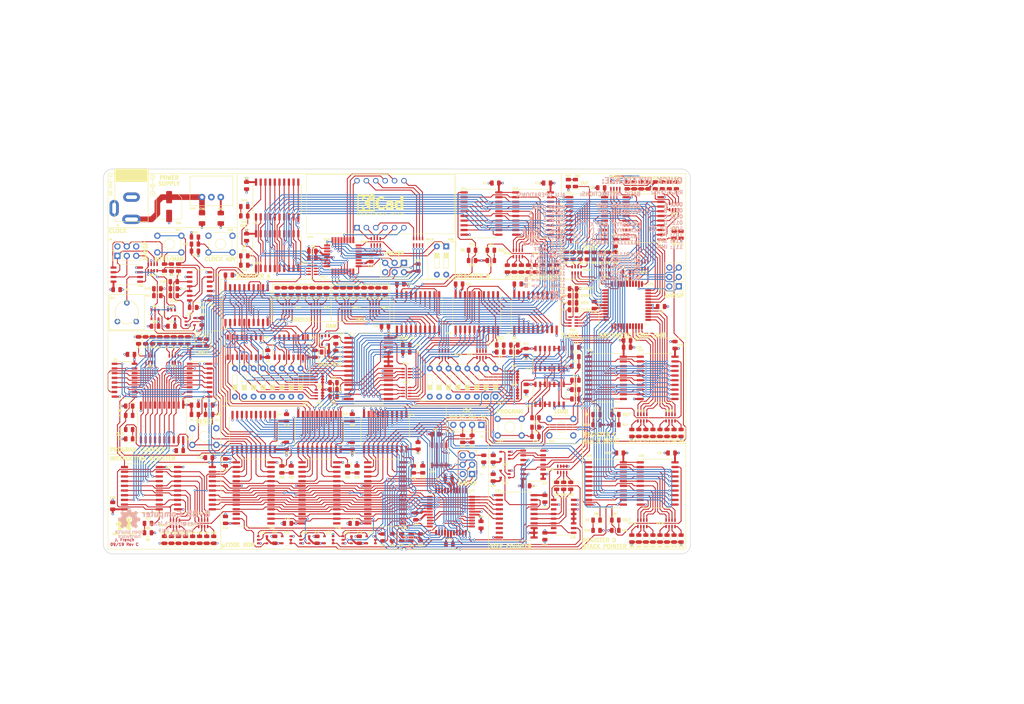
<source format=kicad_pcb>
(kicad_pcb (version 20171130) (host pcbnew 5.1.4+dfsg1-1~bpo10+1)
  (layers (0 F.Cu signal) (1 In1.Cu power) (2 In2.Cu power) (31 B.Cu signal) (34 B.Paste user) (35 F.Paste user) (36 B.SilkS user) (37 F.SilkS user) (38 B.Mask user) (39 F.Mask user) (44 Edge.Cuts user))
  (net 0 "")
  (net 1 GND)
  (net 2 VCC)
  (net 3 /Control/S0)
  (net 4 /Control/S1)
  (net 5 /Control/S2)
  (net 6 /Control/~AS)
  (net 7 /Control/~BS)
  (net 8 /Control/~CS)
  (net 9 /Control/Programmer/MISO)
  (net 10 /Control/Programmer/SCK)
  (net 11 /Control/Programmer/~RST)
  (net 12 /Control/Programmer/SDA)
  (net 13 /Control/Programmer/SCL)
  (net 14 /Control/~IRI)
  (net 15 /Control/DIR)
  (net 16 /Control/I0)
  (net 17 /Control/I1)
  (net 18 /Control/I2)
  (net 19 /Control/I3)
  (net 20 /Control/I7)
  (net 21 /Control/I6)
  (net 22 /Control/I5)
  (net 23 /Control/I4)
  (net 24 /Control/A7)
  (net 25 /Control/A6)
  (net 26 /Control/A5)
  (net 27 /Control/A4)
  (net 28 /Control/A3)
  (net 29 /Control/A2)
  (net 30 /Control/A1)
  (net 31 /Control/A0)
  (net 32 /Control/A8)
  (net 33 /Control/A9)
  (net 34 /Control/A10)
  (net 35 /Control/A11)
  (net 36 /Control/A12)
  (net 37 /Control/D7)
  (net 38 /Control/D6)
  (net 39 /Control/D5)
  (net 40 /Control/D4)
  (net 41 /Control/D3)
  (net 42 /Control/D2)
  (net 43 /Control/D1)
  (net 44 /Control/D0)
  (net 45 /BUS0)
  (net 46 /BUS1)
  (net 47 /BUS2)
  (net 48 /BUS3)
  (net 49 /BUS4)
  (net 50 /BUS5)
  (net 51 /BUS6)
  (net 52 /BUS7)
  (net 53 /~CLK)
  (net 54 /CLK)
  (net 55 /~PI)
  (net 56 /~PO)
  (net 57 /PE)
  (net 58 "Net-(D1-Pad1)")
  (net 59 "Net-(D2-Pad1)")
  (net 60 "Net-(D3-Pad1)")
  (net 61 "Net-(D5-Pad2)")
  (net 62 "Net-(D6-Pad2)")
  (net 63 "Net-(D7-Pad2)")
  (net 64 "Net-(D8-Pad2)")
  (net 65 "Net-(D9-Pad2)")
  (net 66 "Net-(D10-Pad2)")
  (net 67 "Net-(D11-Pad2)")
  (net 68 "Net-(D12-Pad2)")
  (net 69 "Net-(D14-Pad2)")
  (net 70 "Net-(D15-Pad2)")
  (net 71 "Net-(D16-Pad2)")
  (net 72 "Net-(D20-Pad2)")
  (net 73 "Net-(D21-Pad2)")
  (net 74 "Net-(D22-Pad2)")
  (net 75 "Net-(D23-Pad2)")
  (net 76 "Net-(D24-Pad2)")
  (net 77 "Net-(D25-Pad2)")
  (net 78 "Net-(D26-Pad2)")
  (net 79 "Net-(D27-Pad2)")
  (net 80 /Control/~RESET)
  (net 81 "/Stack Pointer/Q0")
  (net 82 "/Stack Pointer/Q3")
  (net 83 "/Stack Pointer/Q4")
  (net 84 "/Stack Pointer/Q7")
  (net 85 "/Stack Pointer/Q6")
  (net 86 "/Stack Pointer/Q5")
  (net 87 "/Stack Pointer/Q2")
  (net 88 "/Stack Pointer/Q1")
  (net 89 "Net-(D28-Pad2)")
  (net 90 "Net-(D29-Pad2)")
  (net 91 "Net-(D30-Pad2)")
  (net 92 "Net-(D31-Pad2)")
  (net 93 "Net-(D34-Pad2)")
  (net 94 "Net-(D35-Pad2)")
  (net 95 /~SPI)
  (net 96 /~SPO)
  (net 97 "Net-(D36-Pad2)")
  (net 98 "Net-(D37-Pad2)")
  (net 99 "Net-(D38-Pad2)")
  (net 100 /RAM/AddrReg/D7B)
  (net 101 /RAM/AddrReg/D6B)
  (net 102 /RAM/AddrReg/D5B)
  (net 103 /RAM/AddrReg/D4B)
  (net 104 /RAM/AddrReg/D3B)
  (net 105 /RAM/AddrReg/D2B)
  (net 106 /RAM/AddrReg/D1B)
  (net 107 /RAM/AddrReg/D0B)
  (net 108 "/RAM/Data IO/D0")
  (net 109 "/RAM/Data IO/D1")
  (net 110 "/RAM/Data IO/D2")
  (net 111 "/RAM/Data IO/D3")
  (net 112 "/RAM/Data IO/D4")
  (net 113 "/RAM/Data IO/D5")
  (net 114 "/RAM/Data IO/D6")
  (net 115 "/RAM/Data IO/D7")
  (net 116 /RAM/RAM0)
  (net 117 /RAM/RAM1)
  (net 118 /RAM/RAM2)
  (net 119 /RAM/RAM3)
  (net 120 /RAM/RAM4)
  (net 121 /RAM/RAM5)
  (net 122 /RAM/RAM6)
  (net 123 /RAM/RAM7)
  (net 124 "/Program Counter/PC3")
  (net 125 "/Program Counter/PC2")
  (net 126 "/Program Counter/PC1")
  (net 127 "/Program Counter/PC0")
  (net 128 "/Program Counter/PC4")
  (net 129 "/Program Counter/PC5")
  (net 130 "/Program Counter/PC6")
  (net 131 "/Program Counter/PC7")
  (net 132 "/Program Counter/PCC")
  (net 133 /RAM/MA7)
  (net 134 /RAM/MA6)
  (net 135 /RAM/MA5)
  (net 136 /RAM/MA4)
  (net 137 /RAM/MA3)
  (net 138 /RAM/MA2)
  (net 139 /RAM/MA1)
  (net 140 /RAM/MA0)
  (net 141 /RAM/AddrReg/D0A)
  (net 142 /RAM/AddrReg/D2A)
  (net 143 /RAM/AddrReg/D1A)
  (net 144 /RAM/AddrReg/D3A)
  (net 145 /RAM/AddrReg/D7A)
  (net 146 /RAM/AddrReg/D5A)
  (net 147 /RAM/AddrReg/D6A)
  (net 148 /RAM/AddrReg/D4A)
  (net 149 /~MI)
  (net 150 "/RAM/Data IO/D3B")
  (net 151 "/RAM/Data IO/D2B")
  (net 152 "/RAM/Data IO/D1B")
  (net 153 "/RAM/Data IO/D0B")
  (net 154 "/RAM/Data IO/D7B")
  (net 155 "/RAM/Data IO/D6B")
  (net 156 "/RAM/Data IO/D5B")
  (net 157 "/RAM/Data IO/D4B")
  (net 158 /RAM/MAN)
  (net 159 "Net-(D41-Pad2)")
  (net 160 "Net-(D42-Pad2)")
  (net 161 "Net-(D43-Pad2)")
  (net 162 "Net-(D44-Pad2)")
  (net 163 "Net-(D45-Pad2)")
  (net 164 "Net-(D46-Pad2)")
  (net 165 "Net-(D47-Pad2)")
  (net 166 "Net-(D48-Pad2)")
  (net 167 "Net-(D49-Pad2)")
  (net 168 "Net-(D50-Pad2)")
  (net 169 "Net-(D55-Pad2)")
  (net 170 "Net-(D56-Pad2)")
  (net 171 "/RAM/Data IO/D1A")
  (net 172 "/RAM/Data IO/D2A")
  (net 173 "/RAM/Data IO/D0A")
  (net 174 "/RAM/Data IO/D3A")
  (net 175 "/RAM/Data IO/D7A")
  (net 176 "/RAM/Data IO/D4A")
  (net 177 "/RAM/Data IO/D6A")
  (net 178 "/RAM/Data IO/D5A")
  (net 179 "Net-(D57-Pad2)")
  (net 180 "Net-(D58-Pad2)")
  (net 181 "Net-(D59-Pad2)")
  (net 182 "Net-(D60-Pad2)")
  (net 183 "Net-(D61-Pad2)")
  (net 184 "Net-(D62-Pad2)")
  (net 185 "Net-(D63-Pad2)")
  (net 186 "Net-(D64-Pad2)")
  (net 187 "Net-(D65-Pad2)")
  (net 188 "Net-(D66-Pad2)")
  (net 189 /C0)
  (net 190 /C1)
  (net 191 /C2)
  (net 192 /C3)
  (net 193 /C7)
  (net 194 /C6)
  (net 195 /C5)
  (net 196 /C4)
  (net 197 "Net-(D39-Pad2)")
  (net 198 /~CI)
  (net 199 /~CO)
  (net 200 /CRY)
  (net 201 /~BO)
  (net 202 /~BI)
  (net 203 /~AI)
  (net 204 /~AO)
  (net 205 /MP)
  (net 206 /~RO)
  (net 207 /~RI)
  (net 208 /Σ3)
  (net 209 /Σ2)
  (net 210 /Σ1)
  (net 211 /Σ0)
  (net 212 /~ΣO)
  (net 213 /~HLT)
  (net 214 /RAM/~WR)
  (net 215 /ALU/~RESET)
  (net 216 /~ΣI)
  (net 217 /ALU/PD0)
  (net 218 /ALU/PD1)
  (net 219 /ALU/PD2)
  (net 220 /ALU/PD3)
  (net 221 /ALU/PD4)
  (net 222 /ALU/PD5)
  (net 223 /ALU/PD6)
  (net 224 /ALU/PD7)
  (net 225 "Net-(D67-Pad2)")
  (net 226 "Net-(D68-Pad2)")
  (net 227 "Net-(D69-Pad2)")
  (net 228 "Net-(D70-Pad2)")
  (net 229 "Net-(D71-Pad2)")
  (net 230 "Net-(D72-Pad2)")
  (net 231 "Net-(D73-Pad2)")
  (net 232 "Net-(D74-Pad2)")
  (net 233 "Net-(D75-Pad2)")
  (net 234 "Net-(D76-Pad2)")
  (net 235 "/Register B/Q3")
  (net 236 "/Register B/Q2")
  (net 237 "/Register B/Q1")
  (net 238 "/Register B/Q0")
  (net 239 "/Register B/Q4")
  (net 240 "/Register B/Q5")
  (net 241 "/Register B/Q6")
  (net 242 "/Register B/Q7")
  (net 243 "Net-(D4-Pad2)")
  (net 244 "Net-(D17-Pad2)")
  (net 245 "Net-(D18-Pad2)")
  (net 246 "Net-(D19-Pad2)")
  (net 247 /ALU/PB6:MISO)
  (net 248 /ALU/PB7:SCK)
  (net 249 /ALU/PB5:MOSI)
  (net 250 "Net-(D77-Pad2)")
  (net 251 "Net-(D78-Pad2)")
  (net 252 "Net-(D79-Pad2)")
  (net 253 "Net-(D80-Pad2)")
  (net 254 "Net-(D92-Pad2)")
  (net 255 "Net-(D93-Pad2)")
  (net 256 "Net-(D94-Pad2)")
  (net 257 /Display/~RESET)
  (net 258 /Display/PB3:MOSI)
  (net 259 /Display/PB5:SCK)
  (net 260 /Display/PB4:MISO)
  (net 261 /A3)
  (net 262 /A4)
  (net 263 /A5)
  (net 264 /Display/g)
  (net 265 /Display/c)
  (net 266 /Display/d)
  (net 267 /Display/e)
  (net 268 /Display/PD0)
  (net 269 /Display/PD3)
  (net 270 /Display/PD1)
  (net 271 /Display/PD2)
  (net 272 /Display/PD7)
  (net 273 /Display/PD6)
  (net 274 /Display/PD5)
  (net 275 /Display/PD4)
  (net 276 /Display/DP)
  (net 277 /Display/b)
  (net 278 /Display/a)
  (net 279 /Display/f)
  (net 280 /A1)
  (net 281 /A7)
  (net 282 /A6)
  (net 283 /A2)
  (net 284 /A0)
  (net 285 /Display/CC4)
  (net 286 /Display/CC3)
  (net 287 /Display/CC2)
  (net 288 /Display/CC1)
  (net 289 /Display/CMD1)
  (net 290 /Display/CMD0)
  (net 291 /Control/WR)
  (net 292 "/Control/EEPROM 1/~WR")
  (net 293 "/Control/EEPROM 2/~WR")
  (net 294 "/Control/EEPROM 3/~WR")
  (net 295 "Net-(D95-Pad2)")
  (net 296 /Clock/AVR)
  (net 297 /Clock/MAN)
  (net 298 "/Clock/AVR Clock/MISO")
  (net 299 "/Clock/AVR Clock/SCK")
  (net 300 "/Clock/AVR Clock/MOSI")
  (net 301 "/Clock/AVR Clock/~RESET")
  (net 302 "Net-(RV1-Pad2)")
  (net 303 "/Clock/AVR Clock/CLK")
  (net 304 "Net-(D96-Pad2)")
  (net 305 "Net-(D97-Pad2)")
  (net 306 "Net-(C12-Pad1)")
  (net 307 "Net-(C58-Pad1)")
  (net 308 "Net-(D40-Pad2)")
  (net 309 "Net-(D51-Pad2)")
  (net 310 "Net-(D52-Pad2)")
  (net 311 "Net-(D53-Pad2)")
  (net 312 "Net-(D54-Pad2)")
  (net 313 "Net-(R6-Pad1)")
  (net 314 "Net-(RN17-Pad8)")
  (net 315 "Net-(RN17-Pad1)")
  (net 316 "Net-(U12-Pad6)")
  (net 317 "Net-(U12-Pad3)")
  (net 318 "Net-(U13-Pad11)")
  (net 319 "Net-(U13-Pad3)")
  (net 320 "Net-(U18-Pad22)")
  (net 321 "Net-(U18-Pad20)")
  (net 322 "Net-(U18-Pad19)")
  (net 323 "Net-(D102-Pad2)")
  (net 324 "Net-(D32-Pad2)")
  (net 325 "Net-(D32-Pad1)")
  (net 326 "Net-(D81-Pad2)")
  (net 327 "Net-(D82-Pad2)")
  (net 328 "Net-(D83-Pad2)")
  (net 329 "Net-(D98-Pad2)")
  (net 330 "Net-(D99-Pad2)")
  (net 331 "Net-(R12-Pad1)")
  (net 332 "Net-(D103-Pad2)")
  (net 333 "Net-(D104-Pad2)")
  (net 334 /ALU/B6)
  (net 335 /ALU/B7)
  (net 336 /ALU/B5)
  (net 337 /ALU/B3)
  (net 338 /ALU/B2)
  (net 339 /ALU/B1)
  (net 340 /ALU/B0)
  (net 341 /ALU/B4)
  (net 342 /Control/~AE)
  (net 343 /Control/~EE)
  (net 344 "Net-(D107-Pad2)")
  (net 345 "Net-(C12-Pad2)")
  (net 346 "Net-(C13-Pad1)")
  (net 347 "Net-(C14-Pad1)")
  (net 348 +12V)
  (net 349 "Net-(D84-Pad2)")
  (net 350 "Net-(D85-Pad2)")
  (net 351 "Net-(D86-Pad2)")
  (net 352 "Net-(D87-Pad2)")
  (net 353 "Net-(D88-Pad1)")
  (net 354 "Net-(D89-Pad1)")
  (net 355 "Net-(D90-Pad1)")
  (net 356 "Net-(D91-Pad1)")
  (net 357 "Net-(D100-Pad2)")
  (net 358 "Net-(D101-Pad2)")
  (net 359 "Net-(D105-Pad1)")
  (net 360 "Net-(R9-Pad1)")
  (net 361 "Net-(R11-Pad2)")
  (net 362 "Net-(R41-Pad2)")
  (net 363 "Net-(R45-Pad1)")
  (net 364 "Net-(RN30-Pad1)")
  (net 365 "Net-(RN30-Pad8)")
  (net 366 "Net-(U3-Pad15)")
  (net 367 "Net-(U4-Pad1)")
  (net 368 "Net-(U20-Pad7)")
  (net 369 "Net-(U20-Pad8)")
  (net 370 "Net-(U20-Pad29)")
  (net 371 "Net-(U27-Pad6)")
  (net 372 "Net-(U27-Pad8)")
  (net 373 "Net-(U27-Pad11)")
  (net 374 "Net-(D13-Pad1)")
  (net 375 /ZER)
  (net 376 /NEG)
  (net 377 /OVF)
  (net 378 "Net-(U27-Pad3)")
  (net 379 /Control/~MSR)
  (net 380 /Control/FL)
  (net 381 "Net-(U28-Pad4)")
  (net 382 "Net-(C59-Pad1)")
  (net 383 "Net-(U30-Pad15)")
  (net 384 "Net-(U30-Pad11)")
  (net 385 "Net-(U33-Pad7)")
  (net 386 "Net-(U33-Pad8)")
  (net 387 "Net-(U33-Pad9)")
  (net 388 "Net-(U34-Pad26)")
  (net 389 "Net-(U34-Pad1)")
  (net 390 "Net-(U35-Pad2)")
  (net 391 "Net-(U38-Pad1)")
  (net 392 "Net-(U38-Pad26)")
  (net 393 "Net-(U39-Pad2)")
  (net 394 "Net-(U43-Pad7)")
  (net 395 "Net-(U43-Pad8)")
  (net 396 "Net-(U43-Pad29)")
  (net 397 "Net-(U44-Pad1)")
  (net 398 "Net-(U44-Pad26)")
  (net 399 "Net-(U45-Pad2)")
  (net 400 "Net-(U49-Pad4)")
  (net 401 "Net-(U49-Pad6)")
  (net 402 "Net-(U49-Pad8)")
  (net 403 "Net-(U50-Pad2)")
  (net 404 "Net-(U51-Pad1)")
  (module Package_SO:SOIC-20W_7.5x12.8mm_P1.27mm (layer F.Cu) (at 149.86 148.59)
    (fp_text reference U33 (at -5.08 -6.985) (layer F.SilkS) (effects (font (size 0.508 0.508))))
    (fp_text value 74HC245)
    (pad 1 smd roundrect (at -4.7 -5.715) (size 1.95 0.6) (layers F.Cu F.Paste F.Mask) (net 1 GND))
    (pad 2 smd roundrect (at -4.7 -4.445) (size 1.95 0.6) (layers F.Cu F.Paste F.Mask) (net 36 /Control/A12))
    (pad 3 smd roundrect (at -4.7 -3.175) (size 1.95 0.6) (layers F.Cu F.Paste F.Mask) (net 35 /Control/A11))
    (pad 4 smd roundrect (at -4.7 -1.905) (size 1.95 0.6) (layers F.Cu F.Paste F.Mask) (net 34 /Control/A10))
    (pad 5 smd roundrect (at -4.7 -0.635) (size 1.95 0.6) (layers F.Cu F.Paste F.Mask) (net 33 /Control/A9))
    (pad 6 smd roundrect (at -4.7 0.635) (size 1.95 0.6) (layers F.Cu F.Paste F.Mask) (net 32 /Control/A8))
    (pad 7 smd roundrect (at -4.7 1.905) (size 1.95 0.6) (layers F.Cu F.Paste F.Mask) (net 385 "Net-(U33-Pad7)"))
    (pad 8 smd roundrect (at -4.7 3.175) (size 1.95 0.6) (layers F.Cu F.Paste F.Mask) (net 386 "Net-(U33-Pad8)"))
    (pad 9 smd roundrect (at -4.7 4.445) (size 1.95 0.6) (layers F.Cu F.Paste F.Mask) (net 387 "Net-(U33-Pad9)"))
    (pad 10 smd roundrect (at -4.7 5.715) (size 1.95 0.6) (layers F.Cu F.Paste F.Mask) (net 1 GND))
    (pad 11 smd roundrect (at 4.7 5.715) (size 1.95 0.6) (layers F.Cu F.Paste F.Mask) (net 1 GND))
    (pad 12 smd roundrect (at 4.7 4.445) (size 1.95 0.6) (layers F.Cu F.Paste F.Mask) (net 1 GND))
    (pad 13 smd roundrect (at 4.7 3.175) (size 1.95 0.6) (layers F.Cu F.Paste F.Mask) (net 1 GND))
    (pad 14 smd roundrect (at 4.7 1.905) (size 1.95 0.6) (layers F.Cu F.Paste F.Mask) (net 3 /Control/S0))
    (pad 15 smd roundrect (at 4.7 0.635) (size 1.95 0.6) (layers F.Cu F.Paste F.Mask) (net 4 /Control/S1))
    (pad 16 smd roundrect (at 4.7 -0.635) (size 1.95 0.6) (layers F.Cu F.Paste F.Mask) (net 5 /Control/S2))
    (pad 17 smd roundrect (at 4.7 -1.905) (size 1.95 0.6) (layers F.Cu F.Paste F.Mask) (net 200 /CRY))
    (pad 18 smd roundrect (at 4.7 -3.175) (size 1.95 0.6) (layers F.Cu F.Paste F.Mask) (net 380 /Control/FL))
    (pad 19 smd roundrect (at 4.7 -4.445) (size 1.95 0.6) (layers F.Cu F.Paste F.Mask) (net 342 /Control/~AE))
    (pad 20 smd roundrect (at 4.7 -5.715) (size 1.95 0.6) (layers F.Cu F.Paste F.Mask) (net 2 VCC))
  )
  (module Symbol:OSHW-Logo2_7.3x6mm_SilkScreen (layer F.Cu) (at 43.815 151.13)
    (fp_text reference REF** hide)
    (fp_text value OSHW-Logo2_7.3x6mm_SilkScreen hide)
  )
  (module Capacitor_SMD:C_0805_2012Metric (layer F.Cu) (at 152.4 140.335)
    (fp_text reference C34 (at 2.2375 0) (layer F.SilkS) (effects (font (size 0.508 0.508))))
    (fp_text value 100n)
    (pad 1 smd roundrect (at -0.9375 0) (size 0.975 1.4) (layers F.Cu F.Paste F.Mask) (net 2 VCC))
    (pad 2 smd roundrect (at 0.9375 0) (size 0.975 1.4) (layers F.Cu F.Paste F.Mask) (net 1 GND))
  )
  (module LED_SMD:LED_0805_2012Metric (layer F.Cu) (at 50.165 153.035)
    (fp_text reference D91 (at 0 -1.27) (layer F.SilkS) (effects (font (size 0.508 0.508))))
    (fp_text value LED)
    (pad 1 smd roundrect (at -0.9375 0) (size 0.975 1.4) (layers F.Cu F.Paste F.Mask) (net 356 "Net-(D91-Pad1)"))
    (pad 2 smd roundrect (at 0.9375 0) (size 0.975 1.4) (layers F.Cu F.Paste F.Mask) (net 2 VCC))
  )
  (module Package_SO:SOIC-20W_7.5x12.8mm_P1.27mm (layer F.Cu) (at 48.515 140.97 180)
    (fp_text reference U31 (at -4.445 -7.5 180) (layer F.SilkS) (effects (font (size 0.508 0.508))))
    (fp_text value 74HC377)
    (pad 20 smd roundrect (at 4.7 -5.715 180) (size 1.95 0.6) (layers F.Cu F.Paste F.Mask) (net 2 VCC))
    (pad 19 smd roundrect (at 4.7 -4.445 180) (size 1.95 0.6) (layers F.Cu F.Paste F.Mask) (net 20 /Control/I7))
    (pad 18 smd roundrect (at 4.7 -3.175 180) (size 1.95 0.6) (layers F.Cu F.Paste F.Mask) (net 52 /BUS7))
    (pad 17 smd roundrect (at 4.7 -1.905 180) (size 1.95 0.6) (layers F.Cu F.Paste F.Mask) (net 50 /BUS5))
    (pad 16 smd roundrect (at 4.7 -0.635 180) (size 1.95 0.6) (layers F.Cu F.Paste F.Mask) (net 22 /Control/I5))
    (pad 15 smd roundrect (at 4.7 0.635 180) (size 1.95 0.6) (layers F.Cu F.Paste F.Mask) (net 19 /Control/I3))
    (pad 14 smd roundrect (at 4.7 1.905 180) (size 1.95 0.6) (layers F.Cu F.Paste F.Mask) (net 48 /BUS3))
    (pad 13 smd roundrect (at 4.7 3.175 180) (size 1.95 0.6) (layers F.Cu F.Paste F.Mask) (net 45 /BUS0))
    (pad 12 smd roundrect (at 4.7 4.445 180) (size 1.95 0.6) (layers F.Cu F.Paste F.Mask) (net 16 /Control/I0))
    (pad 11 smd roundrect (at 4.7 5.715 180) (size 1.95 0.6) (layers F.Cu F.Paste F.Mask) (net 54 /CLK))
    (pad 10 smd roundrect (at -4.7 5.715 180) (size 1.95 0.6) (layers F.Cu F.Paste F.Mask) (net 1 GND))
    (pad 9 smd roundrect (at -4.7 4.445 180) (size 1.95 0.6) (layers F.Cu F.Paste F.Mask) (net 17 /Control/I1))
    (pad 8 smd roundrect (at -4.7 3.175 180) (size 1.95 0.6) (layers F.Cu F.Paste F.Mask) (net 46 /BUS1))
    (pad 7 smd roundrect (at -4.7 1.905 180) (size 1.95 0.6) (layers F.Cu F.Paste F.Mask) (net 47 /BUS2))
    (pad 6 smd roundrect (at -4.7 0.635 180) (size 1.95 0.6) (layers F.Cu F.Paste F.Mask) (net 18 /Control/I2))
    (pad 5 smd roundrect (at -4.7 -0.635 180) (size 1.95 0.6) (layers F.Cu F.Paste F.Mask) (net 23 /Control/I4))
    (pad 4 smd roundrect (at -4.7 -1.905 180) (size 1.95 0.6) (layers F.Cu F.Paste F.Mask) (net 49 /BUS4))
    (pad 3 smd roundrect (at -4.7 -3.175 180) (size 1.95 0.6) (layers F.Cu F.Paste F.Mask) (net 51 /BUS6))
    (pad 2 smd roundrect (at -4.7 -4.445 180) (size 1.95 0.6) (layers F.Cu F.Paste F.Mask) (net 21 /Control/I6))
    (pad 1 smd roundrect (at -4.7 -5.715 180) (size 1.95 0.6) (layers F.Cu F.Paste F.Mask) (net 14 /Control/~IRI))
  )
  (module Package_SO:SOIC-28W_7.5x17.9mm_P1.27mm (layer F.Cu) (at 114.3 142.24 180)
    (fp_text reference U38 (at -5.08 -9.525 180) (layer F.SilkS) (effects (font (size 0.508 0.508))))
    (fp_text value 28C64B)
    (pad 1 smd roundrect (at -4.7 -8.255 180) (size 2 0.6) (layers F.Cu F.Paste F.Mask) (net 391 "Net-(U38-Pad1)"))
    (pad 2 smd roundrect (at -4.7 -6.985 180) (size 2 0.6) (layers F.Cu F.Paste F.Mask) (net 32 /Control/A8))
    (pad 3 smd roundrect (at -4.7 -5.715 180) (size 2 0.6) (layers F.Cu F.Paste F.Mask) (net 33 /Control/A9))
    (pad 4 smd roundrect (at -4.7 -4.445 180) (size 2 0.6) (layers F.Cu F.Paste F.Mask) (net 34 /Control/A10))
    (pad 5 smd roundrect (at -4.7 -3.175 180) (size 2 0.6) (layers F.Cu F.Paste F.Mask) (net 36 /Control/A12))
    (pad 6 smd roundrect (at -4.7 -1.905 180) (size 2 0.6) (layers F.Cu F.Paste F.Mask) (net 25 /Control/A6))
    (pad 7 smd roundrect (at -4.7 -0.635 180) (size 2 0.6) (layers F.Cu F.Paste F.Mask) (net 27 /Control/A4))
    (pad 8 smd roundrect (at -4.7 0.635 180) (size 2 0.6) (layers F.Cu F.Paste F.Mask) (net 28 /Control/A3))
    (pad 9 smd roundrect (at -4.7 1.905 180) (size 2 0.6) (layers F.Cu F.Paste F.Mask) (net 30 /Control/A1))
    (pad 10 smd roundrect (at -4.7 3.175 180) (size 2 0.6) (layers F.Cu F.Paste F.Mask) (net 31 /Control/A0))
    (pad 11 smd roundrect (at -4.7 4.445 180) (size 2 0.6) (layers F.Cu F.Paste F.Mask) (net 199 /~CO))
    (pad 12 smd roundrect (at -4.7 5.715 180) (size 2 0.6) (layers F.Cu F.Paste F.Mask) (net 96 /~SPO))
    (pad 13 smd roundrect (at -4.7 6.985 180) (size 2 0.6) (layers F.Cu F.Paste F.Mask) (net 95 /~SPI))
    (pad 14 smd roundrect (at -4.7 8.255 180) (size 2 0.6) (layers F.Cu F.Paste F.Mask) (net 1 GND))
    (pad 15 smd roundrect (at 4.7 8.255 180) (size 2 0.6) (layers F.Cu F.Paste F.Mask) (net 208 /Σ3))
    (pad 16 smd roundrect (at 4.7 6.985 180) (size 2 0.6) (layers F.Cu F.Paste F.Mask) (net 209 /Σ2))
    (pad 17 smd roundrect (at 4.7 5.715 180) (size 2 0.6) (layers F.Cu F.Paste F.Mask) (net 210 /Σ1))
    (pad 18 smd roundrect (at 4.7 4.445 180) (size 2 0.6) (layers F.Cu F.Paste F.Mask) (net 211 /Σ0))
    (pad 19 smd roundrect (at 4.7 3.175 180) (size 2 0.6) (layers F.Cu F.Paste F.Mask) (net 198 /~CI))
    (pad 20 smd roundrect (at 4.7 1.905 180) (size 2 0.6) (layers F.Cu F.Paste F.Mask) (net 1 GND))
    (pad 21 smd roundrect (at 4.7 0.635 180) (size 2 0.6) (layers F.Cu F.Paste F.Mask) (net 29 /Control/A2))
    (pad 22 smd roundrect (at 4.7 -0.635 180) (size 2 0.6) (layers F.Cu F.Paste F.Mask) (net 343 /Control/~EE))
    (pad 23 smd roundrect (at 4.7 -1.905 180) (size 2 0.6) (layers F.Cu F.Paste F.Mask) (net 26 /Control/A5))
    (pad 24 smd roundrect (at 4.7 -3.175 180) (size 2 0.6) (layers F.Cu F.Paste F.Mask) (net 24 /Control/A7))
    (pad 25 smd roundrect (at 4.7 -4.445 180) (size 2 0.6) (layers F.Cu F.Paste F.Mask) (net 35 /Control/A11))
    (pad 26 smd roundrect (at 4.7 -5.715 180) (size 2 0.6) (layers F.Cu F.Paste F.Mask) (net 392 "Net-(U38-Pad26)"))
    (pad 27 smd roundrect (at 4.7 -6.985 180) (size 2 0.6) (layers F.Cu F.Paste F.Mask) (net 292 "/Control/EEPROM 1/~WR"))
    (pad 28 smd roundrect (at 4.7 -8.255 180) (size 2 0.6) (layers F.Cu F.Paste F.Mask) (net 2 VCC))
  )
  (module Package_QFP:TQFP-44_10x10mm_P0.8mm (layer F.Cu) (at 132.08 147.32 270)
    (fp_text reference U43 (at -5.715 -5.715) (layer F.SilkS) (effects (font (size 0.508 0.508))))
    (fp_text value ATmega16-16AU)
    (pad 1 smd rect (at -5.7 -4 270) (size 1.5 0.55) (layers F.Cu F.Paste F.Mask) (net 291 /Control/WR))
    (pad 2 smd rect (at -5.7 -3.2 270) (size 1.5 0.55) (layers F.Cu F.Paste F.Mask) (net 9 /Control/Programmer/MISO))
    (pad 3 smd rect (at -5.7 -2.4 270) (size 1.5 0.55) (layers F.Cu F.Paste F.Mask) (net 10 /Control/Programmer/SCK))
    (pad 4 smd rect (at -5.7 -1.6 270) (size 1.5 0.55) (layers F.Cu F.Paste F.Mask) (net 11 /Control/Programmer/~RST))
    (pad 5 smd rect (at -5.7 -0.8 270) (size 1.5 0.55) (layers F.Cu F.Paste F.Mask) (net 2 VCC))
    (pad 6 smd rect (at -5.7 0 270) (size 1.5 0.55) (layers F.Cu F.Paste F.Mask) (net 1 GND))
    (pad 7 smd rect (at -5.7 0.8 270) (size 1.5 0.55) (layers F.Cu F.Paste F.Mask) (net 394 "Net-(U43-Pad7)"))
    (pad 8 smd rect (at -5.7 1.6 270) (size 1.5 0.55) (layers F.Cu F.Paste F.Mask) (net 395 "Net-(U43-Pad8)"))
    (pad 9 smd rect (at -5.7 2.4 270) (size 1.5 0.55) (layers F.Cu F.Paste F.Mask) (net 31 /Control/A0))
    (pad 10 smd rect (at -5.7 3.2 270) (size 1.5 0.55) (layers F.Cu F.Paste F.Mask) (net 30 /Control/A1))
    (pad 11 smd rect (at -5.7 4 270) (size 1.5 0.55) (layers F.Cu F.Paste F.Mask) (net 29 /Control/A2))
    (pad 12 smd rect (at -4 5.7) (size 1.5 0.55) (layers F.Cu F.Paste F.Mask) (net 28 /Control/A3))
    (pad 13 smd rect (at -3.2 5.7) (size 1.5 0.55) (layers F.Cu F.Paste F.Mask) (net 27 /Control/A4))
    (pad 14 smd rect (at -2.4 5.7) (size 1.5 0.55) (layers F.Cu F.Paste F.Mask) (net 26 /Control/A5))
    (pad 15 smd rect (at -1.6 5.7) (size 1.5 0.55) (layers F.Cu F.Paste F.Mask) (net 25 /Control/A6))
    (pad 16 smd rect (at -0.8 5.7) (size 1.5 0.55) (layers F.Cu F.Paste F.Mask) (net 24 /Control/A7))
    (pad 17 smd rect (at 0 5.7) (size 1.5 0.55) (layers F.Cu F.Paste F.Mask) (net 2 VCC))
    (pad 18 smd rect (at 0.8 5.7) (size 1.5 0.55) (layers F.Cu F.Paste F.Mask) (net 1 GND))
    (pad 19 smd rect (at 1.6 5.7) (size 1.5 0.55) (layers F.Cu F.Paste F.Mask) (net 13 /Control/Programmer/SCL))
    (pad 20 smd rect (at 2.4 5.7) (size 1.5 0.55) (layers F.Cu F.Paste F.Mask) (net 12 /Control/Programmer/SDA))
    (pad 21 smd rect (at 3.2 5.7) (size 1.5 0.55) (layers F.Cu F.Paste F.Mask) (net 342 /Control/~AE))
    (pad 22 smd rect (at 4 5.7) (size 1.5 0.55) (layers F.Cu F.Paste F.Mask) (net 15 /Control/DIR))
    (pad 23 smd rect (at 5.7 4 270) (size 1.5 0.55) (layers F.Cu F.Paste F.Mask) (net 6 /Control/~AS))
    (pad 24 smd rect (at 5.7 3.2 270) (size 1.5 0.55) (layers F.Cu F.Paste F.Mask) (net 7 /Control/~BS))
    (pad 25 smd rect (at 5.7 2.4 270) (size 1.5 0.55) (layers F.Cu F.Paste F.Mask) (net 8 /Control/~CS))
    (pad 26 smd rect (at 5.7 1.6 270) (size 1.5 0.55) (layers F.Cu F.Paste F.Mask) (net 343 /Control/~EE))
    (pad 27 smd rect (at 5.7 0.8 270) (size 1.5 0.55) (layers F.Cu F.Paste F.Mask) (net 2 VCC))
    (pad 28 smd rect (at 5.7 0 270) (size 1.5 0.55) (layers F.Cu F.Paste F.Mask) (net 1 GND))
    (pad 29 smd rect (at 5.7 -0.8 270) (size 1.5 0.55) (layers F.Cu F.Paste F.Mask) (net 396 "Net-(U43-Pad29)"))
    (pad 30 smd rect (at 5.7 -1.6 270) (size 1.5 0.55) (layers F.Cu F.Paste F.Mask) (net 37 /Control/D7))
    (pad 31 smd rect (at 5.7 -2.4 270) (size 1.5 0.55) (layers F.Cu F.Paste F.Mask) (net 38 /Control/D6))
    (pad 32 smd rect (at 5.7 -3.2 270) (size 1.5 0.55) (layers F.Cu F.Paste F.Mask) (net 39 /Control/D5))
    (pad 33 smd rect (at 5.7 -4 270) (size 1.5 0.55) (layers F.Cu F.Paste F.Mask) (net 40 /Control/D4))
    (pad 34 smd rect (at 4 -5.7) (size 1.5 0.55) (layers F.Cu F.Paste F.Mask) (net 41 /Control/D3))
    (pad 35 smd rect (at 3.2 -5.7) (size 1.5 0.55) (layers F.Cu F.Paste F.Mask) (net 42 /Control/D2))
    (pad 36 smd rect (at 2.4 -5.7) (size 1.5 0.55) (layers F.Cu F.Paste F.Mask) (net 43 /Control/D1))
    (pad 37 smd rect (at 1.6 -5.7) (size 1.5 0.55) (layers F.Cu F.Paste F.Mask) (net 44 /Control/D0))
    (pad 38 smd rect (at 0.8 -5.7) (size 1.5 0.55) (layers F.Cu F.Paste F.Mask) (net 2 VCC))
    (pad 39 smd rect (at 0 -5.7) (size 1.5 0.55) (layers F.Cu F.Paste F.Mask) (net 1 GND))
    (pad 40 smd rect (at -0.8 -5.7) (size 1.5 0.55) (layers F.Cu F.Paste F.Mask) (net 32 /Control/A8))
    (pad 41 smd rect (at -1.6 -5.7) (size 1.5 0.55) (layers F.Cu F.Paste F.Mask) (net 33 /Control/A9))
    (pad 42 smd rect (at -2.4 -5.7) (size 1.5 0.55) (layers F.Cu F.Paste F.Mask) (net 34 /Control/A10))
    (pad 43 smd rect (at -3.2 -5.7) (size 1.5 0.55) (layers F.Cu F.Paste F.Mask) (net 35 /Control/A11))
    (pad 44 smd rect (at -4 -5.7) (size 1.5 0.55) (layers F.Cu F.Paste F.Mask) (net 36 /Control/A12))
  )
  (module jcf:SOIC-20W_7.5x12.8mm_P1.27mm_Rounded (layer F.Cu) (at 184.15 67.945 180)
    (fp_text reference U22 (at -4.445 -7.5) (layer F.SilkS) (effects (font (size 0.508 0.508))))
    (fp_text value 74HC377)
    (pad 20 smd roundrect (at 4.7 -5.715 180) (size 1.95 0.6) (layers F.Cu F.Paste F.Mask) (net 2 VCC))
    (pad 19 smd roundrect (at 4.7 -4.445 180) (size 1.95 0.6) (layers F.Cu F.Paste F.Mask) (net 335 /ALU/B7))
    (pad 18 smd roundrect (at 4.7 -3.175 180) (size 1.95 0.6) (layers F.Cu F.Paste F.Mask) (net 52 /BUS7))
    (pad 17 smd roundrect (at 4.7 -1.905 180) (size 1.95 0.6) (layers F.Cu F.Paste F.Mask) (net 51 /BUS6))
    (pad 16 smd roundrect (at 4.7 -0.635 180) (size 1.95 0.6) (layers F.Cu F.Paste F.Mask) (net 334 /ALU/B6))
    (pad 15 smd roundrect (at 4.7 0.635 180) (size 1.95 0.6) (layers F.Cu F.Paste F.Mask) (net 336 /ALU/B5))
    (pad 14 smd roundrect (at 4.7 1.905 180) (size 1.95 0.6) (layers F.Cu F.Paste F.Mask) (net 50 /BUS5))
    (pad 13 smd roundrect (at 4.7 3.175 180) (size 1.95 0.6) (layers F.Cu F.Paste F.Mask) (net 49 /BUS4))
    (pad 12 smd roundrect (at 4.7 4.445 180) (size 1.95 0.6) (layers F.Cu F.Paste F.Mask) (net 341 /ALU/B4))
    (pad 11 smd roundrect (at 4.7 5.715 180) (size 1.95 0.6) (layers F.Cu F.Paste F.Mask) (net 54 /CLK))
    (pad 10 smd roundrect (at -4.7 5.715 180) (size 1.95 0.6) (layers F.Cu F.Paste F.Mask) (net 1 GND))
    (pad 9 smd roundrect (at -4.7 4.445 180) (size 1.95 0.6) (layers F.Cu F.Paste F.Mask) (net 337 /ALU/B3))
    (pad 8 smd roundrect (at -4.7 3.175 180) (size 1.95 0.6) (layers F.Cu F.Paste F.Mask) (net 48 /BUS3))
    (pad 7 smd roundrect (at -4.7 1.905 180) (size 1.95 0.6) (layers F.Cu F.Paste F.Mask) (net 47 /BUS2))
    (pad 6 smd roundrect (at -4.7 0.635 180) (size 1.95 0.6) (layers F.Cu F.Paste F.Mask) (net 338 /ALU/B2))
    (pad 5 smd roundrect (at -4.7 -0.635 180) (size 1.95 0.6) (layers F.Cu F.Paste F.Mask) (net 339 /ALU/B1))
    (pad 4 smd roundrect (at -4.7 -1.905 180) (size 1.95 0.6) (layers F.Cu F.Paste F.Mask) (net 46 /BUS1))
    (pad 3 smd roundrect (at -4.7 -3.175 180) (size 1.95 0.6) (layers F.Cu F.Paste F.Mask) (net 45 /BUS0))
    (pad 2 smd roundrect (at -4.7 -4.445 180) (size 1.95 0.6) (layers F.Cu F.Paste F.Mask) (net 340 /ALU/B0))
    (pad 1 smd roundrect (at -4.7 -5.715 180) (size 1.95 0.6) (layers F.Cu F.Paste F.Mask) (net 216 /~ΣI))
  )
  (module jcf:Polarity_marking_center_positive_1.5mm_FrontS (layer F.Cu) (at 51.435 59.055 90)
    (fp_text reference svg2mod hide)
    (fp_text value G*** hide)
  )
  (module jcf:PJ-202A (layer F.Cu) (at 45.72 62.23 270)
    (fp_text reference J5 (at 7.62 3.81) (layer F.SilkS) (effects (font (size 0.508 0.508) (thickness 0.1905))))
    (fp_text value 7-20V)
    (pad 3 thru_hole oval (at 3 4.7 270) (size 4.5 2.5) (drill oval 3 1) (layers *.Cu *.Mask) (net 1 GND))
    (pad 1 thru_hole oval (at 6 0 270) (size 2.5 5) (drill oval 1 3.5) (layers *.Cu *.Mask) (net 348 +12V))
    (pad 2 thru_hole oval (at 0 0 270) (size 2.5 4.5) (drill oval 1 3) (layers *.Cu *.Mask) (net 1 GND))
  )
  (module jcf:K78xxM-1000R3 (layer F.Cu) (at 67.31 62.23)
    (fp_text reference U48 (at -5.08 3.048) (layer F.SilkS) (effects (font (size 0.508 0.508))))
    (fp_text value K7805M-1000R3)
    (pad 1 thru_hole circle (at -2.54 0) (size 1.8 1.8) (drill 0.9) (layers *.Cu *.Mask) (net 348 +12V))
    (pad 2 thru_hole circle (at 0 0) (size 1.8 1.8) (drill 0.9) (layers *.Cu *.Mask) (net 1 GND))
    (pad 3 thru_hole circle (at 2.54 0) (size 1.8 1.8) (drill 0.9) (layers *.Cu *.Mask) (net 2 VCC))
  )
  (module Package_SO:SOIC-8_5.275x5.275mm_P1.27mm (layer F.Cu) (at 44.45 83.185 180)
    (fp_text reference U53 (at -3.683 -3.048) (layer F.SilkS) (effects (font (size 0.508 0.508))))
    (fp_text value ATtiny45-20SU)
    (pad 1 smd roundrect (at -3.6 -1.905 180) (size 1.6 0.6) (layers F.Cu F.Paste F.Mask) (net 301 "/Clock/AVR Clock/~RESET"))
    (pad 2 smd roundrect (at -3.6 -0.635 180) (size 1.6 0.6) (layers F.Cu F.Paste F.Mask) (net 302 "Net-(RV1-Pad2)"))
    (pad 3 smd roundrect (at -3.6 0.635 180) (size 1.6 0.6) (layers F.Cu F.Paste F.Mask) (net 303 "/Clock/AVR Clock/CLK"))
    (pad 4 smd roundrect (at -3.6 1.905 180) (size 1.6 0.6) (layers F.Cu F.Paste F.Mask) (net 1 GND))
    (pad 5 smd roundrect (at 3.6 1.905 180) (size 1.6 0.6) (layers F.Cu F.Paste F.Mask) (net 300 "/Clock/AVR Clock/MOSI"))
    (pad 6 smd roundrect (at 3.6 0.635 180) (size 1.6 0.6) (layers F.Cu F.Paste F.Mask) (net 298 "/Clock/AVR Clock/MISO"))
    (pad 7 smd roundrect (at 3.6 -0.635 180) (size 1.6 0.6) (layers F.Cu F.Paste F.Mask) (net 299 "/Clock/AVR Clock/SCK"))
    (pad 8 smd roundrect (at 3.6 -1.905 180) (size 1.6 0.6) (layers F.Cu F.Paste F.Mask) (net 2 VCC))
  )
  (module Symbol:OSHW-Logo_7.5x8mm_SilkScreen (layer B.Cu) (at 45.085 150.495 180)
    (fp_text reference REF** hide)
    (fp_text value OSHW-Logo_7.5x8mm_SilkScreen hide)
  )
  (module jcf:SOIC-14_3.9x8.7mm_P1.27mm_JCF (layer F.Cu) (at 64.135 86.36 180)
    (fp_text reference U49 (at -3.175 -5.08 180) (layer F.SilkS) (effects (font (size 0.508 0.508))))
    (fp_text value 74HC14)
    (pad 1 smd roundrect (at -2.7 -3.81 180) (size 1.5 0.6) (layers F.Cu F.Paste F.Mask) (net 54 /CLK))
    (pad 2 smd roundrect (at -2.7 -2.54 180) (size 1.5 0.6) (layers F.Cu F.Paste F.Mask) (net 53 /~CLK))
    (pad 3 smd roundrect (at -2.7 -1.27 180) (size 1.5 0.6) (layers F.Cu F.Paste F.Mask) (net 1 GND))
    (pad 4 smd roundrect (at -2.7 0 180) (size 1.5 0.6) (layers F.Cu F.Paste F.Mask) (net 400 "Net-(U49-Pad4)"))
    (pad 5 smd roundrect (at -2.7 1.27 180) (size 1.5 0.6) (layers F.Cu F.Paste F.Mask) (net 382 "Net-(C59-Pad1)"))
    (pad 6 smd roundrect (at -2.7 2.54 180) (size 1.5 0.6) (layers F.Cu F.Paste F.Mask) (net 401 "Net-(U49-Pad6)"))
    (pad 7 smd roundrect (at -2.7 3.81 180) (size 1.5 0.6) (layers F.Cu F.Paste F.Mask) (net 1 GND))
    (pad 8 smd roundrect (at 2.7 3.81 180) (size 1.5 0.6) (layers F.Cu F.Paste F.Mask) (net 402 "Net-(U49-Pad8)"))
    (pad 9 smd roundrect (at 2.7 2.54 180) (size 1.5 0.6) (layers F.Cu F.Paste F.Mask) (net 1 GND))
    (pad 10 smd roundrect (at 2.7 1.27 180) (size 1.5 0.6) (layers F.Cu F.Paste F.Mask) (net 297 /Clock/MAN))
    (pad 11 smd roundrect (at 2.7 0 180) (size 1.5 0.6) (layers F.Cu F.Paste F.Mask) (net 296 /Clock/AVR))
    (pad 12 smd roundrect (at 2.7 -1.27 180) (size 1.5 0.6) (layers F.Cu F.Paste F.Mask) (net 296 /Clock/AVR))
    (pad 13 smd roundrect (at 2.7 -2.54 180) (size 1.5 0.6) (layers F.Cu F.Paste F.Mask) (net 362 "Net-(R41-Pad2)"))
    (pad 14 smd roundrect (at 2.7 -3.81 180) (size 1.5 0.6) (layers F.Cu F.Paste F.Mask) (net 2 VCC))
  )
  (module Capacitor_SMD:C_0805_2012Metric (layer F.Cu) (at 62.3801 92.075)
    (fp_text reference C60 (at 2.3899 0) (layer F.SilkS) (effects (font (size 0.508 0.508))))
    (fp_text value 100n)
    (pad 1 smd roundrect (at -0.9375 0) (size 0.975 1.4) (layers F.Cu F.Paste F.Mask) (net 2 VCC))
    (pad 2 smd roundrect (at 0.9375 0) (size 0.975 1.4) (layers F.Cu F.Paste F.Mask) (net 1 GND))
  )
  (module Connector_PinHeader_2.54mm:PinHeader_2x03_P2.54mm_Vertical (layer F.Cu) (at 41.91 78.105 90)
    (fp_text reference J6 (at 4.445 -1.905 180) (layer F.SilkS) (effects (font (size 0.508 0.508))))
    (fp_text value AVRISP)
    (pad 1 thru_hole rect (at 0 0 90) (size 1.7 1.7) (drill 1) (layers *.Cu *.Mask) (net 298 "/Clock/AVR Clock/MISO"))
    (pad 2 thru_hole oval (at 2.54 0 90) (size 1.7 1.7) (drill 1) (layers *.Cu *.Mask) (net 2 VCC))
    (pad 3 thru_hole oval (at 0 2.54 90) (size 1.7 1.7) (drill 1) (layers *.Cu *.Mask) (net 299 "/Clock/AVR Clock/SCK"))
    (pad 4 thru_hole oval (at 2.54 2.54 90) (size 1.7 1.7) (drill 1) (layers *.Cu *.Mask) (net 300 "/Clock/AVR Clock/MOSI"))
    (pad 5 thru_hole oval (at 0 5.08 90) (size 1.7 1.7) (drill 1) (layers *.Cu *.Mask) (net 301 "/Clock/AVR Clock/~RESET"))
    (pad 6 thru_hole oval (at 2.54 5.08 90) (size 1.7 1.7) (drill 1) (layers *.Cu *.Mask) (net 1 GND))
  )
  (module Symbol:KiCad-Logo2_5mm_SilkScreen (layer F.Cu) (at 113.03 64.135)
    (fp_text reference REF** hide)
    (fp_text value KiCad-Logo2_5mm_SilkScreen hide)
  )
  (module Capacitor_SMD:C_0805_2012Metric (layer F.Cu) (at 107.315 154.94 90)
    (fp_text reference C45 (at 2.159 0 180) (layer F.SilkS) (effects (font (size 0.508 0.508))))
    (fp_text value 100n)
    (pad 2 smd roundrect (at 0.9375 0 90) (size 0.975 1.4) (layers F.Cu F.Paste F.Mask) (net 1 GND))
    (pad 1 smd roundrect (at -0.9375 0 90) (size 0.975 1.4) (layers F.Cu F.Paste F.Mask) (net 2 VCC))
  )
  (module Package_SO:TSOP-5_1.65x3.05mm_P0.95mm (layer F.Cu) (at 110.49 154.94 180)
    (fp_text reference U40 (at 0 2.159) (layer F.SilkS) (effects (font (size 0.508 0.508))))
    (fp_text value 74HC1G00)
    (pad 5 smd rect (at 1.16 -0.95 180) (size 0.7 0.51) (layers F.Cu F.Paste F.Mask) (net 2 VCC))
    (pad 4 smd rect (at 1.16 0.95 180) (size 0.7 0.51) (layers F.Cu F.Paste F.Mask) (net 393 "Net-(U39-Pad2)"))
    (pad 3 smd rect (at -1.16 0.95 180) (size 0.7 0.51) (layers F.Cu F.Paste F.Mask) (net 1 GND))
    (pad 2 smd rect (at -1.16 0 180) (size 0.7 0.51) (layers F.Cu F.Paste F.Mask) (net 6 /Control/~AS))
    (pad 1 smd rect (at -1.16 -0.95 180) (size 0.7 0.51) (layers F.Cu F.Paste F.Mask) (net 6 /Control/~AS))
  )
  (module Package_SO:TSOP-5_1.65x3.05mm_P0.95mm (layer F.Cu) (at 104.020001 154.94)
    (fp_text reference U39 (at -0.007001 -2.159) (layer F.SilkS) (effects (font (size 0.508 0.508))))
    (fp_text value 74HC1G00)
    (pad 1 smd rect (at -1.16 -0.95) (size 0.7 0.51) (layers F.Cu F.Paste F.Mask) (net 291 /Control/WR))
    (pad 2 smd rect (at -1.16 0) (size 0.7 0.51) (layers F.Cu F.Paste F.Mask) (net 393 "Net-(U39-Pad2)"))
    (pad 3 smd rect (at -1.16 0.95) (size 0.7 0.51) (layers F.Cu F.Paste F.Mask) (net 1 GND))
    (pad 4 smd rect (at 1.16 0.95) (size 0.7 0.51) (layers F.Cu F.Paste F.Mask) (net 292 "/Control/EEPROM 1/~WR"))
    (pad 5 smd rect (at 1.16 -0.95) (size 0.7 0.51) (layers F.Cu F.Paste F.Mask) (net 2 VCC))
  )
  (module Package_SO:TSOP-5_1.65x3.05mm_P0.95mm (layer F.Cu) (at 87.63 154.94 180)
    (fp_text reference U46 (at 0 2.159) (layer F.SilkS) (effects (font (size 0.508 0.508))))
    (fp_text value 74HC1G00)
    (pad 1 smd rect (at -1.16 -0.95 180) (size 0.7 0.51) (layers F.Cu F.Paste F.Mask) (net 8 /Control/~CS))
    (pad 2 smd rect (at -1.16 0 180) (size 0.7 0.51) (layers F.Cu F.Paste F.Mask) (net 8 /Control/~CS))
    (pad 3 smd rect (at -1.16 0.95 180) (size 0.7 0.51) (layers F.Cu F.Paste F.Mask) (net 1 GND))
    (pad 4 smd rect (at 1.16 0.95 180) (size 0.7 0.51) (layers F.Cu F.Paste F.Mask) (net 399 "Net-(U45-Pad2)"))
    (pad 5 smd rect (at 1.16 -0.95 180) (size 0.7 0.51) (layers F.Cu F.Paste F.Mask) (net 2 VCC))
  )
  (module Package_SO:TSOP-5_1.65x3.05mm_P0.95mm (layer F.Cu) (at 81.160001 154.94)
    (fp_text reference U45 (at -0.007001 -2.159) (layer F.SilkS) (effects (font (size 0.508 0.508))))
    (fp_text value 74HC1G00)
    (pad 5 smd rect (at 1.16 -0.95) (size 0.7 0.51) (layers F.Cu F.Paste F.Mask) (net 2 VCC))
    (pad 4 smd rect (at 1.16 0.95) (size 0.7 0.51) (layers F.Cu F.Paste F.Mask) (net 294 "/Control/EEPROM 3/~WR"))
    (pad 3 smd rect (at -1.16 0.95) (size 0.7 0.51) (layers F.Cu F.Paste F.Mask) (net 1 GND))
    (pad 2 smd rect (at -1.16 0) (size 0.7 0.51) (layers F.Cu F.Paste F.Mask) (net 399 "Net-(U45-Pad2)"))
    (pad 1 smd rect (at -1.16 -0.95) (size 0.7 0.51) (layers F.Cu F.Paste F.Mask) (net 291 /Control/WR))
  )
  (module Capacitor_SMD:C_0805_2012Metric (layer F.Cu) (at 84.455 154.94 90)
    (fp_text reference C53 (at 2.159 0 180) (layer F.SilkS) (effects (font (size 0.508 0.508))))
    (fp_text value 100n)
    (pad 1 smd roundrect (at -0.9375 0 90) (size 0.975 1.4) (layers F.Cu F.Paste F.Mask) (net 2 VCC))
    (pad 2 smd roundrect (at 0.9375 0 90) (size 0.975 1.4) (layers F.Cu F.Paste F.Mask) (net 1 GND))
  )
  (module jcf:SOIC-20W_7.5x12.8mm_P1.27mm_Rounded (layer F.Cu) (at 85.09 62.865 90)
    (fp_text reference U17 (at -6.35 -5.715 180) (layer F.SilkS) (effects (font (size 0.508 0.508))))
    (fp_text value 74HC245)
    (pad 1 smd roundrect (at -4.7 -5.715 90) (size 1.95 0.6) (layers F.Cu F.Paste F.Mask) (net 2 VCC))
    (pad 2 smd roundrect (at -4.7 -4.445 90) (size 1.95 0.6) (layers F.Cu F.Paste F.Mask) (net 284 /A0))
    (pad 3 smd roundrect (at -4.7 -3.175 90) (size 1.95 0.6) (layers F.Cu F.Paste F.Mask) (net 280 /A1))
    (pad 4 smd roundrect (at -4.7 -1.905 90) (size 1.95 0.6) (layers F.Cu F.Paste F.Mask) (net 283 /A2))
    (pad 5 smd roundrect (at -4.7 -0.635 90) (size 1.95 0.6) (layers F.Cu F.Paste F.Mask) (net 261 /A3))
    (pad 6 smd roundrect (at -4.7 0.635 90) (size 1.95 0.6) (layers F.Cu F.Paste F.Mask) (net 262 /A4))
    (pad 7 smd roundrect (at -4.7 1.905 90) (size 1.95 0.6) (layers F.Cu F.Paste F.Mask) (net 263 /A5))
    (pad 8 smd roundrect (at -4.7 3.175 90) (size 1.95 0.6) (layers F.Cu F.Paste F.Mask) (net 282 /A6))
    (pad 9 smd roundrect (at -4.7 4.445 90) (size 1.95 0.6) (layers F.Cu F.Paste F.Mask) (net 281 /A7))
    (pad 10 smd roundrect (at -4.7 5.715 90) (size 1.95 0.6) (layers F.Cu F.Paste F.Mask) (net 1 GND))
    (pad 11 smd roundrect (at 4.7 5.715 90) (size 1.95 0.6) (layers F.Cu F.Paste F.Mask) (net 52 /BUS7))
    (pad 12 smd roundrect (at 4.7 4.445 90) (size 1.95 0.6) (layers F.Cu F.Paste F.Mask) (net 51 /BUS6))
    (pad 13 smd roundrect (at 4.7 3.175 90) (size 1.95 0.6) (layers F.Cu F.Paste F.Mask) (net 50 /BUS5))
    (pad 14 smd roundrect (at 4.7 1.905 90) (size 1.95 0.6) (layers F.Cu F.Paste F.Mask) (net 49 /BUS4))
    (pad 15 smd roundrect (at 4.7 0.635 90) (size 1.95 0.6) (layers F.Cu F.Paste F.Mask) (net 48 /BUS3))
    (pad 16 smd roundrect (at 4.7 -0.635 90) (size 1.95 0.6) (layers F.Cu F.Paste F.Mask) (net 47 /BUS2))
    (pad 17 smd roundrect (at 4.7 -1.905 90) (size 1.95 0.6) (layers F.Cu F.Paste F.Mask) (net 46 /BUS1))
    (pad 18 smd roundrect (at 4.7 -3.175 90) (size 1.95 0.6) (layers F.Cu F.Paste F.Mask) (net 45 /BUS0))
    (pad 19 smd roundrect (at 4.7 -4.445 90) (size 1.95 0.6) (layers F.Cu F.Paste F.Mask) (net 204 /~AO))
    (pad 20 smd roundrect (at 4.7 -5.715 90) (size 1.95 0.6) (layers F.Cu F.Paste F.Mask) (net 2 VCC))
  )
  (module jcf:FJ4401AG (layer F.Cu) (at 106.68 70.485 90)
    (fp_text reference U19 (at -2.54 -12.7 180) (layer F.SilkS) (effects (font (size 0.508 0.508))))
    (fp_text value FJ4401AG)
    (pad 12 thru_hole circle (at 12.7 0 90) (size 1.5 1.5) (drill 1) (layers *.Cu *.Mask) (net 288 /Display/CC1))
    (pad 11 thru_hole circle (at 12.7 2.54 90) (size 1.5 1.5) (drill 1) (layers *.Cu *.Mask) (net 278 /Display/a))
    (pad 10 thru_hole circle (at 12.7 5.08 90) (size 1.5 1.5) (drill 1) (layers *.Cu *.Mask) (net 279 /Display/f))
    (pad 9 thru_hole circle (at 12.7 7.62 90) (size 1.5 1.5) (drill 1) (layers *.Cu *.Mask) (net 287 /Display/CC2))
    (pad 8 thru_hole circle (at 12.7 10.16 90) (size 1.5 1.5) (drill 1) (layers *.Cu *.Mask) (net 286 /Display/CC3))
    (pad 7 thru_hole circle (at 12.7 12.7 90) (size 1.5 1.5) (drill 1) (layers *.Cu *.Mask) (net 277 /Display/b))
    (pad 6 thru_hole circle (at 0 12.7 90) (size 1.5 1.5) (drill 1) (layers *.Cu *.Mask) (net 285 /Display/CC4))
    (pad 5 thru_hole circle (at 0 10.16 90) (size 1.5 1.5) (drill 1) (layers *.Cu *.Mask) (net 264 /Display/g))
    (pad 4 thru_hole circle (at 0 7.62 90) (size 1.5 1.5) (drill 1) (layers *.Cu *.Mask) (net 265 /Display/c))
    (pad 3 thru_hole circle (at 0 5.08 90) (size 1.5 1.5) (drill 1) (layers *.Cu *.Mask) (net 276 /Display/DP))
    (pad 2 thru_hole circle (at 0 2.54 90) (size 1.5 1.5) (drill 1) (layers *.Cu *.Mask) (net 266 /Display/d))
    (pad 1 thru_hole rect (at 0 0 90) (size 1.5 1.5) (drill 1) (layers *.Cu *.Mask) (net 267 /Display/e))
  )
  (module Package_QFP:TQFP-32_7x7mm_P0.8mm (layer F.Cu) (at 102.87 78.105)
    (fp_text reference U18 (at -4.445 -4.445) (layer F.SilkS) (effects (font (size 0.508 0.508))))
    (fp_text value ATmega48-20AU)
    (pad 32 smd rect (at -2.8 -4.25 90) (size 1.6 0.55) (layers F.Cu F.Paste F.Mask) (net 271 /Display/PD2))
    (pad 31 smd rect (at -2 -4.25 90) (size 1.6 0.55) (layers F.Cu F.Paste F.Mask) (net 270 /Display/PD1))
    (pad 30 smd rect (at -1.2 -4.25 90) (size 1.6 0.55) (layers F.Cu F.Paste F.Mask) (net 268 /Display/PD0))
    (pad 29 smd rect (at -0.4 -4.25 90) (size 1.6 0.55) (layers F.Cu F.Paste F.Mask) (net 257 /Display/~RESET))
    (pad 28 smd rect (at 0.4 -4.25 90) (size 1.6 0.55) (layers F.Cu F.Paste F.Mask) (net 285 /Display/CC4))
    (pad 27 smd rect (at 1.2 -4.25 90) (size 1.6 0.55) (layers F.Cu F.Paste F.Mask) (net 286 /Display/CC3))
    (pad 26 smd rect (at 2 -4.25 90) (size 1.6 0.55) (layers F.Cu F.Paste F.Mask) (net 287 /Display/CC2))
    (pad 25 smd rect (at 2.8 -4.25 90) (size 1.6 0.55) (layers F.Cu F.Paste F.Mask) (net 288 /Display/CC1))
    (pad 24 smd rect (at 4.25 -2.8) (size 1.6 0.55) (layers F.Cu F.Paste F.Mask) (net 289 /Display/CMD1))
    (pad 23 smd rect (at 4.25 -2) (size 1.6 0.55) (layers F.Cu F.Paste F.Mask) (net 290 /Display/CMD0))
    (pad 22 smd rect (at 4.25 -1.2) (size 1.6 0.55) (layers F.Cu F.Paste F.Mask) (net 320 "Net-(U18-Pad22)"))
    (pad 21 smd rect (at 4.25 -0.4) (size 1.6 0.55) (layers F.Cu F.Paste F.Mask) (net 1 GND))
    (pad 20 smd rect (at 4.25 0.4) (size 1.6 0.55) (layers F.Cu F.Paste F.Mask) (net 321 "Net-(U18-Pad20)"))
    (pad 19 smd rect (at 4.25 1.2) (size 1.6 0.55) (layers F.Cu F.Paste F.Mask) (net 322 "Net-(U18-Pad19)"))
    (pad 18 smd rect (at 4.25 2) (size 1.6 0.55) (layers F.Cu F.Paste F.Mask) (net 2 VCC))
    (pad 17 smd rect (at 4.25 2.8) (size 1.6 0.55) (layers F.Cu F.Paste F.Mask) (net 259 /Display/PB5:SCK))
    (pad 16 smd rect (at 2.8 4.25 90) (size 1.6 0.55) (layers F.Cu F.Paste F.Mask) (net 260 /Display/PB4:MISO))
    (pad 15 smd rect (at 2 4.25 90) (size 1.6 0.55) (layers F.Cu F.Paste F.Mask) (net 258 /Display/PB3:MOSI))
    (pad 14 smd rect (at 1.2 4.25 90) (size 1.6 0.55) (layers F.Cu F.Paste F.Mask) (net 283 /A2))
    (pad 13 smd rect (at 0.4 4.25 90) (size 1.6 0.55) (layers F.Cu F.Paste F.Mask) (net 280 /A1))
    (pad 12 smd rect (at -0.4 4.25 90) (size 1.6 0.55) (layers F.Cu F.Paste F.Mask) (net 284 /A0))
    (pad 11 smd rect (at -1.2 4.25 90) (size 1.6 0.55) (layers F.Cu F.Paste F.Mask) (net 272 /Display/PD7))
    (pad 10 smd rect (at -2 4.25 90) (size 1.6 0.55) (layers F.Cu F.Paste F.Mask) (net 273 /Display/PD6))
    (pad 9 smd rect (at -2.8 4.25 90) (size 1.6 0.55) (layers F.Cu F.Paste F.Mask) (net 274 /Display/PD5))
    (pad 8 smd rect (at -4.25 2.8) (size 1.6 0.55) (layers F.Cu F.Paste F.Mask) (net 281 /A7))
    (pad 7 smd rect (at -4.25 2) (size 1.6 0.55) (layers F.Cu F.Paste F.Mask) (net 282 /A6))
    (pad 6 smd rect (at -4.25 1.2) (size 1.6 0.55) (layers F.Cu F.Paste F.Mask) (net 2 VCC))
    (pad 5 smd rect (at -4.25 0.4) (size 1.6 0.55) (layers F.Cu F.Paste F.Mask) (net 1 GND))
    (pad 4 smd rect (at -4.25 -0.4) (size 1.6 0.55) (layers F.Cu F.Paste F.Mask) (net 2 VCC))
    (pad 3 smd rect (at -4.25 -1.2) (size 1.6 0.55) (layers F.Cu F.Paste F.Mask) (net 1 GND))
    (pad 2 smd rect (at -4.25 -2) (size 1.6 0.55) (layers F.Cu F.Paste F.Mask) (net 275 /Display/PD4))
    (pad 1 smd rect (at -4.25 -2.8) (size 1.6 0.55) (layers F.Cu F.Paste F.Mask) (net 269 /Display/PD3))
  )
  (module Resistor_SMD:R_Array_Concave_4x0603 (layer F.Cu) (at 123.19 74.295 270)
    (fp_text reference RN19 (at -0.635 -3.175 180) (layer F.SilkS) (effects (font (size 0.508 0.508))))
    (fp_text value 680R)
    (pad 5 smd rect (at 0.85 1.2 270) (size 0.9 0.4) (layers F.Cu F.Paste F.Mask) (net 272 /Display/PD7))
    (pad 6 smd rect (at 0.85 0.4 270) (size 0.9 0.4) (layers F.Cu F.Paste F.Mask) (net 273 /Display/PD6))
    (pad 7 smd rect (at 0.85 -0.4 270) (size 0.9 0.4) (layers F.Cu F.Paste F.Mask) (net 274 /Display/PD5))
    (pad 8 smd rect (at 0.85 -1.2 270) (size 0.9 0.4) (layers F.Cu F.Paste F.Mask) (net 275 /Display/PD4))
    (pad 4 smd rect (at -0.85 1.2 270) (size 0.9 0.4) (layers F.Cu F.Paste F.Mask) (net 276 /Display/DP))
    (pad 1 smd rect (at -0.85 -1.2 270) (size 0.9 0.4) (layers F.Cu F.Paste F.Mask) (net 277 /Display/b))
    (pad 3 smd rect (at -0.85 0.4 270) (size 0.9 0.4) (layers F.Cu F.Paste F.Mask) (net 278 /Display/a))
    (pad 2 smd rect (at -0.85 -0.4 270) (size 0.9 0.4) (layers F.Cu F.Paste F.Mask) (net 279 /Display/f))
  )
  (module Resistor_SMD:R_Array_Concave_4x0603 (layer F.Cu) (at 111.76 74.295 90)
    (fp_text reference RN18 (at 0 -3.175 180) (layer F.SilkS) (effects (font (size 0.508 0.508))))
    (fp_text value 680R)
    (pad 5 smd rect (at 0.85 1.2 90) (size 0.9 0.4) (layers F.Cu F.Paste F.Mask) (net 264 /Display/g))
    (pad 6 smd rect (at 0.85 0.4 90) (size 0.9 0.4) (layers F.Cu F.Paste F.Mask) (net 265 /Display/c))
    (pad 7 smd rect (at 0.85 -0.4 90) (size 0.9 0.4) (layers F.Cu F.Paste F.Mask) (net 266 /Display/d))
    (pad 8 smd rect (at 0.85 -1.2 90) (size 0.9 0.4) (layers F.Cu F.Paste F.Mask) (net 267 /Display/e))
    (pad 4 smd rect (at -0.85 1.2 90) (size 0.9 0.4) (layers F.Cu F.Paste F.Mask) (net 268 /Display/PD0))
    (pad 1 smd rect (at -0.85 -1.2 90) (size 0.9 0.4) (layers F.Cu F.Paste F.Mask) (net 269 /Display/PD3))
    (pad 3 smd rect (at -0.85 0.4 90) (size 0.9 0.4) (layers F.Cu F.Paste F.Mask) (net 270 /Display/PD1))
    (pad 2 smd rect (at -0.85 -0.4 90) (size 0.9 0.4) (layers F.Cu F.Paste F.Mask) (net 271 /Display/PD2))
  )
  (module Resistor_SMD:R_Array_Concave_4x0603 (layer F.Cu) (at 94.615 81.915)
    (fp_text reference RN17 (at 3.175 1.905) (layer F.SilkS) (effects (font (size 0.508 0.508))))
    (fp_text value 10k)
    (pad 5 smd rect (at 0.85 1.2) (size 0.9 0.4) (layers F.Cu F.Paste F.Mask) (net 258 /Display/PB3:MOSI))
    (pad 6 smd rect (at 0.85 0.4) (size 0.9 0.4) (layers F.Cu F.Paste F.Mask) (net 260 /Display/PB4:MISO))
    (pad 7 smd rect (at 0.85 -0.4) (size 0.9 0.4) (layers F.Cu F.Paste F.Mask) (net 259 /Display/PB5:SCK))
    (pad 8 smd rect (at 0.85 -1.2) (size 0.9 0.4) (layers F.Cu F.Paste F.Mask) (net 314 "Net-(RN17-Pad8)"))
    (pad 4 smd rect (at -0.85 1.2) (size 0.9 0.4) (layers F.Cu F.Paste F.Mask) (net 261 /A3))
    (pad 1 smd rect (at -0.85 -1.2) (size 0.9 0.4) (layers F.Cu F.Paste F.Mask) (net 315 "Net-(RN17-Pad1)"))
    (pad 3 smd rect (at -0.85 0.4) (size 0.9 0.4) (layers F.Cu F.Paste F.Mask) (net 262 /A4))
    (pad 2 smd rect (at -0.85 -0.4) (size 0.9 0.4) (layers F.Cu F.Paste F.Mask) (net 263 /A5))
  )
  (module Resistor_SMD:R_0805_2012Metric (layer F.Cu) (at 123.19 81.28 90)
    (fp_text reference R20 (at 1.905 0 180) (layer F.SilkS) (effects (font (size 0.508 0.508))))
    (fp_text value 10k)
    (pad 2 smd roundrect (at 0.9375 0 90) (size 0.975 1.4) (layers F.Cu F.Paste F.Mask) (net 257 /Display/~RESET))
    (pad 1 smd roundrect (at -0.9375 0 90) (size 0.975 1.4) (layers F.Cu F.Paste F.Mask) (net 2 VCC))
  )
  (module Resistor_SMD:R_0805_2012Metric (layer F.Cu) (at 76.2 64.77)
    (fp_text reference R19 (at 0 -1.65) (layer F.SilkS) (effects (font (size 0.508 0.508))))
    (fp_text value 1k)
    (pad 2 smd roundrect (at 0.9375 0) (size 0.975 1.4) (layers F.Cu F.Paste F.Mask) (net 2 VCC))
    (pad 1 smd roundrect (at -0.9375 0) (size 0.975 1.4) (layers F.Cu F.Paste F.Mask) (net 163 "Net-(D45-Pad2)"))
  )
  (module Resistor_SMD:R_0805_2012Metric (layer F.Cu) (at 76.2 80.645)
    (fp_text reference R18 (at 0 1.27) (layer F.SilkS) (effects (font (size 0.508 0.508))))
    (fp_text value 1k)
    (pad 2 smd roundrect (at 0.9375 0) (size 0.975 1.4) (layers F.Cu F.Paste F.Mask) (net 2 VCC))
    (pad 1 smd roundrect (at -0.9375 0) (size 0.975 1.4) (layers F.Cu F.Paste F.Mask) (net 162 "Net-(D44-Pad2)"))
  )
  (module Connector_PinHeader_2.54mm:PinHeader_2x03_P2.54mm_Vertical (layer F.Cu) (at 119.38 80.01 270)
    (fp_text reference J1 (at 3.175 -1.905 180) (layer F.SilkS) (effects (font (size 0.508 0.508))))
    (fp_text value AVRISP)
    (pad 6 thru_hole oval (at 2.54 5.08 270) (size 1.7 1.7) (drill 1) (layers *.Cu *.Mask) (net 1 GND))
    (pad 5 thru_hole oval (at 0 5.08 270) (size 1.7 1.7) (drill 1) (layers *.Cu *.Mask) (net 257 /Display/~RESET))
    (pad 4 thru_hole oval (at 2.54 2.54 270) (size 1.7 1.7) (drill 1) (layers *.Cu *.Mask) (net 258 /Display/PB3:MOSI))
    (pad 3 thru_hole oval (at 0 2.54 270) (size 1.7 1.7) (drill 1) (layers *.Cu *.Mask) (net 259 /Display/PB5:SCK))
    (pad 2 thru_hole oval (at 2.54 0 270) (size 1.7 1.7) (drill 1) (layers *.Cu *.Mask) (net 2 VCC))
    (pad 1 thru_hole rect (at 0 0 270) (size 1.7 1.7) (drill 1) (layers *.Cu *.Mask) (net 260 /Display/PB4:MISO))
  )
  (module LED_SMD:LED_0805_2012Metric (layer F.Cu) (at 76.2 67.31 180)
    (fp_text reference D45 (at 0 -1.65) (layer F.SilkS) (effects (font (size 0.508 0.508))))
    (fp_text value LED)
    (pad 2 smd roundrect (at 0.9375 0 180) (size 0.975 1.4) (layers F.Cu F.Paste F.Mask) (net 163 "Net-(D45-Pad2)"))
    (pad 1 smd roundrect (at -0.9375 0 180) (size 0.975 1.4) (layers F.Cu F.Paste F.Mask) (net 204 /~AO))
  )
  (module LED_SMD:LED_0805_2012Metric (layer F.Cu) (at 76.2 78.105 180)
    (fp_text reference D44 (at 0 1.524) (layer F.SilkS) (effects (font (size 0.508 0.508))))
    (fp_text value LED)
    (pad 2 smd roundrect (at 0.9375 0 180) (size 0.975 1.4) (layers F.Cu F.Paste F.Mask) (net 162 "Net-(D44-Pad2)"))
    (pad 1 smd roundrect (at -0.9375 0 180) (size 0.975 1.4) (layers F.Cu F.Paste F.Mask) (net 203 /~AI))
  )
  (module Capacitor_SMD:C_0805_2012Metric (layer F.Cu) (at 94.615 76.835 180)
    (fp_text reference C23 (at 0 1.27) (layer F.SilkS) (effects (font (size 0.508 0.508))))
    (fp_text value 100n)
    (pad 2 smd roundrect (at 0.9375 0 180) (size 0.975 1.4) (layers F.Cu F.Paste F.Mask) (net 1 GND))
    (pad 1 smd roundrect (at -0.9375 0 180) (size 0.975 1.4) (layers F.Cu F.Paste F.Mask) (net 2 VCC))
  )
  (module Capacitor_SMD:C_0805_2012Metric (layer F.Cu) (at 110.49 78.74 90)
    (fp_text reference C22 (at -2.159 0 180) (layer F.SilkS) (effects (font (size 0.508 0.508))))
    (fp_text value 100n)
    (pad 2 smd roundrect (at 0.9375 0 90) (size 0.975 1.4) (layers F.Cu F.Paste F.Mask) (net 1 GND))
    (pad 1 smd roundrect (at -0.9375 0 90) (size 0.975 1.4) (layers F.Cu F.Paste F.Mask) (net 2 VCC))
  )
  (module Capacitor_SMD:C_0805_2012Metric (layer F.Cu) (at 94.615 78.74 180)
    (fp_text reference C21 (at 1.905 -1.27) (layer F.SilkS) (effects (font (size 0.508 0.508))))
    (fp_text value 100n)
    (pad 2 smd roundrect (at 0.9375 0 180) (size 0.975 1.4) (layers F.Cu F.Paste F.Mask) (net 1 GND))
    (pad 1 smd roundrect (at -0.9375 0 180) (size 0.975 1.4) (layers F.Cu F.Paste F.Mask) (net 2 VCC))
  )
  (module Capacitor_SMD:C_0805_2012Metric (layer F.Cu) (at 76.835 59.1025 270)
    (fp_text reference C20 (at -1.9525 0 180) (layer F.SilkS) (effects (font (size 0.508 0.508))))
    (fp_text value 100n)
    (pad 1 smd roundrect (at -0.9375 0 270) (size 0.975 1.4) (layers F.Cu F.Paste F.Mask) (net 2 VCC))
    (pad 2 smd roundrect (at 0.9375 0 270) (size 0.975 1.4) (layers F.Cu F.Paste F.Mask) (net 1 GND))
  )
  (module Capacitor_SMD:C_0805_2012Metric (layer F.Cu) (at 76.835 73.0725 270)
    (fp_text reference C19 (at -1.9525 0 180) (layer F.SilkS) (effects (font (size 0.508 0.508))))
    (fp_text value 100n)
    (pad 2 smd roundrect (at 0.9375 0 270) (size 0.975 1.4) (layers F.Cu F.Paste F.Mask) (net 1 GND))
    (pad 1 smd roundrect (at -0.9375 0 270) (size 0.975 1.4) (layers F.Cu F.Paste F.Mask) (net 2 VCC))
  )
  (module jcf:SOIC-20W_7.5x12.8mm_P1.27mm_Rounded (layer F.Cu) (at 85.09 76.835 90)
    (fp_text reference U16 (at -3.175 -5.08 180) (layer F.SilkS) (effects (font (size 0.508 0.508))))
    (fp_text value 74HC377)
    (pad 20 smd roundrect (at 4.7 -5.715 90) (size 1.95 0.6) (layers F.Cu F.Paste F.Mask) (net 2 VCC))
    (pad 19 smd roundrect (at 4.7 -4.445 90) (size 1.95 0.6) (layers F.Cu F.Paste F.Mask) (net 280 /A1))
    (pad 18 smd roundrect (at 4.7 -3.175 90) (size 1.95 0.6) (layers F.Cu F.Paste F.Mask) (net 46 /BUS1))
    (pad 17 smd roundrect (at 4.7 -1.905 90) (size 1.95 0.6) (layers F.Cu F.Paste F.Mask) (net 48 /BUS3))
    (pad 16 smd roundrect (at 4.7 -0.635 90) (size 1.95 0.6) (layers F.Cu F.Paste F.Mask) (net 261 /A3))
    (pad 15 smd roundrect (at 4.7 0.635 90) (size 1.95 0.6) (layers F.Cu F.Paste F.Mask) (net 263 /A5))
    (pad 14 smd roundrect (at 4.7 1.905 90) (size 1.95 0.6) (layers F.Cu F.Paste F.Mask) (net 50 /BUS5))
    (pad 13 smd roundrect (at 4.7 3.175 90) (size 1.95 0.6) (layers F.Cu F.Paste F.Mask) (net 52 /BUS7))
    (pad 12 smd roundrect (at 4.7 4.445 90) (size 1.95 0.6) (layers F.Cu F.Paste F.Mask) (net 281 /A7))
    (pad 11 smd roundrect (at 4.7 5.715 90) (size 1.95 0.6) (layers F.Cu F.Paste F.Mask) (net 54 /CLK))
    (pad 10 smd roundrect (at -4.7 5.715 90) (size 1.95 0.6) (layers F.Cu F.Paste F.Mask) (net 1 GND))
    (pad 9 smd roundrect (at -4.7 4.445 90) (size 1.95 0.6) (layers F.Cu F.Paste F.Mask) (net 282 /A6))
    (pad 8 smd roundrect (at -4.7 3.175 90) (size 1.95 0.6) (layers F.Cu F.Paste F.Mask) (net 51 /BUS6))
    (pad 7 smd roundrect (at -4.7 1.905 90) (size 1.95 0.6) (layers F.Cu F.Paste F.Mask) (net 49 /BUS4))
    (pad 6 smd roundrect (at -4.7 0.635 90) (size 1.95 0.6) (layers F.Cu F.Paste F.Mask) (net 262 /A4))
    (pad 5 smd roundrect (at -4.7 -0.635 90) (size 1.95 0.6) (layers F.Cu F.Paste F.Mask) (net 283 /A2))
    (pad 4 smd roundrect (at -4.7 -1.905 90) (size 1.95 0.6) (layers F.Cu F.Paste F.Mask) (net 47 /BUS2))
    (pad 3 smd roundrect (at -4.7 -3.175 90) (size 1.95 0.6) (layers F.Cu F.Paste F.Mask) (net 45 /BUS0))
    (pad 2 smd roundrect (at -4.7 -4.445 90) (size 1.95 0.6) (layers F.Cu F.Paste F.Mask) (net 284 /A0))
    (pad 1 smd roundrect (at -4.7 -5.715 90) (size 1.95 0.6) (layers F.Cu F.Paste F.Mask) (net 203 /~AI))
  )
  (module Resistor_SMD:R_Array_Concave_4x0603 (layer F.Cu) (at 166.0525 81.915 270)
    (fp_text reference RN25 (at 0 -2.8575 180) (layer F.SilkS) (effects (font (size 0.508 0.508))))
    (fp_text value 1k)
    (pad 5 smd rect (at 0.85 1.2 270) (size 0.9 0.4) (layers F.Cu F.Paste F.Mask) (net 224 /ALU/PD7))
    (pad 6 smd rect (at 0.85 0.4 270) (size 0.9 0.4) (layers F.Cu F.Paste F.Mask) (net 223 /ALU/PD6))
    (pad 7 smd rect (at 0.85 -0.4 270) (size 0.9 0.4) (layers F.Cu F.Paste F.Mask) (net 222 /ALU/PD5))
    (pad 8 smd rect (at 0.85 -1.2 270) (size 0.9 0.4) (layers F.Cu F.Paste F.Mask) (net 221 /ALU/PD4))
    (pad 4 smd rect (at -0.85 1.2 270) (size 0.9 0.4) (layers F.Cu F.Paste F.Mask) (net 186 "Net-(D64-Pad2)"))
    (pad 1 smd rect (at -0.85 -1.2 270) (size 0.9 0.4) (layers F.Cu F.Paste F.Mask) (net 225 "Net-(D67-Pad2)"))
    (pad 3 smd rect (at -0.85 0.4 270) (size 0.9 0.4) (layers F.Cu F.Paste F.Mask) (net 187 "Net-(D65-Pad2)"))
    (pad 2 smd rect (at -0.85 -0.4 270) (size 0.9 0.4) (layers F.Cu F.Paste F.Mask) (net 188 "Net-(D66-Pad2)"))
  )
  (module Resistor_SMD:R_Array_Concave_4x0603 (layer F.Cu) (at 173.6725 81.915 270)
    (fp_text reference RN24 (at 1.905 0 180) (layer F.SilkS) (effects (font (size 0.508 0.508))))
    (fp_text value 1k)
    (pad 5 smd rect (at 0.85 1.2 270) (size 0.9 0.4) (layers F.Cu F.Paste F.Mask) (net 220 /ALU/PD3))
    (pad 6 smd rect (at 0.85 0.4 270) (size 0.9 0.4) (layers F.Cu F.Paste F.Mask) (net 219 /ALU/PD2))
    (pad 7 smd rect (at 0.85 -0.4 270) (size 0.9 0.4) (layers F.Cu F.Paste F.Mask) (net 218 /ALU/PD1))
    (pad 8 smd rect (at 0.85 -1.2 270) (size 0.9 0.4) (layers F.Cu F.Paste F.Mask) (net 217 /ALU/PD0))
    (pad 4 smd rect (at -0.85 1.2 270) (size 0.9 0.4) (layers F.Cu F.Paste F.Mask) (net 182 "Net-(D60-Pad2)"))
    (pad 1 smd rect (at -0.85 -1.2 270) (size 0.9 0.4) (layers F.Cu F.Paste F.Mask) (net 185 "Net-(D63-Pad2)"))
    (pad 3 smd rect (at -0.85 0.4 270) (size 0.9 0.4) (layers F.Cu F.Paste F.Mask) (net 183 "Net-(D61-Pad2)"))
    (pad 2 smd rect (at -0.85 -0.4 270) (size 0.9 0.4) (layers F.Cu F.Paste F.Mask) (net 184 "Net-(D62-Pad2)"))
  )
  (module LED_SMD:LED_0805_2012Metric (layer F.Cu) (at 168.91 78.105 270)
    (fp_text reference D67 (at 1.905 0 180) (layer F.SilkS) (effects (font (size 0.508 0.508))))
    (fp_text value LED)
    (pad 2 smd roundrect (at 0.9375 0 270) (size 0.975 1.4) (layers F.Cu F.Paste F.Mask) (net 225 "Net-(D67-Pad2)"))
    (pad 1 smd roundrect (at -0.9375 0 270) (size 0.975 1.4) (layers F.Cu F.Paste F.Mask) (net 1 GND))
  )
  (module LED_SMD:LED_0805_2012Metric (layer F.Cu) (at 167.005 78.105 270)
    (fp_text reference D66 (at 1.905 0 180) (layer F.SilkS) (effects (font (size 0.508 0.508))))
    (fp_text value LED)
    (pad 2 smd roundrect (at 0.9375 0 270) (size 0.975 1.4) (layers F.Cu F.Paste F.Mask) (net 188 "Net-(D66-Pad2)"))
    (pad 1 smd roundrect (at -0.9375 0 270) (size 0.975 1.4) (layers F.Cu F.Paste F.Mask) (net 1 GND))
  )
  (module LED_SMD:LED_0805_2012Metric (layer F.Cu) (at 165.1 78.105 270)
    (fp_text reference D65 (at 1.905 0 180) (layer F.SilkS) (effects (font (size 0.508 0.508))))
    (fp_text value LED)
    (pad 2 smd roundrect (at 0.9375 0 270) (size 0.975 1.4) (layers F.Cu F.Paste F.Mask) (net 187 "Net-(D65-Pad2)"))
    (pad 1 smd roundrect (at -0.9375 0 270) (size 0.975 1.4) (layers F.Cu F.Paste F.Mask) (net 1 GND))
  )
  (module LED_SMD:LED_0805_2012Metric (layer F.Cu) (at 163.195 78.105 270)
    (fp_text reference D64 (at 1.905 0 180) (layer F.SilkS) (effects (font (size 0.508 0.508))))
    (fp_text value LED)
    (pad 2 smd roundrect (at 0.9375 0 270) (size 0.975 1.4) (layers F.Cu F.Paste F.Mask) (net 186 "Net-(D64-Pad2)"))
    (pad 1 smd roundrect (at -0.9375 0 270) (size 0.975 1.4) (layers F.Cu F.Paste F.Mask) (net 1 GND))
  )
  (module LED_SMD:LED_0805_2012Metric (layer F.Cu) (at 176.53 78.105 270)
    (fp_text reference D63 (at 1.905 0 180) (layer F.SilkS) (effects (font (size 0.508 0.508))))
    (fp_text value LED)
    (pad 2 smd roundrect (at 0.9375 0 270) (size 0.975 1.4) (layers F.Cu F.Paste F.Mask) (net 185 "Net-(D63-Pad2)"))
    (pad 1 smd roundrect (at -0.9375 0 270) (size 0.975 1.4) (layers F.Cu F.Paste F.Mask) (net 1 GND))
  )
  (module LED_SMD:LED_0805_2012Metric (layer F.Cu) (at 174.625 78.105 270)
    (fp_text reference D62 (at 1.905 0 180) (layer F.SilkS) (effects (font (size 0.508 0.508))))
    (fp_text value LED)
    (pad 2 smd roundrect (at 0.9375 0 270) (size 0.975 1.4) (layers F.Cu F.Paste F.Mask) (net 184 "Net-(D62-Pad2)"))
    (pad 1 smd roundrect (at -0.9375 0 270) (size 0.975 1.4) (layers F.Cu F.Paste F.Mask) (net 1 GND))
  )
  (module LED_SMD:LED_0805_2012Metric (layer F.Cu) (at 172.72 78.105 270)
    (fp_text reference D61 (at 1.905 0 180) (layer F.SilkS) (effects (font (size 0.508 0.508))))
    (fp_text value LED)
    (pad 2 smd roundrect (at 0.9375 0 270) (size 0.975 1.4) (layers F.Cu F.Paste F.Mask) (net 183 "Net-(D61-Pad2)"))
    (pad 1 smd roundrect (at -0.9375 0 270) (size 0.975 1.4) (layers F.Cu F.Paste F.Mask) (net 1 GND))
  )
  (module LED_SMD:LED_0805_2012Metric (layer F.Cu) (at 170.815 78.105 270)
    (fp_text reference D60 (at 1.905 0 180) (layer F.SilkS) (effects (font (size 0.508 0.508))))
    (fp_text value LED)
    (pad 2 smd roundrect (at 0.9375 0 270) (size 0.975 1.4) (layers F.Cu F.Paste F.Mask) (net 182 "Net-(D60-Pad2)"))
    (pad 1 smd roundrect (at -0.9375 0 270) (size 0.975 1.4) (layers F.Cu F.Paste F.Mask) (net 1 GND))
  )
  (module Resistor_SMD:R_Array_Concave_4x0603 (layer F.Cu) (at 176.53 59.055 270)
    (fp_text reference RN23 (at 1.905 0 180) (layer F.SilkS) (effects (font (size 0.508 0.508))))
    (fp_text value 1k)
    (pad 5 smd rect (at 0.85 1.2 270) (size 0.9 0.4) (layers F.Cu F.Paste F.Mask) (net 335 /ALU/B7))
    (pad 6 smd rect (at 0.85 0.4 270) (size 0.9 0.4) (layers F.Cu F.Paste F.Mask) (net 334 /ALU/B6))
    (pad 7 smd rect (at 0.85 -0.4 270) (size 0.9 0.4) (layers F.Cu F.Paste F.Mask) (net 336 /ALU/B5))
    (pad 8 smd rect (at 0.85 -1.2 270) (size 0.9 0.4) (layers F.Cu F.Paste F.Mask) (net 341 /ALU/B4))
    (pad 4 smd rect (at -0.85 1.2 270) (size 0.9 0.4) (layers F.Cu F.Paste F.Mask) (net 170 "Net-(D56-Pad2)"))
    (pad 1 smd rect (at -0.85 -1.2 270) (size 0.9 0.4) (layers F.Cu F.Paste F.Mask) (net 181 "Net-(D59-Pad2)"))
    (pad 3 smd rect (at -0.85 0.4 270) (size 0.9 0.4) (layers F.Cu F.Paste F.Mask) (net 179 "Net-(D57-Pad2)"))
    (pad 2 smd rect (at -0.85 -0.4 270) (size 0.9 0.4) (layers F.Cu F.Paste F.Mask) (net 180 "Net-(D58-Pad2)"))
  )
  (module Resistor_SMD:R_Array_Concave_4x0603 (layer F.Cu) (at 192.405 64.77 270)
    (fp_text reference RN22 (at 1.905 0 180) (layer F.SilkS) (effects (font (size 0.508 0.508))))
    (fp_text value 1k)
    (pad 5 smd rect (at 0.85 1.2 270) (size 0.9 0.4) (layers F.Cu F.Paste F.Mask) (net 337 /ALU/B3))
    (pad 6 smd rect (at 0.85 0.4 270) (size 0.9 0.4) (layers F.Cu F.Paste F.Mask) (net 338 /ALU/B2))
    (pad 7 smd rect (at 0.85 -0.4 270) (size 0.9 0.4) (layers F.Cu F.Paste F.Mask) (net 339 /ALU/B1))
    (pad 8 smd rect (at 0.85 -1.2 270) (size 0.9 0.4) (layers F.Cu F.Paste F.Mask) (net 340 /ALU/B0))
    (pad 4 smd rect (at -0.85 1.2 270) (size 0.9 0.4) (layers F.Cu F.Paste F.Mask) (net 310 "Net-(D52-Pad2)"))
    (pad 1 smd rect (at -0.85 -1.2 270) (size 0.9 0.4) (layers F.Cu F.Paste F.Mask) (net 169 "Net-(D55-Pad2)"))
    (pad 3 smd rect (at -0.85 0.4 270) (size 0.9 0.4) (layers F.Cu F.Paste F.Mask) (net 311 "Net-(D53-Pad2)"))
    (pad 2 smd rect (at -0.85 -0.4 270) (size 0.9 0.4) (layers F.Cu F.Paste F.Mask) (net 312 "Net-(D54-Pad2)"))
  )
  (module LED_SMD:LED_0805_2012Metric (layer F.Cu) (at 185.42 59.055 90)
    (fp_text reference D59 (at 2.159 0 180) (layer F.SilkS) (effects (font (size 0.508 0.508))))
    (fp_text value LED)
    (pad 2 smd roundrect (at 0.9375 0 90) (size 0.975 1.4) (layers F.Cu F.Paste F.Mask) (net 181 "Net-(D59-Pad2)"))
    (pad 1 smd roundrect (at -0.9375 0 90) (size 0.975 1.4) (layers F.Cu F.Paste F.Mask) (net 1 GND))
  )
  (module LED_SMD:LED_0805_2012Metric (layer F.Cu) (at 183.515 59.055 90)
    (fp_text reference D58 (at 2.159 0 180) (layer F.SilkS) (effects (font (size 0.508 0.508))))
    (fp_text value LED)
    (pad 2 smd roundrect (at 0.9375 0 90) (size 0.975 1.4) (layers F.Cu F.Paste F.Mask) (net 180 "Net-(D58-Pad2)"))
    (pad 1 smd roundrect (at -0.9375 0 90) (size 0.975 1.4) (layers F.Cu F.Paste F.Mask) (net 1 GND))
  )
  (module LED_SMD:LED_0805_2012Metric (layer F.Cu) (at 181.61 59.055 90)
    (fp_text reference D57 (at 2.159 0 180) (layer F.SilkS) (effects (font (size 0.508 0.508))))
    (fp_text value LED)
    (pad 2 smd roundrect (at 0.9375 0 90) (size 0.975 1.4) (layers F.Cu F.Paste F.Mask) (net 179 "Net-(D57-Pad2)"))
    (pad 1 smd roundrect (at -0.9375 0 90) (size 0.975 1.4) (layers F.Cu F.Paste F.Mask) (net 1 GND))
  )
  (module LED_SMD:LED_0805_2012Metric (layer F.Cu) (at 179.705 59.055 90)
    (fp_text reference D56 (at 2.159 0 180) (layer F.SilkS) (effects (font (size 0.508 0.508))))
    (fp_text value LED)
    (pad 2 smd roundrect (at 0.9375 0 90) (size 0.975 1.4) (layers F.Cu F.Paste F.Mask) (net 170 "Net-(D56-Pad2)"))
    (pad 1 smd roundrect (at -0.9375 0 90) (size 0.975 1.4) (layers F.Cu F.Paste F.Mask) (net 1 GND))
  )
  (module LED_SMD:LED_0805_2012Metric (layer F.Cu) (at 193.04 59.055 270)
    (fp_text reference D55 (at -2.159 0 180) (layer F.SilkS) (effects (font (size 0.508 0.508))))
    (fp_text value LED)
    (pad 2 smd roundrect (at 0.9375 0 270) (size 0.975 1.4) (layers F.Cu F.Paste F.Mask) (net 169 "Net-(D55-Pad2)"))
    (pad 1 smd roundrect (at -0.9375 0 270) (size 0.975 1.4) (layers F.Cu F.Paste F.Mask) (net 1 GND))
  )
  (module LED_SMD:LED_0805_2012Metric (layer F.Cu) (at 191.135 59.055 270)
    (fp_text reference D54 (at -2.159 0 180) (layer F.SilkS) (effects (font (size 0.508 0.508))))
    (fp_text value LED)
    (pad 2 smd roundrect (at 0.9375 0 270) (size 0.975 1.4) (layers F.Cu F.Paste F.Mask) (net 312 "Net-(D54-Pad2)"))
    (pad 1 smd roundrect (at -0.9375 0 270) (size 0.975 1.4) (layers F.Cu F.Paste F.Mask) (net 1 GND))
  )
  (module LED_SMD:LED_0805_2012Metric (layer F.Cu) (at 189.23 59.055 270)
    (fp_text reference D53 (at -2.159 0 180) (layer F.SilkS) (effects (font (size 0.508 0.508))))
    (fp_text value LED)
    (pad 2 smd roundrect (at 0.9375 0 270) (size 0.975 1.4) (layers F.Cu F.Paste F.Mask) (net 311 "Net-(D53-Pad2)"))
    (pad 1 smd roundrect (at -0.9375 0 270) (size 0.975 1.4) (layers F.Cu F.Paste F.Mask) (net 1 GND))
  )
  (module LED_SMD:LED_0805_2012Metric (layer F.Cu) (at 187.325 59.055 270)
    (fp_text reference D52 (at -2.159 0 180) (layer F.SilkS) (effects (font (size 0.508 0.508))))
    (fp_text value LED)
    (pad 2 smd roundrect (at 0.9375 0 270) (size 0.975 1.4) (layers F.Cu F.Paste F.Mask) (net 310 "Net-(D52-Pad2)"))
    (pad 1 smd roundrect (at -0.9375 0 270) (size 0.975 1.4) (layers F.Cu F.Paste F.Mask) (net 1 GND))
  )
  (module jcf:SOIC-14_3.9x8.7mm_P1.27mm_JCF (layer F.Cu) (at 158.75 115.57 90)
    (fp_text reference U12 (at -3.175 -5.715) (layer F.SilkS) (effects (font (size 0.508 0.508))))
    (fp_text value 74HC00)
    (pad 14 smd roundrect (at 2.7 -3.81 90) (size 1.5 0.6) (layers F.Cu F.Paste F.Mask) (net 2 VCC))
    (pad 13 smd roundrect (at 2.7 -2.54 90) (size 1.5 0.6) (layers F.Cu F.Paste F.Mask) (net 361 "Net-(R11-Pad2)"))
    (pad 12 smd roundrect (at 2.7 -1.27 90) (size 1.5 0.6) (layers F.Cu F.Paste F.Mask) (net 361 "Net-(R11-Pad2)"))
    (pad 11 smd roundrect (at 2.7 0 90) (size 1.5 0.6) (layers F.Cu F.Paste F.Mask) (net 324 "Net-(D32-Pad2)"))
    (pad 10 smd roundrect (at 2.7 1.27 90) (size 1.5 0.6) (layers F.Cu F.Paste F.Mask) (net 324 "Net-(D32-Pad2)"))
    (pad 9 smd roundrect (at 2.7 2.54 90) (size 1.5 0.6) (layers F.Cu F.Paste F.Mask) (net 324 "Net-(D32-Pad2)"))
    (pad 8 smd roundrect (at 2.7 3.81 90) (size 1.5 0.6) (layers F.Cu F.Paste F.Mask) (net 158 /RAM/MAN))
    (pad 7 smd roundrect (at -2.7 3.81 90) (size 1.5 0.6) (layers F.Cu F.Paste F.Mask) (net 1 GND))
    (pad 6 smd roundrect (at -2.7 2.54 90) (size 1.5 0.6) (layers F.Cu F.Paste F.Mask) (net 316 "Net-(U12-Pad6)"))
    (pad 5 smd roundrect (at -2.7 1.27 90) (size 1.5 0.6) (layers F.Cu F.Paste F.Mask) (net 54 /CLK))
    (pad 4 smd roundrect (at -2.7 0 90) (size 1.5 0.6) (layers F.Cu F.Paste F.Mask) (net 317 "Net-(U12-Pad3)"))
    (pad 3 smd roundrect (at -2.7 -1.27 90) (size 1.5 0.6) (layers F.Cu F.Paste F.Mask) (net 317 "Net-(U12-Pad3)"))
    (pad 2 smd roundrect (at -2.7 -2.54 90) (size 1.5 0.6) (layers F.Cu F.Paste F.Mask) (net 207 /~RI))
    (pad 1 smd roundrect (at -2.7 -3.81 90) (size 1.5 0.6) (layers F.Cu F.Paste F.Mask) (net 207 /~RI))
  )
  (module Package_SO:SOIC-20W_7.5x12.8mm_P1.27mm (layer F.Cu) (at 154.94 93.345 90)
    (fp_text reference U9 (at -5.715 -7.35 180) (layer F.SilkS) (effects (font (size 0.508 0.508))))
    (fp_text value 74HC245)
    (pad 20 smd roundrect (at 4.65 -5.715 90) (size 2.05 0.6) (layers F.Cu F.Paste F.Mask) (net 2 VCC))
    (pad 19 smd roundrect (at 4.65 -4.445 90) (size 2.05 0.6) (layers F.Cu F.Paste F.Mask) (net 158 /RAM/MAN))
    (pad 18 smd roundrect (at 4.65 -3.175 90) (size 2.05 0.6) (layers F.Cu F.Paste F.Mask) (net 52 /BUS7))
    (pad 17 smd roundrect (at 4.65 -1.905 90) (size 2.05 0.6) (layers F.Cu F.Paste F.Mask) (net 51 /BUS6))
    (pad 16 smd roundrect (at 4.65 -0.635 90) (size 2.05 0.6) (layers F.Cu F.Paste F.Mask) (net 50 /BUS5))
    (pad 15 smd roundrect (at 4.65 0.635 90) (size 2.05 0.6) (layers F.Cu F.Paste F.Mask) (net 49 /BUS4))
    (pad 14 smd roundrect (at 4.65 1.905 90) (size 2.05 0.6) (layers F.Cu F.Paste F.Mask) (net 48 /BUS3))
    (pad 13 smd roundrect (at 4.65 3.175 90) (size 2.05 0.6) (layers F.Cu F.Paste F.Mask) (net 47 /BUS2))
    (pad 12 smd roundrect (at 4.65 4.445 90) (size 2.05 0.6) (layers F.Cu F.Paste F.Mask) (net 46 /BUS1))
    (pad 11 smd roundrect (at 4.65 5.715 90) (size 2.05 0.6) (layers F.Cu F.Paste F.Mask) (net 45 /BUS0))
    (pad 10 smd roundrect (at -4.65 5.715 90) (size 2.05 0.6) (layers F.Cu F.Paste F.Mask) (net 1 GND))
    (pad 9 smd roundrect (at -4.65 4.445 90) (size 2.05 0.6) (layers F.Cu F.Paste F.Mask) (net 173 "/RAM/Data IO/D0A"))
    (pad 8 smd roundrect (at -4.65 3.175 90) (size 2.05 0.6) (layers F.Cu F.Paste F.Mask) (net 171 "/RAM/Data IO/D1A"))
    (pad 7 smd roundrect (at -4.65 1.905 90) (size 2.05 0.6) (layers F.Cu F.Paste F.Mask) (net 172 "/RAM/Data IO/D2A"))
    (pad 6 smd roundrect (at -4.65 0.635 90) (size 2.05 0.6) (layers F.Cu F.Paste F.Mask) (net 174 "/RAM/Data IO/D3A"))
    (pad 5 smd roundrect (at -4.65 -0.635 90) (size 2.05 0.6) (layers F.Cu F.Paste F.Mask) (net 176 "/RAM/Data IO/D4A"))
    (pad 4 smd roundrect (at -4.65 -1.905 90) (size 2.05 0.6) (layers F.Cu F.Paste F.Mask) (net 178 "/RAM/Data IO/D5A"))
    (pad 3 smd roundrect (at -4.65 -3.175 90) (size 2.05 0.6) (layers F.Cu F.Paste F.Mask) (net 177 "/RAM/Data IO/D6A"))
    (pad 2 smd roundrect (at -4.65 -4.445 90) (size 2.05 0.6) (layers F.Cu F.Paste F.Mask) (net 175 "/RAM/Data IO/D7A"))
    (pad 1 smd roundrect (at -4.65 -5.715 90) (size 2.05 0.6) (layers F.Cu F.Paste F.Mask) (net 1 GND))
  )
  (module Package_QFP:TQFP-44_10x10mm_P0.8mm (layer F.Cu) (at 179.705 91.44 270)
    (fp_text reference U20 (at -5.715 -6.35 180) (layer F.SilkS) (effects (font (size 0.508 0.508))))
    (fp_text value ATmega16-16AU)
    (pad 1 smd rect (at -5.7 -4 270) (size 1.5 0.55) (layers F.Cu F.Paste F.Mask) (net 249 /ALU/PB5:MOSI))
    (pad 2 smd rect (at -5.7 -3.2 270) (size 1.5 0.55) (layers F.Cu F.Paste F.Mask) (net 247 /ALU/PB6:MISO))
    (pad 3 smd rect (at -5.7 -2.4 270) (size 1.5 0.55) (layers F.Cu F.Paste F.Mask) (net 248 /ALU/PB7:SCK))
    (pad 4 smd rect (at -5.7 -1.6 270) (size 1.5 0.55) (layers F.Cu F.Paste F.Mask) (net 215 /ALU/~RESET))
    (pad 5 smd rect (at -5.7 -0.8 270) (size 1.5 0.55) (layers F.Cu F.Paste F.Mask) (net 2 VCC))
    (pad 6 smd rect (at -5.7 0 270) (size 1.5 0.55) (layers F.Cu F.Paste F.Mask) (net 1 GND))
    (pad 7 smd rect (at -5.7 0.8 270) (size 1.5 0.55) (layers F.Cu F.Paste F.Mask) (net 368 "Net-(U20-Pad7)"))
    (pad 8 smd rect (at -5.7 1.6 270) (size 1.5 0.55) (layers F.Cu F.Paste F.Mask) (net 369 "Net-(U20-Pad8)"))
    (pad 9 smd rect (at -5.7 2.4 270) (size 1.5 0.55) (layers F.Cu F.Paste F.Mask) (net 217 /ALU/PD0))
    (pad 10 smd rect (at -5.7 3.2 270) (size 1.5 0.55) (layers F.Cu F.Paste F.Mask) (net 218 /ALU/PD1))
    (pad 11 smd rect (at -5.7 4 270) (size 1.5 0.55) (layers F.Cu F.Paste F.Mask) (net 219 /ALU/PD2))
    (pad 12 smd rect (at -4 5.7) (size 1.5 0.55) (layers F.Cu F.Paste F.Mask) (net 220 /ALU/PD3))
    (pad 13 smd rect (at -3.2 5.7) (size 1.5 0.55) (layers F.Cu F.Paste F.Mask) (net 221 /ALU/PD4))
    (pad 14 smd rect (at -2.4 5.7) (size 1.5 0.55) (layers F.Cu F.Paste F.Mask) (net 222 /ALU/PD5))
    (pad 15 smd rect (at -1.6 5.7) (size 1.5 0.55) (layers F.Cu F.Paste F.Mask) (net 223 /ALU/PD6))
    (pad 16 smd rect (at -0.8 5.7) (size 1.5 0.55) (layers F.Cu F.Paste F.Mask) (net 224 /ALU/PD7))
    (pad 17 smd rect (at 0 5.7) (size 1.5 0.55) (layers F.Cu F.Paste F.Mask) (net 2 VCC))
    (pad 18 smd rect (at 0.8 5.7) (size 1.5 0.55) (layers F.Cu F.Paste F.Mask) (net 1 GND))
    (pad 19 smd rect (at 1.6 5.7) (size 1.5 0.55) (layers F.Cu F.Paste F.Mask) (net 200 /CRY))
    (pad 20 smd rect (at 2.4 5.7) (size 1.5 0.55) (layers F.Cu F.Paste F.Mask) (net 375 /ZER))
    (pad 21 smd rect (at 3.2 5.7) (size 1.5 0.55) (layers F.Cu F.Paste F.Mask) (net 376 /NEG))
    (pad 22 smd rect (at 4 5.7) (size 1.5 0.55) (layers F.Cu F.Paste F.Mask) (net 377 /OVF))
    (pad 23 smd rect (at 5.7 4 270) (size 1.5 0.55) (layers F.Cu F.Paste F.Mask) (net 211 /Σ0))
    (pad 24 smd rect (at 5.7 3.2 270) (size 1.5 0.55) (layers F.Cu F.Paste F.Mask) (net 210 /Σ1))
    (pad 25 smd rect (at 5.7 2.4 270) (size 1.5 0.55) (layers F.Cu F.Paste F.Mask) (net 209 /Σ2))
    (pad 26 smd rect (at 5.7 1.6 270) (size 1.5 0.55) (layers F.Cu F.Paste F.Mask) (net 208 /Σ3))
    (pad 27 smd rect (at 5.7 0.8 270) (size 1.5 0.55) (layers F.Cu F.Paste F.Mask) (net 2 VCC))
    (pad 28 smd rect (at 5.7 0 270) (size 1.5 0.55) (layers F.Cu F.Paste F.Mask) (net 1 GND))
    (pad 29 smd rect (at 5.7 -0.8 270) (size 1.5 0.55) (layers F.Cu F.Paste F.Mask) (net 370 "Net-(U20-Pad29)"))
    (pad 30 smd rect (at 5.7 -1.6 270) (size 1.5 0.55) (layers F.Cu F.Paste F.Mask) (net 193 /C7))
    (pad 31 smd rect (at 5.7 -2.4 270) (size 1.5 0.55) (layers F.Cu F.Paste F.Mask) (net 194 /C6))
    (pad 32 smd rect (at 5.7 -3.2 270) (size 1.5 0.55) (layers F.Cu F.Paste F.Mask) (net 195 /C5))
    (pad 33 smd rect (at 5.7 -4 270) (size 1.5 0.55) (layers F.Cu F.Paste F.Mask) (net 196 /C4))
    (pad 34 smd rect (at 4 -5.7) (size 1.5 0.55) (layers F.Cu F.Paste F.Mask) (net 192 /C3))
    (pad 35 smd rect (at 3.2 -5.7) (size 1.5 0.55) (layers F.Cu F.Paste F.Mask) (net 191 /C2))
    (pad 36 smd rect (at 2.4 -5.7) (size 1.5 0.55) (layers F.Cu F.Paste F.Mask) (net 190 /C1))
    (pad 37 smd rect (at 1.6 -5.7) (size 1.5 0.55) (layers F.Cu F.Paste F.Mask) (net 189 /C0))
    (pad 38 smd rect (at 0.8 -5.7) (size 1.5 0.55) (layers F.Cu F.Paste F.Mask) (net 2 VCC))
    (pad 39 smd rect (at 0 -5.7) (size 1.5 0.55) (layers F.Cu F.Paste F.Mask) (net 1 GND))
    (pad 40 smd rect (at -0.8 -5.7) (size 1.5 0.55) (layers F.Cu F.Paste F.Mask) (net 340 /ALU/B0))
    (pad 41 smd rect (at -1.6 -5.7) (size 1.5 0.55) (layers F.Cu F.Paste F.Mask) (net 339 /ALU/B1))
    (pad 42 smd rect (at -2.4 -5.7) (size 1.5 0.55) (layers F.Cu F.Paste F.Mask) (net 338 /ALU/B2))
    (pad 43 smd rect (at -3.2 -5.7) (size 1.5 0.55) (layers F.Cu F.Paste F.Mask) (net 337 /ALU/B3))
    (pad 44 smd rect (at -4 -5.7) (size 1.5 0.55) (layers F.Cu F.Paste F.Mask) (net 341 /ALU/B4))
  )
  (module Resistor_SMD:R_0805_2012Metric (layer F.Cu) (at 142.875 79.375 180)
    (fp_text reference R17 (at 0 -1.27) (layer F.SilkS) (effects (font (size 0.508 0.508))))
    (fp_text value 1k)
    (pad 1 smd roundrect (at -0.9375 0 180) (size 0.975 1.4) (layers F.Cu F.Paste F.Mask) (net 161 "Net-(D43-Pad2)"))
    (pad 2 smd roundrect (at 0.9375 0 180) (size 0.975 1.4) (layers F.Cu F.Paste F.Mask) (net 2 VCC))
  )
  (module Resistor_SMD:R_0805_2012Metric (layer F.Cu) (at 137.795 79.375)
    (fp_text reference R16 (at 0 1.27) (layer F.SilkS) (effects (font (size 0.508 0.508))))
    (fp_text value 1k)
    (pad 2 smd roundrect (at 0.9375 0) (size 0.975 1.4) (layers F.Cu F.Paste F.Mask) (net 2 VCC))
    (pad 1 smd roundrect (at -0.9375 0) (size 0.975 1.4) (layers F.Cu F.Paste F.Mask) (net 160 "Net-(D42-Pad2)"))
  )
  (module LED_SMD:LED_0805_2012Metric (layer F.Cu) (at 142.875 76.585001)
    (fp_text reference D43 (at 0 -1.65) (layer F.SilkS) (effects (font (size 0.508 0.508))))
    (fp_text value LED)
    (pad 1 smd roundrect (at -0.9375 0) (size 0.975 1.4) (layers F.Cu F.Paste F.Mask) (net 201 /~BO))
    (pad 2 smd roundrect (at 0.9375 0) (size 0.975 1.4) (layers F.Cu F.Paste F.Mask) (net 161 "Net-(D43-Pad2)"))
  )
  (module LED_SMD:LED_0805_2012Metric (layer F.Cu) (at 137.795 76.585001 180)
    (fp_text reference D42 (at 0 1.655001) (layer F.SilkS) (effects (font (size 0.508 0.508))))
    (fp_text value LED)
    (pad 2 smd roundrect (at 0.9375 0 180) (size 0.975 1.4) (layers F.Cu F.Paste F.Mask) (net 160 "Net-(D42-Pad2)"))
    (pad 1 smd roundrect (at -0.9375 0 180) (size 0.975 1.4) (layers F.Cu F.Paste F.Mask) (net 202 /~BI))
  )
  (module Resistor_SMD:R_Array_Concave_4x0603 (layer F.Cu) (at 150.1775 77.47 90)
    (fp_text reference RN16 (at 0 -2.8575 180) (layer F.SilkS) (effects (font (size 0.508 0.508))))
    (fp_text value 1k)
    (pad 2 smd rect (at -0.85 -0.4 90) (size 0.9 0.4) (layers F.Cu F.Paste F.Mask) (net 308 "Net-(D40-Pad2)"))
    (pad 3 smd rect (at -0.85 0.4 90) (size 0.9 0.4) (layers F.Cu F.Paste F.Mask) (net 197 "Net-(D39-Pad2)"))
    (pad 1 smd rect (at -0.85 -1.2 90) (size 0.9 0.4) (layers F.Cu F.Paste F.Mask) (net 159 "Net-(D41-Pad2)"))
    (pad 4 smd rect (at -0.85 1.2 90) (size 0.9 0.4) (layers F.Cu F.Paste F.Mask) (net 99 "Net-(D38-Pad2)"))
    (pad 8 smd rect (at 0.85 -1.2 90) (size 0.9 0.4) (layers F.Cu F.Paste F.Mask) (net 242 "/Register B/Q7"))
    (pad 7 smd rect (at 0.85 -0.4 90) (size 0.9 0.4) (layers F.Cu F.Paste F.Mask) (net 241 "/Register B/Q6"))
    (pad 6 smd rect (at 0.85 0.4 90) (size 0.9 0.4) (layers F.Cu F.Paste F.Mask) (net 240 "/Register B/Q5"))
    (pad 5 smd rect (at 0.85 1.2 90) (size 0.9 0.4) (layers F.Cu F.Paste F.Mask) (net 239 "/Register B/Q4"))
  )
  (module LED_SMD:LED_0805_2012Metric (layer F.Cu) (at 147.32 81.5825 90)
    (fp_text reference D41 (at -2.2375 0 180) (layer F.SilkS) (effects (font (size 0.508 0.508))))
    (fp_text value LED)
    (pad 1 smd roundrect (at -0.9375 0 90) (size 0.975 1.4) (layers F.Cu F.Paste F.Mask) (net 1 GND))
    (pad 2 smd roundrect (at 0.9375 0 90) (size 0.975 1.4) (layers F.Cu F.Paste F.Mask) (net 159 "Net-(D41-Pad2)"))
  )
  (module LED_SMD:LED_0805_2012Metric (layer F.Cu) (at 149.225 81.5825 90)
    (fp_text reference D40 (at -2.2375 0 180) (layer F.SilkS) (effects (font (size 0.508 0.508))))
    (fp_text value LED)
    (pad 2 smd roundrect (at 0.9375 0 90) (size 0.975 1.4) (layers F.Cu F.Paste F.Mask) (net 308 "Net-(D40-Pad2)"))
    (pad 1 smd roundrect (at -0.9375 0 90) (size 0.975 1.4) (layers F.Cu F.Paste F.Mask) (net 1 GND))
  )
  (module LED_SMD:LED_0805_2012Metric (layer F.Cu) (at 151.13 81.5825 90)
    (fp_text reference D39 (at -2.2375 0 180) (layer F.SilkS) (effects (font (size 0.508 0.508))))
    (fp_text value LED)
    (pad 1 smd roundrect (at -0.9375 0 90) (size 0.975 1.4) (layers F.Cu F.Paste F.Mask) (net 1 GND))
    (pad 2 smd roundrect (at 0.9375 0 90) (size 0.975 1.4) (layers F.Cu F.Paste F.Mask) (net 197 "Net-(D39-Pad2)"))
  )
  (module LED_SMD:LED_0805_2012Metric (layer F.Cu) (at 153.035 81.5825 90)
    (fp_text reference D38 (at -2.2375 0 180) (layer F.SilkS) (effects (font (size 0.508 0.508))))
    (fp_text value LED)
    (pad 2 smd roundrect (at 0.9375 0 90) (size 0.975 1.4) (layers F.Cu F.Paste F.Mask) (net 99 "Net-(D38-Pad2)"))
    (pad 1 smd roundrect (at -0.9375 0 90) (size 0.975 1.4) (layers F.Cu F.Paste F.Mask) (net 1 GND))
  )
  (module LED_SMD:LED_0805_2012Metric (layer F.Cu) (at 154.94 81.5825 90)
    (fp_text reference D37 (at -2.2375 0 180) (layer F.SilkS) (effects (font (size 0.508 0.508))))
    (fp_text value LED)
    (pad 1 smd roundrect (at -0.9375 0 90) (size 0.975 1.4) (layers F.Cu F.Paste F.Mask) (net 1 GND))
    (pad 2 smd roundrect (at 0.9375 0 90) (size 0.975 1.4) (layers F.Cu F.Paste F.Mask) (net 98 "Net-(D37-Pad2)"))
  )
  (module LED_SMD:LED_0805_2012Metric (layer F.Cu) (at 156.845 81.5825 90)
    (fp_text reference D36 (at -2.2375 0 180) (layer F.SilkS) (effects (font (size 0.508 0.508))))
    (fp_text value LED)
    (pad 2 smd roundrect (at 0.9375 0 90) (size 0.975 1.4) (layers F.Cu F.Paste F.Mask) (net 97 "Net-(D36-Pad2)"))
    (pad 1 smd roundrect (at -0.9375 0 90) (size 0.975 1.4) (layers F.Cu F.Paste F.Mask) (net 1 GND))
  )
  (module Resistor_SMD:R_Array_Concave_4x0603 (layer F.Cu) (at 157.7975 77.47 90)
    (fp_text reference RN15 (at 0 -2.8575 180) (layer F.SilkS) (effects (font (size 0.508 0.508))))
    (fp_text value 1k)
    (pad 5 smd rect (at 0.85 1.2 90) (size 0.9 0.4) (layers F.Cu F.Paste F.Mask) (net 238 "/Register B/Q0"))
    (pad 6 smd rect (at 0.85 0.4 90) (size 0.9 0.4) (layers F.Cu F.Paste F.Mask) (net 237 "/Register B/Q1"))
    (pad 7 smd rect (at 0.85 -0.4 90) (size 0.9 0.4) (layers F.Cu F.Paste F.Mask) (net 236 "/Register B/Q2"))
    (pad 8 smd rect (at 0.85 -1.2 90) (size 0.9 0.4) (layers F.Cu F.Paste F.Mask) (net 235 "/Register B/Q3"))
    (pad 4 smd rect (at -0.85 1.2 90) (size 0.9 0.4) (layers F.Cu F.Paste F.Mask) (net 93 "Net-(D34-Pad2)"))
    (pad 1 smd rect (at -0.85 -1.2 90) (size 0.9 0.4) (layers F.Cu F.Paste F.Mask) (net 98 "Net-(D37-Pad2)"))
    (pad 3 smd rect (at -0.85 0.4 90) (size 0.9 0.4) (layers F.Cu F.Paste F.Mask) (net 94 "Net-(D35-Pad2)"))
    (pad 2 smd rect (at -0.85 -0.4 90) (size 0.9 0.4) (layers F.Cu F.Paste F.Mask) (net 97 "Net-(D36-Pad2)"))
  )
  (module jcf:SOIC-20W_7.5x12.8mm_P1.27mm_Rounded (layer F.Cu) (at 154.305 66.675)
    (fp_text reference U15 (at -4.826 -6.858) (layer F.SilkS) (effects (font (size 0.508 0.508))))
    (fp_text value 74HC245)
    (pad 20 smd roundrect (at 4.7 -5.715) (size 1.95 0.6) (layers F.Cu F.Paste F.Mask) (net 2 VCC))
    (pad 19 smd roundrect (at 4.7 -4.445) (size 1.95 0.6) (layers F.Cu F.Paste F.Mask) (net 201 /~BO))
    (pad 18 smd roundrect (at 4.7 -3.175) (size 1.95 0.6) (layers F.Cu F.Paste F.Mask) (net 45 /BUS0))
    (pad 17 smd roundrect (at 4.7 -1.905) (size 1.95 0.6) (layers F.Cu F.Paste F.Mask) (net 46 /BUS1))
    (pad 16 smd roundrect (at 4.7 -0.635) (size 1.95 0.6) (layers F.Cu F.Paste F.Mask) (net 47 /BUS2))
    (pad 15 smd roundrect (at 4.7 0.635) (size 1.95 0.6) (layers F.Cu F.Paste F.Mask) (net 48 /BUS3))
    (pad 14 smd roundrect (at 4.7 1.905) (size 1.95 0.6) (layers F.Cu F.Paste F.Mask) (net 49 /BUS4))
    (pad 13 smd roundrect (at 4.7 3.175) (size 1.95 0.6) (layers F.Cu F.Paste F.Mask) (net 50 /BUS5))
    (pad 12 smd roundrect (at 4.7 4.445) (size 1.95 0.6) (layers F.Cu F.Paste F.Mask) (net 51 /BUS6))
    (pad 11 smd roundrect (at 4.7 5.715) (size 1.95 0.6) (layers F.Cu F.Paste F.Mask) (net 52 /BUS7))
    (pad 10 smd roundrect (at -4.7 5.715) (size 1.95 0.6) (layers F.Cu F.Paste F.Mask) (net 1 GND))
    (pad 9 smd roundrect (at -4.7 4.445) (size 1.95 0.6) (layers F.Cu F.Paste F.Mask) (net 242 "/Register B/Q7"))
    (pad 8 smd roundrect (at -4.7 3.175) (size 1.95 0.6) (layers F.Cu F.Paste F.Mask) (net 241 "/Register B/Q6"))
    (pad 7 smd roundrect (at -4.7 1.905) (size 1.95 0.6) (layers F.Cu F.Paste F.Mask) (net 240 "/Register B/Q5"))
    (pad 6 smd roundrect (at -4.7 0.635) (size 1.95 0.6) (layers F.Cu F.Paste F.Mask) (net 239 "/Register B/Q4"))
    (pad 5 smd roundrect (at -4.7 -0.635) (size 1.95 0.6) (layers F.Cu F.Paste F.Mask) (net 235 "/Register B/Q3"))
    (pad 4 smd roundrect (at -4.7 -1.905) (size 1.95 0.6) (layers F.Cu F.Paste F.Mask) (net 236 "/Register B/Q2"))
    (pad 3 smd roundrect (at -4.7 -3.175) (size 1.95 0.6) (layers F.Cu F.Paste F.Mask) (net 237 "/Register B/Q1"))
    (pad 2 smd roundrect (at -4.7 -4.445) (size 1.95 0.6) (layers F.Cu F.Paste F.Mask) (net 238 "/Register B/Q0"))
    (pad 1 smd roundrect (at -4.7 -5.715) (size 1.95 0.6) (layers F.Cu F.Paste F.Mask) (net 2 VCC))
  )
  (module jcf:SOIC-20W_7.5x12.8mm_P1.27mm_Rounded (layer F.Cu) (at 140.335 66.675)
    (fp_text reference U14 (at -4.826 -6.858) (layer F.SilkS) (effects (font (size 0.508 0.508))))
    (fp_text value 74HC377)
    (pad 1 smd roundrect (at -4.7 -5.715) (size 1.95 0.6) (layers F.Cu F.Paste F.Mask) (net 202 /~BI))
    (pad 2 smd roundrect (at -4.7 -4.445) (size 1.95 0.6) (layers F.Cu F.Paste F.Mask) (net 238 "/Register B/Q0"))
    (pad 3 smd roundrect (at -4.7 -3.175) (size 1.95 0.6) (layers F.Cu F.Paste F.Mask) (net 45 /BUS0))
    (pad 4 smd roundrect (at -4.7 -1.905) (size 1.95 0.6) (layers F.Cu F.Paste F.Mask) (net 47 /BUS2))
    (pad 5 smd roundrect (at -4.7 -0.635) (size 1.95 0.6) (layers F.Cu F.Paste F.Mask) (net 236 "/Register B/Q2"))
    (pad 6 smd roundrect (at -4.7 0.635) (size 1.95 0.6) (layers F.Cu F.Paste F.Mask) (net 239 "/Register B/Q4"))
    (pad 7 smd roundrect (at -4.7 1.905) (size 1.95 0.6) (layers F.Cu F.Paste F.Mask) (net 49 /BUS4))
    (pad 8 smd roundrect (at -4.7 3.175) (size 1.95 0.6) (layers F.Cu F.Paste F.Mask) (net 51 /BUS6))
    (pad 9 smd roundrect (at -4.7 4.445) (size 1.95 0.6) (layers F.Cu F.Paste F.Mask) (net 241 "/Register B/Q6"))
    (pad 10 smd roundrect (at -4.7 5.715) (size 1.95 0.6) (layers F.Cu F.Paste F.Mask) (net 1 GND))
    (pad 11 smd roundrect (at 4.7 5.715) (size 1.95 0.6) (layers F.Cu F.Paste F.Mask) (net 54 /CLK))
    (pad 12 smd roundrect (at 4.7 4.445) (size 1.95 0.6) (layers F.Cu F.Paste F.Mask) (net 242 "/Register B/Q7"))
    (pad 13 smd roundrect (at 4.7 3.175) (size 1.95 0.6) (layers F.Cu F.Paste F.Mask) (net 52 /BUS7))
    (pad 14 smd roundrect (at 4.7 1.905) (size 1.95 0.6) (layers F.Cu F.Paste F.Mask) (net 50 /BUS5))
    (pad 15 smd roundrect (at 4.7 0.635) (size 1.95 0.6) (layers F.Cu F.Paste F.Mask) (net 240 "/Register B/Q5"))
    (pad 16 smd roundrect (at 4.7 -0.635) (size 1.95 0.6) (layers F.Cu F.Paste F.Mask) (net 235 "/Register B/Q3"))
    (pad 17 smd roundrect (at 4.7 -1.905) (size 1.95 0.6) (layers F.Cu F.Paste F.Mask) (net 48 /BUS3))
    (pad 18 smd roundrect (at 4.7 -3.175) (size 1.95 0.6) (layers F.Cu F.Paste F.Mask) (net 46 /BUS1))
    (pad 19 smd roundrect (at 4.7 -4.445) (size 1.95 0.6) (layers F.Cu F.Paste F.Mask) (net 237 "/Register B/Q1"))
    (pad 20 smd roundrect (at 4.7 -5.715) (size 1.95 0.6) (layers F.Cu F.Paste F.Mask) (net 2 VCC))
  )
  (module LED_SMD:LED_0805_2012Metric (layer F.Cu) (at 158.75 81.5825 90)
    (fp_text reference D35 (at -2.2375 0 180) (layer F.SilkS) (effects (font (size 0.508 0.508))))
    (fp_text value LED)
    (pad 1 smd roundrect (at -0.9375 0 90) (size 0.975 1.4) (layers F.Cu F.Paste F.Mask) (net 1 GND))
    (pad 2 smd roundrect (at 0.9375 0 90) (size 0.975 1.4) (layers F.Cu F.Paste F.Mask) (net 94 "Net-(D35-Pad2)"))
  )
  (module LED_SMD:LED_0805_2012Metric (layer F.Cu) (at 160.655 81.5825 90)
    (fp_text reference D34 (at -2.2375 0 180) (layer F.SilkS) (effects (font (size 0.508 0.508))))
    (fp_text value LED)
    (pad 1 smd roundrect (at -0.9375 0 90) (size 0.975 1.4) (layers F.Cu F.Paste F.Mask) (net 1 GND))
    (pad 2 smd roundrect (at 0.9375 0 90) (size 0.975 1.4) (layers F.Cu F.Paste F.Mask) (net 93 "Net-(D34-Pad2)"))
  )
  (module Capacitor_SMD:C_0805_2012Metric (layer F.Cu) (at 144.0975 58.42 180)
    (fp_text reference C17 (at 2.6195 0) (layer F.SilkS) (effects (font (size 0.508 0.508))))
    (fp_text value 100n)
    (pad 1 smd roundrect (at -0.9375 0 180) (size 0.975 1.4) (layers F.Cu F.Paste F.Mask) (net 2 VCC))
    (pad 2 smd roundrect (at 0.9375 0 180) (size 0.975 1.4) (layers F.Cu F.Paste F.Mask) (net 1 GND))
  )
  (module Capacitor_SMD:C_0805_2012Metric (layer F.Cu) (at 158.0675 58.42 180)
    (fp_text reference C18 (at 2.4925 0) (layer F.SilkS) (effects (font (size 0.508 0.508))))
    (fp_text value 100n)
    (pad 2 smd roundrect (at 0.9375 0 180) (size 0.975 1.4) (layers F.Cu F.Paste F.Mask) (net 1 GND))
    (pad 1 smd roundrect (at -0.9375 0 180) (size 0.975 1.4) (layers F.Cu F.Paste F.Mask) (net 2 VCC))
  )
  (module Resistor_SMD:R_0805_2012Metric (layer F.Cu) (at 116.205 154.305 90)
    (fp_text reference R35 (at -2.159 0 180) (layer F.SilkS) (effects (font (size 0.508 0.508))))
    (fp_text value 10k)
    (pad 2 smd roundrect (at 0.9375 0 90) (size 0.975 1.4) (layers F.Cu F.Paste F.Mask) (net 15 /Control/DIR))
    (pad 1 smd roundrect (at -0.9375 0 90) (size 0.975 1.4) (layers F.Cu F.Paste F.Mask) (net 2 VCC))
  )
  (module Button_Switch_THT:SW_DIP_SPSTx08_Slide_9.78x22.5mm_W7.62mm_P2.54mm (layer F.Cu) (at 73.66 116.205 90)
    (fp_text reference SW2 (at -1.905 19.05 180) (layer F.SilkS) (effects (font (size 0.508 0.508))))
    (fp_text value SW_DIP_x08)
    (pad 1 thru_hole circle (at 0 0 90) (size 1.6 1.6) (drill 0.8) (layers *.Cu *.Mask) (net 2 VCC))
    (pad 9 thru_hole oval (at 7.62 17.78 90) (size 1.6 1.6) (drill 0.8) (layers *.Cu *.Mask) (net 107 /RAM/AddrReg/D0B))
    (pad 2 thru_hole oval (at 0 2.54 90) (size 1.6 1.6) (drill 0.8) (layers *.Cu *.Mask) (net 2 VCC))
    (pad 10 thru_hole oval (at 7.62 15.24 90) (size 1.6 1.6) (drill 0.8) (layers *.Cu *.Mask) (net 106 /RAM/AddrReg/D1B))
    (pad 3 thru_hole oval (at 0 5.08 90) (size 1.6 1.6) (drill 0.8) (layers *.Cu *.Mask) (net 2 VCC))
    (pad 11 thru_hole oval (at 7.62 12.7 90) (size 1.6 1.6) (drill 0.8) (layers *.Cu *.Mask) (net 105 /RAM/AddrReg/D2B))
    (pad 4 thru_hole oval (at 0 7.62 90) (size 1.6 1.6) (drill 0.8) (layers *.Cu *.Mask) (net 2 VCC))
    (pad 12 thru_hole oval (at 7.62 10.16 90) (size 1.6 1.6) (drill 0.8) (layers *.Cu *.Mask) (net 104 /RAM/AddrReg/D3B))
    (pad 5 thru_hole oval (at 0 10.16 90) (size 1.6 1.6) (drill 0.8) (layers *.Cu *.Mask) (net 2 VCC))
    (pad 13 thru_hole oval (at 7.62 7.62 90) (size 1.6 1.6) (drill 0.8) (layers *.Cu *.Mask) (net 103 /RAM/AddrReg/D4B))
    (pad 6 thru_hole oval (at 0 12.7 90) (size 1.6 1.6) (drill 0.8) (layers *.Cu *.Mask) (net 2 VCC))
    (pad 14 thru_hole oval (at 7.62 5.08 90) (size 1.6 1.6) (drill 0.8) (layers *.Cu *.Mask) (net 102 /RAM/AddrReg/D5B))
    (pad 7 thru_hole oval (at 0 15.24 90) (size 1.6 1.6) (drill 0.8) (layers *.Cu *.Mask) (net 2 VCC))
    (pad 15 thru_hole oval (at 7.62 2.54 90) (size 1.6 1.6) (drill 0.8) (layers *.Cu *.Mask) (net 101 /RAM/AddrReg/D6B))
    (pad 8 thru_hole oval (at 0 17.78 90) (size 1.6 1.6) (drill 0.8) (layers *.Cu *.Mask) (net 2 VCC))
    (pad 16 thru_hole oval (at 7.62 0 90) (size 1.6 1.6) (drill 0.8) (layers *.Cu *.Mask) (net 100 /RAM/AddrReg/D7B))
  )
  (module jcf:SOIC-20W_7.5x12.8mm_P1.27mm_Rounded (layer F.Cu) (at 173.99 111.125)
    (fp_text reference U23 (at -4.445 -7.5) (layer F.SilkS) (effects (font (size 0.508 0.508))))
    (fp_text value 74HC377)
    (pad 1 smd roundrect (at -4.7 -5.715) (size 1.95 0.6) (layers F.Cu F.Paste F.Mask) (net 198 /~CI))
    (pad 2 smd roundrect (at -4.7 -4.445) (size 1.95 0.6) (layers F.Cu F.Paste F.Mask) (net 189 /C0))
    (pad 3 smd roundrect (at -4.7 -3.175) (size 1.95 0.6) (layers F.Cu F.Paste F.Mask) (net 45 /BUS0))
    (pad 4 smd roundrect (at -4.7 -1.905) (size 1.95 0.6) (layers F.Cu F.Paste F.Mask) (net 47 /BUS2))
    (pad 5 smd roundrect (at -4.7 -0.635) (size 1.95 0.6) (layers F.Cu F.Paste F.Mask) (net 191 /C2))
    (pad 6 smd roundrect (at -4.7 0.635) (size 1.95 0.6) (layers F.Cu F.Paste F.Mask) (net 196 /C4))
    (pad 7 smd roundrect (at -4.7 1.905) (size 1.95 0.6) (layers F.Cu F.Paste F.Mask) (net 49 /BUS4))
    (pad 8 smd roundrect (at -4.7 3.175) (size 1.95 0.6) (layers F.Cu F.Paste F.Mask) (net 51 /BUS6))
    (pad 9 smd roundrect (at -4.7 4.445) (size 1.95 0.6) (layers F.Cu F.Paste F.Mask) (net 194 /C6))
    (pad 10 smd roundrect (at -4.7 5.715) (size 1.95 0.6) (layers F.Cu F.Paste F.Mask) (net 1 GND))
    (pad 11 smd roundrect (at 4.7 5.715) (size 1.95 0.6) (layers F.Cu F.Paste F.Mask) (net 54 /CLK))
    (pad 12 smd roundrect (at 4.7 4.445) (size 1.95 0.6) (layers F.Cu F.Paste F.Mask) (net 193 /C7))
    (pad 13 smd roundrect (at 4.7 3.175) (size 1.95 0.6) (layers F.Cu F.Paste F.Mask) (net 52 /BUS7))
    (pad 14 smd roundrect (at 4.7 1.905) (size 1.95 0.6) (layers F.Cu F.Paste F.Mask) (net 50 /BUS5))
    (pad 15 smd roundrect (at 4.7 0.635) (size 1.95 0.6) (layers F.Cu F.Paste F.Mask) (net 195 /C5))
    (pad 16 smd roundrect (at 4.7 -0.635) (size 1.95 0.6) (layers F.Cu F.Paste F.Mask) (net 192 /C3))
    (pad 17 smd roundrect (at 4.7 -1.905) (size 1.95 0.6) (layers F.Cu F.Paste F.Mask) (net 48 /BUS3))
    (pad 18 smd roundrect (at 4.7 -3.175) (size 1.95 0.6) (layers F.Cu F.Paste F.Mask) (net 46 /BUS1))
    (pad 19 smd roundrect (at 4.7 -4.445) (size 1.95 0.6) (layers F.Cu F.Paste F.Mask) (net 190 /C1))
    (pad 20 smd roundrect (at 4.7 -5.715) (size 1.95 0.6) (layers F.Cu F.Paste F.Mask) (net 2 VCC))
  )
  (module jcf:SOIC-20W_7.5x12.8mm_P1.27mm_Rounded (layer F.Cu) (at 187.96 111.125)
    (fp_text reference U24 (at -4.445 -7.5) (layer F.SilkS) (effects (font (size 0.508 0.508))))
    (fp_text value 74HC245)
    (pad 20 smd roundrect (at 4.7 -5.715) (size 1.95 0.6) (layers F.Cu F.Paste F.Mask) (net 2 VCC))
    (pad 19 smd roundrect (at 4.7 -4.445) (size 1.95 0.6) (layers F.Cu F.Paste F.Mask) (net 199 /~CO))
    (pad 18 smd roundrect (at 4.7 -3.175) (size 1.95 0.6) (layers F.Cu F.Paste F.Mask) (net 45 /BUS0))
    (pad 17 smd roundrect (at 4.7 -1.905) (size 1.95 0.6) (layers F.Cu F.Paste F.Mask) (net 46 /BUS1))
    (pad 16 smd roundrect (at 4.7 -0.635) (size 1.95 0.6) (layers F.Cu F.Paste F.Mask) (net 47 /BUS2))
    (pad 15 smd roundrect (at 4.7 0.635) (size 1.95 0.6) (layers F.Cu F.Paste F.Mask) (net 48 /BUS3))
    (pad 14 smd roundrect (at 4.7 1.905) (size 1.95 0.6) (layers F.Cu F.Paste F.Mask) (net 49 /BUS4))
    (pad 13 smd roundrect (at 4.7 3.175) (size 1.95 0.6) (layers F.Cu F.Paste F.Mask) (net 50 /BUS5))
    (pad 12 smd roundrect (at 4.7 4.445) (size 1.95 0.6) (layers F.Cu F.Paste F.Mask) (net 51 /BUS6))
    (pad 11 smd roundrect (at 4.7 5.715) (size 1.95 0.6) (layers F.Cu F.Paste F.Mask) (net 52 /BUS7))
    (pad 10 smd roundrect (at -4.7 5.715) (size 1.95 0.6) (layers F.Cu F.Paste F.Mask) (net 1 GND))
    (pad 9 smd roundrect (at -4.7 4.445) (size 1.95 0.6) (layers F.Cu F.Paste F.Mask) (net 193 /C7))
    (pad 8 smd roundrect (at -4.7 3.175) (size 1.95 0.6) (layers F.Cu F.Paste F.Mask) (net 194 /C6))
    (pad 7 smd roundrect (at -4.7 1.905) (size 1.95 0.6) (layers F.Cu F.Paste F.Mask) (net 195 /C5))
    (pad 6 smd roundrect (at -4.7 0.635) (size 1.95 0.6) (layers F.Cu F.Paste F.Mask) (net 196 /C4))
    (pad 5 smd roundrect (at -4.7 -0.635) (size 1.95 0.6) (layers F.Cu F.Paste F.Mask) (net 192 /C3))
    (pad 4 smd roundrect (at -4.7 -1.905) (size 1.95 0.6) (layers F.Cu F.Paste F.Mask) (net 191 /C2))
    (pad 3 smd roundrect (at -4.7 -3.175) (size 1.95 0.6) (layers F.Cu F.Paste F.Mask) (net 190 /C1))
    (pad 2 smd roundrect (at -4.7 -4.445) (size 1.95 0.6) (layers F.Cu F.Paste F.Mask) (net 189 /C0))
    (pad 1 smd roundrect (at -4.7 -5.715) (size 1.95 0.6) (layers F.Cu F.Paste F.Mask) (net 2 VCC))
  )
  (module Resistor_SMD:R_0805_2012Metric (layer F.Cu) (at 176.53 123.825 180)
    (fp_text reference R24 (at -2.667 0) (layer F.SilkS) (effects (font (size 0.508 0.508))))
    (fp_text value 1k)
    (pad 1 smd roundrect (at -0.9375 0 180) (size 0.975 1.4) (layers F.Cu F.Paste F.Mask) (net 250 "Net-(D77-Pad2)"))
    (pad 2 smd roundrect (at 0.9375 0 180) (size 0.975 1.4) (layers F.Cu F.Paste F.Mask) (net 2 VCC))
  )
  (module Resistor_SMD:R_0805_2012Metric (layer F.Cu) (at 171.45 123.825)
    (fp_text reference R23 (at -2.54 0) (layer F.SilkS) (effects (font (size 0.508 0.508))))
    (fp_text value 1k)
    (pad 2 smd roundrect (at 0.9375 0) (size 0.975 1.4) (layers F.Cu F.Paste F.Mask) (net 2 VCC))
    (pad 1 smd roundrect (at -0.9375 0) (size 0.975 1.4) (layers F.Cu F.Paste F.Mask) (net 234 "Net-(D76-Pad2)"))
  )
  (module LED_SMD:LED_0805_2012Metric (layer F.Cu) (at 176.53 121.035001)
    (fp_text reference D77 (at 0 -1.65) (layer F.SilkS) (effects (font (size 0.508 0.508))))
    (fp_text value LED)
    (pad 1 smd roundrect (at -0.9375 0) (size 0.975 1.4) (layers F.Cu F.Paste F.Mask) (net 199 /~CO))
    (pad 2 smd roundrect (at 0.9375 0) (size 0.975 1.4) (layers F.Cu F.Paste F.Mask) (net 250 "Net-(D77-Pad2)"))
  )
  (module LED_SMD:LED_0805_2012Metric (layer F.Cu) (at 171.45 121.035001 180)
    (fp_text reference D76 (at 0 1.655001) (layer F.SilkS) (effects (font (size 0.508 0.508))))
    (fp_text value LED)
    (pad 2 smd roundrect (at 0.9375 0 180) (size 0.975 1.4) (layers F.Cu F.Paste F.Mask) (net 234 "Net-(D76-Pad2)"))
    (pad 1 smd roundrect (at -0.9375 0 180) (size 0.975 1.4) (layers F.Cu F.Paste F.Mask) (net 198 /~CI))
  )
  (module Resistor_SMD:R_Array_Concave_4x0603 (layer F.Cu) (at 183.8325 121.92 90)
    (fp_text reference RN27 (at 1.905 -0.3175 180) (layer F.SilkS) (effects (font (size 0.508 0.508))))
    (fp_text value 1k)
    (pad 2 smd rect (at -0.85 -0.4 90) (size 0.9 0.4) (layers F.Cu F.Paste F.Mask) (net 232 "Net-(D74-Pad2)"))
    (pad 3 smd rect (at -0.85 0.4 90) (size 0.9 0.4) (layers F.Cu F.Paste F.Mask) (net 231 "Net-(D73-Pad2)"))
    (pad 1 smd rect (at -0.85 -1.2 90) (size 0.9 0.4) (layers F.Cu F.Paste F.Mask) (net 233 "Net-(D75-Pad2)"))
    (pad 4 smd rect (at -0.85 1.2 90) (size 0.9 0.4) (layers F.Cu F.Paste F.Mask) (net 230 "Net-(D72-Pad2)"))
    (pad 8 smd rect (at 0.85 -1.2 90) (size 0.9 0.4) (layers F.Cu F.Paste F.Mask) (net 193 /C7))
    (pad 7 smd rect (at 0.85 -0.4 90) (size 0.9 0.4) (layers F.Cu F.Paste F.Mask) (net 194 /C6))
    (pad 6 smd rect (at 0.85 0.4 90) (size 0.9 0.4) (layers F.Cu F.Paste F.Mask) (net 195 /C5))
    (pad 5 smd rect (at 0.85 1.2 90) (size 0.9 0.4) (layers F.Cu F.Paste F.Mask) (net 196 /C4))
  )
  (module Resistor_SMD:R_Array_Concave_4x0603 (layer F.Cu) (at 191.4525 121.92 90)
    (fp_text reference RN26 (at 1.905 -0.3175 180) (layer F.SilkS) (effects (font (size 0.508 0.508))))
    (fp_text value 1k)
    (pad 5 smd rect (at 0.85 1.2 90) (size 0.9 0.4) (layers F.Cu F.Paste F.Mask) (net 189 /C0))
    (pad 6 smd rect (at 0.85 0.4 90) (size 0.9 0.4) (layers F.Cu F.Paste F.Mask) (net 190 /C1))
    (pad 7 smd rect (at 0.85 -0.4 90) (size 0.9 0.4) (layers F.Cu F.Paste F.Mask) (net 191 /C2))
    (pad 8 smd rect (at 0.85 -1.2 90) (size 0.9 0.4) (layers F.Cu F.Paste F.Mask) (net 192 /C3))
    (pad 4 smd rect (at -0.85 1.2 90) (size 0.9 0.4) (layers F.Cu F.Paste F.Mask) (net 226 "Net-(D68-Pad2)"))
    (pad 1 smd rect (at -0.85 -1.2 90) (size 0.9 0.4) (layers F.Cu F.Paste F.Mask) (net 229 "Net-(D71-Pad2)"))
    (pad 3 smd rect (at -0.85 0.4 90) (size 0.9 0.4) (layers F.Cu F.Paste F.Mask) (net 227 "Net-(D69-Pad2)"))
    (pad 2 smd rect (at -0.85 -0.4 90) (size 0.9 0.4) (layers F.Cu F.Paste F.Mask) (net 228 "Net-(D70-Pad2)"))
  )
  (module LED_SMD:LED_0805_2012Metric (layer F.Cu) (at 180.975 126.0325 90)
    (fp_text reference D75 (at -2.2375 0 180) (layer F.SilkS) (effects (font (size 0.508 0.508))))
    (fp_text value LED)
    (pad 1 smd roundrect (at -0.9375 0 90) (size 0.975 1.4) (layers F.Cu F.Paste F.Mask) (net 1 GND))
    (pad 2 smd roundrect (at 0.9375 0 90) (size 0.975 1.4) (layers F.Cu F.Paste F.Mask) (net 233 "Net-(D75-Pad2)"))
  )
  (module LED_SMD:LED_0805_2012Metric (layer F.Cu) (at 182.88 126.0325 90)
    (fp_text reference D74 (at -2.2375 0 180) (layer F.SilkS) (effects (font (size 0.508 0.508))))
    (fp_text value LED)
    (pad 2 smd roundrect (at 0.9375 0 90) (size 0.975 1.4) (layers F.Cu F.Paste F.Mask) (net 232 "Net-(D74-Pad2)"))
    (pad 1 smd roundrect (at -0.9375 0 90) (size 0.975 1.4) (layers F.Cu F.Paste F.Mask) (net 1 GND))
  )
  (module LED_SMD:LED_0805_2012Metric (layer F.Cu) (at 184.785 126.0325 90)
    (fp_text reference D73 (at -2.2375 0 180) (layer F.SilkS) (effects (font (size 0.508 0.508))))
    (fp_text value LED)
    (pad 1 smd roundrect (at -0.9375 0 90) (size 0.975 1.4) (layers F.Cu F.Paste F.Mask) (net 1 GND))
    (pad 2 smd roundrect (at 0.9375 0 90) (size 0.975 1.4) (layers F.Cu F.Paste F.Mask) (net 231 "Net-(D73-Pad2)"))
  )
  (module LED_SMD:LED_0805_2012Metric (layer F.Cu) (at 186.69 126.0325 90)
    (fp_text reference D72 (at -2.2375 0 180) (layer F.SilkS) (effects (font (size 0.508 0.508))))
    (fp_text value LED)
    (pad 2 smd roundrect (at 0.9375 0 90) (size 0.975 1.4) (layers F.Cu F.Paste F.Mask) (net 230 "Net-(D72-Pad2)"))
    (pad 1 smd roundrect (at -0.9375 0 90) (size 0.975 1.4) (layers F.Cu F.Paste F.Mask) (net 1 GND))
  )
  (module LED_SMD:LED_0805_2012Metric (layer F.Cu) (at 188.595 126.0325 90)
    (fp_text reference D71 (at -2.2375 0 180) (layer F.SilkS) (effects (font (size 0.508 0.508))))
    (fp_text value LED)
    (pad 1 smd roundrect (at -0.9375 0 90) (size 0.975 1.4) (layers F.Cu F.Paste F.Mask) (net 1 GND))
    (pad 2 smd roundrect (at 0.9375 0 90) (size 0.975 1.4) (layers F.Cu F.Paste F.Mask) (net 229 "Net-(D71-Pad2)"))
  )
  (module LED_SMD:LED_0805_2012Metric (layer F.Cu) (at 190.5 126.0325 90)
    (fp_text reference D70 (at -2.2375 0 180) (layer F.SilkS) (effects (font (size 0.508 0.508))))
    (fp_text value LED)
    (pad 2 smd roundrect (at 0.9375 0 90) (size 0.975 1.4) (layers F.Cu F.Paste F.Mask) (net 228 "Net-(D70-Pad2)"))
    (pad 1 smd roundrect (at -0.9375 0 90) (size 0.975 1.4) (layers F.Cu F.Paste F.Mask) (net 1 GND))
  )
  (module LED_SMD:LED_0805_2012Metric (layer F.Cu) (at 192.405 126.0325 90)
    (fp_text reference D69 (at -2.2375 0 180) (layer F.SilkS) (effects (font (size 0.508 0.508))))
    (fp_text value LED)
    (pad 1 smd roundrect (at -0.9375 0 90) (size 0.975 1.4) (layers F.Cu F.Paste F.Mask) (net 1 GND))
    (pad 2 smd roundrect (at 0.9375 0 90) (size 0.975 1.4) (layers F.Cu F.Paste F.Mask) (net 227 "Net-(D69-Pad2)"))
  )
  (module LED_SMD:LED_0805_2012Metric (layer F.Cu) (at 194.31 126.0325 90)
    (fp_text reference D68 (at -2.2375 0 180) (layer F.SilkS) (effects (font (size 0.508 0.508))))
    (fp_text value LED)
    (pad 1 smd roundrect (at -0.9375 0 90) (size 0.975 1.4) (layers F.Cu F.Paste F.Mask) (net 1 GND))
    (pad 2 smd roundrect (at 0.9375 0 90) (size 0.975 1.4) (layers F.Cu F.Paste F.Mask) (net 226 "Net-(D68-Pad2)"))
  )
  (module Capacitor_SMD:C_0805_2012Metric (layer F.Cu) (at 179.705 102.87)
    (fp_text reference C30 (at 3.1275 0) (layer F.SilkS) (effects (font (size 0.508 0.508))))
    (fp_text value 100n)
    (pad 1 smd roundrect (at -0.9375 0) (size 0.975 1.4) (layers F.Cu F.Paste F.Mask) (net 2 VCC))
    (pad 2 smd roundrect (at 0.9375 0) (size 0.975 1.4) (layers F.Cu F.Paste F.Mask) (net 1 GND))
  )
  (module Capacitor_SMD:C_0805_2012Metric (layer F.Cu) (at 192.659 102.235 90)
    (fp_text reference C31 (at 0 1.651 180) (layer F.SilkS) (effects (font (size 0.508 0.508))))
    (fp_text value 100n)
    (pad 2 smd roundrect (at 0.9375 0 90) (size 0.975 1.4) (layers F.Cu F.Paste F.Mask) (net 1 GND))
    (pad 1 smd roundrect (at -0.9375 0 90) (size 0.975 1.4) (layers F.Cu F.Paste F.Mask) (net 2 VCC))
  )
  (module jcf:SW_TH_Tactile_Omron_B3F-10xx_Fixed (layer F.Cu) (at 147.955 124.46 180)
    (fp_text reference SW5 (at 2.54 -3.81 180) (layer F.SilkS) (effects (font (size 0.508 0.508))))
    (fp_text value SW_Push)
    (pad 2 thru_hole circle (at 3.25 2.25 180) (size 1.7 1.7) (drill 1) (layers *.Cu *.Mask) (net 361 "Net-(R11-Pad2)"))
    (pad 2 thru_hole circle (at -3.25 2.25 180) (size 1.7 1.7) (drill 1) (layers *.Cu *.Mask) (net 361 "Net-(R11-Pad2)"))
    (pad 1 thru_hole circle (at 3.25 -2.25 180) (size 1.7 1.7) (drill 1) (layers *.Cu *.Mask) (net 347 "Net-(C14-Pad1)"))
    (pad 1 thru_hole circle (at -3.25 -2.25 180) (size 1.7 1.7) (drill 1) (layers *.Cu *.Mask) (net 347 "Net-(C14-Pad1)"))
  )
  (module Button_Switch_THT:SW_DIP_SPSTx08_Slide_9.78x22.5mm_W7.62mm_P2.54mm (layer F.Cu) (at 126.365 116.205 90)
    (fp_text reference SW3 (at -1.905 19.05 180) (layer F.SilkS) (effects (font (size 0.508 0.508))))
    (fp_text value SW_DIP_x08)
    (pad 16 thru_hole oval (at 7.62 0 90) (size 1.6 1.6) (drill 0.8) (layers *.Cu *.Mask) (net 154 "/RAM/Data IO/D7B"))
    (pad 8 thru_hole oval (at 0 17.78 90) (size 1.6 1.6) (drill 0.8) (layers *.Cu *.Mask) (net 2 VCC))
    (pad 15 thru_hole oval (at 7.62 2.54 90) (size 1.6 1.6) (drill 0.8) (layers *.Cu *.Mask) (net 155 "/RAM/Data IO/D6B"))
    (pad 7 thru_hole oval (at 0 15.24 90) (size 1.6 1.6) (drill 0.8) (layers *.Cu *.Mask) (net 2 VCC))
    (pad 14 thru_hole oval (at 7.62 5.08 90) (size 1.6 1.6) (drill 0.8) (layers *.Cu *.Mask) (net 156 "/RAM/Data IO/D5B"))
    (pad 6 thru_hole oval (at 0 12.7 90) (size 1.6 1.6) (drill 0.8) (layers *.Cu *.Mask) (net 2 VCC))
    (pad 13 thru_hole oval (at 7.62 7.62 90) (size 1.6 1.6) (drill 0.8) (layers *.Cu *.Mask) (net 157 "/RAM/Data IO/D4B"))
    (pad 5 thru_hole oval (at 0 10.16 90) (size 1.6 1.6) (drill 0.8) (layers *.Cu *.Mask) (net 2 VCC))
    (pad 12 thru_hole oval (at 7.62 10.16 90) (size 1.6 1.6) (drill 0.8) (layers *.Cu *.Mask) (net 150 "/RAM/Data IO/D3B"))
    (pad 4 thru_hole oval (at 0 7.62 90) (size 1.6 1.6) (drill 0.8) (layers *.Cu *.Mask) (net 2 VCC))
    (pad 11 thru_hole oval (at 7.62 12.7 90) (size 1.6 1.6) (drill 0.8) (layers *.Cu *.Mask) (net 151 "/RAM/Data IO/D2B"))
    (pad 3 thru_hole oval (at 0 5.08 90) (size 1.6 1.6) (drill 0.8) (layers *.Cu *.Mask) (net 2 VCC))
    (pad 10 thru_hole oval (at 7.62 15.24 90) (size 1.6 1.6) (drill 0.8) (layers *.Cu *.Mask) (net 152 "/RAM/Data IO/D1B"))
    (pad 2 thru_hole oval (at 0 2.54 90) (size 1.6 1.6) (drill 0.8) (layers *.Cu *.Mask) (net 2 VCC))
    (pad 9 thru_hole oval (at 7.62 17.78 90) (size 1.6 1.6) (drill 0.8) (layers *.Cu *.Mask) (net 153 "/RAM/Data IO/D0B"))
    (pad 1 thru_hole circle (at 0 0 90) (size 1.6 1.6) (drill 0.8) (layers *.Cu *.Mask) (net 2 VCC))
  )
  (module Package_SO:SOIC-20W_7.5x12.8mm_P1.27mm (layer F.Cu) (at 139.065 93.345 90)
    (fp_text reference U10 (at -5.715 -7.62 180) (layer F.SilkS) (effects (font (size 0.508 0.508))))
    (fp_text value 74HC245)
    (pad 1 smd roundrect (at -4.65 -5.715 90) (size 2.05 0.6) (layers F.Cu F.Paste F.Mask) (net 1 GND))
    (pad 2 smd roundrect (at -4.65 -4.445 90) (size 2.05 0.6) (layers F.Cu F.Paste F.Mask) (net 115 "/RAM/Data IO/D7"))
    (pad 3 smd roundrect (at -4.65 -3.175 90) (size 2.05 0.6) (layers F.Cu F.Paste F.Mask) (net 114 "/RAM/Data IO/D6"))
    (pad 4 smd roundrect (at -4.65 -1.905 90) (size 2.05 0.6) (layers F.Cu F.Paste F.Mask) (net 113 "/RAM/Data IO/D5"))
    (pad 5 smd roundrect (at -4.65 -0.635 90) (size 2.05 0.6) (layers F.Cu F.Paste F.Mask) (net 112 "/RAM/Data IO/D4"))
    (pad 6 smd roundrect (at -4.65 0.635 90) (size 2.05 0.6) (layers F.Cu F.Paste F.Mask) (net 111 "/RAM/Data IO/D3"))
    (pad 7 smd roundrect (at -4.65 1.905 90) (size 2.05 0.6) (layers F.Cu F.Paste F.Mask) (net 110 "/RAM/Data IO/D2"))
    (pad 8 smd roundrect (at -4.65 3.175 90) (size 2.05 0.6) (layers F.Cu F.Paste F.Mask) (net 109 "/RAM/Data IO/D1"))
    (pad 9 smd roundrect (at -4.65 4.445 90) (size 2.05 0.6) (layers F.Cu F.Paste F.Mask) (net 108 "/RAM/Data IO/D0"))
    (pad 10 smd roundrect (at -4.65 5.715 90) (size 2.05 0.6) (layers F.Cu F.Paste F.Mask) (net 1 GND))
    (pad 11 smd roundrect (at 4.65 5.715 90) (size 2.05 0.6) (layers F.Cu F.Paste F.Mask) (net 173 "/RAM/Data IO/D0A"))
    (pad 12 smd roundrect (at 4.65 4.445 90) (size 2.05 0.6) (layers F.Cu F.Paste F.Mask) (net 171 "/RAM/Data IO/D1A"))
    (pad 13 smd roundrect (at 4.65 3.175 90) (size 2.05 0.6) (layers F.Cu F.Paste F.Mask) (net 172 "/RAM/Data IO/D2A"))
    (pad 14 smd roundrect (at 4.65 1.905 90) (size 2.05 0.6) (layers F.Cu F.Paste F.Mask) (net 174 "/RAM/Data IO/D3A"))
    (pad 15 smd roundrect (at 4.65 0.635 90) (size 2.05 0.6) (layers F.Cu F.Paste F.Mask) (net 176 "/RAM/Data IO/D4A"))
    (pad 16 smd roundrect (at 4.65 -0.635 90) (size 2.05 0.6) (layers F.Cu F.Paste F.Mask) (net 178 "/RAM/Data IO/D5A"))
    (pad 17 smd roundrect (at 4.65 -1.905 90) (size 2.05 0.6) (layers F.Cu F.Paste F.Mask) (net 177 "/RAM/Data IO/D6A"))
    (pad 18 smd roundrect (at 4.65 -3.175 90) (size 2.05 0.6) (layers F.Cu F.Paste F.Mask) (net 175 "/RAM/Data IO/D7A"))
    (pad 19 smd roundrect (at 4.65 -4.445 90) (size 2.05 0.6) (layers F.Cu F.Paste F.Mask) (net 1 GND))
    (pad 20 smd roundrect (at 4.65 -5.715 90) (size 2.05 0.6) (layers F.Cu F.Paste F.Mask) (net 2 VCC))
  )
  (module LED_SMD:LED_0805_2012Metric (layer F.Cu) (at 85.09 87.6935 270)
    (fp_text reference D19 (at 1.8415 0 180) (layer F.SilkS) (effects (font (size 0.508 0.508))))
    (fp_text value LED)
    (pad 1 smd roundrect (at -0.9375 0 270) (size 0.975 1.4) (layers F.Cu F.Paste F.Mask) (net 1 GND))
    (pad 2 smd roundrect (at 0.9375 0 270) (size 0.975 1.4) (layers F.Cu F.Paste F.Mask) (net 246 "Net-(D19-Pad2)"))
  )
  (module Package_SO:SOIC-20W_7.5x12.8mm_P1.27mm (layer F.Cu) (at 123.19 93.345 90)
    (fp_text reference U11 (at -5.715 -7.62 180) (layer F.SilkS) (effects (font (size 0.508 0.508))))
    (fp_text value 74HC245)
    (pad 20 smd roundrect (at 4.65 -5.715 90) (size 2.05 0.6) (layers F.Cu F.Paste F.Mask) (net 2 VCC))
    (pad 19 smd roundrect (at 4.65 -4.445 90) (size 2.05 0.6) (layers F.Cu F.Paste F.Mask) (net 206 /~RO))
    (pad 18 smd roundrect (at 4.65 -3.175 90) (size 2.05 0.6) (layers F.Cu F.Paste F.Mask) (net 52 /BUS7))
    (pad 17 smd roundrect (at 4.65 -1.905 90) (size 2.05 0.6) (layers F.Cu F.Paste F.Mask) (net 51 /BUS6))
    (pad 16 smd roundrect (at 4.65 -0.635 90) (size 2.05 0.6) (layers F.Cu F.Paste F.Mask) (net 50 /BUS5))
    (pad 15 smd roundrect (at 4.65 0.635 90) (size 2.05 0.6) (layers F.Cu F.Paste F.Mask) (net 49 /BUS4))
    (pad 14 smd roundrect (at 4.65 1.905 90) (size 2.05 0.6) (layers F.Cu F.Paste F.Mask) (net 48 /BUS3))
    (pad 13 smd roundrect (at 4.65 3.175 90) (size 2.05 0.6) (layers F.Cu F.Paste F.Mask) (net 47 /BUS2))
    (pad 12 smd roundrect (at 4.65 4.445 90) (size 2.05 0.6) (layers F.Cu F.Paste F.Mask) (net 46 /BUS1))
    (pad 11 smd roundrect (at 4.65 5.715 90) (size 2.05 0.6) (layers F.Cu F.Paste F.Mask) (net 45 /BUS0))
    (pad 10 smd roundrect (at -4.65 5.715 90) (size 2.05 0.6) (layers F.Cu F.Paste F.Mask) (net 1 GND))
    (pad 9 smd roundrect (at -4.65 4.445 90) (size 2.05 0.6) (layers F.Cu F.Paste F.Mask) (net 116 /RAM/RAM0))
    (pad 8 smd roundrect (at -4.65 3.175 90) (size 2.05 0.6) (layers F.Cu F.Paste F.Mask) (net 117 /RAM/RAM1))
    (pad 7 smd roundrect (at -4.65 1.905 90) (size 2.05 0.6) (layers F.Cu F.Paste F.Mask) (net 118 /RAM/RAM2))
    (pad 6 smd roundrect (at -4.65 0.635 90) (size 2.05 0.6) (layers F.Cu F.Paste F.Mask) (net 119 /RAM/RAM3))
    (pad 5 smd roundrect (at -4.65 -0.635 90) (size 2.05 0.6) (layers F.Cu F.Paste F.Mask) (net 120 /RAM/RAM4))
    (pad 4 smd roundrect (at -4.65 -1.905 90) (size 2.05 0.6) (layers F.Cu F.Paste F.Mask) (net 121 /RAM/RAM5))
    (pad 3 smd roundrect (at -4.65 -3.175 90) (size 2.05 0.6) (layers F.Cu F.Paste F.Mask) (net 122 /RAM/RAM6))
    (pad 2 smd roundrect (at -4.65 -4.445 90) (size 2.05 0.6) (layers F.Cu F.Paste F.Mask) (net 123 /RAM/RAM7))
    (pad 1 smd roundrect (at -4.65 -5.715 90) (size 2.05 0.6) (layers F.Cu F.Paste F.Mask) (net 2 VCC))
  )
  (module jcf:SOIC-16_3.9x9.9mm_P1.27mm_JCF (layer F.Cu) (at 76.2 102.854999 270)
    (fp_text reference U8 (at -2.778999 -6.096) (layer F.SilkS) (effects (font (size 0.508 0.508))))
    (fp_text value 74HC157)
    (pad 1 smd roundrect (at -2.7 -4.445 270) (size 1.5 0.6) (layers F.Cu F.Paste F.Mask) (net 158 /RAM/MAN))
    (pad 2 smd roundrect (at -2.7 -3.175 270) (size 1.5 0.6) (layers F.Cu F.Paste F.Mask) (net 148 /RAM/AddrReg/D4A))
    (pad 3 smd roundrect (at -2.7 -1.905 270) (size 1.5 0.6) (layers F.Cu F.Paste F.Mask) (net 103 /RAM/AddrReg/D4B))
    (pad 4 smd roundrect (at -2.7 -0.635 270) (size 1.5 0.6) (layers F.Cu F.Paste F.Mask) (net 136 /RAM/MA4))
    (pad 5 smd roundrect (at -2.7 0.635 270) (size 1.5 0.6) (layers F.Cu F.Paste F.Mask) (net 147 /RAM/AddrReg/D6A))
    (pad 6 smd roundrect (at -2.7 1.905 270) (size 1.5 0.6) (layers F.Cu F.Paste F.Mask) (net 101 /RAM/AddrReg/D6B))
    (pad 7 smd roundrect (at -2.7 3.175 270) (size 1.5 0.6) (layers F.Cu F.Paste F.Mask) (net 134 /RAM/MA6))
    (pad 8 smd roundrect (at -2.7 4.445 270) (size 1.5 0.6) (layers F.Cu F.Paste F.Mask) (net 1 GND))
    (pad 9 smd roundrect (at 2.7 4.445 270) (size 1.5 0.6) (layers F.Cu F.Paste F.Mask) (net 133 /RAM/MA7))
    (pad 10 smd roundrect (at 2.7 3.175 270) (size 1.5 0.6) (layers F.Cu F.Paste F.Mask) (net 100 /RAM/AddrReg/D7B))
    (pad 11 smd roundrect (at 2.7 1.905 270) (size 1.5 0.6) (layers F.Cu F.Paste F.Mask) (net 145 /RAM/AddrReg/D7A))
    (pad 12 smd roundrect (at 2.7 0.635 270) (size 1.5 0.6) (layers F.Cu F.Paste F.Mask) (net 135 /RAM/MA5))
    (pad 13 smd roundrect (at 2.7 -0.635 270) (size 1.5 0.6) (layers F.Cu F.Paste F.Mask) (net 102 /RAM/AddrReg/D5B))
    (pad 14 smd roundrect (at 2.7 -1.905 270) (size 1.5 0.6) (layers F.Cu F.Paste F.Mask) (net 146 /RAM/AddrReg/D5A))
    (pad 15 smd roundrect (at 2.7 -3.175 270) (size 1.5 0.6) (layers F.Cu F.Paste F.Mask) (net 1 GND))
    (pad 16 smd roundrect (at 2.7 -4.445 270) (size 1.5 0.6) (layers F.Cu F.Paste F.Mask) (net 2 VCC))
  )
  (module jcf:SOIC-28W-LY6264 (layer F.Cu) (at 109.855 108.585)
    (fp_text reference U4 (at -5.24 -9.525) (layer F.SilkS) (effects (font (size 0.508 0.508) (thickness 0.127))))
    (fp_text value 6264SL)
    (pad 1 smd roundrect (at -5.334 -8.255) (size 2.54 0.6) (layers F.Cu F.Paste F.Mask) (net 367 "Net-(U4-Pad1)"))
    (pad 2 smd roundrect (at -5.334 -6.985) (size 2.54 0.6) (layers F.Cu F.Paste F.Mask) (net 313 "Net-(R6-Pad1)"))
    (pad 3 smd roundrect (at -5.334 -5.715) (size 2.54 0.6) (layers F.Cu F.Paste F.Mask) (net 133 /RAM/MA7))
    (pad 4 smd roundrect (at -5.334 -4.445) (size 2.54 0.6) (layers F.Cu F.Paste F.Mask) (net 134 /RAM/MA6))
    (pad 5 smd roundrect (at -5.334 -3.175) (size 2.54 0.6) (layers F.Cu F.Paste F.Mask) (net 135 /RAM/MA5))
    (pad 6 smd roundrect (at -5.334 -1.905) (size 2.54 0.6) (layers F.Cu F.Paste F.Mask) (net 136 /RAM/MA4))
    (pad 7 smd roundrect (at -5.334 -0.635) (size 2.54 0.6) (layers F.Cu F.Paste F.Mask) (net 137 /RAM/MA3))
    (pad 8 smd roundrect (at -5.334 0.635) (size 2.54 0.6) (layers F.Cu F.Paste F.Mask) (net 138 /RAM/MA2))
    (pad 9 smd roundrect (at -5.334 1.905) (size 2.54 0.6) (layers F.Cu F.Paste F.Mask) (net 139 /RAM/MA1))
    (pad 10 smd roundrect (at -5.334 3.175) (size 2.54 0.6) (layers F.Cu F.Paste F.Mask) (net 140 /RAM/MA0))
    (pad 11 smd roundrect (at -5.334 4.445) (size 2.54 0.6) (layers F.Cu F.Paste F.Mask) (net 123 /RAM/RAM7))
    (pad 12 smd roundrect (at -5.334 5.715) (size 2.54 0.6) (layers F.Cu F.Paste F.Mask) (net 122 /RAM/RAM6))
    (pad 13 smd roundrect (at -5.334 6.985) (size 2.54 0.6) (layers F.Cu F.Paste F.Mask) (net 121 /RAM/RAM5))
    (pad 15 smd roundrect (at 5.334 8.255) (size 2.54 0.6) (layers F.Cu F.Paste F.Mask) (net 116 /RAM/RAM0))
    (pad 14 smd roundrect (at -5.334 8.255) (size 2.54 0.6) (layers F.Cu F.Paste F.Mask) (net 1 GND))
    (pad 16 smd roundrect (at 5.334 6.985) (size 2.54 0.6) (layers F.Cu F.Paste F.Mask) (net 117 /RAM/RAM1))
    (pad 17 smd roundrect (at 5.334 5.715) (size 2.54 0.6) (layers F.Cu F.Paste F.Mask) (net 118 /RAM/RAM2))
    (pad 18 smd roundrect (at 5.334 4.445) (size 2.54 0.6) (layers F.Cu F.Paste F.Mask) (net 119 /RAM/RAM3))
    (pad 19 smd roundrect (at 5.334 3.175) (size 2.54 0.6) (layers F.Cu F.Paste F.Mask) (net 120 /RAM/RAM4))
    (pad 20 smd roundrect (at 5.334 1.905) (size 2.54 0.6) (layers F.Cu F.Paste F.Mask) (net 1 GND))
    (pad 21 smd roundrect (at 5.334 0.635) (size 2.54 0.6) (layers F.Cu F.Paste F.Mask) (net 1 GND))
    (pad 22 smd roundrect (at 5.334 -0.635) (size 2.54 0.6) (layers F.Cu F.Paste F.Mask) (net 1 GND))
    (pad 23 smd roundrect (at 5.334 -1.905) (size 2.54 0.6) (layers F.Cu F.Paste F.Mask) (net 1 GND))
    (pad 24 smd roundrect (at 5.334 -3.175) (size 2.54 0.6) (layers F.Cu F.Paste F.Mask) (net 1 GND))
    (pad 25 smd roundrect (at 5.334 -4.445) (size 2.54 0.6) (layers F.Cu F.Paste F.Mask) (net 1 GND))
    (pad 26 smd roundrect (at 5.334 -5.715) (size 2.54 0.6) (layers F.Cu F.Paste F.Mask) (net 2 VCC))
    (pad 27 smd roundrect (at 5.334 -6.985) (size 2.54 0.6) (layers F.Cu F.Paste F.Mask) (net 214 /RAM/~WR))
    (pad 28 smd roundrect (at 5.334 -8.255) (size 2.54 0.6) (layers F.Cu F.Paste F.Mask) (net 2 VCC))
  )
  (module LED_SMD:LED_0805_2012Metric (layer F.Cu) (at 108.585 87.6935 270)
    (fp_text reference D24 (at 1.8415 0 180) (layer F.SilkS) (effects (font (size 0.508 0.508))))
    (fp_text value LED)
    (pad 2 smd roundrect (at 0.9375 0 270) (size 0.975 1.4) (layers F.Cu F.Paste F.Mask) (net 76 "Net-(D24-Pad2)"))
    (pad 1 smd roundrect (at -0.9375 0 270) (size 0.975 1.4) (layers F.Cu F.Paste F.Mask) (net 1 GND))
  )
  (module jcf:SOIC-20W_7.5x12.8mm_P1.27mm_Rounded (layer F.Cu) (at 76.835 91.44 90)
    (fp_text reference U6 (at -6.35 -5.715 180) (layer F.SilkS) (effects (font (size 0.508 0.508))))
    (fp_text value 74HC377)
    (pad 20 smd roundrect (at 4.7 -5.715 90) (size 1.95 0.6) (layers F.Cu F.Paste F.Mask) (net 2 VCC))
    (pad 19 smd roundrect (at 4.7 -4.445 90) (size 1.95 0.6) (layers F.Cu F.Paste F.Mask) (net 147 /RAM/AddrReg/D6A))
    (pad 18 smd roundrect (at 4.7 -3.175 90) (size 1.95 0.6) (layers F.Cu F.Paste F.Mask) (net 51 /BUS6))
    (pad 17 smd roundrect (at 4.7 -1.905 90) (size 1.95 0.6) (layers F.Cu F.Paste F.Mask) (net 49 /BUS4))
    (pad 16 smd roundrect (at 4.7 -0.635 90) (size 1.95 0.6) (layers F.Cu F.Paste F.Mask) (net 148 /RAM/AddrReg/D4A))
    (pad 15 smd roundrect (at 4.7 0.635 90) (size 1.95 0.6) (layers F.Cu F.Paste F.Mask) (net 143 /RAM/AddrReg/D1A))
    (pad 14 smd roundrect (at 4.7 1.905 90) (size 1.95 0.6) (layers F.Cu F.Paste F.Mask) (net 46 /BUS1))
    (pad 13 smd roundrect (at 4.7 3.175 90) (size 1.95 0.6) (layers F.Cu F.Paste F.Mask) (net 45 /BUS0))
    (pad 12 smd roundrect (at 4.7 4.445 90) (size 1.95 0.6) (layers F.Cu F.Paste F.Mask) (net 141 /RAM/AddrReg/D0A))
    (pad 11 smd roundrect (at 4.7 5.715 90) (size 1.95 0.6) (layers F.Cu F.Paste F.Mask) (net 54 /CLK))
    (pad 10 smd roundrect (at -4.7 5.715 90) (size 1.95 0.6) (layers F.Cu F.Paste F.Mask) (net 1 GND))
    (pad 9 smd roundrect (at -4.7 4.445 90) (size 1.95 0.6) (layers F.Cu F.Paste F.Mask) (net 142 /RAM/AddrReg/D2A))
    (pad 8 smd roundrect (at -4.7 3.175 90) (size 1.95 0.6) (layers F.Cu F.Paste F.Mask) (net 47 /BUS2))
    (pad 7 smd roundrect (at -4.7 1.905 90) (size 1.95 0.6) (layers F.Cu F.Paste F.Mask) (net 48 /BUS3))
    (pad 6 smd roundrect (at -4.7 0.635 90) (size 1.95 0.6) (layers F.Cu F.Paste F.Mask) (net 144 /RAM/AddrReg/D3A))
    (pad 5 smd roundrect (at -4.7 -0.635 90) (size 1.95 0.6) (layers F.Cu F.Paste F.Mask) (net 146 /RAM/AddrReg/D5A))
    (pad 4 smd roundrect (at -4.7 -1.905 90) (size 1.95 0.6) (layers F.Cu F.Paste F.Mask) (net 50 /BUS5))
    (pad 3 smd roundrect (at -4.7 -3.175 90) (size 1.95 0.6) (layers F.Cu F.Paste F.Mask) (net 52 /BUS7))
    (pad 2 smd roundrect (at -4.7 -4.445 90) (size 1.95 0.6) (layers F.Cu F.Paste F.Mask) (net 145 /RAM/AddrReg/D7A))
    (pad 1 smd roundrect (at -4.7 -5.715 90) (size 1.95 0.6) (layers F.Cu F.Paste F.Mask) (net 149 /~MI))
  )
  (module LED_SMD:LED_0805_2012Metric (layer F.Cu) (at 90.805 87.6935 270)
    (fp_text reference D22 (at 1.8415 0 180) (layer F.SilkS) (effects (font (size 0.508 0.508))))
    (fp_text value LED)
    (pad 1 smd roundrect (at -0.9375 0 270) (size 0.975 1.4) (layers F.Cu F.Paste F.Mask) (net 1 GND))
    (pad 2 smd roundrect (at 0.9375 0 270) (size 0.975 1.4) (layers F.Cu F.Paste F.Mask) (net 74 "Net-(D22-Pad2)"))
  )
  (module Resistor_SMD:R_Array_Concave_4x0603 (layer F.Cu) (at 87.9475 92.075 270)
    (fp_text reference RN4 (at 0 -2.8575 180) (layer F.SilkS) (effects (font (size 0.508 0.508))))
    (fp_text value 1k)
    (pad 2 smd rect (at -0.85 -0.4 270) (size 0.9 0.4) (layers F.Cu F.Paste F.Mask) (net 73 "Net-(D21-Pad2)"))
    (pad 3 smd rect (at -0.85 0.4 270) (size 0.9 0.4) (layers F.Cu F.Paste F.Mask) (net 72 "Net-(D20-Pad2)"))
    (pad 1 smd rect (at -0.85 -1.2 270) (size 0.9 0.4) (layers F.Cu F.Paste F.Mask) (net 74 "Net-(D22-Pad2)"))
    (pad 4 smd rect (at -0.85 1.2 270) (size 0.9 0.4) (layers F.Cu F.Paste F.Mask) (net 246 "Net-(D19-Pad2)"))
    (pad 8 smd rect (at 0.85 -1.2 270) (size 0.9 0.4) (layers F.Cu F.Paste F.Mask) (net 136 /RAM/MA4))
    (pad 7 smd rect (at 0.85 -0.4 270) (size 0.9 0.4) (layers F.Cu F.Paste F.Mask) (net 135 /RAM/MA5))
    (pad 6 smd rect (at 0.85 0.4 270) (size 0.9 0.4) (layers F.Cu F.Paste F.Mask) (net 134 /RAM/MA6))
    (pad 5 smd rect (at 0.85 1.2 270) (size 0.9 0.4) (layers F.Cu F.Paste F.Mask) (net 133 /RAM/MA7))
  )
  (module LED_SMD:LED_0805_2012Metric (layer F.Cu) (at 86.995 87.6935 270)
    (fp_text reference D20 (at 1.8415 0 180) (layer F.SilkS) (effects (font (size 0.508 0.508))))
    (fp_text value LED)
    (pad 1 smd roundrect (at -0.9375 0 270) (size 0.975 1.4) (layers F.Cu F.Paste F.Mask) (net 1 GND))
    (pad 2 smd roundrect (at 0.9375 0 270) (size 0.975 1.4) (layers F.Cu F.Paste F.Mask) (net 72 "Net-(D20-Pad2)"))
  )
  (module LED_SMD:LED_0805_2012Metric (layer F.Cu) (at 88.9 87.6935 270)
    (fp_text reference D21 (at 1.8415 0 180) (layer F.SilkS) (effects (font (size 0.508 0.508))))
    (fp_text value LED)
    (pad 1 smd roundrect (at -0.9375 0 270) (size 0.975 1.4) (layers F.Cu F.Paste F.Mask) (net 1 GND))
    (pad 2 smd roundrect (at 0.9375 0 270) (size 0.975 1.4) (layers F.Cu F.Paste F.Mask) (net 73 "Net-(D21-Pad2)"))
  )
  (module LED_SMD:LED_0805_2012Metric (layer F.Cu) (at 92.71 87.6935 270)
    (fp_text reference D15 (at 1.8415 0 180) (layer F.SilkS) (effects (font (size 0.508 0.508))))
    (fp_text value LED)
    (pad 1 smd roundrect (at -0.9375 0 270) (size 0.975 1.4) (layers F.Cu F.Paste F.Mask) (net 1 GND))
    (pad 2 smd roundrect (at 0.9375 0 270) (size 0.975 1.4) (layers F.Cu F.Paste F.Mask) (net 70 "Net-(D15-Pad2)"))
  )
  (module LED_SMD:LED_0805_2012Metric (layer F.Cu) (at 96.52 87.6935 270)
    (fp_text reference D17 (at 1.8415 0 180) (layer F.SilkS) (effects (font (size 0.508 0.508))))
    (fp_text value LED)
    (pad 1 smd roundrect (at -0.9375 0 270) (size 0.975 1.4) (layers F.Cu F.Paste F.Mask) (net 1 GND))
    (pad 2 smd roundrect (at 0.9375 0 270) (size 0.975 1.4) (layers F.Cu F.Paste F.Mask) (net 244 "Net-(D17-Pad2)"))
  )
  (module LED_SMD:LED_0805_2012Metric (layer F.Cu) (at 94.615 87.6935 270)
    (fp_text reference D16 (at 1.8415 0 180) (layer F.SilkS) (effects (font (size 0.508 0.508))))
    (fp_text value LED)
    (pad 1 smd roundrect (at -0.9375 0 270) (size 0.975 1.4) (layers F.Cu F.Paste F.Mask) (net 1 GND))
    (pad 2 smd roundrect (at 0.9375 0 270) (size 0.975 1.4) (layers F.Cu F.Paste F.Mask) (net 71 "Net-(D16-Pad2)"))
  )
  (module LED_SMD:LED_0805_2012Metric (layer F.Cu) (at 98.425 87.6935 270)
    (fp_text reference D18 (at 1.8415 0 180) (layer F.SilkS) (effects (font (size 0.508 0.508))))
    (fp_text value LED)
    (pad 2 smd roundrect (at 0.9375 0 270) (size 0.975 1.4) (layers F.Cu F.Paste F.Mask) (net 245 "Net-(D18-Pad2)"))
    (pad 1 smd roundrect (at -0.9375 0 270) (size 0.975 1.4) (layers F.Cu F.Paste F.Mask) (net 1 GND))
  )
  (module Resistor_SMD:R_Array_Concave_4x0603 (layer F.Cu) (at 95.5675 92.075 270)
    (fp_text reference RN3 (at 0 -2.8575) (layer F.SilkS) (effects (font (size 0.508 0.508))))
    (fp_text value 1k)
    (pad 2 smd rect (at -0.85 -0.4 270) (size 0.9 0.4) (layers F.Cu F.Paste F.Mask) (net 244 "Net-(D17-Pad2)"))
    (pad 3 smd rect (at -0.85 0.4 270) (size 0.9 0.4) (layers F.Cu F.Paste F.Mask) (net 71 "Net-(D16-Pad2)"))
    (pad 1 smd rect (at -0.85 -1.2 270) (size 0.9 0.4) (layers F.Cu F.Paste F.Mask) (net 245 "Net-(D18-Pad2)"))
    (pad 4 smd rect (at -0.85 1.2 270) (size 0.9 0.4) (layers F.Cu F.Paste F.Mask) (net 70 "Net-(D15-Pad2)"))
    (pad 8 smd rect (at 0.85 -1.2 270) (size 0.9 0.4) (layers F.Cu F.Paste F.Mask) (net 140 /RAM/MA0))
    (pad 7 smd rect (at 0.85 -0.4 270) (size 0.9 0.4) (layers F.Cu F.Paste F.Mask) (net 139 /RAM/MA1))
    (pad 6 smd rect (at 0.85 0.4 270) (size 0.9 0.4) (layers F.Cu F.Paste F.Mask) (net 138 /RAM/MA2))
    (pad 5 smd rect (at 0.85 1.2 270) (size 0.9 0.4) (layers F.Cu F.Paste F.Mask) (net 137 /RAM/MA3))
  )
  (module Resistor_SMD:R_Array_Concave_4x0603 (layer F.Cu) (at 103.8225 92.075 270)
    (fp_text reference RN14 (at 0 -2.8575 180) (layer F.SilkS) (effects (font (size 0.508 0.508))))
    (fp_text value 1k)
    (pad 5 smd rect (at 0.85 1.2 270) (size 0.9 0.4) (layers F.Cu F.Paste F.Mask) (net 123 /RAM/RAM7))
    (pad 6 smd rect (at 0.85 0.4 270) (size 0.9 0.4) (layers F.Cu F.Paste F.Mask) (net 122 /RAM/RAM6))
    (pad 7 smd rect (at 0.85 -0.4 270) (size 0.9 0.4) (layers F.Cu F.Paste F.Mask) (net 121 /RAM/RAM5))
    (pad 8 smd rect (at 0.85 -1.2 270) (size 0.9 0.4) (layers F.Cu F.Paste F.Mask) (net 120 /RAM/RAM4))
    (pad 4 smd rect (at -0.85 1.2 270) (size 0.9 0.4) (layers F.Cu F.Paste F.Mask) (net 89 "Net-(D28-Pad2)"))
    (pad 1 smd rect (at -0.85 -1.2 270) (size 0.9 0.4) (layers F.Cu F.Paste F.Mask) (net 92 "Net-(D31-Pad2)"))
    (pad 3 smd rect (at -0.85 0.4 270) (size 0.9 0.4) (layers F.Cu F.Paste F.Mask) (net 90 "Net-(D29-Pad2)"))
    (pad 2 smd rect (at -0.85 -0.4 270) (size 0.9 0.4) (layers F.Cu F.Paste F.Mask) (net 91 "Net-(D30-Pad2)"))
  )
  (module Resistor_SMD:R_Array_Concave_4x0603 (layer F.Cu) (at 111.4425 92.075 270)
    (fp_text reference RN13 (at 0 -2.8575 180) (layer F.SilkS) (effects (font (size 0.508 0.508))))
    (fp_text value 1k)
    (pad 5 smd rect (at 0.85 1.2 270) (size 0.9 0.4) (layers F.Cu F.Paste F.Mask) (net 119 /RAM/RAM3))
    (pad 6 smd rect (at 0.85 0.4 270) (size 0.9 0.4) (layers F.Cu F.Paste F.Mask) (net 118 /RAM/RAM2))
    (pad 7 smd rect (at 0.85 -0.4 270) (size 0.9 0.4) (layers F.Cu F.Paste F.Mask) (net 117 /RAM/RAM1))
    (pad 8 smd rect (at 0.85 -1.2 270) (size 0.9 0.4) (layers F.Cu F.Paste F.Mask) (net 116 /RAM/RAM0))
    (pad 4 smd rect (at -0.85 1.2 270) (size 0.9 0.4) (layers F.Cu F.Paste F.Mask) (net 76 "Net-(D24-Pad2)"))
    (pad 1 smd rect (at -0.85 -1.2 270) (size 0.9 0.4) (layers F.Cu F.Paste F.Mask) (net 79 "Net-(D27-Pad2)"))
    (pad 3 smd rect (at -0.85 0.4 270) (size 0.9 0.4) (layers F.Cu F.Paste F.Mask) (net 77 "Net-(D25-Pad2)"))
    (pad 2 smd rect (at -0.85 -0.4 270) (size 0.9 0.4) (layers F.Cu F.Paste F.Mask) (net 78 "Net-(D26-Pad2)"))
  )
  (module LED_SMD:LED_0805_2012Metric (layer F.Cu) (at 106.68 87.6935 270)
    (fp_text reference D31 (at 1.8415 0 180) (layer F.SilkS) (effects (font (size 0.508 0.508))))
    (fp_text value LED)
    (pad 2 smd roundrect (at 0.9375 0 270) (size 0.975 1.4) (layers F.Cu F.Paste F.Mask) (net 92 "Net-(D31-Pad2)"))
    (pad 1 smd roundrect (at -0.9375 0 270) (size 0.975 1.4) (layers F.Cu F.Paste F.Mask) (net 1 GND))
  )
  (module LED_SMD:LED_0805_2012Metric (layer F.Cu) (at 104.775 87.6935 270)
    (fp_text reference D30 (at 1.8415 0 180) (layer F.SilkS) (effects (font (size 0.508 0.508))))
    (fp_text value LED)
    (pad 2 smd roundrect (at 0.9375 0 270) (size 0.975 1.4) (layers F.Cu F.Paste F.Mask) (net 91 "Net-(D30-Pad2)"))
    (pad 1 smd roundrect (at -0.9375 0 270) (size 0.975 1.4) (layers F.Cu F.Paste F.Mask) (net 1 GND))
  )
  (module LED_SMD:LED_0805_2012Metric (layer F.Cu) (at 102.87 87.6935 270)
    (fp_text reference D29 (at 1.8415 0 180) (layer F.SilkS) (effects (font (size 0.508 0.508))))
    (fp_text value LED)
    (pad 2 smd roundrect (at 0.9375 0 270) (size 0.975 1.4) (layers F.Cu F.Paste F.Mask) (net 90 "Net-(D29-Pad2)"))
    (pad 1 smd roundrect (at -0.9375 0 270) (size 0.975 1.4) (layers F.Cu F.Paste F.Mask) (net 1 GND))
  )
  (module LED_SMD:LED_0805_2012Metric (layer F.Cu) (at 100.965 87.6935 270)
    (fp_text reference D28 (at 1.8415 0 180) (layer F.SilkS) (effects (font (size 0.508 0.508))))
    (fp_text value LED)
    (pad 2 smd roundrect (at 0.9375 0 270) (size 0.975 1.4) (layers F.Cu F.Paste F.Mask) (net 89 "Net-(D28-Pad2)"))
    (pad 1 smd roundrect (at -0.9375 0 270) (size 0.975 1.4) (layers F.Cu F.Paste F.Mask) (net 1 GND))
  )
  (module LED_SMD:LED_0805_2012Metric (layer F.Cu) (at 114.3 87.6935 270)
    (fp_text reference D27 (at 1.8415 0 180) (layer F.SilkS) (effects (font (size 0.508 0.508))))
    (fp_text value LED)
    (pad 1 smd roundrect (at -0.9375 0 270) (size 0.975 1.4) (layers F.Cu F.Paste F.Mask) (net 1 GND))
    (pad 2 smd roundrect (at 0.9375 0 270) (size 0.975 1.4) (layers F.Cu F.Paste F.Mask) (net 79 "Net-(D27-Pad2)"))
  )
  (module LED_SMD:LED_0805_2012Metric (layer F.Cu) (at 112.395 87.6935 270)
    (fp_text reference D26 (at 1.8415 0 180) (layer F.SilkS) (effects (font (size 0.508 0.508))))
    (fp_text value LED)
    (pad 2 smd roundrect (at 0.9375 0 270) (size 0.975 1.4) (layers F.Cu F.Paste F.Mask) (net 78 "Net-(D26-Pad2)"))
    (pad 1 smd roundrect (at -0.9375 0 270) (size 0.975 1.4) (layers F.Cu F.Paste F.Mask) (net 1 GND))
  )
  (module LED_SMD:LED_0805_2012Metric (layer F.Cu) (at 110.49 87.6935 270)
    (fp_text reference D25 (at 1.8415 0 180) (layer F.SilkS) (effects (font (size 0.508 0.508))))
    (fp_text value LED)
    (pad 2 smd roundrect (at 0.9375 0 270) (size 0.975 1.4) (layers F.Cu F.Paste F.Mask) (net 77 "Net-(D25-Pad2)"))
    (pad 1 smd roundrect (at -0.9375 0 270) (size 0.975 1.4) (layers F.Cu F.Paste F.Mask) (net 1 GND))
  )
  (module jcf:SW_TH_Tactile_Omron_B3F-10xx_Fixed (layer F.Cu) (at 161.925 124.46 180)
    (fp_text reference SW4 (at 2.54 -3.81 180) (layer F.SilkS) (effects (font (size 0.508 0.508))))
    (fp_text value SW_Push)
    (pad 2 thru_hole circle (at 3.25 2.25 180) (size 1.7 1.7) (drill 1) (layers *.Cu *.Mask) (net 331 "Net-(R12-Pad1)"))
    (pad 2 thru_hole circle (at -3.25 2.25 180) (size 1.7 1.7) (drill 1) (layers *.Cu *.Mask) (net 331 "Net-(R12-Pad1)"))
    (pad 1 thru_hole circle (at 3.25 -2.25 180) (size 1.7 1.7) (drill 1) (layers *.Cu *.Mask) (net 1 GND))
    (pad 1 thru_hole circle (at -3.25 -2.25 180) (size 1.7 1.7) (drill 1) (layers *.Cu *.Mask) (net 1 GND))
  )
  (module Resistor_SMD:R_Array_Concave_4x0603 (layer F.Cu) (at 120.015 109.855)
    (fp_text reference RN11 (at 0 -2.6) (layer F.SilkS) (effects (font (size 0.508 0.508))))
    (fp_text value 10k)
    (pad 5 smd rect (at 0.85 1.2) (size 0.9 0.4) (layers F.Cu F.Paste F.Mask) (net 112 "/RAM/Data IO/D4"))
    (pad 6 smd rect (at 0.85 0.4) (size 0.9 0.4) (layers F.Cu F.Paste F.Mask) (net 113 "/RAM/Data IO/D5"))
    (pad 7 smd rect (at 0.85 -0.4) (size 0.9 0.4) (layers F.Cu F.Paste F.Mask) (net 114 "/RAM/Data IO/D6"))
    (pad 8 smd rect (at 0.85 -1.2) (size 0.9 0.4) (layers F.Cu F.Paste F.Mask) (net 115 "/RAM/Data IO/D7"))
    (pad 4 smd rect (at -0.85 1.2) (size 0.9 0.4) (layers F.Cu F.Paste F.Mask) (net 120 /RAM/RAM4))
    (pad 1 smd rect (at -0.85 -1.2) (size 0.9 0.4) (layers F.Cu F.Paste F.Mask) (net 123 /RAM/RAM7))
    (pad 3 smd rect (at -0.85 0.4) (size 0.9 0.4) (layers F.Cu F.Paste F.Mask) (net 121 /RAM/RAM5))
    (pad 2 smd rect (at -0.85 -0.4) (size 0.9 0.4) (layers F.Cu F.Paste F.Mask) (net 122 /RAM/RAM6))
  )
  (module Resistor_SMD:R_Array_Concave_4x0603 (layer F.Cu) (at 120.015 114.935)
    (fp_text reference RN12 (at 0 -2.6) (layer F.SilkS) (effects (font (size 0.508 0.508))))
    (fp_text value 10k)
    (pad 5 smd rect (at 0.85 1.2) (size 0.9 0.4) (layers F.Cu F.Paste F.Mask) (net 108 "/RAM/Data IO/D0"))
    (pad 6 smd rect (at 0.85 0.4) (size 0.9 0.4) (layers F.Cu F.Paste F.Mask) (net 109 "/RAM/Data IO/D1"))
    (pad 7 smd rect (at 0.85 -0.4) (size 0.9 0.4) (layers F.Cu F.Paste F.Mask) (net 110 "/RAM/Data IO/D2"))
    (pad 8 smd rect (at 0.85 -1.2) (size 0.9 0.4) (layers F.Cu F.Paste F.Mask) (net 111 "/RAM/Data IO/D3"))
    (pad 4 smd rect (at -0.85 1.2) (size 0.9 0.4) (layers F.Cu F.Paste F.Mask) (net 116 /RAM/RAM0))
    (pad 1 smd rect (at -0.85 -1.2) (size 0.9 0.4) (layers F.Cu F.Paste F.Mask) (net 119 /RAM/RAM3))
    (pad 3 smd rect (at -0.85 0.4) (size 0.9 0.4) (layers F.Cu F.Paste F.Mask) (net 117 /RAM/RAM1))
    (pad 2 smd rect (at -0.85 -0.4) (size 0.9 0.4) (layers F.Cu F.Paste F.Mask) (net 118 /RAM/RAM2))
  )
  (module Resistor_SMD:R_Array_Concave_4x0603 (layer F.Cu) (at 149.225 115.57)
    (fp_text reference RN8 (at 0 -2.6) (layer F.SilkS) (effects (font (size 0.508 0.508))))
    (fp_text value 10k)
    (pad 5 smd rect (at 0.85 1.2) (size 0.9 0.4) (layers F.Cu F.Paste F.Mask) (net 1 GND))
    (pad 6 smd rect (at 0.85 0.4) (size 0.9 0.4) (layers F.Cu F.Paste F.Mask) (net 1 GND))
    (pad 7 smd rect (at 0.85 -0.4) (size 0.9 0.4) (layers F.Cu F.Paste F.Mask) (net 1 GND))
    (pad 8 smd rect (at 0.85 -1.2) (size 0.9 0.4) (layers F.Cu F.Paste F.Mask) (net 1 GND))
    (pad 4 smd rect (at -0.85 1.2) (size 0.9 0.4) (layers F.Cu F.Paste F.Mask) (net 154 "/RAM/Data IO/D7B"))
    (pad 1 smd rect (at -0.85 -1.2) (size 0.9 0.4) (layers F.Cu F.Paste F.Mask) (net 157 "/RAM/Data IO/D4B"))
    (pad 3 smd rect (at -0.85 0.4) (size 0.9 0.4) (layers F.Cu F.Paste F.Mask) (net 155 "/RAM/Data IO/D6B"))
    (pad 2 smd rect (at -0.85 -0.4) (size 0.9 0.4) (layers F.Cu F.Paste F.Mask) (net 156 "/RAM/Data IO/D5B"))
  )
  (module Resistor_SMD:R_Array_Concave_4x0603 (layer F.Cu) (at 149.225 110.49)
    (fp_text reference RN7 (at 0 -2.6) (layer F.SilkS) (effects (font (size 0.508 0.508))))
    (fp_text value 10k)
    (pad 5 smd rect (at 0.85 1.2) (size 0.9 0.4) (layers F.Cu F.Paste F.Mask) (net 1 GND))
    (pad 6 smd rect (at 0.85 0.4) (size 0.9 0.4) (layers F.Cu F.Paste F.Mask) (net 1 GND))
    (pad 7 smd rect (at 0.85 -0.4) (size 0.9 0.4) (layers F.Cu F.Paste F.Mask) (net 1 GND))
    (pad 8 smd rect (at 0.85 -1.2) (size 0.9 0.4) (layers F.Cu F.Paste F.Mask) (net 1 GND))
    (pad 4 smd rect (at -0.85 1.2) (size 0.9 0.4) (layers F.Cu F.Paste F.Mask) (net 150 "/RAM/Data IO/D3B"))
    (pad 1 smd rect (at -0.85 -1.2) (size 0.9 0.4) (layers F.Cu F.Paste F.Mask) (net 153 "/RAM/Data IO/D0B"))
    (pad 3 smd rect (at -0.85 0.4) (size 0.9 0.4) (layers F.Cu F.Paste F.Mask) (net 151 "/RAM/Data IO/D2B"))
    (pad 2 smd rect (at -0.85 -0.4) (size 0.9 0.4) (layers F.Cu F.Paste F.Mask) (net 152 "/RAM/Data IO/D1B"))
  )
  (module Resistor_SMD:R_0805_2012Metric (layer F.Cu) (at 100.33 114.3)
    (fp_text reference R15 (at 1.905 0 270) (layer F.SilkS) (effects (font (size 0.508 0.508))))
    (fp_text value 1k)
    (pad 2 smd roundrect (at 0.9375 0) (size 0.975 1.4) (layers F.Cu F.Paste F.Mask) (net 325 "Net-(D32-Pad1)"))
    (pad 1 smd roundrect (at -0.9375 0) (size 0.975 1.4) (layers F.Cu F.Paste F.Mask) (net 1 GND))
  )
  (module LED_SMD:LED_0805_2012Metric (layer F.Cu) (at 100.33 112.395 180)
    (fp_text reference D33 (at 0 1.27) (layer F.SilkS) (effects (font (size 0.508 0.508))))
    (fp_text value RED)
    (pad 2 smd roundrect (at 0.9375 0 180) (size 0.975 1.4) (layers F.Cu F.Paste F.Mask) (net 158 /RAM/MAN))
    (pad 1 smd roundrect (at -0.9375 0 180) (size 0.975 1.4) (layers F.Cu F.Paste F.Mask) (net 325 "Net-(D32-Pad1)"))
  )
  (module LED_SMD:LED_0805_2012Metric (layer F.Cu) (at 100.33 116.205 180)
    (fp_text reference D32 (at 0 -1.65) (layer F.SilkS) (effects (font (size 0.508 0.508))))
    (fp_text value GREEN)
    (pad 2 smd roundrect (at 0.9375 0 180) (size 0.975 1.4) (layers F.Cu F.Paste F.Mask) (net 324 "Net-(D32-Pad2)"))
    (pad 1 smd roundrect (at -0.9375 0 180) (size 0.975 1.4) (layers F.Cu F.Paste F.Mask) (net 325 "Net-(D32-Pad1)"))
  )
  (module Capacitor_SMD:C_0805_2012Metric (layer F.Cu) (at 118.4125 85.725)
    (fp_text reference C11 (at 2.4915 0) (layer F.SilkS) (effects (font (size 0.508 0.508))))
    (fp_text value 100n)
    (pad 1 smd roundrect (at -0.9375 0) (size 0.975 1.4) (layers F.Cu F.Paste F.Mask) (net 2 VCC))
    (pad 2 smd roundrect (at 0.9375 0) (size 0.975 1.4) (layers F.Cu F.Paste F.Mask) (net 1 GND))
  )
  (module Capacitor_SMD:C_0805_2012Metric (layer F.Cu) (at 114.2515 97.155 180)
    (fp_text reference C5 (at 2.4915 0) (layer F.SilkS) (effects (font (size 0.508 0.508))))
    (fp_text value 100n)
    (pad 2 smd roundrect (at 0.9375 0 180) (size 0.975 1.4) (layers F.Cu F.Paste F.Mask) (net 1 GND))
    (pad 1 smd roundrect (at -0.9375 0 180) (size 0.975 1.4) (layers F.Cu F.Paste F.Mask) (net 2 VCC))
  )
  (module Package_SO:SOIC-20W_7.5x12.8mm_P1.27mm (layer F.Cu) (at 78.74 125.73 270)
    (fp_text reference U47 (at -4.699 -7.239) (layer F.SilkS) (effects (font (size 0.508 0.508))))
    (fp_text value 74HC245)
    (pad 20 smd roundrect (at 4.7 -5.715 270) (size 1.95 0.6) (layers F.Cu F.Paste F.Mask) (net 2 VCC))
    (pad 19 smd roundrect (at 4.7 -4.445 270) (size 1.95 0.6) (layers F.Cu F.Paste F.Mask) (net 8 /Control/~CS))
    (pad 18 smd roundrect (at 4.7 -3.175 270) (size 1.95 0.6) (layers F.Cu F.Paste F.Mask) (net 204 /~AO))
    (pad 17 smd roundrect (at 4.7 -1.905 270) (size 1.95 0.6) (layers F.Cu F.Paste F.Mask) (net 203 /~AI))
    (pad 16 smd roundrect (at 4.7 -0.635 270) (size 1.95 0.6) (layers F.Cu F.Paste F.Mask) (net 213 /~HLT))
    (pad 15 smd roundrect (at 4.7 0.635 270) (size 1.95 0.6) (layers F.Cu F.Paste F.Mask) (net 57 /PE))
    (pad 14 smd roundrect (at 4.7 1.905 270) (size 1.95 0.6) (layers F.Cu F.Paste F.Mask) (net 56 /~PO))
    (pad 13 smd roundrect (at 4.7 3.175 270) (size 1.95 0.6) (layers F.Cu F.Paste F.Mask) (net 55 /~PI))
    (pad 12 smd roundrect (at 4.7 4.445 270) (size 1.95 0.6) (layers F.Cu F.Paste F.Mask) (net 379 /Control/~MSR))
    (pad 11 smd roundrect (at 4.7 5.715 270) (size 1.95 0.6) (layers F.Cu F.Paste F.Mask) (net 14 /Control/~IRI))
    (pad 10 smd roundrect (at -4.7 5.715 270) (size 1.95 0.6) (layers F.Cu F.Paste F.Mask) (net 1 GND))
    (pad 9 smd roundrect (at -4.7 4.445 270) (size 1.95 0.6) (layers F.Cu F.Paste F.Mask) (net 37 /Control/D7))
    (pad 8 smd roundrect (at -4.7 3.175 270) (size 1.95 0.6) (layers F.Cu F.Paste F.Mask) (net 38 /Control/D6))
    (pad 7 smd roundrect (at -4.7 1.905 270) (size 1.95 0.6) (layers F.Cu F.Paste F.Mask) (net 39 /Control/D5))
    (pad 6 smd roundrect (at -4.7 0.635 270) (size 1.95 0.6) (layers F.Cu F.Paste F.Mask) (net 40 /Control/D4))
    (pad 5 smd roundrect (at -4.7 -0.635 270) (size 1.95 0.6) (layers F.Cu F.Paste F.Mask) (net 41 /Control/D3))
    (pad 4 smd roundrect (at -4.7 -1.905 270) (size 1.95 0.6) (layers F.Cu F.Paste F.Mask) (net 42 /Control/D2))
    (pad 3 smd roundrect (at -4.7 -3.175 270) (size 1.95 0.6) (layers F.Cu F.Paste F.Mask) (net 43 /Control/D1))
    (pad 2 smd roundrect (at -4.7 -4.445 270) (size 1.95 0.6) (layers F.Cu F.Paste F.Mask) (net 44 /Control/D0))
    (pad 1 smd roundrect (at -4.7 -5.715 270) (size 1.95 0.6) (layers F.Cu F.Paste F.Mask) (net 15 /Control/DIR))
  )
  (module Resistor_SMD:R_Array_Concave_4x0603 (layer F.Cu) (at 96.52 111.125 180)
    (fp_text reference RN6 (at 0 -2.286) (layer F.SilkS) (effects (font (size 0.508 0.508))))
    (fp_text value 10k)
    (pad 5 smd rect (at 0.85 1.2 180) (size 0.9 0.4) (layers F.Cu F.Paste F.Mask) (net 107 /RAM/AddrReg/D0B))
    (pad 6 smd rect (at 0.85 0.4 180) (size 0.9 0.4) (layers F.Cu F.Paste F.Mask) (net 106 /RAM/AddrReg/D1B))
    (pad 7 smd rect (at 0.85 -0.4 180) (size 0.9 0.4) (layers F.Cu F.Paste F.Mask) (net 105 /RAM/AddrReg/D2B))
    (pad 8 smd rect (at 0.85 -1.2 180) (size 0.9 0.4) (layers F.Cu F.Paste F.Mask) (net 104 /RAM/AddrReg/D3B))
    (pad 4 smd rect (at -0.85 1.2 180) (size 0.9 0.4) (layers F.Cu F.Paste F.Mask) (net 1 GND))
    (pad 1 smd rect (at -0.85 -1.2 180) (size 0.9 0.4) (layers F.Cu F.Paste F.Mask) (net 1 GND))
    (pad 3 smd rect (at -0.85 0.4 180) (size 0.9 0.4) (layers F.Cu F.Paste F.Mask) (net 1 GND))
    (pad 2 smd rect (at -0.85 -0.4 180) (size 0.9 0.4) (layers F.Cu F.Paste F.Mask) (net 1 GND))
  )
  (module Resistor_SMD:R_Array_Concave_4x0603 (layer F.Cu) (at 96.52 115.57 180)
    (fp_text reference RN5 (at 0 -2.413) (layer F.SilkS) (effects (font (size 0.508 0.508))))
    (fp_text value 10k)
    (pad 5 smd rect (at 0.85 1.2 180) (size 0.9 0.4) (layers F.Cu F.Paste F.Mask) (net 103 /RAM/AddrReg/D4B))
    (pad 6 smd rect (at 0.85 0.4 180) (size 0.9 0.4) (layers F.Cu F.Paste F.Mask) (net 102 /RAM/AddrReg/D5B))
    (pad 7 smd rect (at 0.85 -0.4 180) (size 0.9 0.4) (layers F.Cu F.Paste F.Mask) (net 101 /RAM/AddrReg/D6B))
    (pad 8 smd rect (at 0.85 -1.2 180) (size 0.9 0.4) (layers F.Cu F.Paste F.Mask) (net 100 /RAM/AddrReg/D7B))
    (pad 4 smd rect (at -0.85 1.2 180) (size 0.9 0.4) (layers F.Cu F.Paste F.Mask) (net 1 GND))
    (pad 1 smd rect (at -0.85 -1.2 180) (size 0.9 0.4) (layers F.Cu F.Paste F.Mask) (net 1 GND))
    (pad 3 smd rect (at -0.85 0.4 180) (size 0.9 0.4) (layers F.Cu F.Paste F.Mask) (net 1 GND))
    (pad 2 smd rect (at -0.85 -0.4 180) (size 0.9 0.4) (layers F.Cu F.Paste F.Mask) (net 1 GND))
  )
  (module Capacitor_SMD:C_0805_2012Metric (layer F.Cu) (at 72.0575 83.312)
    (fp_text reference C8 (at -2.8425 0) (layer F.SilkS) (effects (font (size 0.508 0.508))))
    (fp_text value 100n)
    (pad 2 smd roundrect (at 0.9375 0) (size 0.975 1.4) (layers F.Cu F.Paste F.Mask) (net 1 GND))
    (pad 1 smd roundrect (at -0.9375 0) (size 0.975 1.4) (layers F.Cu F.Paste F.Mask) (net 2 VCC))
  )
  (module Capacitor_SMD:C_0805_2012Metric (layer F.Cu) (at 95.25 104.6226 90)
    (fp_text reference C7 (at -2.0574 0 180) (layer F.SilkS) (effects (font (size 0.508 0.508))))
    (fp_text value 100n)
    (pad 2 smd roundrect (at 0.9375 0 90) (size 0.975 1.4) (layers F.Cu F.Paste F.Mask) (net 1 GND))
    (pad 1 smd roundrect (at -0.9375 0 90) (size 0.975 1.4) (layers F.Cu F.Paste F.Mask) (net 2 VCC))
  )
  (module Capacitor_SMD:C_0805_2012Metric (layer F.Cu) (at 82.55 104.6226 90)
    (fp_text reference C6 (at -2.0574 0 180) (layer F.SilkS) (effects (font (size 0.508 0.508))))
    (fp_text value 100n)
    (pad 2 smd roundrect (at 0.9375 0 90) (size 0.975 1.4) (layers F.Cu F.Paste F.Mask) (net 1 GND))
    (pad 1 smd roundrect (at -0.9375 0 90) (size 0.975 1.4) (layers F.Cu F.Paste F.Mask) (net 2 VCC))
  )
  (module jcf:SOIC-16_3.9x9.9mm_P1.27mm_JCF (layer F.Cu) (at 88.9 102.854999 270)
    (fp_text reference U7 (at -2.651999 -6.096 180) (layer F.SilkS) (effects (font (size 0.508 0.508))))
    (fp_text value 74HC157)
    (pad 1 smd roundrect (at -2.7 -4.445 270) (size 1.5 0.6) (layers F.Cu F.Paste F.Mask) (net 158 /RAM/MAN))
    (pad 2 smd roundrect (at -2.7 -3.175 270) (size 1.5 0.6) (layers F.Cu F.Paste F.Mask) (net 141 /RAM/AddrReg/D0A))
    (pad 3 smd roundrect (at -2.7 -1.905 270) (size 1.5 0.6) (layers F.Cu F.Paste F.Mask) (net 107 /RAM/AddrReg/D0B))
    (pad 4 smd roundrect (at -2.7 -0.635 270) (size 1.5 0.6) (layers F.Cu F.Paste F.Mask) (net 140 /RAM/MA0))
    (pad 5 smd roundrect (at -2.7 0.635 270) (size 1.5 0.6) (layers F.Cu F.Paste F.Mask) (net 142 /RAM/AddrReg/D2A))
    (pad 6 smd roundrect (at -2.7 1.905 270) (size 1.5 0.6) (layers F.Cu F.Paste F.Mask) (net 105 /RAM/AddrReg/D2B))
    (pad 7 smd roundrect (at -2.7 3.175 270) (size 1.5 0.6) (layers F.Cu F.Paste F.Mask) (net 138 /RAM/MA2))
    (pad 8 smd roundrect (at -2.7 4.445 270) (size 1.5 0.6) (layers F.Cu F.Paste F.Mask) (net 1 GND))
    (pad 9 smd roundrect (at 2.7 4.445 270) (size 1.5 0.6) (layers F.Cu F.Paste F.Mask) (net 137 /RAM/MA3))
    (pad 10 smd roundrect (at 2.7 3.175 270) (size 1.5 0.6) (layers F.Cu F.Paste F.Mask) (net 104 /RAM/AddrReg/D3B))
    (pad 11 smd roundrect (at 2.7 1.905 270) (size 1.5 0.6) (layers F.Cu F.Paste F.Mask) (net 144 /RAM/AddrReg/D3A))
    (pad 12 smd roundrect (at 2.7 0.635 270) (size 1.5 0.6) (layers F.Cu F.Paste F.Mask) (net 139 /RAM/MA1))
    (pad 13 smd roundrect (at 2.7 -0.635 270) (size 1.5 0.6) (layers F.Cu F.Paste F.Mask) (net 106 /RAM/AddrReg/D1B))
    (pad 14 smd roundrect (at 2.7 -1.905 270) (size 1.5 0.6) (layers F.Cu F.Paste F.Mask) (net 143 /RAM/AddrReg/D1A))
    (pad 15 smd roundrect (at 2.7 -3.175 270) (size 1.5 0.6) (layers F.Cu F.Paste F.Mask) (net 1 GND))
    (pad 16 smd roundrect (at 2.7 -4.445 270) (size 1.5 0.6) (layers F.Cu F.Paste F.Mask) (net 2 VCC))
  )
  (module Resistor_SMD:R_Array_Concave_4x0603 (layer F.Cu) (at 50.8 106.045 270)
    (fp_text reference RN2 (at 1.905 0 180) (layer F.SilkS) (effects (font (size 0.508 0.508))))
    (fp_text value 1k)
    (pad 2 smd rect (at -0.85 -0.4 270) (size 0.9 0.4) (layers F.Cu F.Paste F.Mask) (net 66 "Net-(D10-Pad2)"))
    (pad 3 smd rect (at -0.85 0.4 270) (size 0.9 0.4) (layers F.Cu F.Paste F.Mask) (net 65 "Net-(D9-Pad2)"))
    (pad 1 smd rect (at -0.85 -1.2 270) (size 0.9 0.4) (layers F.Cu F.Paste F.Mask) (net 67 "Net-(D11-Pad2)"))
    (pad 4 smd rect (at -0.85 1.2 270) (size 0.9 0.4) (layers F.Cu F.Paste F.Mask) (net 64 "Net-(D8-Pad2)"))
    (pad 8 smd rect (at 0.85 -1.2 270) (size 0.9 0.4) (layers F.Cu F.Paste F.Mask) (net 128 "/Program Counter/PC4"))
    (pad 7 smd rect (at 0.85 -0.4 270) (size 0.9 0.4) (layers F.Cu F.Paste F.Mask) (net 129 "/Program Counter/PC5"))
    (pad 6 smd rect (at 0.85 0.4 270) (size 0.9 0.4) (layers F.Cu F.Paste F.Mask) (net 130 "/Program Counter/PC6"))
    (pad 5 smd rect (at 0.85 1.2 270) (size 0.9 0.4) (layers F.Cu F.Paste F.Mask) (net 131 "/Program Counter/PC7"))
  )
  (module LED_SMD:LED_0805_2012Metric (layer F.Cu) (at 162.56 140.335 270)
    (fp_text reference D89 (at 2.413 0) (layer F.SilkS) (effects (font (size 0.508 0.508))))
    (fp_text value LED)
    (pad 2 smd roundrect (at 0.9375 0 270) (size 0.975 1.4) (layers F.Cu F.Paste F.Mask) (net 4 /Control/S1))
    (pad 1 smd roundrect (at -0.9375 0 270) (size 0.975 1.4) (layers F.Cu F.Paste F.Mask) (net 354 "Net-(D89-Pad1)"))
  )
  (module LED_SMD:LED_0805_2012Metric (layer F.Cu) (at 160.655 140.335 270)
    (fp_text reference D90 (at 2.413 0) (layer F.SilkS) (effects (font (size 0.508 0.508))))
    (fp_text value LED)
    (pad 1 smd roundrect (at -0.9375 0 270) (size 0.975 1.4) (layers F.Cu F.Paste F.Mask) (net 355 "Net-(D90-Pad1)"))
    (pad 2 smd roundrect (at 0.9375 0 270) (size 0.975 1.4) (layers F.Cu F.Paste F.Mask) (net 5 /Control/S2))
  )
  (module LED_SMD:LED_0805_2012Metric (layer F.Cu) (at 164.465 140.335 270)
    (fp_text reference D88 (at 2.413 0) (layer F.SilkS) (effects (font (size 0.508 0.508))))
    (fp_text value LED)
    (pad 1 smd roundrect (at -0.9375 0 270) (size 0.975 1.4) (layers F.Cu F.Paste F.Mask) (net 353 "Net-(D88-Pad1)"))
    (pad 2 smd roundrect (at 0.9375 0 270) (size 0.975 1.4) (layers F.Cu F.Paste F.Mask) (net 3 /Control/S0))
  )
  (module jcf:SW_TH_Tactile_Omron_B3F-10xx_Fixed (layer F.Cu) (at 65.405 127)
    (fp_text reference SW1 (at -4.191 0.762 180) (layer F.SilkS) (effects (font (size 0.508 0.508))))
    (fp_text value SW_Push)
    (pad 2 thru_hole circle (at 3.25 2.25) (size 1.7 1.7) (drill 1) (layers *.Cu *.Mask) (net 80 /Control/~RESET))
    (pad 2 thru_hole circle (at -3.25 2.25) (size 1.7 1.7) (drill 1) (layers *.Cu *.Mask) (net 80 /Control/~RESET))
    (pad 1 thru_hole circle (at 3.25 -2.25) (size 1.7 1.7) (drill 1) (layers *.Cu *.Mask) (net 1 GND))
    (pad 1 thru_hole circle (at -3.25 -2.25) (size 1.7 1.7) (drill 1) (layers *.Cu *.Mask) (net 1 GND))
  )
  (module Resistor_SMD:R_0805_2012Metric (layer F.Cu) (at 62.865 121.031 180)
    (fp_text reference R1 (at 0.762 -1.524) (layer F.SilkS) (effects (font (size 0.508 0.508))))
    (fp_text value 10k)
    (pad 2 smd roundrect (at 0.9375 0 180) (size 0.975 1.4) (layers F.Cu F.Paste F.Mask) (net 2 VCC))
    (pad 1 smd roundrect (at -0.9375 0 180) (size 0.975 1.4) (layers F.Cu F.Paste F.Mask) (net 80 /Control/~RESET))
  )
  (module Package_SO:SOIC-20W_7.5x12.8mm_P1.27mm (layer F.Cu) (at 62.865 140.97)
    (fp_text reference U32 (at -6.985 -5.715) (layer F.SilkS) (effects (font (size 0.508 0.508))))
    (fp_text value 74HC245)
    (pad 1 smd roundrect (at -4.7 -5.715) (size 1.95 0.6) (layers F.Cu F.Paste F.Mask) (net 2 VCC))
    (pad 2 smd roundrect (at -4.7 -4.445) (size 1.95 0.6) (layers F.Cu F.Paste F.Mask) (net 16 /Control/I0))
    (pad 3 smd roundrect (at -4.7 -3.175) (size 1.95 0.6) (layers F.Cu F.Paste F.Mask) (net 17 /Control/I1))
    (pad 4 smd roundrect (at -4.7 -1.905) (size 1.95 0.6) (layers F.Cu F.Paste F.Mask) (net 18 /Control/I2))
    (pad 5 smd roundrect (at -4.7 -0.635) (size 1.95 0.6) (layers F.Cu F.Paste F.Mask) (net 19 /Control/I3))
    (pad 6 smd roundrect (at -4.7 0.635) (size 1.95 0.6) (layers F.Cu F.Paste F.Mask) (net 23 /Control/I4))
    (pad 7 smd roundrect (at -4.7 1.905) (size 1.95 0.6) (layers F.Cu F.Paste F.Mask) (net 22 /Control/I5))
    (pad 8 smd roundrect (at -4.7 3.175) (size 1.95 0.6) (layers F.Cu F.Paste F.Mask) (net 21 /Control/I6))
    (pad 9 smd roundrect (at -4.7 4.445) (size 1.95 0.6) (layers F.Cu F.Paste F.Mask) (net 20 /Control/I7))
    (pad 10 smd roundrect (at -4.7 5.715) (size 1.95 0.6) (layers F.Cu F.Paste F.Mask) (net 1 GND))
    (pad 11 smd roundrect (at 4.7 5.715) (size 1.95 0.6) (layers F.Cu F.Paste F.Mask) (net 24 /Control/A7))
    (pad 12 smd roundrect (at 4.7 4.445) (size 1.95 0.6) (layers F.Cu F.Paste F.Mask) (net 25 /Control/A6))
    (pad 13 smd roundrect (at 4.7 3.175) (size 1.95 0.6) (layers F.Cu F.Paste F.Mask) (net 26 /Control/A5))
    (pad 14 smd roundrect (at 4.7 1.905) (size 1.95 0.6) (layers F.Cu F.Paste F.Mask) (net 27 /Control/A4))
    (pad 15 smd roundrect (at 4.7 0.635) (size 1.95 0.6) (layers F.Cu F.Paste F.Mask) (net 28 /Control/A3))
    (pad 16 smd roundrect (at 4.7 -0.635) (size 1.95 0.6) (layers F.Cu F.Paste F.Mask) (net 29 /Control/A2))
    (pad 17 smd roundrect (at 4.7 -1.905) (size 1.95 0.6) (layers F.Cu F.Paste F.Mask) (net 30 /Control/A1))
    (pad 18 smd roundrect (at 4.7 -3.175) (size 1.95 0.6) (layers F.Cu F.Paste F.Mask) (net 31 /Control/A0))
    (pad 19 smd roundrect (at 4.7 -4.445) (size 1.95 0.6) (layers F.Cu F.Paste F.Mask) (net 342 /Control/~AE))
    (pad 20 smd roundrect (at 4.7 -5.715) (size 1.95 0.6) (layers F.Cu F.Paste F.Mask) (net 2 VCC))
  )
  (module jcf:SOIC-20W_7.5x12.8mm_P1.27mm_Rounded (layer F.Cu) (at 53.975 123.19 270)
    (fp_text reference U2 (at -6.35 -5.588) (layer F.SilkS) (effects (font (size 0.508 0.508))))
    (fp_text value 74HC245)
    (pad 1 smd roundrect (at -4.7 -5.715 270) (size 1.95 0.6) (layers F.Cu F.Paste F.Mask) (net 2 VCC))
    (pad 2 smd roundrect (at -4.7 -4.445 270) (size 1.95 0.6) (layers F.Cu F.Paste F.Mask) (net 127 "/Program Counter/PC0"))
    (pad 3 smd roundrect (at -4.7 -3.175 270) (size 1.95 0.6) (layers F.Cu F.Paste F.Mask) (net 126 "/Program Counter/PC1"))
    (pad 4 smd roundrect (at -4.7 -1.905 270) (size 1.95 0.6) (layers F.Cu F.Paste F.Mask) (net 125 "/Program Counter/PC2"))
    (pad 5 smd roundrect (at -4.7 -0.635 270) (size 1.95 0.6) (layers F.Cu F.Paste F.Mask) (net 124 "/Program Counter/PC3"))
    (pad 6 smd roundrect (at -4.7 0.635 270) (size 1.95 0.6) (layers F.Cu F.Paste F.Mask) (net 128 "/Program Counter/PC4"))
    (pad 7 smd roundrect (at -4.7 1.905 270) (size 1.95 0.6) (layers F.Cu F.Paste F.Mask) (net 129 "/Program Counter/PC5"))
    (pad 8 smd roundrect (at -4.7 3.175 270) (size 1.95 0.6) (layers F.Cu F.Paste F.Mask) (net 130 "/Program Counter/PC6"))
    (pad 9 smd roundrect (at -4.7 4.445 270) (size 1.95 0.6) (layers F.Cu F.Paste F.Mask) (net 131 "/Program Counter/PC7"))
    (pad 10 smd roundrect (at -4.7 5.715 270) (size 1.95 0.6) (layers F.Cu F.Paste F.Mask) (net 1 GND))
    (pad 11 smd roundrect (at 4.7 5.715 270) (size 1.95 0.6) (layers F.Cu F.Paste F.Mask) (net 52 /BUS7))
    (pad 12 smd roundrect (at 4.7 4.445 270) (size 1.95 0.6) (layers F.Cu F.Paste F.Mask) (net 51 /BUS6))
    (pad 13 smd roundrect (at 4.7 3.175 270) (size 1.95 0.6) (layers F.Cu F.Paste F.Mask) (net 50 /BUS5))
    (pad 14 smd roundrect (at 4.7 1.905 270) (size 1.95 0.6) (layers F.Cu F.Paste F.Mask) (net 49 /BUS4))
    (pad 15 smd roundrect (at 4.7 0.635 270) (size 1.95 0.6) (layers F.Cu F.Paste F.Mask) (net 48 /BUS3))
    (pad 16 smd roundrect (at 4.7 -0.635 270) (size 1.95 0.6) (layers F.Cu F.Paste F.Mask) (net 47 /BUS2))
    (pad 17 smd roundrect (at 4.7 -1.905 270) (size 1.95 0.6) (layers F.Cu F.Paste F.Mask) (net 46 /BUS1))
    (pad 18 smd roundrect (at 4.7 -3.175 270) (size 1.95 0.6) (layers F.Cu F.Paste F.Mask) (net 45 /BUS0))
    (pad 19 smd roundrect (at 4.7 -4.445 270) (size 1.95 0.6) (layers F.Cu F.Paste F.Mask) (net 56 /~PO))
    (pad 20 smd roundrect (at 4.7 -5.715 270) (size 1.95 0.6) (layers F.Cu F.Paste F.Mask) (net 2 VCC))
  )
  (module Resistor_SMD:R_0805_2012Metric (layer F.Cu) (at 66.675 118.491 180)
    (fp_text reference R4 (at -2.032 1.143 180) (layer F.SilkS) (effects (font (size 0.508 0.508))))
    (fp_text value 1k)
    (pad 2 smd roundrect (at 0.9375 0 180) (size 0.975 1.4) (layers F.Cu F.Paste F.Mask) (net 60 "Net-(D3-Pad1)"))
    (pad 1 smd roundrect (at -0.9375 0 180) (size 0.975 1.4) (layers F.Cu F.Paste F.Mask) (net 1 GND))
  )
  (module Resistor_SMD:R_0805_2012Metric (layer F.Cu) (at 45.085 125.095)
    (fp_text reference R3 (at -2.54 0) (layer F.SilkS) (effects (font (size 0.508 0.508))))
    (fp_text value 1k)
    (pad 2 smd roundrect (at 0.9375 0) (size 0.975 1.4) (layers F.Cu F.Paste F.Mask) (net 59 "Net-(D2-Pad1)"))
    (pad 1 smd roundrect (at -0.9375 0) (size 0.975 1.4) (layers F.Cu F.Paste F.Mask) (net 56 /~PO))
  )
  (module Resistor_SMD:R_0805_2012Metric (layer F.Cu) (at 45.085 121.285)
    (fp_text reference R2 (at -2.54 -2.54) (layer F.SilkS) (effects (font (size 0.508 0.508))))
    (fp_text value 1k)
    (pad 2 smd roundrect (at 0.9375 0) (size 0.975 1.4) (layers F.Cu F.Paste F.Mask) (net 58 "Net-(D1-Pad1)"))
    (pad 1 smd roundrect (at -0.9375 0) (size 0.975 1.4) (layers F.Cu F.Paste F.Mask) (net 55 /~PI))
  )
  (module LED_SMD:LED_0805_2012Metric (layer F.Cu) (at 66.675 121.031)
    (fp_text reference D3 (at 2.159 1.524) (layer F.SilkS) (effects (font (size 0.508 0.508))))
    (fp_text value LED)
    (pad 2 smd roundrect (at 0.9375 0) (size 0.975 1.4) (layers F.Cu F.Paste F.Mask) (net 57 /PE))
    (pad 1 smd roundrect (at -0.9375 0) (size 0.975 1.4) (layers F.Cu F.Paste F.Mask) (net 60 "Net-(D3-Pad1)"))
  )
  (module LED_SMD:LED_0805_2012Metric (layer F.Cu) (at 45.085 127.635 180)
    (fp_text reference D2 (at 2.54 0) (layer F.SilkS) (effects (font (size 0.508 0.508))))
    (fp_text value LED)
    (pad 2 smd roundrect (at 0.9375 0 180) (size 0.975 1.4) (layers F.Cu F.Paste F.Mask) (net 2 VCC))
    (pad 1 smd roundrect (at -0.9375 0 180) (size 0.975 1.4) (layers F.Cu F.Paste F.Mask) (net 59 "Net-(D2-Pad1)"))
  )
  (module LED_SMD:LED_0805_2012Metric (layer F.Cu) (at 45.085 118.745 180)
    (fp_text reference D1 (at 2.54 -2.54) (layer F.SilkS) (effects (font (size 0.508 0.508))))
    (fp_text value LED)
    (pad 2 smd roundrect (at 0.9375 0 180) (size 0.975 1.4) (layers F.Cu F.Paste F.Mask) (net 2 VCC))
    (pad 1 smd roundrect (at -0.9375 0 180) (size 0.975 1.4) (layers F.Cu F.Paste F.Mask) (net 58 "Net-(D1-Pad1)"))
  )
  (module Package_SO:SOIC-16_3.9x9.9mm_P1.27mm (layer F.Cu) (at 43.815 111.76)
    (fp_text reference U3 (at -2.54 -5.588) (layer F.SilkS) (effects (font (size 0.508 0.508))))
    (fp_text value 74HC161)
    (pad 1 smd rect (at -2.7 -4.445) (size 1.5 0.6) (layers F.Cu F.Paste F.Mask) (net 80 /Control/~RESET))
    (pad 2 smd rect (at -2.7 -3.175) (size 1.5 0.6) (layers F.Cu F.Paste F.Mask) (net 54 /CLK))
    (pad 3 smd rect (at -2.7 -1.905) (size 1.5 0.6) (layers F.Cu F.Paste F.Mask) (net 49 /BUS4))
    (pad 4 smd rect (at -2.7 -0.635) (size 1.5 0.6) (layers F.Cu F.Paste F.Mask) (net 50 /BUS5))
    (pad 5 smd rect (at -2.7 0.635) (size 1.5 0.6) (layers F.Cu F.Paste F.Mask) (net 51 /BUS6))
    (pad 6 smd rect (at -2.7 1.905) (size 1.5 0.6) (layers F.Cu F.Paste F.Mask) (net 52 /BUS7))
    (pad 7 smd rect (at -2.7 3.175) (size 1.5 0.6) (layers F.Cu F.Paste F.Mask) (net 57 /PE))
    (pad 8 smd rect (at -2.7 4.445) (size 1.5 0.6) (layers F.Cu F.Paste F.Mask) (net 1 GND))
    (pad 9 smd rect (at 2.7 4.445) (size 1.5 0.6) (layers F.Cu F.Paste F.Mask) (net 55 /~PI))
    (pad 10 smd rect (at 2.7 3.175) (size 1.5 0.6) (layers F.Cu F.Paste F.Mask) (net 132 "/Program Counter/PCC"))
    (pad 11 smd rect (at 2.7 1.905) (size 1.5 0.6) (layers F.Cu F.Paste F.Mask) (net 131 "/Program Counter/PC7"))
    (pad 12 smd rect (at 2.7 0.635) (size 1.5 0.6) (layers F.Cu F.Paste F.Mask) (net 130 "/Program Counter/PC6"))
    (pad 13 smd rect (at 2.7 -0.635) (size 1.5 0.6) (layers F.Cu F.Paste F.Mask) (net 129 "/Program Counter/PC5"))
    (pad 14 smd rect (at 2.7 -1.905) (size 1.5 0.6) (layers F.Cu F.Paste F.Mask) (net 128 "/Program Counter/PC4"))
    (pad 15 smd rect (at 2.7 -3.175) (size 1.5 0.6) (layers F.Cu F.Paste F.Mask) (net 366 "Net-(U3-Pad15)"))
    (pad 16 smd rect (at 2.7 -4.445) (size 1.5 0.6) (layers F.Cu F.Paste F.Mask) (net 2 VCC))
  )
  (module Package_SO:SOIC-16_3.9x9.9mm_P1.27mm (layer F.Cu) (at 162.56 148.59 180)
    (fp_text reference U30 (at -2.54 -5.715) (layer F.SilkS) (effects (font (size 0.508 0.508))))
    (fp_text value 74HC161)
    (pad 16 smd roundrect (at 2.7 -4.445 180) (size 1.5 0.6) (layers F.Cu F.Paste F.Mask) (net 2 VCC))
    (pad 15 smd roundrect (at 2.7 -3.175 180) (size 1.5 0.6) (layers F.Cu F.Paste F.Mask) (net 383 "Net-(U30-Pad15)"))
    (pad 14 smd roundrect (at 2.7 -1.905 180) (size 1.5 0.6) (layers F.Cu F.Paste F.Mask) (net 3 /Control/S0))
    (pad 13 smd roundrect (at 2.7 -0.635 180) (size 1.5 0.6) (layers F.Cu F.Paste F.Mask) (net 4 /Control/S1))
    (pad 12 smd roundrect (at 2.7 0.635 180) (size 1.5 0.6) (layers F.Cu F.Paste F.Mask) (net 5 /Control/S2))
    (pad 11 smd roundrect (at 2.7 1.905 180) (size 1.5 0.6) (layers F.Cu F.Paste F.Mask) (net 384 "Net-(U30-Pad11)"))
    (pad 10 smd roundrect (at 2.7 3.175 180) (size 1.5 0.6) (layers F.Cu F.Paste F.Mask) (net 2 VCC))
    (pad 9 smd roundrect (at 2.7 4.445 180) (size 1.5 0.6) (layers F.Cu F.Paste F.Mask) (net 379 /Control/~MSR))
    (pad 8 smd roundrect (at -2.7 4.445 180) (size 1.5 0.6) (layers F.Cu F.Paste F.Mask) (net 1 GND))
    (pad 7 smd roundrect (at -2.7 3.175 180) (size 1.5 0.6) (layers F.Cu F.Paste F.Mask) (net 2 VCC))
    (pad 6 smd roundrect (at -2.7 1.905 180) (size 1.5 0.6) (layers F.Cu F.Paste F.Mask) (net 1 GND))
    (pad 5 smd roundrect (at -2.7 0.635 180) (size 1.5 0.6) (layers F.Cu F.Paste F.Mask) (net 1 GND))
    (pad 4 smd roundrect (at -2.7 -0.635 180) (size 1.5 0.6) (layers F.Cu F.Paste F.Mask) (net 1 GND))
    (pad 3 smd roundrect (at -2.7 -1.905 180) (size 1.5 0.6) (layers F.Cu F.Paste F.Mask) (net 1 GND))
    (pad 2 smd roundrect (at -2.7 -3.175 180) (size 1.5 0.6) (layers F.Cu F.Paste F.Mask) (net 53 /~CLK))
    (pad 1 smd roundrect (at -2.7 -4.445 180) (size 1.5 0.6) (layers F.Cu F.Paste F.Mask) (net 80 /Control/~RESET))
  )
  (module Package_SO:SOIC-20W_7.5x12.8mm_P1.27mm (layer F.Cu) (at 114.3 125.73 270)
    (fp_text reference U41 (at -4.699 -7.239) (layer F.SilkS) (effects (font (size 0.508 0.508))))
    (fp_text value 74HC245)
    (pad 20 smd roundrect (at 4.7 -5.715 270) (size 1.95 0.6) (layers F.Cu F.Paste F.Mask) (net 2 VCC))
    (pad 19 smd roundrect (at 4.7 -4.445 270) (size 1.95 0.6) (layers F.Cu F.Paste F.Mask) (net 6 /Control/~AS))
    (pad 18 smd roundrect (at 4.7 -3.175 270) (size 1.95 0.6) (layers F.Cu F.Paste F.Mask) (net 95 /~SPI))
    (pad 17 smd roundrect (at 4.7 -1.905 270) (size 1.95 0.6) (layers F.Cu F.Paste F.Mask) (net 96 /~SPO))
    (pad 16 smd roundrect (at 4.7 -0.635 270) (size 1.95 0.6) (layers F.Cu F.Paste F.Mask) (net 199 /~CO))
    (pad 15 smd roundrect (at 4.7 0.635 270) (size 1.95 0.6) (layers F.Cu F.Paste F.Mask) (net 198 /~CI))
    (pad 14 smd roundrect (at 4.7 1.905 270) (size 1.95 0.6) (layers F.Cu F.Paste F.Mask) (net 211 /Σ0))
    (pad 13 smd roundrect (at 4.7 3.175 270) (size 1.95 0.6) (layers F.Cu F.Paste F.Mask) (net 210 /Σ1))
    (pad 12 smd roundrect (at 4.7 4.445 270) (size 1.95 0.6) (layers F.Cu F.Paste F.Mask) (net 209 /Σ2))
    (pad 11 smd roundrect (at 4.7 5.715 270) (size 1.95 0.6) (layers F.Cu F.Paste F.Mask) (net 208 /Σ3))
    (pad 10 smd roundrect (at -4.7 5.715 270) (size 1.95 0.6) (layers F.Cu F.Paste F.Mask) (net 1 GND))
    (pad 9 smd roundrect (at -4.7 4.445 270) (size 1.95 0.6) (layers F.Cu F.Paste F.Mask) (net 37 /Control/D7))
    (pad 8 smd roundrect (at -4.7 3.175 270) (size 1.95 0.6) (layers F.Cu F.Paste F.Mask) (net 38 /Control/D6))
    (pad 7 smd roundrect (at -4.7 1.905 270) (size 1.95 0.6) (layers F.Cu F.Paste F.Mask) (net 39 /Control/D5))
    (pad 6 smd roundrect (at -4.7 0.635 270) (size 1.95 0.6) (layers F.Cu F.Paste F.Mask) (net 40 /Control/D4))
    (pad 5 smd roundrect (at -4.7 -0.635 270) (size 1.95 0.6) (layers F.Cu F.Paste F.Mask) (net 41 /Control/D3))
    (pad 4 smd roundrect (at -4.7 -1.905 270) (size 1.95 0.6) (layers F.Cu F.Paste F.Mask) (net 42 /Control/D2))
    (pad 3 smd roundrect (at -4.7 -3.175 270) (size 1.95 0.6) (layers F.Cu F.Paste F.Mask) (net 43 /Control/D1))
    (pad 2 smd roundrect (at -4.7 -4.445 270) (size 1.95 0.6) (layers F.Cu F.Paste F.Mask) (net 44 /Control/D0))
    (pad 1 smd roundrect (at -4.7 -5.715 270) (size 1.95 0.6) (layers F.Cu F.Paste F.Mask) (net 15 /Control/DIR))
  )
  (module Package_SO:SOIC-20W_7.5x12.8mm_P1.27mm (layer F.Cu) (at 96.52 125.73 270)
    (fp_text reference U37 (at -4.826 -7.239) (layer F.SilkS) (effects (font (size 0.508 0.508))))
    (fp_text value 74HC245)
    (pad 1 smd roundrect (at -4.7 -5.715 270) (size 1.95 0.6) (layers F.Cu F.Paste F.Mask) (net 15 /Control/DIR))
    (pad 2 smd roundrect (at -4.7 -4.445 270) (size 1.95 0.6) (layers F.Cu F.Paste F.Mask) (net 44 /Control/D0))
    (pad 3 smd roundrect (at -4.7 -3.175 270) (size 1.95 0.6) (layers F.Cu F.Paste F.Mask) (net 43 /Control/D1))
    (pad 4 smd roundrect (at -4.7 -1.905 270) (size 1.95 0.6) (layers F.Cu F.Paste F.Mask) (net 42 /Control/D2))
    (pad 5 smd roundrect (at -4.7 -0.635 270) (size 1.95 0.6) (layers F.Cu F.Paste F.Mask) (net 41 /Control/D3))
    (pad 6 smd roundrect (at -4.7 0.635 270) (size 1.95 0.6) (layers F.Cu F.Paste F.Mask) (net 40 /Control/D4))
    (pad 7 smd roundrect (at -4.7 1.905 270) (size 1.95 0.6) (layers F.Cu F.Paste F.Mask) (net 39 /Control/D5))
    (pad 8 smd roundrect (at -4.7 3.175 270) (size 1.95 0.6) (layers F.Cu F.Paste F.Mask) (net 38 /Control/D6))
    (pad 9 smd roundrect (at -4.7 4.445 270) (size 1.95 0.6) (layers F.Cu F.Paste F.Mask) (net 37 /Control/D7))
    (pad 10 smd roundrect (at -4.7 5.715 270) (size 1.95 0.6) (layers F.Cu F.Paste F.Mask) (net 1 GND))
    (pad 11 smd roundrect (at 4.7 5.715 270) (size 1.95 0.6) (layers F.Cu F.Paste F.Mask) (net 202 /~BI))
    (pad 12 smd roundrect (at 4.7 4.445 270) (size 1.95 0.6) (layers F.Cu F.Paste F.Mask) (net 201 /~BO))
    (pad 13 smd roundrect (at 4.7 3.175 270) (size 1.95 0.6) (layers F.Cu F.Paste F.Mask) (net 149 /~MI))
    (pad 14 smd roundrect (at 4.7 1.905 270) (size 1.95 0.6) (layers F.Cu F.Paste F.Mask) (net 205 /MP))
    (pad 15 smd roundrect (at 4.7 0.635 270) (size 1.95 0.6) (layers F.Cu F.Paste F.Mask) (net 206 /~RO))
    (pad 16 smd roundrect (at 4.7 -0.635 270) (size 1.95 0.6) (layers F.Cu F.Paste F.Mask) (net 207 /~RI))
    (pad 17 smd roundrect (at 4.7 -1.905 270) (size 1.95 0.6) (layers F.Cu F.Paste F.Mask) (net 216 /~ΣI))
    (pad 18 smd roundrect (at 4.7 -3.175 270) (size 1.95 0.6) (layers F.Cu F.Paste F.Mask) (net 212 /~ΣO))
    (pad 19 smd roundrect (at 4.7 -4.445 270) (size 1.95 0.6) (layers F.Cu F.Paste F.Mask) (net 7 /Control/~BS))
    (pad 20 smd roundrect (at 4.7 -5.715 270) (size 1.95 0.6) (layers F.Cu F.Paste F.Mask) (net 2 VCC))
  )
  (module Package_SO:SOIC-8_3.9x4.9mm_P1.27mm (layer F.Cu) (at 128.905 132.08 90)
    (fp_text reference U42 (at -4.445 -1.905 180) (layer F.SilkS) (effects (font (size 0.508 0.508))))
    (fp_text value CAT24C256)
    (pad 1 smd roundrect (at -2.7 -1.905 90) (size 1.55 0.6) (layers F.Cu F.Paste F.Mask) (net 1 GND))
    (pad 2 smd roundrect (at -2.7 -0.635 90) (size 1.55 0.6) (layers F.Cu F.Paste F.Mask) (net 1 GND))
    (pad 3 smd roundrect (at -2.7 0.635 90) (size 1.55 0.6) (layers F.Cu F.Paste F.Mask) (net 1 GND))
    (pad 4 smd roundrect (at -2.7 1.905 90) (size 1.55 0.6) (layers F.Cu F.Paste F.Mask) (net 1 GND))
    (pad 5 smd roundrect (at 2.7 1.905 90) (size 1.55 0.6) (layers F.Cu F.Paste F.Mask) (net 12 /Control/Programmer/SDA))
    (pad 6 smd roundrect (at 2.7 0.635 90) (size 1.55 0.6) (layers F.Cu F.Paste F.Mask) (net 13 /Control/Programmer/SCL))
    (pad 7 smd roundrect (at 2.7 -0.635 90) (size 1.55 0.6) (layers F.Cu F.Paste F.Mask) (net 1 GND))
    (pad 8 smd roundrect (at 2.7 -1.905 90) (size 1.55 0.6) (layers F.Cu F.Paste F.Mask) (net 2 VCC))
  )
  (module Package_SO:SOIC-28W_7.5x17.9mm_P1.27mm (layer F.Cu) (at 78.74 142.24 180)
    (fp_text reference U44 (at -4.953 -9.525 180) (layer F.SilkS) (effects (font (size 0.508 0.508))))
    (fp_text value 28C64B)
    (pad 1 smd roundrect (at -4.7 -8.255 180) (size 2 0.6) (layers F.Cu F.Paste F.Mask) (net 397 "Net-(U44-Pad1)"))
    (pad 2 smd roundrect (at -4.7 -6.985 180) (size 2 0.6) (layers F.Cu F.Paste F.Mask) (net 32 /Control/A8))
    (pad 3 smd roundrect (at -4.7 -5.715 180) (size 2 0.6) (layers F.Cu F.Paste F.Mask) (net 33 /Control/A9))
    (pad 4 smd roundrect (at -4.7 -4.445 180) (size 2 0.6) (layers F.Cu F.Paste F.Mask) (net 34 /Control/A10))
    (pad 5 smd roundrect (at -4.7 -3.175 180) (size 2 0.6) (layers F.Cu F.Paste F.Mask) (net 36 /Control/A12))
    (pad 6 smd roundrect (at -4.7 -1.905 180) (size 2 0.6) (layers F.Cu F.Paste F.Mask) (net 25 /Control/A6))
    (pad 7 smd roundrect (at -4.7 -0.635 180) (size 2 0.6) (layers F.Cu F.Paste F.Mask) (net 27 /Control/A4))
    (pad 8 smd roundrect (at -4.7 0.635 180) (size 2 0.6) (layers F.Cu F.Paste F.Mask) (net 28 /Control/A3))
    (pad 9 smd roundrect (at -4.7 1.905 180) (size 2 0.6) (layers F.Cu F.Paste F.Mask) (net 30 /Control/A1))
    (pad 10 smd roundrect (at -4.7 3.175 180) (size 2 0.6) (layers F.Cu F.Paste F.Mask) (net 31 /Control/A0))
    (pad 11 smd roundrect (at -4.7 4.445 180) (size 2 0.6) (layers F.Cu F.Paste F.Mask) (net 213 /~HLT))
    (pad 12 smd roundrect (at -4.7 5.715 180) (size 2 0.6) (layers F.Cu F.Paste F.Mask) (net 203 /~AI))
    (pad 13 smd roundrect (at -4.7 6.985 180) (size 2 0.6) (layers F.Cu F.Paste F.Mask) (net 204 /~AO))
    (pad 14 smd roundrect (at -4.7 8.255 180) (size 2 0.6) (layers F.Cu F.Paste F.Mask) (net 1 GND))
    (pad 15 smd roundrect (at 4.7 8.255 180) (size 2 0.6) (layers F.Cu F.Paste F.Mask) (net 14 /Control/~IRI))
    (pad 16 smd roundrect (at 4.7 6.985 180) (size 2 0.6) (layers F.Cu F.Paste F.Mask) (net 379 /Control/~MSR))
    (pad 17 smd roundrect (at 4.7 5.715 180) (size 2 0.6) (layers F.Cu F.Paste F.Mask) (net 55 /~PI))
    (pad 18 smd roundrect (at 4.7 4.445 180) (size 2 0.6) (layers F.Cu F.Paste F.Mask) (net 56 /~PO))
    (pad 19 smd roundrect (at 4.7 3.175 180) (size 2 0.6) (layers F.Cu F.Paste F.Mask) (net 57 /PE))
    (pad 20 smd roundrect (at 4.7 1.905 180) (size 2 0.6) (layers F.Cu F.Paste F.Mask) (net 1 GND))
    (pad 21 smd roundrect (at 4.7 0.635 180) (size 2 0.6) (layers F.Cu F.Paste F.Mask) (net 29 /Control/A2))
    (pad 22 smd roundrect (at 4.7 -0.635 180) (size 2 0.6) (layers F.Cu F.Paste F.Mask) (net 343 /Control/~EE))
    (pad 23 smd roundrect (at 4.7 -1.905 180) (size 2 0.6) (layers F.Cu F.Paste F.Mask) (net 26 /Control/A5))
    (pad 24 smd roundrect (at 4.7 -3.175 180) (size 2 0.6) (layers F.Cu F.Paste F.Mask) (net 24 /Control/A7))
    (pad 25 smd roundrect (at 4.7 -4.445 180) (size 2 0.6) (layers F.Cu F.Paste F.Mask) (net 35 /Control/A11))
    (pad 26 smd roundrect (at 4.7 -5.715 180) (size 2 0.6) (layers F.Cu F.Paste F.Mask) (net 398 "Net-(U44-Pad26)"))
    (pad 27 smd roundrect (at 4.7 -6.985 180) (size 2 0.6) (layers F.Cu F.Paste F.Mask) (net 294 "/Control/EEPROM 3/~WR"))
    (pad 28 smd roundrect (at 4.7 -8.255 180) (size 2 0.6) (layers F.Cu F.Paste F.Mask) (net 2 VCC))
  )
  (module Capacitor_SMD:C_0805_2012Metric (layer F.Cu) (at 87.63 129.4925 90)
    (fp_text reference C54 (at -1.9525 0 180) (layer F.SilkS) (effects (font (size 0.508 0.508))))
    (fp_text value 100n)
    (pad 1 smd roundrect (at -0.9375 0 90) (size 0.975 1.4) (layers F.Cu F.Paste F.Mask) (net 2 VCC))
    (pad 2 smd roundrect (at 0.9375 0 90) (size 0.975 1.4) (layers F.Cu F.Paste F.Mask) (net 1 GND))
  )
  (module Package_SO:SOIC-28W_7.5x17.9mm_P1.27mm (layer F.Cu) (at 96.52 142.24 180)
    (fp_text reference U34 (at -5.08 -9.525 180) (layer F.SilkS) (effects (font (size 0.508 0.508))))
    (fp_text value 28C64B)
    (pad 28 smd roundrect (at 4.7 -8.255 180) (size 2 0.6) (layers F.Cu F.Paste F.Mask) (net 2 VCC))
    (pad 27 smd roundrect (at 4.7 -6.985 180) (size 2 0.6) (layers F.Cu F.Paste F.Mask) (net 293 "/Control/EEPROM 2/~WR"))
    (pad 26 smd roundrect (at 4.7 -5.715 180) (size 2 0.6) (layers F.Cu F.Paste F.Mask) (net 388 "Net-(U34-Pad26)"))
    (pad 25 smd roundrect (at 4.7 -4.445 180) (size 2 0.6) (layers F.Cu F.Paste F.Mask) (net 35 /Control/A11))
    (pad 24 smd roundrect (at 4.7 -3.175 180) (size 2 0.6) (layers F.Cu F.Paste F.Mask) (net 24 /Control/A7))
    (pad 23 smd roundrect (at 4.7 -1.905 180) (size 2 0.6) (layers F.Cu F.Paste F.Mask) (net 26 /Control/A5))
    (pad 22 smd roundrect (at 4.7 -0.635 180) (size 2 0.6) (layers F.Cu F.Paste F.Mask) (net 343 /Control/~EE))
    (pad 21 smd roundrect (at 4.7 0.635 180) (size 2 0.6) (layers F.Cu F.Paste F.Mask) (net 29 /Control/A2))
    (pad 20 smd roundrect (at 4.7 1.905 180) (size 2 0.6) (layers F.Cu F.Paste F.Mask) (net 1 GND))
    (pad 19 smd roundrect (at 4.7 3.175 180) (size 2 0.6) (layers F.Cu F.Paste F.Mask) (net 206 /~RO))
    (pad 18 smd roundrect (at 4.7 4.445 180) (size 2 0.6) (layers F.Cu F.Paste F.Mask) (net 205 /MP))
    (pad 17 smd roundrect (at 4.7 5.715 180) (size 2 0.6) (layers F.Cu F.Paste F.Mask) (net 149 /~MI))
    (pad 16 smd roundrect (at 4.7 6.985 180) (size 2 0.6) (layers F.Cu F.Paste F.Mask) (net 201 /~BO))
    (pad 15 smd roundrect (at 4.7 8.255 180) (size 2 0.6) (layers F.Cu F.Paste F.Mask) (net 202 /~BI))
    (pad 14 smd roundrect (at -4.7 8.255 180) (size 2 0.6) (layers F.Cu F.Paste F.Mask) (net 1 GND))
    (pad 13 smd roundrect (at -4.7 6.985 180) (size 2 0.6) (layers F.Cu F.Paste F.Mask) (net 212 /~ΣO))
    (pad 12 smd roundrect (at -4.7 5.715 180) (size 2 0.6) (layers F.Cu F.Paste F.Mask) (net 216 /~ΣI))
    (pad 11 smd roundrect (at -4.7 4.445 180) (size 2 0.6) (layers F.Cu F.Paste F.Mask) (net 207 /~RI))
    (pad 10 smd roundrect (at -4.7 3.175 180) (size 2 0.6) (layers F.Cu F.Paste F.Mask) (net 31 /Control/A0))
    (pad 9 smd roundrect (at -4.7 1.905 180) (size 2 0.6) (layers F.Cu F.Paste F.Mask) (net 30 /Control/A1))
    (pad 8 smd roundrect (at -4.7 0.635 180) (size 2 0.6) (layers F.Cu F.Paste F.Mask) (net 28 /Control/A3))
    (pad 7 smd roundrect (at -4.7 -0.635 180) (size 2 0.6) (layers F.Cu F.Paste F.Mask) (net 27 /Control/A4))
    (pad 6 smd roundrect (at -4.7 -1.905 180) (size 2 0.6) (layers F.Cu F.Paste F.Mask) (net 25 /Control/A6))
    (pad 5 smd roundrect (at -4.7 -3.175 180) (size 2 0.6) (layers F.Cu F.Paste F.Mask) (net 36 /Control/A12))
    (pad 4 smd roundrect (at -4.7 -4.445 180) (size 2 0.6) (layers F.Cu F.Paste F.Mask) (net 34 /Control/A10))
    (pad 3 smd roundrect (at -4.7 -5.715 180) (size 2 0.6) (layers F.Cu F.Paste F.Mask) (net 33 /Control/A9))
    (pad 2 smd roundrect (at -4.7 -6.985 180) (size 2 0.6) (layers F.Cu F.Paste F.Mask) (net 32 /Control/A8))
    (pad 1 smd roundrect (at -4.7 -8.255 180) (size 2 0.6) (layers F.Cu F.Paste F.Mask) (net 389 "Net-(U34-Pad1)"))
  )
  (module Capacitor_SMD:C_0805_2012Metric (layer F.Cu) (at 87.9625 150.495 180)
    (fp_text reference C41 (at 0 1.27 180) (layer F.SilkS) (effects (font (size 0.508 0.508))))
    (fp_text value 100n)
    (pad 1 smd roundrect (at -0.9375 0 180) (size 0.975 1.4) (layers F.Cu F.Paste F.Mask) (net 2 VCC))
    (pad 2 smd roundrect (at 0.9375 0 180) (size 0.975 1.4) (layers F.Cu F.Paste F.Mask) (net 1 GND))
  )
  (module Capacitor_SMD:C_0805_2012Metric (layer F.Cu) (at 105.41 129.4925 90)
    (fp_text reference C43 (at -1.9525 0 180) (layer F.SilkS) (effects (font (size 0.508 0.508))))
    (fp_text value 100n)
    (pad 2 smd roundrect (at 0.9375 0 90) (size 0.975 1.4) (layers F.Cu F.Paste F.Mask) (net 1 GND))
    (pad 1 smd roundrect (at -0.9375 0 90) (size 0.975 1.4) (layers F.Cu F.Paste F.Mask) (net 2 VCC))
  )
  (module Capacitor_SMD:C_0805_2012Metric (layer F.Cu) (at 123.19 129.4925 90)
    (fp_text reference C46 (at -1.9525 0 180) (layer F.SilkS) (effects (font (size 0.508 0.508))))
    (fp_text value 100n)
    (pad 1 smd roundrect (at -0.9375 0 90) (size 0.975 1.4) (layers F.Cu F.Paste F.Mask) (net 2 VCC))
    (pad 2 smd roundrect (at 0.9375 0 90) (size 0.975 1.4) (layers F.Cu F.Paste F.Mask) (net 1 GND))
  )
  (module Capacitor_SMD:C_0805_2012Metric (layer F.Cu) (at 105.7425 150.495 180)
    (fp_text reference C44 (at 0 1.27 180) (layer F.SilkS) (effects (font (size 0.508 0.508))))
    (fp_text value 100n)
    (pad 2 smd roundrect (at 0.9375 0 180) (size 0.975 1.4) (layers F.Cu F.Paste F.Mask) (net 1 GND))
    (pad 1 smd roundrect (at -0.9375 0 180) (size 0.975 1.4) (layers F.Cu F.Paste F.Mask) (net 2 VCC))
  )
  (module LED_SMD:LED_0805_2012Metric (layer F.Cu) (at 121.92 135.89 270)
    (fp_text reference D93 (at 2.286 0) (layer F.SilkS) (effects (font (size 0.508 0.508))))
    (fp_text value LED)
    (pad 1 smd roundrect (at -0.9375 0 270) (size 0.975 1.4) (layers F.Cu F.Paste F.Mask) (net 6 /Control/~AS))
    (pad 2 smd roundrect (at 0.9375 0 270) (size 0.975 1.4) (layers F.Cu F.Paste F.Mask) (net 255 "Net-(D93-Pad2)"))
  )
  (module LED_SMD:LED_0805_2012Metric (layer F.Cu) (at 104.14 135.89 270)
    (fp_text reference D92 (at 2.159 0) (layer F.SilkS) (effects (font (size 0.508 0.508))))
    (fp_text value LED)
    (pad 2 smd roundrect (at 0.9375 0 270) (size 0.975 1.4) (layers F.Cu F.Paste F.Mask) (net 254 "Net-(D92-Pad2)"))
    (pad 1 smd roundrect (at -0.9375 0 270) (size 0.975 1.4) (layers F.Cu F.Paste F.Mask) (net 7 /Control/~BS))
  )
  (module LED_SMD:LED_0805_2012Metric (layer F.Cu) (at 86.36 135.89 270)
    (fp_text reference D95 (at 2.159 0) (layer F.SilkS) (effects (font (size 0.508 0.508))))
    (fp_text value LED)
    (pad 1 smd roundrect (at -0.9375 0 270) (size 0.975 1.4) (layers F.Cu F.Paste F.Mask) (net 8 /Control/~CS))
    (pad 2 smd roundrect (at 0.9375 0 270) (size 0.975 1.4) (layers F.Cu F.Paste F.Mask) (net 295 "Net-(D95-Pad2)"))
  )
  (module Resistor_SMD:R_0805_2012Metric (layer F.Cu) (at 124.46 135.89 270)
    (fp_text reference R30 (at 2.159 0) (layer F.SilkS) (effects (font (size 0.508 0.508))))
    (fp_text value 1k)
    (pad 1 smd roundrect (at -0.9375 0 270) (size 0.975 1.4) (layers F.Cu F.Paste F.Mask) (net 2 VCC))
    (pad 2 smd roundrect (at 0.9375 0 270) (size 0.975 1.4) (layers F.Cu F.Paste F.Mask) (net 255 "Net-(D93-Pad2)"))
  )
  (module Resistor_SMD:R_0805_2012Metric (layer F.Cu) (at 106.68 135.89 270)
    (fp_text reference R28 (at 2.159 0) (layer F.SilkS) (effects (font (size 0.508 0.508))))
    (fp_text value 1k)
    (pad 1 smd roundrect (at -0.9375 0 270) (size 0.975 1.4) (layers F.Cu F.Paste F.Mask) (net 2 VCC))
    (pad 2 smd roundrect (at 0.9375 0 270) (size 0.975 1.4) (layers F.Cu F.Paste F.Mask) (net 254 "Net-(D92-Pad2)"))
  )
  (module Resistor_SMD:R_0805_2012Metric (layer F.Cu) (at 88.9 135.89 270)
    (fp_text reference R39 (at 2.159 0) (layer F.SilkS) (effects (font (size 0.508 0.508))))
    (fp_text value 1k)
    (pad 2 smd roundrect (at 0.9375 0 270) (size 0.975 1.4) (layers F.Cu F.Paste F.Mask) (net 295 "Net-(D95-Pad2)"))
    (pad 1 smd roundrect (at -0.9375 0 270) (size 0.975 1.4) (layers F.Cu F.Paste F.Mask) (net 2 VCC))
  )
  (module Capacitor_SMD:C_0805_2012Metric (layer F.Cu) (at 131.445 138.43 180)
    (fp_text reference C47 (at 2.54 0 180) (layer F.SilkS) (effects (font (size 0.508 0.508))))
    (fp_text value 100n)
    (pad 2 smd roundrect (at 0.9375 0 180) (size 0.975 1.4) (layers F.Cu F.Paste F.Mask) (net 1 GND))
    (pad 1 smd roundrect (at -0.9375 0 180) (size 0.975 1.4) (layers F.Cu F.Paste F.Mask) (net 2 VCC))
  )
  (module Capacitor_SMD:C_0805_2012Metric (layer F.Cu) (at 140.208 150.876 270)
    (fp_text reference C48 (at -2.14 0.015 180) (layer F.SilkS) (effects (font (size 0.508 0.508))))
    (fp_text value 100n)
    (pad 2 smd roundrect (at 0.9375 0 270) (size 0.975 1.4) (layers F.Cu F.Paste F.Mask) (net 1 GND))
    (pad 1 smd roundrect (at -0.9375 0 270) (size 0.975 1.4) (layers F.Cu F.Paste F.Mask) (net 2 VCC))
  )
  (module Capacitor_SMD:C_0805_2012Metric (layer F.Cu) (at 131.68 156.195)
    (fp_text reference C49 (at 0 -1.382) (layer F.SilkS) (effects (font (size 0.508 0.508))))
    (fp_text value 100n)
    (pad 1 smd roundrect (at -0.9375 0) (size 0.975 1.4) (layers F.Cu F.Paste F.Mask) (net 2 VCC))
    (pad 2 smd roundrect (at 0.9375 0) (size 0.975 1.4) (layers F.Cu F.Paste F.Mask) (net 1 GND))
  )
  (module Capacitor_SMD:C_0805_2012Metric (layer F.Cu) (at 122.555 148.59 270)
    (fp_text reference C50 (at 2.159 0) (layer F.SilkS) (effects (font (size 0.508 0.508))))
    (fp_text value 100n)
    (pad 1 smd roundrect (at -0.9375 0 270) (size 0.975 1.4) (layers F.Cu F.Paste F.Mask) (net 2 VCC))
    (pad 2 smd roundrect (at 0.9375 0 270) (size 0.975 1.4) (layers F.Cu F.Paste F.Mask) (net 1 GND))
  )
  (module Connector_PinHeader_2.54mm:PinHeader_2x03_P2.54mm_Vertical (layer F.Cu) (at 137.795 137.16 180)
    (fp_text reference J4 (at -2.54 0 180) (layer F.SilkS) (effects (font (size 0.508 0.508))))
    (fp_text value AVRISP)
    (pad 1 thru_hole rect (at 0 0 180) (size 1.7 1.7) (drill 1) (layers *.Cu *.Mask) (net 9 /Control/Programmer/MISO))
    (pad 2 thru_hole oval (at 2.54 0 180) (size 1.7 1.7) (drill 1) (layers *.Cu *.Mask) (net 2 VCC))
    (pad 3 thru_hole oval (at 0 2.54 180) (size 1.7 1.7) (drill 1) (layers *.Cu *.Mask) (net 10 /Control/Programmer/SCK))
    (pad 4 thru_hole oval (at 2.54 2.54 180) (size 1.7 1.7) (drill 1) (layers *.Cu *.Mask) (net 291 /Control/WR))
    (pad 5 thru_hole oval (at 0 5.08 180) (size 1.7 1.7) (drill 1) (layers *.Cu *.Mask) (net 11 /Control/Programmer/~RST))
    (pad 6 thru_hole oval (at 2.54 5.08 180) (size 1.7 1.7) (drill 1) (layers *.Cu *.Mask) (net 1 GND))
  )
  (module Resistor_SMD:R_0805_2012Metric (layer F.Cu) (at 140.97 133.0175 90)
    (fp_text reference R34 (at -2.2375 0 180) (layer F.SilkS) (effects (font (size 0.508 0.508))))
    (fp_text value 10k)
    (pad 1 smd roundrect (at -0.9375 0 90) (size 0.975 1.4) (layers F.Cu F.Paste F.Mask) (net 2 VCC))
    (pad 2 smd roundrect (at 0.9375 0 90) (size 0.975 1.4) (layers F.Cu F.Paste F.Mask) (net 11 /Control/Programmer/~RST))
  )
  (module Capacitor_SMD:C_0805_2012Metric (layer F.Cu) (at 157.48 153.9725 270)
    (fp_text reference C37 (at 2.3975 0) (layer F.SilkS) (effects (font (size 0.508 0.508))))
    (fp_text value 100n)
    (pad 2 smd roundrect (at 0.9375 0 270) (size 0.975 1.4) (layers F.Cu F.Paste F.Mask) (net 1 GND))
    (pad 1 smd roundrect (at -0.9375 0 270) (size 0.975 1.4) (layers F.Cu F.Paste F.Mask) (net 2 VCC))
  )
  (module Capacitor_SMD:C_0805_2012Metric (layer F.Cu) (at 66.6265 132.715 180)
    (fp_text reference C39 (at 2.4915 0) (layer F.SilkS) (effects (font (size 0.508 0.508))))
    (fp_text value 100n)
    (pad 2 smd roundrect (at 0.9375 0 180) (size 0.975 1.4) (layers F.Cu F.Paste F.Mask) (net 1 GND))
    (pad 1 smd roundrect (at -0.9375 0 180) (size 0.975 1.4) (layers F.Cu F.Paste F.Mask) (net 2 VCC))
  )
  (module Capacitor_SMD:C_0805_2012Metric (layer F.Cu) (at 71.12 149.5575 90)
    (fp_text reference C40 (at -2.2075 0) (layer F.SilkS) (effects (font (size 0.508 0.508))))
    (fp_text value 100n)
    (pad 1 smd roundrect (at -0.9375 0 90) (size 0.975 1.4) (layers F.Cu F.Paste F.Mask) (net 2 VCC))
    (pad 2 smd roundrect (at 0.9375 0 90) (size 0.975 1.4) (layers F.Cu F.Paste F.Mask) (net 1 GND))
  )
  (module LED_SMD:LED_0805_2012Metric (layer F.Cu) (at 118.745 154.305 270)
    (fp_text reference D94 (at 2.159 0) (layer F.SilkS) (effects (font (size 0.508 0.508))))
    (fp_text value LED)
    (pad 1 smd roundrect (at -0.9375 0 270) (size 0.975 1.4) (layers F.Cu F.Paste F.Mask) (net 1 GND))
    (pad 2 smd roundrect (at 0.9375 0 270) (size 0.975 1.4) (layers F.Cu F.Paste F.Mask) (net 256 "Net-(D94-Pad2)"))
  )
  (module Resistor_SMD:R_0805_2012Metric (layer F.Cu) (at 121.285 154.305 90)
    (fp_text reference R36 (at -2.159 0 180) (layer F.SilkS) (effects (font (size 0.508 0.508))))
    (fp_text value 1k)
    (pad 1 smd roundrect (at -0.9375 0 90) (size 0.975 1.4) (layers F.Cu F.Paste F.Mask) (net 256 "Net-(D94-Pad2)"))
    (pad 2 smd roundrect (at 0.9375 0 90) (size 0.975 1.4) (layers F.Cu F.Paste F.Mask) (net 343 /Control/~EE))
  )
  (module Capacitor_SMD:C_0805_2012Metric (layer F.Cu) (at 127.9375 126.365)
    (fp_text reference C51 (at 0 -1.27) (layer F.SilkS) (effects (font (size 0.508 0.508))))
    (fp_text value 100n)
    (pad 1 smd roundrect (at -0.9375 0) (size 0.975 1.4) (layers F.Cu F.Paste F.Mask) (net 2 VCC))
    (pad 2 smd roundrect (at 0.9375 0) (size 0.975 1.4) (layers F.Cu F.Paste F.Mask) (net 1 GND))
  )
  (module Resistor_SMD:R_0805_2012Metric (layer F.Cu) (at 137.795 127.635 270)
    (fp_text reference R32 (at 2.159 0) (layer F.SilkS) (effects (font (size 0.508 0.508))))
    (fp_text value 3k3)
    (pad 2 smd roundrect (at 0.9375 0 270) (size 0.975 1.4) (layers F.Cu F.Paste F.Mask) (net 2 VCC))
    (pad 1 smd roundrect (at -0.9375 0 270) (size 0.975 1.4) (layers F.Cu F.Paste F.Mask) (net 12 /Control/Programmer/SDA))
  )
  (module Resistor_SMD:R_0805_2012Metric (layer F.Cu) (at 135.255 127.635 270)
    (fp_text reference R33 (at 2.159 0) (layer F.SilkS) (effects (font (size 0.508 0.508))))
    (fp_text value 3k3)
    (pad 1 smd roundrect (at -0.9375 0 270) (size 0.975 1.4) (layers F.Cu F.Paste F.Mask) (net 13 /Control/Programmer/SCL))
    (pad 2 smd roundrect (at 0.9375 0 270) (size 0.975 1.4) (layers F.Cu F.Paste F.Mask) (net 2 VCC))
  )
  (module Capacitor_SMD:C_0805_2012Metric (layer F.Cu) (at 40.64 145.7475 90)
    (fp_text reference C38 (at 2.2375 0 180) (layer F.SilkS) (effects (font (size 0.508 0.508))))
    (fp_text value 100n)
    (pad 2 smd roundrect (at 0.9375 0 90) (size 0.975 1.4) (layers F.Cu F.Paste F.Mask) (net 1 GND))
    (pad 1 smd roundrect (at -0.9375 0 90) (size 0.975 1.4) (layers F.Cu F.Paste F.Mask) (net 2 VCC))
  )
  (module Capacitor_SMD:C_0805_2012Metric (layer F.Cu) (at 143.51 133.0175 90)
    (fp_text reference C35 (at -2.2075 0 180) (layer F.SilkS) (effects (font (size 0.508 0.508))))
    (fp_text value 100n)
    (pad 1 smd roundrect (at -0.9375 0 90) (size 0.975 1.4) (layers F.Cu F.Paste F.Mask) (net 2 VCC))
    (pad 2 smd roundrect (at 0.9375 0 90) (size 0.975 1.4) (layers F.Cu F.Paste F.Mask) (net 1 GND))
  )
  (module Connector_PinHeader_2.54mm:PinHeader_1x04_P2.54mm_Vertical (layer F.Cu) (at 140.335 123.825 270)
    (fp_text reference J3 (at 3.175 0 180) (layer F.SilkS) (effects (font (size 0.508 0.508))))
    (fp_text value I2C)
    (pad 1 thru_hole rect (at 0 0 270) (size 1.7 1.7) (drill 1) (layers *.Cu *.Mask) (net 2 VCC))
    (pad 2 thru_hole oval (at 0 2.54 270) (size 1.7 1.7) (drill 1) (layers *.Cu *.Mask) (net 12 /Control/Programmer/SDA))
    (pad 3 thru_hole oval (at 0 5.08 270) (size 1.7 1.7) (drill 1) (layers *.Cu *.Mask) (net 13 /Control/Programmer/SCL))
    (pad 4 thru_hole oval (at 0 7.62 270) (size 1.7 1.7) (drill 1) (layers *.Cu *.Mask) (net 1 GND))
  )
  (module LED_SMD:LED_0805_2012Metric (layer F.Cu) (at 67.945 154.94 90)
    (fp_text reference D96 (at 1.905 0 180) (layer F.SilkS) (effects (font (size 0.508 0.508))))
    (fp_text value LED)
    (pad 1 smd roundrect (at -0.9375 0 90) (size 0.975 1.4) (layers F.Cu F.Paste F.Mask) (net 1 GND))
    (pad 2 smd roundrect (at 0.9375 0 90) (size 0.975 1.4) (layers F.Cu F.Paste F.Mask) (net 304 "Net-(D96-Pad2)"))
  )
  (module LED_SMD:LED_0805_2012Metric (layer F.Cu) (at 66.04 154.94 90)
    (fp_text reference D97 (at 1.905 0 180) (layer F.SilkS) (effects (font (size 0.508 0.508))))
    (fp_text value LED)
    (pad 2 smd roundrect (at 0.9375 0 90) (size 0.975 1.4) (layers F.Cu F.Paste F.Mask) (net 305 "Net-(D97-Pad2)"))
    (pad 1 smd roundrect (at -0.9375 0 90) (size 0.975 1.4) (layers F.Cu F.Paste F.Mask) (net 1 GND))
  )
  (module LED_SMD:LED_0805_2012Metric (layer F.Cu) (at 64.135 154.94 90)
    (fp_text reference D98 (at 1.905 0 180) (layer F.SilkS) (effects (font (size 0.508 0.508))))
    (fp_text value LED)
    (pad 1 smd roundrect (at -0.9375 0 90) (size 0.975 1.4) (layers F.Cu F.Paste F.Mask) (net 1 GND))
    (pad 2 smd roundrect (at 0.9375 0 90) (size 0.975 1.4) (layers F.Cu F.Paste F.Mask) (net 329 "Net-(D98-Pad2)"))
  )
  (module LED_SMD:LED_0805_2012Metric (layer F.Cu) (at 62.23 154.94 90)
    (fp_text reference D99 (at 1.905 0 180) (layer F.SilkS) (effects (font (size 0.508 0.508))))
    (fp_text value LED)
    (pad 2 smd roundrect (at 0.9375 0 90) (size 0.975 1.4) (layers F.Cu F.Paste F.Mask) (net 330 "Net-(D99-Pad2)"))
    (pad 1 smd roundrect (at -0.9375 0 90) (size 0.975 1.4) (layers F.Cu F.Paste F.Mask) (net 1 GND))
  )
  (module LED_SMD:LED_0805_2012Metric (layer F.Cu) (at 60.325 154.94 90)
    (fp_text reference D100 (at 1.905 0 180) (layer F.SilkS) (effects (font (size 0.508 0.508))))
    (fp_text value LED)
    (pad 1 smd roundrect (at -0.9375 0 90) (size 0.975 1.4) (layers F.Cu F.Paste F.Mask) (net 1 GND))
    (pad 2 smd roundrect (at 0.9375 0 90) (size 0.975 1.4) (layers F.Cu F.Paste F.Mask) (net 357 "Net-(D100-Pad2)"))
  )
  (module LED_SMD:LED_0805_2012Metric (layer F.Cu) (at 58.42 154.94 90)
    (fp_text reference D101 (at 1.905 0 180) (layer F.SilkS) (effects (font (size 0.508 0.508))))
    (fp_text value LED)
    (pad 2 smd roundrect (at 0.9375 0 90) (size 0.975 1.4) (layers F.Cu F.Paste F.Mask) (net 358 "Net-(D101-Pad2)"))
    (pad 1 smd roundrect (at -0.9375 0 90) (size 0.975 1.4) (layers F.Cu F.Paste F.Mask) (net 1 GND))
  )
  (module LED_SMD:LED_0805_2012Metric (layer F.Cu) (at 56.515 154.94 90)
    (fp_text reference D102 (at 1.905 0 180) (layer F.SilkS) (effects (font (size 0.508 0.508))))
    (fp_text value LED)
    (pad 1 smd roundrect (at -0.9375 0 90) (size 0.975 1.4) (layers F.Cu F.Paste F.Mask) (net 1 GND))
    (pad 2 smd roundrect (at 0.9375 0 90) (size 0.975 1.4) (layers F.Cu F.Paste F.Mask) (net 323 "Net-(D102-Pad2)"))
  )
  (module LED_SMD:LED_0805_2012Metric (layer F.Cu) (at 54.61 154.94 90)
    (fp_text reference D103 (at 1.905 0 180) (layer F.SilkS) (effects (font (size 0.508 0.508))))
    (fp_text value LED)
    (pad 2 smd roundrect (at 0.9375 0 90) (size 0.975 1.4) (layers F.Cu F.Paste F.Mask) (net 332 "Net-(D103-Pad2)"))
    (pad 1 smd roundrect (at -0.9375 0 90) (size 0.975 1.4) (layers F.Cu F.Paste F.Mask) (net 1 GND))
  )
  (module Resistor_SMD:R_0805_2012Metric (layer F.Cu) (at 50.165 150.495 180)
    (fp_text reference R27 (at 0 1.27) (layer F.SilkS) (effects (font (size 0.508 0.508))))
    (fp_text value 1k)
    (pad 1 smd roundrect (at -0.9375 0 180) (size 0.975 1.4) (layers F.Cu F.Paste F.Mask) (net 14 /Control/~IRI))
    (pad 2 smd roundrect (at 0.9375 0 180) (size 0.975 1.4) (layers F.Cu F.Paste F.Mask) (net 356 "Net-(D91-Pad1)"))
  )
  (module Resistor_SMD:R_Array_Concave_4x0603 (layer F.Cu) (at 65.0875 150.495 90)
    (fp_text reference RN31 (at -0.635 -3.175 180) (layer F.SilkS) (effects (font (size 0.508 0.508))))
    (fp_text value 1k)
    (pad 5 smd rect (at 0.85 1.2 90) (size 0.9 0.4) (layers F.Cu F.Paste F.Mask) (net 16 /Control/I0))
    (pad 6 smd rect (at 0.85 0.4 90) (size 0.9 0.4) (layers F.Cu F.Paste F.Mask) (net 17 /Control/I1))
    (pad 7 smd rect (at 0.85 -0.4 90) (size 0.9 0.4) (layers F.Cu F.Paste F.Mask) (net 18 /Control/I2))
    (pad 8 smd rect (at 0.85 -1.2 90) (size 0.9 0.4) (layers F.Cu F.Paste F.Mask) (net 19 /Control/I3))
    (pad 4 smd rect (at -0.85 1.2 90) (size 0.9 0.4) (layers F.Cu F.Paste F.Mask) (net 304 "Net-(D96-Pad2)"))
    (pad 1 smd rect (at -0.85 -1.2 90) (size 0.9 0.4) (layers F.Cu F.Paste F.Mask) (net 330 "Net-(D99-Pad2)"))
    (pad 3 smd rect (at -0.85 0.4 90) (size 0.9 0.4) (layers F.Cu F.Paste F.Mask) (net 305 "Net-(D97-Pad2)"))
    (pad 2 smd rect (at -0.85 -0.4 90) (size 0.9 0.4) (layers F.Cu F.Paste F.Mask) (net 329 "Net-(D98-Pad2)"))
  )
  (module Resistor_SMD:R_Array_Concave_4x0603 (layer F.Cu) (at 57.4675 150.495 90)
    (fp_text reference RN32 (at -0.635 -3.175 180) (layer F.SilkS) (effects (font (size 0.508 0.508))))
    (fp_text value 1k)
    (pad 2 smd rect (at -0.85 -0.4 90) (size 0.9 0.4) (layers F.Cu F.Paste F.Mask) (net 323 "Net-(D102-Pad2)"))
    (pad 3 smd rect (at -0.85 0.4 90) (size 0.9 0.4) (layers F.Cu F.Paste F.Mask) (net 358 "Net-(D101-Pad2)"))
    (pad 1 smd rect (at -0.85 -1.2 90) (size 0.9 0.4) (layers F.Cu F.Paste F.Mask) (net 332 "Net-(D103-Pad2)"))
    (pad 4 smd rect (at -0.85 1.2 90) (size 0.9 0.4) (layers F.Cu F.Paste F.Mask) (net 357 "Net-(D100-Pad2)"))
    (pad 8 smd rect (at 0.85 -1.2 90) (size 0.9 0.4) (layers F.Cu F.Paste F.Mask) (net 20 /Control/I7))
    (pad 7 smd rect (at 0.85 -0.4 90) (size 0.9 0.4) (layers F.Cu F.Paste F.Mask) (net 21 /Control/I6))
    (pad 6 smd rect (at 0.85 0.4 90) (size 0.9 0.4) (layers F.Cu F.Paste F.Mask) (net 22 /Control/I5))
    (pad 5 smd rect (at 0.85 1.2 90) (size 0.9 0.4) (layers F.Cu F.Paste F.Mask) (net 23 /Control/I4))
  )
  (module Package_SO:SOIC-16_3.9x9.9mm_P1.27mm (layer F.Cu) (at 64.135 111.76 180)
    (fp_text reference U1 (at -4.572 -4.445) (layer F.SilkS) (effects (font (size 0.508 0.508))))
    (fp_text value 74HC161)
    (pad 16 smd rect (at 2.7 -4.445 180) (size 1.5 0.6) (layers F.Cu F.Paste F.Mask) (net 2 VCC))
    (pad 15 smd rect (at 2.7 -3.175 180) (size 1.5 0.6) (layers F.Cu F.Paste F.Mask) (net 132 "/Program Counter/PCC"))
    (pad 14 smd rect (at 2.7 -1.905 180) (size 1.5 0.6) (layers F.Cu F.Paste F.Mask) (net 127 "/Program Counter/PC0"))
    (pad 13 smd rect (at 2.7 -0.635 180) (size 1.5 0.6) (layers F.Cu F.Paste F.Mask) (net 126 "/Program Counter/PC1"))
    (pad 12 smd rect (at 2.7 0.635 180) (size 1.5 0.6) (layers F.Cu F.Paste F.Mask) (net 125 "/Program Counter/PC2"))
    (pad 11 smd rect (at 2.7 1.905 180) (size 1.5 0.6) (layers F.Cu F.Paste F.Mask) (net 124 "/Program Counter/PC3"))
    (pad 10 smd rect (at 2.7 3.175 180) (size 1.5 0.6) (layers F.Cu F.Paste F.Mask) (net 2 VCC))
    (pad 9 smd rect (at 2.7 4.445 180) (size 1.5 0.6) (layers F.Cu F.Paste F.Mask) (net 55 /~PI))
    (pad 8 smd rect (at -2.7 4.445 180) (size 1.5 0.6) (layers F.Cu F.Paste F.Mask) (net 1 GND))
    (pad 7 smd rect (at -2.7 3.175 180) (size 1.5 0.6) (layers F.Cu F.Paste F.Mask) (net 57 /PE))
    (pad 6 smd rect (at -2.7 1.905 180) (size 1.5 0.6) (layers F.Cu F.Paste F.Mask) (net 48 /BUS3))
    (pad 5 smd rect (at -2.7 0.635 180) (size 1.5 0.6) (layers F.Cu F.Paste F.Mask) (net 47 /BUS2))
    (pad 4 smd rect (at -2.7 -0.635 180) (size 1.5 0.6) (layers F.Cu F.Paste F.Mask) (net 46 /BUS1))
    (pad 3 smd rect (at -2.7 -1.905 180) (size 1.5 0.6) (layers F.Cu F.Paste F.Mask) (net 45 /BUS0))
    (pad 2 smd rect (at -2.7 -3.175 180) (size 1.5 0.6) (layers F.Cu F.Paste F.Mask) (net 54 /CLK))
    (pad 1 smd rect (at -2.7 -4.445 180) (size 1.5 0.6) (layers F.Cu F.Paste F.Mask) (net 80 /Control/~RESET))
  )
  (module Capacitor_SMD:C_0805_2012Metric (layer F.Cu) (at 62.865 118.491)
    (fp_text reference C1 (at -1.651 -1.143) (layer F.SilkS) (effects (font (size 0.508 0.508))))
    (fp_text value 100n)
    (pad 2 smd roundrect (at 0.9375 0) (size 0.975 1.4) (layers F.Cu F.Paste F.Mask) (net 1 GND))
    (pad 1 smd roundrect (at -0.9375 0) (size 0.975 1.4) (layers F.Cu F.Paste F.Mask) (net 2 VCC))
  )
  (module Capacitor_SMD:C_0805_2012Metric (layer F.Cu) (at 45.5699 104.775 180)
    (fp_text reference C2 (at -2.3091 0) (layer F.SilkS) (effects (font (size 0.508 0.508))))
    (fp_text value 100n)
    (pad 1 smd roundrect (at -0.9375 0 180) (size 0.975 1.4) (layers F.Cu F.Paste F.Mask) (net 2 VCC))
    (pad 2 smd roundrect (at 0.9375 0 180) (size 0.975 1.4) (layers F.Cu F.Paste F.Mask) (net 1 GND))
  )
  (module Capacitor_SMD:C_0805_2012Metric (layer F.Cu) (at 58.7525 130.81 180)
    (fp_text reference C3 (at 2.8725 0.635 180) (layer F.SilkS) (effects (font (size 0.508 0.508))))
    (fp_text value 100n)
    (pad 2 smd roundrect (at 0.9375 0 180) (size 0.975 1.4) (layers F.Cu F.Paste F.Mask) (net 1 GND))
    (pad 1 smd roundrect (at -0.9375 0 180) (size 0.975 1.4) (layers F.Cu F.Paste F.Mask) (net 2 VCC))
  )
  (module LED_SMD:LED_0805_2012Metric (layer F.Cu) (at 55.245 100.965 270)
    (fp_text reference D4 (at 1.905 0 180) (layer F.SilkS) (effects (font (size 0.508 0.508))))
    (fp_text value LED)
    (pad 2 smd roundrect (at 0.9375 0 270) (size 0.975 1.4) (layers F.Cu F.Paste F.Mask) (net 243 "Net-(D4-Pad2)"))
    (pad 1 smd roundrect (at -0.9375 0 270) (size 0.975 1.4) (layers F.Cu F.Paste F.Mask) (net 1 GND))
  )
  (module LED_SMD:LED_0805_2012Metric (layer F.Cu) (at 57.15 100.965 270)
    (fp_text reference D5 (at 1.905 0 180) (layer F.SilkS) (effects (font (size 0.508 0.508))))
    (fp_text value LED)
    (pad 1 smd roundrect (at -0.9375 0 270) (size 0.975 1.4) (layers F.Cu F.Paste F.Mask) (net 1 GND))
    (pad 2 smd roundrect (at 0.9375 0 270) (size 0.975 1.4) (layers F.Cu F.Paste F.Mask) (net 61 "Net-(D5-Pad2)"))
  )
  (module LED_SMD:LED_0805_2012Metric (layer F.Cu) (at 59.055 100.965 270)
    (fp_text reference D6 (at 1.905 0 180) (layer F.SilkS) (effects (font (size 0.508 0.508))))
    (fp_text value LED)
    (pad 2 smd roundrect (at 0.9375 0 270) (size 0.975 1.4) (layers F.Cu F.Paste F.Mask) (net 62 "Net-(D6-Pad2)"))
    (pad 1 smd roundrect (at -0.9375 0 270) (size 0.975 1.4) (layers F.Cu F.Paste F.Mask) (net 1 GND))
  )
  (module LED_SMD:LED_0805_2012Metric (layer F.Cu) (at 60.96 100.965 270)
    (fp_text reference D7 (at 1.905 0 180) (layer F.SilkS) (effects (font (size 0.508 0.508))))
    (fp_text value LED)
    (pad 2 smd roundrect (at 0.9375 0 270) (size 0.975 1.4) (layers F.Cu F.Paste F.Mask) (net 63 "Net-(D7-Pad2)"))
    (pad 1 smd roundrect (at -0.9375 0 270) (size 0.975 1.4) (layers F.Cu F.Paste F.Mask) (net 1 GND))
  )
  (module LED_SMD:LED_0805_2012Metric (layer F.Cu) (at 47.625 100.965 270)
    (fp_text reference D8 (at 1.905 0 180) (layer F.SilkS) (effects (font (size 0.508 0.508))))
    (fp_text value LED)
    (pad 2 smd roundrect (at 0.9375 0 270) (size 0.975 1.4) (layers F.Cu F.Paste F.Mask) (net 64 "Net-(D8-Pad2)"))
    (pad 1 smd roundrect (at -0.9375 0 270) (size 0.975 1.4) (layers F.Cu F.Paste F.Mask) (net 1 GND))
  )
  (module LED_SMD:LED_0805_2012Metric (layer F.Cu) (at 49.53 100.965 270)
    (fp_text reference D9 (at 1.905 0 180) (layer F.SilkS) (effects (font (size 0.508 0.508))))
    (fp_text value LED)
    (pad 1 smd roundrect (at -0.9375 0 270) (size 0.975 1.4) (layers F.Cu F.Paste F.Mask) (net 1 GND))
    (pad 2 smd roundrect (at 0.9375 0 270) (size 0.975 1.4) (layers F.Cu F.Paste F.Mask) (net 65 "Net-(D9-Pad2)"))
  )
  (module LED_SMD:LED_0805_2012Metric (layer F.Cu) (at 51.435 100.965 270)
    (fp_text reference D10 (at 1.905 0 180) (layer F.SilkS) (effects (font (size 0.508 0.508))))
    (fp_text value LED)
    (pad 1 smd roundrect (at -0.9375 0 270) (size 0.975 1.4) (layers F.Cu F.Paste F.Mask) (net 1 GND))
    (pad 2 smd roundrect (at 0.9375 0 270) (size 0.975 1.4) (layers F.Cu F.Paste F.Mask) (net 66 "Net-(D10-Pad2)"))
  )
  (module LED_SMD:LED_0805_2012Metric (layer F.Cu) (at 53.34 100.965 270)
    (fp_text reference D11 (at 1.905 0 180) (layer F.SilkS) (effects (font (size 0.508 0.508))))
    (fp_text value LED)
    (pad 1 smd roundrect (at -0.9375 0 270) (size 0.975 1.4) (layers F.Cu F.Paste F.Mask) (net 1 GND))
    (pad 2 smd roundrect (at 0.9375 0 270) (size 0.975 1.4) (layers F.Cu F.Paste F.Mask) (net 67 "Net-(D11-Pad2)"))
  )
  (module Resistor_SMD:R_Array_Concave_4x0603 (layer F.Cu) (at 57.15 106.045 270)
    (fp_text reference RN1 (at 1.905 0 180) (layer F.SilkS) (effects (font (size 0.508 0.508))))
    (fp_text value 1k)
    (pad 5 smd rect (at 0.85 1.2 270) (size 0.9 0.4) (layers F.Cu F.Paste F.Mask) (net 124 "/Program Counter/PC3"))
    (pad 6 smd rect (at 0.85 0.4 270) (size 0.9 0.4) (layers F.Cu F.Paste F.Mask) (net 125 "/Program Counter/PC2"))
    (pad 7 smd rect (at 0.85 -0.4 270) (size 0.9 0.4) (layers F.Cu F.Paste F.Mask) (net 126 "/Program Counter/PC1"))
    (pad 8 smd rect (at 0.85 -1.2 270) (size 0.9 0.4) (layers F.Cu F.Paste F.Mask) (net 127 "/Program Counter/PC0"))
    (pad 4 smd rect (at -0.85 1.2 270) (size 0.9 0.4) (layers F.Cu F.Paste F.Mask) (net 243 "Net-(D4-Pad2)"))
    (pad 1 smd rect (at -0.85 -1.2 270) (size 0.9 0.4) (layers F.Cu F.Paste F.Mask) (net 63 "Net-(D7-Pad2)"))
    (pad 3 smd rect (at -0.85 0.4 270) (size 0.9 0.4) (layers F.Cu F.Paste F.Mask) (net 61 "Net-(D5-Pad2)"))
    (pad 2 smd rect (at -0.85 -0.4 270) (size 0.9 0.4) (layers F.Cu F.Paste F.Mask) (net 62 "Net-(D6-Pad2)"))
  )
  (module Capacitor_SMD:C_0805_2012Metric (layer F.Cu) (at 157.48 143.8125 270)
    (fp_text reference C52 (at 2.2375 0 180) (layer F.SilkS) (effects (font (size 0.508 0.508))))
    (fp_text value 100n)
    (pad 1 smd roundrect (at -0.9375 0 270) (size 0.975 1.4) (layers F.Cu F.Paste F.Mask) (net 2 VCC))
    (pad 2 smd roundrect (at 0.9375 0 270) (size 0.975 1.4) (layers F.Cu F.Paste F.Mask) (net 1 GND))
  )
  (module Capacitor_SMD:C_0805_2012Metric (layer F.Cu) (at 191.7225 131.445 180)
    (fp_text reference C33 (at 3.1275 0) (layer F.SilkS) (effects (font (size 0.508 0.508))))
    (fp_text value 100n)
    (pad 1 smd roundrect (at -0.9375 0 180) (size 0.975 1.4) (layers F.Cu F.Paste F.Mask) (net 2 VCC))
    (pad 2 smd roundrect (at 0.9375 0 180) (size 0.975 1.4) (layers F.Cu F.Paste F.Mask) (net 1 GND))
  )
  (module Capacitor_SMD:C_0805_2012Metric (layer F.Cu) (at 177.7525 131.445 180)
    (fp_text reference C32 (at 3.1275 0) (layer F.SilkS) (effects (font (size 0.508 0.508))))
    (fp_text value 100n)
    (pad 2 smd roundrect (at 0.9375 0 180) (size 0.975 1.4) (layers F.Cu F.Paste F.Mask) (net 1 GND))
    (pad 1 smd roundrect (at -0.9375 0 180) (size 0.975 1.4) (layers F.Cu F.Paste F.Mask) (net 2 VCC))
  )
  (module LED_SMD:LED_0805_2012Metric (layer F.Cu) (at 194.31 154.6075 90)
    (fp_text reference D78 (at -2.2375 0 180) (layer F.SilkS) (effects (font (size 0.508 0.508))))
    (fp_text value LED)
    (pad 2 smd roundrect (at 0.9375 0 90) (size 0.975 1.4) (layers F.Cu F.Paste F.Mask) (net 251 "Net-(D78-Pad2)"))
    (pad 1 smd roundrect (at -0.9375 0 90) (size 0.975 1.4) (layers F.Cu F.Paste F.Mask) (net 1 GND))
  )
  (module LED_SMD:LED_0805_2012Metric (layer F.Cu) (at 192.405 154.6075 90)
    (fp_text reference D79 (at -2.2375 0 180) (layer F.SilkS) (effects (font (size 0.508 0.508))))
    (fp_text value LED)
    (pad 2 smd roundrect (at 0.9375 0 90) (size 0.975 1.4) (layers F.Cu F.Paste F.Mask) (net 252 "Net-(D79-Pad2)"))
    (pad 1 smd roundrect (at -0.9375 0 90) (size 0.975 1.4) (layers F.Cu F.Paste F.Mask) (net 1 GND))
  )
  (module LED_SMD:LED_0805_2012Metric (layer F.Cu) (at 190.5 154.6075 90)
    (fp_text reference D80 (at -2.2375 0 180) (layer F.SilkS) (effects (font (size 0.508 0.508))))
    (fp_text value LED)
    (pad 1 smd roundrect (at -0.9375 0 90) (size 0.975 1.4) (layers F.Cu F.Paste F.Mask) (net 1 GND))
    (pad 2 smd roundrect (at 0.9375 0 90) (size 0.975 1.4) (layers F.Cu F.Paste F.Mask) (net 253 "Net-(D80-Pad2)"))
  )
  (module LED_SMD:LED_0805_2012Metric (layer F.Cu) (at 188.595 154.6075 90)
    (fp_text reference D81 (at -2.2375 0 180) (layer F.SilkS) (effects (font (size 0.508 0.508))))
    (fp_text value LED)
    (pad 2 smd roundrect (at 0.9375 0 90) (size 0.975 1.4) (layers F.Cu F.Paste F.Mask) (net 326 "Net-(D81-Pad2)"))
    (pad 1 smd roundrect (at -0.9375 0 90) (size 0.975 1.4) (layers F.Cu F.Paste F.Mask) (net 1 GND))
  )
  (module LED_SMD:LED_0805_2012Metric (layer F.Cu) (at 186.69 154.6075 90)
    (fp_text reference D82 (at -2.2375 0 180) (layer F.SilkS) (effects (font (size 0.508 0.508))))
    (fp_text value LED)
    (pad 1 smd roundrect (at -0.9375 0 90) (size 0.975 1.4) (layers F.Cu F.Paste F.Mask) (net 1 GND))
    (pad 2 smd roundrect (at 0.9375 0 90) (size 0.975 1.4) (layers F.Cu F.Paste F.Mask) (net 327 "Net-(D82-Pad2)"))
  )
  (module LED_SMD:LED_0805_2012Metric (layer F.Cu) (at 184.785 154.6075 90)
    (fp_text reference D83 (at -2.2375 0 180) (layer F.SilkS) (effects (font (size 0.508 0.508))))
    (fp_text value LED)
    (pad 2 smd roundrect (at 0.9375 0 90) (size 0.975 1.4) (layers F.Cu F.Paste F.Mask) (net 328 "Net-(D83-Pad2)"))
    (pad 1 smd roundrect (at -0.9375 0 90) (size 0.975 1.4) (layers F.Cu F.Paste F.Mask) (net 1 GND))
  )
  (module LED_SMD:LED_0805_2012Metric (layer F.Cu) (at 182.88 154.6075 90)
    (fp_text reference D84 (at -2.2375 0 180) (layer F.SilkS) (effects (font (size 0.508 0.508))))
    (fp_text value LED)
    (pad 1 smd roundrect (at -0.9375 0 90) (size 0.975 1.4) (layers F.Cu F.Paste F.Mask) (net 1 GND))
    (pad 2 smd roundrect (at 0.9375 0 90) (size 0.975 1.4) (layers F.Cu F.Paste F.Mask) (net 349 "Net-(D84-Pad2)"))
  )
  (module LED_SMD:LED_0805_2012Metric (layer F.Cu) (at 180.975 154.6075 90)
    (fp_text reference D85 (at -2.2375 0 180) (layer F.SilkS) (effects (font (size 0.508 0.508))))
    (fp_text value LED)
    (pad 2 smd roundrect (at 0.9375 0 90) (size 0.975 1.4) (layers F.Cu F.Paste F.Mask) (net 350 "Net-(D85-Pad2)"))
    (pad 1 smd roundrect (at -0.9375 0 90) (size 0.975 1.4) (layers F.Cu F.Paste F.Mask) (net 1 GND))
  )
  (module jcf:SOIC-20W_7.5x12.8mm_P1.27mm_Rounded (layer F.Cu) (at 173.99 139.7)
    (fp_text reference U25 (at -4.445 -7.5) (layer F.SilkS) (effects (font (size 0.508 0.508))))
    (fp_text value 74HC377)
    (pad 20 smd roundrect (at 4.7 -5.715) (size 1.95 0.6) (layers F.Cu F.Paste F.Mask) (net 2 VCC))
    (pad 19 smd roundrect (at 4.7 -4.445) (size 1.95 0.6) (layers F.Cu F.Paste F.Mask) (net 88 "/Stack Pointer/Q1"))
    (pad 18 smd roundrect (at 4.7 -3.175) (size 1.95 0.6) (layers F.Cu F.Paste F.Mask) (net 46 /BUS1))
    (pad 17 smd roundrect (at 4.7 -1.905) (size 1.95 0.6) (layers F.Cu F.Paste F.Mask) (net 48 /BUS3))
    (pad 16 smd roundrect (at 4.7 -0.635) (size 1.95 0.6) (layers F.Cu F.Paste F.Mask) (net 82 "/Stack Pointer/Q3"))
    (pad 15 smd roundrect (at 4.7 0.635) (size 1.95 0.6) (layers F.Cu F.Paste F.Mask) (net 86 "/Stack Pointer/Q5"))
    (pad 14 smd roundrect (at 4.7 1.905) (size 1.95 0.6) (layers F.Cu F.Paste F.Mask) (net 50 /BUS5))
    (pad 13 smd roundrect (at 4.7 3.175) (size 1.95 0.6) (layers F.Cu F.Paste F.Mask) (net 52 /BUS7))
    (pad 12 smd roundrect (at 4.7 4.445) (size 1.95 0.6) (layers F.Cu F.Paste F.Mask) (net 84 "/Stack Pointer/Q7"))
    (pad 11 smd roundrect (at 4.7 5.715) (size 1.95 0.6) (layers F.Cu F.Paste F.Mask) (net 54 /CLK))
    (pad 10 smd roundrect (at -4.7 5.715) (size 1.95 0.6) (layers F.Cu F.Paste F.Mask) (net 1 GND))
    (pad 9 smd roundrect (at -4.7 4.445) (size 1.95 0.6) (layers F.Cu F.Paste F.Mask) (net 85 "/Stack Pointer/Q6"))
    (pad 8 smd roundrect (at -4.7 3.175) (size 1.95 0.6) (layers F.Cu F.Paste F.Mask) (net 51 /BUS6))
    (pad 7 smd roundrect (at -4.7 1.905) (size 1.95 0.6) (layers F.Cu F.Paste F.Mask) (net 49 /BUS4))
    (pad 6 smd roundrect (at -4.7 0.635) (size 1.95 0.6) (layers F.Cu F.Paste F.Mask) (net 83 "/Stack Pointer/Q4"))
    (pad 5 smd roundrect (at -4.7 -0.635) (size 1.95 0.6) (layers F.Cu F.Paste F.Mask) (net 87 "/Stack Pointer/Q2"))
    (pad 4 smd roundrect (at -4.7 -1.905) (size 1.95 0.6) (layers F.Cu F.Paste F.Mask) (net 47 /BUS2))
    (pad 3 smd roundrect (at -4.7 -3.175) (size 1.95 0.6) (layers F.Cu F.Paste F.Mask) (net 45 /BUS0))
    (pad 2 smd roundrect (at -4.7 -4.445) (size 1.95 0.6) (layers F.Cu F.Paste F.Mask) (net 81 "/Stack Pointer/Q0"))
    (pad 1 smd roundrect (at -4.7 -5.715) (size 1.95 0.6) (layers F.Cu F.Paste F.Mask) (net 95 /~SPI))
  )
  (module jcf:SOIC-20W_7.5x12.8mm_P1.27mm_Rounded (layer F.Cu) (at 187.96 139.7)
    (fp_text reference U26 (at -4.445 -7.5) (layer F.SilkS) (effects (font (size 0.508 0.508))))
    (fp_text value 74HC245)
    (pad 1 smd roundrect (at -4.7 -5.715) (size 1.95 0.6) (layers F.Cu F.Paste F.Mask) (net 2 VCC))
    (pad 2 smd roundrect (at -4.7 -4.445) (size 1.95 0.6) (layers F.Cu F.Paste F.Mask) (net 81 "/Stack Pointer/Q0"))
    (pad 3 smd roundrect (at -4.7 -3.175) (size 1.95 0.6) (layers F.Cu F.Paste F.Mask) (net 88 "/Stack Pointer/Q1"))
    (pad 4 smd roundrect (at -4.7 -1.905) (size 1.95 0.6) (layers F.Cu F.Paste F.Mask) (net 87 "/Stack Pointer/Q2"))
    (pad 5 smd roundrect (at -4.7 -0.635) (size 1.95 0.6) (layers F.Cu F.Paste F.Mask) (net 82 "/Stack Pointer/Q3"))
    (pad 6 smd roundrect (at -4.7 0.635) (size 1.95 0.6) (layers F.Cu F.Paste F.Mask) (net 83 "/Stack Pointer/Q4"))
    (pad 7 smd roundrect (at -4.7 1.905) (size 1.95 0.6) (layers F.Cu F.Paste F.Mask) (net 86 "/Stack Pointer/Q5"))
    (pad 8 smd roundrect (at -4.7 3.175) (size 1.95 0.6) (layers F.Cu F.Paste F.Mask) (net 85 "/Stack Pointer/Q6"))
    (pad 9 smd roundrect (at -4.7 4.445) (size 1.95 0.6) (layers F.Cu F.Paste F.Mask) (net 84 "/Stack Pointer/Q7"))
    (pad 10 smd roundrect (at -4.7 5.715) (size 1.95 0.6) (layers F.Cu F.Paste F.Mask) (net 1 GND))
    (pad 11 smd roundrect (at 4.7 5.715) (size 1.95 0.6) (layers F.Cu F.Paste F.Mask) (net 52 /BUS7))
    (pad 12 smd roundrect (at 4.7 4.445) (size 1.95 0.6) (layers F.Cu F.Paste F.Mask) (net 51 /BUS6))
    (pad 13 smd roundrect (at 4.7 3.175) (size 1.95 0.6) (layers F.Cu F.Paste F.Mask) (net 50 /BUS5))
    (pad 14 smd roundrect (at 4.7 1.905) (size 1.95 0.6) (layers F.Cu F.Paste F.Mask) (net 49 /BUS4))
    (pad 15 smd roundrect (at 4.7 0.635) (size 1.95 0.6) (layers F.Cu F.Paste F.Mask) (net 48 /BUS3))
    (pad 16 smd roundrect (at 4.7 -0.635) (size 1.95 0.6) (layers F.Cu F.Paste F.Mask) (net 47 /BUS2))
    (pad 17 smd roundrect (at 4.7 -1.905) (size 1.95 0.6) (layers F.Cu F.Paste F.Mask) (net 46 /BUS1))
    (pad 18 smd roundrect (at 4.7 -3.175) (size 1.95 0.6) (layers F.Cu F.Paste F.Mask) (net 45 /BUS0))
    (pad 19 smd roundrect (at 4.7 -4.445) (size 1.95 0.6) (layers F.Cu F.Paste F.Mask) (net 96 /~SPO))
    (pad 20 smd roundrect (at 4.7 -5.715) (size 1.95 0.6) (layers F.Cu F.Paste F.Mask) (net 2 VCC))
  )
  (module Resistor_SMD:R_Array_Concave_4x0603 (layer F.Cu) (at 191.4525 150.495 90)
    (fp_text reference RN28 (at 0 -2.8575 180) (layer F.SilkS) (effects (font (size 0.508 0.508))))
    (fp_text value 1k)
    (pad 2 smd rect (at -0.85 -0.4 90) (size 0.9 0.4) (layers F.Cu F.Paste F.Mask) (net 253 "Net-(D80-Pad2)"))
    (pad 3 smd rect (at -0.85 0.4 90) (size 0.9 0.4) (layers F.Cu F.Paste F.Mask) (net 252 "Net-(D79-Pad2)"))
    (pad 1 smd rect (at -0.85 -1.2 90) (size 0.9 0.4) (layers F.Cu F.Paste F.Mask) (net 326 "Net-(D81-Pad2)"))
    (pad 4 smd rect (at -0.85 1.2 90) (size 0.9 0.4) (layers F.Cu F.Paste F.Mask) (net 251 "Net-(D78-Pad2)"))
    (pad 8 smd rect (at 0.85 -1.2 90) (size 0.9 0.4) (layers F.Cu F.Paste F.Mask) (net 82 "/Stack Pointer/Q3"))
    (pad 7 smd rect (at 0.85 -0.4 90) (size 0.9 0.4) (layers F.Cu F.Paste F.Mask) (net 87 "/Stack Pointer/Q2"))
    (pad 6 smd rect (at 0.85 0.4 90) (size 0.9 0.4) (layers F.Cu F.Paste F.Mask) (net 88 "/Stack Pointer/Q1"))
    (pad 5 smd rect (at 0.85 1.2 90) (size 0.9 0.4) (layers F.Cu F.Paste F.Mask) (net 81 "/Stack Pointer/Q0"))
  )
  (module Resistor_SMD:R_Array_Concave_4x0603 (layer F.Cu) (at 183.8325 150.495 90)
    (fp_text reference RN29 (at 0 -2.8575 180) (layer F.SilkS) (effects (font (size 0.508 0.508))))
    (fp_text value 1k)
    (pad 5 smd rect (at 0.85 1.2 90) (size 0.9 0.4) (layers F.Cu F.Paste F.Mask) (net 83 "/Stack Pointer/Q4"))
    (pad 6 smd rect (at 0.85 0.4 90) (size 0.9 0.4) (layers F.Cu F.Paste F.Mask) (net 86 "/Stack Pointer/Q5"))
    (pad 7 smd rect (at 0.85 -0.4 90) (size 0.9 0.4) (layers F.Cu F.Paste F.Mask) (net 85 "/Stack Pointer/Q6"))
    (pad 8 smd rect (at 0.85 -1.2 90) (size 0.9 0.4) (layers F.Cu F.Paste F.Mask) (net 84 "/Stack Pointer/Q7"))
    (pad 4 smd rect (at -0.85 1.2 90) (size 0.9 0.4) (layers F.Cu F.Paste F.Mask) (net 327 "Net-(D82-Pad2)"))
    (pad 1 smd rect (at -0.85 -1.2 90) (size 0.9 0.4) (layers F.Cu F.Paste F.Mask) (net 350 "Net-(D85-Pad2)"))
    (pad 3 smd rect (at -0.85 0.4 90) (size 0.9 0.4) (layers F.Cu F.Paste F.Mask) (net 328 "Net-(D83-Pad2)"))
    (pad 2 smd rect (at -0.85 -0.4 90) (size 0.9 0.4) (layers F.Cu F.Paste F.Mask) (net 349 "Net-(D84-Pad2)"))
  )
  (module LED_SMD:LED_0805_2012Metric (layer F.Cu) (at 171.45 149.610001 180)
    (fp_text reference D86 (at 0 1.655001) (layer F.SilkS) (effects (font (size 0.508 0.508))))
    (fp_text value LED)
    (pad 1 smd roundrect (at -0.9375 0 180) (size 0.975 1.4) (layers F.Cu F.Paste F.Mask) (net 95 /~SPI))
    (pad 2 smd roundrect (at 0.9375 0 180) (size 0.975 1.4) (layers F.Cu F.Paste F.Mask) (net 351 "Net-(D86-Pad2)"))
  )
  (module LED_SMD:LED_0805_2012Metric (layer F.Cu) (at 176.53 149.610001)
    (fp_text reference D87 (at 0 -1.65) (layer F.SilkS) (effects (font (size 0.508 0.508))))
    (fp_text value LED)
    (pad 2 smd roundrect (at 0.9375 0) (size 0.975 1.4) (layers F.Cu F.Paste F.Mask) (net 352 "Net-(D87-Pad2)"))
    (pad 1 smd roundrect (at -0.9375 0) (size 0.975 1.4) (layers F.Cu F.Paste F.Mask) (net 96 /~SPO))
  )
  (module Resistor_SMD:R_0805_2012Metric (layer F.Cu) (at 171.45 152.4)
    (fp_text reference R25 (at -2.54 0) (layer F.SilkS) (effects (font (size 0.508 0.508))))
    (fp_text value 1k)
    (pad 1 smd roundrect (at -0.9375 0) (size 0.975 1.4) (layers F.Cu F.Paste F.Mask) (net 351 "Net-(D86-Pad2)"))
    (pad 2 smd roundrect (at 0.9375 0) (size 0.975 1.4) (layers F.Cu F.Paste F.Mask) (net 2 VCC))
  )
  (module Resistor_SMD:R_0805_2012Metric (layer F.Cu) (at 176.53 152.4 180)
    (fp_text reference R26 (at -2.54 0) (layer F.SilkS) (effects (font (size 0.508 0.508))))
    (fp_text value 1k)
    (pad 2 smd roundrect (at 0.9375 0 180) (size 0.975 1.4) (layers F.Cu F.Paste F.Mask) (net 2 VCC))
    (pad 1 smd roundrect (at -0.9375 0 180) (size 0.975 1.4) (layers F.Cu F.Paste F.Mask) (net 352 "Net-(D87-Pad2)"))
  )
  (module Capacitor_SMD:C_0805_2012Metric (layer F.Cu) (at 98.071001 104.14 180)
    (fp_text reference C4 (at 0.916001 -1.27) (layer F.SilkS) (effects (font (size 0.508 0.508))))
    (fp_text value 100n)
    (pad 2 smd roundrect (at 0.9375 0 180) (size 0.975 1.4) (layers F.Cu F.Paste F.Mask) (net 1 GND))
    (pad 1 smd roundrect (at -0.9375 0 180) (size 0.975 1.4) (layers F.Cu F.Paste F.Mask) (net 2 VCC))
  )
  (module LED_SMD:LED_0805_2012Metric (layer F.Cu) (at 100.965 104.775 270)
    (fp_text reference D13 (at 1.27 1.905 180) (layer F.SilkS) (effects (font (size 0.508 0.508))))
    (fp_text value LED)
    (pad 1 smd roundrect (at -0.9375 0 270) (size 0.975 1.4) (layers F.Cu F.Paste F.Mask) (net 374 "Net-(D13-Pad1)"))
    (pad 2 smd roundrect (at 0.9375 0 270) (size 0.975 1.4) (layers F.Cu F.Paste F.Mask) (net 2 VCC))
  )
  (module Resistor_SMD:R_0805_2012Metric (layer F.Cu) (at 100.965 100.965 270)
    (fp_text reference R6 (at -1.905 -1.905 180) (layer F.SilkS) (effects (font (size 0.508 0.508))))
    (fp_text value 390)
    (pad 2 smd roundrect (at 0.9375 0 270) (size 0.975 1.4) (layers F.Cu F.Paste F.Mask) (net 374 "Net-(D13-Pad1)"))
    (pad 1 smd roundrect (at -0.9375 0 270) (size 0.975 1.4) (layers F.Cu F.Paste F.Mask) (net 313 "Net-(R6-Pad1)"))
  )
  (module Package_SO:TSOP-5_1.65x3.05mm_P0.95mm (layer F.Cu) (at 98.151001 100.965 270)
    (fp_text reference U5 (at 1.905 0.005401 180) (layer F.SilkS) (effects (font (size 0.508 0.508))))
    (fp_text value 74HC1G32)
    (pad 1 smd rect (at -1.16 -0.95 270) (size 0.7 0.51) (layers F.Cu F.Paste F.Mask) (net 205 /MP))
    (pad 2 smd rect (at -1.16 0 270) (size 0.7 0.51) (layers F.Cu F.Paste F.Mask) (net 158 /RAM/MAN))
    (pad 3 smd rect (at -1.16 0.95 270) (size 0.7 0.51) (layers F.Cu F.Paste F.Mask) (net 1 GND))
    (pad 4 smd rect (at 1.16 0.95 270) (size 0.7 0.51) (layers F.Cu F.Paste F.Mask) (net 313 "Net-(R6-Pad1)"))
    (pad 5 smd rect (at 1.16 -0.95 270) (size 0.7 0.51) (layers F.Cu F.Paste F.Mask) (net 2 VCC))
  )
  (module Capacitor_SMD:C_0805_2012Metric (layer F.Cu) (at 134.2875 85.725)
    (fp_text reference C10 (at 2.4915 0) (layer F.SilkS) (effects (font (size 0.508 0.508))))
    (fp_text value 100n)
    (pad 1 smd roundrect (at -0.9375 0) (size 0.975 1.4) (layers F.Cu F.Paste F.Mask) (net 2 VCC))
    (pad 2 smd roundrect (at 0.9375 0) (size 0.975 1.4) (layers F.Cu F.Paste F.Mask) (net 1 GND))
  )
  (module Resistor_SMD:R_Array_Concave_4x0603 (layer F.Cu) (at 140.335 104.775 270)
    (fp_text reference RN9 (at 0 3.175 180) (layer F.SilkS) (effects (font (size 0.508 0.508))))
    (fp_text value 10k)
    (pad 2 smd rect (at -0.85 -0.4 270) (size 0.9 0.4) (layers F.Cu F.Paste F.Mask) (net 171 "/RAM/Data IO/D1A"))
    (pad 3 smd rect (at -0.85 0.4 270) (size 0.9 0.4) (layers F.Cu F.Paste F.Mask) (net 172 "/RAM/Data IO/D2A"))
    (pad 1 smd rect (at -0.85 -1.2 270) (size 0.9 0.4) (layers F.Cu F.Paste F.Mask) (net 173 "/RAM/Data IO/D0A"))
    (pad 4 smd rect (at -0.85 1.2 270) (size 0.9 0.4) (layers F.Cu F.Paste F.Mask) (net 174 "/RAM/Data IO/D3A"))
    (pad 8 smd rect (at 0.85 -1.2 270) (size 0.9 0.4) (layers F.Cu F.Paste F.Mask) (net 153 "/RAM/Data IO/D0B"))
    (pad 7 smd rect (at 0.85 -0.4 270) (size 0.9 0.4) (layers F.Cu F.Paste F.Mask) (net 152 "/RAM/Data IO/D1B"))
    (pad 6 smd rect (at 0.85 0.4 270) (size 0.9 0.4) (layers F.Cu F.Paste F.Mask) (net 151 "/RAM/Data IO/D2B"))
    (pad 5 smd rect (at 0.85 1.2 270) (size 0.9 0.4) (layers F.Cu F.Paste F.Mask) (net 150 "/RAM/Data IO/D3B"))
  )
  (module Resistor_SMD:R_Array_Concave_4x0603 (layer F.Cu) (at 130.175 104.775 270)
    (fp_text reference RN10 (at 0 -3.81 180) (layer F.SilkS) (effects (font (size 0.508 0.508))))
    (fp_text value 10k)
    (pad 5 smd rect (at 0.85 1.2 270) (size 0.9 0.4) (layers F.Cu F.Paste F.Mask) (net 154 "/RAM/Data IO/D7B"))
    (pad 6 smd rect (at 0.85 0.4 270) (size 0.9 0.4) (layers F.Cu F.Paste F.Mask) (net 155 "/RAM/Data IO/D6B"))
    (pad 7 smd rect (at 0.85 -0.4 270) (size 0.9 0.4) (layers F.Cu F.Paste F.Mask) (net 156 "/RAM/Data IO/D5B"))
    (pad 8 smd rect (at 0.85 -1.2 270) (size 0.9 0.4) (layers F.Cu F.Paste F.Mask) (net 157 "/RAM/Data IO/D4B"))
    (pad 4 smd rect (at -0.85 1.2 270) (size 0.9 0.4) (layers F.Cu F.Paste F.Mask) (net 175 "/RAM/Data IO/D7A"))
    (pad 1 smd rect (at -0.85 -1.2 270) (size 0.9 0.4) (layers F.Cu F.Paste F.Mask) (net 176 "/RAM/Data IO/D4A"))
    (pad 3 smd rect (at -0.85 0.4 270) (size 0.9 0.4) (layers F.Cu F.Paste F.Mask) (net 177 "/RAM/Data IO/D6A"))
    (pad 2 smd rect (at -0.85 -0.4 270) (size 0.9 0.4) (layers F.Cu F.Paste F.Mask) (net 178 "/RAM/Data IO/D5A"))
  )
  (module Capacitor_SMD:C_0805_2012Metric (layer F.Cu) (at 154.94 121.92)
    (fp_text reference C12 (at 0 1.27 180) (layer F.SilkS) (effects (font (size 0.508 0.508))))
    (fp_text value 1u)
    (pad 2 smd roundrect (at 0.9375 0) (size 0.975 1.4) (layers F.Cu F.Paste F.Mask) (net 345 "Net-(C12-Pad2)"))
    (pad 1 smd roundrect (at -0.9375 0) (size 0.975 1.4) (layers F.Cu F.Paste F.Mask) (net 306 "Net-(C12-Pad1)"))
  )
  (module Capacitor_SMD:C_0805_2012Metric (layer F.Cu) (at 165.735 102.87)
    (fp_text reference C13 (at 0 -1.27) (layer F.SilkS) (effects (font (size 0.508 0.508))))
    (fp_text value 1u)
    (pad 1 smd roundrect (at -0.9375 0) (size 0.975 1.4) (layers F.Cu F.Paste F.Mask) (net 346 "Net-(C13-Pad1)"))
    (pad 2 smd roundrect (at 0.9375 0) (size 0.975 1.4) (layers F.Cu F.Paste F.Mask) (net 1 GND))
  )
  (module Capacitor_SMD:C_0805_2012Metric (layer F.Cu) (at 154.94 124.46)
    (fp_text reference C14 (at 0 1.27 180) (layer F.SilkS) (effects (font (size 0.508 0.508))))
    (fp_text value 47n)
    (pad 2 smd roundrect (at 0.9375 0) (size 0.975 1.4) (layers F.Cu F.Paste F.Mask) (net 1 GND))
    (pad 1 smd roundrect (at -0.9375 0) (size 0.975 1.4) (layers F.Cu F.Paste F.Mask) (net 347 "Net-(C14-Pad1)"))
  )
  (module Capacitor_SMD:C_0805_2012Metric (layer F.Cu) (at 150.1625 85.725)
    (fp_text reference C9 (at 2.8725 0) (layer F.SilkS) (effects (font (size 0.508 0.508))))
    (fp_text value 100n)
    (pad 1 smd roundrect (at -0.9375 0) (size 0.975 1.4) (layers F.Cu F.Paste F.Mask) (net 2 VCC))
    (pad 2 smd roundrect (at 0.9375 0) (size 0.975 1.4) (layers F.Cu F.Paste F.Mask) (net 1 GND))
  )
  (module Resistor_SMD:R_0805_2012Metric (layer F.Cu) (at 165.735 116.84)
    (fp_text reference R9 (at 0 -1.27) (layer F.SilkS) (effects (font (size 0.508 0.508))))
    (fp_text value 10k)
    (pad 2 smd roundrect (at 0.9375 0) (size 0.975 1.4) (layers F.Cu F.Paste F.Mask) (net 345 "Net-(C12-Pad2)"))
    (pad 1 smd roundrect (at -0.9375 0) (size 0.975 1.4) (layers F.Cu F.Paste F.Mask) (net 360 "Net-(R9-Pad1)"))
  )
  (module Resistor_SMD:R_0805_2012Metric (layer F.Cu) (at 165.735 114.3)
    (fp_text reference R10 (at 0 -1.27) (layer F.SilkS) (effects (font (size 0.508 0.508))))
    (fp_text value 4k7)
    (pad 1 smd roundrect (at -0.9375 0) (size 0.975 1.4) (layers F.Cu F.Paste F.Mask) (net 1 GND))
    (pad 2 smd roundrect (at 0.9375 0) (size 0.975 1.4) (layers F.Cu F.Paste F.Mask) (net 345 "Net-(C12-Pad2)"))
  )
  (module Resistor_SMD:R_0805_2012Metric (layer F.Cu) (at 165.735 111.76)
    (fp_text reference R11 (at 0 -1.27) (layer F.SilkS) (effects (font (size 0.508 0.508))))
    (fp_text value 1k)
    (pad 2 smd roundrect (at 0.9375 0) (size 0.975 1.4) (layers F.Cu F.Paste F.Mask) (net 361 "Net-(R11-Pad2)"))
    (pad 1 smd roundrect (at -0.9375 0) (size 0.975 1.4) (layers F.Cu F.Paste F.Mask) (net 158 /RAM/MAN))
  )
  (module Resistor_SMD:R_0805_2012Metric (layer F.Cu) (at 165.735 107.95 180)
    (fp_text reference R12 (at 0 1.27) (layer F.SilkS) (effects (font (size 0.508 0.508))))
    (fp_text value 10k)
    (pad 1 smd roundrect (at -0.9375 0 180) (size 0.975 1.4) (layers F.Cu F.Paste F.Mask) (net 331 "Net-(R12-Pad1)"))
    (pad 2 smd roundrect (at 0.9375 0 180) (size 0.975 1.4) (layers F.Cu F.Paste F.Mask) (net 2 VCC))
  )
  (module Resistor_SMD:R_0805_2012Metric (layer F.Cu) (at 165.735 105.41)
    (fp_text reference R13 (at 0 -1.27) (layer F.SilkS) (effects (font (size 0.508 0.508))))
    (fp_text value 10k)
    (pad 2 smd roundrect (at 0.9375 0) (size 0.975 1.4) (layers F.Cu F.Paste F.Mask) (net 331 "Net-(R12-Pad1)"))
    (pad 1 smd roundrect (at -0.9375 0) (size 0.975 1.4) (layers F.Cu F.Paste F.Mask) (net 346 "Net-(C13-Pad1)"))
  )
  (module Resistor_SMD:R_0805_2012Metric (layer F.Cu) (at 154.94 127)
    (fp_text reference R14 (at 0 1.27 180) (layer F.SilkS) (effects (font (size 0.508 0.508))))
    (fp_text value 220k)
    (pad 1 smd roundrect (at -0.9375 0) (size 0.975 1.4) (layers F.Cu F.Paste F.Mask) (net 347 "Net-(C14-Pad1)"))
    (pad 2 smd roundrect (at 0.9375 0) (size 0.975 1.4) (layers F.Cu F.Paste F.Mask) (net 324 "Net-(D32-Pad2)"))
  )
  (module Capacitor_SMD:C_0805_2012Metric (layer F.Cu) (at 152.4 113.8405 270)
    (fp_text reference C16 (at 2.3645 0 180) (layer F.SilkS) (effects (font (size 0.508 0.508))))
    (fp_text value 100n)
    (pad 1 smd roundrect (at -0.9375 0 270) (size 0.975 1.4) (layers F.Cu F.Paste F.Mask) (net 2 VCC))
    (pad 2 smd roundrect (at 0.9375 0 270) (size 0.975 1.4) (layers F.Cu F.Paste F.Mask) (net 1 GND))
  )
  (module jcf:SOIC-14_3.9x8.7mm_P1.27mm_JCF (layer F.Cu) (at 158.75 105.885 90)
    (fp_text reference U13 (at -2.7 -5.715) (layer F.SilkS) (effects (font (size 0.508 0.508))))
    (fp_text value 74HC132)
    (pad 1 smd roundrect (at -2.7 -3.81 90) (size 1.5 0.6) (layers F.Cu F.Paste F.Mask) (net 158 /RAM/MAN))
    (pad 2 smd roundrect (at -2.7 -2.54 90) (size 1.5 0.6) (layers F.Cu F.Paste F.Mask) (net 318 "Net-(U13-Pad11)"))
    (pad 3 smd roundrect (at -2.7 -1.27 90) (size 1.5 0.6) (layers F.Cu F.Paste F.Mask) (net 319 "Net-(U13-Pad3)"))
    (pad 4 smd roundrect (at -2.7 0 90) (size 1.5 0.6) (layers F.Cu F.Paste F.Mask) (net 319 "Net-(U13-Pad3)"))
    (pad 5 smd roundrect (at -2.7 1.27 90) (size 1.5 0.6) (layers F.Cu F.Paste F.Mask) (net 316 "Net-(U12-Pad6)"))
    (pad 6 smd roundrect (at -2.7 2.54 90) (size 1.5 0.6) (layers F.Cu F.Paste F.Mask) (net 306 "Net-(C12-Pad1)"))
    (pad 7 smd roundrect (at -2.7 3.81 90) (size 1.5 0.6) (layers F.Cu F.Paste F.Mask) (net 1 GND))
    (pad 8 smd roundrect (at 2.7 3.81 90) (size 1.5 0.6) (layers F.Cu F.Paste F.Mask) (net 214 /RAM/~WR))
    (pad 9 smd roundrect (at 2.7 2.54 90) (size 1.5 0.6) (layers F.Cu F.Paste F.Mask) (net 360 "Net-(R9-Pad1)"))
    (pad 10 smd roundrect (at 2.7 1.27 90) (size 1.5 0.6) (layers F.Cu F.Paste F.Mask) (net 360 "Net-(R9-Pad1)"))
    (pad 11 smd roundrect (at 2.7 0 90) (size 1.5 0.6) (layers F.Cu F.Paste F.Mask) (net 318 "Net-(U13-Pad11)"))
    (pad 12 smd roundrect (at 2.7 -1.27 90) (size 1.5 0.6) (layers F.Cu F.Paste F.Mask) (net 158 /RAM/MAN))
    (pad 13 smd roundrect (at 2.7 -2.54 90) (size 1.5 0.6) (layers F.Cu F.Paste F.Mask) (net 346 "Net-(C13-Pad1)"))
    (pad 14 smd roundrect (at 2.7 -3.81 90) (size 1.5 0.6) (layers F.Cu F.Paste F.Mask) (net 2 VCC))
  )
  (module Capacitor_SMD:C_0805_2012Metric (layer F.Cu) (at 152.4 104.14 270)
    (fp_text reference C15 (at 1.905 0 180) (layer F.SilkS) (effects (font (size 0.508 0.508))))
    (fp_text value 100n)
    (pad 1 smd roundrect (at -0.9375 0 270) (size 0.975 1.4) (layers F.Cu F.Paste F.Mask) (net 2 VCC))
    (pad 2 smd roundrect (at 0.9375 0 270) (size 0.975 1.4) (layers F.Cu F.Paste F.Mask) (net 1 GND))
  )
  (module Capacitor_SMD:C_0805_2012Metric (layer F.Cu) (at 172.6969 59.69 180)
    (fp_text reference C29 (at 2.5169 0) (layer F.SilkS) (effects (font (size 0.508 0.508))))
    (fp_text value 100n)
    (pad 1 smd roundrect (at -0.9375 0 180) (size 0.975 1.4) (layers F.Cu F.Paste F.Mask) (net 2 VCC))
    (pad 2 smd roundrect (at 0.9375 0 180) (size 0.975 1.4) (layers F.Cu F.Paste F.Mask) (net 1 GND))
  )
  (module Capacitor_SMD:C_0805_2012Metric (layer F.Cu) (at 170.815 91.44 270)
    (fp_text reference C24 (at 1.905 0 180) (layer F.SilkS) (effects (font (size 0.508 0.508))))
    (fp_text value 100n)
    (pad 1 smd roundrect (at -0.9375 0 270) (size 0.975 1.4) (layers F.Cu F.Paste F.Mask) (net 2 VCC))
    (pad 2 smd roundrect (at 0.9375 0 270) (size 0.975 1.4) (layers F.Cu F.Paste F.Mask) (net 1 GND))
  )
  (module Capacitor_SMD:C_0805_2012Metric (layer F.Cu) (at 188.8975 91.821)
    (fp_text reference C25 (at 0 1.524) (layer F.SilkS) (effects (font (size 0.508 0.508))))
    (fp_text value 100n)
    (pad 2 smd roundrect (at 0.9375 0) (size 0.975 1.4) (layers F.Cu F.Paste F.Mask) (net 1 GND))
    (pad 1 smd roundrect (at -0.9375 0) (size 0.975 1.4) (layers F.Cu F.Paste F.Mask) (net 2 VCC))
  )
  (module Capacitor_SMD:C_0805_2012Metric (layer F.Cu) (at 179.4025 82.55 180)
    (fp_text reference C26 (at 0 -1.65) (layer F.SilkS) (effects (font (size 0.508 0.508))))
    (fp_text value 100n)
    (pad 1 smd roundrect (at -0.9375 0 180) (size 0.975 1.4) (layers F.Cu F.Paste F.Mask) (net 2 VCC))
    (pad 2 smd roundrect (at 0.9375 0 180) (size 0.975 1.4) (layers F.Cu F.Paste F.Mask) (net 1 GND))
  )
  (module Capacitor_SMD:C_0805_2012Metric (layer F.Cu) (at 179.705 100.965)
    (fp_text reference C27 (at 2.667 0) (layer F.SilkS) (effects (font (size 0.508 0.508))))
    (fp_text value 100n)
    (pad 2 smd roundrect (at 0.9375 0) (size 0.975 1.4) (layers F.Cu F.Paste F.Mask) (net 1 GND))
    (pad 1 smd roundrect (at -0.9375 0) (size 0.975 1.4) (layers F.Cu F.Paste F.Mask) (net 2 VCC))
  )
  (module Capacitor_SMD:C_0805_2012Metric (layer F.Cu) (at 176.53 74.5975 270)
    (fp_text reference C28 (at -2.2075 0 180) (layer F.SilkS) (effects (font (size 0.508 0.508))))
    (fp_text value 100n)
    (pad 2 smd roundrect (at 0.9375 0 270) (size 0.975 1.4) (layers F.Cu F.Paste F.Mask) (net 1 GND))
    (pad 1 smd roundrect (at -0.9375 0 270) (size 0.975 1.4) (layers F.Cu F.Paste F.Mask) (net 2 VCC))
  )
  (module jcf:SOIC-20W_7.5x12.8mm_P1.27mm_Rounded (layer F.Cu) (at 168.91 67.945)
    (fp_text reference U21 (at -4.826 -6.985) (layer F.SilkS) (effects (font (size 0.508 0.508))))
    (fp_text value 74HC245)
    (pad 1 smd roundrect (at -4.7 -5.715) (size 1.95 0.6) (layers F.Cu F.Paste F.Mask) (net 1 GND))
    (pad 2 smd roundrect (at -4.7 -4.445) (size 1.95 0.6) (layers F.Cu F.Paste F.Mask) (net 45 /BUS0))
    (pad 3 smd roundrect (at -4.7 -3.175) (size 1.95 0.6) (layers F.Cu F.Paste F.Mask) (net 46 /BUS1))
    (pad 4 smd roundrect (at -4.7 -1.905) (size 1.95 0.6) (layers F.Cu F.Paste F.Mask) (net 47 /BUS2))
    (pad 5 smd roundrect (at -4.7 -0.635) (size 1.95 0.6) (layers F.Cu F.Paste F.Mask) (net 48 /BUS3))
    (pad 6 smd roundrect (at -4.7 0.635) (size 1.95 0.6) (layers F.Cu F.Paste F.Mask) (net 49 /BUS4))
    (pad 7 smd roundrect (at -4.7 1.905) (size 1.95 0.6) (layers F.Cu F.Paste F.Mask) (net 50 /BUS5))
    (pad 8 smd roundrect (at -4.7 3.175) (size 1.95 0.6) (layers F.Cu F.Paste F.Mask) (net 51 /BUS6))
    (pad 9 smd roundrect (at -4.7 4.445) (size 1.95 0.6) (layers F.Cu F.Paste F.Mask) (net 52 /BUS7))
    (pad 10 smd roundrect (at -4.7 5.715) (size 1.95 0.6) (layers F.Cu F.Paste F.Mask) (net 1 GND))
    (pad 11 smd roundrect (at 4.7 5.715) (size 1.95 0.6) (layers F.Cu F.Paste F.Mask) (net 224 /ALU/PD7))
    (pad 12 smd roundrect (at 4.7 4.445) (size 1.95 0.6) (layers F.Cu F.Paste F.Mask) (net 223 /ALU/PD6))
    (pad 13 smd roundrect (at 4.7 3.175) (size 1.95 0.6) (layers F.Cu F.Paste F.Mask) (net 222 /ALU/PD5))
    (pad 14 smd roundrect (at 4.7 1.905) (size 1.95 0.6) (layers F.Cu F.Paste F.Mask) (net 221 /ALU/PD4))
    (pad 15 smd roundrect (at 4.7 0.635) (size 1.95 0.6) (layers F.Cu F.Paste F.Mask) (net 220 /ALU/PD3))
    (pad 16 smd roundrect (at 4.7 -0.635) (size 1.95 0.6) (layers F.Cu F.Paste F.Mask) (net 219 /ALU/PD2))
    (pad 17 smd roundrect (at 4.7 -1.905) (size 1.95 0.6) (layers F.Cu F.Paste F.Mask) (net 218 /ALU/PD1))
    (pad 18 smd roundrect (at 4.7 -3.175) (size 1.95 0.6) (layers F.Cu F.Paste F.Mask) (net 217 /ALU/PD0))
    (pad 19 smd roundrect (at 4.7 -4.445) (size 1.95 0.6) (layers F.Cu F.Paste F.Mask) (net 212 /~ΣO))
    (pad 20 smd roundrect (at 4.7 -5.715) (size 1.95 0.6) (layers F.Cu F.Paste F.Mask) (net 2 VCC))
  )
  (module Connector_PinHeader_2.54mm:PinHeader_2x03_P2.54mm_Vertical (layer F.Cu) (at 193.675 86.36 180)
    (fp_text reference J2 (at 4.953 -0.762) (layer F.SilkS) (effects (font (size 0.508 0.508))))
    (fp_text value AVRISP)
    (pad 1 thru_hole rect (at 0 0 180) (size 1.7 1.7) (drill 1) (layers *.Cu *.Mask) (net 247 /ALU/PB6:MISO))
    (pad 2 thru_hole oval (at 2.54 0 180) (size 1.7 1.7) (drill 1) (layers *.Cu *.Mask) (net 2 VCC))
    (pad 3 thru_hole oval (at 0 2.54 180) (size 1.7 1.7) (drill 1) (layers *.Cu *.Mask) (net 248 /ALU/PB7:SCK))
    (pad 4 thru_hole oval (at 2.54 2.54 180) (size 1.7 1.7) (drill 1) (layers *.Cu *.Mask) (net 249 /ALU/PB5:MOSI))
    (pad 5 thru_hole oval (at 0 5.08 180) (size 1.7 1.7) (drill 1) (layers *.Cu *.Mask) (net 215 /ALU/~RESET))
    (pad 6 thru_hole oval (at 2.54 5.08 180) (size 1.7 1.7) (drill 1) (layers *.Cu *.Mask) (net 1 GND))
  )
  (module Resistor_SMD:R_Array_Concave_4x0603 (layer F.Cu) (at 184.15 80.645 270)
    (fp_text reference RN20 (at 1.905 0 180) (layer F.SilkS) (effects (font (size 0.508 0.508))))
    (fp_text value 4k7)
    (pad 2 smd rect (at -0.85 -0.4 270) (size 0.9 0.4) (layers F.Cu F.Paste F.Mask) (net 334 /ALU/B6))
    (pad 3 smd rect (at -0.85 0.4 270) (size 0.9 0.4) (layers F.Cu F.Paste F.Mask) (net 335 /ALU/B7))
    (pad 1 smd rect (at -0.85 -1.2 270) (size 0.9 0.4) (layers F.Cu F.Paste F.Mask) (net 336 /ALU/B5))
    (pad 4 smd rect (at -0.85 1.2 270) (size 0.9 0.4) (layers F.Cu F.Paste F.Mask) (net 2 VCC))
    (pad 8 smd rect (at 0.85 -1.2 270) (size 0.9 0.4) (layers F.Cu F.Paste F.Mask) (net 249 /ALU/PB5:MOSI))
    (pad 7 smd rect (at 0.85 -0.4 270) (size 0.9 0.4) (layers F.Cu F.Paste F.Mask) (net 247 /ALU/PB6:MISO))
    (pad 6 smd rect (at 0.85 0.4 270) (size 0.9 0.4) (layers F.Cu F.Paste F.Mask) (net 248 /ALU/PB7:SCK))
    (pad 5 smd rect (at 0.85 1.2 270) (size 0.9 0.4) (layers F.Cu F.Paste F.Mask) (net 215 /ALU/~RESET))
  )
  (module Button_Switch_THT:SW_DIP_SPSTx02_Slide_9.78x7.26mm_W7.62mm_P2.54mm (layer F.Cu) (at 130.81 75.565 270)
    (fp_text reference SW6 (at -1.905 -1.27 180) (layer F.SilkS) (effects (font (size 0.508 0.508))))
    (fp_text value SW_DIP_x02)
    (pad 1 thru_hole rect (at 0 0 270) (size 1.6 1.6) (drill 0.8) (layers *.Cu *.Mask) (net 289 /Display/CMD1))
    (pad 3 thru_hole oval (at 7.62 2.54 270) (size 1.6 1.6) (drill 0.8) (layers *.Cu *.Mask) (net 1 GND))
    (pad 2 thru_hole oval (at 0 2.54 270) (size 1.6 1.6) (drill 0.8) (layers *.Cu *.Mask) (net 290 /Display/CMD0))
    (pad 4 thru_hole oval (at 7.62 0 270) (size 1.6 1.6) (drill 0.8) (layers *.Cu *.Mask) (net 1 GND))
  )
  (module Capacitor_SMD:C_0805_2012Metric (layer F.Cu) (at 95.885 154.94 90)
    (fp_text reference C42 (at 2.159 0 180) (layer F.SilkS) (effects (font (size 0.508 0.508))))
    (fp_text value 100n)
    (pad 2 smd roundrect (at 0.9375 0 90) (size 0.975 1.4) (layers F.Cu F.Paste F.Mask) (net 1 GND))
    (pad 1 smd roundrect (at -0.9375 0 90) (size 0.975 1.4) (layers F.Cu F.Paste F.Mask) (net 2 VCC))
  )
  (module Resistor_SMD:R_0805_2012Metric (layer F.Cu) (at 105.41 121.92 270)
    (fp_text reference R29 (at 2.159 0 180) (layer F.SilkS) (effects (font (size 0.508 0.508))))
    (fp_text value 10k)
    (pad 1 smd roundrect (at -0.9375 0 270) (size 0.975 1.4) (layers F.Cu F.Paste F.Mask) (net 2 VCC))
    (pad 2 smd roundrect (at 0.9375 0 270) (size 0.975 1.4) (layers F.Cu F.Paste F.Mask) (net 7 /Control/~BS))
  )
  (module Package_SO:TSOP-5_1.65x3.05mm_P0.95mm (layer F.Cu) (at 92.590001 154.94)
    (fp_text reference U35 (at -0.007001 -2.159) (layer F.SilkS) (effects (font (size 0.508 0.508))))
    (fp_text value 74HC1G00)
    (pad 1 smd rect (at -1.16 -0.95) (size 0.7 0.51) (layers F.Cu F.Paste F.Mask) (net 291 /Control/WR))
    (pad 2 smd rect (at -1.16 0) (size 0.7 0.51) (layers F.Cu F.Paste F.Mask) (net 390 "Net-(U35-Pad2)"))
    (pad 3 smd rect (at -1.16 0.95) (size 0.7 0.51) (layers F.Cu F.Paste F.Mask) (net 1 GND))
    (pad 4 smd rect (at 1.16 0.95) (size 0.7 0.51) (layers F.Cu F.Paste F.Mask) (net 293 "/Control/EEPROM 2/~WR"))
    (pad 5 smd rect (at 1.16 -0.95) (size 0.7 0.51) (layers F.Cu F.Paste F.Mask) (net 2 VCC))
  )
  (module Package_SO:TSOP-5_1.65x3.05mm_P0.95mm (layer F.Cu) (at 99.06 154.94 180)
    (fp_text reference U36 (at 0 2.159) (layer F.SilkS) (effects (font (size 0.508 0.508))))
    (fp_text value 74HC1G00)
    (pad 5 smd rect (at 1.16 -0.95 180) (size 0.7 0.51) (layers F.Cu F.Paste F.Mask) (net 2 VCC))
    (pad 4 smd rect (at 1.16 0.95 180) (size 0.7 0.51) (layers F.Cu F.Paste F.Mask) (net 390 "Net-(U35-Pad2)"))
    (pad 3 smd rect (at -1.16 0.95 180) (size 0.7 0.51) (layers F.Cu F.Paste F.Mask) (net 1 GND))
    (pad 2 smd rect (at -1.16 0 180) (size 0.7 0.51) (layers F.Cu F.Paste F.Mask) (net 7 /Control/~BS))
    (pad 1 smd rect (at -1.16 -0.95 180) (size 0.7 0.51) (layers F.Cu F.Paste F.Mask) (net 7 /Control/~BS))
  )
  (module Resistor_SMD:R_0805_2012Metric (layer F.Cu) (at 113.665 154.305 270)
    (fp_text reference R31 (at 2.159 0 180) (layer F.SilkS) (effects (font (size 0.508 0.508))))
    (fp_text value 10k)
    (pad 1 smd roundrect (at -0.9375 0 270) (size 0.975 1.4) (layers F.Cu F.Paste F.Mask) (net 2 VCC))
    (pad 2 smd roundrect (at 0.9375 0 270) (size 0.975 1.4) (layers F.Cu F.Paste F.Mask) (net 6 /Control/~AS))
  )
  (module Resistor_SMD:R_0805_2012Metric (layer F.Cu) (at 87.63 121.92 270)
    (fp_text reference R40 (at 2.159 0 180) (layer F.SilkS) (effects (font (size 0.508 0.508))))
    (fp_text value 10k)
    (pad 2 smd roundrect (at 0.9375 0 270) (size 0.975 1.4) (layers F.Cu F.Paste F.Mask) (net 8 /Control/~CS))
    (pad 1 smd roundrect (at -0.9375 0 270) (size 0.975 1.4) (layers F.Cu F.Paste F.Mask) (net 2 VCC))
  )
  (module Capacitor_SMD:C_1206_3216Metric (layer F.Cu) (at 64.77 67.945 270)
    (fp_text reference C56 (at -2.54 0 180) (layer F.SilkS) (effects (font (size 0.508 0.508))))
    (fp_text value 10u)
    (pad 2 smd roundrect (at 1.4 0 270) (size 1.25 1.75) (layers F.Cu F.Paste F.Mask) (roundrect_rratio 0.2) (net 1 GND))
    (pad 1 smd roundrect (at -1.4 0 270) (size 1.25 1.75) (layers F.Cu F.Paste F.Mask) (roundrect_rratio 0.2) (net 348 +12V))
  )
  (module Capacitor_SMD:C_1206_3216Metric (layer F.Cu) (at 69.85 67.945 270)
    (fp_text reference C57 (at -2.54 0 180) (layer F.SilkS) (effects (font (size 0.508 0.508))))
    (fp_text value 22u)
    (pad 1 smd roundrect (at -1.4 0 270) (size 1.25 1.75) (layers F.Cu F.Paste F.Mask) (roundrect_rratio 0.2) (net 2 VCC))
    (pad 2 smd roundrect (at 1.4 0 270) (size 1.25 1.75) (layers F.Cu F.Paste F.Mask) (roundrect_rratio 0.2) (net 1 GND))
  )
  (module jcf:SOIC-14_3.9x8.7mm_P1.27mm_JCF (layer F.Cu) (at 154.305 134.62 180)
    (fp_text reference U27 (at -3.175 -5.08 180) (layer F.SilkS) (effects (font (size 0.508 0.508))))
    (fp_text value 74HC08)
    (pad 1 smd roundrect (at -2.7 -3.81 180) (size 1.5 0.6) (layers F.Cu F.Paste F.Mask) (net 1 GND))
    (pad 2 smd roundrect (at -2.7 -2.54 180) (size 1.5 0.6) (layers F.Cu F.Paste F.Mask) (net 1 GND))
    (pad 3 smd roundrect (at -2.7 -1.27 180) (size 1.5 0.6) (layers F.Cu F.Paste F.Mask) (net 378 "Net-(U27-Pad3)"))
    (pad 4 smd roundrect (at -2.7 0 180) (size 1.5 0.6) (layers F.Cu F.Paste F.Mask) (net 376 /NEG))
    (pad 5 smd roundrect (at -2.7 1.27 180) (size 1.5 0.6) (layers F.Cu F.Paste F.Mask) (net 30 /Control/A1))
    (pad 6 smd roundrect (at -2.7 2.54 180) (size 1.5 0.6) (layers F.Cu F.Paste F.Mask) (net 371 "Net-(U27-Pad6)"))
    (pad 7 smd roundrect (at -2.7 3.81 180) (size 1.5 0.6) (layers F.Cu F.Paste F.Mask) (net 1 GND))
    (pad 8 smd roundrect (at 2.7 3.81 180) (size 1.5 0.6) (layers F.Cu F.Paste F.Mask) (net 372 "Net-(U27-Pad8)"))
    (pad 9 smd roundrect (at 2.7 2.54 180) (size 1.5 0.6) (layers F.Cu F.Paste F.Mask) (net 377 /OVF))
    (pad 10 smd roundrect (at 2.7 1.27 180) (size 1.5 0.6) (layers F.Cu F.Paste F.Mask) (net 29 /Control/A2))
    (pad 11 smd roundrect (at 2.7 0 180) (size 1.5 0.6) (layers F.Cu F.Paste F.Mask) (net 373 "Net-(U27-Pad11)"))
    (pad 12 smd roundrect (at 2.7 -1.27 180) (size 1.5 0.6) (layers F.Cu F.Paste F.Mask) (net 375 /ZER))
    (pad 13 smd roundrect (at 2.7 -2.54 180) (size 1.5 0.6) (layers F.Cu F.Paste F.Mask) (net 31 /Control/A0))
    (pad 14 smd roundrect (at 2.7 -3.81 180) (size 1.5 0.6) (layers F.Cu F.Paste F.Mask) (net 2 VCC))
  )
  (module Capacitor_SMD:C_Elec_6.3x7.7 (layer F.Cu) (at 55.88 64.77 270)
    (fp_text reference C55 (at 4.445 -2.54 180) (layer F.SilkS) (effects (font (size 0.508 0.508))))
    (fp_text value 100u)
    (pad 2 smd roundrect (at 2.5375 0 270) (size 3.325 1.6) (layers F.Cu F.Paste F.Mask) (roundrect_rratio 0.15625) (net 1 GND))
    (pad 1 smd roundrect (at -2.5375 0 270) (size 3.325 1.6) (layers F.Cu F.Paste F.Mask) (roundrect_rratio 0.15625) (net 348 +12V))
  )
  (module Capacitor_SMD:C_0805_2012Metric (layer F.Cu) (at 56.515 81.28 270)
    (fp_text reference C58 (at 1.905 0 180) (layer F.SilkS) (effects (font (size 0.508 0.508))))
    (fp_text value 47n)
    (pad 2 smd roundrect (at 0.9375 0 270) (size 0.975 1.4) (layers F.Cu F.Paste F.Mask) (net 1 GND))
    (pad 1 smd roundrect (at -0.9375 0 270) (size 0.975 1.4) (layers F.Cu F.Paste F.Mask) (net 307 "Net-(C58-Pad1)"))
  )
  (module Capacitor_SMD:C_0805_2012Metric (layer F.Cu) (at 62.865 76.835)
    (fp_text reference C59 (at 0 1.27) (layer F.SilkS) (effects (font (size 0.508 0.508))))
    (fp_text value 1u)
    (pad 2 smd roundrect (at 0.9375 0) (size 0.975 1.4) (layers F.Cu F.Paste F.Mask) (net 1 GND))
    (pad 1 smd roundrect (at -0.9375 0) (size 0.975 1.4) (layers F.Cu F.Paste F.Mask) (net 382 "Net-(C59-Pad1)"))
  )
  (module Capacitor_SMD:C_0805_2012Metric (layer F.Cu) (at 56.515 97.155 180)
    (fp_text reference C61 (at 0 1.27) (layer F.SilkS) (effects (font (size 0.508 0.508))))
    (fp_text value 100n)
    (pad 1 smd roundrect (at -0.9375 0 180) (size 0.975 1.4) (layers F.Cu F.Paste F.Mask) (net 2 VCC))
    (pad 2 smd roundrect (at 0.9375 0 180) (size 0.975 1.4) (layers F.Cu F.Paste F.Mask) (net 1 GND))
  )
  (module Capacitor_SMD:C_0805_2012Metric (layer F.Cu) (at 52.07 97.155 180)
    (fp_text reference C62 (at 0 1.27) (layer F.SilkS) (effects (font (size 0.508 0.508))))
    (fp_text value 100n)
    (pad 1 smd roundrect (at -0.9375 0 180) (size 0.975 1.4) (layers F.Cu F.Paste F.Mask) (net 2 VCC))
    (pad 2 smd roundrect (at 0.9375 0 180) (size 0.975 1.4) (layers F.Cu F.Paste F.Mask) (net 1 GND))
  )
  (module Capacitor_SMD:C_0805_2012Metric (layer F.Cu) (at 64.77 95.885 270)
    (fp_text reference C63 (at -1.905 0 180) (layer F.SilkS) (effects (font (size 0.508 0.508))))
    (fp_text value 100n)
    (pad 1 smd roundrect (at -0.9375 0 270) (size 0.975 1.4) (layers F.Cu F.Paste F.Mask) (net 2 VCC))
    (pad 2 smd roundrect (at 0.9375 0 270) (size 0.975 1.4) (layers F.Cu F.Paste F.Mask) (net 1 GND))
  )
  (module Capacitor_SMD:C_0805_2012Metric (layer F.Cu) (at 41.7045 87.249)
    (fp_text reference C64 (at 2.7455 0) (layer F.SilkS) (effects (font (size 0.508 0.508))))
    (fp_text value 100n)
    (pad 1 smd roundrect (at -0.9375 0) (size 0.975 1.4) (layers F.Cu F.Paste F.Mask) (net 2 VCC))
    (pad 2 smd roundrect (at 0.9375 0) (size 0.975 1.4) (layers F.Cu F.Paste F.Mask) (net 1 GND))
  )
  (module LED_SMD:LED_0805_2012Metric (layer F.Cu) (at 57.15 88.9)
    (fp_text reference D105 (at 0 1.524) (layer F.SilkS) (effects (font (size 0.508 0.508))))
    (fp_text value GREEN)
    (pad 2 smd roundrect (at 0.9375 0) (size 0.975 1.4) (layers F.Cu F.Paste F.Mask) (net 296 /Clock/AVR))
    (pad 1 smd roundrect (at -0.9375 0) (size 0.975 1.4) (layers F.Cu F.Paste F.Mask) (net 359 "Net-(D105-Pad1)"))
  )
  (module LED_SMD:LED_0805_2012Metric (layer F.Cu) (at 57.15 85.09)
    (fp_text reference D106 (at -2.921 0) (layer F.SilkS) (effects (font (size 0.508 0.508))))
    (fp_text value RED)
    (pad 1 smd roundrect (at -0.9375 0) (size 0.975 1.4) (layers F.Cu F.Paste F.Mask) (net 359 "Net-(D105-Pad1)"))
    (pad 2 smd roundrect (at 0.9375 0) (size 0.975 1.4) (layers F.Cu F.Paste F.Mask) (net 297 /Clock/MAN))
  )
  (module Resistor_SMD:R_0805_2012Metric (layer F.Cu) (at 123.825 154.305 270)
    (fp_text reference R38 (at 2.159 0 180) (layer F.SilkS) (effects (font (size 0.508 0.508))))
    (fp_text value 10k)
    (pad 1 smd roundrect (at -0.9375 0 270) (size 0.975 1.4) (layers F.Cu F.Paste F.Mask) (net 343 /Control/~EE))
    (pad 2 smd roundrect (at 0.9375 0 270) (size 0.975 1.4) (layers F.Cu F.Paste F.Mask) (net 1 GND))
  )
  (module Resistor_SMD:R_0805_2012Metric (layer F.Cu) (at 58.42 81.28 90)
    (fp_text reference R41 (at -1.905 0 180) (layer F.SilkS) (effects (font (size 0.508 0.508))))
    (fp_text value 1k)
    (pad 2 smd roundrect (at 0.9375 0 90) (size 0.975 1.4) (layers F.Cu F.Paste F.Mask) (net 362 "Net-(R41-Pad2)"))
    (pad 1 smd roundrect (at -0.9375 0 90) (size 0.975 1.4) (layers F.Cu F.Paste F.Mask) (net 297 /Clock/MAN))
  )
  (module Resistor_SMD:R_0805_2012Metric (layer F.Cu) (at 54.61 81.28 270)
    (fp_text reference R43 (at 1.905 0 180) (layer F.SilkS) (effects (font (size 0.508 0.508))))
    (fp_text value 220k)
    (pad 1 smd roundrect (at -0.9375 0 270) (size 0.975 1.4) (layers F.Cu F.Paste F.Mask) (net 307 "Net-(C58-Pad1)"))
    (pad 2 smd roundrect (at 0.9375 0 270) (size 0.975 1.4) (layers F.Cu F.Paste F.Mask) (net 296 /Clock/AVR))
  )
  (module Resistor_SMD:R_0805_2012Metric (layer F.Cu) (at 57.15 86.995 180)
    (fp_text reference R44 (at -2.54 0) (layer F.SilkS) (effects (font (size 0.508 0.508))))
    (fp_text value 1k)
    (pad 1 smd roundrect (at -0.9375 0 180) (size 0.975 1.4) (layers F.Cu F.Paste F.Mask) (net 1 GND))
    (pad 2 smd roundrect (at 0.9375 0 180) (size 0.975 1.4) (layers F.Cu F.Paste F.Mask) (net 359 "Net-(D105-Pad1)"))
  )
  (module Resistor_SMD:R_0805_2012Metric (layer F.Cu) (at 62.865 73.025 180)
    (fp_text reference R45 (at 0 1.27) (layer F.SilkS) (effects (font (size 0.508 0.508))))
    (fp_text value 10k)
    (pad 2 smd roundrect (at 0.9375 0 180) (size 0.975 1.4) (layers F.Cu F.Paste F.Mask) (net 2 VCC))
    (pad 1 smd roundrect (at -0.9375 0 180) (size 0.975 1.4) (layers F.Cu F.Paste F.Mask) (net 363 "Net-(R45-Pad1)"))
  )
  (module Resistor_SMD:R_0805_2012Metric (layer F.Cu) (at 62.865 74.93 180)
    (fp_text reference R46 (at 2.54 0) (layer F.SilkS) (effects (font (size 0.508 0.508))))
    (fp_text value 10k)
    (pad 2 smd roundrect (at 0.9375 0 180) (size 0.975 1.4) (layers F.Cu F.Paste F.Mask) (net 382 "Net-(C59-Pad1)"))
    (pad 1 smd roundrect (at -0.9375 0 180) (size 0.975 1.4) (layers F.Cu F.Paste F.Mask) (net 363 "Net-(R45-Pad1)"))
  )
  (module Resistor_SMD:R_Array_Concave_4x0603 (layer F.Cu) (at 51.435 81.28 90)
    (fp_text reference RN33 (at -2.032 0 180) (layer F.SilkS) (effects (font (size 0.508 0.508))))
    (fp_text value 10k)
    (pad 2 smd rect (at -0.85 -0.4 90) (size 0.9 0.4) (layers F.Cu F.Paste F.Mask) (net 213 /~HLT))
    (pad 3 smd rect (at -0.85 0.4 90) (size 0.9 0.4) (layers F.Cu F.Paste F.Mask) (net 213 /~HLT))
    (pad 1 smd rect (at -0.85 -1.2 90) (size 0.9 0.4) (layers F.Cu F.Paste F.Mask) (net 2 VCC))
    (pad 4 smd rect (at -0.85 1.2 90) (size 0.9 0.4) (layers F.Cu F.Paste F.Mask) (net 296 /Clock/AVR))
    (pad 8 smd rect (at 0.85 -1.2 90) (size 0.9 0.4) (layers F.Cu F.Paste F.Mask) (net 301 "/Clock/AVR Clock/~RESET"))
    (pad 7 smd rect (at 0.85 -0.4 90) (size 0.9 0.4) (layers F.Cu F.Paste F.Mask) (net 2 VCC))
    (pad 6 smd rect (at 0.85 0.4 90) (size 0.9 0.4) (layers F.Cu F.Paste F.Mask) (net 298 "/Clock/AVR Clock/MISO"))
    (pad 5 smd rect (at 0.85 1.2 90) (size 0.9 0.4) (layers F.Cu F.Paste F.Mask) (net 300 "/Clock/AVR Clock/MOSI"))
  )
  (module jcf:BOURNS-3310Y (layer F.Cu) (at 44.45 93.345)
    (fp_text reference RV1 (at -3.81 -3.81) (layer F.SilkS) (effects (font (size 0.508 0.508))))
    (fp_text value 50k)
    (pad 1 thru_hole circle (at -2.54 2.54) (size 1.524 1.524) (drill 0.762) (layers *.Cu *.Mask) (net 2 VCC))
    (pad 2 thru_hole circle (at 0 -2.54) (size 1.524 1.524) (drill 0.762) (layers *.Cu *.Mask) (net 302 "Net-(RV1-Pad2)"))
    (pad 3 thru_hole circle (at 2.54 2.54) (size 1.524 1.524) (drill 0.762) (layers *.Cu *.Mask) (net 1 GND))
  )
  (module jcf:SW_TH_Tactile_Omron_B3F-10xx_Fixed (layer F.Cu) (at 55.955 74.93 180)
    (fp_text reference SW7 (at -2.465 3.81 180) (layer F.SilkS) (effects (font (size 0.508 0.508))))
    (fp_text value MODE)
    (pad 1 thru_hole circle (at -3.25 -2.25 180) (size 1.7 1.7) (drill 1) (layers *.Cu *.Mask) (net 307 "Net-(C58-Pad1)"))
    (pad 1 thru_hole circle (at 3.25 -2.25 180) (size 1.7 1.7) (drill 1) (layers *.Cu *.Mask) (net 307 "Net-(C58-Pad1)"))
    (pad 2 thru_hole circle (at -3.25 2.25 180) (size 1.7 1.7) (drill 1) (layers *.Cu *.Mask) (net 362 "Net-(R41-Pad2)"))
    (pad 2 thru_hole circle (at 3.25 2.25 180) (size 1.7 1.7) (drill 1) (layers *.Cu *.Mask) (net 362 "Net-(R41-Pad2)"))
  )
  (module jcf:SW_TH_Tactile_Omron_B3F-10xx_Fixed (layer F.Cu) (at 69.775 74.93)
    (fp_text reference SW8 (at 2.615 -3.81 180) (layer F.SilkS) (effects (font (size 0.508 0.508))))
    (fp_text value CLK)
    (pad 2 thru_hole circle (at 3.25 2.25) (size 1.7 1.7) (drill 1) (layers *.Cu *.Mask) (net 363 "Net-(R45-Pad1)"))
    (pad 2 thru_hole circle (at -3.25 2.25) (size 1.7 1.7) (drill 1) (layers *.Cu *.Mask) (net 363 "Net-(R45-Pad1)"))
    (pad 1 thru_hole circle (at 3.25 -2.25) (size 1.7 1.7) (drill 1) (layers *.Cu *.Mask) (net 1 GND))
    (pad 1 thru_hole circle (at -3.25 -2.25) (size 1.7 1.7) (drill 1) (layers *.Cu *.Mask) (net 1 GND))
  )
  (module Package_SO:TSOP-5_1.65x3.05mm_P0.95mm (layer F.Cu) (at 56.515 93.98 270)
    (fp_text reference U50 (at -2.159 0 180) (layer F.SilkS) (effects (font (size 0.508 0.508))))
    (fp_text value 74HC1G32)
    (pad 1 smd rect (at -1.16 -0.95 270) (size 0.7 0.51) (layers F.Cu F.Paste F.Mask) (net 303 "/Clock/AVR Clock/CLK"))
    (pad 2 smd rect (at -1.16 0 270) (size 0.7 0.51) (layers F.Cu F.Paste F.Mask) (net 403 "Net-(U50-Pad2)"))
    (pad 3 smd rect (at -1.16 0.95 270) (size 0.7 0.51) (layers F.Cu F.Paste F.Mask) (net 1 GND))
    (pad 4 smd rect (at 1.16 0.95 270) (size 0.7 0.51) (layers F.Cu F.Paste F.Mask) (net 54 /CLK))
    (pad 5 smd rect (at 1.16 -0.95 270) (size 0.7 0.51) (layers F.Cu F.Paste F.Mask) (net 2 VCC))
  )
  (module Package_SO:TSOP-5_1.65x3.05mm_P0.95mm (layer F.Cu) (at 52.07 93.98 270)
    (fp_text reference U51 (at -2.286 0 180) (layer F.SilkS) (effects (font (size 0.508 0.508))))
    (fp_text value 74HC1G08)
    (pad 1 smd rect (at -1.16 -0.95 270) (size 0.7 0.51) (layers F.Cu F.Paste F.Mask) (net 404 "Net-(U51-Pad1)"))
    (pad 2 smd rect (at -1.16 0 270) (size 0.7 0.51) (layers F.Cu F.Paste F.Mask) (net 213 /~HLT))
    (pad 3 smd rect (at -1.16 0.95 270) (size 0.7 0.51) (layers F.Cu F.Paste F.Mask) (net 1 GND))
    (pad 4 smd rect (at 1.16 0.95 270) (size 0.7 0.51) (layers F.Cu F.Paste F.Mask) (net 403 "Net-(U50-Pad2)"))
    (pad 5 smd rect (at 1.16 -0.95 270) (size 0.7 0.51) (layers F.Cu F.Paste F.Mask) (net 2 VCC))
  )
  (module Package_SO:TSOP-5_1.65x3.05mm_P0.95mm (layer F.Cu) (at 61.595 95.885)
    (fp_text reference U52 (at 0 -2.159) (layer F.SilkS) (effects (font (size 0.508 0.508))))
    (fp_text value 74HC1G08)
    (pad 5 smd rect (at 1.16 -0.95) (size 0.7 0.51) (layers F.Cu F.Paste F.Mask) (net 2 VCC))
    (pad 4 smd rect (at 1.16 0.95) (size 0.7 0.51) (layers F.Cu F.Paste F.Mask) (net 404 "Net-(U51-Pad1)"))
    (pad 3 smd rect (at -1.16 0.95) (size 0.7 0.51) (layers F.Cu F.Paste F.Mask) (net 1 GND))
    (pad 2 smd rect (at -1.16 0) (size 0.7 0.51) (layers F.Cu F.Paste F.Mask) (net 401 "Net-(U49-Pad6)"))
    (pad 1 smd rect (at -1.16 -0.95) (size 0.7 0.51) (layers F.Cu F.Paste F.Mask) (net 297 /Clock/MAN))
  )
  (module LED_SMD:LED_0805_2012Metric (layer F.Cu) (at 52.705 86.995 180)
    (fp_text reference D104 (at 2.54 0) (layer F.SilkS) (effects (font (size 0.508 0.508))))
    (fp_text value GREEN)
    (pad 1 smd roundrect (at -0.9375 0 180) (size 0.975 1.4) (layers F.Cu F.Paste F.Mask) (net 1 GND))
    (pad 2 smd roundrect (at 0.9375 0 180) (size 0.975 1.4) (layers F.Cu F.Paste F.Mask) (net 333 "Net-(D104-Pad2)"))
  )
  (module Resistor_SMD:R_0805_2012Metric (layer F.Cu) (at 52.705 88.9)
    (fp_text reference R42 (at -2.54 0) (layer F.SilkS) (effects (font (size 0.508 0.508))))
    (fp_text value 1k)
    (pad 1 smd roundrect (at -0.9375 0) (size 0.975 1.4) (layers F.Cu F.Paste F.Mask) (net 333 "Net-(D104-Pad2)"))
    (pad 2 smd roundrect (at 0.9375 0) (size 0.975 1.4) (layers F.Cu F.Paste F.Mask) (net 54 /CLK))
  )
  (module LED_SMD:LED_0805_2012Metric (layer F.Cu) (at 145.415 102.235)
    (fp_text reference D12 (at -3.175 -0.385001) (layer F.SilkS) (effects (font (size 0.508 0.508))))
    (fp_text value LED)
    (pad 1 smd roundrect (at -0.9375 0) (size 0.975 1.4) (layers F.Cu F.Paste F.Mask) (net 206 /~RO))
    (pad 2 smd roundrect (at 0.9375 0) (size 0.975 1.4) (layers F.Cu F.Paste F.Mask) (net 68 "Net-(D12-Pad2)"))
  )
  (module LED_SMD:LED_0805_2012Metric (layer F.Cu) (at 149.225 102.235 180)
    (fp_text reference D14 (at -3.175 0.385001) (layer F.SilkS) (effects (font (size 0.508 0.508))))
    (fp_text value LED)
    (pad 2 smd roundrect (at 0.9375 0 180) (size 0.975 1.4) (layers F.Cu F.Paste F.Mask) (net 69 "Net-(D14-Pad2)"))
    (pad 1 smd roundrect (at -0.9375 0 180) (size 0.975 1.4) (layers F.Cu F.Paste F.Mask) (net 207 /~RI))
  )
  (module Resistor_SMD:R_0805_2012Metric (layer F.Cu) (at 145.415 104.14 180)
    (fp_text reference R5 (at 0 -1.27) (layer F.SilkS) (effects (font (size 0.508 0.508))))
    (fp_text value 1k)
    (pad 1 smd roundrect (at -0.9375 0 180) (size 0.975 1.4) (layers F.Cu F.Paste F.Mask) (net 68 "Net-(D12-Pad2)"))
    (pad 2 smd roundrect (at 0.9375 0 180) (size 0.975 1.4) (layers F.Cu F.Paste F.Mask) (net 2 VCC))
  )
  (module Resistor_SMD:R_0805_2012Metric (layer F.Cu) (at 149.225 104.14)
    (fp_text reference R7 (at 0 1.27) (layer F.SilkS) (effects (font (size 0.508 0.508))))
    (fp_text value 1k)
    (pad 2 smd roundrect (at 0.9375 0) (size 0.975 1.4) (layers F.Cu F.Paste F.Mask) (net 2 VCC))
    (pad 1 smd roundrect (at -0.9375 0) (size 0.975 1.4) (layers F.Cu F.Paste F.Mask) (net 69 "Net-(D14-Pad2)"))
  )
  (module LED_SMD:LED_0805_2012Metric (layer F.Cu) (at 120.015 102.235)
    (fp_text reference D23 (at 3.175 0) (layer F.SilkS) (effects (font (size 0.508 0.508))))
    (fp_text value LED)
    (pad 1 smd roundrect (at -0.9375 0) (size 0.975 1.4) (layers F.Cu F.Paste F.Mask) (net 149 /~MI))
    (pad 2 smd roundrect (at 0.9375 0) (size 0.975 1.4) (layers F.Cu F.Paste F.Mask) (net 75 "Net-(D23-Pad2)"))
  )
  (module Resistor_SMD:R_0805_2012Metric (layer F.Cu) (at 120.015 104.14 180)
    (fp_text reference R8 (at -3.81 0) (layer F.SilkS) (effects (font (size 0.508 0.508)) (justify right)))
    (fp_text value 1k)
    (pad 1 smd roundrect (at -0.9375 0 180) (size 0.975 1.4) (layers F.Cu F.Paste F.Mask) (net 75 "Net-(D23-Pad2)"))
    (pad 2 smd roundrect (at 0.9375 0 180) (size 0.975 1.4) (layers F.Cu F.Paste F.Mask) (net 2 VCC))
  )
  (module LED_SMD:LED_0805_2012Metric (layer F.Cu) (at 192.405 72.39 90)
    (fp_text reference D50 (at 1.905 0 180) (layer F.SilkS) (effects (font (size 0.508 0.508))))
    (fp_text value LED)
    (pad 1 smd roundrect (at -0.9375 0 90) (size 0.975 1.4) (layers F.Cu F.Paste F.Mask) (net 216 /~ΣI))
    (pad 2 smd roundrect (at 0.9375 0 90) (size 0.975 1.4) (layers F.Cu F.Paste F.Mask) (net 168 "Net-(D50-Pad2)"))
  )
  (module LED_SMD:LED_0805_2012Metric (layer F.Cu) (at 165.735 58.42 90)
    (fp_text reference D51 (at 1.905 0.635 180) (layer F.SilkS) (effects (font (size 0.508 0.508))))
    (fp_text value LED)
    (pad 2 smd roundrect (at 0.9375 0 90) (size 0.975 1.4) (layers F.Cu F.Paste F.Mask) (net 309 "Net-(D51-Pad2)"))
    (pad 1 smd roundrect (at -0.9375 0 90) (size 0.975 1.4) (layers F.Cu F.Paste F.Mask) (net 212 /~ΣO))
  )
  (module Resistor_SMD:R_0805_2012Metric (layer F.Cu) (at 194.31 72.39 90)
    (fp_text reference R21 (at -2.54 0 180) (layer F.SilkS) (effects (font (size 0.508 0.508))))
    (fp_text value 1k)
    (pad 1 smd roundrect (at -0.9375 0 90) (size 0.975 1.4) (layers F.Cu F.Paste F.Mask) (net 2 VCC))
    (pad 2 smd roundrect (at 0.9375 0 90) (size 0.975 1.4) (layers F.Cu F.Paste F.Mask) (net 168 "Net-(D50-Pad2)"))
  )
  (module Resistor_SMD:R_0805_2012Metric (layer F.Cu) (at 163.83 58.42 90)
    (fp_text reference R22 (at 1.905 0 180) (layer F.SilkS) (effects (font (size 0.508 0.508))))
    (fp_text value 1k)
    (pad 2 smd roundrect (at 0.9375 0 90) (size 0.975 1.4) (layers F.Cu F.Paste F.Mask) (net 309 "Net-(D51-Pad2)"))
    (pad 1 smd roundrect (at -0.9375 0 90) (size 0.975 1.4) (layers F.Cu F.Paste F.Mask) (net 2 VCC))
  )
  (module LED_SMD:LED_0805_2012Metric (layer F.Cu) (at 165.1 86.995 180)
    (fp_text reference D46 (at 2.286 0) (layer F.SilkS) (effects (font (size 0.508 0.508))))
    (fp_text value LED)
    (pad 1 smd roundrect (at -0.9375 0 180) (size 0.975 1.4) (layers F.Cu F.Paste F.Mask) (net 1 GND))
    (pad 2 smd roundrect (at 0.9375 0 180) (size 0.975 1.4) (layers F.Cu F.Paste F.Mask) (net 164 "Net-(D46-Pad2)"))
  )
  (module LED_SMD:LED_0805_2012Metric (layer F.Cu) (at 165.1 92.71 180)
    (fp_text reference D47 (at 2.286 0) (layer F.SilkS) (effects (font (size 0.508 0.508))))
    (fp_text value LED)
    (pad 2 smd roundrect (at 0.9375 0 180) (size 0.975 1.4) (layers F.Cu F.Paste F.Mask) (net 165 "Net-(D47-Pad2)"))
    (pad 1 smd roundrect (at -0.9375 0 180) (size 0.975 1.4) (layers F.Cu F.Paste F.Mask) (net 1 GND))
  )
  (module LED_SMD:LED_0805_2012Metric (layer F.Cu) (at 165.1 90.805 180)
    (fp_text reference D48 (at 2.286 0) (layer F.SilkS) (effects (font (size 0.508 0.508))))
    (fp_text value LED)
    (pad 1 smd roundrect (at -0.9375 0 180) (size 0.975 1.4) (layers F.Cu F.Paste F.Mask) (net 1 GND))
    (pad 2 smd roundrect (at 0.9375 0 180) (size 0.975 1.4) (layers F.Cu F.Paste F.Mask) (net 166 "Net-(D48-Pad2)"))
  )
  (module LED_SMD:LED_0805_2012Metric (layer F.Cu) (at 165.1 88.9 180)
    (fp_text reference D49 (at 2.286 0) (layer F.SilkS) (effects (font (size 0.508 0.508))))
    (fp_text value LED)
    (pad 2 smd roundrect (at 0.9375 0 180) (size 0.975 1.4) (layers F.Cu F.Paste F.Mask) (net 167 "Net-(D49-Pad2)"))
    (pad 1 smd roundrect (at -0.9375 0 180) (size 0.975 1.4) (layers F.Cu F.Paste F.Mask) (net 1 GND))
  )
  (module Resistor_SMD:R_Array_Concave_4x0603 (layer F.Cu) (at 165.1 95.885)
    (fp_text reference RN21 (at 0 2.286) (layer F.SilkS) (effects (font (size 0.508 0.508))))
    (fp_text value 1k)
    (pad 2 smd rect (at -0.85 -0.4) (size 0.9 0.4) (layers F.Cu F.Paste F.Mask) (net 165 "Net-(D47-Pad2)"))
    (pad 3 smd rect (at -0.85 0.4) (size 0.9 0.4) (layers F.Cu F.Paste F.Mask) (net 166 "Net-(D48-Pad2)"))
    (pad 1 smd rect (at -0.85 -1.2) (size 0.9 0.4) (layers F.Cu F.Paste F.Mask) (net 164 "Net-(D46-Pad2)"))
    (pad 4 smd rect (at -0.85 1.2) (size 0.9 0.4) (layers F.Cu F.Paste F.Mask) (net 167 "Net-(D49-Pad2)"))
    (pad 8 smd rect (at 0.85 -1.2) (size 0.9 0.4) (layers F.Cu F.Paste F.Mask) (net 200 /CRY))
    (pad 7 smd rect (at 0.85 -0.4) (size 0.9 0.4) (layers F.Cu F.Paste F.Mask) (net 375 /ZER))
    (pad 6 smd rect (at 0.85 0.4) (size 0.9 0.4) (layers F.Cu F.Paste F.Mask) (net 376 /NEG))
    (pad 5 smd rect (at 0.85 1.2) (size 0.9 0.4) (layers F.Cu F.Paste F.Mask) (net 377 /OVF))
  )
  (module Resistor_SMD:R_0805_2012Metric (layer F.Cu) (at 71.12 133.985 90)
    (fp_text reference R37 (at -2.159 0 180) (layer F.SilkS) (effects (font (size 0.508 0.508))))
    (fp_text value 10k)
    (pad 1 smd roundrect (at -0.9375 0 90) (size 0.975 1.4) (layers F.Cu F.Paste F.Mask) (net 342 /Control/~AE))
    (pad 2 smd roundrect (at 0.9375 0 90) (size 0.975 1.4) (layers F.Cu F.Paste F.Mask) (net 1 GND))
  )
  (module Resistor_SMD:R_Array_Concave_4x0603 (layer F.Cu) (at 162.16 135.89 90)
    (fp_text reference RN30 (at 0 -3.156 180) (layer F.SilkS) (effects (font (size 0.508 0.508))))
    (fp_text value 1k)
    (pad 2 smd rect (at -0.85 -0.4 90) (size 0.9 0.4) (layers F.Cu F.Paste F.Mask) (net 355 "Net-(D90-Pad1)"))
    (pad 3 smd rect (at -0.85 0.4 90) (size 0.9 0.4) (layers F.Cu F.Paste F.Mask) (net 354 "Net-(D89-Pad1)"))
    (pad 1 smd rect (at -0.85 -1.2 90) (size 0.9 0.4) (layers F.Cu F.Paste F.Mask) (net 364 "Net-(RN30-Pad1)"))
    (pad 4 smd rect (at -0.85 1.2 90) (size 0.9 0.4) (layers F.Cu F.Paste F.Mask) (net 353 "Net-(D88-Pad1)"))
    (pad 8 smd rect (at 0.85 -1.2 90) (size 0.9 0.4) (layers F.Cu F.Paste F.Mask) (net 365 "Net-(RN30-Pad8)"))
    (pad 7 smd rect (at 0.85 -0.4 90) (size 0.9 0.4) (layers F.Cu F.Paste F.Mask) (net 1 GND))
    (pad 6 smd rect (at 0.85 0.4 90) (size 0.9 0.4) (layers F.Cu F.Paste F.Mask) (net 1 GND))
    (pad 5 smd rect (at 0.85 1.2 90) (size 0.9 0.4) (layers F.Cu F.Paste F.Mask) (net 1 GND))
  )
  (module LED_SMD:LED_0805_2012Metric (layer F.Cu) (at 66.04 101.6 90)
    (fp_text reference D107 (at 1.905 0 180) (layer F.SilkS) (effects (font (size 0.508 0.508))))
    (fp_text value RED)
    (pad 1 smd roundrect (at -0.9375 0 90) (size 0.975 1.4) (layers F.Cu F.Paste F.Mask) (net 213 /~HLT))
    (pad 2 smd roundrect (at 0.9375 0 90) (size 0.975 1.4) (layers F.Cu F.Paste F.Mask) (net 344 "Net-(D107-Pad2)"))
  )
  (module Resistor_SMD:R_0805_2012Metric (layer F.Cu) (at 64.135 101.6 270)
    (fp_text reference R47 (at -1.905 0 180) (layer F.SilkS) (effects (font (size 0.508 0.508))))
    (fp_text value 1k)
    (pad 1 smd roundrect (at -0.9375 0 270) (size 0.975 1.4) (layers F.Cu F.Paste F.Mask) (net 344 "Net-(D107-Pad2)"))
    (pad 2 smd roundrect (at 0.9375 0 270) (size 0.975 1.4) (layers F.Cu F.Paste F.Mask) (net 2 VCC))
  )
  (module Capacitor_SMD:C_0805_2012Metric (layer F.Cu) (at 143.51 138.1275 90)
    (fp_text reference C36 (at -2.2075 0 180) (layer F.SilkS) (effects (font (size 0.508 0.508))))
    (fp_text value 100n)
    (pad 1 smd roundrect (at -0.9375 0 90) (size 0.975 1.4) (layers F.Cu F.Paste F.Mask) (net 2 VCC))
    (pad 2 smd roundrect (at 0.9375 0 90) (size 0.975 1.4) (layers F.Cu F.Paste F.Mask) (net 1 GND))
  )
  (module Package_SO:TSOP-5_1.65x3.05mm_P0.95mm (layer F.Cu) (at 146.685 132.08 180)
    (fp_text reference U28 (at 0 -2.45) (layer F.SilkS) (effects (font (size 0.508 0.508))))
    (fp_text value 74HC1G32)
    (pad 1 smd rect (at -1.16 -0.95 180) (size 0.7 0.51) (layers F.Cu F.Paste F.Mask) (net 371 "Net-(U27-Pad6)"))
    (pad 2 smd rect (at -1.16 0 180) (size 0.7 0.51) (layers F.Cu F.Paste F.Mask) (net 372 "Net-(U27-Pad8)"))
    (pad 3 smd rect (at -1.16 0.95 180) (size 0.7 0.51) (layers F.Cu F.Paste F.Mask) (net 1 GND))
    (pad 4 smd rect (at 1.16 0.95 180) (size 0.7 0.51) (layers F.Cu F.Paste F.Mask) (net 381 "Net-(U28-Pad4)"))
    (pad 5 smd rect (at 1.16 -0.95 180) (size 0.7 0.51) (layers F.Cu F.Paste F.Mask) (net 2 VCC))
  )
  (module Package_SO:TSOP-5_1.65x3.05mm_P0.95mm (layer F.Cu) (at 146.685 137.16 180)
    (fp_text reference U29 (at 0 -2.45) (layer F.SilkS) (effects (font (size 0.508 0.508))))
    (fp_text value 74HC1G32)
    (pad 5 smd rect (at 1.16 -0.95 180) (size 0.7 0.51) (layers F.Cu F.Paste F.Mask) (net 2 VCC))
    (pad 4 smd rect (at 1.16 0.95 180) (size 0.7 0.51) (layers F.Cu F.Paste F.Mask) (net 380 /Control/FL))
    (pad 3 smd rect (at -1.16 0.95 180) (size 0.7 0.51) (layers F.Cu F.Paste F.Mask) (net 1 GND))
    (pad 2 smd rect (at -1.16 0 180) (size 0.7 0.51) (layers F.Cu F.Paste F.Mask) (net 381 "Net-(U28-Pad4)"))
    (pad 1 smd rect (at -1.16 -0.95 180) (size 0.7 0.51) (layers F.Cu F.Paste F.Mask) (net 373 "Net-(U27-Pad11)"))
  )
  (gr_text "QUICK REFERENCE:" (at 194.945 57.785) (layer B.SilkS) (effects (font (size 1.524 1.524) (thickness 0.381)) (justify left mirror)))
  (gr_text "BASIC INSTRUCTIONS:\n\n00000000: NOP\n00101101: HLT\n\n00XXXYYY: MOV X → Y\n01XXXYYY: LOD [Y] → X\n10XXXYYY: STO X → [Y]\n11ΣΣΣΣXX: ALU(X) → X\n\n00101111: JMP\n00111000: JC\n00111001: JZ\n00111010: JN\n00111100: JO\n\n" (at 183.515 73.66) (layer B.SilkS) (effects (font (size 1.016 1.016) (thickness 0.254)) (justify left mirror)))
  (gr_text "REGISTERS:\n\n000: A\n001: B\n010: C\n011: D\n100: SP (D)\n101: PC\n110: SPi\n111: IMM" (at 194.945 68.326) (layer B.SilkS) (effects (font (size 1.016 1.016) (thickness 0.254)) (justify left mirror)))
  (gr_text "ALU OPERATIONS:\n\n0000: HOLD\n0001: B - A\n0010: A - B\n0011: A + B\n0100: A XOR B\n0101: A OR B\n0110: A AND B\n0111: 0xFF\n1000: INC A\n1001: DEC A\n1010: NOT A\n1011: NOT B\n1100: A << B\n1101: A >> B\n1110: A\n1111: 0x00\n" (at 163.195 75.565) (layer B.SilkS) (effects (font (size 1.016 1.016) (thickness 0.254)) (justify left mirror)))
  (gr_text "REGISTER C" (at 167.767 126.492) (layer F.SilkS) (effects (font (size 1.016 1.016) (thickness 0.254)) (justify left)))
  (gr_text "REGISTER D" (at 167.64 155.067) (layer F.SilkS) (effects (font (size 1.016 1.016) (thickness 0.254)) (justify left)))
  (gr_line (start 172.085 84.455) (end 172.085 100.33) (layer F.SilkS) (width 0.15))
  (gr_line (start 161.925 84.455) (end 172.085 84.455) (layer F.SilkS) (width 0.15))
  (gr_text FLAGS (at 161.925 99.568) (layer F.SilkS) (effects (font (size 1.016 1.016) (thickness 0.254)) (justify left)))
  (gr_text NEG (at 167.005 90.805) (layer F.SilkS) (effects (font (size 0.762 0.762) (thickness 0.1778)) (justify left)))
  (gr_text ZERO (at 167.005 92.837) (layer F.SilkS) (effects (font (size 0.762 0.762) (thickness 0.1778)) (justify left)))
  (gr_text CARRY (at 167.005 86.995) (layer F.SilkS) (effects (font (size 0.762 0.762) (thickness 0.1778)) (justify left)))
  (gr_text OVRFL (at 167.005 88.9) (layer F.SilkS) (effects (font (size 0.762 0.762) (thickness 0.1778)) (justify left)))
  (gr_text IN (at 50.8 154.94) (layer F.SilkS) (effects (font (size 0.762 0.762) (thickness 0.1905)) (justify right)))
  (gr_text HALT (at 65.0875 104.14) (layer F.SilkS) (effects (font (size 0.762 0.762) (thickness 0.1905))))
  (gr_line (start 67.31 104.775) (end 62.865 104.775) (layer F.SilkS) (width 0.15))
  (gr_line (start 67.31 99.06) (end 67.31 104.775) (layer F.SilkS) (width 0.15))
  (gr_line (start 62.865 99.06) (end 67.31 99.06) (layer F.SilkS) (width 0.15))
  (gr_line (start 62.865 104.775) (end 62.865 99.06) (layer F.SilkS) (width 0.15))
  (gr_text james@french.id.au (at 57.785 150.495) (layer B.SilkS) (effects (font (size 1.016 1.016) (thickness 0.2032)) (justify mirror)))
  (gr_text IN (at 193.04 74.93) (layer F.SilkS) (effects (font (size 0.762 0.762) (thickness 0.1905)) (justify right)))
  (gr_text OUT (at 167.005 58.42) (layer F.SilkS) (effects (font (size 0.762 0.762) (thickness 0.1905)) (justify left)))
  (gr_text INPUT (at 176.53 56.769) (layer F.SilkS) (effects (font (size 0.762 0.762) (thickness 0.1905))))
  (gr_text RESULT (at 169.8625 75.692) (layer F.SilkS) (effects (font (size 0.762 0.762) (thickness 0.1905))))
  (gr_text "September 2019\nRevision: C" (at 57.785 153.035) (layer B.SilkS) (effects (font (size 0.762 0.762)) (justify mirror)))
  (gr_text "8-Bit Computer" (at 57.785 147.955) (layer B.SilkS) (effects (font (size 1.524 1.524) (thickness 0.381)) (justify mirror)))
  (gr_text "J. French\n09/19 Rev C" (at 43.815 155.575) (layer F.Cu) (effects (font (size 0.762 0.762))))
  (gr_text IN (at 76.2 75.565) (layer F.SilkS) (effects (font (size 0.762 0.762) (thickness 0.1905))))
  (gr_text OUT (at 76.2 69.977) (layer F.SilkS) (effects (font (size 0.762 0.762) (thickness 0.1905))))
  (gr_text IN (at 135.89 76.581) (layer F.SilkS) (effects (font (size 0.762 0.762) (thickness 0.1905)) (justify right)))
  (gr_text OUT (at 144.78 76.581) (layer F.SilkS) (effects (font (size 0.762 0.762) (thickness 0.1905)) (justify left)))
  (gr_text IN (at 169.545 149.606) (layer F.SilkS) (effects (font (size 0.762 0.762) (thickness 0.1905)) (justify right)))
  (gr_text OUT (at 178.435 149.606) (layer F.SilkS) (effects (font (size 0.762 0.762) (thickness 0.1905)) (justify left)))
  (gr_text OUT (at 178.435 121.031) (layer F.SilkS) (effects (font (size 0.762 0.762) (thickness 0.1905)) (justify left)))
  (gr_text IN (at 169.545 121.031) (layer F.SilkS) (effects (font (size 0.762 0.762) (thickness 0.1905)) (justify right)))
  (gr_text "ADDR IN" (at 120.015 100.33) (layer F.SilkS) (effects (font (size 0.762 0.762) (thickness 0.1905))))
  (gr_text IN (at 149.225 100.33) (layer F.SilkS) (effects (font (size 0.762 0.762) (thickness 0.1905))))
  (gr_text OUT (at 145.415 100.33) (layer F.SilkS) (effects (font (size 0.762 0.762) (thickness 0.1905))))
  (gr_text AVRISP (at 49.53 76.835 90) (layer F.SilkS) (effects (font (size 1.016 1.016) (thickness 0.254))))
  (gr_text "CLOCK ADV" (at 69.723 78.994) (layer F.SilkS) (effects (font (size 1.016 1.016) (thickness 0.254))))
  (gr_text AUTO/MAN (at 55.88 78.994) (layer F.SilkS) (effects (font (size 1.016 1.016) (thickness 0.254))))
  (gr_text "7-24V DC" (at 40.005 59.055 270) (layer F.SilkS) (effects (font (size 0.762 0.762))))
  (gr_text "POWER\nSUPPLY" (at 55.88 57.785) (layer F.SilkS) (effects (font (size 1.016 1.016) (thickness 0.254))))
  (gr_text CLOCK (at 39.37 71.374) (layer F.SilkS) (effects (font (size 1.016 1.016) (thickness 0.254)) (justify left)))
  (gr_line (start 74.295 70.485) (end 39.37 70.485) (layer F.SilkS) (width 0.15))
  (gr_text "REGISTER A" (at 74.295 83.566) (layer F.SilkS) (effects (font (size 1.016 1.016) (thickness 0.254)) (justify left)))
  (gr_line (start 115.57 95.885) (end 99.695 95.885) (layer F.SilkS) (width 0.15))
  (gr_line (start 115.57 85.725) (end 115.57 95.885) (layer F.SilkS) (width 0.15))
  (gr_line (start 99.695 85.725) (end 115.57 85.725) (layer F.SilkS) (width 0.15))
  (gr_line (start 99.695 95.885) (end 99.695 85.725) (layer F.SilkS) (width 0.15))
  (gr_line (start 83.82 95.885) (end 99.695 95.885) (layer F.SilkS) (width 0.15))
  (gr_line (start 83.82 85.725) (end 83.82 95.885) (layer F.SilkS) (width 0.15))
  (gr_line (start 99.695 85.725) (end 83.82 85.725) (layer F.SilkS) (width 0.15))
  (gr_line (start 74.295 55.88) (end 74.295 84.455) (layer F.SilkS) (width 0.15))
  (gr_text AVRISP (at 116.84 77.47) (layer F.SilkS) (effects (font (size 1.016 1.016) (thickness 0.254))))
  (gr_line (start 39.37 55.88) (end 39.37 98.425) (layer F.SilkS) (width 0.15))
  (gr_line (start 133.35 55.88) (end 39.37 55.88) (layer F.SilkS) (width 0.15))
  (gr_text AVRISP (at 192.405 88.9) (layer F.SilkS) (effects (font (size 1.016 1.016) (thickness 0.254))))
  (gr_text "ARITHMETIC LOGIC UNIT" (at 172.212 99.568) (layer F.SilkS) (effects (font (size 1.016 1.016) (thickness 0.254)) (justify left)))
  (gr_text "REGISTER B" (at 133.477 83.566) (layer F.SilkS) (effects (font (size 1.016 1.016) (thickness 0.254)) (justify left)))
  (gr_arc (start 40.64 57.15) (end 40.64 54.61) (angle -90) (layer Edge.Cuts) (width 0.15))
  (gr_arc (start 194.31 57.15) (end 196.85 57.15) (angle -90) (layer Edge.Cuts) (width 0.15))
  (gr_line (start 133.35 55.88) (end 133.35 84.455) (layer F.SilkS) (width 0.15))
  (gr_line (start 161.925 55.88) (end 133.35 55.88) (layer F.SilkS) (width 0.15))
  (gr_line (start 195.58 55.88) (end 161.925 55.88) (layer F.SilkS) (width 0.15))
  (gr_line (start 195.58 100.33) (end 195.58 55.88) (layer F.SilkS) (width 0.15))
  (gr_line (start 161.925 84.455) (end 161.925 55.88) (layer F.SilkS) (width 0.15))
  (gr_line (start 133.985 84.455) (end 161.925 84.455) (layer F.SilkS) (width 0.15))
  (gr_line (start 161.925 100.33) (end 161.925 84.455) (layer F.SilkS) (width 0.15))
  (gr_line (start 167.64 100.33) (end 161.925 100.33) (layer F.SilkS) (width 0.15))
  (gr_arc (start 40.64 156.21) (end 38.1 156.21) (angle -90) (layer Edge.Cuts) (width 0.15))
  (gr_arc (start 194.31 156.21) (end 194.31 158.75) (angle -90) (layer Edge.Cuts) (width 0.15))
  (gr_text LOAD (at 161.925 120.269) (layer F.SilkS) (effects (font (size 1.016 1.016) (thickness 0.254))))
  (gr_text PROGRAM (at 147.955 120.269) (layer F.SilkS) (effects (font (size 1.016 1.016) (thickness 0.254))))
  (gr_line (start 195.58 128.905) (end 195.58 100.33) (layer F.SilkS) (width 0.15))
  (gr_line (start 195.58 100.33) (end 167.64 100.33) (layer F.SilkS) (width 0.15))
  (gr_text "ALU B INPUT" (at 167.767 128.143) (layer F.SilkS) (effects (font (size 1.016 1.016) (thickness 0.254)) (justify left)))
  (gr_text RAM (at 99.695 97.155) (layer F.SilkS) (effects (font (size 1.016 1.016) (thickness 0.254))))
  (gr_text DATA (at 107.6325 95.25) (layer F.SilkS) (effects (font (size 0.762 0.762) (thickness 0.1905))))
  (gr_text ADDRESS (at 91.7575 95.25) (layer F.SilkS) (effects (font (size 0.762 0.762) (thickness 0.1905))))
  (gr_line (start 96.266 107.95) (end 96.266 99.06) (layer F.SilkS) (width 0.15))
  (gr_line (start 102.235 107.95) (end 96.266 107.95) (layer F.SilkS) (width 0.15))
  (gr_line (start 102.235 99.06) (end 102.235 107.95) (layer F.SilkS) (width 0.15))
  (gr_line (start 96.266 99.06) (end 102.235 99.06) (layer F.SilkS) (width 0.15))
  (gr_text "DATA MEM\n" (at 99.2505 107.315) (layer F.SilkS) (effects (font (size 0.762 0.762) (thickness 0.1905))))
  (gr_line (start 39.37 98.425) (end 69.85 98.425) (layer F.SilkS) (width 0.15))
  (gr_line (start 39.37 130.81) (end 39.37 98.425) (layer F.SilkS) (width 0.15))
  (gr_text RESET (at 65.405 122.936) (layer F.SilkS) (effects (font (size 1.016 1.016) (thickness 0.254))))
  (gr_line (start 130.81 125.73) (end 142.24 125.73) (layer F.SilkS) (width 0.15))
  (gr_line (start 130.81 125.73) (end 130.81 118.745) (layer F.SilkS) (width 0.15))
  (gr_line (start 69.85 118.745) (end 69.85 84.455) (layer F.SilkS) (width 0.15))
  (gr_line (start 167.64 122.555) (end 167.64 100.33) (layer F.SilkS) (width 0.15))
  (gr_line (start 69.85 84.455) (end 161.925 84.455) (layer F.SilkS) (width 0.15))
  (gr_line (start 142.24 128.905) (end 167.64 128.905) (layer F.SilkS) (width 0.15))
  (gr_line (start 167.64 123.19) (end 167.64 122.555) (layer F.SilkS) (width 0.15))
  (gr_line (start 167.64 157.48) (end 167.64 123.19) (layer F.SilkS) (width 0.15))
  (gr_line (start 142.24 157.48) (end 167.64 157.48) (layer F.SilkS) (width 0.15))
  (gr_line (start 69.85 118.745) (end 69.85 130.81) (layer F.SilkS) (width 0.15))
  (gr_line (start 142.24 118.745) (end 69.85 118.745) (layer F.SilkS) (width 0.15))
  (gr_line (start 142.24 157.48) (end 142.24 118.745) (layer F.SilkS) (width 0.15))
  (gr_line (start 69.85 157.48) (end 142.24 157.48) (layer F.SilkS) (width 0.15))
  (gr_line (start 69.85 157.48) (end 39.37 157.48) (layer F.SilkS) (width 0.15))
  (gr_line (start 69.85 130.81) (end 69.85 157.48) (layer F.SilkS) (width 0.15))
  (gr_line (start 39.37 131.7625) (end 69.85 131.7625) (layer F.SilkS) (width 0.15))
  (gr_line (start 39.37 157.48) (end 39.37 130.81) (layer F.SilkS) (width 0.15))
  (gr_text IN (at 42.545 120.015) (layer F.SilkS) (effects (font (size 0.762 0.762) (thickness 0.1905))))
  (gr_text OUT (at 42.545 126.365) (layer F.SilkS) (effects (font (size 0.762 0.762) (thickness 0.1905))))
  (gr_text EN (at 69.088 121.031) (layer F.SilkS) (effects (font (size 0.762 0.762) (thickness 0.1905))))
  (gr_line (start 40.64 54.61) (end 194.31 54.61) (layer Edge.Cuts) (width 0.15))
  (gr_text "μCODE ROM" (at 74.549 156.337) (layer F.SilkS) (effects (font (size 1.016 1.016) (thickness 0.254))))
  (gr_text "STEP COUNTER" (at 148.209 156.718) (layer F.SilkS) (effects (font (size 1.016 1.016) (thickness 0.254))))
  (gr_line (start 196.85 57.15) (end 196.85 110.49) (layer Edge.Cuts) (width 0.15))
  (gr_text "INSTRUCTION REGISTER" (at 48.768 132.969) (layer F.SilkS) (effects (font (size 1.016 1.016) (thickness 0.254))))
  (gr_text AVRISP (at 136.525 139.7) (layer F.SilkS) (effects (font (size 1.016 1.016) (thickness 0.254))))
  (gr_text I2C (at 136.525 120.015) (layer F.SilkS) (effects (font (size 1.016 1.016) (thickness 0.254))))
  (gr_text +5V (at 140.335 121.666) (layer F.SilkS) (effects (font (size 0.762 0.762) (thickness 0.1905))))
  (gr_text SDA (at 137.795 121.666) (layer F.SilkS) (effects (font (size 0.762 0.762) (thickness 0.1905))))
  (gr_text SCL (at 135.255 121.666) (layer F.SilkS) (effects (font (size 0.762 0.762) (thickness 0.1905))))
  (gr_text GND (at 132.715 121.666) (layer F.SilkS) (effects (font (size 0.762 0.762) (thickness 0.1905))))
  (gr_line (start 194.31 158.75) (end 40.64 158.75) (layer Edge.Cuts) (width 0.15))
  (gr_line (start 196.85 110.49) (end 196.85 156.21) (layer Edge.Cuts) (width 0.15))
  (gr_line (start 38.1 156.21) (end 38.1 57.15) (layer Edge.Cuts) (width 0.15))
  (gr_text "PROGRAM COUNTER" (at 47.371 130.556) (layer F.SilkS) (effects (font (size 1.016 1.016) (thickness 0.254))))
  (gr_text "STACK POINTER" (at 167.64 156.718) (layer F.SilkS) (effects (font (size 1.016 1.016) (thickness 0.254)) (justify left)))
  (gr_line (start 167.64 157.48) (end 195.58 157.48) (layer F.SilkS) (width 0.15))
  (gr_line (start 167.64 128.905) (end 167.64 157.48) (layer F.SilkS) (width 0.15))
  (gr_line (start 195.58 128.905) (end 167.64 128.905) (layer F.SilkS) (width 0.15))
  (gr_line (start 195.58 157.48) (end 195.58 128.905) (layer F.SilkS) (width 0.15))
  (segment (start 119 133.985) (end 120.65 133.985) (width 0.508) (layer F.Cu) (net 1))
  (via (at 120.65 133.985) (size 0.6096) (drill 0.3048) (layers F.Cu B.Cu) (net 1))
  (segment (start 109.6 140.335) (end 107.95 140.335) (width 0.508) (layer F.Cu) (net 1))
  (via (at 107.95 140.335) (size 0.6096) (drill 0.3048) (layers F.Cu B.Cu) (net 1))
  (via (at 102.87 133.985) (size 0.6096) (drill 0.3048) (layers F.Cu B.Cu) (net 1))
  (via (at 90.17 140.335) (size 0.6096) (drill 0.3048) (layers F.Cu B.Cu) (net 1))
  (segment (start 101.22 133.985) (end 102.87 133.985) (width 0.508) (layer F.Cu) (net 1))
  (segment (start 91.82 140.335) (end 90.17 140.335) (width 0.508) (layer F.Cu) (net 1))
  (via (at 85.09 133.985) (size 0.6096) (drill 0.3048) (layers F.Cu B.Cu) (net 1))
  (segment (start 83.44 133.985) (end 85.09 133.985) (width 0.508) (layer F.Cu) (net 1))
  (segment (start 108.585 121.03) (end 108.585 119.38) (width 0.508) (layer F.Cu) (net 1))
  (via (at 108.585 119.38) (size 0.6096) (drill 0.3048) (layers F.Cu B.Cu) (net 1))
  (via (at 90.805 119.38) (size 0.6096) (drill 0.3048) (layers F.Cu B.Cu) (net 1))
  (segment (start 90.805 121.03) (end 90.805 119.38) (width 0.508) (layer F.Cu) (net 1))
  (segment (start 123.7145 149.5275) (end 122.555 149.5275) (width 0.508) (layer F.Cu) (net 1))
  (segment (start 125.122 148.12) (end 123.7145 149.5275) (width 0.508) (layer F.Cu) (net 1))
  (segment (start 126.38 148.12) (end 125.122 148.12) (width 0.508) (layer F.Cu) (net 1))
  (via (at 123.7145 149.5275) (size 0.6096) (drill 0.3048) (layers F.Cu B.Cu) (net 1))
  (segment (start 130.5075 138.43) (end 130.5075 137.4625) (width 0.508) (layer F.Cu) (net 1))
  (segment (start 130.5075 137.4625) (end 130.81 137.16) (width 0.508) (layer F.Cu) (net 1))
  (via (at 130.81 137.16) (size 0.6096) (drill 0.3048) (layers F.Cu B.Cu) (net 1))
  (segment (start 132.08 141.62) (end 132.08 140.335) (width 0.508) (layer F.Cu) (net 1))
  (segment (start 132.08 140.335) (end 131.445 139.7) (width 0.508) (layer F.Cu) (net 1))
  (segment (start 131.445 139.7) (end 130.81 139.7) (width 0.508) (layer F.Cu) (net 1))
  (segment (start 130.5075 139.3975) (end 130.5075 138.43) (width 0.508) (layer F.Cu) (net 1))
  (segment (start 130.81 139.7) (end 130.5075 139.3975) (width 0.508) (layer F.Cu) (net 1))
  (segment (start 128.875 126.365) (end 130.175 126.365) (width 0.508) (layer F.Cu) (net 1))
  (via (at 130.175 126.365) (size 0.6096) (drill 0.3048) (layers F.Cu B.Cu) (net 1))
  (segment (start 128.27 129.38) (end 128.27 134.78) (width 0.508) (layer F.Cu) (net 1))
  (segment (start 127 134.78) (end 130.81 134.78) (width 0.508) (layer F.Cu) (net 1))
  (segment (start 53.595 135.255) (end 55.078 135.255) (width 0.508) (layer F.Cu) (net 1))
  (via (at 55.078 135.255) (size 0.6096) (drill 0.3048) (layers F.Cu B.Cu) (net 1))
  (segment (start 58.165 146.685) (end 59.69 146.685) (width 0.508) (layer F.Cu) (net 1))
  (via (at 59.69 146.685) (size 0.6096) (drill 0.3048) (layers F.Cu B.Cu) (net 1))
  (segment (start 73.025 121.03) (end 73.025 122.555) (width 0.508) (layer F.Cu) (net 1))
  (via (at 73.025 122.555) (size 0.6096) (drill 0.3048) (layers F.Cu B.Cu) (net 1))
  (via (at 64.77 132.715) (size 0.6096) (drill 0.3048) (layers F.Cu B.Cu) (net 1))
  (segment (start 65.689 132.715) (end 65.024 132.715) (width 0.508) (layer F.Cu) (net 1))
  (via (at 42.545 116.205) (size 0.6096) (drill 0.3048) (layers F.Cu B.Cu) (net 1))
  (segment (start 41.115 116.205) (end 42.545 116.205) (width 0.508) (layer F.Cu) (net 1))
  (via (at 48.26 120.015) (size 0.6096) (drill 0.3048) (layers F.Cu B.Cu) (net 1))
  (segment (start 48.26 118.44) (end 48.26 120.015) (width 0.508) (layer F.Cu) (net 1))
  (segment (start 63.8025 118.491) (end 63.8025 119.0775) (width 0.508) (layer F.Cu) (net 1))
  (segment (start 63.8025 118.491) (end 63.8025 117.1425) (width 0.508) (layer F.Cu) (net 1))
  (via (at 63.8025 117.1425) (size 0.6096) (drill 0.3048) (layers F.Cu B.Cu) (net 1))
  (via (at 65.405 107.315) (size 0.6096) (drill 0.3048) (layers F.Cu B.Cu) (net 1))
  (segment (start 66.835 107.315) (end 65.405 107.315) (width 0.508) (layer F.Cu) (net 1))
  (via (at 43.815 104.775) (size 0.6096) (drill 0.3048) (layers F.Cu B.Cu) (net 1))
  (segment (start 44.6324 104.775) (end 43.815 104.775) (width 0.508) (layer F.Cu) (net 1))
  (segment (start 51.45 100.0275) (end 56.53 100.0275) (width 0.508) (layer F.Cu) (net 1))
  (via (at 75.565 140.335) (size 0.6096) (drill 0.3048) (layers F.Cu B.Cu) (net 1))
  (segment (start 74.04 140.335) (end 75.565 140.335) (width 0.508) (layer F.Cu) (net 1))
  (segment (start 67.945 155.8775) (end 68.8825 155.8775) (width 0.508) (layer F.Cu) (net 1))
  (via (at 68.8825 155.8775) (size 0.6096) (drill 0.3048) (layers F.Cu B.Cu) (net 1))
  (segment (start 67.945 155.8775) (end 54.61 155.8775) (width 0.508) (layer F.Cu) (net 1))
  (segment (start 54.61 155.8775) (end 53.6425 155.8775) (width 0.508) (layer F.Cu) (net 1))
  (via (at 53.34 155.8775) (size 0.6096) (drill 0.3048) (layers F.Cu B.Cu) (net 1))
  (via (at 40.64 144.145) (size 0.6096) (drill 0.3048) (layers F.Cu B.Cu) (net 1))
  (segment (start 40.64 144.81) (end 40.64 144.145) (width 0.508) (layer F.Cu) (net 1))
  (segment (start 57.815 130.81) (end 57.15 130.81) (width 0.508) (layer F.Cu) (net 1))
  (via (at 57.15 130.81) (size 0.6096) (drill 0.3048) (layers F.Cu B.Cu) (net 1))
  (segment (start 68.169 118.491) (end 68.453 118.491) (width 0.508) (layer F.Cu) (net 1))
  (via (at 68.453 118.491) (size 0.6096) (drill 0.3048) (layers F.Cu B.Cu) (net 1))
  (segment (start 47.625 100.0275) (end 60.96 100.0275) (width 0.508) (layer F.Cu) (net 1))
  (segment (start 47.625 100.0275) (end 46.6575 100.0275) (width 0.508) (layer F.Cu) (net 1))
  (via (at 46.6575 100.0275) (size 0.6096) (drill 0.3048) (layers F.Cu B.Cu) (net 1))
  (via (at 184.785 145.415) (size 0.6096) (drill 0.3048) (layers F.Cu B.Cu) (net 1))
  (segment (start 183.26 145.415) (end 184.785 145.415) (width 0.508) (layer F.Cu) (net 1))
  (via (at 170.815 145.415) (size 0.6096) (drill 0.3048) (layers F.Cu B.Cu) (net 1))
  (segment (start 169.435001 145.415) (end 170.815 145.415) (width 0.508) (layer F.Cu) (net 1))
  (segment (start 176.815 131.445) (end 175.895 131.445) (width 0.508) (layer F.Cu) (net 1))
  (via (at 175.895 131.445) (size 0.6096) (drill 0.3048) (layers F.Cu B.Cu) (net 1))
  (via (at 189.865 131.445) (size 0.6096) (drill 0.3048) (layers F.Cu B.Cu) (net 1))
  (segment (start 190.785 131.445) (end 189.865 131.445) (width 0.508) (layer F.Cu) (net 1))
  (segment (start 180.975 155.545) (end 194.31 155.545) (width 0.508) (layer F.Cu) (net 1))
  (via (at 194.31 156.21) (size 0.6096) (drill 0.3048) (layers F.Cu B.Cu) (net 1))
  (segment (start 194.31 155.545) (end 194.31 156.21) (width 0.508) (layer F.Cu) (net 1))
  (via (at 180.975 156.21) (size 0.6096) (drill 0.3048) (layers F.Cu B.Cu) (net 1))
  (segment (start 180.975 155.545) (end 180.975 156.21) (width 0.508) (layer F.Cu) (net 1))
  (via (at 92.075 106.68) (size 0.6096) (drill 0.3048) (layers F.Cu B.Cu) (net 1))
  (segment (start 92.075 105.554999) (end 92.075 106.68) (width 0.508) (layer F.Cu) (net 1))
  (via (at 71.755 100.965) (size 0.6096) (drill 0.3048) (layers F.Cu B.Cu) (net 1))
  (segment (start 71.755 100.154999) (end 71.755 100.965) (width 0.508) (layer F.Cu) (net 1))
  (segment (start 84.455 100.154999) (end 84.455 100.965) (width 0.508) (layer F.Cu) (net 1))
  (via (at 84.455 100.965) (size 0.6096) (drill 0.3048) (layers F.Cu B.Cu) (net 1))
  (via (at 82.55 102.87) (size 0.6096) (drill 0.3048) (layers F.Cu B.Cu) (net 1))
  (segment (start 82.55 103.6851) (end 82.55 102.87) (width 0.508) (layer F.Cu) (net 1))
  (segment (start 97.133501 104.14) (end 96.52 104.14) (width 0.508) (layer F.Cu) (net 1))
  (segment (start 96.0651 103.6851) (end 96.52 104.14) (width 0.508) (layer F.Cu) (net 1))
  (segment (start 95.25 103.6851) (end 96.0651 103.6851) (width 0.508) (layer F.Cu) (net 1))
  (via (at 79.375 106.68) (size 0.6096) (drill 0.3048) (layers F.Cu B.Cu) (net 1))
  (segment (start 79.375 105.554999) (end 79.375 106.68) (width 0.508) (layer F.Cu) (net 1))
  (segment (start 115.189 104.14) (end 115.189 106.68) (width 0.508) (layer F.Cu) (net 1))
  (segment (start 115.189 110.49) (end 113.665 110.49) (width 0.508) (layer F.Cu) (net 1))
  (via (at 113.665 110.49) (size 0.6096) (drill 0.3048) (layers F.Cu B.Cu) (net 1))
  (segment (start 115.189 109.22) (end 113.665 109.22) (width 0.508) (layer F.Cu) (net 1))
  (via (at 113.665 109.22) (size 0.6096) (drill 0.3048) (layers F.Cu B.Cu) (net 1))
  (segment (start 115.189 105.41) (end 113.665 105.41) (width 0.508) (layer F.Cu) (net 1))
  (via (at 113.665 105.41) (size 0.6096) (drill 0.3048) (layers F.Cu B.Cu) (net 1))
  (segment (start 150.075 114.37) (end 150.075 113.03) (width 0.508) (layer F.Cu) (net 1))
  (via (at 150.075 113.03) (size 0.6096) (drill 0.3048) (layers F.Cu B.Cu) (net 1))
  (segment (start 150.075 113.03) (end 150.075 109.474) (width 0.508) (layer F.Cu) (net 1))
  (segment (start 150.075 114.37) (end 150.075 116.713) (width 0.508) (layer F.Cu) (net 1))
  (segment (start 97.37 116.713) (end 97.37 109.982) (width 0.508) (layer F.Cu) (net 1))
  (via (at 96.52 104.14) (size 0.6096) (drill 0.3048) (layers F.Cu B.Cu) (net 1))
  (segment (start 84.836 86.756) (end 98.171 86.756) (width 0.508) (layer F.Cu) (net 1))
  (segment (start 82.55 96.14) (end 82.55 94.615) (width 0.508) (layer F.Cu) (net 1))
  (via (at 82.55 94.615) (size 0.6096) (drill 0.3048) (layers F.Cu B.Cu) (net 1))
  (via (at 99.695 86.756) (size 0.6096) (drill 0.3048) (layers F.Cu B.Cu) (net 1))
  (segment (start 98.171 86.756) (end 114.3635 86.756) (width 0.508) (layer F.Cu) (net 1))
  (segment (start 97.201001 99.805) (end 97.201001 100.33) (width 0.508) (layer F.Cu) (net 1))
  (via (at 97.201001 100.33) (size 0.6096) (drill 0.3048) (layers F.Cu B.Cu) (net 1))
  (via (at 144.78 99.695) (size 0.6096) (drill 0.3048) (layers F.Cu B.Cu) (net 1))
  (segment (start 144.78 97.995) (end 144.78 99.695) (width 0.508) (layer F.Cu) (net 1))
  (via (at 149.225 99.695) (size 0.6096) (drill 0.3048) (layers F.Cu B.Cu) (net 1))
  (segment (start 149.225 97.995) (end 149.225 99.695) (width 0.508) (layer F.Cu) (net 1))
  (via (at 160.655 99.695) (size 0.6096) (drill 0.3048) (layers F.Cu B.Cu) (net 1))
  (segment (start 160.655 97.995) (end 160.655 99.695) (width 0.508) (layer F.Cu) (net 1))
  (segment (start 134.62 88.695) (end 134.62 87.63) (width 0.508) (layer F.Cu) (net 1))
  (via (at 134.62 87.63) (size 0.6096) (drill 0.3048) (layers F.Cu B.Cu) (net 1))
  (segment (start 135.225 87.025) (end 134.62 87.63) (width 0.508) (layer F.Cu) (net 1))
  (segment (start 135.225 85.725) (end 135.225 87.025) (width 0.508) (layer F.Cu) (net 1))
  (via (at 151.765 85.725) (size 0.6096) (drill 0.3048) (layers F.Cu B.Cu) (net 1))
  (segment (start 151.1 85.725) (end 151.765 85.725) (width 0.508) (layer F.Cu) (net 1))
  (via (at 133.35 99.695) (size 0.6096) (drill 0.3048) (layers F.Cu B.Cu) (net 1))
  (segment (start 133.35 97.995) (end 133.35 99.695) (width 0.508) (layer F.Cu) (net 1))
  (via (at 128.905 99.695) (size 0.6096) (drill 0.3048) (layers F.Cu B.Cu) (net 1))
  (segment (start 128.905 97.995) (end 128.905 99.695) (width 0.508) (layer F.Cu) (net 1))
  (segment (start 115.189 106.68) (end 115.189 107.95) (width 0.508) (layer F.Cu) (net 1))
  (via (at 102.87 116.84) (size 0.6096) (drill 0.3048) (layers F.Cu B.Cu) (net 1))
  (segment (start 104.521 116.84) (end 102.87 116.84) (width 0.508) (layer F.Cu) (net 1))
  (via (at 98.425 114.3) (size 0.6096) (drill 0.3048) (layers F.Cu B.Cu) (net 1))
  (segment (start 99.3925 114.3) (end 98.425 114.3) (width 0.508) (layer F.Cu) (net 1))
  (segment (start 97.44 114.3) (end 97.37 114.37) (width 0.508) (layer F.Cu) (net 1))
  (segment (start 98.425 114.3) (end 97.44 114.3) (width 0.508) (layer F.Cu) (net 1))
  (segment (start 180.975 126.97) (end 194.31 126.97) (width 0.508) (layer F.Cu) (net 1))
  (via (at 194.31 127.635) (size 0.6096) (drill 0.3048) (layers F.Cu B.Cu) (net 1))
  (segment (start 194.31 126.97) (end 194.31 127.635) (width 0.508) (layer F.Cu) (net 1))
  (via (at 180.975 127.635) (size 0.6096) (drill 0.3048) (layers F.Cu B.Cu) (net 1))
  (segment (start 180.975 126.97) (end 180.975 127.635) (width 0.508) (layer F.Cu) (net 1))
  (segment (start 169.435001 116.84) (end 167.64 116.84) (width 0.508) (layer F.Cu) (net 1))
  (via (at 167.64 116.84) (size 0.6096) (drill 0.3048) (layers F.Cu B.Cu) (net 1))
  (segment (start 183.26 116.84) (end 181.61 116.84) (width 0.508) (layer F.Cu) (net 1))
  (via (at 181.61 116.84) (size 0.6096) (drill 0.3048) (layers F.Cu B.Cu) (net 1))
  (via (at 156.845 124.46) (size 0.6096) (drill 0.3048) (layers F.Cu B.Cu) (net 1))
  (segment (start 155.8775 124.46) (end 156.845 124.46) (width 0.508) (layer F.Cu) (net 1))
  (via (at 162.56 119.38) (size 0.6096) (drill 0.3048) (layers F.Cu B.Cu) (net 1))
  (segment (start 162.56 118.27) (end 162.56 119.38) (width 0.508) (layer F.Cu) (net 1))
  (via (at 163.83 114.3) (size 0.6096) (drill 0.3048) (layers F.Cu B.Cu) (net 1))
  (segment (start 164.7975 114.3) (end 163.83 114.3) (width 0.508) (layer F.Cu) (net 1))
  (via (at 152.4 106.045) (size 0.6096) (drill 0.3048) (layers F.Cu B.Cu) (net 1))
  (segment (start 152.4 105.0775) (end 152.4 106.045) (width 0.508) (layer F.Cu) (net 1))
  (via (at 152.4 115.57) (size 0.6096) (drill 0.3048) (layers F.Cu B.Cu) (net 1))
  (segment (start 152.4 114.778) (end 152.4 115.57) (width 0.508) (layer F.Cu) (net 1))
  (via (at 162.56 109.855) (size 0.6096) (drill 0.3048) (layers F.Cu B.Cu) (net 1))
  (segment (start 162.56 108.585) (end 162.56 109.855) (width 0.508) (layer F.Cu) (net 1))
  (via (at 167.64 102.87) (size 0.6096) (drill 0.3048) (layers F.Cu B.Cu) (net 1))
  (segment (start 166.6725 102.87) (end 167.64 102.87) (width 0.508) (layer F.Cu) (net 1))
  (segment (start 128.27 129.38) (end 128.27 130.175) (width 0.508) (layer F.Cu) (net 1))
  (segment (start 68.453 118.491) (end 67.6125 118.491) (width 0.508) (layer F.Cu) (net 1))
  (via (at 151.13 72.39) (size 0.6096) (drill 0.3048) (layers F.Cu B.Cu) (net 1))
  (segment (start 149.605 72.39) (end 151.13 72.39) (width 0.508) (layer F.Cu) (net 1))
  (via (at 137.16 72.39) (size 0.6096) (drill 0.3048) (layers F.Cu B.Cu) (net 1))
  (segment (start 135.780001 72.39) (end 137.16 72.39) (width 0.508) (layer F.Cu) (net 1))
  (segment (start 143.16 58.42) (end 142.24 58.42) (width 0.508) (layer F.Cu) (net 1))
  (via (at 142.24 58.42) (size 0.6096) (drill 0.3048) (layers F.Cu B.Cu) (net 1))
  (via (at 156.21 58.42) (size 0.6096) (drill 0.3048) (layers F.Cu B.Cu) (net 1))
  (segment (start 157.13 58.42) (end 156.21 58.42) (width 0.508) (layer F.Cu) (net 1))
  (segment (start 147.32 82.52) (end 160.655 82.52) (width 0.508) (layer F.Cu) (net 1))
  (via (at 147.32 83.185) (size 0.6096) (drill 0.3048) (layers F.Cu B.Cu) (net 1))
  (segment (start 147.32 82.52) (end 147.32 83.185) (width 0.508) (layer F.Cu) (net 1))
  (via (at 176.53 76.2) (size 0.6096) (drill 0.3048) (layers F.Cu B.Cu) (net 1))
  (segment (start 176.53 75.535) (end 176.53 76.2) (width 0.508) (layer F.Cu) (net 1))
  (via (at 186.69 91.44) (size 0.6096) (drill 0.3048) (layers F.Cu B.Cu) (net 1))
  (segment (start 185.405 91.44) (end 186.69 91.44) (width 0.508) (layer F.Cu) (net 1))
  (segment (start 179.705 84.455) (end 179.705 85.74) (width 0.508) (layer F.Cu) (net 1))
  (via (at 179.705 84.455) (size 0.6096) (drill 0.3048) (layers F.Cu B.Cu) (net 1))
  (via (at 162.56 62.23) (size 0.6096) (drill 0.3048) (layers F.Cu B.Cu) (net 1))
  (segment (start 164.21 62.23) (end 162.56 62.23) (width 0.508) (layer F.Cu) (net 1))
  (via (at 189.865 62.23) (size 0.6096) (drill 0.3048) (layers F.Cu B.Cu) (net 1))
  (segment (start 188.85 62.23) (end 189.865 62.23) (width 0.508) (layer F.Cu) (net 1))
  (segment (start 170.9525 92.24) (end 172.555 92.24) (width 0.508) (layer F.Cu) (net 1))
  (segment (start 170.815 92.3775) (end 170.9525 92.24) (width 0.508) (layer F.Cu) (net 1))
  (segment (start 172.555 92.24) (end 174.005 92.24) (width 0.508) (layer F.Cu) (net 1))
  (via (at 172.555 92.24) (size 0.6096) (drill 0.3048) (layers F.Cu B.Cu) (net 1))
  (segment (start 170.4825 92.3775) (end 170.815 92.3775) (width 0.508) (layer F.Cu) (net 1))
  (via (at 164.465 74.93) (size 0.6096) (drill 0.3048) (layers F.Cu B.Cu) (net 1))
  (segment (start 164.465 73.915) (end 164.21 73.66) (width 0.508) (layer F.Cu) (net 1))
  (segment (start 164.465 74.93) (end 164.465 73.915) (width 0.508) (layer F.Cu) (net 1))
  (segment (start 189.835 91.821) (end 190.754 91.821) (width 0.508) (layer F.Cu) (net 1))
  (via (at 190.754 91.821) (size 0.6096) (drill 0.3048) (layers F.Cu B.Cu) (net 1))
  (segment (start 192.659 101.2975) (end 191.4375 101.2975) (width 0.508) (layer F.Cu) (net 1))
  (via (at 191.4375 101.2975) (size 0.6096) (drill 0.3048) (layers F.Cu B.Cu) (net 1))
  (segment (start 187.325 58.1175) (end 193.04 58.1175) (width 0.508) (layer F.Cu) (net 1))
  (segment (start 179.705 59.9925) (end 185.42 59.9925) (width 0.508) (layer F.Cu) (net 1))
  (segment (start 187.325 58.1175) (end 187.295 58.1175) (width 0.508) (layer F.Cu) (net 1))
  (via (at 186.33325 59.07925) (size 0.6096) (drill 0.3048) (layers F.Cu B.Cu) (net 1))
  (segment (start 186.33325 59.07925) (end 185.42 59.9925) (width 0.508) (layer F.Cu) (net 1))
  (segment (start 187.295 58.1175) (end 186.33325 59.07925) (width 0.508) (layer F.Cu) (net 1))
  (via (at 170.815 59.69) (size 0.6096) (drill 0.3048) (layers F.Cu B.Cu) (net 1))
  (segment (start 171.7594 59.69) (end 170.815 59.69) (width 0.508) (layer F.Cu) (net 1))
  (segment (start 163.195 77.1675) (end 176.53 77.1675) (width 0.508) (layer F.Cu) (net 1))
  (segment (start 176.53 76.2) (end 176.53 77.1675) (width 0.508) (layer F.Cu) (net 1))
  (via (at 90.805 80.01) (size 0.6096) (drill 0.3048) (layers F.Cu B.Cu) (net 1))
  (segment (start 90.805 81.389999) (end 90.805 80.01) (width 0.508) (layer F.Cu) (net 1))
  (segment (start 76.835 74.01) (end 76.835 74.93) (width 0.508) (layer F.Cu) (net 1))
  (via (at 76.835 74.93) (size 0.6096) (drill 0.3048) (layers F.Cu B.Cu) (net 1))
  (via (at 76.835 60.96) (size 0.6096) (drill 0.3048) (layers F.Cu B.Cu) (net 1))
  (segment (start 76.835 60.04) (end 76.835 60.96) (width 0.508) (layer F.Cu) (net 1))
  (segment (start 110.3925 77.705) (end 110.49 77.8025) (width 0.508) (layer F.Cu) (net 1))
  (segment (start 107.12 77.705) (end 110.3925 77.705) (width 0.508) (layer F.Cu) (net 1))
  (segment (start 110.49 77.8025) (end 113.665 77.8025) (width 0.508) (layer F.Cu) (net 1))
  (via (at 113.665 77.8025) (size 0.6096) (drill 0.3048) (layers F.Cu B.Cu) (net 1))
  (segment (start 98.62 76.905) (end 99.695 76.905) (width 0.508) (layer F.Cu) (net 1))
  (via (at 99.695 76.905) (size 0.6096) (drill 0.3048) (layers F.Cu B.Cu) (net 1))
  (segment (start 93.6775 75.565) (end 93.6775 76.835) (width 0.508) (layer F.Cu) (net 1))
  (segment (start 93.6775 78.74) (end 93.6775 75.565) (width 0.508) (layer F.Cu) (net 1))
  (via (at 93.6775 75.565) (size 0.6096) (drill 0.3048) (layers F.Cu B.Cu) (net 1))
  (segment (start 98.62 78.505) (end 100.33 78.505) (width 0.508) (layer F.Cu) (net 1))
  (via (at 100.33 78.505) (size 0.6096) (drill 0.3048) (layers F.Cu B.Cu) (net 1))
  (via (at 120.65 86.36) (size 0.6096) (drill 0.3048) (layers F.Cu B.Cu) (net 1))
  (segment (start 120.015 85.725) (end 120.65 86.36) (width 0.508) (layer F.Cu) (net 1))
  (segment (start 119.35 85.725) (end 120.015 85.725) (width 0.508) (layer F.Cu) (net 1))
  (segment (start 90.805 67.565) (end 90.805 69.215) (width 0.508) (layer F.Cu) (net 1))
  (via (at 90.805 69.215) (size 0.6096) (drill 0.3048) (layers F.Cu B.Cu) (net 1))
  (via (at 73.66 83.312) (size 0.6096) (drill 0.3048) (layers F.Cu B.Cu) (net 1))
  (segment (start 72.995 83.312) (end 73.66 83.312) (width 0.508) (layer F.Cu) (net 1))
  (segment (start 130.81 134.78) (end 132.08 134.78) (width 0.508) (layer F.Cu) (net 1))
  (via (at 132.08 134.78) (size 0.6096) (drill 0.3048) (layers F.Cu B.Cu) (net 1))
  (via (at 100.203 153.416) (size 0.6096) (drill 0.3048) (layers F.Cu B.Cu) (net 1))
  (segment (start 100.225001 153.985001) (end 100.225001 153.416) (width 0.508) (layer F.Cu) (net 1))
  (via (at 71.12 147.955) (size 0.6096) (drill 0.3048) (layers F.Cu B.Cu) (net 1))
  (segment (start 102.860001 155.89) (end 103.505 155.89) (width 0.508) (layer F.Cu) (net 1))
  (via (at 103.505 155.89) (size 0.6096) (drill 0.3048) (layers F.Cu B.Cu) (net 1))
  (segment (start 80.000001 155.89) (end 80.645 155.89) (width 0.508) (layer F.Cu) (net 1))
  (via (at 80.645 155.89) (size 0.6096) (drill 0.3048) (layers F.Cu B.Cu) (net 1))
  (segment (start 95.885 154.0025) (end 94.996 154.0025) (width 0.508) (layer F.Cu) (net 1))
  (via (at 94.996 154.0025) (size 0.6096) (drill 0.3048) (layers F.Cu B.Cu) (net 1))
  (segment (start 84.455 154.0025) (end 83.566 154.0025) (width 0.508) (layer F.Cu) (net 1))
  (via (at 83.566 154.0025) (size 0.6096) (drill 0.3048) (layers F.Cu B.Cu) (net 1))
  (segment (start 107.315 154.0025) (end 106.299 154.0025) (width 0.508) (layer F.Cu) (net 1))
  (via (at 106.299 154.0025) (size 0.6096) (drill 0.3048) (layers F.Cu B.Cu) (net 1))
  (via (at 64.77 70.485) (size 0.6096) (drill 0.3048) (layers F.Cu B.Cu) (net 1))
  (segment (start 64.77 69.345) (end 64.77 70.485) (width 0.508) (layer F.Cu) (net 1))
  (segment (start 69.85 69.345) (end 69.85 70.485) (width 0.508) (layer F.Cu) (net 1))
  (via (at 69.85 70.485) (size 0.6096) (drill 0.3048) (layers F.Cu B.Cu) (net 1))
  (segment (start 51.1325 97.155) (end 50.165 97.155) (width 0.508) (layer F.Cu) (net 1))
  (via (at 59.055 86.995) (size 0.6096) (drill 0.3048) (layers F.Cu B.Cu) (net 1))
  (segment (start 58.0875 86.995) (end 59.055 86.995) (width 0.508) (layer F.Cu) (net 1))
  (segment (start 51.12 92.82) (end 51.12 92.075) (width 0.508) (layer F.Cu) (net 1))
  (via (at 54.61 97.155) (size 0.6096) (drill 0.3048) (layers F.Cu B.Cu) (net 1))
  (segment (start 55.5775 97.155) (end 54.61 97.155) (width 0.508) (layer F.Cu) (net 1))
  (segment (start 55.565 92.82) (end 55.565 92.075) (width 0.508) (layer F.Cu) (net 1))
  (via (at 55.565 92.075) (size 0.6096) (drill 0.3048) (layers F.Cu B.Cu) (net 1))
  (segment (start 63.8025 76.835) (end 63.8025 78.105) (width 0.508) (layer F.Cu) (net 1))
  (via (at 63.8025 78.105) (size 0.6096) (drill 0.3048) (layers F.Cu B.Cu) (net 1))
  (segment (start 60.435 96.835) (end 60.96 96.835) (width 0.508) (layer F.Cu) (net 1))
  (via (at 60.96 96.835) (size 0.6096) (drill 0.3048) (layers F.Cu B.Cu) (net 1))
  (via (at 66.04 82.55) (size 0.6096) (drill 0.3048) (layers F.Cu B.Cu) (net 1))
  (segment (start 66.835 82.55) (end 66.04 82.55) (width 0.508) (layer F.Cu) (net 1))
  (via (at 67.945 87.63) (size 0.6096) (drill 0.3048) (layers F.Cu B.Cu) (net 1))
  (segment (start 66.835 87.63) (end 67.945 87.63) (width 0.508) (layer F.Cu) (net 1))
  (via (at 60.325 83.82) (size 0.6096) (drill 0.3048) (layers F.Cu B.Cu) (net 1))
  (segment (start 61.435 83.82) (end 60.325 83.82) (width 0.508) (layer F.Cu) (net 1))
  (segment (start 132.6175 156.195) (end 132.6175 154.94) (width 0.508) (layer F.Cu) (net 1))
  (segment (start 132.08 154.4025) (end 132.6175 154.94) (width 0.508) (layer F.Cu) (net 1))
  (segment (start 132.08 153.02) (end 132.08 154.4025) (width 0.508) (layer F.Cu) (net 1))
  (via (at 132.6175 154.94) (size 0.6096) (drill 0.3048) (layers F.Cu B.Cu) (net 1))
  (via (at 56.515 83.185) (size 0.6096) (drill 0.3048) (layers F.Cu B.Cu) (net 1))
  (segment (start 56.515 82.2175) (end 56.515 83.185) (width 0.508) (layer F.Cu) (net 1))
  (via (at 50.165 97.155) (size 0.6096) (drill 0.3048) (layers F.Cu B.Cu) (net 1))
  (via (at 51.12 92.075) (size 0.6096) (drill 0.3048) (layers F.Cu B.Cu) (net 1))
  (via (at 64.135 92.075) (size 0.6096) (drill 0.3048) (layers F.Cu B.Cu) (net 1))
  (segment (start 63.3176 92.075) (end 64.135 92.075) (width 0.508) (layer F.Cu) (net 1))
  (segment (start 60.96 100.0275) (end 61.8975 100.0275) (width 0.508) (layer F.Cu) (net 1))
  (segment (start 61.8975 100.0275) (end 62.23 99.695) (width 0.508) (layer F.Cu) (net 1))
  (via (at 62.23 99.695) (size 0.6096) (drill 0.3048) (layers F.Cu B.Cu) (net 1))
  (via (at 63.5 98.425) (size 0.6096) (drill 0.3048) (layers F.Cu B.Cu) (net 1))
  (segment (start 63.5 98.425) (end 64.135 98.425) (width 0.508) (layer F.Cu) (net 1))
  (segment (start 64.77 97.79) (end 64.77 96.8225) (width 0.508) (layer F.Cu) (net 1))
  (segment (start 64.135 98.425) (end 64.77 97.79) (width 0.508) (layer F.Cu) (net 1))
  (via (at 54.61 86.995) (size 0.6096) (drill 0.3048) (layers F.Cu B.Cu) (net 1))
  (segment (start 53.6425 86.995) (end 54.61 86.995) (width 0.508) (layer F.Cu) (net 1))
  (segment (start 166.0375 92.71) (end 166.0375 86.995) (width 0.508) (layer F.Cu) (net 1))
  (via (at 46.99 81.28) (size 0.6096) (drill 0.3048) (layers F.Cu B.Cu) (net 1))
  (segment (start 48.05 81.28) (end 46.99 81.28) (width 0.508) (layer F.Cu) (net 1))
  (via (at 43.307 87.249) (size 0.6096) (drill 0.3048) (layers F.Cu B.Cu) (net 1))
  (segment (start 42.642 87.249) (end 43.307 87.249) (width 0.508) (layer F.Cu) (net 1))
  (segment (start 55.88 67.3075) (end 55.88 69.215) (width 0.508) (layer F.Cu) (net 1))
  (via (at 55.88 69.215) (size 0.6096) (drill 0.3048) (layers F.Cu B.Cu) (net 1))
  (segment (start 178.465 82.55) (end 178.465 83.469) (width 0.508) (layer F.Cu) (net 1))
  (segment (start 178.465 83.469) (end 178.816 83.82) (width 0.508) (layer F.Cu) (net 1))
  (segment (start 179.324 83.82) (end 179.705 84.201) (width 0.508) (layer F.Cu) (net 1))
  (segment (start 178.816 83.82) (end 179.324 83.82) (width 0.508) (layer F.Cu) (net 1))
  (segment (start 179.705 84.201) (end 179.705 84.455) (width 0.508) (layer F.Cu) (net 1))
  (via (at 167.005 86.995) (size 0.6096) (drill 0.3048) (layers F.Cu B.Cu) (net 1))
  (segment (start 166.0375 86.995) (end 167.005 86.995) (width 0.508) (layer F.Cu) (net 1))
  (segment (start 137.78 147.32) (end 140.335 147.32) (width 0.508) (layer F.Cu) (net 1))
  (via (at 140.335 147.32) (size 0.6096) (drill 0.3048) (layers F.Cu B.Cu) (net 1))
  (segment (start 87.025 150.495) (end 86.36 150.495) (width 0.508) (layer F.Cu) (net 1))
  (via (at 86.36 150.495) (size 0.6096) (drill 0.3048) (layers F.Cu B.Cu) (net 1))
  (segment (start 88.79 153.99) (end 89.535 153.99) (width 0.508) (layer F.Cu) (net 1))
  (via (at 89.535 153.99) (size 0.6096) (drill 0.3048) (layers F.Cu B.Cu) (net 1))
  (via (at 104.14 128.905) (size 0.6096) (drill 0.3048) (layers F.Cu B.Cu) (net 1))
  (segment (start 104.49 128.555) (end 104.14 128.905) (width 0.508) (layer F.Cu) (net 1))
  (segment (start 105.41 128.555) (end 104.49 128.555) (width 0.508) (layer F.Cu) (net 1))
  (via (at 92.075 155.89) (size 0.6096) (drill 0.3048) (layers F.Cu B.Cu) (net 1))
  (segment (start 91.430001 155.89) (end 92.075 155.89) (width 0.508) (layer F.Cu) (net 1))
  (segment (start 123.19 128.555) (end 123.19 127.635) (width 0.508) (layer F.Cu) (net 1))
  (via (at 123.19 127.635) (size 0.6096) (drill 0.3048) (layers F.Cu B.Cu) (net 1))
  (via (at 86.36 128.905) (size 0.6096) (drill 0.3048) (layers F.Cu B.Cu) (net 1))
  (segment (start 87.63 128.555) (end 86.71 128.555) (width 0.508) (layer F.Cu) (net 1))
  (segment (start 86.71 128.555) (end 86.36 128.905) (width 0.508) (layer F.Cu) (net 1))
  (segment (start 111.65 153.99) (end 111.125 153.99) (width 0.508) (layer F.Cu) (net 1))
  (via (at 111.125 153.99) (size 0.6096) (drill 0.3048) (layers F.Cu B.Cu) (net 1))
  (via (at 120.015 154.305) (size 0.6096) (drill 0.3048) (layers F.Cu B.Cu) (net 1))
  (segment (start 123.825 154.559) (end 123.825 155.2425) (width 0.508) (layer F.Cu) (net 1))
  (segment (start 123.571 154.305) (end 123.825 154.559) (width 0.508) (layer F.Cu) (net 1))
  (segment (start 120.015 154.305) (end 123.571 154.305) (width 0.508) (layer F.Cu) (net 1))
  (segment (start 118.745 154.051) (end 118.999 154.305) (width 0.508) (layer F.Cu) (net 1))
  (segment (start 120.015 154.305) (end 118.999 154.305) (width 0.508) (layer F.Cu) (net 1))
  (segment (start 118.745 154.051) (end 118.745 153.3675) (width 0.508) (layer F.Cu) (net 1))
  (segment (start 71.12 148.62) (end 71.12 147.955) (width 0.508) (layer F.Cu) (net 1))
  (segment (start 179.705 97.14) (end 179.705 99.06) (width 0.508) (layer F.Cu) (net 1))
  (segment (start 180.6425 99.9975) (end 180.6425 100.965) (width 0.508) (layer F.Cu) (net 1))
  (segment (start 179.705 99.06) (end 180.6425 99.9975) (width 0.508) (layer F.Cu) (net 1))
  (segment (start 180.6425 100.965) (end 180.6425 102.87) (width 0.508) (layer F.Cu) (net 1))
  (via (at 181.61 102.87) (size 0.6096) (drill 0.3048) (layers F.Cu B.Cu) (net 1))
  (segment (start 180.6425 102.87) (end 181.61 102.87) (width 0.508) (layer F.Cu) (net 1))
  (segment (start 113.314 97.155) (end 113.314 98.425) (width 0.508) (layer F.Cu) (net 1))
  (via (at 113.314 98.425) (size 0.6096) (drill 0.3048) (layers F.Cu B.Cu) (net 1))
  (via (at 143.51 142.875) (size 0.6096) (drill 0.3048) (layers F.Cu B.Cu) (net 1))
  (segment (start 145.16 142.875) (end 143.51 142.875) (width 0.508) (layer F.Cu) (net 1))
  (segment (start 154.56 154.305) (end 154.56 151.765) (width 0.508) (layer F.Cu) (net 1))
  (via (at 143.51 154.305) (size 0.6096) (drill 0.3048) (layers F.Cu B.Cu) (net 1))
  (segment (start 145.16 154.305) (end 143.51 154.305) (width 0.508) (layer F.Cu) (net 1))
  (via (at 153.035 153.035) (size 0.6096) (drill 0.3048) (layers F.Cu B.Cu) (net 1))
  (segment (start 154.56 153.035) (end 153.035 153.035) (width 0.508) (layer F.Cu) (net 1))
  (segment (start 165.26 150.495) (end 165.26 146.685) (width 0.508) (layer F.Cu) (net 1))
  (via (at 166.37 146.685) (size 0.6096) (drill 0.3048) (layers F.Cu B.Cu) (net 1))
  (segment (start 165.26 146.685) (end 166.37 146.685) (width 0.508) (layer F.Cu) (net 1))
  (via (at 166.37 144.145) (size 0.6096) (drill 0.3048) (layers F.Cu B.Cu) (net 1))
  (segment (start 165.26 144.145) (end 166.37 144.145) (width 0.508) (layer F.Cu) (net 1))
  (segment (start 161.76 135.04) (end 163.36 135.04) (width 0.254) (layer F.Cu) (net 1))
  (segment (start 163.36 135.04) (end 163.83 135.04) (width 0.254) (layer F.Cu) (net 1))
  (via (at 163.83 135.04) (size 0.6096) (drill 0.3048) (layers F.Cu B.Cu) (net 1))
  (via (at 157.48 155.575) (size 0.6096) (drill 0.3048) (layers F.Cu B.Cu) (net 1))
  (segment (start 157.48 154.91) (end 157.48 155.575) (width 0.508) (layer F.Cu) (net 1))
  (via (at 157.48 145.415) (size 0.6096) (drill 0.3048) (layers F.Cu B.Cu) (net 1))
  (segment (start 157.48 144.75) (end 157.48 145.415) (width 0.508) (layer F.Cu) (net 1))
  (segment (start 157.005 138.43) (end 157.005 137.16) (width 0.508) (layer F.Cu) (net 1))
  (via (at 158.115 137.16) (size 0.6096) (drill 0.3048) (layers F.Cu B.Cu) (net 1))
  (segment (start 157.005 137.16) (end 158.115 137.16) (width 0.508) (layer F.Cu) (net 1))
  (via (at 158.115 130.81) (size 0.6096) (drill 0.3048) (layers F.Cu B.Cu) (net 1))
  (segment (start 157.005 130.81) (end 158.115 130.81) (width 0.508) (layer F.Cu) (net 1))
  (via (at 140.208 152.908) (size 0.6096) (drill 0.3048) (layers F.Cu B.Cu) (net 1))
  (segment (start 140.208 151.8135) (end 140.208 152.908) (width 0.508) (layer F.Cu) (net 1))
  (via (at 154.305 140.335) (size 0.6096) (drill 0.3048) (layers F.Cu B.Cu) (net 1))
  (segment (start 153.3375 140.335) (end 154.305 140.335) (width 0.508) (layer F.Cu) (net 1))
  (segment (start 147.845 131.13) (end 148.59 131.13) (width 0.508) (layer F.Cu) (net 1))
  (via (at 148.59 131.13) (size 0.6096) (drill 0.3048) (layers F.Cu B.Cu) (net 1))
  (via (at 143.51 131.445) (size 0.6096) (drill 0.3048) (layers F.Cu B.Cu) (net 1))
  (segment (start 143.51 132.08) (end 143.51 131.445) (width 0.508) (layer F.Cu) (net 1))
  (segment (start 147.845 136.21) (end 148.59 136.21) (width 0.508) (layer F.Cu) (net 1))
  (via (at 148.59 136.21) (size 0.6096) (drill 0.3048) (layers F.Cu B.Cu) (net 1))
  (via (at 143.51 136.525) (size 0.6096) (drill 0.3048) (layers F.Cu B.Cu) (net 1))
  (segment (start 143.51 137.19) (end 143.51 136.525) (width 0.508) (layer F.Cu) (net 1))
  (segment (start 71.12 133.0475) (end 72.39 133.0475) (width 0.508) (layer F.Cu) (net 1))
  (via (at 72.39 133.0475) (size 0.6096) (drill 0.3048) (layers F.Cu B.Cu) (net 1))
  (segment (start 104.805 150.495) (end 104.14 150.495) (width 0.508) (layer F.Cu) (net 1))
  (via (at 104.14 150.495) (size 0.6096) (drill 0.3048) (layers F.Cu B.Cu) (net 1))
  (segment (start 100.965 105.7125) (end 100.6625 105.7125) (width 0.508) (layer F.Cu) (net 2))
  (segment (start 120.015 130.43) (end 122.935 130.43) (width 0.508) (layer F.Cu) (net 2))
  (segment (start 109.6 150.495) (end 106.68 150.495) (width 0.508) (layer F.Cu) (net 2))
  (segment (start 123.19 130.43) (end 123.19 131.445) (width 0.508) (layer F.Cu) (net 2))
  (via (at 123.19 131.445) (size 0.6096) (drill 0.3048) (layers F.Cu B.Cu) (net 2))
  (segment (start 91.82 150.495) (end 90.17 150.495) (width 0.508) (layer F.Cu) (net 2))
  (segment (start 102.235 130.43) (end 105.155 130.43) (width 0.508) (layer F.Cu) (net 2))
  (segment (start 84.455 130.43) (end 87.375 130.43) (width 0.508) (layer F.Cu) (net 2))
  (via (at 124.46 133.985) (size 0.6096) (drill 0.3048) (layers F.Cu B.Cu) (net 2))
  (segment (start 124.46 134.9525) (end 124.46 133.985) (width 0.508) (layer F.Cu) (net 2))
  (via (at 106.68 133.985) (size 0.6096) (drill 0.3048) (layers F.Cu B.Cu) (net 2))
  (segment (start 106.68 134.9525) (end 106.68 133.985) (width 0.508) (layer F.Cu) (net 2))
  (via (at 88.9 133.985) (size 0.6096) (drill 0.3048) (layers F.Cu B.Cu) (net 2))
  (segment (start 88.9 134.9525) (end 88.9 133.985) (width 0.508) (layer F.Cu) (net 2))
  (segment (start 122.555 147.6525) (end 124.1275 147.6525) (width 0.508) (layer F.Cu) (net 2))
  (segment (start 124.46 147.32) (end 126.38 147.32) (width 0.508) (layer F.Cu) (net 2))
  (segment (start 124.1275 147.6525) (end 124.46 147.32) (width 0.508) (layer F.Cu) (net 2))
  (segment (start 122.555 147.6525) (end 121.6175 147.6525) (width 0.508) (layer F.Cu) (net 2))
  (segment (start 121.6175 147.6525) (end 121.285 147.32) (width 0.508) (layer F.Cu) (net 2))
  (via (at 121.285 147.32) (size 0.6096) (drill 0.3048) (layers F.Cu B.Cu) (net 2))
  (segment (start 132.3825 138.43) (end 132.3825 139.3675) (width 0.508) (layer F.Cu) (net 2))
  (segment (start 132.88 139.865) (end 132.88 141.62) (width 0.508) (layer F.Cu) (net 2))
  (segment (start 132.3825 139.3675) (end 132.88 139.865) (width 0.508) (layer F.Cu) (net 2))
  (segment (start 132.3825 138.43) (end 132.3825 137.4625) (width 0.508) (layer F.Cu) (net 2))
  (segment (start 132.3825 137.4625) (end 132.08 137.16) (width 0.508) (layer F.Cu) (net 2))
  (via (at 132.08 137.16) (size 0.6096) (drill 0.3048) (layers F.Cu B.Cu) (net 2))
  (segment (start 140.97 133.955) (end 140.97 134.62) (width 0.508) (layer F.Cu) (net 2))
  (via (at 140.97 134.62) (size 0.6096) (drill 0.3048) (layers F.Cu B.Cu) (net 2))
  (segment (start 127 129.38) (end 127 126.365) (width 0.508) (layer F.Cu) (net 2))
  (via (at 125.73 126.365) (size 0.6096) (drill 0.3048) (layers F.Cu B.Cu) (net 2))
  (segment (start 127 126.365) (end 125.73 126.365) (width 0.508) (layer F.Cu) (net 2))
  (segment (start 135.255 128.5725) (end 136.525 128.5725) (width 0.508) (layer F.Cu) (net 2))
  (segment (start 136.525 128.5725) (end 137.795 128.5725) (width 0.508) (layer F.Cu) (net 2))
  (via (at 136.525 128.5725) (size 0.6096) (drill 0.3048) (layers F.Cu B.Cu) (net 2))
  (segment (start 58.165 135.255) (end 59.69 135.255) (width 0.508) (layer F.Cu) (net 2))
  (segment (start 67.564 135.254) (end 67.565 135.255) (width 0.508) (layer F.Cu) (net 2))
  (via (at 59.69 135.255) (size 0.6096) (drill 0.3048) (layers F.Cu B.Cu) (net 2))
  (segment (start 59.6925 127.9375) (end 59.69 127.94) (width 0.508) (layer F.Cu) (net 2))
  (segment (start 59.69 118.44) (end 59.69 116.84) (width 0.508) (layer F.Cu) (net 2))
  (segment (start 60.325 116.205) (end 61.435 116.205) (width 0.508) (layer F.Cu) (net 2))
  (segment (start 59.69 116.84) (end 60.325 116.205) (width 0.508) (layer F.Cu) (net 2))
  (segment (start 61.8765 118.44) (end 61.9275 118.491) (width 0.508) (layer F.Cu) (net 2))
  (segment (start 59.69 118.44) (end 60.63 118.44) (width 0.508) (layer F.Cu) (net 2))
  (segment (start 60.63 118.44) (end 61.8765 118.44) (width 0.508) (layer F.Cu) (net 2))
  (via (at 60.63 118.44) (size 0.6096) (drill 0.3048) (layers F.Cu B.Cu) (net 2))
  (via (at 43.18 118.745) (size 0.6096) (drill 0.3048) (layers F.Cu B.Cu) (net 2))
  (segment (start 44.1475 118.745) (end 43.18 118.745) (width 0.508) (layer F.Cu) (net 2))
  (via (at 43.18 127.635) (size 0.6096) (drill 0.3048) (layers F.Cu B.Cu) (net 2))
  (segment (start 44.1475 127.635) (end 43.18 127.635) (width 0.508) (layer F.Cu) (net 2))
  (segment (start 46.5074 107.3074) (end 46.515 107.315) (width 0.508) (layer F.Cu) (net 2))
  (via (at 46.5074 106.1974) (size 0.6096) (drill 0.3048) (layers F.Cu B.Cu) (net 2))
  (segment (start 46.5074 106.1974) (end 46.5074 107.3074) (width 0.508) (layer F.Cu) (net 2))
  (segment (start 46.5074 104.775) (end 46.5074 106.1974) (width 0.508) (layer F.Cu) (net 2))
  (segment (start 67.564 132.715) (end 68.326 132.715) (width 0.508) (layer F.Cu) (net 2))
  (via (at 68.326 132.715) (size 0.6096) (drill 0.3048) (layers F.Cu B.Cu) (net 2))
  (segment (start 67.565 132.716) (end 67.564 132.715) (width 0.508) (layer F.Cu) (net 2))
  (segment (start 67.565 135.255) (end 67.565 132.716) (width 0.508) (layer F.Cu) (net 2))
  (via (at 45.085 146.685) (size 0.6096) (drill 0.3048) (layers F.Cu B.Cu) (net 2))
  (segment (start 43.815 146.685) (end 45.085 146.685) (width 0.508) (layer F.Cu) (net 2))
  (segment (start 74.041 150.496) (end 74.04 150.495) (width 0.508) (layer F.Cu) (net 2))
  (via (at 40.64 147.955) (size 0.6096) (drill 0.3048) (layers F.Cu B.Cu) (net 2))
  (segment (start 40.64 146.685) (end 40.64 147.955) (width 0.508) (layer F.Cu) (net 2))
  (segment (start 40.64 146.685) (end 43.815 146.685) (width 0.508) (layer F.Cu) (net 2))
  (via (at 59.69 129.54) (size 0.6096) (drill 0.3048) (layers F.Cu B.Cu) (net 2))
  (segment (start 59.69 129.54) (end 59.69 127.89) (width 0.508) (layer F.Cu) (net 2))
  (segment (start 59.69 130.81) (end 59.69 129.54) (width 0.508) (layer F.Cu) (net 2))
  (segment (start 61.9275 118.491) (end 61.9275 121.031) (width 0.508) (layer F.Cu) (net 2))
  (segment (start 178.69 131.445) (end 178.69 133.985) (width 0.508) (layer F.Cu) (net 2))
  (segment (start 192.66 131.445) (end 192.66 133.985) (width 0.508) (layer F.Cu) (net 2))
  (segment (start 178.69 131.445) (end 179.705 131.445) (width 0.508) (layer F.Cu) (net 2))
  (segment (start 192.66 131.445) (end 193.675 131.445) (width 0.508) (layer F.Cu) (net 2))
  (via (at 193.675 131.445) (size 0.6096) (drill 0.3048) (layers F.Cu B.Cu) (net 2))
  (via (at 179.705 131.445) (size 0.6096) (drill 0.3048) (layers F.Cu B.Cu) (net 2))
  (segment (start 178.69 133.985) (end 183.26 133.985) (width 0.254) (layer F.Cu) (net 2))
  (segment (start 82.544899 105.554999) (end 82.55 105.5601) (width 0.508) (layer F.Cu) (net 2))
  (segment (start 80.645 105.554999) (end 82.544899 105.554999) (width 0.508) (layer F.Cu) (net 2))
  (segment (start 95.244899 105.554999) (end 95.25 105.5601) (width 0.508) (layer F.Cu) (net 2))
  (segment (start 93.345 105.554999) (end 95.244899 105.554999) (width 0.508) (layer F.Cu) (net 2))
  (segment (start 99.101001 102.125) (end 98.535 102.125) (width 0.508) (layer F.Cu) (net 2))
  (via (at 98.535 102.125) (size 0.6096) (drill 0.3048) (layers F.Cu B.Cu) (net 2))
  (segment (start 99.101001 104.0475) (end 99.008501 104.14) (width 0.508) (layer F.Cu) (net 2))
  (segment (start 99.101001 102.125) (end 99.101001 104.0475) (width 0.508) (layer F.Cu) (net 2))
  (segment (start 95.25 105.5601) (end 96.3699 105.5601) (width 0.508) (layer F.Cu) (net 2))
  (via (at 96.3699 105.5601) (size 0.6096) (drill 0.3048) (layers F.Cu B.Cu) (net 2))
  (segment (start 115.189 102.87) (end 113.665 102.87) (width 0.508) (layer F.Cu) (net 2))
  (via (at 113.665 102.87) (size 0.6096) (drill 0.3048) (layers F.Cu B.Cu) (net 2))
  (via (at 117.475 86.995) (size 0.6096) (drill 0.3048) (layers F.Cu B.Cu) (net 2))
  (segment (start 117.475 88.695) (end 117.475 86.995) (width 0.508) (layer F.Cu) (net 2))
  (segment (start 82.55 105.5601) (end 82.55 104.775) (width 0.508) (layer F.Cu) (net 2))
  (via (at 82.55 104.775) (size 0.6096) (drill 0.3048) (layers F.Cu B.Cu) (net 2))
  (segment (start 116.84 100.33) (end 115.189 100.33) (width 0.508) (layer F.Cu) (net 2))
  (segment (start 117.475 97.995) (end 117.475 99.695) (width 0.508) (layer F.Cu) (net 2))
  (segment (start 117.475 99.695) (end 116.84 100.33) (width 0.508) (layer F.Cu) (net 2))
  (segment (start 117.475 85.725) (end 117.475 86.995) (width 0.508) (layer F.Cu) (net 2))
  (segment (start 133.35 85.725) (end 133.35 86.995) (width 0.508) (layer F.Cu) (net 2))
  (segment (start 133.35 86.995) (end 133.35 88.695) (width 0.508) (layer F.Cu) (net 2))
  (via (at 133.35 86.995) (size 0.6096) (drill 0.3048) (layers F.Cu B.Cu) (net 2))
  (via (at 149.225 86.995) (size 0.6096) (drill 0.3048) (layers F.Cu B.Cu) (net 2))
  (segment (start 149.225 86.995) (end 149.225 88.695) (width 0.508) (layer F.Cu) (net 2))
  (segment (start 149.225 85.725) (end 149.225 86.995) (width 0.508) (layer F.Cu) (net 2))
  (segment (start 178.69 105.41) (end 183.26 105.41) (width 0.254) (layer F.Cu) (net 2))
  (segment (start 172.3875 123.825) (end 173.99 123.825) (width 0.508) (layer F.Cu) (net 2))
  (segment (start 173.99 123.825) (end 175.5925 123.825) (width 0.508) (layer F.Cu) (net 2))
  (via (at 173.99 123.825) (size 0.6096) (drill 0.3048) (layers F.Cu B.Cu) (net 2))
  (segment (start 154.9225 103.2025) (end 154.94 103.185) (width 0.508) (layer F.Cu) (net 2))
  (segment (start 152.4 103.2025) (end 153.9725 103.2025) (width 0.508) (layer F.Cu) (net 2))
  (segment (start 153.9725 103.2025) (end 154.9225 103.2025) (width 0.508) (layer F.Cu) (net 2))
  (via (at 153.9725 103.2025) (size 0.6096) (drill 0.3048) (layers F.Cu B.Cu) (net 2))
  (segment (start 154.907 112.903) (end 154.94 112.87) (width 0.508) (layer F.Cu) (net 2))
  (segment (start 152.4 112.903) (end 153.797 112.903) (width 0.508) (layer F.Cu) (net 2))
  (segment (start 153.797 112.903) (end 154.907 112.903) (width 0.508) (layer F.Cu) (net 2))
  (via (at 153.797 112.903) (size 0.6096) (drill 0.3048) (layers F.Cu B.Cu) (net 2))
  (via (at 163.83 107.95) (size 0.6096) (drill 0.3048) (layers F.Cu B.Cu) (net 2))
  (segment (start 164.7975 107.95) (end 163.83 107.95) (width 0.508) (layer F.Cu) (net 2))
  (segment (start 145.035 58.42) (end 145.035 60.96) (width 0.508) (layer F.Cu) (net 2))
  (segment (start 159.005 58.42) (end 159.005 60.96) (width 0.508) (layer F.Cu) (net 2))
  (segment (start 145.035 58.42) (end 146.05 58.42) (width 0.508) (layer F.Cu) (net 2))
  (segment (start 159.005 58.42) (end 160.02 58.42) (width 0.508) (layer F.Cu) (net 2))
  (via (at 160.02 58.42) (size 0.6096) (drill 0.3048) (layers F.Cu B.Cu) (net 2))
  (via (at 146.05 58.42) (size 0.6096) (drill 0.3048) (layers F.Cu B.Cu) (net 2))
  (segment (start 145.035 60.96) (end 149.605 60.96) (width 0.254) (layer F.Cu) (net 2))
  (segment (start 138.7325 79.375) (end 140.335 79.375) (width 0.508) (layer F.Cu) (net 2))
  (segment (start 140.335 79.375) (end 141.9375 79.375) (width 0.508) (layer F.Cu) (net 2))
  (via (at 140.335 79.375) (size 0.6096) (drill 0.3048) (layers F.Cu B.Cu) (net 2))
  (segment (start 192.659 103.1725) (end 192.66 105.41) (width 0.508) (layer F.Cu) (net 2))
  (segment (start 192.659 103.1725) (end 193.675 103.1725) (width 0.508) (layer F.Cu) (net 2))
  (via (at 193.675 103.1725) (size 0.6096) (drill 0.3048) (layers F.Cu B.Cu) (net 2))
  (via (at 186.69 92.24) (size 0.6096) (drill 0.3048) (layers F.Cu B.Cu) (net 2))
  (segment (start 185.405 92.24) (end 186.69 92.24) (width 0.508) (layer F.Cu) (net 2))
  (segment (start 187.541 92.24) (end 187.96 91.821) (width 0.508) (layer F.Cu) (net 2))
  (segment (start 186.69 92.24) (end 187.541 92.24) (width 0.508) (layer F.Cu) (net 2))
  (segment (start 180.505 85.74) (end 180.505 83.655) (width 0.508) (layer F.Cu) (net 2))
  (via (at 180.505 83.655) (size 0.6096) (drill 0.3048) (layers F.Cu B.Cu) (net 2))
  (via (at 177.8 73.66) (size 0.6096) (drill 0.3048) (layers F.Cu B.Cu) (net 2))
  (segment (start 177.8 73.66) (end 179.45 73.66) (width 0.508) (layer F.Cu) (net 2))
  (segment (start 176.53 73.66) (end 177.8 73.66) (width 0.508) (layer F.Cu) (net 2))
  (segment (start 171.7525 91.44) (end 170.815 90.5025) (width 0.508) (layer F.Cu) (net 2))
  (segment (start 174.005 91.44) (end 172.085 91.44) (width 0.508) (layer F.Cu) (net 2))
  (segment (start 172.085 91.44) (end 171.7525 91.44) (width 0.508) (layer F.Cu) (net 2))
  (via (at 172.085 91.44) (size 0.6096) (drill 0.3048) (layers F.Cu B.Cu) (net 2))
  (segment (start 173.6575 62.1825) (end 173.61 62.23) (width 0.508) (layer F.Cu) (net 2))
  (segment (start 173.6344 62.2056) (end 173.61 62.23) (width 0.508) (layer F.Cu) (net 2))
  (segment (start 173.6344 59.69) (end 173.6344 61.3156) (width 0.508) (layer F.Cu) (net 2))
  (segment (start 173.6344 61.3156) (end 173.6344 62.2056) (width 0.508) (layer F.Cu) (net 2))
  (via (at 173.6344 61.3156) (size 0.6096) (drill 0.3048) (layers F.Cu B.Cu) (net 2))
  (segment (start 76.835 72.135) (end 79.375 72.135) (width 0.508) (layer F.Cu) (net 2))
  (segment (start 76.835 58.165) (end 79.375 58.165) (width 0.508) (layer F.Cu) (net 2))
  (segment (start 76.835 72.135) (end 76.835 71.12) (width 0.508) (layer F.Cu) (net 2))
  (segment (start 76.835 58.165) (end 76.835 57.15) (width 0.508) (layer F.Cu) (net 2))
  (via (at 76.835 57.15) (size 0.6096) (drill 0.3048) (layers F.Cu B.Cu) (net 2))
  (via (at 76.835 71.12) (size 0.6096) (drill 0.3048) (layers F.Cu B.Cu) (net 2))
  (segment (start 79.375 72.135) (end 79.375 67.565) (width 0.254) (layer F.Cu) (net 2))
  (segment (start 107.12 80.105) (end 108.49 80.105) (width 0.508) (layer F.Cu) (net 2))
  (segment (start 109.5525 79.6775) (end 110.49 79.6775) (width 0.508) (layer F.Cu) (net 2))
  (segment (start 109.125 80.105) (end 109.5525 79.6775) (width 0.508) (layer F.Cu) (net 2))
  (segment (start 108.49 80.105) (end 109.125 80.105) (width 0.508) (layer F.Cu) (net 2))
  (via (at 108.49 80.105) (size 0.6096) (drill 0.3048) (layers F.Cu B.Cu) (net 2))
  (segment (start 95.5525 76.835) (end 96.52 76.835) (width 0.508) (layer F.Cu) (net 2))
  (segment (start 97.39 77.705) (end 98.62 77.705) (width 0.508) (layer F.Cu) (net 2))
  (segment (start 96.52 76.835) (end 97.39 77.705) (width 0.508) (layer F.Cu) (net 2))
  (segment (start 95.5525 78.74) (end 96.52 78.74) (width 0.508) (layer F.Cu) (net 2))
  (segment (start 96.52 78.74) (end 97.085 79.305) (width 0.508) (layer F.Cu) (net 2))
  (segment (start 97.085 79.305) (end 98.62 79.305) (width 0.508) (layer F.Cu) (net 2))
  (via (at 96.52 76.835) (size 0.6096) (drill 0.3048) (layers F.Cu B.Cu) (net 2))
  (segment (start 95.5525 78.74) (end 95.5525 76.835) (width 0.508) (layer F.Cu) (net 2))
  (segment (start 119.38 82.55) (end 121.285 82.55) (width 0.508) (layer F.Cu) (net 2))
  (segment (start 121.6175 82.2175) (end 121.285 82.55) (width 0.508) (layer F.Cu) (net 2))
  (segment (start 123.19 82.2175) (end 121.6175 82.2175) (width 0.508) (layer F.Cu) (net 2))
  (via (at 71.12 84.836) (size 0.6096) (drill 0.3048) (layers F.Cu B.Cu) (net 2))
  (segment (start 71.12 83.82) (end 71.12 86.74) (width 0.508) (layer F.Cu) (net 2))
  (via (at 78.105 80.645) (size 0.6096) (drill 0.3048) (layers F.Cu B.Cu) (net 2))
  (segment (start 77.1375 80.645) (end 78.105 80.645) (width 0.508) (layer F.Cu) (net 2))
  (segment (start 77.1375 64.77) (end 77.1375 63.8325) (width 0.508) (layer F.Cu) (net 2))
  (via (at 77.1375 63.8325) (size 0.6096) (drill 0.3048) (layers F.Cu B.Cu) (net 2))
  (via (at 105.41 120.015) (size 0.6096) (drill 0.3048) (layers F.Cu B.Cu) (net 2))
  (segment (start 105.41 120.9825) (end 105.41 120.015) (width 0.508) (layer F.Cu) (net 2))
  (segment (start 94.9175 155.8775) (end 95.885 155.8775) (width 0.508) (layer F.Cu) (net 2))
  (segment (start 93.750001 153.99) (end 93.750001 154.710001) (width 0.508) (layer F.Cu) (net 2))
  (segment (start 93.750001 154.710001) (end 94.9175 155.8775) (width 0.508) (layer F.Cu) (net 2))
  (segment (start 97.8875 155.8775) (end 97.9 155.89) (width 0.508) (layer F.Cu) (net 2))
  (segment (start 95.885 155.8775) (end 96.8525 155.8775) (width 0.508) (layer F.Cu) (net 2))
  (via (at 72.39 150.495) (size 0.6096) (drill 0.3048) (layers F.Cu B.Cu) (net 2))
  (segment (start 72.39 150.495) (end 74.04 150.495) (width 0.508) (layer F.Cu) (net 2))
  (segment (start 71.12 150.495) (end 72.39 150.495) (width 0.508) (layer F.Cu) (net 2))
  (segment (start 82.320001 153.99) (end 82.320001 154.710001) (width 0.508) (layer F.Cu) (net 2))
  (segment (start 82.320001 154.710001) (end 83.4875 155.8775) (width 0.508) (layer F.Cu) (net 2))
  (segment (start 86.4575 155.8775) (end 86.47 155.89) (width 0.508) (layer F.Cu) (net 2))
  (segment (start 84.455 155.8775) (end 85.4225 155.8775) (width 0.508) (layer F.Cu) (net 2))
  (segment (start 83.4875 155.8775) (end 84.455 155.8775) (width 0.508) (layer F.Cu) (net 2))
  (segment (start 106.3475 155.8775) (end 107.315 155.8775) (width 0.508) (layer F.Cu) (net 2))
  (segment (start 105.180001 153.99) (end 105.180001 154.710001) (width 0.508) (layer F.Cu) (net 2))
  (segment (start 107.315 155.8775) (end 108.2825 155.8775) (width 0.508) (layer F.Cu) (net 2))
  (segment (start 105.180001 154.710001) (end 106.3475 155.8775) (width 0.508) (layer F.Cu) (net 2))
  (segment (start 109.3175 155.8775) (end 109.33 155.89) (width 0.508) (layer F.Cu) (net 2))
  (via (at 87.63 120.015) (size 0.6096) (drill 0.3048) (layers F.Cu B.Cu) (net 2))
  (segment (start 87.63 120.9825) (end 87.63 120.015) (width 0.508) (layer F.Cu) (net 2))
  (segment (start 108.2825 155.8775) (end 109.3175 155.8775) (width 0.508) (layer F.Cu) (net 2))
  (via (at 108.2825 155.8775) (size 0.6096) (drill 0.3048) (layers F.Cu B.Cu) (net 2))
  (segment (start 96.8525 155.8775) (end 97.8875 155.8775) (width 0.508) (layer F.Cu) (net 2))
  (via (at 96.8525 155.8775) (size 0.6096) (drill 0.3048) (layers F.Cu B.Cu) (net 2))
  (segment (start 69.85 66.545) (end 69.85 62.23) (width 0.508) (layer F.Cu) (net 2))
  (segment (start 53.02 95.14) (end 53.02 95.885) (width 0.508) (layer F.Cu) (net 2))
  (via (at 53.02 95.885) (size 0.6096) (drill 0.3048) (layers F.Cu B.Cu) (net 2))
  (segment (start 53.02 97.1425) (end 53.0075 97.155) (width 0.508) (layer F.Cu) (net 2))
  (segment (start 53.02 95.885) (end 53.02 97.1425) (width 0.508) (layer F.Cu) (net 2))
  (segment (start 57.465 95.14) (end 57.465 95.885) (width 0.508) (layer F.Cu) (net 2))
  (via (at 57.465 95.885) (size 0.6096) (drill 0.3048) (layers F.Cu B.Cu) (net 2))
  (segment (start 57.465 97.1425) (end 57.4525 97.155) (width 0.508) (layer F.Cu) (net 2))
  (segment (start 57.465 95.885) (end 57.465 97.1425) (width 0.508) (layer F.Cu) (net 2))
  (segment (start 61.9275 73.025) (end 61.9275 71.755) (width 0.508) (layer F.Cu) (net 2))
  (via (at 61.9275 71.755) (size 0.6096) (drill 0.3048) (layers F.Cu B.Cu) (net 2))
  (segment (start 62.755 94.935) (end 63.5 94.935) (width 0.508) (layer F.Cu) (net 2))
  (via (at 63.5 94.935) (size 0.6096) (drill 0.3048) (layers F.Cu B.Cu) (net 2))
  (segment (start 63.5 94.935) (end 64.7575 94.935) (width 0.508) (layer F.Cu) (net 2))
  (segment (start 130.7425 156.195) (end 130.7425 154.94) (width 0.508) (layer F.Cu) (net 2))
  (segment (start 131.28 154.4025) (end 130.77625 154.90625) (width 0.508) (layer F.Cu) (net 2))
  (segment (start 131.28 153.02) (end 131.28 154.4025) (width 0.508) (layer F.Cu) (net 2))
  (segment (start 130.77625 154.90625) (end 130.7425 154.94) (width 0.508) (layer F.Cu) (net 2))
  (via (at 130.77625 154.90625) (size 0.6096) (drill 0.3048) (layers F.Cu B.Cu) (net 2))
  (segment (start 61.435 92.0674) (end 61.4426 92.075) (width 0.508) (layer F.Cu) (net 2))
  (segment (start 61.435 90.17) (end 61.435 90.965) (width 0.508) (layer F.Cu) (net 2))
  (segment (start 61.435 90.965) (end 61.435 92.0674) (width 0.508) (layer F.Cu) (net 2))
  (via (at 61.435 90.965) (size 0.6096) (drill 0.3048) (layers F.Cu B.Cu) (net 2))
  (via (at 51.035 79.375) (size 0.6096) (drill 0.3048) (layers F.Cu B.Cu) (net 2))
  (via (at 50.235 83.185) (size 0.6096) (drill 0.3048) (layers F.Cu B.Cu) (net 2))
  (segment (start 51.035 79.375) (end 51.035 80.43) (width 0.254) (layer F.Cu) (net 2))
  (segment (start 50.235 83.185) (end 50.235 82.13) (width 0.254) (layer F.Cu) (net 2))
  (via (at 143.51 104.14) (size 0.6096) (drill 0.3048) (layers F.Cu B.Cu) (net 2))
  (segment (start 144.4775 104.14) (end 143.51 104.14) (width 0.508) (layer F.Cu) (net 2))
  (segment (start 119.0775 104.14) (end 119.0775 105.41) (width 0.508) (layer F.Cu) (net 2))
  (via (at 119.0775 105.41) (size 0.6096) (drill 0.3048) (layers F.Cu B.Cu) (net 2))
  (segment (start 151.4325 103.2025) (end 152.4 103.2025) (width 0.508) (layer F.Cu) (net 2))
  (segment (start 151.13 103.505) (end 151.4325 103.2025) (width 0.508) (layer F.Cu) (net 2))
  (segment (start 150.876 104.14) (end 151.13 103.886) (width 0.508) (layer F.Cu) (net 2))
  (segment (start 150.876 104.14) (end 150.1625 104.14) (width 0.508) (layer F.Cu) (net 2))
  (segment (start 151.13 103.505) (end 151.13 103.886) (width 0.508) (layer F.Cu) (net 2))
  (via (at 194.31 74.295) (size 0.6096) (drill 0.3048) (layers F.Cu B.Cu) (net 2))
  (segment (start 194.31 73.3275) (end 194.31 74.295) (width 0.508) (layer F.Cu) (net 2))
  (via (at 163.83 60.325) (size 0.6096) (drill 0.3048) (layers F.Cu B.Cu) (net 2))
  (segment (start 163.83 59.3575) (end 163.83 60.325) (width 0.508) (layer F.Cu) (net 2))
  (segment (start 40.85 85.09) (end 40.85 86.995) (width 0.508) (layer F.Cu) (net 2))
  (segment (start 40.85 87.166) (end 40.767 87.249) (width 0.508) (layer F.Cu) (net 2))
  (segment (start 40.85 85.09) (end 40.85 87.166) (width 0.508) (layer F.Cu) (net 2))
  (via (at 40.005 87.249) (size 0.6096) (drill 0.3048) (layers F.Cu B.Cu) (net 2))
  (segment (start 40.767 87.249) (end 40.005 87.249) (width 0.508) (layer F.Cu) (net 2))
  (segment (start 182.95 79.795) (end 182.95 78.74) (width 0.508) (layer F.Cu) (net 2))
  (via (at 182.95 78.74) (size 0.6096) (drill 0.3048) (layers F.Cu B.Cu) (net 2))
  (segment (start 180.505 82.715) (end 180.505 83.655) (width 0.508) (layer F.Cu) (net 2))
  (segment (start 180.34 82.55) (end 180.505 82.715) (width 0.508) (layer F.Cu) (net 2))
  (segment (start 116.205 155.2425) (end 116.205 156.21) (width 0.508) (layer F.Cu) (net 2))
  (via (at 116.205 156.21) (size 0.6096) (drill 0.3048) (layers F.Cu B.Cu) (net 2))
  (segment (start 87.63 130.43) (end 87.63 132.08) (width 0.508) (layer F.Cu) (net 2))
  (via (at 87.63 132.08) (size 0.6096) (drill 0.3048) (layers F.Cu B.Cu) (net 2))
  (segment (start 105.41 130.43) (end 105.41 132.08) (width 0.508) (layer F.Cu) (net 2))
  (via (at 105.41 132.08) (size 0.6096) (drill 0.3048) (layers F.Cu B.Cu) (net 2))
  (segment (start 90.17 150.495) (end 88.9 150.495) (width 0.508) (layer F.Cu) (net 2))
  (via (at 90.17 150.495) (size 0.6096) (drill 0.3048) (layers F.Cu B.Cu) (net 2))
  (segment (start 106.68 150.495) (end 107.95 150.495) (width 0.508) (layer F.Cu) (net 2))
  (via (at 107.95 150.495) (size 0.6096) (drill 0.3048) (layers F.Cu B.Cu) (net 2))
  (segment (start 112.7275 153.3675) (end 113.665 153.3675) (width 0.508) (layer F.Cu) (net 2))
  (via (at 112.395 153.035) (size 0.6096) (drill 0.3048) (layers F.Cu B.Cu) (net 2))
  (segment (start 112.395 153.035) (end 112.7275 153.3675) (width 0.508) (layer F.Cu) (net 2))
  (via (at 52.07 153.035) (size 0.6096) (drill 0.3048) (layers F.Cu B.Cu) (net 2))
  (segment (start 51.1025 153.035) (end 52.07 153.035) (width 0.508) (layer F.Cu) (net 2))
  (segment (start 64.135 102.5375) (end 62.5625 102.5375) (width 0.508) (layer F.Cu) (net 2))
  (segment (start 62.5625 102.5375) (end 61.595 103.505) (width 0.508) (layer F.Cu) (net 2))
  (via (at 61.595 106.045) (size 0.6096) (drill 0.3048) (layers F.Cu B.Cu) (net 2))
  (segment (start 61.595 103.505) (end 61.595 106.045) (width 0.508) (layer F.Cu) (net 2))
  (segment (start 178.7675 100.965) (end 178.7675 99.9975) (width 0.508) (layer F.Cu) (net 2))
  (segment (start 178.905 99.86) (end 178.905 97.14) (width 0.508) (layer F.Cu) (net 2))
  (segment (start 178.7675 99.9975) (end 178.905 99.86) (width 0.508) (layer F.Cu) (net 2))
  (segment (start 178.7675 100.965) (end 178.7675 102.87) (width 0.508) (layer F.Cu) (net 2))
  (via (at 177.8 100.965) (size 0.6096) (drill 0.3048) (layers F.Cu B.Cu) (net 2))
  (segment (start 178.7675 100.965) (end 177.8 100.965) (width 0.508) (layer F.Cu) (net 2))
  (segment (start 178.7675 105.3325) (end 178.69 105.41) (width 0.508) (layer F.Cu) (net 2))
  (segment (start 178.7675 102.87) (end 178.7675 105.3325) (width 0.508) (layer F.Cu) (net 2))
  (segment (start 85.4225 155.8775) (end 86.4575 155.8775) (width 0.508) (layer F.Cu) (net 2))
  (via (at 85.4225 155.8775) (size 0.6096) (drill 0.3048) (layers F.Cu B.Cu) (net 2))
  (segment (start 115.189 98.425) (end 115.189 100.33) (width 0.508) (layer F.Cu) (net 2))
  (via (at 115.189 98.425) (size 0.6096) (drill 0.3048) (layers F.Cu B.Cu) (net 2))
  (segment (start 115.189 97.155) (end 115.189 98.425) (width 0.508) (layer F.Cu) (net 2))
  (segment (start 100.965 105.7125) (end 99.3625 105.7125) (width 0.508) (layer F.Cu) (net 2))
  (segment (start 99.008501 105.358501) (end 99.008501 104.14) (width 0.508) (layer F.Cu) (net 2))
  (segment (start 99.3625 105.7125) (end 99.008501 105.358501) (width 0.508) (layer F.Cu) (net 2))
  (via (at 166.37 145.415) (size 0.6096) (drill 0.3048) (layers F.Cu B.Cu) (net 2))
  (segment (start 165.26 145.415) (end 166.37 145.415) (width 0.508) (layer F.Cu) (net 2))
  (segment (start 157.48 153.035) (end 159.86 153.035) (width 0.508) (layer F.Cu) (net 2))
  (segment (start 154.56 142.875) (end 157.48 142.875) (width 0.508) (layer F.Cu) (net 2))
  (via (at 157.48 142.24) (size 0.6096) (drill 0.3048) (layers F.Cu B.Cu) (net 2))
  (segment (start 157.48 142.875) (end 157.48 142.24) (width 0.508) (layer F.Cu) (net 2))
  (via (at 157.48 152.4) (size 0.6096) (drill 0.3048) (layers F.Cu B.Cu) (net 2))
  (segment (start 157.48 153.035) (end 157.48 152.4) (width 0.508) (layer F.Cu) (net 2))
  (segment (start 159.86 145.415) (end 161.29 145.415) (width 0.508) (layer F.Cu) (net 2))
  (via (at 161.29 145.415) (size 0.6096) (drill 0.3048) (layers F.Cu B.Cu) (net 2))
  (segment (start 140.208 149.7925) (end 140.208 148.844) (width 0.508) (layer F.Cu) (net 2))
  (via (at 140.208 148.844) (size 0.6096) (drill 0.3048) (layers F.Cu B.Cu) (net 2))
  (segment (start 139.484 148.12) (end 140.208 148.844) (width 0.508) (layer F.Cu) (net 2))
  (segment (start 137.78 148.12) (end 139.484 148.12) (width 0.508) (layer F.Cu) (net 2))
  (segment (start 151.4625 138.5725) (end 151.605 138.43) (width 0.508) (layer F.Cu) (net 2))
  (segment (start 151.4625 140.335) (end 151.4625 138.5725) (width 0.508) (layer F.Cu) (net 2))
  (via (at 150.495 140.335) (size 0.6096) (drill 0.3048) (layers F.Cu B.Cu) (net 2))
  (segment (start 151.4625 140.335) (end 150.495 140.335) (width 0.508) (layer F.Cu) (net 2))
  (segment (start 145.161 139.065) (end 143.51 139.065) (width 0.508) (layer F.Cu) (net 2))
  (segment (start 145.525 138.701) (end 145.161 139.065) (width 0.508) (layer F.Cu) (net 2))
  (segment (start 145.525 138.11) (end 145.525 138.701) (width 0.508) (layer F.Cu) (net 2))
  (segment (start 145.191 133.955) (end 143.51 133.955) (width 0.508) (layer F.Cu) (net 2))
  (segment (start 145.525 133.621) (end 145.191 133.955) (width 0.508) (layer F.Cu) (net 2))
  (segment (start 145.525 133.03) (end 145.525 133.621) (width 0.508) (layer F.Cu) (net 2))
  (via (at 143.51 139.7) (size 0.6096) (drill 0.3048) (layers F.Cu B.Cu) (net 2))
  (segment (start 143.51 139.065) (end 143.51 139.7) (width 0.508) (layer F.Cu) (net 2))
  (segment (start 143.51 133.955) (end 143.51 134.62) (width 0.508) (layer F.Cu) (net 2))
  (via (at 143.51 134.62) (size 0.6096) (drill 0.3048) (layers F.Cu B.Cu) (net 2))
  (via (at 173.355 152.4) (size 0.6096) (drill 0.3048) (layers F.Cu B.Cu) (net 2))
  (segment (start 172.3875 152.4) (end 173.355 152.4) (width 0.508) (layer F.Cu) (net 2))
  (via (at 174.625 152.4) (size 0.6096) (drill 0.3048) (layers F.Cu B.Cu) (net 2))
  (segment (start 175.5925 152.4) (end 174.625 152.4) (width 0.508) (layer F.Cu) (net 2))
  (via (at 62.865 108.585) (size 0.6096) (drill 0.3048) (layers F.Cu B.Cu) (net 2))
  (segment (start 62.865 108.585) (end 61.435 108.585) (width 0.254) (layer F.Cu) (net 2))
  (segment (start 164.465 141.3995) (end 164.465 142.24) (width 0.254) (layer F.Cu) (net 3))
  (segment (start 164.465 142.24) (end 163.195 143.51) (width 0.254) (layer F.Cu) (net 3))
  (segment (start 163.195 148.59) (end 161.29 150.495) (width 0.254) (layer F.Cu) (net 3))
  (segment (start 161.29 150.495) (end 159.86 150.495) (width 0.254) (layer F.Cu) (net 3))
  (segment (start 163.195 143.51) (end 163.195 148.59) (width 0.254) (layer F.Cu) (net 3))
  (segment (start 158.75 150.495) (end 159.86 150.495) (width 0.254) (layer F.Cu) (net 3))
  (segment (start 159.225 150.495) (end 158.75 150.495) (width 0.254) (layer F.Cu) (net 3))
  (segment (start 158.75 150.495) (end 154.56 150.495) (width 0.254) (layer F.Cu) (net 3))
  (segment (start 161.29 149.225) (end 159.86 149.225) (width 0.254) (layer F.Cu) (net 4))
  (segment (start 162.56 147.955) (end 161.29 149.225) (width 0.254) (layer F.Cu) (net 4))
  (segment (start 162.56 141.3995) (end 162.56 147.955) (width 0.254) (layer F.Cu) (net 4))
  (segment (start 159.225 149.225) (end 158.75 149.225) (width 0.254) (layer F.Cu) (net 4))
  (segment (start 158.75 149.225) (end 159.86 149.225) (width 0.254) (layer F.Cu) (net 4))
  (segment (start 158.75 149.225) (end 154.56 149.225) (width 0.254) (layer F.Cu) (net 4))
  (segment (start 161.925 147.32) (end 161.29 147.955) (width 0.254) (layer F.Cu) (net 5))
  (segment (start 161.29 147.955) (end 159.86 147.955) (width 0.254) (layer F.Cu) (net 5))
  (segment (start 161.925 143.51) (end 161.925 147.32) (width 0.254) (layer F.Cu) (net 5))
  (segment (start 160.655 142.24) (end 161.925 143.51) (width 0.254) (layer F.Cu) (net 5))
  (segment (start 160.655 141.3995) (end 160.655 142.24) (width 0.254) (layer F.Cu) (net 5))
  (segment (start 158.75 147.955) (end 159.86 147.955) (width 0.254) (layer F.Cu) (net 5))
  (segment (start 159.225 147.955) (end 158.75 147.955) (width 0.254) (layer F.Cu) (net 5))
  (segment (start 158.75 147.955) (end 154.56 147.955) (width 0.254) (layer F.Cu) (net 5))
  (segment (start 118.745 130.43) (end 118.745 132.08) (width 0.254) (layer F.Cu) (net 6))
  (segment (start 118.745 132.08) (end 119.38 132.715) (width 0.254) (layer F.Cu) (net 6))
  (segment (start 119.38 132.715) (end 121.285 132.715) (width 0.254) (layer F.Cu) (net 6))
  (segment (start 121.285 132.715) (end 121.92 133.35) (width 0.254) (layer F.Cu) (net 6))
  (segment (start 121.92 133.35) (end 121.92 134.9525) (width 0.254) (layer F.Cu) (net 6))
  (segment (start 118.745 130.43) (end 118.745 129.755) (width 0.254) (layer F.Cu) (net 6))
  (segment (start 118.745 129.755) (end 118.745 128.905) (width 0.254) (layer F.Cu) (net 6))
  (segment (start 111.65 154.94) (end 111.65 155.89) (width 0.254) (layer F.Cu) (net 6))
  (segment (start 111.65 154.94) (end 112.395 154.94) (width 0.254) (layer F.Cu) (net 6))
  (segment (start 113.665 155.2425) (end 112.6975 155.2425) (width 0.254) (layer F.Cu) (net 6))
  (segment (start 112.6975 155.2425) (end 112.395 154.94) (width 0.254) (layer F.Cu) (net 6))
  (segment (start 121.285 151.13) (end 124.46 151.13) (width 0.254) (layer B.Cu) (net 6))
  (segment (start 114.6325 155.2425) (end 113.665 155.2425) (width 0.254) (layer F.Cu) (net 6))
  (segment (start 121.285 151.13) (end 119.38 149.225) (width 0.254) (layer B.Cu) (net 6))
  (segment (start 119.38 144.145) (end 120.015 143.51) (width 0.254) (layer B.Cu) (net 6))
  (segment (start 119.38 149.225) (end 119.38 144.145) (width 0.254) (layer B.Cu) (net 6))
  (via (at 118.745 128.905) (size 0.6096) (drill 0.3048) (layers F.Cu B.Cu) (net 6))
  (segment (start 120.015 130.175) (end 118.745 128.905) (width 0.254) (layer B.Cu) (net 6))
  (segment (start 120.015 143.51) (end 120.015 130.175) (width 0.254) (layer B.Cu) (net 6))
  (segment (start 124.46 151.13) (end 126.365 153.035) (width 0.254) (layer B.Cu) (net 6))
  (via (at 126.365 153.035) (size 0.6096) (drill 0.3048) (layers F.Cu B.Cu) (net 6))
  (segment (start 128.065 153.035) (end 128.08 153.02) (width 0.254) (layer F.Cu) (net 6))
  (segment (start 126.365 153.035) (end 128.065 153.035) (width 0.254) (layer F.Cu) (net 6))
  (segment (start 114.935 154.94) (end 114.6325 155.2425) (width 0.254) (layer F.Cu) (net 6))
  (segment (start 120.015 149.86) (end 120.65 150.495) (width 0.254) (layer F.Cu) (net 6))
  (via (at 120.65 150.495) (size 0.6096) (drill 0.3048) (layers F.Cu B.Cu) (net 6))
  (segment (start 114.935 154.94) (end 114.935 151.13) (width 0.254) (layer F.Cu) (net 6))
  (segment (start 116.205 149.86) (end 114.935 151.13) (width 0.254) (layer F.Cu) (net 6))
  (segment (start 116.205 149.86) (end 120.015 149.86) (width 0.254) (layer F.Cu) (net 6))
  (segment (start 100.965 130.43) (end 100.965 132.08) (width 0.254) (layer F.Cu) (net 7))
  (segment (start 100.965 132.08) (end 101.6 132.715) (width 0.254) (layer F.Cu) (net 7))
  (segment (start 101.6 132.715) (end 103.505 132.715) (width 0.254) (layer F.Cu) (net 7))
  (segment (start 103.505 132.715) (end 104.14 133.35) (width 0.254) (layer F.Cu) (net 7))
  (segment (start 104.14 133.35) (end 104.14 134.9525) (width 0.254) (layer F.Cu) (net 7))
  (segment (start 100.22 154.94) (end 100.22 155.89) (width 0.254) (layer F.Cu) (net 7))
  (via (at 128.88 151.79) (size 0.6096) (drill 0.3048) (layers F.Cu B.Cu) (net 7))
  (segment (start 128.88 151.765) (end 128.88 151.79) (width 0.254) (layer F.Cu) (net 7))
  (segment (start 128.88 153.02) (end 128.88 151.79) (width 0.254) (layer F.Cu) (net 7))
  (segment (start 116.84 156.845) (end 117.475 156.21) (width 0.254) (layer F.Cu) (net 7))
  (segment (start 100.965 128.905) (end 100.965 130.43) (width 0.254) (layer F.Cu) (net 7))
  (segment (start 101.28 155.89) (end 102.235 156.845) (width 0.254) (layer F.Cu) (net 7))
  (segment (start 100.22 155.89) (end 101.28 155.89) (width 0.254) (layer F.Cu) (net 7))
  (segment (start 102.235 156.845) (end 116.84 156.845) (width 0.254) (layer F.Cu) (net 7))
  (segment (start 117.475 156.21) (end 117.475 152.4) (width 0.254) (layer F.Cu) (net 7))
  (via (at 100.965 128.905) (size 0.6096) (drill 0.3048) (layers F.Cu B.Cu) (net 7))
  (segment (start 100.965 128.905) (end 102.235 128.905) (width 0.254) (layer F.Cu) (net 7))
  (segment (start 102.235 128.905) (end 102.87 128.27) (width 0.254) (layer F.Cu) (net 7))
  (segment (start 102.87 128.27) (end 102.87 123.19) (width 0.254) (layer F.Cu) (net 7))
  (segment (start 103.2025 122.8575) (end 102.87 123.19) (width 0.254) (layer F.Cu) (net 7))
  (segment (start 105.41 122.8575) (end 103.2025 122.8575) (width 0.254) (layer F.Cu) (net 7))
  (segment (start 125.73 153.67) (end 128.27 153.67) (width 0.254) (layer B.Cu) (net 7))
  (segment (start 123.825 151.765) (end 125.73 153.67) (width 0.254) (layer B.Cu) (net 7))
  (segment (start 120.65 151.765) (end 123.825 151.765) (width 0.254) (layer B.Cu) (net 7))
  (segment (start 118.745 149.86) (end 120.65 151.765) (width 0.254) (layer B.Cu) (net 7))
  (segment (start 100.965 128.905) (end 101.6 129.54) (width 0.254) (layer B.Cu) (net 7))
  (segment (start 118.11 129.54) (end 119.38 130.81) (width 0.254) (layer B.Cu) (net 7))
  (segment (start 101.6 129.54) (end 118.11 129.54) (width 0.254) (layer B.Cu) (net 7))
  (segment (start 119.38 130.81) (end 119.38 142.875) (width 0.254) (layer B.Cu) (net 7))
  (segment (start 118.745 143.51) (end 118.745 149.86) (width 0.254) (layer B.Cu) (net 7))
  (segment (start 119.38 142.875) (end 118.745 143.51) (width 0.254) (layer B.Cu) (net 7))
  (segment (start 128.88 151.79) (end 128.88 153.06) (width 0.254) (layer B.Cu) (net 7))
  (segment (start 128.88 153.06) (end 128.27 153.67) (width 0.254) (layer B.Cu) (net 7))
  (via (at 120.65 151.765) (size 0.6096) (drill 0.3048) (layers F.Cu B.Cu) (net 7))
  (segment (start 117.475 152.4) (end 118.11 151.765) (width 0.254) (layer F.Cu) (net 7))
  (segment (start 118.11 151.765) (end 120.65 151.765) (width 0.254) (layer F.Cu) (net 7))
  (segment (start 88.79 154.94) (end 88.79 155.89) (width 0.254) (layer F.Cu) (net 8))
  (segment (start 86.36 133.35) (end 86.36 134.9525) (width 0.254) (layer F.Cu) (net 8))
  (segment (start 85.725 132.715) (end 86.36 133.35) (width 0.254) (layer F.Cu) (net 8))
  (segment (start 83.82 132.715) (end 85.725 132.715) (width 0.254) (layer F.Cu) (net 8))
  (segment (start 83.185 130.43) (end 83.185 132.08) (width 0.254) (layer F.Cu) (net 8))
  (segment (start 83.185 132.08) (end 83.82 132.715) (width 0.254) (layer F.Cu) (net 8))
  (segment (start 129.68 153.02) (end 129.68 151.765) (width 0.254) (layer F.Cu) (net 8))
  (via (at 129.68 151.765) (size 0.6096) (drill 0.3048) (layers F.Cu B.Cu) (net 8))
  (segment (start 85.4225 122.8575) (end 87.63 122.8575) (width 0.254) (layer F.Cu) (net 8))
  (segment (start 85.09 123.19) (end 85.4225 122.8575) (width 0.254) (layer F.Cu) (net 8))
  (segment (start 83.185 130.43) (end 83.185 128.905) (width 0.254) (layer F.Cu) (net 8))
  (segment (start 83.185 128.905) (end 83.82 128.27) (width 0.254) (layer F.Cu) (net 8))
  (segment (start 84.836 128.27) (end 85.09 128.016) (width 0.254) (layer F.Cu) (net 8))
  (segment (start 85.09 128.016) (end 85.09 123.19) (width 0.254) (layer F.Cu) (net 8))
  (segment (start 83.82 128.27) (end 84.836 128.27) (width 0.254) (layer F.Cu) (net 8))
  (via (at 88.9 130.175) (size 0.6096) (drill 0.3048) (layers F.Cu B.Cu) (net 8))
  (segment (start 88.9 132.08) (end 88.9 130.175) (width 0.254) (layer F.Cu) (net 8))
  (segment (start 87.63 133.35) (end 88.9 132.08) (width 0.254) (layer F.Cu) (net 8))
  (segment (start 87.63 134.62) (end 87.63 133.35) (width 0.254) (layer F.Cu) (net 8))
  (segment (start 86.36 134.9525) (end 87.2975 134.9525) (width 0.254) (layer F.Cu) (net 8))
  (segment (start 87.2975 134.9525) (end 87.63 134.62) (width 0.254) (layer F.Cu) (net 8))
  (segment (start 128.905 154.305) (end 129.68 153.53) (width 0.254) (layer B.Cu) (net 8))
  (segment (start 123.19 152.4) (end 125.095 154.305) (width 0.254) (layer B.Cu) (net 8))
  (segment (start 129.68 153.53) (end 129.68 151.765) (width 0.254) (layer B.Cu) (net 8))
  (segment (start 88.9 130.175) (end 117.475 130.175) (width 0.254) (layer B.Cu) (net 8))
  (segment (start 125.095 154.305) (end 128.905 154.305) (width 0.254) (layer B.Cu) (net 8))
  (segment (start 117.475 130.175) (end 118.745 131.445) (width 0.254) (layer B.Cu) (net 8))
  (segment (start 120.015 152.4) (end 123.19 152.4) (width 0.254) (layer B.Cu) (net 8))
  (segment (start 118.745 131.445) (end 118.745 142.24) (width 0.254) (layer B.Cu) (net 8))
  (segment (start 118.745 142.24) (end 118.11 142.875) (width 0.254) (layer B.Cu) (net 8))
  (segment (start 118.11 142.875) (end 118.11 150.495) (width 0.254) (layer B.Cu) (net 8))
  (segment (start 118.11 150.495) (end 120.015 152.4) (width 0.254) (layer B.Cu) (net 8))
  (via (at 126.365 154.305) (size 0.6096) (drill 0.3048) (layers F.Cu B.Cu) (net 8))
  (segment (start 124.46 156.21) (end 126.365 154.305) (width 0.254) (layer F.Cu) (net 8))
  (segment (start 118.745 156.21) (end 124.46 156.21) (width 0.254) (layer F.Cu) (net 8))
  (segment (start 100.965 156.845) (end 101.6 157.48) (width 0.254) (layer F.Cu) (net 8))
  (segment (start 117.475 157.48) (end 118.745 156.21) (width 0.254) (layer F.Cu) (net 8))
  (segment (start 101.6 157.48) (end 117.475 157.48) (width 0.254) (layer F.Cu) (net 8))
  (segment (start 89.85 155.89) (end 90.805 156.845) (width 0.254) (layer F.Cu) (net 8))
  (segment (start 88.79 155.89) (end 89.85 155.89) (width 0.254) (layer F.Cu) (net 8))
  (segment (start 90.805 156.845) (end 100.965 156.845) (width 0.254) (layer F.Cu) (net 8))
  (segment (start 137.795 137.16) (end 137.795 138.43) (width 0.254) (layer F.Cu) (net 9))
  (segment (start 137.795 138.43) (end 137.16 139.065) (width 0.254) (layer F.Cu) (net 9))
  (segment (start 135.28 141.62) (end 135.28 140.31) (width 0.254) (layer F.Cu) (net 9))
  (segment (start 136.525 139.065) (end 137.16 139.065) (width 0.254) (layer F.Cu) (net 9))
  (segment (start 135.28 140.31) (end 136.525 139.065) (width 0.254) (layer F.Cu) (net 9))
  (segment (start 136.525 137.795) (end 134.48 139.84) (width 0.254) (layer F.Cu) (net 10))
  (segment (start 137.795 134.62) (end 136.525 135.89) (width 0.254) (layer F.Cu) (net 10))
  (segment (start 134.48 139.84) (end 134.48 141.62) (width 0.254) (layer F.Cu) (net 10))
  (segment (start 136.525 135.89) (end 136.525 137.795) (width 0.254) (layer F.Cu) (net 10))
  (segment (start 137.795 132.08) (end 140.97 132.08) (width 0.254) (layer F.Cu) (net 11))
  (segment (start 133.68 139.395) (end 133.68 141.62) (width 0.254) (layer F.Cu) (net 11))
  (segment (start 133.985 139.09) (end 133.68 139.395) (width 0.254) (layer F.Cu) (net 11))
  (segment (start 134.62 130.81) (end 133.985 131.445) (width 0.254) (layer F.Cu) (net 11))
  (segment (start 133.985 131.445) (end 133.985 139.09) (width 0.254) (layer F.Cu) (net 11))
  (segment (start 136.525 130.81) (end 134.62 130.81) (width 0.254) (layer F.Cu) (net 11))
  (segment (start 137.795 132.08) (end 136.525 130.81) (width 0.254) (layer F.Cu) (net 11))
  (segment (start 126.38 149.72) (end 127.775 149.72) (width 0.254) (layer F.Cu) (net 12))
  (segment (start 127.775 149.72) (end 129.54 147.955) (width 0.254) (layer F.Cu) (net 12))
  (segment (start 129.54 147.955) (end 135.255 147.955) (width 0.254) (layer F.Cu) (net 12))
  (via (at 135.255 147.955) (size 0.6096) (drill 0.3048) (layers F.Cu B.Cu) (net 12))
  (via (at 130.81 130.81) (size 0.6096) (drill 0.3048) (layers F.Cu B.Cu) (net 12))
  (segment (start 130.81 130.81) (end 130.81 129.38) (width 0.254) (layer F.Cu) (net 12))
  (segment (start 137.795 126.6975) (end 137.795 124.206) (width 0.254) (layer F.Cu) (net 12))
  (segment (start 130.81 129.38) (end 130.81 128.27) (width 0.254) (layer F.Cu) (net 12))
  (segment (start 130.81 128.27) (end 131.445 127.635) (width 0.254) (layer F.Cu) (net 12))
  (segment (start 137.795 127.381) (end 137.541 127.635) (width 0.254) (layer F.Cu) (net 12))
  (segment (start 131.445 127.635) (end 137.541 127.635) (width 0.254) (layer F.Cu) (net 12))
  (segment (start 137.795 127.381) (end 137.795 126.6975) (width 0.254) (layer F.Cu) (net 12))
  (segment (start 130.81 135.89) (end 130.81 130.81) (width 0.254) (layer B.Cu) (net 12))
  (segment (start 131.445 136.525) (end 130.81 135.89) (width 0.254) (layer B.Cu) (net 12))
  (segment (start 132.715 136.525) (end 131.445 136.525) (width 0.254) (layer B.Cu) (net 12))
  (segment (start 135.255 147.955) (end 135.255 139.065) (width 0.254) (layer B.Cu) (net 12))
  (segment (start 135.255 139.065) (end 132.715 136.525) (width 0.254) (layer B.Cu) (net 12))
  (segment (start 126.38 148.92) (end 127.384 148.92) (width 0.254) (layer F.Cu) (net 13))
  (segment (start 128.984 147.32) (end 135.89 147.32) (width 0.254) (layer F.Cu) (net 13))
  (segment (start 127.384 148.92) (end 128.984 147.32) (width 0.254) (layer F.Cu) (net 13))
  (via (at 135.89 147.32) (size 0.6096) (drill 0.3048) (layers F.Cu B.Cu) (net 13))
  (segment (start 136.525 137.795) (end 136.525 136.525) (width 0.254) (layer B.Cu) (net 13))
  (segment (start 136.525 136.525) (end 135.89 135.89) (width 0.254) (layer B.Cu) (net 13))
  (segment (start 135.89 135.89) (end 132.08 135.89) (width 0.254) (layer B.Cu) (net 13))
  (segment (start 132.08 135.89) (end 131.445 135.255) (width 0.254) (layer B.Cu) (net 13))
  (segment (start 131.445 135.255) (end 131.445 131.445) (width 0.254) (layer B.Cu) (net 13))
  (via (at 131.445 131.445) (size 0.6096) (drill 0.3048) (layers F.Cu B.Cu) (net 13))
  (segment (start 131.445 131.445) (end 130.175 131.445) (width 0.254) (layer F.Cu) (net 13))
  (segment (start 130.175 131.445) (end 129.54 130.81) (width 0.254) (layer F.Cu) (net 13))
  (segment (start 129.54 130.81) (end 129.54 129.38) (width 0.254) (layer F.Cu) (net 13))
  (segment (start 135.255 126.6975) (end 135.255 124.206) (width 0.254) (layer F.Cu) (net 13))
  (segment (start 135.89 147.32) (end 135.89 138.43) (width 0.254) (layer B.Cu) (net 13))
  (segment (start 135.89 138.43) (end 136.525 137.795) (width 0.254) (layer B.Cu) (net 13))
  (segment (start 129.54 128.27) (end 129.54 129.38) (width 0.254) (layer F.Cu) (net 13))
  (segment (start 130.81 127) (end 129.54 128.27) (width 0.254) (layer F.Cu) (net 13))
  (segment (start 132.715 127) (end 130.81 127) (width 0.254) (layer F.Cu) (net 13))
  (segment (start 133.0175 126.6975) (end 132.715 127) (width 0.254) (layer F.Cu) (net 13))
  (segment (start 135.255 126.6975) (end 133.0175 126.6975) (width 0.254) (layer F.Cu) (net 13))
  (segment (start 73.025 131.735201) (end 73.025 130.43) (width 0.254) (layer F.Cu) (net 14))
  (segment (start 73.025 132.416) (end 73.025 130.465201) (width 0.254) (layer F.Cu) (net 14))
  (segment (start 74.04 133.985) (end 74.04 133.431) (width 0.254) (layer F.Cu) (net 14))
  (segment (start 74.04 133.431) (end 73.025 132.416) (width 0.254) (layer F.Cu) (net 14))
  (segment (start 66.675 133.985) (end 72.39 133.985) (width 0.254) (layer B.Cu) (net 14))
  (via (at 66.675 133.985) (size 0.6096) (drill 0.3048) (layers F.Cu B.Cu) (net 14))
  (segment (start 52.705 133.985) (end 66.675 133.985) (width 0.254) (layer F.Cu) (net 14))
  (segment (start 50.8 135.89) (end 52.705 133.985) (width 0.254) (layer F.Cu) (net 14))
  (segment (start 42.545 135.89) (end 50.8 135.89) (width 0.254) (layer F.Cu) (net 14))
  (segment (start 41.91 136.525) (end 42.545 135.89) (width 0.254) (layer F.Cu) (net 14))
  (segment (start 42.291 146.05) (end 41.91 145.669) (width 0.254) (layer F.Cu) (net 14))
  (segment (start 48.895 146.05) (end 42.291 146.05) (width 0.254) (layer F.Cu) (net 14))
  (segment (start 41.91 145.669) (end 41.91 136.525) (width 0.254) (layer F.Cu) (net 14))
  (segment (start 53.215 146.685) (end 49.53 146.685) (width 0.254) (layer F.Cu) (net 14))
  (segment (start 49.53 146.685) (end 48.895 146.05) (width 0.254) (layer F.Cu) (net 14))
  (segment (start 53.215 146.685) (end 53.215 149.35) (width 0.254) (layer F.Cu) (net 14))
  (segment (start 52.07 150.495) (end 51.1025 150.495) (width 0.254) (layer F.Cu) (net 14))
  (segment (start 53.215 149.35) (end 52.07 150.495) (width 0.254) (layer F.Cu) (net 14))
  (segment (start 72.39 133.985) (end 74.04 133.985) (width 0.254) (layer F.Cu) (net 14))
  (via (at 72.39 133.985) (size 0.6096) (drill 0.3048) (layers F.Cu B.Cu) (net 14))
  (segment (start 102.235 127.635) (end 84.455 127.635) (width 0.254) (layer B.Cu) (net 15))
  (via (at 102.235 127.635) (size 0.6096) (drill 0.3048) (layers F.Cu B.Cu) (net 15))
  (via (at 84.455 127.635) (size 0.6096) (drill 0.3048) (layers F.Cu B.Cu) (net 15))
  (segment (start 102.235 127.635) (end 102.235 121.03) (width 0.254) (layer F.Cu) (net 15))
  (segment (start 84.455 127.635) (end 84.455 121.03) (width 0.254) (layer F.Cu) (net 15))
  (segment (start 124.65 151.32) (end 126.38 151.32) (width 0.254) (layer F.Cu) (net 15))
  (segment (start 120.650002 128.27) (end 120.015 127.635001) (width 0.254) (layer B.Cu) (net 15))
  (segment (start 121.92 132.715) (end 121.285 132.08) (width 0.254) (layer B.Cu) (net 15))
  (segment (start 121.285 135.89) (end 121.92 135.255) (width 0.254) (layer B.Cu) (net 15))
  (segment (start 120.015 148.59) (end 120.014999 144.78) (width 0.254) (layer B.Cu) (net 15))
  (segment (start 122.555 140.97) (end 121.285 139.7) (width 0.254) (layer B.Cu) (net 15))
  (segment (start 120.015 127.635001) (end 102.235 127.635) (width 0.254) (layer B.Cu) (net 15))
  (segment (start 121.92 150.495) (end 120.015 148.59) (width 0.254) (layer B.Cu) (net 15))
  (segment (start 120.014999 144.78) (end 122.555 142.24) (width 0.254) (layer B.Cu) (net 15))
  (segment (start 121.285 132.08) (end 121.285 128.905) (width 0.254) (layer B.Cu) (net 15))
  (segment (start 122.555 142.24) (end 122.555 140.97) (width 0.254) (layer B.Cu) (net 15))
  (segment (start 121.285 128.905) (end 120.650002 128.27) (width 0.254) (layer B.Cu) (net 15))
  (segment (start 121.92 135.255) (end 121.92 132.715) (width 0.254) (layer B.Cu) (net 15))
  (segment (start 121.285 139.7) (end 121.285 135.89) (width 0.254) (layer B.Cu) (net 15))
  (segment (start 124.65 151.32) (end 123.825 150.495) (width 0.254) (layer F.Cu) (net 15))
  (segment (start 123.825 150.495) (end 121.92 150.495) (width 0.254) (layer F.Cu) (net 15))
  (via (at 121.92 150.495) (size 0.6096) (drill 0.3048) (layers F.Cu B.Cu) (net 15))
  (segment (start 121.92 150.495) (end 121.285 151.13) (width 0.254) (layer F.Cu) (net 15))
  (segment (start 121.285 151.13) (end 116.84 151.13) (width 0.254) (layer F.Cu) (net 15))
  (segment (start 116.84 151.13) (end 116.205 151.765) (width 0.254) (layer F.Cu) (net 15))
  (segment (start 116.205 151.765) (end 116.205 153.3675) (width 0.254) (layer F.Cu) (net 15))
  (segment (start 102.87 118.745) (end 102.235 119.38) (width 0.254) (layer F.Cu) (net 15))
  (segment (start 102.235 119.38) (end 102.235 121.03) (width 0.254) (layer F.Cu) (net 15))
  (segment (start 120.015 121.03) (end 120.015 119.38) (width 0.254) (layer F.Cu) (net 15))
  (segment (start 119.38 118.745) (end 120.015 119.38) (width 0.254) (layer F.Cu) (net 15))
  (segment (start 119.38 118.745) (end 102.87 118.745) (width 0.254) (layer F.Cu) (net 15))
  (segment (start 44.195 136.525) (end 51.435 136.525) (width 0.254) (layer F.Cu) (net 16))
  (segment (start 51.435 136.525) (end 52.07 135.89) (width 0.254) (layer F.Cu) (net 16))
  (segment (start 52.07 135.89) (end 55.88 135.89) (width 0.254) (layer F.Cu) (net 16))
  (segment (start 55.88 135.89) (end 56.515 136.525) (width 0.254) (layer F.Cu) (net 16))
  (segment (start 56.515 136.525) (end 58.165 136.525) (width 0.254) (layer F.Cu) (net 16))
  (segment (start 64.135 136.525) (end 58.165 136.525) (width 0.254) (layer F.Cu) (net 16))
  (segment (start 66.2875 149.645) (end 66.2875 147.5675) (width 0.254) (layer F.Cu) (net 16))
  (segment (start 65.405 146.685) (end 65.405 137.795) (width 0.254) (layer F.Cu) (net 16))
  (segment (start 66.2875 147.5675) (end 65.405 146.685) (width 0.254) (layer F.Cu) (net 16))
  (segment (start 65.405 137.795) (end 64.135 136.525) (width 0.254) (layer F.Cu) (net 16))
  (segment (start 58.165 137.795) (end 56.515 137.795) (width 0.254) (layer F.Cu) (net 17))
  (segment (start 56.515 137.795) (end 55.245 136.525) (width 0.254) (layer F.Cu) (net 17))
  (segment (start 55.245 136.525) (end 53.595 136.525) (width 0.254) (layer F.Cu) (net 17))
  (segment (start 64.135 137.795) (end 58.165 137.795) (width 0.254) (layer F.Cu) (net 17))
  (segment (start 65.4875 149.645) (end 65.4875 148.0375) (width 0.254) (layer F.Cu) (net 17))
  (segment (start 64.77 147.32) (end 64.77 138.43) (width 0.254) (layer F.Cu) (net 17))
  (segment (start 65.4875 148.0375) (end 64.77 147.32) (width 0.254) (layer F.Cu) (net 17))
  (segment (start 64.77 138.43) (end 64.135 137.795) (width 0.254) (layer F.Cu) (net 17))
  (segment (start 53.595 140.335) (end 55.245 140.335) (width 0.254) (layer F.Cu) (net 18))
  (segment (start 55.245 140.335) (end 56.515 139.065) (width 0.254) (layer F.Cu) (net 18))
  (segment (start 56.515 139.065) (end 58.165 139.065) (width 0.254) (layer F.Cu) (net 18))
  (segment (start 63.5 139.065) (end 58.165 139.065) (width 0.254) (layer F.Cu) (net 18))
  (segment (start 64.135 147.955) (end 64.135 139.7) (width 0.254) (layer F.Cu) (net 18))
  (segment (start 64.135 139.7) (end 63.5 139.065) (width 0.254) (layer F.Cu) (net 18))
  (segment (start 64.6875 148.5075) (end 64.135 147.955) (width 0.254) (layer F.Cu) (net 18))
  (segment (start 64.6875 149.645) (end 64.6875 148.5075) (width 0.254) (layer F.Cu) (net 18))
  (segment (start 44.195 140.335) (end 51.435 140.335) (width 0.254) (layer F.Cu) (net 19))
  (segment (start 51.435 140.335) (end 52.07 140.97) (width 0.254) (layer F.Cu) (net 19))
  (segment (start 52.07 140.97) (end 55.88 140.97) (width 0.254) (layer F.Cu) (net 19))
  (segment (start 55.88 140.97) (end 56.515 140.335) (width 0.254) (layer F.Cu) (net 19))
  (segment (start 56.515 140.335) (end 58.165 140.335) (width 0.254) (layer F.Cu) (net 19))
  (segment (start 58.165 140.335) (end 62.865 140.335) (width 0.254) (layer F.Cu) (net 19))
  (segment (start 63.8875 149.645) (end 63.8875 148.9775) (width 0.254) (layer F.Cu) (net 19))
  (segment (start 63.8875 148.9775) (end 63.5 148.59) (width 0.254) (layer F.Cu) (net 19))
  (segment (start 63.5 148.59) (end 63.5 140.97) (width 0.254) (layer F.Cu) (net 19))
  (segment (start 62.865 140.335) (end 63.5 140.97) (width 0.254) (layer F.Cu) (net 19))
  (segment (start 48.26 145.415) (end 44.195 145.415) (width 0.254) (layer F.Cu) (net 20))
  (segment (start 48.895 145.415) (end 48.26 145.415) (width 0.254) (layer F.Cu) (net 20))
  (segment (start 49.53 145.415) (end 48.26 145.415) (width 0.254) (layer F.Cu) (net 20))
  (segment (start 50.165 146.05) (end 49.53 145.415) (width 0.254) (layer F.Cu) (net 20))
  (segment (start 50.165 146.05) (end 55.88 146.05) (width 0.254) (layer F.Cu) (net 20))
  (segment (start 58.165 145.415) (end 56.769 145.415) (width 0.254) (layer F.Cu) (net 20))
  (segment (start 56.769 145.415) (end 56.3245 145.8595) (width 0.254) (layer F.Cu) (net 20))
  (segment (start 56.2675 145.9165) (end 56.3245 145.8595) (width 0.254) (layer F.Cu) (net 20))
  (segment (start 56.3245 145.8595) (end 56.134 146.05) (width 0.254) (layer F.Cu) (net 20))
  (segment (start 56.2675 146.2975) (end 56.2675 145.9165) (width 0.254) (layer F.Cu) (net 20))
  (segment (start 56.2675 149.645) (end 56.2675 146.2975) (width 0.254) (layer F.Cu) (net 20))
  (segment (start 55.88 146.05) (end 56.02 146.05) (width 0.254) (layer F.Cu) (net 20))
  (segment (start 55.88 146.05) (end 56.134 146.05) (width 0.254) (layer F.Cu) (net 20))
  (segment (start 56.02 146.05) (end 56.2675 146.2975) (width 0.254) (layer F.Cu) (net 20))
  (segment (start 55.88 144.145) (end 58.165 144.145) (width 0.254) (layer F.Cu) (net 21))
  (segment (start 54.61 145.415) (end 55.88 144.145) (width 0.254) (layer F.Cu) (net 21))
  (segment (start 53.215 145.415) (end 54.61 145.415) (width 0.254) (layer F.Cu) (net 21))
  (segment (start 57.0675 149.645) (end 57.0675 148.6725) (width 0.254) (layer F.Cu) (net 21))
  (segment (start 57.0675 148.6725) (end 57.785 147.955) (width 0.254) (layer F.Cu) (net 21))
  (segment (start 57.785 147.955) (end 59.69 147.955) (width 0.254) (layer F.Cu) (net 21))
  (segment (start 59.69 147.955) (end 60.325 147.32) (width 0.254) (layer F.Cu) (net 21))
  (segment (start 60.325 147.32) (end 60.325 144.78) (width 0.254) (layer F.Cu) (net 21))
  (segment (start 59.69 144.145) (end 58.165 144.145) (width 0.254) (layer F.Cu) (net 21))
  (segment (start 60.325 144.78) (end 59.69 144.145) (width 0.254) (layer F.Cu) (net 21))
  (segment (start 56.515 142.875) (end 58.165 142.875) (width 0.254) (layer F.Cu) (net 22))
  (segment (start 55.88 142.24) (end 56.515 142.875) (width 0.254) (layer F.Cu) (net 22))
  (segment (start 52.07 142.24) (end 55.88 142.24) (width 0.254) (layer F.Cu) (net 22))
  (segment (start 44.195 141.605) (end 51.435 141.605) (width 0.254) (layer F.Cu) (net 22))
  (segment (start 51.435 141.605) (end 52.07 142.24) (width 0.254) (layer F.Cu) (net 22))
  (segment (start 60.96 143.51) (end 60.325 142.875) (width 0.254) (layer F.Cu) (net 22))
  (segment (start 57.8675 149.645) (end 57.8675 149.1425) (width 0.254) (layer F.Cu) (net 22))
  (segment (start 58.42 148.59) (end 60.325 148.59) (width 0.254) (layer F.Cu) (net 22))
  (segment (start 60.325 148.59) (end 60.96 147.955) (width 0.254) (layer F.Cu) (net 22))
  (segment (start 60.325 142.875) (end 58.165 142.875) (width 0.254) (layer F.Cu) (net 22))
  (segment (start 57.8675 149.1425) (end 58.42 148.59) (width 0.254) (layer F.Cu) (net 22))
  (segment (start 60.96 147.955) (end 60.96 143.51) (width 0.254) (layer F.Cu) (net 22))
  (segment (start 53.595 141.605) (end 58.165 141.605) (width 0.254) (layer F.Cu) (net 23))
  (segment (start 61.175 149.645) (end 58.6675 149.645) (width 0.254) (layer F.Cu) (net 23))
  (segment (start 61.595 149.225) (end 61.175 149.645) (width 0.254) (layer F.Cu) (net 23))
  (segment (start 61.595 142.875) (end 61.595 149.225) (width 0.254) (layer F.Cu) (net 23))
  (segment (start 58.165 141.605) (end 60.325 141.605) (width 0.254) (layer F.Cu) (net 23))
  (segment (start 60.325 141.605) (end 61.595 142.875) (width 0.254) (layer F.Cu) (net 23))
  (segment (start 105.41 145.415) (end 109.6 145.415) (width 0.254) (layer F.Cu) (net 24))
  (segment (start 97.79 144.78) (end 104.775 144.78) (width 0.254) (layer F.Cu) (net 24))
  (segment (start 104.775 144.78) (end 105.41 145.415) (width 0.254) (layer F.Cu) (net 24))
  (segment (start 91.82 145.415) (end 97.155 145.415) (width 0.254) (layer F.Cu) (net 24))
  (segment (start 97.155 145.415) (end 97.79 144.78) (width 0.254) (layer F.Cu) (net 24))
  (segment (start 115.57 144.78) (end 121.285 144.78) (width 0.254) (layer F.Cu) (net 24))
  (segment (start 123.025 146.52) (end 126.38 146.52) (width 0.254) (layer F.Cu) (net 24))
  (segment (start 121.285 144.78) (end 123.025 146.52) (width 0.254) (layer F.Cu) (net 24))
  (segment (start 109.6 145.415) (end 114.935 145.415) (width 0.254) (layer F.Cu) (net 24))
  (segment (start 114.935 145.415) (end 115.57 144.78) (width 0.254) (layer F.Cu) (net 24))
  (segment (start 74.04 145.415) (end 71.12 145.415) (width 0.254) (layer F.Cu) (net 24))
  (segment (start 71.12 145.415) (end 69.85 146.685) (width 0.254) (layer F.Cu) (net 24))
  (segment (start 69.85 146.685) (end 68.2 146.685) (width 0.254) (layer F.Cu) (net 24))
  (segment (start 87.63 145.415) (end 91.82 145.415) (width 0.254) (layer F.Cu) (net 24))
  (segment (start 86.995 144.78) (end 87.63 145.415) (width 0.254) (layer F.Cu) (net 24))
  (segment (start 81.28 145.415) (end 81.915 144.78) (width 0.254) (layer F.Cu) (net 24))
  (segment (start 81.915 144.78) (end 86.995 144.78) (width 0.254) (layer F.Cu) (net 24))
  (segment (start 74.04 145.415) (end 81.28 145.415) (width 0.254) (layer F.Cu) (net 24))
  (segment (start 114.935 144.145) (end 119 144.145) (width 0.254) (layer F.Cu) (net 25))
  (segment (start 114.304799 144.775201) (end 114.935 144.145) (width 0.254) (layer F.Cu) (net 25))
  (segment (start 106.049799 144.775201) (end 114.304799 144.775201) (width 0.254) (layer F.Cu) (net 25))
  (segment (start 101.22 144.145) (end 105.419598 144.145) (width 0.254) (layer F.Cu) (net 25))
  (segment (start 105.419598 144.145) (end 106.049799 144.775201) (width 0.254) (layer F.Cu) (net 25))
  (segment (start 88.269799 144.775201) (end 96.524799 144.775201) (width 0.254) (layer F.Cu) (net 25))
  (segment (start 97.155 144.145) (end 101.22 144.145) (width 0.254) (layer F.Cu) (net 25))
  (segment (start 96.524799 144.775201) (end 97.155 144.145) (width 0.254) (layer F.Cu) (net 25))
  (segment (start 87.639598 144.145) (end 88.269799 144.775201) (width 0.254) (layer F.Cu) (net 25))
  (segment (start 83.44 144.145) (end 87.639598 144.145) (width 0.254) (layer F.Cu) (net 25))
  (segment (start 119 144.145) (end 121.92 144.145) (width 0.254) (layer F.Cu) (net 25))
  (segment (start 123.495 145.72) (end 126.38 145.72) (width 0.254) (layer F.Cu) (net 25))
  (segment (start 121.92 144.145) (end 123.495 145.72) (width 0.254) (layer F.Cu) (net 25))
  (segment (start 69.215 145.415) (end 68.2 145.415) (width 0.254) (layer F.Cu) (net 25))
  (segment (start 83.44 144.145) (end 81.28 144.145) (width 0.254) (layer F.Cu) (net 25))
  (segment (start 81.28 144.145) (end 80.649799 144.775201) (width 0.254) (layer F.Cu) (net 25))
  (segment (start 80.649799 144.775201) (end 78.744799 144.775201) (width 0.254) (layer F.Cu) (net 25))
  (segment (start 78.744799 144.775201) (end 72.39 144.778894) (width 0.254) (layer F.Cu) (net 25))
  (segment (start 69.851106 144.778894) (end 69.215 145.415) (width 0.254) (layer F.Cu) (net 25))
  (segment (start 72.39 144.778894) (end 69.851106 144.778894) (width 0.254) (layer F.Cu) (net 25))
  (segment (start 95.885 144.145) (end 91.82 144.145) (width 0.254) (layer F.Cu) (net 26))
  (segment (start 96.52 143.51) (end 95.885 144.145) (width 0.254) (layer F.Cu) (net 26))
  (segment (start 106.045 143.51) (end 96.52 143.51) (width 0.254) (layer F.Cu) (net 26))
  (segment (start 109.6 144.145) (end 106.68 144.145) (width 0.254) (layer F.Cu) (net 26))
  (segment (start 106.68 144.145) (end 106.045 143.51) (width 0.254) (layer F.Cu) (net 26))
  (segment (start 114.3 143.51) (end 122.555 143.51) (width 0.254) (layer F.Cu) (net 26))
  (segment (start 123.965 144.92) (end 126.38 144.92) (width 0.254) (layer F.Cu) (net 26))
  (segment (start 109.6 144.145) (end 113.665 144.145) (width 0.254) (layer F.Cu) (net 26))
  (segment (start 122.555 143.51) (end 123.965 144.92) (width 0.254) (layer F.Cu) (net 26))
  (segment (start 113.665 144.145) (end 114.3 143.51) (width 0.254) (layer F.Cu) (net 26))
  (segment (start 74.04 144.145) (end 68.2 144.145) (width 0.254) (layer F.Cu) (net 26))
  (segment (start 88.9 144.145) (end 91.82 144.145) (width 0.254) (layer F.Cu) (net 26))
  (segment (start 88.265 143.51) (end 88.9 144.145) (width 0.254) (layer F.Cu) (net 26))
  (segment (start 80.645 143.51) (end 88.265 143.51) (width 0.254) (layer F.Cu) (net 26))
  (segment (start 80.01 144.145) (end 80.645 143.51) (width 0.254) (layer F.Cu) (net 26))
  (segment (start 74.04 144.145) (end 80.01 144.145) (width 0.254) (layer F.Cu) (net 26))
  (segment (start 113.665 142.875) (end 119 142.875) (width 0.254) (layer F.Cu) (net 27))
  (segment (start 101.22 142.875) (end 106.689598 142.875) (width 0.254) (layer F.Cu) (net 27))
  (segment (start 95.885 142.875) (end 101.22 142.875) (width 0.254) (layer F.Cu) (net 27))
  (segment (start 83.44 142.875) (end 88.9 142.875) (width 0.254) (layer F.Cu) (net 27))
  (segment (start 88.9 142.875) (end 89.535 143.51) (width 0.254) (layer F.Cu) (net 27))
  (segment (start 89.535 143.51) (end 95.25 143.51) (width 0.254) (layer F.Cu) (net 27))
  (segment (start 95.25 143.51) (end 95.885 142.875) (width 0.254) (layer F.Cu) (net 27))
  (segment (start 106.689598 142.875) (end 106.689598 142.884598) (width 0.254) (layer F.Cu) (net 27))
  (segment (start 106.689598 142.884598) (end 107.315 143.51) (width 0.254) (layer F.Cu) (net 27))
  (segment (start 113.03 143.51) (end 113.665 142.875) (width 0.254) (layer F.Cu) (net 27))
  (segment (start 107.315 143.51) (end 113.03 143.51) (width 0.254) (layer F.Cu) (net 27))
  (segment (start 119 142.875) (end 123.19 142.875) (width 0.254) (layer F.Cu) (net 27))
  (segment (start 124.435 144.12) (end 126.38 144.12) (width 0.254) (layer F.Cu) (net 27))
  (segment (start 123.19 142.875) (end 124.435 144.12) (width 0.254) (layer F.Cu) (net 27))
  (segment (start 69.215 142.875) (end 68.2 142.875) (width 0.254) (layer F.Cu) (net 27))
  (segment (start 79.375 143.51) (end 69.85 143.51) (width 0.254) (layer F.Cu) (net 27))
  (segment (start 69.85 143.51) (end 69.215 142.875) (width 0.254) (layer F.Cu) (net 27))
  (segment (start 80.01 142.875) (end 79.375 143.51) (width 0.254) (layer F.Cu) (net 27))
  (segment (start 83.44 142.875) (end 80.01 142.875) (width 0.254) (layer F.Cu) (net 27))
  (segment (start 124.905 143.32) (end 126.38 143.32) (width 0.254) (layer F.Cu) (net 28))
  (segment (start 71.12 142.24) (end 78.105 142.24) (width 0.254) (layer F.Cu) (net 28))
  (segment (start 78.74 141.605) (end 83.44 141.605) (width 0.254) (layer F.Cu) (net 28))
  (segment (start 70.485 141.605) (end 71.12 142.24) (width 0.254) (layer F.Cu) (net 28))
  (segment (start 78.105 142.24) (end 78.74 141.605) (width 0.254) (layer F.Cu) (net 28))
  (segment (start 68.2 141.605) (end 70.485 141.605) (width 0.254) (layer F.Cu) (net 28))
  (segment (start 121.285 142.24) (end 120.65 141.605) (width 0.254) (layer F.Cu) (net 28))
  (segment (start 123.825 142.24) (end 121.285 142.24) (width 0.254) (layer F.Cu) (net 28))
  (segment (start 123.825 142.24) (end 124.905 143.32) (width 0.254) (layer F.Cu) (net 28))
  (segment (start 119 141.605) (end 120.65 141.605) (width 0.254) (layer F.Cu) (net 28))
  (segment (start 112.395 141.605) (end 119 141.605) (width 0.254) (layer F.Cu) (net 28))
  (segment (start 106.045 142.24) (end 111.76 142.24) (width 0.254) (layer F.Cu) (net 28))
  (segment (start 111.76 142.24) (end 112.395 141.605) (width 0.254) (layer F.Cu) (net 28))
  (segment (start 105.41 141.605) (end 106.045 142.24) (width 0.254) (layer F.Cu) (net 28))
  (segment (start 101.22 141.605) (end 105.41 141.605) (width 0.254) (layer F.Cu) (net 28))
  (segment (start 94.615 141.605) (end 101.22 141.605) (width 0.254) (layer F.Cu) (net 28))
  (segment (start 87.63 141.605) (end 88.265 142.24) (width 0.254) (layer F.Cu) (net 28))
  (segment (start 93.98 142.24) (end 94.615 141.605) (width 0.254) (layer F.Cu) (net 28))
  (segment (start 88.265 142.24) (end 93.98 142.24) (width 0.254) (layer F.Cu) (net 28))
  (segment (start 83.44 141.605) (end 87.63 141.605) (width 0.254) (layer F.Cu) (net 28))
  (segment (start 128.08 140.616) (end 128.08 141.62) (width 0.254) (layer F.Cu) (net 29))
  (segment (start 111.125 141.605) (end 111.76 140.97) (width 0.254) (layer F.Cu) (net 29))
  (segment (start 111.76 140.97) (end 121.285 140.97) (width 0.254) (layer F.Cu) (net 29))
  (segment (start 121.285 140.97) (end 121.92 140.335) (width 0.254) (layer F.Cu) (net 29))
  (segment (start 127.799 140.335) (end 128.08 140.616) (width 0.254) (layer F.Cu) (net 29))
  (segment (start 109.6 141.605) (end 111.125 141.605) (width 0.254) (layer F.Cu) (net 29))
  (segment (start 121.92 140.335) (end 127.799 140.335) (width 0.254) (layer F.Cu) (net 29))
  (segment (start 71.755 141.605) (end 74.04 141.605) (width 0.254) (layer F.Cu) (net 29))
  (segment (start 70.485 140.335) (end 71.755 141.605) (width 0.254) (layer F.Cu) (net 29))
  (segment (start 68.2 140.335) (end 70.485 140.335) (width 0.254) (layer F.Cu) (net 29))
  (via (at 117.475 140.97) (size 0.6096) (drill 0.3048) (layers F.Cu B.Cu) (net 29))
  (segment (start 106.68 141.605) (end 109.6 141.605) (width 0.254) (layer F.Cu) (net 29))
  (segment (start 106.045 140.97) (end 106.68 141.605) (width 0.254) (layer F.Cu) (net 29))
  (segment (start 93.98 140.97) (end 106.045 140.97) (width 0.254) (layer F.Cu) (net 29))
  (segment (start 93.345 141.605) (end 93.98 140.97) (width 0.254) (layer F.Cu) (net 29))
  (segment (start 91.82 141.605) (end 93.345 141.605) (width 0.254) (layer F.Cu) (net 29))
  (segment (start 88.265 140.97) (end 88.9 141.605) (width 0.254) (layer F.Cu) (net 29))
  (segment (start 88.9 141.605) (end 91.82 141.605) (width 0.254) (layer F.Cu) (net 29))
  (segment (start 78.105 140.97) (end 88.265 140.97) (width 0.254) (layer F.Cu) (net 29))
  (segment (start 77.47 141.605) (end 78.105 140.97) (width 0.254) (layer F.Cu) (net 29))
  (segment (start 74.04 141.605) (end 77.47 141.605) (width 0.254) (layer F.Cu) (net 29))
  (segment (start 116.84 141.605) (end 117.475 140.97) (width 0.254) (layer B.Cu) (net 29))
  (segment (start 116.84 151.765) (end 116.84 141.605) (width 0.254) (layer B.Cu) (net 29))
  (segment (start 118.745 153.67) (end 116.84 151.765) (width 0.254) (layer B.Cu) (net 29))
  (segment (start 151.13 154.94) (end 150.495 155.575) (width 0.254) (layer B.Cu) (net 29))
  (segment (start 123.825 155.575) (end 121.92 153.67) (width 0.254) (layer B.Cu) (net 29))
  (segment (start 151.13 135.255) (end 151.13 154.94) (width 0.254) (layer B.Cu) (net 29))
  (segment (start 153.035 133.35) (end 151.13 135.255) (width 0.254) (layer B.Cu) (net 29))
  (segment (start 150.495 155.575) (end 123.825 155.575) (width 0.254) (layer B.Cu) (net 29))
  (segment (start 121.92 153.67) (end 118.745 153.67) (width 0.254) (layer B.Cu) (net 29))
  (via (at 153.035 133.35) (size 0.6096) (drill 0.3048) (layers F.Cu B.Cu) (net 29))
  (segment (start 153.035 133.35) (end 151.605 133.35) (width 0.254) (layer F.Cu) (net 29))
  (segment (start 119 140.335) (end 120.65 140.335) (width 0.254) (layer F.Cu) (net 30))
  (segment (start 120.65 140.335) (end 121.285 139.7) (width 0.254) (layer F.Cu) (net 30))
  (segment (start 121.285 139.7) (end 128.27 139.7) (width 0.254) (layer F.Cu) (net 30))
  (segment (start 128.27 139.7) (end 128.905 140.335) (width 0.254) (layer F.Cu) (net 30))
  (segment (start 128.88 140.36) (end 128.88 141.62) (width 0.254) (layer F.Cu) (net 30))
  (segment (start 128.905 140.335) (end 128.88 140.36) (width 0.254) (layer F.Cu) (net 30))
  (segment (start 77.47 140.335) (end 83.44 140.335) (width 0.254) (layer F.Cu) (net 30))
  (segment (start 76.835 140.97) (end 77.47 140.335) (width 0.254) (layer F.Cu) (net 30))
  (segment (start 72.39 140.97) (end 76.835 140.97) (width 0.254) (layer F.Cu) (net 30))
  (segment (start 70.485 139.065) (end 72.39 140.97) (width 0.254) (layer F.Cu) (net 30))
  (segment (start 68.2 139.065) (end 70.485 139.065) (width 0.254) (layer F.Cu) (net 30))
  (via (at 116.84 140.335) (size 0.6096) (drill 0.3048) (layers F.Cu B.Cu) (net 30))
  (segment (start 116.84 140.335) (end 116.205 140.97) (width 0.254) (layer B.Cu) (net 30))
  (segment (start 123.19 156.21) (end 151.13 156.21) (width 0.254) (layer B.Cu) (net 30))
  (segment (start 116.205 140.97) (end 116.205 152.4) (width 0.254) (layer B.Cu) (net 30))
  (segment (start 118.745 154.94) (end 121.92 154.94) (width 0.254) (layer B.Cu) (net 30))
  (segment (start 116.205 152.4) (end 118.745 154.94) (width 0.254) (layer B.Cu) (net 30))
  (segment (start 121.92 154.94) (end 123.19 156.21) (width 0.254) (layer B.Cu) (net 30))
  (segment (start 111.279122 140.335) (end 119 140.335) (width 0.254) (layer F.Cu) (net 30))
  (segment (start 110.644122 140.97) (end 111.279122 140.335) (width 0.254) (layer F.Cu) (net 30))
  (segment (start 107.315 140.97) (end 110.644122 140.97) (width 0.254) (layer F.Cu) (net 30))
  (segment (start 106.68 140.335) (end 107.315 140.97) (width 0.254) (layer F.Cu) (net 30))
  (segment (start 101.22 140.335) (end 106.68 140.335) (width 0.254) (layer F.Cu) (net 30))
  (segment (start 92.864122 140.97) (end 93.499122 140.335) (width 0.254) (layer F.Cu) (net 30))
  (segment (start 89.535 140.97) (end 92.864122 140.97) (width 0.254) (layer F.Cu) (net 30))
  (segment (start 93.499122 140.335) (end 101.22 140.335) (width 0.254) (layer F.Cu) (net 30))
  (segment (start 88.9 140.335) (end 89.535 140.97) (width 0.254) (layer F.Cu) (net 30))
  (segment (start 83.44 140.335) (end 88.9 140.335) (width 0.254) (layer F.Cu) (net 30))
  (segment (start 151.13 156.21) (end 151.765 155.575) (width 0.254) (layer B.Cu) (net 30))
  (segment (start 151.765 155.575) (end 151.765 135.89) (width 0.254) (layer B.Cu) (net 30))
  (segment (start 151.765 135.89) (end 154.305 133.35) (width 0.254) (layer B.Cu) (net 30))
  (via (at 154.305 133.35) (size 0.6096) (drill 0.3048) (layers F.Cu B.Cu) (net 30))
  (segment (start 154.305 133.35) (end 157.005 133.35) (width 0.254) (layer F.Cu) (net 30))
  (segment (start 102.87 139.065) (end 101.22 139.065) (width 0.254) (layer F.Cu) (net 31))
  (segment (start 103.505 139.7) (end 102.87 139.065) (width 0.254) (layer F.Cu) (net 31))
  (segment (start 113.665 139.7) (end 103.505 139.7) (width 0.254) (layer F.Cu) (net 31))
  (segment (start 114.3 139.065) (end 113.665 139.7) (width 0.254) (layer F.Cu) (net 31))
  (segment (start 119 139.065) (end 114.3 139.065) (width 0.254) (layer F.Cu) (net 31))
  (segment (start 85.725 139.7) (end 85.09 139.065) (width 0.254) (layer F.Cu) (net 31))
  (segment (start 85.09 139.065) (end 83.44 139.065) (width 0.254) (layer F.Cu) (net 31))
  (segment (start 85.725 139.7) (end 95.885 139.7) (width 0.254) (layer F.Cu) (net 31))
  (segment (start 96.52 139.065) (end 101.22 139.065) (width 0.254) (layer F.Cu) (net 31))
  (segment (start 95.885 139.7) (end 96.52 139.065) (width 0.254) (layer F.Cu) (net 31))
  (segment (start 119 139.065) (end 128.905 139.065) (width 0.254) (layer F.Cu) (net 31))
  (segment (start 129.68 139.84) (end 129.68 141.62) (width 0.254) (layer F.Cu) (net 31))
  (segment (start 128.905 139.065) (end 129.68 139.84) (width 0.254) (layer F.Cu) (net 31))
  (segment (start 81.915 139.065) (end 83.44 139.065) (width 0.254) (layer F.Cu) (net 31))
  (segment (start 81.28 139.7) (end 81.915 139.065) (width 0.254) (layer F.Cu) (net 31))
  (segment (start 72.39 139.7) (end 81.28 139.7) (width 0.254) (layer F.Cu) (net 31))
  (segment (start 70.485 137.795) (end 72.39 139.7) (width 0.254) (layer F.Cu) (net 31))
  (segment (start 68.2 137.795) (end 70.485 137.795) (width 0.254) (layer F.Cu) (net 31))
  (via (at 116.84 139.065) (size 0.6096) (drill 0.3048) (layers F.Cu B.Cu) (net 31))
  (segment (start 116.84 139.065) (end 115.57 140.335) (width 0.254) (layer B.Cu) (net 31))
  (segment (start 115.57 153.035) (end 118.11 155.575) (width 0.254) (layer B.Cu) (net 31))
  (segment (start 118.11 155.575) (end 121.285 155.575) (width 0.254) (layer B.Cu) (net 31))
  (segment (start 115.57 140.335) (end 115.57 153.035) (width 0.254) (layer B.Cu) (net 31))
  (segment (start 121.285 155.575) (end 122.555 156.845) (width 0.254) (layer B.Cu) (net 31))
  (segment (start 122.555 156.845) (end 151.765 156.845) (width 0.254) (layer B.Cu) (net 31))
  (segment (start 151.765 156.845) (end 152.4 156.21) (width 0.254) (layer B.Cu) (net 31))
  (segment (start 152.4 156.21) (end 152.4 137.795) (width 0.254) (layer B.Cu) (net 31))
  (segment (start 152.4 137.795) (end 153.035 137.16) (width 0.254) (layer B.Cu) (net 31))
  (via (at 153.035 137.16) (size 0.6096) (drill 0.3048) (layers F.Cu B.Cu) (net 31))
  (segment (start 153.035 137.16) (end 151.605 137.16) (width 0.254) (layer F.Cu) (net 31))
  (segment (start 107.95 149.86) (end 107.315 149.225) (width 0.254) (layer F.Cu) (net 32))
  (segment (start 111.76 149.86) (end 107.95 149.86) (width 0.254) (layer F.Cu) (net 32))
  (segment (start 107.315 149.225) (end 101.22 149.225) (width 0.254) (layer F.Cu) (net 32))
  (segment (start 112.395 149.225) (end 111.76 149.86) (width 0.254) (layer F.Cu) (net 32))
  (segment (start 119 149.225) (end 112.395 149.225) (width 0.254) (layer F.Cu) (net 32))
  (segment (start 101.22 149.225) (end 94.615 149.225) (width 0.254) (layer F.Cu) (net 32))
  (segment (start 93.98 149.86) (end 90.17 149.86) (width 0.254) (layer F.Cu) (net 32))
  (segment (start 94.615 149.225) (end 93.98 149.86) (width 0.254) (layer F.Cu) (net 32))
  (segment (start 90.17 149.86) (end 89.535 149.225) (width 0.254) (layer F.Cu) (net 32))
  (segment (start 89.535 149.225) (end 83.44 149.225) (width 0.254) (layer F.Cu) (net 32))
  (via (at 128.27 146.05) (size 0.6096) (drill 0.3048) (layers F.Cu B.Cu) (net 32))
  (segment (start 128.27 146.05) (end 134.62 146.05) (width 0.254) (layer F.Cu) (net 32))
  (segment (start 135.09 146.52) (end 137.78 146.52) (width 0.254) (layer F.Cu) (net 32))
  (segment (start 134.62 146.05) (end 135.09 146.52) (width 0.254) (layer F.Cu) (net 32))
  (segment (start 125.095 146.05) (end 128.27 146.05) (width 0.254) (layer B.Cu) (net 32))
  (segment (start 119 149.225) (end 120.65 149.225) (width 0.254) (layer F.Cu) (net 32))
  (via (at 121.285 148.59) (size 0.6096) (drill 0.3048) (layers F.Cu B.Cu) (net 32))
  (segment (start 120.65 149.225) (end 121.285 148.59) (width 0.254) (layer F.Cu) (net 32))
  (segment (start 121.285 148.59) (end 122.555 148.59) (width 0.254) (layer B.Cu) (net 32))
  (segment (start 122.555 148.59) (end 125.095 146.05) (width 0.254) (layer B.Cu) (net 32))
  (segment (start 145.16 149.225) (end 143.51 149.225) (width 0.254) (layer F.Cu) (net 32))
  (segment (start 143.51 149.225) (end 140.805 146.52) (width 0.254) (layer F.Cu) (net 32))
  (segment (start 137.78 146.52) (end 140.805 146.52) (width 0.254) (layer F.Cu) (net 32))
  (segment (start 119 147.955) (end 120.65 147.955) (width 0.254) (layer F.Cu) (net 33))
  (via (at 120.65 147.955) (size 0.6096) (drill 0.3048) (layers F.Cu B.Cu) (net 33))
  (segment (start 120.65 147.955) (end 121.92 147.955) (width 0.254) (layer B.Cu) (net 33))
  (segment (start 121.92 147.955) (end 124.46 145.415) (width 0.254) (layer B.Cu) (net 33))
  (segment (start 124.46 145.415) (end 128.905 145.415) (width 0.254) (layer B.Cu) (net 33))
  (via (at 128.905 145.415) (size 0.6096) (drill 0.3048) (layers F.Cu B.Cu) (net 33))
  (segment (start 128.905 145.415) (end 135.255 145.415) (width 0.254) (layer F.Cu) (net 33))
  (segment (start 135.56 145.72) (end 137.78 145.72) (width 0.254) (layer F.Cu) (net 33))
  (segment (start 135.255 145.415) (end 135.56 145.72) (width 0.254) (layer F.Cu) (net 33))
  (segment (start 93.349799 148.585201) (end 93.98 147.955) (width 0.254) (layer F.Cu) (net 33))
  (segment (start 90.165201 148.585201) (end 93.349799 148.585201) (width 0.254) (layer F.Cu) (net 33))
  (segment (start 89.535 147.955) (end 90.165201 148.585201) (width 0.254) (layer F.Cu) (net 33))
  (segment (start 93.98 147.955) (end 101.22 147.955) (width 0.254) (layer F.Cu) (net 33))
  (segment (start 83.44 147.955) (end 89.535 147.955) (width 0.254) (layer F.Cu) (net 33))
  (segment (start 111.76 147.955) (end 119 147.955) (width 0.254) (layer F.Cu) (net 33))
  (segment (start 107.945201 148.585201) (end 111.129799 148.585201) (width 0.254) (layer F.Cu) (net 33))
  (segment (start 111.129799 148.585201) (end 111.76 147.955) (width 0.254) (layer F.Cu) (net 33))
  (segment (start 107.315 147.955) (end 107.945201 148.585201) (width 0.254) (layer F.Cu) (net 33))
  (segment (start 101.22 147.955) (end 107.315 147.955) (width 0.254) (layer F.Cu) (net 33))
  (segment (start 141.275 145.72) (end 137.78 145.72) (width 0.254) (layer F.Cu) (net 33))
  (segment (start 143.51 147.955) (end 141.275 145.72) (width 0.254) (layer F.Cu) (net 33))
  (segment (start 145.16 147.955) (end 143.51 147.955) (width 0.254) (layer F.Cu) (net 33))
  (segment (start 117.475 146.685) (end 119 146.685) (width 0.254) (layer F.Cu) (net 34))
  (segment (start 116.84 147.32) (end 117.475 146.685) (width 0.254) (layer F.Cu) (net 34))
  (segment (start 101.22 146.685) (end 102.87 146.685) (width 0.254) (layer F.Cu) (net 34))
  (segment (start 103.505 147.32) (end 116.84 147.32) (width 0.254) (layer F.Cu) (net 34))
  (segment (start 102.87 146.685) (end 103.505 147.32) (width 0.254) (layer F.Cu) (net 34))
  (segment (start 99.06 147.32) (end 99.695 146.685) (width 0.254) (layer F.Cu) (net 34))
  (segment (start 85.725 147.32) (end 99.06 147.32) (width 0.254) (layer F.Cu) (net 34))
  (segment (start 99.695 146.685) (end 101.22 146.685) (width 0.254) (layer F.Cu) (net 34))
  (segment (start 83.44 146.685) (end 85.09 146.685) (width 0.254) (layer F.Cu) (net 34))
  (segment (start 85.09 146.685) (end 85.725 147.32) (width 0.254) (layer F.Cu) (net 34))
  (segment (start 119 146.685) (end 120.65 146.685) (width 0.254) (layer F.Cu) (net 34))
  (via (at 120.65 146.685) (size 0.6096) (drill 0.3048) (layers F.Cu B.Cu) (net 34))
  (segment (start 120.65 146.685) (end 121.92 146.685) (width 0.254) (layer B.Cu) (net 34))
  (segment (start 121.92 146.685) (end 123.825 144.78) (width 0.254) (layer B.Cu) (net 34))
  (segment (start 123.825 144.78) (end 128.27 144.78) (width 0.254) (layer B.Cu) (net 34))
  (via (at 128.27 144.78) (size 0.6096) (drill 0.3048) (layers F.Cu B.Cu) (net 34))
  (segment (start 136.03 144.92) (end 137.78 144.92) (width 0.254) (layer F.Cu) (net 34))
  (segment (start 135.89 144.78) (end 136.03 144.92) (width 0.254) (layer F.Cu) (net 34))
  (segment (start 128.27 144.78) (end 135.89 144.78) (width 0.254) (layer F.Cu) (net 34))
  (segment (start 141.745 144.92) (end 139.56 144.92) (width 0.254) (layer F.Cu) (net 34))
  (segment (start 143.51 146.685) (end 141.745 144.92) (width 0.254) (layer F.Cu) (net 34))
  (segment (start 145.16 146.685) (end 143.51 146.685) (width 0.254) (layer F.Cu) (net 34))
  (segment (start 139.56 144.92) (end 139.84 144.92) (width 0.254) (layer F.Cu) (net 34))
  (segment (start 137.78 144.92) (end 139.56 144.92) (width 0.254) (layer F.Cu) (net 34))
  (segment (start 104.14 146.685) (end 103.505 146.05) (width 0.254) (layer F.Cu) (net 35))
  (segment (start 109.6 146.685) (end 104.14 146.685) (width 0.254) (layer F.Cu) (net 35))
  (segment (start 109.6 146.685) (end 116.216592 146.685) (width 0.254) (layer F.Cu) (net 35))
  (segment (start 116.216592 146.685) (end 116.216592 146.673408) (width 0.254) (layer F.Cu) (net 35))
  (segment (start 116.216592 146.673408) (end 116.84 146.05) (width 0.254) (layer F.Cu) (net 35))
  (segment (start 116.84 146.05) (end 121.285 146.05) (width 0.254) (layer F.Cu) (net 35))
  (segment (start 98.436592 146.685) (end 98.436592 146.673408) (width 0.254) (layer F.Cu) (net 35))
  (segment (start 98.436592 146.673408) (end 99.06 146.05) (width 0.254) (layer F.Cu) (net 35))
  (segment (start 91.82 146.685) (end 98.436592 146.685) (width 0.254) (layer F.Cu) (net 35))
  (segment (start 99.06 146.05) (end 103.505 146.05) (width 0.254) (layer F.Cu) (net 35))
  (via (at 121.285 146.05) (size 0.6096) (drill 0.3048) (layers F.Cu B.Cu) (net 35))
  (segment (start 121.285 146.05) (end 123.19 144.145) (width 0.254) (layer B.Cu) (net 35))
  (segment (start 123.19 144.145) (end 128.905 144.145) (width 0.254) (layer B.Cu) (net 35))
  (via (at 128.905 144.145) (size 0.6096) (drill 0.3048) (layers F.Cu B.Cu) (net 35))
  (segment (start 137.755 144.145) (end 137.78 144.12) (width 0.254) (layer F.Cu) (net 35))
  (segment (start 128.905 144.145) (end 137.755 144.145) (width 0.254) (layer F.Cu) (net 35))
  (segment (start 85.725 146.05) (end 86.36 146.685) (width 0.254) (layer F.Cu) (net 35))
  (segment (start 81.915 146.05) (end 85.725 146.05) (width 0.254) (layer F.Cu) (net 35))
  (segment (start 86.36 146.685) (end 91.82 146.685) (width 0.254) (layer F.Cu) (net 35))
  (segment (start 81.28 146.685) (end 81.915 146.05) (width 0.254) (layer F.Cu) (net 35))
  (segment (start 74.04 146.685) (end 81.28 146.685) (width 0.254) (layer F.Cu) (net 35))
  (segment (start 137.78 144.12) (end 139.725 144.12) (width 0.254) (layer F.Cu) (net 35))
  (segment (start 142.215 144.12) (end 137.78 144.12) (width 0.254) (layer F.Cu) (net 35))
  (segment (start 143.51 145.415) (end 142.215 144.12) (width 0.254) (layer F.Cu) (net 35))
  (segment (start 145.16 145.415) (end 143.51 145.415) (width 0.254) (layer F.Cu) (net 35))
  (segment (start 116.205 145.415) (end 119 145.415) (width 0.254) (layer F.Cu) (net 36))
  (segment (start 104.14 145.415) (end 104.775 146.05) (width 0.254) (layer F.Cu) (net 36))
  (segment (start 101.22 145.415) (end 104.14 145.415) (width 0.254) (layer F.Cu) (net 36))
  (segment (start 115.57 146.05) (end 116.205 145.415) (width 0.254) (layer F.Cu) (net 36))
  (segment (start 104.775 146.05) (end 115.57 146.05) (width 0.254) (layer F.Cu) (net 36))
  (segment (start 97.79 146.05) (end 98.425 145.415) (width 0.254) (layer F.Cu) (net 36))
  (segment (start 86.995 146.05) (end 97.79 146.05) (width 0.254) (layer F.Cu) (net 36))
  (segment (start 98.425 145.415) (end 101.22 145.415) (width 0.254) (layer F.Cu) (net 36))
  (segment (start 86.36 145.415) (end 86.995 146.05) (width 0.254) (layer F.Cu) (net 36))
  (segment (start 83.44 145.415) (end 86.36 145.415) (width 0.254) (layer F.Cu) (net 36))
  (segment (start 119 145.415) (end 120.65 145.415) (width 0.254) (layer F.Cu) (net 36))
  (via (at 120.65 145.415) (size 0.6096) (drill 0.3048) (layers F.Cu B.Cu) (net 36))
  (segment (start 120.65 145.415) (end 122.555 143.51) (width 0.254) (layer B.Cu) (net 36))
  (segment (start 122.555 143.51) (end 128.27 143.51) (width 0.254) (layer B.Cu) (net 36))
  (via (at 128.27 143.51) (size 0.6096) (drill 0.3048) (layers F.Cu B.Cu) (net 36))
  (segment (start 136.715 143.32) (end 137.78 143.32) (width 0.254) (layer F.Cu) (net 36))
  (segment (start 136.525 143.51) (end 136.715 143.32) (width 0.254) (layer F.Cu) (net 36))
  (segment (start 128.27 143.51) (end 136.525 143.51) (width 0.254) (layer F.Cu) (net 36))
  (segment (start 137.78 143.32) (end 139.89 143.32) (width 0.254) (layer F.Cu) (net 36))
  (segment (start 145.16 144.145) (end 143.51 144.145) (width 0.254) (layer F.Cu) (net 36))
  (segment (start 142.685 143.32) (end 137.78 143.32) (width 0.254) (layer F.Cu) (net 36))
  (segment (start 143.51 144.145) (end 142.685 143.32) (width 0.254) (layer F.Cu) (net 36))
  (via (at 109.22 127) (size 0.6096) (drill 0.3048) (layers F.Cu B.Cu) (net 37))
  (segment (start 92.075 126.365) (end 91.44 127) (width 0.254) (layer F.Cu) (net 37))
  (via (at 91.44 127) (size 0.6096) (drill 0.3048) (layers F.Cu B.Cu) (net 37))
  (segment (start 92.075 121.03) (end 92.075 126.365) (width 0.254) (layer F.Cu) (net 37))
  (segment (start 109.22 127) (end 91.44 127) (width 0.254) (layer B.Cu) (net 37))
  (via (at 74.295 122.555) (size 0.6096) (drill 0.3048) (layers F.Cu B.Cu) (net 37))
  (segment (start 74.295 122.555) (end 74.295 121.03) (width 0.254) (layer F.Cu) (net 37))
  (segment (start 74.295 122.555) (end 78.74 127) (width 0.254) (layer B.Cu) (net 37))
  (segment (start 78.74 127) (end 91.44 127) (width 0.254) (layer B.Cu) (net 37))
  (segment (start 130.175 150.495) (end 132.715 150.495) (width 0.254) (layer F.Cu) (net 37))
  (via (at 130.175 150.495) (size 0.6096) (drill 0.3048) (layers F.Cu B.Cu) (net 37))
  (segment (start 132.715 150.495) (end 133.68 151.46) (width 0.254) (layer F.Cu) (net 37))
  (segment (start 133.68 151.46) (end 133.68 153.02) (width 0.254) (layer F.Cu) (net 37))
  (segment (start 130.175 144.145) (end 130.175 150.495) (width 0.254) (layer B.Cu) (net 37))
  (segment (start 123.825 127) (end 125.73 128.905) (width 0.254) (layer B.Cu) (net 37))
  (segment (start 125.73 141.605) (end 126.365 142.24) (width 0.254) (layer B.Cu) (net 37))
  (segment (start 109.22 127) (end 123.825 127) (width 0.254) (layer B.Cu) (net 37))
  (segment (start 125.73 128.905) (end 125.73 141.605) (width 0.254) (layer B.Cu) (net 37))
  (segment (start 126.365 142.24) (end 128.27 142.24) (width 0.254) (layer B.Cu) (net 37))
  (segment (start 128.27 142.24) (end 130.175 144.145) (width 0.254) (layer B.Cu) (net 37))
  (segment (start 109.855 121.03) (end 109.855 126.365) (width 0.254) (layer F.Cu) (net 37))
  (segment (start 109.855 126.365) (end 109.22 127) (width 0.254) (layer F.Cu) (net 37))
  (segment (start 93.345 121.03) (end 93.345 126.365) (width 0.254) (layer F.Cu) (net 38))
  (via (at 93.345 126.365) (size 0.6096) (drill 0.3048) (layers F.Cu B.Cu) (net 38))
  (segment (start 93.345 126.365) (end 111.125 126.365) (width 0.254) (layer B.Cu) (net 38))
  (segment (start 75.565 121.03) (end 75.565 122.555) (width 0.254) (layer F.Cu) (net 38))
  (via (at 75.565 122.555) (size 0.6096) (drill 0.3048) (layers F.Cu B.Cu) (net 38))
  (segment (start 75.565 122.555) (end 79.375 126.365) (width 0.254) (layer B.Cu) (net 38))
  (segment (start 79.375 126.365) (end 93.345 126.365) (width 0.254) (layer B.Cu) (net 38))
  (via (at 130.81 149.86) (size 0.6096) (drill 0.3048) (layers F.Cu B.Cu) (net 38))
  (segment (start 134.48 150.99) (end 134.48 153.02) (width 0.254) (layer F.Cu) (net 38))
  (segment (start 130.81 149.86) (end 133.35 149.86) (width 0.254) (layer F.Cu) (net 38))
  (segment (start 133.35 149.86) (end 134.48 150.99) (width 0.254) (layer F.Cu) (net 38))
  (segment (start 124.46 126.365) (end 126.365 128.27) (width 0.254) (layer B.Cu) (net 38))
  (segment (start 111.125 126.365) (end 124.46 126.365) (width 0.254) (layer B.Cu) (net 38))
  (segment (start 126.365 128.27) (end 126.365 140.97) (width 0.254) (layer B.Cu) (net 38))
  (segment (start 126.365 140.97) (end 127 141.605) (width 0.254) (layer B.Cu) (net 38))
  (segment (start 130.81 143.51) (end 130.81 149.86) (width 0.254) (layer B.Cu) (net 38))
  (segment (start 127 141.605) (end 128.905 141.605) (width 0.254) (layer B.Cu) (net 38))
  (segment (start 128.905 141.605) (end 130.81 143.51) (width 0.254) (layer B.Cu) (net 38))
  (segment (start 111.125 121.03) (end 111.125 126.365) (width 0.254) (layer F.Cu) (net 38))
  (via (at 111.125 126.365) (size 0.6096) (drill 0.3048) (layers F.Cu B.Cu) (net 38))
  (segment (start 94.615 121.03) (end 94.615 125.73) (width 0.254) (layer F.Cu) (net 39))
  (via (at 94.615 125.73) (size 0.6096) (drill 0.3048) (layers F.Cu B.Cu) (net 39))
  (segment (start 112.395 125.73) (end 94.615 125.73) (width 0.254) (layer B.Cu) (net 39))
  (via (at 76.835 122.555) (size 0.6096) (drill 0.3048) (layers F.Cu B.Cu) (net 39))
  (segment (start 76.835 121.03) (end 76.835 122.555) (width 0.254) (layer F.Cu) (net 39))
  (segment (start 76.835 122.555) (end 80.01 125.73) (width 0.254) (layer B.Cu) (net 39))
  (segment (start 94.615 125.73) (end 80.01 125.73) (width 0.254) (layer B.Cu) (net 39))
  (via (at 135.28 154.305) (size 0.6096) (drill 0.3048) (layers F.Cu B.Cu) (net 39))
  (segment (start 135.28 153.02) (end 135.28 154.305) (width 0.254) (layer F.Cu) (net 39))
  (segment (start 135.28 153.695) (end 135.28 154.305) (width 0.254) (layer B.Cu) (net 39))
  (segment (start 133.35 151.765) (end 135.28 153.695) (width 0.254) (layer B.Cu) (net 39))
  (segment (start 132.08 151.765) (end 133.35 151.765) (width 0.254) (layer B.Cu) (net 39))
  (segment (start 131.445 142.875) (end 131.445 151.13) (width 0.254) (layer B.Cu) (net 39))
  (segment (start 126.365 125.73) (end 127 126.365) (width 0.254) (layer B.Cu) (net 39))
  (segment (start 131.445 151.13) (end 132.08 151.765) (width 0.254) (layer B.Cu) (net 39))
  (segment (start 127 140.335) (end 127.635 140.97) (width 0.254) (layer B.Cu) (net 39))
  (segment (start 112.395 125.73) (end 126.365 125.73) (width 0.254) (layer B.Cu) (net 39))
  (segment (start 127.635 140.97) (end 129.54 140.97) (width 0.254) (layer B.Cu) (net 39))
  (segment (start 127 126.365) (end 127 140.335) (width 0.254) (layer B.Cu) (net 39))
  (segment (start 129.54 140.97) (end 131.445 142.875) (width 0.254) (layer B.Cu) (net 39))
  (via (at 112.395 125.73) (size 0.6096) (drill 0.3048) (layers F.Cu B.Cu) (net 39))
  (segment (start 112.395 121.03) (end 112.395 125.73) (width 0.254) (layer F.Cu) (net 39))
  (segment (start 113.665 121.03) (end 113.665 125.095) (width 0.254) (layer F.Cu) (net 40))
  (via (at 113.665 125.095) (size 0.6096) (drill 0.3048) (layers F.Cu B.Cu) (net 40))
  (segment (start 95.885 121.03) (end 95.885 125.095) (width 0.254) (layer F.Cu) (net 40))
  (via (at 95.885 125.095) (size 0.6096) (drill 0.3048) (layers F.Cu B.Cu) (net 40))
  (segment (start 95.885 125.095) (end 113.665 125.095) (width 0.254) (layer B.Cu) (net 40))
  (via (at 78.105 122.555) (size 0.6096) (drill 0.3048) (layers F.Cu B.Cu) (net 40))
  (segment (start 78.105 121.03) (end 78.105 122.555) (width 0.254) (layer F.Cu) (net 40))
  (segment (start 78.105 122.555) (end 80.645 125.095) (width 0.254) (layer B.Cu) (net 40))
  (segment (start 80.645 125.095) (end 95.885 125.095) (width 0.254) (layer B.Cu) (net 40))
  (segment (start 136.08 153.02) (end 136.08 154.305) (width 0.254) (layer F.Cu) (net 40))
  (via (at 136.08 154.305) (size 0.6096) (drill 0.3048) (layers F.Cu B.Cu) (net 40))
  (segment (start 133.985 151.13) (end 136.08 153.225) (width 0.254) (layer B.Cu) (net 40))
  (segment (start 132.08 150.495) (end 132.715 151.13) (width 0.254) (layer B.Cu) (net 40))
  (segment (start 132.715 151.13) (end 133.985 151.13) (width 0.254) (layer B.Cu) (net 40))
  (segment (start 132.08 142.24) (end 132.08 150.495) (width 0.254) (layer B.Cu) (net 40))
  (segment (start 127 125.095) (end 127.635 125.73) (width 0.254) (layer B.Cu) (net 40))
  (segment (start 113.665 125.095) (end 127 125.095) (width 0.254) (layer B.Cu) (net 40))
  (segment (start 136.08 153.225) (end 136.08 154.305) (width 0.254) (layer B.Cu) (net 40))
  (segment (start 128.27 140.335) (end 130.175 140.335) (width 0.254) (layer B.Cu) (net 40))
  (segment (start 127.635 125.73) (end 127.635 139.7) (width 0.254) (layer B.Cu) (net 40))
  (segment (start 127.635 139.7) (end 128.27 140.335) (width 0.254) (layer B.Cu) (net 40))
  (segment (start 130.175 140.335) (end 132.08 142.24) (width 0.254) (layer B.Cu) (net 40))
  (segment (start 97.155 121.03) (end 97.155 124.46) (width 0.254) (layer F.Cu) (net 41))
  (via (at 97.155 124.46) (size 0.6096) (drill 0.3048) (layers F.Cu B.Cu) (net 41))
  (segment (start 79.375 121.03) (end 79.375 122.555) (width 0.254) (layer F.Cu) (net 41))
  (via (at 79.375 122.555) (size 0.6096) (drill 0.3048) (layers F.Cu B.Cu) (net 41))
  (segment (start 79.375 122.555) (end 81.28 124.46) (width 0.254) (layer B.Cu) (net 41))
  (segment (start 97.155 124.46) (end 81.28 124.46) (width 0.254) (layer B.Cu) (net 41))
  (via (at 114.935 124.46) (size 0.6096) (drill 0.3048) (layers F.Cu B.Cu) (net 41))
  (segment (start 114.935 124.46) (end 97.155 124.46) (width 0.254) (layer B.Cu) (net 41))
  (segment (start 114.935 121.03) (end 114.935 124.46) (width 0.254) (layer F.Cu) (net 41))
  (via (at 135.445 151.32) (size 0.6096) (drill 0.3048) (layers F.Cu B.Cu) (net 41))
  (segment (start 137.78 151.32) (end 136.335 151.32) (width 0.254) (layer F.Cu) (net 41))
  (segment (start 137.78 151.32) (end 135.445 151.32) (width 0.254) (layer F.Cu) (net 41))
  (segment (start 134.62 150.495) (end 135.445 151.32) (width 0.254) (layer B.Cu) (net 41))
  (segment (start 132.715 149.86) (end 133.35 150.495) (width 0.254) (layer B.Cu) (net 41))
  (segment (start 132.715 141.605) (end 132.715 149.86) (width 0.254) (layer B.Cu) (net 41))
  (segment (start 127.635 124.46) (end 128.27 125.095) (width 0.254) (layer B.Cu) (net 41))
  (segment (start 114.935 124.46) (end 127.635 124.46) (width 0.254) (layer B.Cu) (net 41))
  (segment (start 128.27 125.095) (end 128.27 139.065) (width 0.254) (layer B.Cu) (net 41))
  (segment (start 128.905 139.7) (end 130.81 139.7) (width 0.254) (layer B.Cu) (net 41))
  (segment (start 133.35 150.495) (end 134.62 150.495) (width 0.254) (layer B.Cu) (net 41))
  (segment (start 128.27 139.065) (end 128.905 139.7) (width 0.254) (layer B.Cu) (net 41))
  (segment (start 130.81 139.7) (end 132.715 141.605) (width 0.254) (layer B.Cu) (net 41))
  (via (at 98.425 123.825) (size 0.6096) (drill 0.3048) (layers F.Cu B.Cu) (net 42))
  (segment (start 98.425 121.03) (end 98.425 123.825) (width 0.254) (layer F.Cu) (net 42))
  (via (at 134.62 149.86) (size 0.6096) (drill 0.3048) (layers F.Cu B.Cu) (net 42))
  (segment (start 135.28 150.52) (end 137.78 150.52) (width 0.254) (layer F.Cu) (net 42))
  (segment (start 134.62 149.86) (end 135.28 150.52) (width 0.254) (layer F.Cu) (net 42))
  (segment (start 80.645 121.03) (end 80.645 122.555) (width 0.254) (layer F.Cu) (net 42))
  (via (at 80.645 122.555) (size 0.6096) (drill 0.3048) (layers F.Cu B.Cu) (net 42))
  (segment (start 80.645 122.555) (end 81.915 123.825) (width 0.254) (layer B.Cu) (net 42))
  (segment (start 81.915 123.825) (end 98.425 123.825) (width 0.254) (layer B.Cu) (net 42))
  (segment (start 98.425 123.825) (end 116.205 123.825) (width 0.254) (layer B.Cu) (net 42))
  (via (at 116.205 123.825) (size 0.6096) (drill 0.3048) (layers F.Cu B.Cu) (net 42))
  (segment (start 116.205 121.03) (end 116.205 123.825) (width 0.254) (layer F.Cu) (net 42))
  (segment (start 133.731 149.86) (end 134.62 149.86) (width 0.254) (layer B.Cu) (net 42))
  (segment (start 133.35 149.479) (end 133.731 149.86) (width 0.254) (layer B.Cu) (net 42))
  (segment (start 133.35 140.97) (end 133.35 149.479) (width 0.254) (layer B.Cu) (net 42))
  (segment (start 128.27 123.825) (end 128.905 124.46) (width 0.254) (layer B.Cu) (net 42))
  (segment (start 128.905 124.46) (end 128.905 138.43) (width 0.254) (layer B.Cu) (net 42))
  (segment (start 129.54 139.065) (end 131.445 139.065) (width 0.254) (layer B.Cu) (net 42))
  (segment (start 116.205 123.825) (end 128.27 123.825) (width 0.254) (layer B.Cu) (net 42))
  (segment (start 131.445 139.065) (end 133.35 140.97) (width 0.254) (layer B.Cu) (net 42))
  (segment (start 128.905 138.43) (end 129.54 139.065) (width 0.254) (layer B.Cu) (net 42))
  (segment (start 117.475 121.03) (end 117.475 123.19) (width 0.254) (layer F.Cu) (net 43))
  (via (at 117.475 123.19) (size 0.6096) (drill 0.3048) (layers F.Cu B.Cu) (net 43))
  (via (at 99.695 123.19) (size 0.6096) (drill 0.3048) (layers F.Cu B.Cu) (net 43))
  (segment (start 99.695 121.03) (end 99.695 123.19) (width 0.254) (layer F.Cu) (net 43))
  (segment (start 117.475 123.19) (end 99.695 123.19) (width 0.254) (layer B.Cu) (net 43))
  (via (at 133.985 149.225) (size 0.6096) (drill 0.3048) (layers F.Cu B.Cu) (net 43))
  (segment (start 133.985 149.225) (end 135.255 149.225) (width 0.254) (layer F.Cu) (net 43))
  (segment (start 135.75 149.72) (end 137.78 149.72) (width 0.254) (layer F.Cu) (net 43))
  (segment (start 135.255 149.225) (end 135.75 149.72) (width 0.254) (layer F.Cu) (net 43))
  (via (at 81.915 122.555) (size 0.6096) (drill 0.3048) (layers F.Cu B.Cu) (net 43))
  (segment (start 81.915 121.03) (end 81.915 122.555) (width 0.254) (layer F.Cu) (net 43))
  (segment (start 81.915 122.555) (end 82.55 123.19) (width 0.254) (layer B.Cu) (net 43))
  (segment (start 99.695 123.19) (end 82.55 123.19) (width 0.254) (layer B.Cu) (net 43))
  (segment (start 133.985 140.335) (end 133.985 149.225) (width 0.254) (layer B.Cu) (net 43))
  (segment (start 128.905 123.19) (end 129.54 123.825) (width 0.254) (layer B.Cu) (net 43))
  (segment (start 129.54 123.825) (end 129.54 137.795) (width 0.254) (layer B.Cu) (net 43))
  (segment (start 117.475 123.19) (end 128.905 123.19) (width 0.254) (layer B.Cu) (net 43))
  (segment (start 129.54 137.795) (end 130.175 138.43) (width 0.254) (layer B.Cu) (net 43))
  (segment (start 132.08 138.43) (end 133.985 140.335) (width 0.254) (layer B.Cu) (net 43))
  (segment (start 130.175 138.43) (end 132.08 138.43) (width 0.254) (layer B.Cu) (net 43))
  (segment (start 118.745 121.03) (end 118.745 122.555) (width 0.254) (layer F.Cu) (net 44))
  (via (at 118.745 122.555) (size 0.6096) (drill 0.3048) (layers F.Cu B.Cu) (net 44))
  (via (at 100.965 122.555) (size 0.6096) (drill 0.3048) (layers F.Cu B.Cu) (net 44))
  (segment (start 100.965 121.03) (end 100.965 122.555) (width 0.254) (layer F.Cu) (net 44))
  (segment (start 83.185 121.03) (end 83.185 122.555) (width 0.254) (layer F.Cu) (net 44))
  (via (at 83.185 122.555) (size 0.6096) (drill 0.3048) (layers F.Cu B.Cu) (net 44))
  (segment (start 83.185 122.555) (end 100.965 122.555) (width 0.254) (layer B.Cu) (net 44))
  (segment (start 100.965 122.555) (end 118.745 122.555) (width 0.254) (layer B.Cu) (net 44))
  (via (at 134.62 148.59) (size 0.6096) (drill 0.3048) (layers F.Cu B.Cu) (net 44))
  (segment (start 134.62 148.59) (end 135.89 148.59) (width 0.254) (layer F.Cu) (net 44))
  (segment (start 136.22 148.92) (end 137.78 148.92) (width 0.254) (layer F.Cu) (net 44))
  (segment (start 135.89 148.59) (end 136.22 148.92) (width 0.254) (layer F.Cu) (net 44))
  (segment (start 134.62 139.7) (end 134.62 148.59) (width 0.254) (layer B.Cu) (net 44))
  (segment (start 132.715 137.795) (end 134.62 139.7) (width 0.254) (layer B.Cu) (net 44))
  (segment (start 130.556 137.795) (end 132.715 137.795) (width 0.254) (layer B.Cu) (net 44))
  (segment (start 129.54 122.555) (end 130.81 123.825) (width 0.254) (layer B.Cu) (net 44))
  (segment (start 130.175 137.414) (end 130.556 137.795) (width 0.254) (layer B.Cu) (net 44))
  (segment (start 118.745 122.555) (end 129.54 122.555) (width 0.254) (layer B.Cu) (net 44))
  (segment (start 130.175 127.635) (end 130.175 137.414) (width 0.254) (layer B.Cu) (net 44))
  (segment (start 130.81 123.825) (end 130.81 127) (width 0.254) (layer B.Cu) (net 44))
  (segment (start 130.81 127) (end 130.175 127.635) (width 0.254) (layer B.Cu) (net 44))
  (segment (start 57.15 127.94) (end 57.15 128.39) (width 0.25) (layer F.Cu) (net 45))
  (segment (start 57.15 127.94) (end 57.15 126.365) (width 0.254) (layer F.Cu) (net 45))
  (segment (start 57.15 121.285) (end 57.15 126.365) (width 0.254) (layer F.Cu) (net 45))
  (segment (start 65.405 113.665) (end 64.77 113.03) (width 0.254) (layer F.Cu) (net 45))
  (segment (start 57.785 120.65) (end 57.15 121.285) (width 0.254) (layer F.Cu) (net 45))
  (segment (start 58.42 113.03) (end 57.785 113.665) (width 0.254) (layer F.Cu) (net 45))
  (segment (start 67.47 113.665) (end 65.405 113.665) (width 0.254) (layer F.Cu) (net 45))
  (segment (start 57.785 113.665) (end 57.785 120.65) (width 0.254) (layer F.Cu) (net 45))
  (via (at 57.15 126.365) (size 0.6096) (drill 0.3048) (layers F.Cu B.Cu) (net 45))
  (segment (start 55.499 125.73) (end 56.515 125.73) (width 0.254) (layer B.Cu) (net 45))
  (segment (start 55.245 125.984) (end 55.499 125.73) (width 0.254) (layer B.Cu) (net 45))
  (segment (start 50.165 135.255) (end 55.245 130.175) (width 0.254) (layer B.Cu) (net 45))
  (segment (start 56.515 125.73) (end 57.15 126.365) (width 0.254) (layer B.Cu) (net 45))
  (segment (start 55.245 130.175) (end 55.245 125.984) (width 0.254) (layer B.Cu) (net 45))
  (segment (start 50.165 137.795) (end 50.165 135.255) (width 0.254) (layer B.Cu) (net 45))
  (via (at 50.165 137.795) (size 0.6096) (drill 0.3048) (layers F.Cu B.Cu) (net 45))
  (segment (start 50.165 137.795) (end 43.815 137.795) (width 0.254) (layer F.Cu) (net 45))
  (segment (start 192.66 136.525) (end 191.135 136.525) (width 0.254) (layer F.Cu) (net 45))
  (via (at 191.135 136.525) (size 0.6096) (drill 0.3048) (layers F.Cu B.Cu) (net 45))
  (via (at 59.69 113.03) (size 0.6096) (drill 0.3048) (layers F.Cu B.Cu) (net 45))
  (segment (start 64.77 113.03) (end 59.69 113.03) (width 0.254) (layer F.Cu) (net 45))
  (segment (start 59.69 113.03) (end 58.42 113.03) (width 0.254) (layer F.Cu) (net 45))
  (segment (start 69.85 95.25) (end 71.12 93.98) (width 0.254) (layer B.Cu) (net 45))
  (segment (start 60.96 105.41) (end 68.58 105.41) (width 0.254) (layer B.Cu) (net 45))
  (segment (start 59.69 106.68) (end 60.96 105.41) (width 0.254) (layer B.Cu) (net 45))
  (segment (start 68.58 105.41) (end 69.85 104.14) (width 0.254) (layer B.Cu) (net 45))
  (segment (start 59.69 113.03) (end 59.69 106.68) (width 0.254) (layer B.Cu) (net 45))
  (segment (start 69.85 104.14) (end 69.85 95.25) (width 0.254) (layer B.Cu) (net 45))
  (via (at 128.905 93.98) (size 0.6096) (drill 0.3048) (layers F.Cu B.Cu) (net 45))
  (segment (start 71.12 93.98) (end 128.905 93.98) (width 0.254) (layer B.Cu) (net 45))
  (segment (start 128.905 93.98) (end 128.905 88.695) (width 0.254) (layer F.Cu) (net 45))
  (segment (start 78.105 90.17) (end 80.01 88.265) (width 0.254) (layer F.Cu) (net 45))
  (segment (start 80.01 86.74) (end 80.01 88.265) (width 0.254) (layer F.Cu) (net 45))
  (segment (start 78.105 90.17) (end 78.105 93.98) (width 0.254) (layer F.Cu) (net 45))
  (via (at 78.105 93.98) (size 0.6096) (drill 0.3048) (layers F.Cu B.Cu) (net 45))
  (segment (start 175.895 136.525) (end 169.29 136.525) (width 0.254) (layer F.Cu) (net 45))
  (segment (start 191.135 136.525) (end 175.895 136.525) (width 0.254) (layer B.Cu) (net 45))
  (via (at 175.895 136.525) (size 0.6096) (drill 0.3048) (layers F.Cu B.Cu) (net 45))
  (segment (start 175.895 136.525) (end 175.26 135.89) (width 0.254) (layer B.Cu) (net 45))
  (segment (start 175.26 135.89) (end 175.26 126.365) (width 0.254) (layer B.Cu) (net 45))
  (segment (start 175.26 126.365) (end 175.895 125.73) (width 0.254) (layer B.Cu) (net 45))
  (segment (start 175.895 125.73) (end 175.895 121.92) (width 0.254) (layer B.Cu) (net 45))
  (segment (start 175.895 121.92) (end 175.26 121.285) (width 0.254) (layer B.Cu) (net 45))
  (segment (start 175.26 121.285) (end 175.26 107.95) (width 0.254) (layer B.Cu) (net 45))
  (segment (start 175.26 107.95) (end 169.29 107.95) (width 0.254) (layer F.Cu) (net 45))
  (via (at 175.26 107.95) (size 0.6096) (drill 0.3048) (layers F.Cu B.Cu) (net 45))
  (segment (start 192.66 107.95) (end 191.135 107.95) (width 0.254) (layer F.Cu) (net 45))
  (via (at 191.135 107.95) (size 0.6096) (drill 0.3048) (layers F.Cu B.Cu) (net 45))
  (segment (start 142.24 63.5) (end 135.635 63.5) (width 0.254) (layer F.Cu) (net 45))
  (segment (start 157.48 63.5) (end 142.24 63.5) (width 0.254) (layer B.Cu) (net 45))
  (via (at 142.24 63.5) (size 0.6096) (drill 0.3048) (layers F.Cu B.Cu) (net 45))
  (segment (start 159.005 63.5) (end 157.48 63.5) (width 0.254) (layer F.Cu) (net 45))
  (via (at 157.48 63.5) (size 0.6096) (drill 0.3048) (layers F.Cu B.Cu) (net 45))
  (via (at 162.56 63.5) (size 0.6096) (drill 0.3048) (layers F.Cu B.Cu) (net 45))
  (segment (start 157.48 63.5) (end 162.56 63.5) (width 0.254) (layer B.Cu) (net 45))
  (segment (start 162.56 63.5) (end 164.21 63.5) (width 0.254) (layer F.Cu) (net 45))
  (segment (start 162.56 63.5) (end 186.055 63.5) (width 0.254) (layer B.Cu) (net 45))
  (segment (start 186.055 63.5) (end 187.325 64.77) (width 0.254) (layer B.Cu) (net 45))
  (segment (start 187.325 64.77) (end 187.325 71.12) (width 0.254) (layer B.Cu) (net 45))
  (via (at 187.325 71.12) (size 0.6096) (drill 0.3048) (layers F.Cu B.Cu) (net 45))
  (segment (start 187.325 71.12) (end 188.85 71.12) (width 0.254) (layer F.Cu) (net 45))
  (segment (start 156.845 93.98) (end 160.655 90.17) (width 0.254) (layer B.Cu) (net 45))
  (segment (start 128.905 93.98) (end 156.845 93.98) (width 0.254) (layer B.Cu) (net 45))
  (via (at 160.655 90.17) (size 0.6096) (drill 0.3048) (layers F.Cu B.Cu) (net 45))
  (segment (start 160.655 90.17) (end 160.655 88.695) (width 0.254) (layer F.Cu) (net 45))
  (via (at 168.91 68.58) (size 0.6096) (drill 0.3048) (layers F.Cu B.Cu) (net 45))
  (via (at 168.91 63.5) (size 0.6096) (drill 0.3048) (layers F.Cu B.Cu) (net 45))
  (segment (start 168.91 68.58) (end 168.91 63.5) (width 0.254) (layer F.Cu) (net 45))
  (segment (start 160.655 80.01) (end 160.655 90.17) (width 0.254) (layer B.Cu) (net 45))
  (segment (start 168.91 68.58) (end 168.91 73.66) (width 0.254) (layer B.Cu) (net 45))
  (segment (start 167.005 75.565) (end 167.005 77.47) (width 0.254) (layer B.Cu) (net 45))
  (segment (start 167.005 77.47) (end 165.735 78.74) (width 0.254) (layer B.Cu) (net 45))
  (segment (start 161.925 78.74) (end 160.655 80.01) (width 0.254) (layer B.Cu) (net 45))
  (segment (start 168.91 73.66) (end 167.005 75.565) (width 0.254) (layer B.Cu) (net 45))
  (segment (start 165.735 78.74) (end 161.925 78.74) (width 0.254) (layer B.Cu) (net 45))
  (segment (start 81.915 76.835) (end 81.915 81.535) (width 0.254) (layer F.Cu) (net 45))
  (via (at 81.915 76.835) (size 0.6096) (drill 0.3048) (layers F.Cu B.Cu) (net 45))
  (segment (start 81.915 66.04) (end 81.915 76.835) (width 0.254) (layer B.Cu) (net 45))
  (segment (start 81.915 58.165) (end 81.915 66.04) (width 0.254) (layer F.Cu) (net 45))
  (via (at 81.915 66.04) (size 0.6096) (drill 0.3048) (layers F.Cu B.Cu) (net 45))
  (segment (start 81.915 66.04) (end 86.36 61.595) (width 0.254) (layer B.Cu) (net 45))
  (segment (start 142.24 63.5) (end 140.335 61.595) (width 0.254) (layer B.Cu) (net 45))
  (segment (start 140.335 61.595) (end 86.36 61.595) (width 0.254) (layer B.Cu) (net 45))
  (segment (start 175.26 102.235) (end 175.26 107.95) (width 0.254) (layer B.Cu) (net 45))
  (segment (start 180.34 82.55) (end 179.07 83.82) (width 0.254) (layer B.Cu) (net 45))
  (segment (start 179.07 83.82) (end 179.07 98.425) (width 0.254) (layer B.Cu) (net 45))
  (segment (start 179.07 98.425) (end 175.26 102.235) (width 0.254) (layer B.Cu) (net 45))
  (segment (start 185.42 82.55) (end 187.325 80.645) (width 0.254) (layer B.Cu) (net 45))
  (segment (start 187.325 71.12) (end 187.325 80.645) (width 0.254) (layer B.Cu) (net 45))
  (segment (start 185.42 82.55) (end 180.34 82.55) (width 0.254) (layer B.Cu) (net 45))
  (segment (start 190.5 107.315) (end 191.135 107.95) (width 0.254) (layer B.Cu) (net 45))
  (segment (start 184.15 107.315) (end 190.5 107.315) (width 0.254) (layer B.Cu) (net 45))
  (segment (start 183.515 107.95) (end 184.15 107.315) (width 0.254) (layer B.Cu) (net 45))
  (segment (start 175.26 107.95) (end 183.515 107.95) (width 0.254) (layer B.Cu) (net 45))
  (segment (start 55.88 127.94) (end 55.88 128.39) (width 0.25) (layer F.Cu) (net 46))
  (segment (start 55.88 127.94) (end 55.88 126.365) (width 0.254) (layer F.Cu) (net 46))
  (segment (start 67.47 112.395) (end 65.405 112.395) (width 0.254) (layer F.Cu) (net 46))
  (segment (start 65.405 112.395) (end 64.77 111.76) (width 0.254) (layer F.Cu) (net 46))
  (segment (start 56.515 120.65) (end 55.88 121.285) (width 0.254) (layer F.Cu) (net 46))
  (segment (start 57.15 111.76) (end 56.515 112.395) (width 0.254) (layer F.Cu) (net 46))
  (segment (start 56.515 112.395) (end 56.515 120.65) (width 0.254) (layer F.Cu) (net 46))
  (segment (start 55.88 126.365) (end 55.88 121.285) (width 0.254) (layer F.Cu) (net 46))
  (via (at 55.88 126.365) (size 0.6096) (drill 0.3048) (layers F.Cu B.Cu) (net 46))
  (segment (start 55.88 126.365) (end 55.88 130.81) (width 0.254) (layer B.Cu) (net 46))
  (segment (start 55.88 130.81) (end 50.8 135.89) (width 0.254) (layer B.Cu) (net 46))
  (via (at 51.435 137.795) (size 0.6096) (drill 0.3048) (layers F.Cu B.Cu) (net 46))
  (segment (start 50.8 135.89) (end 50.8 137.16) (width 0.254) (layer B.Cu) (net 46))
  (segment (start 50.8 137.16) (end 51.435 137.795) (width 0.254) (layer B.Cu) (net 46))
  (segment (start 51.435 137.795) (end 53.215 137.795) (width 0.254) (layer F.Cu) (net 46))
  (segment (start 192.66 137.795) (end 191.135 137.795) (width 0.254) (layer F.Cu) (net 46))
  (via (at 191.135 137.795) (size 0.6096) (drill 0.3048) (layers F.Cu B.Cu) (net 46))
  (via (at 176.53 137.16) (size 0.6096) (drill 0.3048) (layers F.Cu B.Cu) (net 46))
  (segment (start 176.53 137.16) (end 177.165 136.525) (width 0.254) (layer F.Cu) (net 46))
  (segment (start 177.165 136.525) (end 178.69 136.525) (width 0.254) (layer F.Cu) (net 46))
  (segment (start 190.5 137.16) (end 176.53 137.16) (width 0.254) (layer B.Cu) (net 46))
  (segment (start 191.135 137.795) (end 190.5 137.16) (width 0.254) (layer B.Cu) (net 46))
  (via (at 58.42 111.76) (size 0.6096) (drill 0.3048) (layers F.Cu B.Cu) (net 46))
  (segment (start 64.77 111.76) (end 58.42 111.76) (width 0.254) (layer F.Cu) (net 46))
  (segment (start 58.42 111.76) (end 57.15 111.76) (width 0.254) (layer F.Cu) (net 46))
  (segment (start 58.42 111.76) (end 58.42 106.68) (width 0.254) (layer B.Cu) (net 46))
  (segment (start 58.42 106.68) (end 60.325 104.775) (width 0.254) (layer B.Cu) (net 46))
  (segment (start 60.325 104.775) (end 67.945 104.775) (width 0.254) (layer B.Cu) (net 46))
  (segment (start 67.945 104.775) (end 69.215 103.505) (width 0.254) (layer B.Cu) (net 46))
  (segment (start 69.215 103.505) (end 69.215 94.615) (width 0.254) (layer B.Cu) (net 46))
  (segment (start 69.215 94.615) (end 70.485 93.345) (width 0.254) (layer B.Cu) (net 46))
  (segment (start 70.485 93.345) (end 127.635 93.345) (width 0.254) (layer B.Cu) (net 46))
  (via (at 127.635 93.345) (size 0.6096) (drill 0.3048) (layers F.Cu B.Cu) (net 46))
  (segment (start 127.635 93.345) (end 127.635 88.695) (width 0.254) (layer F.Cu) (net 46))
  (segment (start 77.47 89.535) (end 78.74 88.265) (width 0.254) (layer F.Cu) (net 46))
  (segment (start 78.74 86.74) (end 78.74 88.265) (width 0.254) (layer F.Cu) (net 46))
  (via (at 77.47 93.345) (size 0.6096) (drill 0.3048) (layers F.Cu B.Cu) (net 46))
  (segment (start 77.47 89.535) (end 77.47 93.345) (width 0.254) (layer F.Cu) (net 46))
  (segment (start 192.66 109.22) (end 191.135 109.22) (width 0.254) (layer F.Cu) (net 46))
  (via (at 176.53 108.585) (size 0.6096) (drill 0.3048) (layers F.Cu B.Cu) (net 46))
  (segment (start 176.53 108.585) (end 177.165 107.95) (width 0.254) (layer F.Cu) (net 46))
  (segment (start 177.165 107.95) (end 178.69 107.95) (width 0.254) (layer F.Cu) (net 46))
  (segment (start 176.53 137.16) (end 175.26 137.16) (width 0.254) (layer B.Cu) (net 46))
  (segment (start 175.26 137.16) (end 174.625 136.525) (width 0.254) (layer B.Cu) (net 46))
  (segment (start 174.625 136.525) (end 174.625 125.73) (width 0.254) (layer B.Cu) (net 46))
  (segment (start 174.625 125.73) (end 175.26 125.095) (width 0.254) (layer B.Cu) (net 46))
  (segment (start 175.26 125.095) (end 175.26 122.555) (width 0.254) (layer B.Cu) (net 46))
  (segment (start 175.26 122.555) (end 174.625 121.92) (width 0.254) (layer B.Cu) (net 46))
  (segment (start 174.625 121.92) (end 174.625 108.585) (width 0.254) (layer B.Cu) (net 46))
  (via (at 174.625 108.585) (size 0.6096) (drill 0.3048) (layers F.Cu B.Cu) (net 46))
  (segment (start 176.53 108.585) (end 174.625 108.585) (width 0.254) (layer F.Cu) (net 46))
  (via (at 191.135 109.22) (size 0.6096) (drill 0.3048) (layers F.Cu B.Cu) (net 46))
  (segment (start 190.5 108.585) (end 176.53 108.585) (width 0.254) (layer B.Cu) (net 46))
  (segment (start 191.135 109.22) (end 190.5 108.585) (width 0.254) (layer B.Cu) (net 46))
  (segment (start 159.005 64.77) (end 157.48 64.77) (width 0.254) (layer F.Cu) (net 46))
  (via (at 142.875 64.135) (size 0.6096) (drill 0.3048) (layers F.Cu B.Cu) (net 46))
  (segment (start 142.875 64.135) (end 143.51 63.5) (width 0.254) (layer F.Cu) (net 46))
  (segment (start 143.51 63.5) (end 145.035 63.5) (width 0.254) (layer F.Cu) (net 46))
  (segment (start 156.845 64.135) (end 142.875 64.135) (width 0.254) (layer B.Cu) (net 46))
  (segment (start 163.195 64.135) (end 185.42 64.135) (width 0.254) (layer B.Cu) (net 46))
  (segment (start 185.42 64.135) (end 186.69 65.405) (width 0.254) (layer B.Cu) (net 46))
  (segment (start 186.69 65.405) (end 186.69 69.85) (width 0.254) (layer B.Cu) (net 46))
  (via (at 186.69 69.85) (size 0.6096) (drill 0.3048) (layers F.Cu B.Cu) (net 46))
  (segment (start 186.69 69.85) (end 188.85 69.85) (width 0.254) (layer F.Cu) (net 46))
  (via (at 159.385 90.17) (size 0.6096) (drill 0.3048) (layers F.Cu B.Cu) (net 46))
  (segment (start 156.21 93.345) (end 159.385 90.17) (width 0.254) (layer B.Cu) (net 46))
  (segment (start 127.635 93.345) (end 156.21 93.345) (width 0.254) (layer B.Cu) (net 46))
  (segment (start 159.385 90.17) (end 159.385 88.695) (width 0.254) (layer F.Cu) (net 46))
  (via (at 168.275 69.215) (size 0.6096) (drill 0.3048) (layers F.Cu B.Cu) (net 46))
  (via (at 168.275 64.135) (size 0.6096) (drill 0.3048) (layers F.Cu B.Cu) (net 46))
  (segment (start 168.275 69.215) (end 168.275 64.135) (width 0.254) (layer F.Cu) (net 46))
  (segment (start 160.02 79.375) (end 160.02 89.535) (width 0.254) (layer B.Cu) (net 46))
  (segment (start 168.275 69.215) (end 168.275 73.025) (width 0.254) (layer B.Cu) (net 46))
  (segment (start 166.37 74.93) (end 166.37 76.835) (width 0.254) (layer B.Cu) (net 46))
  (segment (start 168.275 73.025) (end 166.37 74.93) (width 0.254) (layer B.Cu) (net 46))
  (segment (start 160.02 89.535) (end 159.385 90.17) (width 0.254) (layer B.Cu) (net 46))
  (segment (start 166.37 76.835) (end 165.1 78.105) (width 0.254) (layer B.Cu) (net 46))
  (segment (start 165.1 78.105) (end 161.29 78.105) (width 0.254) (layer B.Cu) (net 46))
  (segment (start 161.29 78.105) (end 160.02 79.375) (width 0.254) (layer B.Cu) (net 46))
  (via (at 82.55 74.295) (size 0.6096) (drill 0.3048) (layers F.Cu B.Cu) (net 46))
  (segment (start 82.55 74.295) (end 81.915 73.66) (width 0.254) (layer F.Cu) (net 46))
  (segment (start 81.915 73.66) (end 81.915 72.135) (width 0.254) (layer F.Cu) (net 46))
  (segment (start 82.55 66.675) (end 82.55 74.295) (width 0.254) (layer B.Cu) (net 46))
  (segment (start 83.185 66.04) (end 82.55 66.675) (width 0.254) (layer B.Cu) (net 46))
  (segment (start 83.185 58.165) (end 83.185 66.04) (width 0.254) (layer F.Cu) (net 46))
  (via (at 83.185 66.04) (size 0.6096) (drill 0.3048) (layers F.Cu B.Cu) (net 46))
  (segment (start 142.875 64.135) (end 141.605 64.135) (width 0.254) (layer B.Cu) (net 46))
  (segment (start 86.995 62.23) (end 139.7 62.23) (width 0.254) (layer B.Cu) (net 46))
  (segment (start 141.605 64.135) (end 139.7 62.23) (width 0.254) (layer B.Cu) (net 46))
  (segment (start 86.995 62.23) (end 83.185 66.04) (width 0.254) (layer B.Cu) (net 46))
  (segment (start 174.625 101.6) (end 174.625 108.585) (width 0.254) (layer B.Cu) (net 46))
  (segment (start 178.435 97.79) (end 174.625 101.6) (width 0.254) (layer B.Cu) (net 46))
  (segment (start 178.435 83.185) (end 178.435 97.79) (width 0.254) (layer B.Cu) (net 46))
  (segment (start 179.705 81.915) (end 178.435 83.185) (width 0.254) (layer B.Cu) (net 46))
  (segment (start 162.56 64.77) (end 163.195 64.135) (width 0.254) (layer B.Cu) (net 46))
  (segment (start 162.56 64.77) (end 164.21 64.77) (width 0.254) (layer F.Cu) (net 46))
  (via (at 162.56 64.77) (size 0.6096) (drill 0.3048) (layers F.Cu B.Cu) (net 46))
  (segment (start 157.48 64.77) (end 162.56 64.77) (width 0.254) (layer B.Cu) (net 46))
  (segment (start 157.48 64.77) (end 156.845 64.135) (width 0.254) (layer B.Cu) (net 46))
  (via (at 157.48 64.77) (size 0.6096) (drill 0.3048) (layers F.Cu B.Cu) (net 46))
  (segment (start 184.785 81.915) (end 186.69 80.01) (width 0.254) (layer B.Cu) (net 46))
  (segment (start 186.69 69.85) (end 186.69 80.01) (width 0.254) (layer B.Cu) (net 46))
  (segment (start 184.785 81.915) (end 179.705 81.915) (width 0.254) (layer B.Cu) (net 46))
  (segment (start 54.61 127.94) (end 54.61 126.365) (width 0.254) (layer F.Cu) (net 47))
  (segment (start 54.61 126.365) (end 54.61 121.285) (width 0.254) (layer F.Cu) (net 47))
  (segment (start 54.61 121.285) (end 55.245 120.65) (width 0.254) (layer F.Cu) (net 47))
  (segment (start 64.77 110.49) (end 65.405 111.125) (width 0.254) (layer F.Cu) (net 47))
  (segment (start 55.245 111.125) (end 55.88 110.49) (width 0.254) (layer F.Cu) (net 47))
  (segment (start 65.405 111.125) (end 67.47 111.125) (width 0.254) (layer F.Cu) (net 47))
  (segment (start 55.245 111.125) (end 55.245 112.395) (width 0.254) (layer F.Cu) (net 47))
  (segment (start 55.245 120.65) (end 55.245 112.395) (width 0.254) (layer F.Cu) (net 47))
  (segment (start 55.245 112.395) (end 55.245 111.76) (width 0.254) (layer F.Cu) (net 47))
  (via (at 54.61 126.365) (size 0.6096) (drill 0.3048) (layers F.Cu B.Cu) (net 47))
  (segment (start 54.61 126.365) (end 54.61 129.54) (width 0.254) (layer B.Cu) (net 47))
  (segment (start 54.61 129.54) (end 49.53 134.62) (width 0.254) (layer B.Cu) (net 47))
  (segment (start 49.53 134.62) (end 49.53 138.43) (width 0.254) (layer B.Cu) (net 47))
  (via (at 50.165 139.065) (size 0.6096) (drill 0.3048) (layers F.Cu B.Cu) (net 47))
  (segment (start 49.53 138.43) (end 50.165 139.065) (width 0.254) (layer B.Cu) (net 47))
  (segment (start 50.165 139.065) (end 53.215 139.065) (width 0.254) (layer F.Cu) (net 47))
  (segment (start 192.66 139.065) (end 191.135 139.065) (width 0.254) (layer F.Cu) (net 47))
  (via (at 191.135 139.065) (size 0.6096) (drill 0.3048) (layers F.Cu B.Cu) (net 47))
  (segment (start 55.88 110.49) (end 57.15 110.49) (width 0.254) (layer F.Cu) (net 47))
  (segment (start 57.15 110.49) (end 64.77 110.49) (width 0.254) (layer F.Cu) (net 47))
  (segment (start 59.69 104.14) (end 67.31 104.14) (width 0.254) (layer B.Cu) (net 47))
  (segment (start 57.15 110.49) (end 57.15 106.68) (width 0.254) (layer B.Cu) (net 47))
  (segment (start 59.69 104.14) (end 57.15 106.68) (width 0.254) (layer B.Cu) (net 47))
  (segment (start 69.85 92.71) (end 126.365 92.71) (width 0.254) (layer B.Cu) (net 47))
  (segment (start 68.58 93.98) (end 69.85 92.71) (width 0.254) (layer B.Cu) (net 47))
  (segment (start 68.58 102.87) (end 68.58 93.98) (width 0.254) (layer B.Cu) (net 47))
  (segment (start 67.31 104.14) (end 68.58 102.87) (width 0.254) (layer B.Cu) (net 47))
  (via (at 57.15 110.49) (size 0.6096) (drill 0.3048) (layers F.Cu B.Cu) (net 47))
  (via (at 126.365 92.71) (size 0.6096) (drill 0.3048) (layers F.Cu B.Cu) (net 47))
  (segment (start 126.365 92.71) (end 126.365 88.695) (width 0.254) (layer F.Cu) (net 47))
  (via (at 80.01 92.71) (size 0.6096) (drill 0.3048) (layers F.Cu B.Cu) (net 47))
  (segment (start 80.01 96.14) (end 80.01 92.71) (width 0.254) (layer F.Cu) (net 47))
  (segment (start 192.66 110.49) (end 191.135 110.49) (width 0.254) (layer F.Cu) (net 47))
  (segment (start 189.865 137.795) (end 191.135 139.065) (width 0.254) (layer B.Cu) (net 47))
  (segment (start 174.625 137.795) (end 189.865 137.795) (width 0.254) (layer B.Cu) (net 47))
  (segment (start 174.625 137.795) (end 169.29 137.795) (width 0.254) (layer F.Cu) (net 47))
  (via (at 174.625 137.795) (size 0.6096) (drill 0.3048) (layers F.Cu B.Cu) (net 47))
  (segment (start 175.895 109.22) (end 169.29 109.22) (width 0.254) (layer F.Cu) (net 47))
  (via (at 175.895 109.22) (size 0.6096) (drill 0.3048) (layers F.Cu B.Cu) (net 47))
  (via (at 191.135 110.49) (size 0.6096) (drill 0.3048) (layers F.Cu B.Cu) (net 47))
  (segment (start 173.99 122.555) (end 173.99 109.22) (width 0.254) (layer B.Cu) (net 47))
  (segment (start 174.625 123.19) (end 173.99 122.555) (width 0.254) (layer B.Cu) (net 47))
  (segment (start 174.625 124.46) (end 174.625 123.19) (width 0.254) (layer B.Cu) (net 47))
  (segment (start 173.99 125.095) (end 174.625 124.46) (width 0.254) (layer B.Cu) (net 47))
  (segment (start 173.99 137.16) (end 173.99 125.095) (width 0.254) (layer B.Cu) (net 47))
  (segment (start 174.625 137.795) (end 173.99 137.16) (width 0.254) (layer B.Cu) (net 47))
  (via (at 173.99 109.22) (size 0.6096) (drill 0.3048) (layers F.Cu B.Cu) (net 47))
  (segment (start 159.005 66.04) (end 157.48 66.04) (width 0.254) (layer F.Cu) (net 47))
  (via (at 157.48 66.04) (size 0.6096) (drill 0.3048) (layers F.Cu B.Cu) (net 47))
  (segment (start 157.48 66.04) (end 162.56 66.04) (width 0.254) (layer B.Cu) (net 47))
  (via (at 162.56 66.04) (size 0.6096) (drill 0.3048) (layers F.Cu B.Cu) (net 47))
  (segment (start 162.56 66.04) (end 164.21 66.04) (width 0.254) (layer F.Cu) (net 47))
  (segment (start 162.56 66.04) (end 163.83 64.77) (width 0.254) (layer B.Cu) (net 47))
  (segment (start 163.83 64.77) (end 184.785 64.77) (width 0.254) (layer B.Cu) (net 47))
  (segment (start 184.785 64.77) (end 186.055 66.04) (width 0.254) (layer B.Cu) (net 47))
  (via (at 186.055 66.04) (size 0.6096) (drill 0.3048) (layers F.Cu B.Cu) (net 47))
  (segment (start 186.055 66.04) (end 188.85 66.04) (width 0.254) (layer F.Cu) (net 47))
  (via (at 158.115 90.17) (size 0.6096) (drill 0.3048) (layers F.Cu B.Cu) (net 47))
  (segment (start 155.575 92.71) (end 158.115 90.17) (width 0.254) (layer B.Cu) (net 47))
  (segment (start 126.365 92.71) (end 155.575 92.71) (width 0.254) (layer B.Cu) (net 47))
  (segment (start 158.115 90.17) (end 158.115 88.695) (width 0.254) (layer F.Cu) (net 47))
  (via (at 167.64 68.58) (size 0.6096) (drill 0.3048) (layers F.Cu B.Cu) (net 47))
  (via (at 167.64 64.77) (size 0.6096) (drill 0.3048) (layers F.Cu B.Cu) (net 47))
  (segment (start 167.64 68.58) (end 167.64 64.77) (width 0.254) (layer F.Cu) (net 47))
  (segment (start 159.385 88.9) (end 158.115 90.17) (width 0.254) (layer B.Cu) (net 47))
  (segment (start 167.64 68.58) (end 167.64 72.39) (width 0.254) (layer B.Cu) (net 47))
  (segment (start 159.385 78.74) (end 159.385 88.9) (width 0.254) (layer B.Cu) (net 47))
  (segment (start 167.64 72.39) (end 165.735 74.295) (width 0.254) (layer B.Cu) (net 47))
  (segment (start 160.655 77.47) (end 159.385 78.74) (width 0.254) (layer B.Cu) (net 47))
  (segment (start 165.735 76.2) (end 164.465 77.47) (width 0.254) (layer B.Cu) (net 47))
  (segment (start 165.735 74.295) (end 165.735 76.2) (width 0.254) (layer B.Cu) (net 47))
  (segment (start 164.465 77.47) (end 160.655 77.47) (width 0.254) (layer B.Cu) (net 47))
  (segment (start 83.185 76.835) (end 83.185 81.535) (width 0.254) (layer F.Cu) (net 47))
  (via (at 83.185 76.835) (size 0.6096) (drill 0.3048) (layers F.Cu B.Cu) (net 47))
  (segment (start 83.185 67.31) (end 83.185 76.835) (width 0.254) (layer B.Cu) (net 47))
  (segment (start 84.455 66.04) (end 83.185 67.31) (width 0.254) (layer B.Cu) (net 47))
  (segment (start 84.455 58.165) (end 84.455 66.04) (width 0.254) (layer F.Cu) (net 47))
  (via (at 84.455 66.04) (size 0.6096) (drill 0.3048) (layers F.Cu B.Cu) (net 47))
  (segment (start 140.97 64.77) (end 135.635 64.77) (width 0.254) (layer F.Cu) (net 47))
  (segment (start 140.97 64.77) (end 156.21 64.77) (width 0.254) (layer B.Cu) (net 47))
  (segment (start 156.21 64.77) (end 157.48 66.04) (width 0.254) (layer B.Cu) (net 47))
  (via (at 140.97 64.77) (size 0.6096) (drill 0.3048) (layers F.Cu B.Cu) (net 47))
  (segment (start 139.065 62.865) (end 87.63 62.865) (width 0.254) (layer B.Cu) (net 47))
  (segment (start 84.455 66.04) (end 87.63 62.865) (width 0.254) (layer B.Cu) (net 47))
  (segment (start 139.065 62.865) (end 140.97 64.77) (width 0.254) (layer B.Cu) (net 47))
  (segment (start 173.99 100.965) (end 173.99 109.22) (width 0.254) (layer B.Cu) (net 47))
  (segment (start 177.8 97.155) (end 173.99 100.965) (width 0.254) (layer B.Cu) (net 47))
  (segment (start 177.8 82.55) (end 177.8 97.155) (width 0.254) (layer B.Cu) (net 47))
  (segment (start 179.07 81.28) (end 177.8 82.55) (width 0.254) (layer B.Cu) (net 47))
  (segment (start 184.15 81.28) (end 186.055 79.375) (width 0.254) (layer B.Cu) (net 47))
  (segment (start 186.055 66.04) (end 186.055 79.375) (width 0.254) (layer B.Cu) (net 47))
  (segment (start 184.15 81.28) (end 179.07 81.28) (width 0.254) (layer B.Cu) (net 47))
  (segment (start 190.5 109.855) (end 191.135 110.49) (width 0.254) (layer B.Cu) (net 47))
  (segment (start 184.15 109.855) (end 190.5 109.855) (width 0.254) (layer B.Cu) (net 47))
  (segment (start 183.515 109.22) (end 184.15 109.855) (width 0.254) (layer B.Cu) (net 47))
  (segment (start 175.895 109.22) (end 183.515 109.22) (width 0.254) (layer B.Cu) (net 47))
  (segment (start 53.34 127.94) (end 53.34 126.365) (width 0.254) (layer F.Cu) (net 48))
  (segment (start 65.405 109.855) (end 64.77 109.22) (width 0.254) (layer F.Cu) (net 48))
  (segment (start 67.47 109.855) (end 65.405 109.855) (width 0.254) (layer F.Cu) (net 48))
  (segment (start 54.61 109.22) (end 53.975 109.855) (width 0.254) (layer F.Cu) (net 48))
  (segment (start 53.975 109.855) (end 53.975 120.65) (width 0.254) (layer F.Cu) (net 48))
  (segment (start 53.975 120.65) (end 53.34 121.285) (width 0.254) (layer F.Cu) (net 48))
  (segment (start 53.34 126.365) (end 53.34 121.285) (width 0.254) (layer F.Cu) (net 48))
  (via (at 53.34 126.365) (size 0.6096) (drill 0.3048) (layers F.Cu B.Cu) (net 48))
  (segment (start 53.34 126.365) (end 53.34 129.54) (width 0.254) (layer B.Cu) (net 48))
  (segment (start 53.34 129.54) (end 48.895 133.985) (width 0.254) (layer B.Cu) (net 48))
  (via (at 48.895 139.065) (size 0.6096) (drill 0.3048) (layers F.Cu B.Cu) (net 48))
  (segment (start 48.895 133.985) (end 48.895 139.065) (width 0.254) (layer B.Cu) (net 48))
  (segment (start 48.895 139.065) (end 43.815 139.065) (width 0.254) (layer F.Cu) (net 48))
  (segment (start 192.66 140.335) (end 191.135 140.335) (width 0.254) (layer F.Cu) (net 48))
  (via (at 191.135 140.335) (size 0.6096) (drill 0.3048) (layers F.Cu B.Cu) (net 48))
  (via (at 175.895 138.43) (size 0.6096) (drill 0.3048) (layers F.Cu B.Cu) (net 48))
  (segment (start 175.895 138.43) (end 176.53 137.795) (width 0.254) (layer F.Cu) (net 48))
  (segment (start 176.53 137.795) (end 178.69 137.795) (width 0.254) (layer F.Cu) (net 48))
  (segment (start 191.135 140.335) (end 189.23 138.43) (width 0.254) (layer B.Cu) (net 48))
  (segment (start 189.23 138.43) (end 175.895 138.43) (width 0.254) (layer B.Cu) (net 48))
  (via (at 55.88 109.22) (size 0.6096) (drill 0.3048) (layers F.Cu B.Cu) (net 48))
  (segment (start 64.77 109.22) (end 55.88 109.22) (width 0.254) (layer F.Cu) (net 48))
  (segment (start 55.88 109.22) (end 54.61 109.22) (width 0.254) (layer F.Cu) (net 48))
  (segment (start 55.88 109.22) (end 55.88 106.68) (width 0.254) (layer B.Cu) (net 48))
  (segment (start 55.88 106.68) (end 59.055 103.505) (width 0.254) (layer B.Cu) (net 48))
  (segment (start 59.055 103.505) (end 66.675 103.505) (width 0.254) (layer B.Cu) (net 48))
  (segment (start 66.675 103.505) (end 67.945 102.235) (width 0.254) (layer B.Cu) (net 48))
  (segment (start 67.945 102.235) (end 67.945 93.345) (width 0.254) (layer B.Cu) (net 48))
  (segment (start 67.945 93.345) (end 69.215 92.075) (width 0.254) (layer B.Cu) (net 48))
  (segment (start 69.215 92.075) (end 125.095 92.075) (width 0.254) (layer B.Cu) (net 48))
  (via (at 125.095 92.075) (size 0.6096) (drill 0.3048) (layers F.Cu B.Cu) (net 48))
  (segment (start 125.095 92.075) (end 125.095 88.695) (width 0.254) (layer F.Cu) (net 48))
  (via (at 78.74 92.075) (size 0.6096) (drill 0.3048) (layers F.Cu B.Cu) (net 48))
  (segment (start 78.74 96.14) (end 78.74 92.075) (width 0.254) (layer F.Cu) (net 48))
  (segment (start 192.66 111.76) (end 191.135 111.76) (width 0.254) (layer F.Cu) (net 48))
  (segment (start 175.895 138.43) (end 173.99 138.43) (width 0.254) (layer B.Cu) (net 48))
  (segment (start 173.99 138.43) (end 173.355 137.795) (width 0.254) (layer B.Cu) (net 48))
  (segment (start 173.355 137.795) (end 173.355 109.855) (width 0.254) (layer B.Cu) (net 48))
  (via (at 173.355 109.855) (size 0.6096) (drill 0.3048) (layers F.Cu B.Cu) (net 48))
  (via (at 176.53 109.855) (size 0.6096) (drill 0.3048) (layers F.Cu B.Cu) (net 48))
  (segment (start 177.165 109.22) (end 178.69 109.22) (width 0.254) (layer F.Cu) (net 48))
  (segment (start 176.53 109.855) (end 177.165 109.22) (width 0.254) (layer F.Cu) (net 48))
  (segment (start 176.53 109.855) (end 173.355 109.855) (width 0.254) (layer F.Cu) (net 48))
  (via (at 191.135 111.76) (size 0.6096) (drill 0.3048) (layers F.Cu B.Cu) (net 48))
  (segment (start 190.5 111.125) (end 191.135 111.76) (width 0.254) (layer B.Cu) (net 48))
  (segment (start 159.005 67.31) (end 157.48 67.31) (width 0.254) (layer F.Cu) (net 48))
  (via (at 157.48 67.31) (size 0.6096) (drill 0.3048) (layers F.Cu B.Cu) (net 48))
  (segment (start 157.48 67.31) (end 162.56 67.31) (width 0.254) (layer B.Cu) (net 48))
  (via (at 162.56 67.31) (size 0.6096) (drill 0.3048) (layers F.Cu B.Cu) (net 48))
  (segment (start 162.56 67.31) (end 164.21 67.31) (width 0.254) (layer F.Cu) (net 48))
  (segment (start 162.56 67.31) (end 164.465 65.405) (width 0.254) (layer B.Cu) (net 48))
  (segment (start 164.465 65.405) (end 184.15 65.405) (width 0.254) (layer B.Cu) (net 48))
  (segment (start 184.15 65.405) (end 185.42 66.675) (width 0.254) (layer B.Cu) (net 48))
  (via (at 185.42 66.675) (size 0.6096) (drill 0.3048) (layers F.Cu B.Cu) (net 48))
  (segment (start 185.42 66.675) (end 185.42 65.405) (width 0.254) (layer F.Cu) (net 48))
  (segment (start 186.055 64.77) (end 188.85 64.77) (width 0.254) (layer F.Cu) (net 48))
  (segment (start 185.42 65.405) (end 186.055 64.77) (width 0.254) (layer F.Cu) (net 48))
  (via (at 156.845 90.17) (size 0.6096) (drill 0.3048) (layers F.Cu B.Cu) (net 48))
  (segment (start 154.94 92.075) (end 156.845 90.17) (width 0.254) (layer B.Cu) (net 48))
  (segment (start 125.095 92.075) (end 154.94 92.075) (width 0.254) (layer B.Cu) (net 48))
  (segment (start 156.845 90.17) (end 156.845 88.695) (width 0.254) (layer F.Cu) (net 48))
  (via (at 167.005 69.215) (size 0.6096) (drill 0.3048) (layers F.Cu B.Cu) (net 48))
  (via (at 167.005 65.405) (size 0.6096) (drill 0.3048) (layers F.Cu B.Cu) (net 48))
  (segment (start 167.005 69.215) (end 167.005 65.405) (width 0.254) (layer F.Cu) (net 48))
  (segment (start 158.75 78.105) (end 158.75 88.265) (width 0.254) (layer B.Cu) (net 48))
  (segment (start 160.02 76.835) (end 158.75 78.105) (width 0.254) (layer B.Cu) (net 48))
  (segment (start 158.75 88.265) (end 156.845 90.17) (width 0.254) (layer B.Cu) (net 48))
  (segment (start 167.005 69.215) (end 167.005 71.755) (width 0.254) (layer B.Cu) (net 48))
  (segment (start 167.005 71.755) (end 165.1 73.66) (width 0.254) (layer B.Cu) (net 48))
  (segment (start 165.1 73.66) (end 165.1 75.565) (width 0.254) (layer B.Cu) (net 48))
  (segment (start 165.1 75.565) (end 163.83 76.835) (width 0.254) (layer B.Cu) (net 48))
  (segment (start 163.83 76.835) (end 160.02 76.835) (width 0.254) (layer B.Cu) (net 48))
  (via (at 83.82 76.2) (size 0.6096) (drill 0.3048) (layers F.Cu B.Cu) (net 48))
  (segment (start 83.185 75.565) (end 83.185 72.135) (width 0.254) (layer F.Cu) (net 48))
  (segment (start 83.82 76.2) (end 83.185 75.565) (width 0.254) (layer F.Cu) (net 48))
  (segment (start 85.725 58.165) (end 85.725 66.04) (width 0.254) (layer F.Cu) (net 48))
  (via (at 85.725 66.04) (size 0.6096) (drill 0.3048) (layers F.Cu B.Cu) (net 48))
  (segment (start 83.82 67.945) (end 83.82 76.2) (width 0.254) (layer B.Cu) (net 48))
  (segment (start 85.725 66.04) (end 83.82 67.945) (width 0.254) (layer B.Cu) (net 48))
  (segment (start 173.355 100.33) (end 173.355 109.855) (width 0.254) (layer B.Cu) (net 48))
  (segment (start 177.165 81.915) (end 177.165 96.52) (width 0.254) (layer B.Cu) (net 48))
  (segment (start 177.165 96.52) (end 173.355 100.33) (width 0.254) (layer B.Cu) (net 48))
  (segment (start 178.435 80.645) (end 177.165 81.915) (width 0.254) (layer B.Cu) (net 48))
  (segment (start 88.265 63.5) (end 85.725 66.04) (width 0.254) (layer B.Cu) (net 48))
  (segment (start 138.43 63.5) (end 88.265 63.5) (width 0.254) (layer B.Cu) (net 48))
  (segment (start 140.335 65.405) (end 138.43 63.5) (width 0.254) (layer B.Cu) (net 48))
  (segment (start 141.605 65.405) (end 140.335 65.405) (width 0.254) (layer B.Cu) (net 48))
  (segment (start 155.575 65.405) (end 157.48 67.31) (width 0.254) (layer B.Cu) (net 48))
  (segment (start 141.605 65.405) (end 155.575 65.405) (width 0.254) (layer B.Cu) (net 48))
  (via (at 141.605 65.405) (size 0.6096) (drill 0.3048) (layers F.Cu B.Cu) (net 48))
  (segment (start 142.24 64.77) (end 145.035 64.77) (width 0.254) (layer F.Cu) (net 48))
  (segment (start 141.605 65.405) (end 142.24 64.77) (width 0.254) (layer F.Cu) (net 48))
  (segment (start 183.515 80.645) (end 185.42 78.74) (width 0.254) (layer B.Cu) (net 48))
  (segment (start 183.515 80.645) (end 178.435 80.645) (width 0.254) (layer B.Cu) (net 48))
  (segment (start 185.42 66.675) (end 185.42 78.74) (width 0.254) (layer B.Cu) (net 48))
  (segment (start 176.53 109.855) (end 182.88 109.855) (width 0.254) (layer B.Cu) (net 48))
  (segment (start 182.88 109.855) (end 184.15 111.125) (width 0.254) (layer B.Cu) (net 48))
  (segment (start 190.5 111.125) (end 184.15 111.125) (width 0.254) (layer B.Cu) (net 48))
  (segment (start 52.705 111.125) (end 52.07 110.49) (width 0.254) (layer F.Cu) (net 49))
  (segment (start 52.07 121.285) (end 52.705 120.65) (width 0.254) (layer F.Cu) (net 49))
  (segment (start 52.705 120.65) (end 52.705 111.125) (width 0.254) (layer F.Cu) (net 49))
  (segment (start 52.07 126.365) (end 52.07 121.285) (width 0.254) (layer F.Cu) (net 49))
  (segment (start 52.07 127.94) (end 52.07 126.365) (width 0.254) (layer F.Cu) (net 49))
  (segment (start 52.07 110.49) (end 45.085 110.49) (width 0.254) (layer F.Cu) (net 49))
  (segment (start 45.085 110.49) (end 44.45 109.855) (width 0.254) (layer F.Cu) (net 49))
  (segment (start 44.45 109.855) (end 41.115 109.855) (width 0.254) (layer F.Cu) (net 49))
  (via (at 52.07 126.365) (size 0.6096) (drill 0.3048) (layers F.Cu B.Cu) (net 49))
  (segment (start 52.07 126.365) (end 52.07 129.54) (width 0.254) (layer B.Cu) (net 49))
  (segment (start 52.07 129.54) (end 48.26 133.35) (width 0.254) (layer B.Cu) (net 49))
  (segment (start 48.26 133.35) (end 48.26 142.24) (width 0.254) (layer B.Cu) (net 49))
  (segment (start 48.26 142.24) (end 48.895 142.875) (width 0.254) (layer B.Cu) (net 49))
  (via (at 48.895 142.875) (size 0.6096) (drill 0.3048) (layers F.Cu B.Cu) (net 49))
  (segment (start 48.895 142.875) (end 53.215 142.875) (width 0.254) (layer F.Cu) (net 49))
  (segment (start 192.66 141.605) (end 191.135 141.605) (width 0.254) (layer F.Cu) (net 49))
  (via (at 191.135 141.605) (size 0.6096) (drill 0.3048) (layers F.Cu B.Cu) (net 49))
  (via (at 52.07 110.49) (size 0.6096) (drill 0.3048) (layers F.Cu B.Cu) (net 49))
  (segment (start 52.07 110.49) (end 52.07 104.14) (width 0.254) (layer B.Cu) (net 49))
  (segment (start 52.07 104.14) (end 53.34 102.87) (width 0.254) (layer B.Cu) (net 49))
  (segment (start 53.34 102.87) (end 66.04 102.87) (width 0.254) (layer B.Cu) (net 49))
  (segment (start 66.04 102.87) (end 67.31 101.6) (width 0.254) (layer B.Cu) (net 49))
  (segment (start 67.31 101.6) (end 67.31 92.71) (width 0.254) (layer B.Cu) (net 49))
  (segment (start 67.31 92.71) (end 68.58 91.44) (width 0.254) (layer B.Cu) (net 49))
  (segment (start 68.58 91.44) (end 123.825 91.44) (width 0.254) (layer B.Cu) (net 49))
  (via (at 123.825 91.44) (size 0.6096) (drill 0.3048) (layers F.Cu B.Cu) (net 49))
  (segment (start 123.825 91.44) (end 123.825 88.9) (width 0.254) (layer F.Cu) (net 49))
  (segment (start 123.825 88.9) (end 123.825 88.695) (width 0.254) (layer F.Cu) (net 49))
  (segment (start 74.93 86.74) (end 74.93 88.265) (width 0.254) (layer F.Cu) (net 49))
  (segment (start 74.93 88.265) (end 76.2 89.535) (width 0.254) (layer F.Cu) (net 49))
  (segment (start 76.2 89.535) (end 76.2 91.44) (width 0.254) (layer F.Cu) (net 49))
  (via (at 76.2 91.44) (size 0.6096) (drill 0.3048) (layers F.Cu B.Cu) (net 49))
  (segment (start 154.305 91.44) (end 123.825 91.44) (width 0.254) (layer B.Cu) (net 49))
  (segment (start 192.66 113.03) (end 191.135 113.03) (width 0.254) (layer F.Cu) (net 49))
  (via (at 191.135 113.03) (size 0.6096) (drill 0.3048) (layers F.Cu B.Cu) (net 49))
  (via (at 175.895 113.03) (size 0.6096) (drill 0.3048) (layers F.Cu B.Cu) (net 49))
  (via (at 172.72 113.03) (size 0.6096) (drill 0.3048) (layers F.Cu B.Cu) (net 49))
  (segment (start 175.895 113.03) (end 172.72 113.03) (width 0.254) (layer F.Cu) (net 49))
  (segment (start 172.72 113.03) (end 169.29 113.03) (width 0.254) (layer F.Cu) (net 49))
  (segment (start 172.72 140.97) (end 172.72 113.03) (width 0.254) (layer B.Cu) (net 49))
  (segment (start 173.355 141.605) (end 172.72 140.97) (width 0.254) (layer B.Cu) (net 49))
  (segment (start 191.135 141.605) (end 173.355 141.605) (width 0.254) (layer B.Cu) (net 49))
  (segment (start 173.355 141.605) (end 169.29 141.605) (width 0.254) (layer F.Cu) (net 49))
  (via (at 173.355 141.605) (size 0.6096) (drill 0.3048) (layers F.Cu B.Cu) (net 49))
  (segment (start 191.135 113.03) (end 190.5 112.395) (width 0.254) (layer B.Cu) (net 49))
  (segment (start 159.005 68.58) (end 157.48 68.58) (width 0.254) (layer F.Cu) (net 49))
  (via (at 157.48 68.58) (size 0.6096) (drill 0.3048) (layers F.Cu B.Cu) (net 49))
  (segment (start 157.48 68.58) (end 142.24 68.58) (width 0.254) (layer B.Cu) (net 49))
  (via (at 142.24 68.58) (size 0.6096) (drill 0.3048) (layers F.Cu B.Cu) (net 49))
  (segment (start 142.24 68.58) (end 135.635 68.58) (width 0.254) (layer F.Cu) (net 49))
  (segment (start 157.48 68.58) (end 162.56 68.58) (width 0.254) (layer B.Cu) (net 49))
  (via (at 162.56 68.58) (size 0.6096) (drill 0.3048) (layers F.Cu B.Cu) (net 49))
  (segment (start 162.56 68.58) (end 164.21 68.58) (width 0.254) (layer F.Cu) (net 49))
  (segment (start 165.1 66.04) (end 162.56 68.58) (width 0.254) (layer B.Cu) (net 49))
  (segment (start 183.515 66.04) (end 165.1 66.04) (width 0.254) (layer B.Cu) (net 49))
  (via (at 183.515 66.04) (size 0.6096) (drill 0.3048) (layers F.Cu B.Cu) (net 49))
  (segment (start 182.245 64.77) (end 183.515 66.04) (width 0.254) (layer F.Cu) (net 49))
  (segment (start 179.45 64.77) (end 182.245 64.77) (width 0.254) (layer F.Cu) (net 49))
  (via (at 155.575 90.17) (size 0.6096) (drill 0.3048) (layers F.Cu B.Cu) (net 49))
  (segment (start 154.305 91.44) (end 155.575 90.17) (width 0.254) (layer B.Cu) (net 49))
  (segment (start 155.575 90.17) (end 155.575 88.695) (width 0.254) (layer F.Cu) (net 49))
  (via (at 166.37 69.85) (size 0.6096) (drill 0.3048) (layers F.Cu B.Cu) (net 49))
  (via (at 166.37 66.04) (size 0.6096) (drill 0.3048) (layers F.Cu B.Cu) (net 49))
  (segment (start 166.37 69.85) (end 166.37 66.04) (width 0.254) (layer F.Cu) (net 49))
  (segment (start 166.37 71.12) (end 166.37 69.85) (width 0.254) (layer B.Cu) (net 49))
  (segment (start 163.83 73.66) (end 166.37 71.12) (width 0.254) (layer B.Cu) (net 49))
  (segment (start 163.195 76.2) (end 163.83 75.565) (width 0.254) (layer B.Cu) (net 49))
  (segment (start 163.83 75.565) (end 163.83 73.66) (width 0.254) (layer B.Cu) (net 49))
  (segment (start 155.575 90.17) (end 158.115 87.63) (width 0.254) (layer B.Cu) (net 49))
  (segment (start 158.115 87.63) (end 158.115 77.47) (width 0.254) (layer B.Cu) (net 49))
  (segment (start 158.115 77.47) (end 159.385 76.2) (width 0.254) (layer B.Cu) (net 49))
  (segment (start 159.385 76.2) (end 163.195 76.2) (width 0.254) (layer B.Cu) (net 49))
  (via (at 86.995 74.93) (size 0.6096) (drill 0.3048) (layers F.Cu B.Cu) (net 49))
  (segment (start 86.995 74.93) (end 86.995 81.535) (width 0.254) (layer F.Cu) (net 49))
  (segment (start 86.995 66.04) (end 86.995 74.93) (width 0.254) (layer B.Cu) (net 49))
  (segment (start 86.995 58.165) (end 86.995 66.04) (width 0.254) (layer F.Cu) (net 49))
  (via (at 86.995 66.04) (size 0.6096) (drill 0.3048) (layers F.Cu B.Cu) (net 49))
  (segment (start 137.795 64.135) (end 142.24 68.58) (width 0.254) (layer B.Cu) (net 49))
  (segment (start 137.795 64.135) (end 88.9 64.135) (width 0.254) (layer B.Cu) (net 49))
  (segment (start 86.995 66.04) (end 88.9 64.135) (width 0.254) (layer B.Cu) (net 49))
  (segment (start 184.785 67.31) (end 183.515 66.04) (width 0.254) (layer B.Cu) (net 49))
  (segment (start 184.785 78.105) (end 184.785 67.31) (width 0.254) (layer B.Cu) (net 49))
  (segment (start 172.72 113.03) (end 172.72 99.695) (width 0.254) (layer B.Cu) (net 49))
  (segment (start 176.53 95.885) (end 176.53 81.28) (width 0.254) (layer B.Cu) (net 49))
  (segment (start 172.72 99.695) (end 176.53 95.885) (width 0.254) (layer B.Cu) (net 49))
  (segment (start 176.53 81.28) (end 177.8 80.01) (width 0.254) (layer B.Cu) (net 49))
  (segment (start 177.8 80.01) (end 182.88 80.01) (width 0.254) (layer B.Cu) (net 49))
  (segment (start 182.88 80.01) (end 184.785 78.105) (width 0.254) (layer B.Cu) (net 49))
  (segment (start 183.515 113.03) (end 184.15 112.395) (width 0.254) (layer B.Cu) (net 49))
  (segment (start 175.895 113.03) (end 183.515 113.03) (width 0.254) (layer B.Cu) (net 49))
  (segment (start 190.5 112.395) (end 184.15 112.395) (width 0.254) (layer B.Cu) (net 49))
  (segment (start 50.8 127.94) (end 50.8 126.365) (width 0.254) (layer F.Cu) (net 50))
  (segment (start 51.435 112.395) (end 50.8 111.76) (width 0.254) (layer F.Cu) (net 50))
  (segment (start 44.45 111.125) (end 41.115 111.125) (width 0.254) (layer F.Cu) (net 50))
  (segment (start 50.8 111.76) (end 45.085 111.76) (width 0.254) (layer F.Cu) (net 50))
  (segment (start 50.8 121.285) (end 51.435 120.65) (width 0.254) (layer F.Cu) (net 50))
  (segment (start 51.435 120.65) (end 51.435 112.395) (width 0.254) (layer F.Cu) (net 50))
  (segment (start 45.085 111.76) (end 44.45 111.125) (width 0.254) (layer F.Cu) (net 50))
  (segment (start 50.8 126.365) (end 50.8 121.285) (width 0.254) (layer F.Cu) (net 50))
  (via (at 50.8 126.365) (size 0.6096) (drill 0.3048) (layers F.Cu B.Cu) (net 50))
  (segment (start 50.8 126.365) (end 50.8 129.54) (width 0.254) (layer B.Cu) (net 50))
  (segment (start 50.8 129.54) (end 47.625 132.715) (width 0.254) (layer B.Cu) (net 50))
  (via (at 47.625 142.875) (size 0.6096) (drill 0.3048) (layers F.Cu B.Cu) (net 50))
  (segment (start 47.625 132.715) (end 47.625 142.875) (width 0.254) (layer B.Cu) (net 50))
  (segment (start 47.625 142.875) (end 43.815 142.875) (width 0.254) (layer F.Cu) (net 50))
  (segment (start 192.66 142.875) (end 191.135 142.875) (width 0.254) (layer F.Cu) (net 50))
  (via (at 191.135 142.875) (size 0.6096) (drill 0.3048) (layers F.Cu B.Cu) (net 50))
  (via (at 176.53 142.24) (size 0.6096) (drill 0.3048) (layers F.Cu B.Cu) (net 50))
  (segment (start 176.53 142.24) (end 177.165 141.605) (width 0.254) (layer F.Cu) (net 50))
  (segment (start 177.165 141.605) (end 178.69 141.605) (width 0.254) (layer F.Cu) (net 50))
  (segment (start 176.53 142.24) (end 190.5 142.24) (width 0.254) (layer B.Cu) (net 50))
  (segment (start 190.5 142.24) (end 191.135 142.875) (width 0.254) (layer B.Cu) (net 50))
  (via (at 50.8 111.76) (size 0.6096) (drill 0.3048) (layers F.Cu B.Cu) (net 50))
  (segment (start 65.405 102.235) (end 52.705 102.235) (width 0.254) (layer B.Cu) (net 50))
  (segment (start 65.405 102.235) (end 66.675 100.965) (width 0.254) (layer B.Cu) (net 50))
  (segment (start 66.675 100.965) (end 66.675 92.075) (width 0.254) (layer B.Cu) (net 50))
  (segment (start 66.675 92.075) (end 67.945 90.805) (width 0.254) (layer B.Cu) (net 50))
  (via (at 122.555 90.805) (size 0.6096) (drill 0.3048) (layers F.Cu B.Cu) (net 50))
  (segment (start 67.945 90.805) (end 122.555 90.805) (width 0.254) (layer B.Cu) (net 50))
  (segment (start 122.555 90.805) (end 122.555 88.695) (width 0.254) (layer F.Cu) (net 50))
  (segment (start 74.93 96.14) (end 74.93 92.075) (width 0.254) (layer F.Cu) (net 50))
  (via (at 73.66 90.805) (size 0.6096) (drill 0.3048) (layers F.Cu B.Cu) (net 50))
  (segment (start 74.93 92.075) (end 73.66 90.805) (width 0.254) (layer F.Cu) (net 50))
  (segment (start 192.66 114.3) (end 191.135 114.3) (width 0.254) (layer F.Cu) (net 50))
  (via (at 191.135 114.3) (size 0.6096) (drill 0.3048) (layers F.Cu B.Cu) (net 50))
  (via (at 176.53 113.665) (size 0.6096) (drill 0.3048) (layers F.Cu B.Cu) (net 50))
  (segment (start 176.53 113.665) (end 177.165 113.03) (width 0.254) (layer F.Cu) (net 50))
  (segment (start 177.165 113.03) (end 178.69 113.03) (width 0.254) (layer F.Cu) (net 50))
  (via (at 172.085 113.665) (size 0.6096) (drill 0.3048) (layers F.Cu B.Cu) (net 50))
  (segment (start 172.72 142.24) (end 172.085 141.605) (width 0.254) (layer B.Cu) (net 50))
  (segment (start 172.085 113.665) (end 172.085 141.605) (width 0.254) (layer B.Cu) (net 50))
  (segment (start 172.72 142.24) (end 176.53 142.24) (width 0.254) (layer B.Cu) (net 50))
  (segment (start 172.085 113.665) (end 176.53 113.665) (width 0.254) (layer F.Cu) (net 50))
  (segment (start 176.53 113.665) (end 190.5 113.665) (width 0.254) (layer B.Cu) (net 50))
  (segment (start 190.5 113.665) (end 191.135 114.3) (width 0.254) (layer B.Cu) (net 50))
  (segment (start 159.005 69.85) (end 157.48 69.85) (width 0.254) (layer F.Cu) (net 50))
  (via (at 157.48 69.85) (size 0.6096) (drill 0.3048) (layers F.Cu B.Cu) (net 50))
  (via (at 142.875 69.215) (size 0.6096) (drill 0.3048) (layers F.Cu B.Cu) (net 50))
  (segment (start 142.875 69.215) (end 143.51 68.58) (width 0.254) (layer F.Cu) (net 50))
  (segment (start 143.51 68.58) (end 145.035 68.58) (width 0.254) (layer F.Cu) (net 50))
  (segment (start 142.875 69.215) (end 156.845 69.215) (width 0.254) (layer B.Cu) (net 50))
  (segment (start 156.845 69.215) (end 157.48 69.85) (width 0.254) (layer B.Cu) (net 50))
  (segment (start 157.48 69.85) (end 162.56 69.85) (width 0.254) (layer B.Cu) (net 50))
  (via (at 162.56 69.85) (size 0.6096) (drill 0.3048) (layers F.Cu B.Cu) (net 50))
  (segment (start 162.56 69.85) (end 164.21 69.85) (width 0.254) (layer F.Cu) (net 50))
  (segment (start 162.56 69.85) (end 165.735 66.675) (width 0.254) (layer B.Cu) (net 50))
  (segment (start 165.735 66.675) (end 182.88 66.675) (width 0.254) (layer B.Cu) (net 50))
  (via (at 182.88 66.675) (size 0.6096) (drill 0.3048) (layers F.Cu B.Cu) (net 50))
  (segment (start 182.245 66.04) (end 182.88 66.675) (width 0.254) (layer F.Cu) (net 50))
  (segment (start 179.45 66.04) (end 182.245 66.04) (width 0.254) (layer F.Cu) (net 50))
  (via (at 154.305 90.17) (size 0.6096) (drill 0.3048) (layers F.Cu B.Cu) (net 50))
  (segment (start 153.67 90.805) (end 154.305 90.17) (width 0.254) (layer B.Cu) (net 50))
  (segment (start 122.555 90.805) (end 153.67 90.805) (width 0.254) (layer B.Cu) (net 50))
  (segment (start 154.305 90.17) (end 154.305 88.695) (width 0.254) (layer F.Cu) (net 50))
  (via (at 165.735 70.485) (size 0.6096) (drill 0.3048) (layers F.Cu B.Cu) (net 50))
  (via (at 165.735 66.675) (size 0.6096) (drill 0.3048) (layers F.Cu B.Cu) (net 50))
  (segment (start 165.735 70.485) (end 165.735 66.675) (width 0.254) (layer F.Cu) (net 50))
  (segment (start 163.195 73.025) (end 165.735 70.485) (width 0.254) (layer B.Cu) (net 50))
  (segment (start 154.305 90.17) (end 157.48 86.995) (width 0.254) (layer B.Cu) (net 50))
  (segment (start 157.48 86.995) (end 157.48 76.835) (width 0.254) (layer B.Cu) (net 50))
  (segment (start 157.48 76.835) (end 158.75 75.565) (width 0.254) (layer B.Cu) (net 50))
  (segment (start 163.195 74.93) (end 163.195 73.025) (width 0.254) (layer B.Cu) (net 50))
  (segment (start 158.75 75.565) (end 162.56 75.565) (width 0.254) (layer B.Cu) (net 50))
  (segment (start 162.56 75.565) (end 163.195 74.93) (width 0.254) (layer B.Cu) (net 50))
  (via (at 87.63 74.295) (size 0.6096) (drill 0.3048) (layers F.Cu B.Cu) (net 50))
  (segment (start 87.63 74.295) (end 86.995 73.66) (width 0.254) (layer F.Cu) (net 50))
  (segment (start 86.995 73.66) (end 86.995 72.135) (width 0.254) (layer F.Cu) (net 50))
  (segment (start 87.63 66.675) (end 87.63 74.295) (width 0.254) (layer B.Cu) (net 50))
  (segment (start 88.265 66.04) (end 87.63 66.675) (width 0.254) (layer B.Cu) (net 50))
  (segment (start 88.265 58.165) (end 88.265 66.04) (width 0.254) (layer F.Cu) (net 50))
  (via (at 88.265 66.04) (size 0.6096) (drill 0.3048) (layers F.Cu B.Cu) (net 50))
  (segment (start 142.875 69.215) (end 141.605 69.215) (width 0.254) (layer B.Cu) (net 50))
  (segment (start 89.535 64.77) (end 137.16 64.77) (width 0.254) (layer B.Cu) (net 50))
  (segment (start 141.605 69.215) (end 137.16 64.77) (width 0.254) (layer B.Cu) (net 50))
  (segment (start 89.535 64.77) (end 88.265 66.04) (width 0.254) (layer B.Cu) (net 50))
  (segment (start 175.895 95.25) (end 172.085 99.06) (width 0.254) (layer B.Cu) (net 50))
  (segment (start 175.895 80.645) (end 175.895 95.25) (width 0.254) (layer B.Cu) (net 50))
  (segment (start 172.085 99.06) (end 172.085 113.665) (width 0.254) (layer B.Cu) (net 50))
  (segment (start 177.165 79.375) (end 175.895 80.645) (width 0.254) (layer B.Cu) (net 50))
  (segment (start 182.88 66.675) (end 184.15 67.945) (width 0.254) (layer B.Cu) (net 50))
  (segment (start 180.975 79.375) (end 184.15 76.2) (width 0.254) (layer B.Cu) (net 50))
  (segment (start 184.15 67.945) (end 184.15 76.2) (width 0.254) (layer B.Cu) (net 50))
  (segment (start 180.975 79.375) (end 177.165 79.375) (width 0.254) (layer B.Cu) (net 50))
  (segment (start 50.8 107.95) (end 51.435 107.315) (width 0.254) (layer B.Cu) (net 50))
  (segment (start 50.8 107.95) (end 50.8 111.76) (width 0.254) (layer B.Cu) (net 50))
  (segment (start 51.435 107.315) (end 51.435 103.505) (width 0.254) (layer B.Cu) (net 50))
  (segment (start 52.705 102.235) (end 51.435 103.505) (width 0.254) (layer B.Cu) (net 50))
  (segment (start 49.53 127.94) (end 49.53 126.365) (width 0.254) (layer F.Cu) (net 51))
  (segment (start 44.45 112.395) (end 41.115 112.395) (width 0.254) (layer F.Cu) (net 51))
  (segment (start 49.53 126.365) (end 49.53 121.285) (width 0.254) (layer F.Cu) (net 51))
  (segment (start 50.165 120.65) (end 50.165 113.665) (width 0.254) (layer F.Cu) (net 51))
  (segment (start 50.165 113.665) (end 49.53 113.03) (width 0.254) (layer F.Cu) (net 51))
  (segment (start 49.53 113.03) (end 45.085 113.03) (width 0.254) (layer F.Cu) (net 51))
  (segment (start 49.53 121.285) (end 50.165 120.65) (width 0.254) (layer F.Cu) (net 51))
  (segment (start 45.085 113.03) (end 44.45 112.395) (width 0.254) (layer F.Cu) (net 51))
  (via (at 49.53 126.365) (size 0.6096) (drill 0.3048) (layers F.Cu B.Cu) (net 51))
  (segment (start 49.53 126.365) (end 49.53 129.54) (width 0.254) (layer B.Cu) (net 51))
  (segment (start 49.53 129.54) (end 46.99 132.08) (width 0.254) (layer B.Cu) (net 51))
  (segment (start 46.99 132.08) (end 46.99 143.51) (width 0.254) (layer B.Cu) (net 51))
  (segment (start 46.99 143.51) (end 47.625 144.145) (width 0.254) (layer B.Cu) (net 51))
  (via (at 47.625 144.145) (size 0.6096) (drill 0.3048) (layers F.Cu B.Cu) (net 51))
  (segment (start 47.625 144.145) (end 53.215 144.145) (width 0.254) (layer F.Cu) (net 51))
  (segment (start 192.66 144.145) (end 191.135 144.145) (width 0.254) (layer F.Cu) (net 51))
  (via (at 191.135 144.145) (size 0.6096) (drill 0.3048) (layers F.Cu B.Cu) (net 51))
  (via (at 49.53 113.03) (size 0.6096) (drill 0.3048) (layers F.Cu B.Cu) (net 51))
  (via (at 121.285 90.17) (size 0.6096) (drill 0.3048) (layers F.Cu B.Cu) (net 51))
  (segment (start 121.285 90.17) (end 121.285 88.695) (width 0.254) (layer F.Cu) (net 51))
  (segment (start 73.66 86.74) (end 73.66 88.265) (width 0.254) (layer F.Cu) (net 51))
  (via (at 75.565 90.17) (size 0.6096) (drill 0.3048) (layers F.Cu B.Cu) (net 51))
  (segment (start 73.66 88.265) (end 75.565 90.17) (width 0.254) (layer F.Cu) (net 51))
  (segment (start 67.31 90.17) (end 121.285 90.17) (width 0.254) (layer B.Cu) (net 51))
  (segment (start 52.07 101.6) (end 64.77 101.6) (width 0.254) (layer B.Cu) (net 51))
  (segment (start 66.04 91.44) (end 67.31 90.17) (width 0.254) (layer B.Cu) (net 51))
  (segment (start 64.77 101.6) (end 66.04 100.33) (width 0.254) (layer B.Cu) (net 51))
  (segment (start 66.04 100.33) (end 66.04 91.44) (width 0.254) (layer B.Cu) (net 51))
  (segment (start 121.285 90.17) (end 153.035 90.17) (width 0.254) (layer B.Cu) (net 51))
  (via (at 153.035 90.17) (size 0.6096) (drill 0.3048) (layers F.Cu B.Cu) (net 51))
  (segment (start 153.035 90.17) (end 153.035 88.695) (width 0.254) (layer F.Cu) (net 51))
  (segment (start 192.66 115.57) (end 191.135 115.57) (width 0.254) (layer F.Cu) (net 51))
  (via (at 171.45 114.3) (size 0.6096) (drill 0.3048) (layers F.Cu B.Cu) (net 51))
  (segment (start 171.45 142.24) (end 171.45 114.3) (width 0.254) (layer B.Cu) (net 51))
  (segment (start 172.085 142.875) (end 189.865 142.875) (width 0.254) (layer B.Cu) (net 51))
  (segment (start 172.085 142.875) (end 169.29 142.875) (width 0.254) (layer F.Cu) (net 51))
  (segment (start 172.085 142.875) (end 171.45 142.24) (width 0.254) (layer B.Cu) (net 51))
  (segment (start 189.865 142.875) (end 191.135 144.145) (width 0.254) (layer B.Cu) (net 51))
  (via (at 172.085 142.875) (size 0.6096) (drill 0.3048) (layers F.Cu B.Cu) (net 51))
  (segment (start 175.895 114.3) (end 169.29 114.3) (width 0.254) (layer F.Cu) (net 51))
  (via (at 175.895 114.3) (size 0.6096) (drill 0.3048) (layers F.Cu B.Cu) (net 51))
  (via (at 191.135 115.57) (size 0.6096) (drill 0.3048) (layers F.Cu B.Cu) (net 51))
  (segment (start 159.005 71.12) (end 157.48 71.12) (width 0.254) (layer F.Cu) (net 51))
  (via (at 157.48 71.12) (size 0.6096) (drill 0.3048) (layers F.Cu B.Cu) (net 51))
  (segment (start 157.48 71.12) (end 162.56 71.12) (width 0.254) (layer B.Cu) (net 51))
  (via (at 162.56 71.12) (size 0.6096) (drill 0.3048) (layers F.Cu B.Cu) (net 51))
  (segment (start 162.56 71.12) (end 164.21 71.12) (width 0.254) (layer F.Cu) (net 51))
  (via (at 182.245 69.85) (size 0.6096) (drill 0.3048) (layers F.Cu B.Cu) (net 51))
  (segment (start 179.45 69.85) (end 182.245 69.85) (width 0.254) (layer F.Cu) (net 51))
  (segment (start 161.925 73.025) (end 162.56 73.66) (width 0.254) (layer B.Cu) (net 51))
  (via (at 161.925 73.025) (size 0.6096) (drill 0.3048) (layers F.Cu B.Cu) (net 51))
  (segment (start 161.925 71.755) (end 162.56 71.12) (width 0.254) (layer F.Cu) (net 51))
  (segment (start 161.925 73.025) (end 161.925 71.755) (width 0.254) (layer F.Cu) (net 51))
  (segment (start 162.179 74.93) (end 162.56 74.549) (width 0.254) (layer B.Cu) (net 51))
  (segment (start 162.56 73.66) (end 162.56 74.549) (width 0.254) (layer B.Cu) (net 51))
  (segment (start 153.035 90.17) (end 156.845 86.36) (width 0.254) (layer B.Cu) (net 51))
  (segment (start 156.845 86.36) (end 156.845 76.2) (width 0.254) (layer B.Cu) (net 51))
  (segment (start 156.845 76.2) (end 158.115 74.93) (width 0.254) (layer B.Cu) (net 51))
  (segment (start 158.115 74.93) (end 162.179 74.93) (width 0.254) (layer B.Cu) (net 51))
  (segment (start 88.265 76.2) (end 88.265 81.535) (width 0.254) (layer F.Cu) (net 51))
  (via (at 88.265 76.2) (size 0.6096) (drill 0.3048) (layers F.Cu B.Cu) (net 51))
  (segment (start 89.535 58.165) (end 89.535 66.04) (width 0.254) (layer F.Cu) (net 51))
  (via (at 89.535 66.04) (size 0.6096) (drill 0.3048) (layers F.Cu B.Cu) (net 51))
  (segment (start 88.265 67.31) (end 88.265 76.2) (width 0.254) (layer B.Cu) (net 51))
  (segment (start 89.535 66.04) (end 88.265 67.31) (width 0.254) (layer B.Cu) (net 51))
  (segment (start 140.97 69.85) (end 135.635 69.85) (width 0.254) (layer F.Cu) (net 51))
  (segment (start 156.21 69.85) (end 157.48 71.12) (width 0.254) (layer B.Cu) (net 51))
  (segment (start 140.97 69.85) (end 156.21 69.85) (width 0.254) (layer B.Cu) (net 51))
  (via (at 140.97 69.85) (size 0.6096) (drill 0.3048) (layers F.Cu B.Cu) (net 51))
  (segment (start 136.525 65.405) (end 90.17 65.405) (width 0.254) (layer B.Cu) (net 51))
  (segment (start 89.535 66.04) (end 90.17 65.405) (width 0.254) (layer B.Cu) (net 51))
  (segment (start 136.525 65.405) (end 140.97 69.85) (width 0.254) (layer B.Cu) (net 51))
  (segment (start 171.45 98.425) (end 171.45 114.3) (width 0.254) (layer B.Cu) (net 51))
  (segment (start 176.53 78.74) (end 175.26 80.01) (width 0.254) (layer B.Cu) (net 51))
  (segment (start 175.26 94.615) (end 171.45 98.425) (width 0.254) (layer B.Cu) (net 51))
  (segment (start 175.26 80.01) (end 175.26 94.615) (width 0.254) (layer B.Cu) (net 51))
  (segment (start 182.245 69.85) (end 183.515 71.12) (width 0.254) (layer B.Cu) (net 51))
  (segment (start 182.245 69.85) (end 179.705 67.31) (width 0.254) (layer B.Cu) (net 51))
  (segment (start 166.37 67.31) (end 162.56 71.12) (width 0.254) (layer B.Cu) (net 51))
  (segment (start 179.705 67.31) (end 166.37 67.31) (width 0.254) (layer B.Cu) (net 51))
  (segment (start 180.34 78.74) (end 183.515 75.565) (width 0.254) (layer B.Cu) (net 51))
  (segment (start 183.515 71.12) (end 183.515 75.565) (width 0.254) (layer B.Cu) (net 51))
  (segment (start 180.34 78.74) (end 176.53 78.74) (width 0.254) (layer B.Cu) (net 51))
  (segment (start 190.5 114.935) (end 191.135 115.57) (width 0.254) (layer B.Cu) (net 51))
  (segment (start 183.515 114.3) (end 184.15 114.935) (width 0.254) (layer B.Cu) (net 51))
  (segment (start 184.15 114.935) (end 190.5 114.935) (width 0.254) (layer B.Cu) (net 51))
  (segment (start 175.895 114.3) (end 183.515 114.3) (width 0.254) (layer B.Cu) (net 51))
  (segment (start 49.53 107.95) (end 50.8 106.68) (width 0.254) (layer B.Cu) (net 51))
  (segment (start 49.53 113.03) (end 49.53 107.95) (width 0.254) (layer B.Cu) (net 51))
  (segment (start 50.8 106.68) (end 50.8 102.87) (width 0.254) (layer B.Cu) (net 51))
  (segment (start 50.8 102.87) (end 52.07 101.6) (width 0.254) (layer B.Cu) (net 51))
  (segment (start 48.26 127.94) (end 48.26 128.39) (width 0.25) (layer F.Cu) (net 52))
  (segment (start 48.26 127.94) (end 48.26 126.365) (width 0.254) (layer F.Cu) (net 52))
  (segment (start 48.26 121.285) (end 48.26 126.365) (width 0.254) (layer F.Cu) (net 52))
  (segment (start 44.45 113.665) (end 45.085 114.3) (width 0.254) (layer F.Cu) (net 52))
  (segment (start 48.895 114.935) (end 48.895 120.65) (width 0.254) (layer F.Cu) (net 52))
  (segment (start 48.895 120.65) (end 48.26 121.285) (width 0.254) (layer F.Cu) (net 52))
  (segment (start 41.115 113.665) (end 44.45 113.665) (width 0.254) (layer F.Cu) (net 52))
  (segment (start 45.085 114.3) (end 48.26 114.3) (width 0.254) (layer F.Cu) (net 52))
  (segment (start 48.26 114.3) (end 48.895 114.935) (width 0.254) (layer F.Cu) (net 52))
  (via (at 48.26 126.365) (size 0.6096) (drill 0.3048) (layers F.Cu B.Cu) (net 52))
  (segment (start 48.26 126.365) (end 48.26 129.54) (width 0.254) (layer B.Cu) (net 52))
  (via (at 46.355 144.145) (size 0.6096) (drill 0.3048) (layers F.Cu B.Cu) (net 52))
  (segment (start 43.815 144.145) (end 46.355 144.145) (width 0.254) (layer F.Cu) (net 52))
  (segment (start 46.355 144.145) (end 46.355 131.445) (width 0.254) (layer B.Cu) (net 52))
  (segment (start 46.355 131.445) (end 48.26 129.54) (width 0.254) (layer B.Cu) (net 52))
  (segment (start 192.66 145.415) (end 191.135 145.415) (width 0.254) (layer F.Cu) (net 52))
  (via (at 191.135 145.415) (size 0.6096) (drill 0.3048) (layers F.Cu B.Cu) (net 52))
  (via (at 175.895 143.51) (size 0.6096) (drill 0.3048) (layers F.Cu B.Cu) (net 52))
  (segment (start 175.895 143.51) (end 176.53 142.875) (width 0.254) (layer F.Cu) (net 52))
  (segment (start 176.53 142.875) (end 178.69 142.875) (width 0.254) (layer F.Cu) (net 52))
  (segment (start 189.23 143.51) (end 175.895 143.51) (width 0.254) (layer B.Cu) (net 52))
  (segment (start 190.5 144.78) (end 189.23 143.51) (width 0.254) (layer B.Cu) (net 52))
  (segment (start 191.135 145.415) (end 190.5 144.78) (width 0.254) (layer B.Cu) (net 52))
  (segment (start 190.5 144.78) (end 190.409999 144.689999) (width 0.254) (layer B.Cu) (net 52))
  (via (at 44.45 113.665) (size 0.6096) (drill 0.3048) (layers F.Cu B.Cu) (net 52))
  (segment (start 120.015 88.695) (end 120.015 90.17) (width 0.254) (layer F.Cu) (net 52))
  (segment (start 120.015 90.17) (end 119.38 90.805) (width 0.254) (layer F.Cu) (net 52))
  (segment (start 119.38 90.805) (end 117.475 90.805) (width 0.254) (layer F.Cu) (net 52))
  (via (at 116.205 89.535) (size 0.6096) (drill 0.3048) (layers F.Cu B.Cu) (net 52))
  (segment (start 117.475 90.805) (end 116.205 89.535) (width 0.254) (layer F.Cu) (net 52))
  (segment (start 73.66 96.14) (end 73.66 92.075) (width 0.254) (layer F.Cu) (net 52))
  (via (at 72.39 89.535) (size 0.6096) (drill 0.3048) (layers F.Cu B.Cu) (net 52))
  (segment (start 73.66 92.075) (end 72.39 90.805) (width 0.254) (layer F.Cu) (net 52))
  (segment (start 72.39 90.805) (end 72.39 89.535) (width 0.254) (layer F.Cu) (net 52))
  (segment (start 151.765 88.695) (end 151.765 90.17) (width 0.254) (layer F.Cu) (net 52))
  (segment (start 151.765 90.17) (end 151.13 90.805) (width 0.254) (layer F.Cu) (net 52))
  (segment (start 151.13 90.805) (end 147.32 90.805) (width 0.254) (layer F.Cu) (net 52))
  (segment (start 147.32 90.805) (end 146.05 89.535) (width 0.254) (layer F.Cu) (net 52))
  (via (at 146.05 89.535) (size 0.6096) (drill 0.3048) (layers F.Cu B.Cu) (net 52))
  (segment (start 192.66 116.84) (end 191.135 116.84) (width 0.254) (layer F.Cu) (net 52))
  (segment (start 175.895 143.51) (end 171.45 143.51) (width 0.254) (layer B.Cu) (net 52))
  (segment (start 171.45 143.51) (end 170.815 142.875) (width 0.254) (layer B.Cu) (net 52))
  (segment (start 170.815 142.875) (end 170.815 114.935) (width 0.254) (layer B.Cu) (net 52))
  (via (at 170.815 114.935) (size 0.6096) (drill 0.3048) (layers F.Cu B.Cu) (net 52))
  (segment (start 176.53 114.935) (end 170.815 114.935) (width 0.254) (layer F.Cu) (net 52))
  (segment (start 177.165 114.3) (end 178.69 114.3) (width 0.254) (layer F.Cu) (net 52))
  (segment (start 176.53 114.935) (end 177.165 114.3) (width 0.254) (layer F.Cu) (net 52))
  (via (at 176.53 114.935) (size 0.6096) (drill 0.3048) (layers F.Cu B.Cu) (net 52))
  (via (at 191.135 116.84) (size 0.6096) (drill 0.3048) (layers F.Cu B.Cu) (net 52))
  (segment (start 191.135 116.84) (end 190.5 116.205) (width 0.254) (layer B.Cu) (net 52))
  (segment (start 159.005 72.39) (end 157.48 72.39) (width 0.254) (layer F.Cu) (net 52))
  (via (at 157.48 72.39) (size 0.6096) (drill 0.3048) (layers F.Cu B.Cu) (net 52))
  (segment (start 157.48 72.39) (end 156.845 71.755) (width 0.254) (layer B.Cu) (net 52))
  (segment (start 156.845 71.755) (end 156.754999 71.664999) (width 0.254) (layer B.Cu) (net 52))
  (segment (start 157.48 72.39) (end 162.56 72.39) (width 0.254) (layer B.Cu) (net 52))
  (via (at 162.56 72.39) (size 0.6096) (drill 0.3048) (layers F.Cu B.Cu) (net 52))
  (segment (start 162.56 72.39) (end 164.21 72.39) (width 0.254) (layer F.Cu) (net 52))
  (via (at 181.61 70.485) (size 0.6096) (drill 0.3048) (layers F.Cu B.Cu) (net 52))
  (segment (start 181.61 70.485) (end 180.975 71.12) (width 0.254) (layer F.Cu) (net 52))
  (segment (start 180.975 71.12) (end 179.45 71.12) (width 0.254) (layer F.Cu) (net 52))
  (segment (start 116.205 89.535) (end 146.05 89.535) (width 0.254) (layer B.Cu) (net 52))
  (via (at 161.925 74.295) (size 0.6096) (drill 0.3048) (layers F.Cu B.Cu) (net 52))
  (segment (start 161.925 74.295) (end 162.56 73.66) (width 0.254) (layer F.Cu) (net 52))
  (segment (start 162.56 73.66) (end 162.56 72.39) (width 0.254) (layer F.Cu) (net 52))
  (segment (start 152.4 89.535) (end 146.05 89.535) (width 0.254) (layer B.Cu) (net 52))
  (segment (start 156.21 85.725) (end 152.4 89.535) (width 0.254) (layer B.Cu) (net 52))
  (segment (start 156.21 75.565) (end 156.21 85.725) (width 0.254) (layer B.Cu) (net 52))
  (segment (start 161.925 74.295) (end 157.48 74.295) (width 0.254) (layer B.Cu) (net 52))
  (segment (start 157.48 74.295) (end 156.21 75.565) (width 0.254) (layer B.Cu) (net 52))
  (segment (start 88.265 74.93) (end 88.265 72.135) (width 0.254) (layer F.Cu) (net 52))
  (segment (start 88.9 75.565) (end 88.265 74.93) (width 0.254) (layer F.Cu) (net 52))
  (via (at 88.9 75.565) (size 0.6096) (drill 0.3048) (layers F.Cu B.Cu) (net 52))
  (segment (start 90.805 58.165) (end 90.805 66.04) (width 0.254) (layer F.Cu) (net 52))
  (via (at 90.805 66.04) (size 0.6096) (drill 0.3048) (layers F.Cu B.Cu) (net 52))
  (segment (start 90.805 66.04) (end 88.9 67.945) (width 0.254) (layer B.Cu) (net 52))
  (segment (start 88.9 75.565) (end 88.9 67.945) (width 0.254) (layer B.Cu) (net 52))
  (segment (start 170.815 97.79) (end 170.815 114.935) (width 0.254) (layer B.Cu) (net 52))
  (segment (start 174.625 79.375) (end 174.625 93.98) (width 0.254) (layer B.Cu) (net 52))
  (segment (start 181.61 70.485) (end 182.88 71.755) (width 0.254) (layer B.Cu) (net 52))
  (segment (start 175.895 78.105) (end 174.625 79.375) (width 0.254) (layer B.Cu) (net 52))
  (segment (start 174.625 93.98) (end 170.815 97.79) (width 0.254) (layer B.Cu) (net 52))
  (segment (start 140.335 70.485) (end 135.89 66.04) (width 0.254) (layer B.Cu) (net 52))
  (segment (start 141.605 70.485) (end 155.575 70.485) (width 0.254) (layer B.Cu) (net 52))
  (segment (start 141.605 70.485) (end 140.335 70.485) (width 0.254) (layer B.Cu) (net 52))
  (segment (start 155.575 70.485) (end 156.845 71.755) (width 0.254) (layer B.Cu) (net 52))
  (segment (start 135.89 66.04) (end 90.805 66.04) (width 0.254) (layer B.Cu) (net 52))
  (via (at 141.605 70.485) (size 0.6096) (drill 0.3048) (layers F.Cu B.Cu) (net 52))
  (segment (start 142.24 69.85) (end 145.035 69.85) (width 0.254) (layer F.Cu) (net 52))
  (segment (start 141.605 70.485) (end 142.24 69.85) (width 0.254) (layer F.Cu) (net 52))
  (segment (start 179.07 67.945) (end 181.61 70.485) (width 0.254) (layer B.Cu) (net 52))
  (segment (start 162.56 72.39) (end 167.005 67.945) (width 0.254) (layer B.Cu) (net 52))
  (segment (start 167.005 67.945) (end 179.07 67.945) (width 0.254) (layer B.Cu) (net 52))
  (segment (start 179.705 78.105) (end 182.88 74.93) (width 0.254) (layer B.Cu) (net 52))
  (segment (start 182.88 71.755) (end 182.88 74.93) (width 0.254) (layer B.Cu) (net 52))
  (segment (start 179.705 78.105) (end 175.895 78.105) (width 0.254) (layer B.Cu) (net 52))
  (segment (start 182.88 114.935) (end 184.15 116.205) (width 0.254) (layer B.Cu) (net 52))
  (segment (start 176.53 114.935) (end 182.88 114.935) (width 0.254) (layer B.Cu) (net 52))
  (segment (start 190.5 116.205) (end 184.15 116.205) (width 0.254) (layer B.Cu) (net 52))
  (segment (start 66.675 89.535) (end 116.205 89.535) (width 0.254) (layer B.Cu) (net 52))
  (segment (start 65.405 90.805) (end 66.675 89.535) (width 0.254) (layer B.Cu) (net 52))
  (segment (start 65.405 99.695) (end 65.405 90.805) (width 0.254) (layer B.Cu) (net 52))
  (segment (start 64.135 100.965) (end 65.405 99.695) (width 0.254) (layer B.Cu) (net 52))
  (segment (start 51.435 100.965) (end 64.135 100.965) (width 0.254) (layer B.Cu) (net 52))
  (segment (start 44.45 113.665) (end 47.625 113.665) (width 0.254) (layer B.Cu) (net 52))
  (segment (start 47.625 113.665) (end 48.26 113.03) (width 0.254) (layer B.Cu) (net 52))
  (segment (start 48.26 113.03) (end 48.26 107.95) (width 0.254) (layer B.Cu) (net 52))
  (segment (start 50.165 106.045) (end 50.165 102.235) (width 0.254) (layer B.Cu) (net 52))
  (segment (start 50.165 102.235) (end 51.435 100.965) (width 0.254) (layer B.Cu) (net 52))
  (segment (start 48.26 107.95) (end 50.165 106.045) (width 0.254) (layer B.Cu) (net 52))
  (segment (start 67.691 88.9) (end 67.945 89.154) (width 0.254) (layer F.Cu) (net 53))
  (segment (start 67.945 89.154) (end 67.945 101.6) (width 0.254) (layer F.Cu) (net 53))
  (segment (start 66.835 88.9) (end 67.691 88.9) (width 0.254) (layer F.Cu) (net 53))
  (segment (start 67.945 101.6) (end 68.58 102.235) (width 0.254) (layer F.Cu) (net 53))
  (via (at 68.58 107.315) (size 0.6096) (drill 0.3048) (layers F.Cu B.Cu) (net 53))
  (segment (start 68.58 102.235) (end 68.58 107.315) (width 0.254) (layer F.Cu) (net 53))
  (via (at 133.985 154.94) (size 0.6096) (drill 0.3048) (layers F.Cu B.Cu) (net 53))
  (segment (start 133.35 154.305) (end 133.985 154.94) (width 0.254) (layer B.Cu) (net 53))
  (segment (start 68.58 131.445) (end 72.39 131.445) (width 0.254) (layer B.Cu) (net 53))
  (segment (start 117.475 151.13) (end 119.298987 152.953987) (width 0.254) (layer B.Cu) (net 53))
  (segment (start 72.39 131.445) (end 73.025 130.81) (width 0.254) (layer B.Cu) (net 53))
  (segment (start 130.175 154.305) (end 133.35 154.305) (width 0.254) (layer B.Cu) (net 53))
  (segment (start 67.31 130.175) (end 68.58 131.445) (width 0.254) (layer B.Cu) (net 53))
  (segment (start 119.298987 152.953987) (end 122.473987 152.953987) (width 0.254) (layer B.Cu) (net 53))
  (segment (start 67.31 118.745) (end 67.31 130.175) (width 0.254) (layer B.Cu) (net 53))
  (segment (start 68.58 117.475) (end 67.31 118.745) (width 0.254) (layer B.Cu) (net 53))
  (segment (start 68.58 107.315) (end 68.58 117.475) (width 0.254) (layer B.Cu) (net 53))
  (segment (start 73.025 130.81) (end 116.84 130.81) (width 0.254) (layer B.Cu) (net 53))
  (segment (start 116.84 130.81) (end 118.11 132.08) (width 0.254) (layer B.Cu) (net 53))
  (segment (start 118.11 141.605) (end 117.475 142.24) (width 0.254) (layer B.Cu) (net 53))
  (segment (start 117.475 142.24) (end 117.475 151.13) (width 0.254) (layer B.Cu) (net 53))
  (segment (start 122.473987 152.953987) (end 124.46 154.94) (width 0.254) (layer B.Cu) (net 53))
  (segment (start 124.46 154.94) (end 129.54 154.94) (width 0.254) (layer B.Cu) (net 53))
  (segment (start 118.11 132.08) (end 118.11 141.605) (width 0.254) (layer B.Cu) (net 53))
  (segment (start 129.54 154.94) (end 130.175 154.305) (width 0.254) (layer B.Cu) (net 53))
  (segment (start 166.37 151.765) (end 165.26 151.765) (width 0.254) (layer F.Cu) (net 53))
  (segment (start 167.005 152.4) (end 166.37 151.765) (width 0.254) (layer F.Cu) (net 53))
  (segment (start 165.735 156.21) (end 167.005 154.94) (width 0.254) (layer F.Cu) (net 53))
  (segment (start 135.255 156.21) (end 165.735 156.21) (width 0.254) (layer F.Cu) (net 53))
  (segment (start 167.005 154.94) (end 167.005 152.4) (width 0.254) (layer F.Cu) (net 53))
  (segment (start 133.985 154.94) (end 135.255 156.21) (width 0.254) (layer F.Cu) (net 53))
  (via (at 65.405 114.935) (size 0.6096) (drill 0.3048) (layers F.Cu B.Cu) (net 54))
  (segment (start 67.47 114.935) (end 65.405 114.935) (width 0.254) (layer F.Cu) (net 54))
  (segment (start 43.815 114.935) (end 44.45 115.57) (width 0.254) (layer B.Cu) (net 54))
  (segment (start 43.815 135.255) (end 43.815 133.35) (width 0.254) (layer F.Cu) (net 54))
  (segment (start 43.815 133.35) (end 41.91 131.445) (width 0.254) (layer F.Cu) (net 54))
  (segment (start 41.91 131.445) (end 41.91 123.825) (width 0.254) (layer F.Cu) (net 54))
  (segment (start 41.91 123.825) (end 42.545 123.19) (width 0.254) (layer F.Cu) (net 54))
  (segment (start 42.545 123.19) (end 42.545 117.475) (width 0.254) (layer F.Cu) (net 54))
  (via (at 44.45 115.57) (size 0.6096) (drill 0.3048) (layers F.Cu B.Cu) (net 54))
  (segment (start 42.545 117.475) (end 44.45 115.57) (width 0.254) (layer F.Cu) (net 54))
  (segment (start 178.69 145.415) (end 177.165 145.415) (width 0.254) (layer F.Cu) (net 54))
  (via (at 177.165 145.415) (size 0.6096) (drill 0.3048) (layers F.Cu B.Cu) (net 54))
  (segment (start 47.625 114.935) (end 65.405 114.935) (width 0.254) (layer B.Cu) (net 54))
  (segment (start 46.99 115.57) (end 47.625 114.935) (width 0.254) (layer B.Cu) (net 54))
  (segment (start 44.45 115.57) (end 46.99 115.57) (width 0.254) (layer B.Cu) (net 54))
  (segment (start 178.69 116.84) (end 171.45 116.84) (width 0.254) (layer F.Cu) (net 54))
  (segment (start 170.815 117.475) (end 168.275 117.475) (width 0.254) (layer F.Cu) (net 54))
  (segment (start 168.275 117.475) (end 167.005 118.745) (width 0.254) (layer F.Cu) (net 54))
  (segment (start 171.45 116.84) (end 170.815 117.475) (width 0.254) (layer F.Cu) (net 54))
  (via (at 167.005 118.745) (size 0.6096) (drill 0.3048) (layers F.Cu B.Cu) (net 54))
  (segment (start 167.005 118.745) (end 160.655 118.745) (width 0.254) (layer B.Cu) (net 54))
  (segment (start 160.655 118.745) (end 160.02 119.38) (width 0.254) (layer B.Cu) (net 54))
  (via (at 160.02 119.38) (size 0.6096) (drill 0.3048) (layers F.Cu B.Cu) (net 54))
  (segment (start 160.02 119.38) (end 160.02 118.27) (width 0.254) (layer F.Cu) (net 54))
  (segment (start 154.94 71.12) (end 156.845 73.025) (width 0.254) (layer B.Cu) (net 54))
  (segment (start 139.7 71.12) (end 154.94 71.12) (width 0.254) (layer B.Cu) (net 54))
  (segment (start 156.845 73.025) (end 160.655 73.025) (width 0.254) (layer B.Cu) (net 54))
  (via (at 161.29 73.66) (size 0.6096) (drill 0.3048) (layers F.Cu B.Cu) (net 54))
  (segment (start 160.655 73.025) (end 161.29 73.66) (width 0.254) (layer B.Cu) (net 54))
  (segment (start 161.29 73.66) (end 161.29 62.865) (width 0.254) (layer F.Cu) (net 54))
  (via (at 161.29 62.865) (size 0.6096) (drill 0.3048) (layers F.Cu B.Cu) (net 54))
  (segment (start 161.29 62.865) (end 180.34 62.865) (width 0.254) (layer B.Cu) (net 54))
  (segment (start 180.34 62.865) (end 180.975 62.23) (width 0.254) (layer B.Cu) (net 54))
  (via (at 180.975 62.23) (size 0.6096) (drill 0.3048) (layers F.Cu B.Cu) (net 54))
  (segment (start 180.975 62.23) (end 179.45 62.23) (width 0.254) (layer F.Cu) (net 54))
  (segment (start 91.44 66.675) (end 90.17 67.945) (width 0.254) (layer B.Cu) (net 54))
  (segment (start 90.17 67.945) (end 90.17 69.85) (width 0.254) (layer B.Cu) (net 54))
  (via (at 90.805 70.485) (size 0.6096) (drill 0.3048) (layers F.Cu B.Cu) (net 54))
  (segment (start 90.17 69.85) (end 90.805 70.485) (width 0.254) (layer B.Cu) (net 54))
  (segment (start 90.805 70.485) (end 90.805 72.135) (width 0.254) (layer F.Cu) (net 54))
  (segment (start 139.7 71.12) (end 135.255 66.675) (width 0.254) (layer B.Cu) (net 54))
  (via (at 143.51 71.12) (size 0.6096) (drill 0.3048) (layers F.Cu B.Cu) (net 54))
  (segment (start 143.764 72.39) (end 143.51 72.136) (width 0.254) (layer F.Cu) (net 54))
  (segment (start 143.51 72.136) (end 143.51 71.12) (width 0.254) (layer F.Cu) (net 54))
  (segment (start 145.035 72.39) (end 143.764 72.39) (width 0.254) (layer F.Cu) (net 54))
  (via (at 175.895 116.84) (size 0.6096) (drill 0.3048) (layers F.Cu B.Cu) (net 54))
  (segment (start 175.895 127) (end 175.895 130.175) (width 0.254) (layer B.Cu) (net 54))
  (segment (start 176.53 126.365) (end 175.895 127) (width 0.254) (layer B.Cu) (net 54))
  (segment (start 178.435 144.145) (end 177.165 145.415) (width 0.254) (layer B.Cu) (net 54))
  (segment (start 175.895 130.175) (end 176.53 130.81) (width 0.254) (layer B.Cu) (net 54))
  (segment (start 176.53 121.285) (end 176.53 126.365) (width 0.254) (layer B.Cu) (net 54))
  (segment (start 175.895 120.65) (end 176.53 121.285) (width 0.254) (layer B.Cu) (net 54))
  (segment (start 175.895 116.84) (end 175.895 120.65) (width 0.254) (layer B.Cu) (net 54))
  (segment (start 188.595 144.145) (end 178.435 144.145) (width 0.254) (layer B.Cu) (net 54))
  (segment (start 176.53 130.81) (end 176.53 132.08) (width 0.254) (layer B.Cu) (net 54))
  (segment (start 191.389 135.89) (end 191.77 136.271) (width 0.254) (layer B.Cu) (net 54))
  (segment (start 175.895 132.715) (end 175.895 135.255) (width 0.254) (layer B.Cu) (net 54))
  (segment (start 176.53 135.89) (end 191.389 135.89) (width 0.254) (layer B.Cu) (net 54))
  (segment (start 175.895 135.255) (end 176.53 135.89) (width 0.254) (layer B.Cu) (net 54))
  (segment (start 176.53 132.08) (end 175.895 132.715) (width 0.254) (layer B.Cu) (net 54))
  (segment (start 191.77 136.271) (end 191.77 145.796) (width 0.254) (layer B.Cu) (net 54))
  (segment (start 191.77 145.796) (end 191.516 146.05) (width 0.254) (layer B.Cu) (net 54))
  (segment (start 191.516 146.05) (end 190.5 146.05) (width 0.254) (layer B.Cu) (net 54))
  (segment (start 190.5 146.05) (end 188.595 144.145) (width 0.254) (layer B.Cu) (net 54))
  (via (at 64.77 90.17) (size 0.6096) (drill 0.3048) (layers F.Cu B.Cu) (net 54))
  (segment (start 66.835 90.17) (end 64.77 90.17) (width 0.254) (layer F.Cu) (net 54))
  (via (at 82.55 85.09) (size 0.6096) (drill 0.3048) (layers F.Cu B.Cu) (net 54))
  (segment (start 82.55 85.09) (end 82.55 86.74) (width 0.254) (layer F.Cu) (net 54))
  (segment (start 82.55 85.09) (end 90.17 85.09) (width 0.254) (layer F.Cu) (net 54))
  (segment (start 90.17 85.09) (end 91.44 83.82) (width 0.254) (layer F.Cu) (net 54))
  (segment (start 91.44 83.82) (end 91.44 74.295) (width 0.254) (layer F.Cu) (net 54))
  (segment (start 90.805 73.66) (end 90.805 72.135) (width 0.254) (layer F.Cu) (net 54))
  (segment (start 91.44 74.295) (end 90.805 73.66) (width 0.254) (layer F.Cu) (net 54))
  (via (at 64.77 95.885) (size 0.6096) (drill 0.3048) (layers F.Cu B.Cu) (net 54))
  (segment (start 62.23 95.885) (end 64.77 95.885) (width 0.254) (layer F.Cu) (net 54))
  (segment (start 61.595 96.52) (end 62.23 95.885) (width 0.254) (layer F.Cu) (net 54))
  (segment (start 61.595 97.155) (end 61.595 96.52) (width 0.254) (layer F.Cu) (net 54))
  (segment (start 55.565 95.14) (end 55.99 95.14) (width 0.254) (layer F.Cu) (net 54))
  (segment (start 60.96 97.79) (end 61.595 97.155) (width 0.254) (layer F.Cu) (net 54))
  (segment (start 56.769 94.361) (end 58.166 94.361) (width 0.254) (layer F.Cu) (net 54))
  (segment (start 59.69 97.79) (end 60.96 97.79) (width 0.254) (layer F.Cu) (net 54))
  (segment (start 55.99 95.14) (end 56.769 94.361) (width 0.254) (layer F.Cu) (net 54))
  (segment (start 58.166 94.361) (end 59.055 95.25) (width 0.254) (layer F.Cu) (net 54))
  (segment (start 59.055 95.25) (end 59.055 97.155) (width 0.254) (layer F.Cu) (net 54))
  (segment (start 59.055 97.155) (end 59.69 97.79) (width 0.254) (layer F.Cu) (net 54))
  (segment (start 55.565 95.14) (end 55.135 95.14) (width 0.254) (layer F.Cu) (net 54))
  (segment (start 55.135 95.14) (end 54.61 94.615) (width 0.254) (layer F.Cu) (net 54))
  (segment (start 54.356 88.9) (end 54.61 89.154) (width 0.254) (layer F.Cu) (net 54))
  (segment (start 54.61 94.615) (end 54.61 89.154) (width 0.254) (layer F.Cu) (net 54))
  (segment (start 54.356 88.9) (end 53.6425 88.9) (width 0.254) (layer F.Cu) (net 54))
  (segment (start 63.5 100.33) (end 64.77 99.06) (width 0.254) (layer B.Cu) (net 54))
  (segment (start 50.8 100.33) (end 63.5 100.33) (width 0.254) (layer B.Cu) (net 54))
  (segment (start 64.77 99.06) (end 64.77 90.17) (width 0.254) (layer B.Cu) (net 54))
  (segment (start 44.45 108.585) (end 41.115 108.585) (width 0.254) (layer F.Cu) (net 54))
  (via (at 44.45 108.585) (size 0.6096) (drill 0.3048) (layers F.Cu B.Cu) (net 54))
  (segment (start 44.45 108.585) (end 43.815 109.22) (width 0.254) (layer B.Cu) (net 54))
  (segment (start 43.815 109.22) (end 43.815 114.935) (width 0.254) (layer B.Cu) (net 54))
  (segment (start 46.355 108.585) (end 49.53 105.41) (width 0.254) (layer B.Cu) (net 54))
  (segment (start 44.45 108.585) (end 46.355 108.585) (width 0.254) (layer B.Cu) (net 54))
  (segment (start 49.53 105.41) (end 49.53 101.6) (width 0.254) (layer B.Cu) (net 54))
  (segment (start 49.53 101.6) (end 50.8 100.33) (width 0.254) (layer B.Cu) (net 54))
  (segment (start 135.255 66.675) (end 91.44 66.675) (width 0.254) (layer B.Cu) (net 54))
  (segment (start 82.55 86.995) (end 82.55 85.09) (width 0.254) (layer B.Cu) (net 54))
  (segment (start 81.915 87.63) (end 82.55 86.995) (width 0.254) (layer B.Cu) (net 54))
  (segment (start 66.04 88.9) (end 69.215 88.9) (width 0.254) (layer B.Cu) (net 54))
  (segment (start 69.215 88.9) (end 70.485 87.63) (width 0.254) (layer B.Cu) (net 54))
  (segment (start 70.485 87.63) (end 81.915 87.63) (width 0.254) (layer B.Cu) (net 54))
  (segment (start 64.77 90.17) (end 66.04 88.9) (width 0.254) (layer B.Cu) (net 54))
  (segment (start 121.92 157.48) (end 134.62 157.48) (width 0.254) (layer B.Cu) (net 54))
  (segment (start 120.65 156.21) (end 121.92 157.48) (width 0.254) (layer B.Cu) (net 54))
  (segment (start 117.475 156.21) (end 120.65 156.21) (width 0.254) (layer B.Cu) (net 54))
  (segment (start 114.935 153.67) (end 117.475 156.21) (width 0.254) (layer B.Cu) (net 54))
  (segment (start 114.935 139.7) (end 114.935 153.67) (width 0.254) (layer B.Cu) (net 54))
  (segment (start 117.475 137.16) (end 114.935 139.7) (width 0.254) (layer B.Cu) (net 54))
  (segment (start 117.475 132.715) (end 117.475 137.16) (width 0.254) (layer B.Cu) (net 54))
  (segment (start 116.205 131.445) (end 117.475 132.715) (width 0.254) (layer B.Cu) (net 54))
  (segment (start 73.66 131.445) (end 116.205 131.445) (width 0.254) (layer B.Cu) (net 54))
  (segment (start 73.025 132.08) (end 73.66 131.445) (width 0.254) (layer B.Cu) (net 54))
  (segment (start 67.945 132.08) (end 73.025 132.08) (width 0.254) (layer B.Cu) (net 54))
  (segment (start 66.675 130.81) (end 67.945 132.08) (width 0.254) (layer B.Cu) (net 54))
  (segment (start 66.675 115.57) (end 66.675 130.81) (width 0.254) (layer B.Cu) (net 54))
  (segment (start 66.04 114.935) (end 66.675 115.57) (width 0.254) (layer B.Cu) (net 54))
  (segment (start 65.405 114.935) (end 66.04 114.935) (width 0.254) (layer B.Cu) (net 54))
  (via (at 134.62 157.48) (size 0.6096) (drill 0.3048) (layers F.Cu B.Cu) (net 54))
  (segment (start 134.62 157.48) (end 167.005 157.48) (width 0.254) (layer F.Cu) (net 54))
  (segment (start 174.625 145.415) (end 177.165 145.415) (width 0.254) (layer F.Cu) (net 54))
  (segment (start 170.815 153.67) (end 173.355 153.67) (width 0.254) (layer F.Cu) (net 54))
  (segment (start 167.005 157.48) (end 170.815 153.67) (width 0.254) (layer F.Cu) (net 54))
  (segment (start 173.355 153.67) (end 173.99 153.035) (width 0.254) (layer F.Cu) (net 54))
  (segment (start 173.99 153.035) (end 173.99 146.05) (width 0.254) (layer F.Cu) (net 54))
  (segment (start 173.99 146.05) (end 174.625 145.415) (width 0.254) (layer F.Cu) (net 54))
  (segment (start 75.565 132.08) (end 76.2 132.715) (width 0.254) (layer F.Cu) (net 55))
  (segment (start 75.565 129.16) (end 75.565 132.08) (width 0.254) (layer F.Cu) (net 55))
  (segment (start 76.2 132.715) (end 76.2 135.89) (width 0.254) (layer F.Cu) (net 55))
  (segment (start 75.565 136.525) (end 74.04 136.525) (width 0.254) (layer F.Cu) (net 55))
  (segment (start 76.2 135.89) (end 75.565 136.525) (width 0.254) (layer F.Cu) (net 55))
  (segment (start 44.1475 120.3175) (end 44.1475 121.285) (width 0.254) (layer F.Cu) (net 55))
  (segment (start 45.085 119.38) (end 44.1475 120.3175) (width 0.254) (layer F.Cu) (net 55))
  (segment (start 46.515 116.205) (end 46.515 116.68) (width 0.254) (layer F.Cu) (net 55))
  (segment (start 45.085 118.11) (end 45.085 119.38) (width 0.254) (layer F.Cu) (net 55))
  (segment (start 46.515 116.68) (end 45.085 118.11) (width 0.254) (layer F.Cu) (net 55))
  (via (at 45.085 114.935) (size 0.6096) (drill 0.3048) (layers F.Cu B.Cu) (net 55))
  (segment (start 45.466 116.205) (end 45.085 115.824) (width 0.254) (layer F.Cu) (net 55))
  (segment (start 45.085 115.824) (end 45.085 114.935) (width 0.254) (layer F.Cu) (net 55))
  (segment (start 46.515 116.205) (end 45.466 116.205) (width 0.254) (layer F.Cu) (net 55))
  (via (at 64.135 107.315) (size 0.6096) (drill 0.3048) (layers F.Cu B.Cu) (net 55))
  (segment (start 64.135 107.315) (end 61.435 107.315) (width 0.254) (layer F.Cu) (net 55))
  (segment (start 75.565 129.159) (end 75.311 128.905) (width 0.254) (layer F.Cu) (net 55))
  (segment (start 42.545 124.46) (end 44.1475 122.8575) (width 0.254) (layer F.Cu) (net 55))
  (segment (start 64.77 131.445) (end 64.135 132.08) (width 0.254) (layer F.Cu) (net 55))
  (segment (start 72.39 128.905) (end 69.85 131.445) (width 0.254) (layer F.Cu) (net 55))
  (segment (start 44.1475 122.8575) (end 44.1475 121.285) (width 0.254) (layer F.Cu) (net 55))
  (segment (start 75.311 128.905) (end 72.39 128.905) (width 0.254) (layer F.Cu) (net 55))
  (segment (start 75.565 130.43) (end 75.565 129.159) (width 0.254) (layer F.Cu) (net 55))
  (segment (start 69.85 131.445) (end 64.77 131.445) (width 0.254) (layer F.Cu) (net 55))
  (segment (start 43.815 132.08) (end 42.545 130.81) (width 0.254) (layer F.Cu) (net 55))
  (segment (start 42.545 130.81) (end 42.545 124.46) (width 0.254) (layer F.Cu) (net 55))
  (segment (start 64.135 132.08) (end 43.815 132.08) (width 0.254) (layer F.Cu) (net 55))
  (segment (start 46.99 114.3) (end 63.5 114.3) (width 0.254) (layer B.Cu) (net 55))
  (segment (start 45.085 114.935) (end 46.355 114.935) (width 0.254) (layer B.Cu) (net 55))
  (segment (start 46.355 114.935) (end 46.99 114.3) (width 0.254) (layer B.Cu) (net 55))
  (segment (start 63.5 114.3) (end 64.135 113.665) (width 0.254) (layer B.Cu) (net 55))
  (segment (start 64.135 113.665) (end 64.135 107.315) (width 0.254) (layer B.Cu) (net 55))
  (segment (start 58.42 128.905) (end 58.42 127.94) (width 0.254) (layer F.Cu) (net 56))
  (segment (start 69.215 130.81) (end 61.595 130.81) (width 0.254) (layer F.Cu) (net 56))
  (segment (start 74.04 137.795) (end 76.2 137.795) (width 0.254) (layer F.Cu) (net 56))
  (segment (start 76.2 137.795) (end 76.835 137.16) (width 0.254) (layer F.Cu) (net 56))
  (segment (start 76.835 137.16) (end 76.835 128.905) (width 0.254) (layer F.Cu) (net 56))
  (segment (start 71.755 128.27) (end 69.215 130.81) (width 0.254) (layer F.Cu) (net 56))
  (segment (start 76.835 128.905) (end 76.2 128.27) (width 0.254) (layer F.Cu) (net 56))
  (segment (start 76.2 128.27) (end 71.755 128.27) (width 0.254) (layer F.Cu) (net 56))
  (segment (start 58.42 126.746) (end 58.801 126.365) (width 0.254) (layer F.Cu) (net 56))
  (segment (start 58.42 126.746) (end 58.42 127.89) (width 0.254) (layer F.Cu) (net 56))
  (segment (start 44.1475 124.1275) (end 44.1475 125.095) (width 0.254) (layer F.Cu) (net 56))
  (segment (start 44.45 123.825) (end 44.1475 124.1275) (width 0.254) (layer F.Cu) (net 56))
  (segment (start 46.355 123.825) (end 44.45 123.825) (width 0.254) (layer F.Cu) (net 56))
  (segment (start 58.42 127.89) (end 58.42 129.159) (width 0.254) (layer F.Cu) (net 56))
  (segment (start 58.42 129.159) (end 58.039 129.54) (width 0.254) (layer F.Cu) (net 56))
  (segment (start 58.039 129.54) (end 47.625 129.54) (width 0.254) (layer F.Cu) (net 56))
  (segment (start 47.625 129.54) (end 46.99 128.905) (width 0.254) (layer F.Cu) (net 56))
  (segment (start 46.99 128.905) (end 46.99 124.46) (width 0.254) (layer F.Cu) (net 56))
  (segment (start 46.99 124.46) (end 46.355 123.825) (width 0.254) (layer F.Cu) (net 56))
  (segment (start 61.595 130.81) (end 60.96 130.175) (width 0.254) (layer F.Cu) (net 56))
  (segment (start 60.96 130.175) (end 60.96 127) (width 0.254) (layer F.Cu) (net 56))
  (segment (start 60.325 126.365) (end 58.801 126.365) (width 0.254) (layer F.Cu) (net 56))
  (segment (start 60.96 127) (end 60.325 126.365) (width 0.254) (layer F.Cu) (net 56))
  (segment (start 53.34 109.22) (end 53.975 108.585) (width 0.254) (layer F.Cu) (net 57))
  (segment (start 40.005 109.22) (end 53.34 109.22) (width 0.254) (layer F.Cu) (net 57))
  (segment (start 74.04 139.065) (end 77.47 139.065) (width 0.254) (layer F.Cu) (net 57))
  (segment (start 77.47 139.065) (end 78.105 138.43) (width 0.254) (layer F.Cu) (net 57))
  (segment (start 78.105 138.43) (end 78.105 130.43) (width 0.254) (layer F.Cu) (net 57))
  (segment (start 78.105 130.43) (end 78.105 128.905) (width 0.254) (layer F.Cu) (net 57))
  (segment (start 78.105 128.905) (end 76.835 127.635) (width 0.254) (layer F.Cu) (net 57))
  (segment (start 67.945 127.635) (end 76.835 127.635) (width 0.254) (layer F.Cu) (net 57))
  (segment (start 67.31 127) (end 67.945 127.635) (width 0.254) (layer F.Cu) (net 57))
  (segment (start 67.31 123.825) (end 67.31 127) (width 0.254) (layer F.Cu) (net 57))
  (segment (start 67.6125 123.5225) (end 67.31 123.825) (width 0.254) (layer F.Cu) (net 57))
  (segment (start 67.6125 121.031) (end 67.6125 123.5225) (width 0.254) (layer F.Cu) (net 57))
  (segment (start 41.115 114.935) (end 40.005 114.935) (width 0.254) (layer F.Cu) (net 57))
  (segment (start 40.005 114.935) (end 39.37 114.3) (width 0.254) (layer F.Cu) (net 57))
  (segment (start 39.37 114.3) (end 39.37 109.855) (width 0.254) (layer F.Cu) (net 57))
  (segment (start 39.37 109.855) (end 40.005 109.22) (width 0.254) (layer F.Cu) (net 57))
  (segment (start 68.834 121.031) (end 69.215 120.65) (width 0.254) (layer F.Cu) (net 57))
  (segment (start 67.6125 121.031) (end 68.834 121.031) (width 0.254) (layer F.Cu) (net 57))
  (segment (start 67.691 108.585) (end 67.945 108.839) (width 0.254) (layer F.Cu) (net 57))
  (segment (start 67.691 108.585) (end 66.835 108.585) (width 0.254) (layer F.Cu) (net 57))
  (segment (start 67.945 108.839) (end 67.945 116.205) (width 0.254) (layer F.Cu) (net 57))
  (segment (start 69.215 117.475) (end 69.215 118.745) (width 0.254) (layer F.Cu) (net 57))
  (segment (start 67.945 116.205) (end 69.215 117.475) (width 0.254) (layer F.Cu) (net 57))
  (segment (start 69.215 120.65) (end 69.215 118.745) (width 0.254) (layer F.Cu) (net 57))
  (segment (start 69.215 118.745) (end 69.215 118.11) (width 0.254) (layer F.Cu) (net 57))
  (segment (start 53.975 108.585) (end 59.69 108.585) (width 0.254) (layer F.Cu) (net 57))
  (segment (start 59.69 108.585) (end 60.325 107.95) (width 0.254) (layer F.Cu) (net 57))
  (segment (start 60.325 107.95) (end 64.77 107.95) (width 0.254) (layer F.Cu) (net 57))
  (segment (start 65.405 108.585) (end 66.835 108.585) (width 0.254) (layer F.Cu) (net 57))
  (segment (start 64.77 107.95) (end 65.405 108.585) (width 0.254) (layer F.Cu) (net 57))
  (segment (start 46.0225 118.745) (end 46.0225 121.285) (width 0.254) (layer F.Cu) (net 58))
  (segment (start 46.0225 125.095) (end 46.0225 127.635) (width 0.254) (layer F.Cu) (net 59))
  (segment (start 66.04 121.001) (end 66.07 121.031) (width 0.254) (layer F.Cu) (net 60))
  (segment (start 65.7375 118.491) (end 65.7375 121.031) (width 0.254) (layer F.Cu) (net 60))
  (segment (start 56.75 105.195) (end 56.75 103.905) (width 0.254) (layer F.Cu) (net 61))
  (segment (start 57.15 103.505) (end 57.15 101.9025) (width 0.254) (layer F.Cu) (net 61))
  (segment (start 56.75 103.905) (end 57.15 103.505) (width 0.254) (layer F.Cu) (net 61))
  (segment (start 57.55 105.195) (end 57.55 104.375) (width 0.254) (layer F.Cu) (net 62))
  (segment (start 59.055 102.87) (end 59.055 101.9025) (width 0.254) (layer F.Cu) (net 62))
  (segment (start 57.55 104.375) (end 59.055 102.87) (width 0.254) (layer F.Cu) (net 62))
  (segment (start 58.35 105.195) (end 58.635 105.195) (width 0.254) (layer F.Cu) (net 63))
  (segment (start 58.35 105.195) (end 59.905 105.195) (width 0.254) (layer F.Cu) (net 63))
  (segment (start 60.96 104.14) (end 60.96 101.9025) (width 0.254) (layer F.Cu) (net 63))
  (segment (start 59.905 105.195) (end 60.96 104.14) (width 0.254) (layer F.Cu) (net 63))
  (segment (start 47.625 101.9025) (end 47.625 104.775) (width 0.254) (layer F.Cu) (net 64))
  (segment (start 49.6 105.195) (end 48.045 105.195) (width 0.254) (layer F.Cu) (net 64))
  (segment (start 48.045 105.195) (end 47.625 104.775) (width 0.254) (layer F.Cu) (net 64))
  (segment (start 50.4 105.195) (end 50.4 104.375) (width 0.254) (layer F.Cu) (net 65))
  (segment (start 49.53 103.505) (end 49.53 101.9025) (width 0.254) (layer F.Cu) (net 65))
  (segment (start 50.4 104.375) (end 49.53 103.505) (width 0.254) (layer F.Cu) (net 65))
  (segment (start 51.2 105.195) (end 51.2 103.74) (width 0.254) (layer F.Cu) (net 66))
  (segment (start 51.435 103.505) (end 51.435 101.9025) (width 0.254) (layer F.Cu) (net 66))
  (segment (start 51.2 103.74) (end 51.435 103.505) (width 0.254) (layer F.Cu) (net 66))
  (segment (start 52 105.195) (end 52 104.21) (width 0.254) (layer F.Cu) (net 67))
  (segment (start 52 104.21) (end 53.34 102.87) (width 0.254) (layer F.Cu) (net 67))
  (segment (start 53.34 102.87) (end 53.34 101.9025) (width 0.254) (layer F.Cu) (net 67))
  (segment (start 146.3525 104.14) (end 146.3525 101.985001) (width 0.254) (layer F.Cu) (net 68))
  (segment (start 148.2875 104.14) (end 148.2875 101.985001) (width 0.254) (layer F.Cu) (net 69))
  (segment (start 92.71 88.631) (end 92.71 90.17) (width 0.254) (layer F.Cu) (net 70))
  (segment (start 93.765 91.225) (end 94.304 91.225) (width 0.254) (layer F.Cu) (net 70))
  (segment (start 92.71 90.17) (end 93.765 91.225) (width 0.254) (layer F.Cu) (net 70))
  (segment (start 94.615 88.631) (end 94.615 89.535) (width 0.254) (layer F.Cu) (net 71))
  (segment (start 95.1675 90.0875) (end 95.1675 91.225) (width 0.254) (layer F.Cu) (net 71))
  (segment (start 94.615 89.535) (end 95.1675 90.0875) (width 0.254) (layer F.Cu) (net 71))
  (segment (start 86.995 88.631) (end 86.995 89.535) (width 0.254) (layer F.Cu) (net 72))
  (segment (start 87.5475 90.0875) (end 87.5475 91.225) (width 0.254) (layer F.Cu) (net 72))
  (segment (start 86.995 89.535) (end 87.5475 90.0875) (width 0.254) (layer F.Cu) (net 72))
  (segment (start 88.9 88.631) (end 88.9 89.535) (width 0.254) (layer F.Cu) (net 73))
  (segment (start 88.3475 90.0875) (end 88.3475 91.225) (width 0.254) (layer F.Cu) (net 73))
  (segment (start 88.9 89.535) (end 88.3475 90.0875) (width 0.254) (layer F.Cu) (net 73))
  (segment (start 89.75 91.225) (end 89.1475 91.225) (width 0.254) (layer F.Cu) (net 74))
  (segment (start 90.805 88.631) (end 90.805 90.17) (width 0.254) (layer F.Cu) (net 74))
  (segment (start 90.805 90.17) (end 89.75 91.225) (width 0.254) (layer F.Cu) (net 74))
  (segment (start 120.9525 104.14) (end 120.9525 102.235) (width 0.254) (layer F.Cu) (net 75))
  (segment (start 108.585 88.631) (end 108.585 88.9) (width 0.254) (layer F.Cu) (net 76))
  (segment (start 110.2425 90.5575) (end 110.2425 91.225) (width 0.254) (layer F.Cu) (net 76))
  (segment (start 108.585 88.9) (end 110.2425 90.5575) (width 0.254) (layer F.Cu) (net 76))
  (segment (start 110.49 88.631) (end 110.49 89.535) (width 0.254) (layer F.Cu) (net 77))
  (segment (start 111.0425 90.0875) (end 111.0425 91.225) (width 0.254) (layer F.Cu) (net 77))
  (segment (start 110.49 89.535) (end 111.0425 90.0875) (width 0.254) (layer F.Cu) (net 77))
  (segment (start 112.395 88.631) (end 112.395 89.535) (width 0.254) (layer F.Cu) (net 78))
  (segment (start 111.8425 90.0875) (end 111.8425 91.225) (width 0.254) (layer F.Cu) (net 78))
  (segment (start 112.395 89.535) (end 111.8425 90.0875) (width 0.254) (layer F.Cu) (net 78))
  (segment (start 114.3 88.631) (end 114.3 88.9) (width 0.254) (layer F.Cu) (net 79))
  (segment (start 112.6425 90.5575) (end 112.6425 91.225) (width 0.254) (layer F.Cu) (net 79))
  (segment (start 114.3 88.9) (end 112.6425 90.5575) (width 0.254) (layer F.Cu) (net 79))
  (segment (start 65.405 116.205) (end 67.47 116.205) (width 0.254) (layer F.Cu) (net 80))
  (via (at 65.405 116.205) (size 0.6096) (drill 0.3048) (layers F.Cu B.Cu) (net 80))
  (segment (start 67.47 116.205) (end 66.548 116.205) (width 0.254) (layer F.Cu) (net 80))
  (via (at 43.18 107.315) (size 0.6096) (drill 0.3048) (layers F.Cu B.Cu) (net 80))
  (segment (start 43.18 107.315) (end 41.115 107.315) (width 0.254) (layer F.Cu) (net 80))
  (segment (start 62.155 129.25) (end 68.655 129.25) (width 0.254) (layer F.Cu) (net 80))
  (segment (start 63.8025 127.6025) (end 62.155 129.25) (width 0.254) (layer F.Cu) (net 80))
  (segment (start 63.8025 121.031) (end 63.8025 127.6025) (width 0.254) (layer F.Cu) (net 80))
  (segment (start 64.77 116.84) (end 65.405 116.205) (width 0.254) (layer F.Cu) (net 80))
  (segment (start 64.77 120.65) (end 64.77 116.84) (width 0.254) (layer F.Cu) (net 80))
  (segment (start 63.8025 121.031) (end 64.389 121.031) (width 0.254) (layer F.Cu) (net 80))
  (segment (start 64.389 121.031) (end 64.77 120.65) (width 0.254) (layer F.Cu) (net 80))
  (segment (start 65.405 116.205) (end 43.815 116.205) (width 0.254) (layer B.Cu) (net 80))
  (segment (start 43.18 115.57) (end 43.18 107.315) (width 0.254) (layer B.Cu) (net 80))
  (segment (start 43.815 116.205) (end 43.18 115.57) (width 0.254) (layer B.Cu) (net 80))
  (segment (start 136.525 140.97) (end 136.525 152.4) (width 0.254) (layer B.Cu) (net 80))
  (segment (start 139.065 138.43) (end 139.065 133.985) (width 0.254) (layer B.Cu) (net 80))
  (segment (start 139.065 138.43) (end 136.525 140.97) (width 0.254) (layer B.Cu) (net 80))
  (segment (start 130.175 121.92) (end 89.535 121.92) (width 0.254) (layer B.Cu) (net 80))
  (segment (start 70.43 129.54) (end 70.14 129.25) (width 0.254) (layer B.Cu) (net 80))
  (segment (start 88.9 128.905) (end 89.535 128.27) (width 0.254) (layer B.Cu) (net 80))
  (segment (start 87.63 128.905) (end 88.9 128.905) (width 0.254) (layer B.Cu) (net 80))
  (segment (start 137.16 153.035) (end 137.16 154.305) (width 0.254) (layer B.Cu) (net 80))
  (segment (start 136.525 152.4) (end 137.16 153.035) (width 0.254) (layer B.Cu) (net 80))
  (via (at 89.535 128.27) (size 0.6096) (drill 0.3048) (layers F.Cu B.Cu) (net 80))
  (via (at 89.535 121.92) (size 0.6096) (drill 0.3048) (layers F.Cu B.Cu) (net 80))
  (segment (start 89.535 121.92) (end 89.535 128.27) (width 0.254) (layer F.Cu) (net 80))
  (segment (start 131.445 123.19) (end 130.175 121.92) (width 0.254) (layer B.Cu) (net 80))
  (segment (start 131.445 130.175) (end 131.445 123.19) (width 0.254) (layer B.Cu) (net 80))
  (segment (start 139.065 133.985) (end 138.43 133.35) (width 0.254) (layer B.Cu) (net 80))
  (segment (start 134.62 133.35) (end 131.445 130.175) (width 0.254) (layer B.Cu) (net 80))
  (segment (start 138.43 133.35) (end 134.62 133.35) (width 0.254) (layer B.Cu) (net 80))
  (segment (start 87.63 128.905) (end 86.995 129.54) (width 0.254) (layer B.Cu) (net 80))
  (segment (start 86.995 129.54) (end 70.43 129.54) (width 0.254) (layer B.Cu) (net 80))
  (segment (start 70.14 129.25) (end 68.655 129.25) (width 0.254) (layer B.Cu) (net 80))
  (via (at 137.16 154.305) (size 0.6096) (drill 0.3048) (layers F.Cu B.Cu) (net 80))
  (segment (start 163.83 153.035) (end 165.26 153.035) (width 0.254) (layer F.Cu) (net 80))
  (segment (start 161.925 151.13) (end 163.83 153.035) (width 0.254) (layer F.Cu) (net 80))
  (segment (start 153.035 151.13) (end 161.925 151.13) (width 0.254) (layer F.Cu) (net 80))
  (segment (start 137.16 154.94) (end 137.795 155.575) (width 0.254) (layer F.Cu) (net 80))
  (segment (start 137.16 154.305) (end 137.16 154.94) (width 0.254) (layer F.Cu) (net 80))
  (segment (start 137.795 155.575) (end 151.765 155.575) (width 0.254) (layer F.Cu) (net 80))
  (segment (start 152.4 151.765) (end 153.035 151.13) (width 0.254) (layer F.Cu) (net 80))
  (segment (start 151.765 155.575) (end 152.4 154.94) (width 0.254) (layer F.Cu) (net 80))
  (segment (start 152.4 154.94) (end 152.4 151.765) (width 0.254) (layer F.Cu) (net 80))
  (segment (start 180.975 134.62) (end 181.61 135.255) (width 0.254) (layer F.Cu) (net 81))
  (segment (start 169.435001 135.255) (end 176.53 135.255) (width 0.254) (layer F.Cu) (net 81))
  (segment (start 177.165 134.62) (end 180.975 134.62) (width 0.254) (layer F.Cu) (net 81))
  (segment (start 176.53 135.255) (end 177.165 134.62) (width 0.254) (layer F.Cu) (net 81))
  (segment (start 181.61 135.255) (end 183.26 135.255) (width 0.254) (layer F.Cu) (net 81))
  (segment (start 191.770001 146.050001) (end 192.6525 146.9325) (width 0.254) (layer F.Cu) (net 81))
  (segment (start 190.500001 146.050001) (end 191.770001 146.050001) (width 0.254) (layer F.Cu) (net 81))
  (segment (start 192.6525 146.9325) (end 192.6525 149.645) (width 0.254) (layer F.Cu) (net 81))
  (segment (start 189.865 145.415) (end 190.500001 146.050001) (width 0.254) (layer F.Cu) (net 81))
  (segment (start 189.865 135.89) (end 189.865 145.415) (width 0.254) (layer F.Cu) (net 81))
  (segment (start 189.23 135.255) (end 189.865 135.89) (width 0.254) (layer F.Cu) (net 81))
  (segment (start 183.26 135.255) (end 189.23 135.255) (width 0.254) (layer F.Cu) (net 81))
  (segment (start 178.835001 139.065) (end 183.26 139.065) (width 0.254) (layer F.Cu) (net 82))
  (segment (start 187.96 139.7) (end 187.96 147.32) (width 0.254) (layer F.Cu) (net 82))
  (segment (start 187.325 139.065) (end 187.96 139.7) (width 0.254) (layer F.Cu) (net 82))
  (segment (start 183.26 139.065) (end 187.325 139.065) (width 0.254) (layer F.Cu) (net 82))
  (segment (start 187.96 147.32) (end 188.595 147.955) (width 0.254) (layer F.Cu) (net 82))
  (segment (start 188.595 147.955) (end 189.865 147.955) (width 0.254) (layer F.Cu) (net 82))
  (segment (start 190.2525 148.3425) (end 189.865 147.955) (width 0.254) (layer F.Cu) (net 82))
  (segment (start 190.2525 149.645) (end 190.2525 148.3425) (width 0.254) (layer F.Cu) (net 82))
  (segment (start 169.435001 140.335) (end 176.53 140.335) (width 0.254) (layer F.Cu) (net 83))
  (segment (start 176.53 140.335) (end 177.165 139.7) (width 0.254) (layer F.Cu) (net 83))
  (segment (start 180.975 139.7) (end 181.61 140.335) (width 0.254) (layer F.Cu) (net 83))
  (segment (start 177.165 139.7) (end 180.975 139.7) (width 0.254) (layer F.Cu) (net 83))
  (segment (start 181.61 140.335) (end 183.26 140.335) (width 0.254) (layer F.Cu) (net 83))
  (segment (start 186.69 140.335) (end 183.26 140.335) (width 0.254) (layer F.Cu) (net 83))
  (segment (start 187.325 140.97) (end 186.69 140.335) (width 0.254) (layer F.Cu) (net 83))
  (segment (start 185.0325 149.645) (end 185.0325 148.3425) (width 0.254) (layer F.Cu) (net 83))
  (segment (start 185.0325 148.3425) (end 185.42 147.955) (width 0.254) (layer F.Cu) (net 83))
  (segment (start 186.69 147.955) (end 187.325 147.32) (width 0.254) (layer F.Cu) (net 83))
  (segment (start 185.42 147.955) (end 186.69 147.955) (width 0.254) (layer F.Cu) (net 83))
  (segment (start 187.325 147.32) (end 187.325 140.97) (width 0.254) (layer F.Cu) (net 83))
  (segment (start 178.835001 144.145) (end 183.26 144.145) (width 0.254) (layer F.Cu) (net 84))
  (segment (start 185.42 145.719802) (end 185.089801 146.050001) (width 0.254) (layer F.Cu) (net 84))
  (segment (start 183.514999 146.050001) (end 182.6325 146.9325) (width 0.254) (layer F.Cu) (net 84))
  (segment (start 185.089801 146.050001) (end 183.514999 146.050001) (width 0.254) (layer F.Cu) (net 84))
  (segment (start 182.6325 146.9325) (end 182.6325 149.645) (width 0.254) (layer F.Cu) (net 84))
  (segment (start 185.42 144.526) (end 185.039 144.145) (width 0.254) (layer F.Cu) (net 84))
  (segment (start 183.26 144.145) (end 185.039 144.145) (width 0.254) (layer F.Cu) (net 84))
  (segment (start 185.42 144.526) (end 185.42 145.719802) (width 0.254) (layer F.Cu) (net 84))
  (segment (start 169.435001 144.145) (end 176.53 144.145) (width 0.254) (layer F.Cu) (net 85))
  (segment (start 177.165 143.51) (end 176.53 144.145) (width 0.254) (layer F.Cu) (net 85))
  (segment (start 180.975 143.51) (end 177.165 143.51) (width 0.254) (layer F.Cu) (net 85))
  (segment (start 183.26 142.875) (end 181.61 142.875) (width 0.254) (layer F.Cu) (net 85))
  (segment (start 181.61 142.875) (end 180.975 143.51) (width 0.254) (layer F.Cu) (net 85))
  (segment (start 185.42 142.875) (end 183.26 142.875) (width 0.254) (layer F.Cu) (net 85))
  (segment (start 183.4325 149.645) (end 183.4325 147.4025) (width 0.254) (layer F.Cu) (net 85))
  (segment (start 186.055 146.05) (end 186.055 143.51) (width 0.254) (layer F.Cu) (net 85))
  (segment (start 186.055 143.51) (end 185.42 142.875) (width 0.254) (layer F.Cu) (net 85))
  (segment (start 185.42 146.685) (end 186.055 146.05) (width 0.254) (layer F.Cu) (net 85))
  (segment (start 183.4325 147.4025) (end 184.15 146.685) (width 0.254) (layer F.Cu) (net 85))
  (segment (start 184.15 146.685) (end 185.42 146.685) (width 0.254) (layer F.Cu) (net 85))
  (segment (start 181.61 141.605) (end 183.26 141.605) (width 0.254) (layer F.Cu) (net 86))
  (segment (start 178.835001 140.335) (end 180.34 140.335) (width 0.254) (layer F.Cu) (net 86))
  (segment (start 180.34 140.335) (end 181.61 141.605) (width 0.254) (layer F.Cu) (net 86))
  (segment (start 186.69 142.24) (end 186.69 146.685) (width 0.254) (layer F.Cu) (net 86))
  (segment (start 183.26 141.605) (end 186.055 141.605) (width 0.254) (layer F.Cu) (net 86))
  (segment (start 186.055 141.605) (end 186.69 142.24) (width 0.254) (layer F.Cu) (net 86))
  (segment (start 184.2325 149.645) (end 184.2325 147.8725) (width 0.254) (layer F.Cu) (net 86))
  (segment (start 184.785 147.32) (end 186.055 147.32) (width 0.254) (layer F.Cu) (net 86))
  (segment (start 184.2325 147.8725) (end 184.785 147.32) (width 0.254) (layer F.Cu) (net 86))
  (segment (start 186.69 146.685) (end 186.055 147.32) (width 0.254) (layer F.Cu) (net 86))
  (segment (start 169.435001 139.065) (end 176.53 139.065) (width 0.254) (layer F.Cu) (net 87))
  (segment (start 181.61 137.795) (end 183.26 137.795) (width 0.254) (layer F.Cu) (net 87))
  (segment (start 181.61 137.795) (end 180.975 138.43) (width 0.254) (layer F.Cu) (net 87))
  (segment (start 180.975 138.43) (end 177.165 138.43) (width 0.254) (layer F.Cu) (net 87))
  (segment (start 177.165 138.43) (end 176.53 139.065) (width 0.254) (layer F.Cu) (net 87))
  (segment (start 188.595 138.43) (end 188.595 146.685) (width 0.254) (layer F.Cu) (net 87))
  (segment (start 187.96 137.795) (end 188.595 138.43) (width 0.254) (layer F.Cu) (net 87))
  (segment (start 183.26 137.795) (end 187.96 137.795) (width 0.254) (layer F.Cu) (net 87))
  (segment (start 188.595 146.685) (end 189.23 147.32) (width 0.254) (layer F.Cu) (net 87))
  (segment (start 189.23 147.32) (end 190.5 147.32) (width 0.254) (layer F.Cu) (net 87))
  (segment (start 191.0525 149.645) (end 191.0525 147.8725) (width 0.254) (layer F.Cu) (net 87))
  (segment (start 191.0525 147.8725) (end 190.5 147.32) (width 0.254) (layer F.Cu) (net 87))
  (segment (start 180.34 135.255) (end 181.61 136.525) (width 0.254) (layer F.Cu) (net 88))
  (segment (start 178.835001 135.255) (end 180.34 135.255) (width 0.254) (layer F.Cu) (net 88))
  (segment (start 181.61 136.525) (end 183.26 136.525) (width 0.254) (layer F.Cu) (net 88))
  (segment (start 188.595 136.525) (end 183.26 136.525) (width 0.254) (layer F.Cu) (net 88))
  (segment (start 191.8525 147.4025) (end 191.135 146.685) (width 0.254) (layer F.Cu) (net 88))
  (segment (start 191.135 146.685) (end 189.865 146.685) (width 0.254) (layer F.Cu) (net 88))
  (segment (start 189.23 137.16) (end 188.595 136.525) (width 0.254) (layer F.Cu) (net 88))
  (segment (start 191.8525 149.645) (end 191.8525 147.4025) (width 0.254) (layer F.Cu) (net 88))
  (segment (start 189.865 146.685) (end 189.23 146.05) (width 0.254) (layer F.Cu) (net 88))
  (segment (start 189.23 146.05) (end 189.23 137.16) (width 0.254) (layer F.Cu) (net 88))
  (segment (start 100.965 88.5675) (end 100.965 90.17) (width 0.254) (layer F.Cu) (net 89))
  (segment (start 102.02 91.225) (end 102.6225 91.225) (width 0.254) (layer F.Cu) (net 89))
  (segment (start 100.965 90.17) (end 102.02 91.225) (width 0.254) (layer F.Cu) (net 89))
  (segment (start 102.87 88.631) (end 102.87 89.535) (width 0.254) (layer F.Cu) (net 90))
  (segment (start 103.4225 90.0875) (end 103.4225 91.225) (width 0.254) (layer F.Cu) (net 90))
  (segment (start 102.87 89.535) (end 103.4225 90.0875) (width 0.254) (layer F.Cu) (net 90))
  (segment (start 104.775 88.631) (end 104.775 89.535) (width 0.254) (layer F.Cu) (net 91))
  (segment (start 104.2225 90.0875) (end 104.2225 91.225) (width 0.254) (layer F.Cu) (net 91))
  (segment (start 104.775 89.535) (end 104.2225 90.0875) (width 0.254) (layer F.Cu) (net 91))
  (segment (start 106.68 88.631) (end 106.68 90.17) (width 0.254) (layer F.Cu) (net 92))
  (segment (start 105.625 91.225) (end 105.0225 91.225) (width 0.254) (layer F.Cu) (net 92))
  (segment (start 106.68 90.17) (end 105.625 91.225) (width 0.254) (layer F.Cu) (net 92))
  (segment (start 158.9975 78.32) (end 159.6 78.32) (width 0.254) (layer F.Cu) (net 93))
  (segment (start 160.655 79.375) (end 160.655 80.645) (width 0.254) (layer F.Cu) (net 93))
  (segment (start 159.6 78.32) (end 160.655 79.375) (width 0.254) (layer F.Cu) (net 93))
  (segment (start 158.75 80.645) (end 158.75 80.01) (width 0.254) (layer F.Cu) (net 94))
  (segment (start 158.1975 79.4575) (end 158.75 80.01) (width 0.254) (layer F.Cu) (net 94))
  (segment (start 158.1975 78.32) (end 158.1975 79.4575) (width 0.254) (layer F.Cu) (net 94))
  (segment (start 169.29 133.985) (end 168.021 133.985) (width 0.254) (layer F.Cu) (net 95))
  (via (at 167.64 133.985) (size 0.6096) (drill 0.3048) (layers F.Cu B.Cu) (net 95))
  (segment (start 169.29 133.985) (end 167.64 133.985) (width 0.254) (layer F.Cu) (net 95))
  (segment (start 167.64 133.985) (end 167.64 134.62) (width 0.254) (layer F.Cu) (net 95))
  (segment (start 167.64 134.366) (end 167.64 134.62) (width 0.254) (layer F.Cu) (net 95))
  (segment (start 117.729 135.255) (end 117.475 135.001) (width 0.254) (layer F.Cu) (net 95))
  (segment (start 117.475 129.16) (end 117.475 135.001) (width 0.254) (layer F.Cu) (net 95))
  (segment (start 117.729 135.255) (end 119 135.255) (width 0.254) (layer F.Cu) (net 95))
  (via (at 132.08 126.365) (size 0.6096) (drill 0.3048) (layers F.Cu B.Cu) (net 95))
  (segment (start 163.83 130.175) (end 167.64 133.985) (width 0.254) (layer B.Cu) (net 95))
  (segment (start 132.715 130.175) (end 163.83 130.175) (width 0.254) (layer B.Cu) (net 95))
  (segment (start 132.08 129.54) (end 132.715 130.175) (width 0.254) (layer B.Cu) (net 95))
  (segment (start 132.08 126.365) (end 132.08 129.54) (width 0.254) (layer B.Cu) (net 95))
  (segment (start 125.73 125.095) (end 130.81 125.095) (width 0.254) (layer F.Cu) (net 95))
  (segment (start 117.475 128.905) (end 119.38 127) (width 0.254) (layer F.Cu) (net 95))
  (segment (start 117.475 130.43) (end 117.475 128.905) (width 0.254) (layer F.Cu) (net 95))
  (segment (start 119.38 127) (end 123.825 127) (width 0.254) (layer F.Cu) (net 95))
  (segment (start 123.825 127) (end 125.73 125.095) (width 0.254) (layer F.Cu) (net 95))
  (segment (start 130.81 125.095) (end 132.08 126.365) (width 0.254) (layer F.Cu) (net 95))
  (segment (start 168.021 144.78) (end 167.64 144.399) (width 0.254) (layer F.Cu) (net 95))
  (segment (start 167.64 144.399) (end 167.64 134.62) (width 0.254) (layer F.Cu) (net 95))
  (segment (start 171.45 144.78) (end 168.021 144.78) (width 0.254) (layer F.Cu) (net 95))
  (segment (start 172.3875 145.7175) (end 171.45 144.78) (width 0.254) (layer F.Cu) (net 95))
  (segment (start 172.3875 149.610001) (end 172.3875 145.7175) (width 0.254) (layer F.Cu) (net 95))
  (segment (start 116.205 129.16) (end 116.205 135.89) (width 0.254) (layer F.Cu) (net 96))
  (segment (start 116.205 135.89) (end 116.84 136.525) (width 0.254) (layer F.Cu) (net 96))
  (segment (start 116.84 136.525) (end 119 136.525) (width 0.254) (layer F.Cu) (net 96))
  (via (at 132.715 125.73) (size 0.6096) (drill 0.3048) (layers F.Cu B.Cu) (net 96))
  (segment (start 194.31 135.636) (end 193.929 135.255) (width 0.254) (layer F.Cu) (net 96))
  (segment (start 193.929 135.255) (end 192.66 135.255) (width 0.254) (layer F.Cu) (net 96))
  (segment (start 194.31 149.86) (end 194.31 135.636) (width 0.254) (layer F.Cu) (net 96))
  (segment (start 181.61 150.495) (end 193.675 150.495) (width 0.254) (layer F.Cu) (net 96))
  (segment (start 175.5925 150.8275) (end 176.53 151.765) (width 0.254) (layer F.Cu) (net 96))
  (segment (start 178.435 153.67) (end 181.61 150.495) (width 0.254) (layer F.Cu) (net 96))
  (segment (start 175.5925 149.610001) (end 175.5925 150.8275) (width 0.254) (layer F.Cu) (net 96))
  (segment (start 176.53 151.765) (end 176.53 153.035) (width 0.254) (layer F.Cu) (net 96))
  (segment (start 176.53 153.035) (end 177.165 153.67) (width 0.254) (layer F.Cu) (net 96))
  (segment (start 177.165 153.67) (end 178.435 153.67) (width 0.254) (layer F.Cu) (net 96))
  (segment (start 132.715 128.905) (end 132.715 125.73) (width 0.254) (layer B.Cu) (net 96))
  (segment (start 193.675 150.495) (end 194.31 149.86) (width 0.254) (layer F.Cu) (net 96))
  (segment (start 133.35 129.54) (end 164.465 129.54) (width 0.254) (layer B.Cu) (net 96))
  (segment (start 133.35 129.54) (end 132.715 128.905) (width 0.254) (layer B.Cu) (net 96))
  (segment (start 164.465 129.54) (end 165.735 130.81) (width 0.254) (layer B.Cu) (net 96))
  (segment (start 165.1 130.175) (end 165.735 130.81) (width 0.254) (layer B.Cu) (net 96))
  (segment (start 116.205 130.43) (end 116.205 128.905) (width 0.254) (layer F.Cu) (net 96))
  (segment (start 123.19 126.365) (end 125.095 124.46) (width 0.254) (layer F.Cu) (net 96))
  (segment (start 125.095 124.46) (end 131.445 124.46) (width 0.254) (layer F.Cu) (net 96))
  (segment (start 118.745 126.365) (end 123.19 126.365) (width 0.254) (layer F.Cu) (net 96))
  (segment (start 116.205 128.905) (end 118.745 126.365) (width 0.254) (layer F.Cu) (net 96))
  (segment (start 131.445 124.46) (end 132.715 125.73) (width 0.254) (layer F.Cu) (net 96))
  (segment (start 175.5925 147.0175) (end 175.5925 149.610001) (width 0.254) (layer F.Cu) (net 96))
  (segment (start 175.5925 149.610001) (end 175.5925 146.05) (width 0.254) (layer F.Cu) (net 96))
  (via (at 175.5925 146.05) (size 0.6096) (drill 0.3048) (layers F.Cu B.Cu) (net 96))
  (segment (start 168.275 133.35) (end 165.735 130.81) (width 0.254) (layer B.Cu) (net 96))
  (segment (start 168.275 145.415) (end 168.275 133.35) (width 0.254) (layer B.Cu) (net 96))
  (segment (start 175.5925 146.05) (end 168.91 146.05) (width 0.254) (layer B.Cu) (net 96))
  (segment (start 168.91 146.05) (end 168.275 145.415) (width 0.254) (layer B.Cu) (net 96))
  (segment (start 156.845 80.645) (end 156.845 80.01) (width 0.254) (layer F.Cu) (net 97))
  (segment (start 157.3975 78.32) (end 157.3975 79.4575) (width 0.254) (layer F.Cu) (net 97))
  (segment (start 157.3975 79.4575) (end 156.845 80.01) (width 0.254) (layer F.Cu) (net 97))
  (segment (start 156.5975 78.32) (end 155.995 78.32) (width 0.254) (layer F.Cu) (net 98))
  (segment (start 154.94 79.375) (end 154.94 80.645) (width 0.254) (layer F.Cu) (net 98))
  (segment (start 155.995 78.32) (end 154.94 79.375) (width 0.254) (layer F.Cu) (net 98))
  (segment (start 151.3775 78.32) (end 151.98 78.32) (width 0.254) (layer F.Cu) (net 99))
  (segment (start 153.035 79.375) (end 153.035 80.645) (width 0.254) (layer F.Cu) (net 99))
  (segment (start 151.98 78.32) (end 153.035 79.375) (width 0.254) (layer F.Cu) (net 99))
  (segment (start 95.67 116.77) (end 93.91 116.77) (width 0.254) (layer F.Cu) (net 100))
  (segment (start 93.91 116.77) (end 92.075 114.935) (width 0.254) (layer F.Cu) (net 100))
  (segment (start 80.01 114.935) (end 73.66 108.585) (width 0.254) (layer F.Cu) (net 100))
  (segment (start 92.075 114.935) (end 80.01 114.935) (width 0.254) (layer F.Cu) (net 100))
  (segment (start 73.66 108.585) (end 73.66 107.95) (width 0.254) (layer F.Cu) (net 100))
  (segment (start 73.66 107.95) (end 73.025 107.315) (width 0.254) (layer F.Cu) (net 100))
  (segment (start 73.025 107.315) (end 73.025 105.554999) (width 0.254) (layer F.Cu) (net 100))
  (segment (start 95.67 115.97) (end 94.38 115.97) (width 0.254) (layer F.Cu) (net 101))
  (segment (start 94.38 115.97) (end 92.71 114.3) (width 0.254) (layer F.Cu) (net 101))
  (segment (start 81.915 114.3) (end 76.2 108.585) (width 0.254) (layer F.Cu) (net 101))
  (segment (start 92.71 114.3) (end 81.915 114.3) (width 0.254) (layer F.Cu) (net 101))
  (segment (start 76.2 108.585) (end 76.2 103.505) (width 0.254) (layer F.Cu) (net 101))
  (segment (start 74.295 101.6) (end 74.295 100.154999) (width 0.254) (layer F.Cu) (net 101))
  (segment (start 76.2 103.505) (end 74.295 101.6) (width 0.254) (layer F.Cu) (net 101))
  (segment (start 95.67 115.17) (end 94.85 115.17) (width 0.254) (layer F.Cu) (net 102))
  (segment (start 94.85 115.17) (end 93.345 113.665) (width 0.254) (layer F.Cu) (net 102))
  (segment (start 83.82 113.665) (end 78.74 108.585) (width 0.254) (layer F.Cu) (net 102))
  (segment (start 93.345 113.665) (end 83.82 113.665) (width 0.254) (layer F.Cu) (net 102))
  (segment (start 76.835 106.68) (end 76.835 105.554999) (width 0.254) (layer F.Cu) (net 102))
  (segment (start 78.74 108.585) (end 76.835 106.68) (width 0.254) (layer F.Cu) (net 102))
  (segment (start 95.67 114.37) (end 95.32 114.37) (width 0.254) (layer F.Cu) (net 103))
  (segment (start 95.67 114.37) (end 95.67 113.45) (width 0.254) (layer F.Cu) (net 103))
  (segment (start 95.67 113.45) (end 95.25 113.03) (width 0.254) (layer F.Cu) (net 103))
  (segment (start 85.725 113.03) (end 81.28 108.585) (width 0.254) (layer F.Cu) (net 103))
  (segment (start 95.25 113.03) (end 85.725 113.03) (width 0.254) (layer F.Cu) (net 103))
  (segment (start 80.01 104.14) (end 80.01 107.315) (width 0.254) (layer F.Cu) (net 103))
  (segment (start 78.105 100.154999) (end 78.105 102.235) (width 0.254) (layer F.Cu) (net 103))
  (segment (start 80.01 107.315) (end 81.28 108.585) (width 0.254) (layer F.Cu) (net 103))
  (segment (start 78.105 102.235) (end 80.01 104.14) (width 0.254) (layer F.Cu) (net 103))
  (segment (start 87.56 112.325) (end 83.82 108.585) (width 0.254) (layer F.Cu) (net 104))
  (segment (start 95.67 112.325) (end 87.56 112.325) (width 0.254) (layer F.Cu) (net 104))
  (segment (start 85.725 106.68) (end 83.82 108.585) (width 0.254) (layer F.Cu) (net 104))
  (segment (start 85.725 105.554999) (end 85.725 106.68) (width 0.254) (layer F.Cu) (net 104))
  (segment (start 89.3 111.525) (end 86.36 108.585) (width 0.254) (layer F.Cu) (net 105))
  (segment (start 95.67 111.525) (end 89.3 111.525) (width 0.254) (layer F.Cu) (net 105))
  (segment (start 86.995 100.154999) (end 86.995 102.87) (width 0.254) (layer F.Cu) (net 105))
  (segment (start 86.995 102.87) (end 87.63 103.505) (width 0.254) (layer F.Cu) (net 105))
  (segment (start 87.63 107.315) (end 86.36 108.585) (width 0.254) (layer F.Cu) (net 105))
  (segment (start 87.63 103.505) (end 87.63 107.315) (width 0.254) (layer F.Cu) (net 105))
  (segment (start 91.04 110.725) (end 88.9 108.585) (width 0.254) (layer F.Cu) (net 106))
  (segment (start 95.67 110.725) (end 91.04 110.725) (width 0.254) (layer F.Cu) (net 106))
  (segment (start 88.9 108.585) (end 88.9 107.315) (width 0.254) (layer F.Cu) (net 106))
  (segment (start 89.535 106.68) (end 89.535 105.554999) (width 0.254) (layer F.Cu) (net 106))
  (segment (start 88.9 107.315) (end 89.535 106.68) (width 0.254) (layer F.Cu) (net 106))
  (segment (start 92.78 109.925) (end 91.44 108.585) (width 0.254) (layer F.Cu) (net 107))
  (segment (start 95.67 109.925) (end 92.78 109.925) (width 0.254) (layer F.Cu) (net 107))
  (segment (start 91.44 108.585) (end 91.44 102.235) (width 0.254) (layer F.Cu) (net 107))
  (segment (start 90.805 101.6) (end 90.805 100.154999) (width 0.254) (layer F.Cu) (net 107))
  (segment (start 91.44 102.235) (end 90.805 101.6) (width 0.254) (layer F.Cu) (net 107))
  (segment (start 143.51 100.965) (end 143.51 97.995) (width 0.254) (layer F.Cu) (net 108))
  (segment (start 142.24 102.235) (end 143.51 100.965) (width 0.254) (layer F.Cu) (net 108))
  (segment (start 124.46 105.41) (end 127.635 102.235) (width 0.254) (layer F.Cu) (net 108))
  (segment (start 124.46 114.935) (end 124.46 105.41) (width 0.254) (layer F.Cu) (net 108))
  (segment (start 127.635 102.235) (end 142.24 102.235) (width 0.254) (layer F.Cu) (net 108))
  (segment (start 123.26 116.135) (end 124.46 114.935) (width 0.254) (layer F.Cu) (net 108))
  (segment (start 120.865 116.135) (end 123.26 116.135) (width 0.254) (layer F.Cu) (net 108))
  (segment (start 123.825 114.3) (end 122.79 115.335) (width 0.254) (layer F.Cu) (net 109))
  (segment (start 127 101.6) (end 123.825 104.775) (width 0.254) (layer F.Cu) (net 109))
  (segment (start 141.605 101.6) (end 127 101.6) (width 0.254) (layer F.Cu) (net 109))
  (segment (start 142.24 100.965) (end 141.605 101.6) (width 0.254) (layer F.Cu) (net 109))
  (segment (start 122.79 115.335) (end 120.865 115.335) (width 0.254) (layer F.Cu) (net 109))
  (segment (start 123.825 104.775) (end 123.825 114.3) (width 0.254) (layer F.Cu) (net 109))
  (segment (start 142.24 97.995) (end 142.24 100.965) (width 0.254) (layer F.Cu) (net 109))
  (segment (start 123.19 113.665) (end 122.32 114.535) (width 0.254) (layer F.Cu) (net 110))
  (segment (start 126.365 100.965) (end 123.19 104.14) (width 0.254) (layer F.Cu) (net 110))
  (segment (start 123.19 104.14) (end 123.19 113.665) (width 0.254) (layer F.Cu) (net 110))
  (segment (start 140.97 100.33) (end 140.335 100.965) (width 0.254) (layer F.Cu) (net 110))
  (segment (start 122.32 114.535) (end 120.865 114.535) (width 0.254) (layer F.Cu) (net 110))
  (segment (start 140.335 100.965) (end 126.365 100.965) (width 0.254) (layer F.Cu) (net 110))
  (segment (start 140.97 97.995) (end 140.97 100.33) (width 0.254) (layer F.Cu) (net 110))
  (segment (start 139.7 99.695) (end 139.7 97.995) (width 0.254) (layer F.Cu) (net 111))
  (segment (start 139.065 100.33) (end 139.7 99.695) (width 0.254) (layer F.Cu) (net 111))
  (segment (start 125.73 100.33) (end 139.065 100.33) (width 0.254) (layer F.Cu) (net 111))
  (segment (start 120.865 113.735) (end 121.99 113.735) (width 0.254) (layer F.Cu) (net 111))
  (segment (start 122.625 103.435) (end 125.73 100.33) (width 0.254) (layer F.Cu) (net 111))
  (segment (start 121.99 113.735) (end 122.625 113.1) (width 0.254) (layer F.Cu) (net 111))
  (segment (start 122.625 113.1) (end 122.625 103.435) (width 0.254) (layer F.Cu) (net 111))
  (segment (start 120.865 111.055) (end 121.92 111.055) (width 0.254) (layer F.Cu) (net 112))
  (via (at 121.92 111.055) (size 0.6096) (drill 0.3048) (layers F.Cu B.Cu) (net 112))
  (segment (start 121.92 111.055) (end 123.895 111.055) (width 0.254) (layer B.Cu) (net 112))
  (segment (start 123.895 111.055) (end 125.095 109.855) (width 0.254) (layer B.Cu) (net 112))
  (segment (start 125.095 109.855) (end 125.095 107.315) (width 0.254) (layer B.Cu) (net 112))
  (segment (start 125.095 107.315) (end 127 105.41) (width 0.254) (layer B.Cu) (net 112))
  (segment (start 127 105.41) (end 133.985 105.41) (width 0.254) (layer B.Cu) (net 112))
  (segment (start 133.985 105.41) (end 138.43 100.965) (width 0.254) (layer B.Cu) (net 112))
  (segment (start 138.43 100.965) (end 138.43 99.695) (width 0.254) (layer B.Cu) (net 112))
  (via (at 138.43 99.695) (size 0.6096) (drill 0.3048) (layers F.Cu B.Cu) (net 112))
  (segment (start 138.43 99.695) (end 138.43 97.995) (width 0.254) (layer F.Cu) (net 112))
  (segment (start 120.865 110.255) (end 121.92 110.255) (width 0.254) (layer F.Cu) (net 113))
  (via (at 121.92 110.255) (size 0.6096) (drill 0.3048) (layers F.Cu B.Cu) (net 113))
  (segment (start 121.92 110.255) (end 123.425 110.255) (width 0.254) (layer B.Cu) (net 113))
  (segment (start 123.425 110.255) (end 124.46 109.22) (width 0.254) (layer B.Cu) (net 113))
  (segment (start 124.46 109.22) (end 124.46 106.68) (width 0.254) (layer B.Cu) (net 113))
  (segment (start 124.46 106.68) (end 126.365 104.775) (width 0.254) (layer B.Cu) (net 113))
  (segment (start 126.365 104.775) (end 133.35 104.775) (width 0.254) (layer B.Cu) (net 113))
  (segment (start 133.35 104.775) (end 137.16 100.965) (width 0.254) (layer B.Cu) (net 113))
  (segment (start 137.16 100.965) (end 137.16 99.695) (width 0.254) (layer B.Cu) (net 113))
  (via (at 137.16 99.695) (size 0.6096) (drill 0.3048) (layers F.Cu B.Cu) (net 113))
  (segment (start 137.16 99.695) (end 137.16 97.995) (width 0.254) (layer F.Cu) (net 113))
  (segment (start 120.865 109.455) (end 121.92 109.455) (width 0.254) (layer F.Cu) (net 114))
  (via (at 121.92 109.455) (size 0.6096) (drill 0.3048) (layers F.Cu B.Cu) (net 114))
  (segment (start 121.92 109.455) (end 122.955 109.455) (width 0.254) (layer B.Cu) (net 114))
  (segment (start 122.955 109.455) (end 123.825 108.585) (width 0.254) (layer B.Cu) (net 114))
  (segment (start 123.825 108.585) (end 123.825 106.045) (width 0.254) (layer B.Cu) (net 114))
  (segment (start 123.825 106.045) (end 125.73 104.14) (width 0.254) (layer B.Cu) (net 114))
  (segment (start 125.73 104.14) (end 132.715 104.14) (width 0.254) (layer B.Cu) (net 114))
  (segment (start 132.715 104.14) (end 135.89 100.965) (width 0.254) (layer B.Cu) (net 114))
  (segment (start 135.89 100.965) (end 135.89 99.695) (width 0.254) (layer B.Cu) (net 114))
  (via (at 135.89 99.695) (size 0.6096) (drill 0.3048) (layers F.Cu B.Cu) (net 114))
  (segment (start 135.89 99.695) (end 135.89 97.995) (width 0.254) (layer F.Cu) (net 114))
  (segment (start 120.865 108.655) (end 121.92 108.655) (width 0.254) (layer F.Cu) (net 115))
  (via (at 121.92 108.655) (size 0.6096) (drill 0.3048) (layers F.Cu B.Cu) (net 115))
  (segment (start 121.92 108.655) (end 122.485 108.655) (width 0.254) (layer B.Cu) (net 115))
  (segment (start 122.485 108.655) (end 123.19 107.95) (width 0.254) (layer B.Cu) (net 115))
  (segment (start 123.19 107.95) (end 123.19 105.41) (width 0.254) (layer B.Cu) (net 115))
  (segment (start 123.19 105.41) (end 125.095 103.505) (width 0.254) (layer B.Cu) (net 115))
  (segment (start 125.095 103.505) (end 132.08 103.505) (width 0.254) (layer B.Cu) (net 115))
  (segment (start 132.08 103.505) (end 134.62 100.965) (width 0.254) (layer B.Cu) (net 115))
  (segment (start 134.62 100.965) (end 134.62 99.695) (width 0.254) (layer B.Cu) (net 115))
  (via (at 134.62 99.695) (size 0.6096) (drill 0.3048) (layers F.Cu B.Cu) (net 115))
  (segment (start 134.62 99.695) (end 134.62 97.995) (width 0.254) (layer F.Cu) (net 115))
  (segment (start 115.189 116.84) (end 117.475 116.84) (width 0.254) (layer F.Cu) (net 116))
  (segment (start 118.18 116.135) (end 119.165 116.135) (width 0.254) (layer F.Cu) (net 116))
  (segment (start 117.475 116.84) (end 118.18 116.135) (width 0.254) (layer F.Cu) (net 116))
  (segment (start 113.03 93.98) (end 125.095 93.98) (width 0.254) (layer F.Cu) (net 116))
  (segment (start 125.095 93.98) (end 127.635 96.52) (width 0.254) (layer F.Cu) (net 116))
  (segment (start 112.6425 93.5925) (end 113.03 93.98) (width 0.254) (layer F.Cu) (net 116))
  (segment (start 112.6425 92.925) (end 112.6425 93.5925) (width 0.254) (layer F.Cu) (net 116))
  (segment (start 127.635 96.52) (end 127.635 97.995) (width 0.254) (layer F.Cu) (net 116))
  (via (at 127.635 99.695) (size 0.6096) (drill 0.3048) (layers F.Cu B.Cu) (net 116))
  (segment (start 127.635 97.995) (end 127.635 99.695) (width 0.254) (layer F.Cu) (net 116))
  (segment (start 127.635 99.695) (end 123.19 104.14) (width 0.254) (layer B.Cu) (net 116))
  (segment (start 123.19 104.14) (end 116.205 104.14) (width 0.254) (layer B.Cu) (net 116))
  (segment (start 116.205 104.14) (end 115.57 104.775) (width 0.254) (layer B.Cu) (net 116))
  (segment (start 111.125 113.665) (end 113.03 115.57) (width 0.254) (layer B.Cu) (net 116))
  (segment (start 113.03 115.57) (end 113.03 116.84) (width 0.254) (layer B.Cu) (net 116))
  (via (at 113.03 116.84) (size 0.6096) (drill 0.3048) (layers F.Cu B.Cu) (net 116))
  (segment (start 113.03 116.84) (end 115.189 116.84) (width 0.254) (layer F.Cu) (net 116))
  (segment (start 111.125 105.41) (end 111.125 113.665) (width 0.254) (layer B.Cu) (net 116))
  (segment (start 115.57 104.775) (end 111.76 104.775) (width 0.254) (layer B.Cu) (net 116))
  (segment (start 111.76 104.775) (end 111.125 105.41) (width 0.254) (layer B.Cu) (net 116))
  (segment (start 119.165 115.335) (end 117.71 115.335) (width 0.254) (layer F.Cu) (net 117))
  (segment (start 117.475 115.57) (end 115.189 115.57) (width 0.254) (layer F.Cu) (net 117))
  (segment (start 117.71 115.335) (end 117.475 115.57) (width 0.254) (layer F.Cu) (net 117))
  (segment (start 124.46 94.615) (end 126.365 96.52) (width 0.254) (layer F.Cu) (net 117))
  (segment (start 126.365 96.52) (end 126.365 97.995) (width 0.254) (layer F.Cu) (net 117))
  (segment (start 112.395 94.615) (end 124.46 94.615) (width 0.254) (layer F.Cu) (net 117))
  (segment (start 111.8425 94.0625) (end 112.395 94.615) (width 0.254) (layer F.Cu) (net 117))
  (segment (start 111.8425 92.925) (end 111.8425 94.0625) (width 0.254) (layer F.Cu) (net 117))
  (via (at 126.365 99.695) (size 0.6096) (drill 0.3048) (layers F.Cu B.Cu) (net 117))
  (segment (start 126.365 97.995) (end 126.365 99.695) (width 0.254) (layer F.Cu) (net 117))
  (segment (start 110.49 114.3) (end 112.395 116.205) (width 0.254) (layer B.Cu) (net 117))
  (segment (start 122.555 103.505) (end 115.57 103.505) (width 0.254) (layer B.Cu) (net 117))
  (segment (start 115.57 103.505) (end 114.935 104.14) (width 0.254) (layer B.Cu) (net 117))
  (segment (start 126.365 99.695) (end 122.555 103.505) (width 0.254) (layer B.Cu) (net 117))
  (via (at 112.395 116.205) (size 0.6096) (drill 0.3048) (layers F.Cu B.Cu) (net 117))
  (segment (start 112.395 116.205) (end 113.03 115.57) (width 0.254) (layer F.Cu) (net 117))
  (segment (start 113.03 115.57) (end 115.189 115.57) (width 0.254) (layer F.Cu) (net 117))
  (segment (start 110.49 104.775) (end 110.49 114.3) (width 0.254) (layer B.Cu) (net 117))
  (segment (start 114.935 104.14) (end 111.125 104.14) (width 0.254) (layer B.Cu) (net 117))
  (segment (start 111.125 104.14) (end 110.49 104.775) (width 0.254) (layer B.Cu) (net 117))
  (segment (start 119.165 114.535) (end 117.71 114.535) (width 0.254) (layer F.Cu) (net 118))
  (segment (start 117.475 114.3) (end 115.189 114.3) (width 0.254) (layer F.Cu) (net 118))
  (segment (start 117.71 114.535) (end 117.475 114.3) (width 0.254) (layer F.Cu) (net 118))
  (segment (start 111.76 95.25) (end 123.825 95.25) (width 0.254) (layer F.Cu) (net 118))
  (segment (start 125.095 96.52) (end 125.095 97.995) (width 0.254) (layer F.Cu) (net 118))
  (segment (start 123.825 95.25) (end 125.095 96.52) (width 0.254) (layer F.Cu) (net 118))
  (segment (start 111.0425 94.5325) (end 111.76 95.25) (width 0.254) (layer F.Cu) (net 118))
  (segment (start 111.0425 92.925) (end 111.0425 94.5325) (width 0.254) (layer F.Cu) (net 118))
  (via (at 125.095 99.695) (size 0.6096) (drill 0.3048) (layers F.Cu B.Cu) (net 118))
  (segment (start 125.095 97.995) (end 125.095 99.695) (width 0.254) (layer F.Cu) (net 118))
  (segment (start 109.855 114.935) (end 111.125 116.205) (width 0.254) (layer B.Cu) (net 118))
  (segment (start 121.92 102.87) (end 114.935 102.87) (width 0.254) (layer B.Cu) (net 118))
  (segment (start 125.095 99.695) (end 121.92 102.87) (width 0.254) (layer B.Cu) (net 118))
  (segment (start 114.935 102.87) (end 114.3 103.505) (width 0.254) (layer B.Cu) (net 118))
  (via (at 111.125 116.205) (size 0.6096) (drill 0.3048) (layers F.Cu B.Cu) (net 118))
  (segment (start 111.125 116.205) (end 113.03 114.3) (width 0.254) (layer F.Cu) (net 118))
  (segment (start 113.03 114.3) (end 115.189 114.3) (width 0.254) (layer F.Cu) (net 118))
  (segment (start 109.855 104.14) (end 109.855 114.935) (width 0.254) (layer B.Cu) (net 118))
  (segment (start 114.3 103.505) (end 110.49 103.505) (width 0.254) (layer B.Cu) (net 118))
  (segment (start 110.49 103.505) (end 109.855 104.14) (width 0.254) (layer B.Cu) (net 118))
  (segment (start 119.165 113.735) (end 118.18 113.735) (width 0.254) (layer F.Cu) (net 119))
  (segment (start 118.18 113.735) (end 117.475 113.03) (width 0.254) (layer F.Cu) (net 119))
  (segment (start 117.475 113.03) (end 115.189 113.03) (width 0.254) (layer F.Cu) (net 119))
  (segment (start 123.825 97.995) (end 123.825 96.52) (width 0.254) (layer F.Cu) (net 119))
  (segment (start 123.825 96.52) (end 123.19 95.885) (width 0.254) (layer F.Cu) (net 119))
  (segment (start 123.19 95.885) (end 111.125 95.885) (width 0.254) (layer F.Cu) (net 119))
  (segment (start 110.2425 95.0025) (end 111.125 95.885) (width 0.254) (layer F.Cu) (net 119))
  (segment (start 110.2425 92.925) (end 110.2425 95.0025) (width 0.254) (layer F.Cu) (net 119))
  (via (at 123.825 99.695) (size 0.6096) (drill 0.3048) (layers F.Cu B.Cu) (net 119))
  (segment (start 123.825 97.995) (end 123.825 99.695) (width 0.254) (layer F.Cu) (net 119))
  (segment (start 109.22 115.57) (end 109.855 116.205) (width 0.254) (layer B.Cu) (net 119))
  (segment (start 123.825 99.695) (end 121.285 102.235) (width 0.254) (layer B.Cu) (net 119))
  (via (at 109.855 116.205) (size 0.6096) (drill 0.3048) (layers F.Cu B.Cu) (net 119))
  (segment (start 109.855 116.205) (end 113.03 113.03) (width 0.254) (layer F.Cu) (net 119))
  (segment (start 113.03 113.03) (end 115.189 113.03) (width 0.254) (layer F.Cu) (net 119))
  (segment (start 109.22 103.505) (end 109.22 115.57) (width 0.254) (layer B.Cu) (net 119))
  (segment (start 121.285 102.235) (end 110.49 102.235) (width 0.254) (layer B.Cu) (net 119))
  (segment (start 110.49 102.235) (end 109.22 103.505) (width 0.254) (layer B.Cu) (net 119))
  (segment (start 115.189 111.76) (end 117.475 111.76) (width 0.254) (layer F.Cu) (net 120))
  (segment (start 118.18 111.055) (end 119.165 111.055) (width 0.254) (layer F.Cu) (net 120))
  (segment (start 117.475 111.76) (end 118.18 111.055) (width 0.254) (layer F.Cu) (net 120))
  (segment (start 105.0225 92.925) (end 105.0225 94.2275) (width 0.254) (layer F.Cu) (net 120))
  (via (at 109.22 94.615) (size 0.6096) (drill 0.3048) (layers F.Cu B.Cu) (net 120))
  (segment (start 105.0225 94.2275) (end 105.41 94.615) (width 0.254) (layer F.Cu) (net 120))
  (segment (start 105.41 94.615) (end 109.22 94.615) (width 0.254) (layer F.Cu) (net 120))
  (via (at 122.555 99.695) (size 0.6096) (drill 0.3048) (layers F.Cu B.Cu) (net 120))
  (segment (start 122.555 97.995) (end 122.555 99.695) (width 0.254) (layer F.Cu) (net 120))
  (segment (start 108.585 102.87) (end 108.585 116.205) (width 0.254) (layer B.Cu) (net 120))
  (segment (start 109.855 101.6) (end 108.585 102.87) (width 0.254) (layer B.Cu) (net 120))
  (segment (start 122.555 99.695) (end 120.65 101.6) (width 0.254) (layer B.Cu) (net 120))
  (segment (start 120.65 101.6) (end 109.855 101.6) (width 0.254) (layer B.Cu) (net 120))
  (via (at 108.585 116.205) (size 0.6096) (drill 0.3048) (layers F.Cu B.Cu) (net 120))
  (segment (start 108.585 116.205) (end 113.03 111.76) (width 0.254) (layer F.Cu) (net 120))
  (segment (start 113.03 111.76) (end 115.189 111.76) (width 0.254) (layer F.Cu) (net 120))
  (via (at 122.555 96.52) (size 0.6096) (drill 0.3048) (layers F.Cu B.Cu) (net 120))
  (segment (start 122.555 96.52) (end 122.555 97.995) (width 0.254) (layer F.Cu) (net 120))
  (segment (start 122.555 96.52) (end 120.65 94.615) (width 0.254) (layer B.Cu) (net 120))
  (segment (start 109.22 94.615) (end 120.65 94.615) (width 0.254) (layer B.Cu) (net 120))
  (segment (start 117.71 110.255) (end 119.165 110.255) (width 0.254) (layer F.Cu) (net 121))
  (segment (start 116.84 111.125) (end 117.71 110.255) (width 0.254) (layer F.Cu) (net 121))
  (segment (start 112.395 111.125) (end 116.84 111.125) (width 0.254) (layer F.Cu) (net 121))
  (segment (start 104.521 115.57) (end 107.95 115.57) (width 0.254) (layer F.Cu) (net 121))
  (segment (start 107.95 115.57) (end 112.395 111.125) (width 0.254) (layer F.Cu) (net 121))
  (via (at 108.585 95.25) (size 0.6096) (drill 0.3048) (layers F.Cu B.Cu) (net 121))
  (segment (start 108.585 95.25) (end 104.775 95.25) (width 0.254) (layer F.Cu) (net 121))
  (segment (start 104.2225 94.6975) (end 104.2225 92.925) (width 0.254) (layer F.Cu) (net 121))
  (segment (start 104.775 95.25) (end 104.2225 94.6975) (width 0.254) (layer F.Cu) (net 121))
  (via (at 121.285 99.695) (size 0.6096) (drill 0.3048) (layers F.Cu B.Cu) (net 121))
  (segment (start 121.285 97.995) (end 121.285 99.695) (width 0.254) (layer F.Cu) (net 121))
  (segment (start 121.285 99.695) (end 120.015 100.965) (width 0.254) (layer B.Cu) (net 121))
  (segment (start 120.015 100.965) (end 109.22 100.965) (width 0.254) (layer B.Cu) (net 121))
  (segment (start 109.22 100.965) (end 107.95 102.235) (width 0.254) (layer B.Cu) (net 121))
  (segment (start 107.95 102.235) (end 107.95 115.57) (width 0.254) (layer B.Cu) (net 121))
  (via (at 107.95 115.57) (size 0.6096) (drill 0.3048) (layers F.Cu B.Cu) (net 121))
  (via (at 121.285 96.52) (size 0.6096) (drill 0.3048) (layers F.Cu B.Cu) (net 121))
  (segment (start 121.285 96.52) (end 121.285 97.995) (width 0.254) (layer F.Cu) (net 121))
  (segment (start 121.285 96.52) (end 120.015 95.25) (width 0.254) (layer B.Cu) (net 121))
  (segment (start 108.585 95.25) (end 120.015 95.25) (width 0.254) (layer B.Cu) (net 121))
  (segment (start 107.95 114.3) (end 104.521 114.3) (width 0.254) (layer F.Cu) (net 122))
  (segment (start 112.395 109.855) (end 107.95 114.3) (width 0.254) (layer F.Cu) (net 122))
  (segment (start 116.84 109.855) (end 112.395 109.855) (width 0.254) (layer F.Cu) (net 122))
  (segment (start 119.165 109.455) (end 117.24 109.455) (width 0.254) (layer F.Cu) (net 122))
  (segment (start 117.24 109.455) (end 116.84 109.855) (width 0.254) (layer F.Cu) (net 122))
  (via (at 109.855 95.885) (size 0.6096) (drill 0.3048) (layers F.Cu B.Cu) (net 122))
  (segment (start 109.855 95.885) (end 104.14 95.885) (width 0.254) (layer F.Cu) (net 122))
  (segment (start 103.4225 95.1675) (end 103.4225 92.925) (width 0.254) (layer F.Cu) (net 122))
  (segment (start 104.14 95.885) (end 103.4225 95.1675) (width 0.254) (layer F.Cu) (net 122))
  (via (at 120.015 99.695) (size 0.6096) (drill 0.3048) (layers F.Cu B.Cu) (net 122))
  (segment (start 120.015 97.995) (end 120.015 99.695) (width 0.254) (layer F.Cu) (net 122))
  (segment (start 109.855 95.885) (end 119.38 95.885) (width 0.254) (layer B.Cu) (net 122))
  (segment (start 120.015 99.695) (end 119.38 100.33) (width 0.254) (layer B.Cu) (net 122))
  (segment (start 119.38 100.33) (end 108.585 100.33) (width 0.254) (layer B.Cu) (net 122))
  (segment (start 108.585 100.33) (end 107.315 101.6) (width 0.254) (layer B.Cu) (net 122))
  (segment (start 107.315 101.6) (end 107.315 114.3) (width 0.254) (layer B.Cu) (net 122))
  (via (at 107.315 114.3) (size 0.6096) (drill 0.3048) (layers F.Cu B.Cu) (net 122))
  (segment (start 119.38 95.885) (end 120.015 96.52) (width 0.254) (layer B.Cu) (net 122))
  (via (at 120.015 96.52) (size 0.6096) (drill 0.3048) (layers F.Cu B.Cu) (net 122))
  (segment (start 120.015 96.52) (end 120.015 97.995) (width 0.254) (layer F.Cu) (net 122))
  (segment (start 119.095 108.585) (end 119.165 108.655) (width 0.254) (layer F.Cu) (net 123))
  (segment (start 104.521 113.03) (end 107.95 113.03) (width 0.254) (layer F.Cu) (net 123))
  (segment (start 112.395 108.585) (end 119.095 108.585) (width 0.254) (layer F.Cu) (net 123))
  (segment (start 107.95 113.03) (end 112.395 108.585) (width 0.254) (layer F.Cu) (net 123))
  (via (at 109.22 96.52) (size 0.6096) (drill 0.3048) (layers F.Cu B.Cu) (net 123))
  (segment (start 109.22 96.52) (end 103.505 96.52) (width 0.254) (layer F.Cu) (net 123))
  (segment (start 102.6225 95.6375) (end 102.6225 92.925) (width 0.254) (layer F.Cu) (net 123))
  (segment (start 103.505 96.52) (end 102.6225 95.6375) (width 0.254) (layer F.Cu) (net 123))
  (via (at 118.745 99.695) (size 0.6096) (drill 0.3048) (layers F.Cu B.Cu) (net 123))
  (segment (start 118.745 97.995) (end 118.745 99.695) (width 0.254) (layer F.Cu) (net 123))
  (segment (start 109.22 96.52) (end 118.745 96.52) (width 0.254) (layer B.Cu) (net 123))
  (segment (start 118.745 99.695) (end 107.95 99.695) (width 0.254) (layer B.Cu) (net 123))
  (segment (start 107.95 99.695) (end 106.68 100.965) (width 0.254) (layer B.Cu) (net 123))
  (segment (start 106.68 100.965) (end 106.68 113.03) (width 0.254) (layer B.Cu) (net 123))
  (via (at 106.68 113.03) (size 0.6096) (drill 0.3048) (layers F.Cu B.Cu) (net 123))
  (via (at 118.745 96.52) (size 0.6096) (drill 0.3048) (layers F.Cu B.Cu) (net 123))
  (segment (start 118.745 96.52) (end 118.745 97.995) (width 0.254) (layer F.Cu) (net 123))
  (segment (start 54.61 117.805) (end 54.61 110.49) (width 0.254) (layer F.Cu) (net 124))
  (segment (start 55.245 109.855) (end 62.07 109.855) (width 0.254) (layer F.Cu) (net 124))
  (segment (start 54.61 110.49) (end 55.245 109.855) (width 0.254) (layer F.Cu) (net 124))
  (via (at 55.245 109.855) (size 0.6096) (drill 0.3048) (layers F.Cu B.Cu) (net 124))
  (segment (start 55.245 107.95) (end 55.245 109.855) (width 0.254) (layer B.Cu) (net 124))
  (via (at 55.245 107.95) (size 0.6096) (drill 0.3048) (layers F.Cu B.Cu) (net 124))
  (segment (start 55.245 107.11) (end 55.46 106.895) (width 0.254) (layer F.Cu) (net 124))
  (segment (start 55.245 107.95) (end 55.245 107.11) (width 0.254) (layer F.Cu) (net 124))
  (segment (start 55.46 106.895) (end 55.95 106.895) (width 0.254) (layer F.Cu) (net 124))
  (segment (start 55.88 117.805) (end 55.88 111.76) (width 0.254) (layer F.Cu) (net 125))
  (segment (start 56.515 111.125) (end 62.07 111.125) (width 0.254) (layer F.Cu) (net 125))
  (segment (start 55.88 111.76) (end 56.515 111.125) (width 0.254) (layer F.Cu) (net 125))
  (via (at 56.515 107.95) (size 0.6096) (drill 0.3048) (layers F.Cu B.Cu) (net 125))
  (segment (start 56.75 106.895) (end 56.75 107.715) (width 0.254) (layer F.Cu) (net 125))
  (segment (start 56.75 107.715) (end 56.515 107.95) (width 0.254) (layer F.Cu) (net 125))
  (via (at 56.515 111.125) (size 0.6096) (drill 0.3048) (layers F.Cu B.Cu) (net 125))
  (segment (start 56.515 107.95) (end 56.515 111.125) (width 0.254) (layer B.Cu) (net 125))
  (segment (start 57.15 117.805) (end 57.15 113.03) (width 0.254) (layer F.Cu) (net 126))
  (segment (start 57.785 112.395) (end 62.07 112.395) (width 0.254) (layer F.Cu) (net 126))
  (segment (start 57.15 113.03) (end 57.785 112.395) (width 0.254) (layer F.Cu) (net 126))
  (via (at 57.785 107.95) (size 0.6096) (drill 0.3048) (layers F.Cu B.Cu) (net 126))
  (segment (start 57.55 106.895) (end 57.55 107.715) (width 0.254) (layer F.Cu) (net 126))
  (segment (start 57.55 107.715) (end 57.785 107.95) (width 0.254) (layer F.Cu) (net 126))
  (via (at 57.785 112.395) (size 0.6096) (drill 0.3048) (layers F.Cu B.Cu) (net 126))
  (segment (start 57.785 107.95) (end 57.785 112.395) (width 0.254) (layer B.Cu) (net 126))
  (segment (start 58.42 117.805) (end 58.42 114.3) (width 0.254) (layer F.Cu) (net 127))
  (segment (start 59.055 113.665) (end 62.07 113.665) (width 0.254) (layer F.Cu) (net 127))
  (segment (start 58.42 114.3) (end 59.055 113.665) (width 0.254) (layer F.Cu) (net 127))
  (via (at 59.055 113.665) (size 0.6096) (drill 0.3048) (layers F.Cu B.Cu) (net 127))
  (segment (start 59.055 107.95) (end 59.055 113.665) (width 0.254) (layer B.Cu) (net 127))
  (via (at 59.055 107.95) (size 0.6096) (drill 0.3048) (layers F.Cu B.Cu) (net 127))
  (segment (start 58.84 106.895) (end 58.35 106.895) (width 0.254) (layer F.Cu) (net 127))
  (segment (start 59.055 107.11) (end 58.84 106.895) (width 0.254) (layer F.Cu) (net 127))
  (segment (start 59.055 107.95) (end 59.055 107.11) (width 0.254) (layer F.Cu) (net 127))
  (segment (start 53.34 110.49) (end 53.34 117.805) (width 0.254) (layer F.Cu) (net 128))
  (segment (start 52.705 109.855) (end 53.34 110.49) (width 0.254) (layer F.Cu) (net 128))
  (segment (start 52 106.895) (end 52 107.88) (width 0.254) (layer F.Cu) (net 128))
  (via (at 52.705 108.585) (size 0.6096) (drill 0.3048) (layers F.Cu B.Cu) (net 128))
  (segment (start 52 107.88) (end 52.705 108.585) (width 0.254) (layer F.Cu) (net 128))
  (segment (start 52.705 108.585) (end 52.705 109.855) (width 0.254) (layer B.Cu) (net 128))
  (via (at 52.705 109.855) (size 0.6096) (drill 0.3048) (layers F.Cu B.Cu) (net 128))
  (segment (start 46.515 109.855) (end 52.705 109.855) (width 0.254) (layer F.Cu) (net 128))
  (segment (start 46.515 111.125) (end 51.435 111.125) (width 0.254) (layer F.Cu) (net 129))
  (segment (start 52.07 111.76) (end 52.07 117.805) (width 0.254) (layer F.Cu) (net 129))
  (segment (start 51.435 111.125) (end 52.07 111.76) (width 0.254) (layer F.Cu) (net 129))
  (via (at 51.435 108.585) (size 0.6096) (drill 0.3048) (layers F.Cu B.Cu) (net 129))
  (segment (start 51.2 106.895) (end 51.2 108.35) (width 0.254) (layer F.Cu) (net 129))
  (segment (start 51.2 108.35) (end 51.435 108.585) (width 0.254) (layer F.Cu) (net 129))
  (via (at 51.435 111.125) (size 0.6096) (drill 0.3048) (layers F.Cu B.Cu) (net 129))
  (segment (start 51.435 108.585) (end 51.435 111.125) (width 0.254) (layer B.Cu) (net 129))
  (segment (start 50.8 113.03) (end 50.8 117.805) (width 0.254) (layer F.Cu) (net 130))
  (segment (start 50.165 112.395) (end 50.8 113.03) (width 0.254) (layer F.Cu) (net 130))
  (segment (start 46.515 112.395) (end 50.165 112.395) (width 0.254) (layer F.Cu) (net 130))
  (via (at 50.165 108.585) (size 0.6096) (drill 0.3048) (layers F.Cu B.Cu) (net 130))
  (segment (start 50.4 106.895) (end 50.4 108.35) (width 0.254) (layer F.Cu) (net 130))
  (segment (start 50.4 108.35) (end 50.165 108.585) (width 0.254) (layer F.Cu) (net 130))
  (via (at 50.165 112.395) (size 0.6096) (drill 0.3048) (layers F.Cu B.Cu) (net 130))
  (segment (start 50.165 108.585) (end 50.165 112.395) (width 0.254) (layer B.Cu) (net 130))
  (segment (start 46.515 113.665) (end 48.895 113.665) (width 0.254) (layer F.Cu) (net 131))
  (segment (start 49.53 114.3) (end 49.53 117.805) (width 0.254) (layer F.Cu) (net 131))
  (segment (start 48.895 113.665) (end 49.53 114.3) (width 0.254) (layer F.Cu) (net 131))
  (via (at 48.895 108.585) (size 0.6096) (drill 0.3048) (layers F.Cu B.Cu) (net 131))
  (segment (start 49.6 106.895) (end 49.6 107.88) (width 0.254) (layer F.Cu) (net 131))
  (segment (start 49.6 107.88) (end 48.895 108.585) (width 0.254) (layer F.Cu) (net 131))
  (via (at 48.895 113.665) (size 0.6096) (drill 0.3048) (layers F.Cu B.Cu) (net 131))
  (segment (start 48.895 108.585) (end 48.895 113.665) (width 0.254) (layer B.Cu) (net 131))
  (segment (start 46.515 114.935) (end 47.625 114.935) (width 0.254) (layer F.Cu) (net 132))
  (segment (start 47.625 114.935) (end 48.26 115.57) (width 0.254) (layer F.Cu) (net 132))
  (via (at 59.055 115.57) (size 0.6096) (drill 0.3048) (layers F.Cu B.Cu) (net 132))
  (segment (start 59.055 115.57) (end 59.69 115.57) (width 0.254) (layer F.Cu) (net 132))
  (segment (start 60.325 114.935) (end 62.07 114.935) (width 0.254) (layer F.Cu) (net 132))
  (segment (start 59.69 115.57) (end 60.325 114.935) (width 0.254) (layer F.Cu) (net 132))
  (via (at 48.26 115.57) (size 0.6096) (drill 0.3048) (layers F.Cu B.Cu) (net 132))
  (segment (start 48.26 115.57) (end 59.055 115.57) (width 0.254) (layer B.Cu) (net 132))
  (via (at 102.87 102.87) (size 0.6096) (drill 0.3048) (layers F.Cu B.Cu) (net 133))
  (segment (start 104.521 102.87) (end 102.87 102.87) (width 0.254) (layer F.Cu) (net 133))
  (via (at 71.755 102.235) (size 0.6096) (drill 0.3048) (layers F.Cu B.Cu) (net 133))
  (segment (start 71.755 102.235) (end 71.755 105.554999) (width 0.254) (layer F.Cu) (net 133))
  (via (at 85.725 95.885) (size 0.6096) (drill 0.3048) (layers F.Cu B.Cu) (net 133))
  (segment (start 86.7475 92.925) (end 86.7475 93.5925) (width 0.254) (layer F.Cu) (net 133))
  (segment (start 86.36 95.25) (end 85.725 95.885) (width 0.254) (layer F.Cu) (net 133))
  (segment (start 86.36 93.98) (end 86.36 95.25) (width 0.254) (layer F.Cu) (net 133))
  (segment (start 86.7475 93.5925) (end 86.36 93.98) (width 0.254) (layer F.Cu) (net 133))
  (segment (start 82.55 109.22) (end 83.185 109.855) (width 0.254) (layer B.Cu) (net 133))
  (segment (start 93.98 109.855) (end 100.965 102.87) (width 0.254) (layer B.Cu) (net 133))
  (segment (start 71.755 102.235) (end 73.66 100.33) (width 0.254) (layer B.Cu) (net 133))
  (segment (start 73.66 100.33) (end 78.105 100.33) (width 0.254) (layer B.Cu) (net 133))
  (segment (start 100.965 102.87) (end 102.87 102.87) (width 0.254) (layer B.Cu) (net 133))
  (segment (start 78.105 100.33) (end 81.28 103.505) (width 0.254) (layer B.Cu) (net 133))
  (segment (start 81.28 106.68) (end 82.55 107.95) (width 0.254) (layer B.Cu) (net 133))
  (segment (start 81.28 103.505) (end 81.28 106.68) (width 0.254) (layer B.Cu) (net 133))
  (segment (start 83.185 109.855) (end 93.98 109.855) (width 0.254) (layer B.Cu) (net 133))
  (segment (start 82.55 107.95) (end 82.55 109.22) (width 0.254) (layer B.Cu) (net 133))
  (segment (start 71.755 98.425) (end 83.185 98.425) (width 0.254) (layer B.Cu) (net 133))
  (segment (start 71.12 99.06) (end 71.755 98.425) (width 0.254) (layer B.Cu) (net 133))
  (segment (start 83.185 98.425) (end 85.725 95.885) (width 0.254) (layer B.Cu) (net 133))
  (segment (start 71.12 101.6) (end 71.12 99.06) (width 0.254) (layer B.Cu) (net 133))
  (segment (start 71.755 102.235) (end 71.12 101.6) (width 0.254) (layer B.Cu) (net 133))
  (segment (start 73.025 102.235) (end 73.025 100.154999) (width 0.254) (layer F.Cu) (net 134))
  (segment (start 104.521 104.14) (end 102.87 104.14) (width 0.254) (layer F.Cu) (net 134))
  (via (at 102.87 104.14) (size 0.6096) (drill 0.3048) (layers F.Cu B.Cu) (net 134))
  (via (at 73.025 102.235) (size 0.6096) (drill 0.3048) (layers F.Cu B.Cu) (net 134))
  (via (at 87.63 96.52) (size 0.6096) (drill 0.3048) (layers F.Cu B.Cu) (net 134))
  (segment (start 73.025 99.06) (end 73.025 100.154999) (width 0.254) (layer F.Cu) (net 134))
  (via (at 73.025 99.06) (size 0.6096) (drill 0.3048) (layers F.Cu B.Cu) (net 134))
  (segment (start 73.66 99.695) (end 73.025 99.06) (width 0.254) (layer B.Cu) (net 134))
  (segment (start 84.455 99.695) (end 73.66 99.695) (width 0.254) (layer B.Cu) (net 134))
  (segment (start 87.63 96.52) (end 84.455 99.695) (width 0.254) (layer B.Cu) (net 134))
  (segment (start 87.5475 92.925) (end 87.5475 94.0625) (width 0.254) (layer F.Cu) (net 134))
  (segment (start 87.5475 94.0625) (end 86.995 94.615) (width 0.254) (layer F.Cu) (net 134))
  (segment (start 86.995 95.885) (end 87.63 96.52) (width 0.254) (layer F.Cu) (net 134))
  (segment (start 86.995 94.615) (end 86.995 95.885) (width 0.254) (layer F.Cu) (net 134))
  (segment (start 74.295 100.965) (end 73.025 102.235) (width 0.254) (layer B.Cu) (net 134))
  (segment (start 78.728408 102.235) (end 78.099204 101.605796) (width 0.254) (layer B.Cu) (net 134))
  (segment (start 77.47 100.965) (end 74.295 100.965) (width 0.254) (layer B.Cu) (net 134))
  (segment (start 80.01 103.505) (end 78.74 102.235) (width 0.254) (layer B.Cu) (net 134))
  (segment (start 94.615 110.49) (end 80.645 110.49) (width 0.254) (layer B.Cu) (net 134))
  (segment (start 102.87 104.14) (end 100.965 104.14) (width 0.254) (layer B.Cu) (net 134))
  (segment (start 80.645 110.49) (end 80.01 109.855) (width 0.254) (layer B.Cu) (net 134))
  (segment (start 80.01 109.855) (end 80.01 103.505) (width 0.254) (layer B.Cu) (net 134))
  (segment (start 78.099204 101.594204) (end 77.47 100.965) (width 0.254) (layer B.Cu) (net 134))
  (segment (start 78.74 102.235) (end 78.728408 102.235) (width 0.254) (layer B.Cu) (net 134))
  (segment (start 100.965 104.14) (end 94.615 110.49) (width 0.254) (layer B.Cu) (net 134))
  (segment (start 78.099204 101.605796) (end 78.099204 101.594204) (width 0.254) (layer B.Cu) (net 134))
  (segment (start 104.521 105.41) (end 102.87 105.41) (width 0.254) (layer F.Cu) (net 135))
  (via (at 102.87 105.41) (size 0.6096) (drill 0.3048) (layers F.Cu B.Cu) (net 135))
  (via (at 75.565 104.14) (size 0.6096) (drill 0.3048) (layers F.Cu B.Cu) (net 135))
  (segment (start 75.565 104.14) (end 75.565 105.554999) (width 0.254) (layer F.Cu) (net 135))
  (via (at 87.63 95.25) (size 0.6096) (drill 0.3048) (layers F.Cu B.Cu) (net 135))
  (via (at 74.295 102.87) (size 0.6096) (drill 0.3048) (layers F.Cu B.Cu) (net 135))
  (segment (start 74.295 102.87) (end 75.565 104.14) (width 0.254) (layer F.Cu) (net 135))
  (segment (start 88.3475 94.5325) (end 87.63 95.25) (width 0.254) (layer F.Cu) (net 135))
  (segment (start 88.3475 92.925) (end 88.3475 94.5325) (width 0.254) (layer F.Cu) (net 135))
  (segment (start 100.965 105.41) (end 95.25 111.125) (width 0.254) (layer B.Cu) (net 135))
  (segment (start 78.74 111.125) (end 77.47 109.855) (width 0.254) (layer B.Cu) (net 135))
  (segment (start 95.25 111.125) (end 78.74 111.125) (width 0.254) (layer B.Cu) (net 135))
  (segment (start 102.87 105.41) (end 100.965 105.41) (width 0.254) (layer B.Cu) (net 135))
  (segment (start 71.12 102.87) (end 74.295 102.87) (width 0.254) (layer B.Cu) (net 135))
  (segment (start 87.63 95.25) (end 85.09 95.25) (width 0.254) (layer B.Cu) (net 135))
  (segment (start 82.55 97.79) (end 71.12 97.79) (width 0.254) (layer B.Cu) (net 135))
  (segment (start 71.12 97.79) (end 70.485 98.425) (width 0.254) (layer B.Cu) (net 135))
  (segment (start 70.485 102.235) (end 71.12 102.87) (width 0.254) (layer B.Cu) (net 135))
  (segment (start 85.09 95.25) (end 82.55 97.79) (width 0.254) (layer B.Cu) (net 135))
  (segment (start 70.485 98.425) (end 70.485 102.235) (width 0.254) (layer B.Cu) (net 135))
  (segment (start 77.47 104.775) (end 76.835 104.14) (width 0.254) (layer B.Cu) (net 135))
  (segment (start 77.47 109.855) (end 77.47 104.775) (width 0.254) (layer B.Cu) (net 135))
  (segment (start 76.835 104.14) (end 75.565 104.14) (width 0.254) (layer B.Cu) (net 135))
  (via (at 102.87 106.68) (size 0.6096) (drill 0.3048) (layers F.Cu B.Cu) (net 136))
  (segment (start 104.521 106.68) (end 102.87 106.68) (width 0.254) (layer F.Cu) (net 136))
  (via (at 76.835 101.6) (size 0.6096) (drill 0.3048) (layers F.Cu B.Cu) (net 136))
  (segment (start 76.835 100.154999) (end 76.835 101.6) (width 0.254) (layer F.Cu) (net 136))
  (via (at 88.9 95.885) (size 0.6096) (drill 0.3048) (layers F.Cu B.Cu) (net 136))
  (segment (start 88.8935 95.8785) (end 88.9 95.885) (width 0.254) (layer F.Cu) (net 136))
  (via (at 76.835 99.06) (size 0.6096) (drill 0.3048) (layers F.Cu B.Cu) (net 136))
  (segment (start 76.835 100.154999) (end 76.835 99.06) (width 0.254) (layer F.Cu) (net 136))
  (segment (start 83.82 99.06) (end 76.835 99.06) (width 0.254) (layer B.Cu) (net 136))
  (segment (start 88.9 95.885) (end 86.995 95.885) (width 0.254) (layer B.Cu) (net 136))
  (segment (start 86.995 95.885) (end 83.82 99.06) (width 0.254) (layer B.Cu) (net 136))
  (segment (start 89.1475 95.6375) (end 88.9 95.885) (width 0.254) (layer F.Cu) (net 136))
  (segment (start 89.1475 92.925) (end 89.1475 95.6375) (width 0.254) (layer F.Cu) (net 136))
  (segment (start 102.87 106.68) (end 100.965 106.68) (width 0.254) (layer B.Cu) (net 136))
  (segment (start 75.565 101.6) (end 76.835 101.6) (width 0.254) (layer B.Cu) (net 136))
  (segment (start 95.885 111.76) (end 76.835 111.76) (width 0.254) (layer B.Cu) (net 136))
  (segment (start 74.93 109.855) (end 74.93 102.235) (width 0.254) (layer B.Cu) (net 136))
  (segment (start 100.965 106.68) (end 95.885 111.76) (width 0.254) (layer B.Cu) (net 136))
  (segment (start 76.835 111.76) (end 74.93 109.855) (width 0.254) (layer B.Cu) (net 136))
  (segment (start 74.93 102.235) (end 75.565 101.6) (width 0.254) (layer B.Cu) (net 136))
  (via (at 92.075 102.235) (size 0.6096) (drill 0.3048) (layers F.Cu B.Cu) (net 137))
  (segment (start 84.455 103.505) (end 84.455 105.554999) (width 0.254) (layer F.Cu) (net 137))
  (via (at 84.455 103.505) (size 0.6096) (drill 0.3048) (layers F.Cu B.Cu) (net 137))
  (segment (start 94.3675 96.7675) (end 94.3675 92.925) (width 0.254) (layer F.Cu) (net 137))
  (segment (start 92.71 98.425) (end 94.3675 96.7675) (width 0.254) (layer F.Cu) (net 137))
  (segment (start 92.71 101.6) (end 92.71 98.425) (width 0.254) (layer F.Cu) (net 137))
  (segment (start 92.075 102.235) (end 92.71 101.6) (width 0.254) (layer F.Cu) (net 137))
  (via (at 95.25 107.315) (size 0.6096) (drill 0.3048) (layers F.Cu B.Cu) (net 137))
  (segment (start 100.33 107.95) (end 104.521 107.95) (width 0.254) (layer F.Cu) (net 137))
  (segment (start 95.25 107.315) (end 99.695 107.315) (width 0.254) (layer F.Cu) (net 137))
  (segment (start 99.695 107.315) (end 100.33 107.95) (width 0.254) (layer F.Cu) (net 137))
  (segment (start 93.98 102.235) (end 86.995 102.235) (width 0.254) (layer B.Cu) (net 137))
  (segment (start 86.995 102.235) (end 86.36 101.6) (width 0.254) (layer B.Cu) (net 137))
  (segment (start 85.09 101.6) (end 84.455 102.235) (width 0.254) (layer B.Cu) (net 137))
  (segment (start 86.36 101.6) (end 85.09 101.6) (width 0.254) (layer B.Cu) (net 137))
  (segment (start 95.25 103.505) (end 93.98 102.235) (width 0.254) (layer B.Cu) (net 137))
  (segment (start 84.455 102.235) (end 84.455 103.505) (width 0.254) (layer B.Cu) (net 137))
  (segment (start 95.25 107.315) (end 95.25 103.505) (width 0.254) (layer B.Cu) (net 137))
  (segment (start 85.725 102.235) (end 85.725 100.154999) (width 0.254) (layer F.Cu) (net 138))
  (via (at 85.725 102.235) (size 0.6096) (drill 0.3048) (layers F.Cu B.Cu) (net 138))
  (via (at 94.615 100.965) (size 0.6096) (drill 0.3048) (layers F.Cu B.Cu) (net 138))
  (via (at 85.725 100.965) (size 0.6096) (drill 0.3048) (layers F.Cu B.Cu) (net 138))
  (segment (start 94.615 100.965) (end 85.725 100.965) (width 0.254) (layer B.Cu) (net 138))
  (via (at 94.615 107.95) (size 0.6096) (drill 0.3048) (layers F.Cu B.Cu) (net 138))
  (segment (start 100.33 109.22) (end 104.521 109.22) (width 0.254) (layer F.Cu) (net 138))
  (segment (start 94.615 107.95) (end 99.06 107.95) (width 0.254) (layer F.Cu) (net 138))
  (segment (start 99.06 107.95) (end 100.33 109.22) (width 0.254) (layer F.Cu) (net 138))
  (segment (start 95.1675 97.2375) (end 94.615 97.79) (width 0.254) (layer F.Cu) (net 138))
  (segment (start 94.615 97.79) (end 94.615 100.965) (width 0.254) (layer F.Cu) (net 138))
  (segment (start 95.1675 92.925) (end 95.1675 97.2375) (width 0.254) (layer F.Cu) (net 138))
  (segment (start 86.36 102.87) (end 85.725 102.235) (width 0.254) (layer B.Cu) (net 138))
  (segment (start 94.615 104.14) (end 93.345 102.87) (width 0.254) (layer B.Cu) (net 138))
  (segment (start 93.345 102.87) (end 86.36 102.87) (width 0.254) (layer B.Cu) (net 138))
  (segment (start 94.615 107.95) (end 94.615 104.14) (width 0.254) (layer B.Cu) (net 138))
  (via (at 88.265 103.505) (size 0.6096) (drill 0.3048) (layers F.Cu B.Cu) (net 139))
  (segment (start 88.265 103.505) (end 88.265 105.554999) (width 0.254) (layer F.Cu) (net 139))
  (via (at 92.075 103.505) (size 0.6096) (drill 0.3048) (layers F.Cu B.Cu) (net 139))
  (via (at 93.98 108.585) (size 0.6096) (drill 0.3048) (layers F.Cu B.Cu) (net 139))
  (segment (start 100.33 110.49) (end 104.521 110.49) (width 0.254) (layer F.Cu) (net 139))
  (segment (start 93.98 108.585) (end 98.425 108.585) (width 0.254) (layer F.Cu) (net 139))
  (segment (start 98.425 108.585) (end 100.33 110.49) (width 0.254) (layer F.Cu) (net 139))
  (segment (start 93.345 102.235) (end 92.075 103.505) (width 0.254) (layer F.Cu) (net 139))
  (segment (start 94.615 102.235) (end 93.345 102.235) (width 0.254) (layer F.Cu) (net 139))
  (segment (start 95.25 101.6) (end 94.615 102.235) (width 0.254) (layer F.Cu) (net 139))
  (segment (start 95.25 98.425) (end 95.25 101.6) (width 0.254) (layer F.Cu) (net 139))
  (segment (start 95.9675 92.925) (end 95.9675 97.7075) (width 0.254) (layer F.Cu) (net 139))
  (segment (start 95.9675 97.7075) (end 95.25 98.425) (width 0.254) (layer F.Cu) (net 139))
  (segment (start 92.71 103.505) (end 88.265 103.505) (width 0.254) (layer B.Cu) (net 139))
  (segment (start 93.98 104.775) (end 92.71 103.505) (width 0.254) (layer B.Cu) (net 139))
  (segment (start 93.98 108.585) (end 93.98 104.775) (width 0.254) (layer B.Cu) (net 139))
  (via (at 89.535 104.14) (size 0.6096) (drill 0.3048) (layers F.Cu B.Cu) (net 140))
  (segment (start 89.535 104.14) (end 89.535 100.154999) (width 0.254) (layer F.Cu) (net 140))
  (segment (start 97.79 109.22) (end 93.345 109.22) (width 0.254) (layer F.Cu) (net 140))
  (segment (start 99.695 111.125) (end 97.79 109.22) (width 0.254) (layer F.Cu) (net 140))
  (segment (start 102.235 111.125) (end 99.695 111.125) (width 0.254) (layer F.Cu) (net 140))
  (segment (start 102.87 111.76) (end 102.235 111.125) (width 0.254) (layer F.Cu) (net 140))
  (segment (start 104.521 111.76) (end 102.87 111.76) (width 0.254) (layer F.Cu) (net 140))
  (segment (start 93.98261 102.86739) (end 92.71 104.14) (width 0.254) (layer F.Cu) (net 140))
  (segment (start 96.7675 98.1645) (end 95.8785 99.0535) (width 0.254) (layer F.Cu) (net 140))
  (segment (start 96.7675 92.925) (end 96.7675 98.1645) (width 0.254) (layer F.Cu) (net 140))
  (segment (start 95.8785 99.0535) (end 95.8785 102.2285) (width 0.254) (layer F.Cu) (net 140))
  (segment (start 95.8785 102.2285) (end 95.24739 102.85961) (width 0.254) (layer F.Cu) (net 140))
  (segment (start 95.24739 102.85961) (end 95.24739 102.86739) (width 0.254) (layer F.Cu) (net 140))
  (segment (start 95.24739 102.86739) (end 93.98261 102.86739) (width 0.254) (layer F.Cu) (net 140))
  (segment (start 92.71 108.585) (end 93.345 109.22) (width 0.254) (layer F.Cu) (net 140))
  (segment (start 92.71 104.14) (end 92.71 108.585) (width 0.254) (layer F.Cu) (net 140))
  (via (at 93.345 109.22) (size 0.6096) (drill 0.3048) (layers F.Cu B.Cu) (net 140))
  (segment (start 92.075 104.14) (end 89.535 104.14) (width 0.254) (layer B.Cu) (net 140))
  (segment (start 93.345 105.41) (end 92.075 104.14) (width 0.254) (layer B.Cu) (net 140))
  (segment (start 93.345 109.22) (end 93.345 105.41) (width 0.254) (layer B.Cu) (net 140))
  (segment (start 92.075 99.06) (end 92.075 100.154999) (width 0.254) (layer F.Cu) (net 141))
  (segment (start 90.17 97.155) (end 92.075 99.06) (width 0.254) (layer F.Cu) (net 141))
  (segment (start 83.82 96.52) (end 84.455 97.155) (width 0.254) (layer F.Cu) (net 141))
  (segment (start 84.455 97.155) (end 90.17 97.155) (width 0.254) (layer F.Cu) (net 141))
  (segment (start 83.82 89.535) (end 83.82 96.52) (width 0.254) (layer F.Cu) (net 141))
  (segment (start 83.185 88.9) (end 81.915 88.9) (width 0.254) (layer F.Cu) (net 141))
  (segment (start 83.82 89.535) (end 83.185 88.9) (width 0.254) (layer F.Cu) (net 141))
  (segment (start 81.915 88.9) (end 81.28 88.265) (width 0.254) (layer F.Cu) (net 141))
  (segment (start 81.28 88.265) (end 81.28 86.74) (width 0.254) (layer F.Cu) (net 141))
  (segment (start 88.265 99.06) (end 88.265 100.154999) (width 0.254) (layer F.Cu) (net 142))
  (segment (start 81.915 98.425) (end 87.63 98.425) (width 0.254) (layer F.Cu) (net 142))
  (segment (start 81.28 96.14) (end 81.28 97.79) (width 0.254) (layer F.Cu) (net 142))
  (segment (start 87.63 98.425) (end 88.265 99.06) (width 0.254) (layer F.Cu) (net 142))
  (segment (start 81.28 97.79) (end 81.915 98.425) (width 0.254) (layer F.Cu) (net 142))
  (segment (start 82.55 89.535) (end 81.28 89.535) (width 0.254) (layer F.Cu) (net 143))
  (segment (start 83.185 90.17) (end 82.55 89.535) (width 0.254) (layer F.Cu) (net 143))
  (segment (start 83.185 97.155) (end 83.185 90.17) (width 0.254) (layer F.Cu) (net 143))
  (segment (start 90.805 102.87) (end 90.17 102.235) (width 0.254) (layer F.Cu) (net 143))
  (segment (start 90.805 105.554999) (end 90.805 102.87) (width 0.254) (layer F.Cu) (net 143))
  (segment (start 90.17 99.06) (end 88.9 97.79) (width 0.254) (layer F.Cu) (net 143))
  (segment (start 81.28 89.535) (end 80.645 88.9) (width 0.254) (layer F.Cu) (net 143))
  (segment (start 90.17 102.235) (end 90.17 99.06) (width 0.254) (layer F.Cu) (net 143))
  (segment (start 88.9 97.79) (end 83.82 97.79) (width 0.254) (layer F.Cu) (net 143))
  (segment (start 83.82 97.79) (end 83.185 97.155) (width 0.254) (layer F.Cu) (net 143))
  (segment (start 80.645 88.9) (end 80.645 85.471) (width 0.254) (layer F.Cu) (net 143))
  (segment (start 77.47 85.471) (end 77.851 85.09) (width 0.254) (layer F.Cu) (net 143))
  (segment (start 77.47 86.74) (end 77.47 85.471) (width 0.254) (layer F.Cu) (net 143))
  (segment (start 80.645 85.471) (end 80.264 85.09) (width 0.254) (layer F.Cu) (net 143))
  (segment (start 77.851 85.09) (end 80.264 85.09) (width 0.254) (layer F.Cu) (net 143))
  (segment (start 77.851 97.79) (end 77.47 97.409) (width 0.254) (layer F.Cu) (net 144))
  (segment (start 86.995 105.554999) (end 86.995 104.14) (width 0.254) (layer F.Cu) (net 144))
  (segment (start 81.28 100.965) (end 81.28 99.06) (width 0.254) (layer F.Cu) (net 144))
  (segment (start 77.47 97.409) (end 77.47 96.14) (width 0.254) (layer F.Cu) (net 144))
  (segment (start 81.28 99.06) (end 80.01 97.79) (width 0.254) (layer F.Cu) (net 144))
  (segment (start 80.01 97.79) (end 77.851 97.79) (width 0.254) (layer F.Cu) (net 144))
  (segment (start 82.55 102.235) (end 81.28 100.965) (width 0.254) (layer F.Cu) (net 144))
  (segment (start 86.36 103.505) (end 85.725 103.505) (width 0.254) (layer F.Cu) (net 144))
  (segment (start 86.995 104.14) (end 86.36 103.505) (width 0.254) (layer F.Cu) (net 144))
  (segment (start 85.725 103.505) (end 84.455 102.235) (width 0.254) (layer F.Cu) (net 144))
  (segment (start 84.455 102.235) (end 82.55 102.235) (width 0.254) (layer F.Cu) (net 144))
  (segment (start 74.295 104.14) (end 74.295 105.554999) (width 0.254) (layer F.Cu) (net 145))
  (segment (start 73.66 103.505) (end 74.295 104.14) (width 0.254) (layer F.Cu) (net 145))
  (segment (start 73.66 98.679) (end 73.66 103.505) (width 0.254) (layer F.Cu) (net 145))
  (segment (start 72.39 97.409) (end 73.66 98.679) (width 0.254) (layer F.Cu) (net 145))
  (segment (start 72.39 96.14) (end 72.39 97.409) (width 0.254) (layer F.Cu) (net 145))
  (segment (start 78.105 105.554999) (end 78.105 104.14) (width 0.254) (layer F.Cu) (net 146))
  (segment (start 76.2 102.235) (end 76.2 96.14) (width 0.254) (layer F.Cu) (net 146))
  (segment (start 78.105 104.14) (end 76.2 102.235) (width 0.254) (layer F.Cu) (net 146))
  (segment (start 75.565 91.44) (end 75.565 100.154999) (width 0.254) (layer F.Cu) (net 147))
  (segment (start 72.39 88.265) (end 75.565 91.44) (width 0.254) (layer F.Cu) (net 147))
  (segment (start 72.39 86.74) (end 72.39 88.265) (width 0.254) (layer F.Cu) (net 147))
  (segment (start 76.2 88.265) (end 76.2 86.74) (width 0.254) (layer F.Cu) (net 148))
  (segment (start 79.375 99.06) (end 78.74 98.425) (width 0.254) (layer F.Cu) (net 148))
  (segment (start 76.835 97.79) (end 76.835 88.9) (width 0.254) (layer F.Cu) (net 148))
  (segment (start 79.375 100.154999) (end 79.375 99.06) (width 0.254) (layer F.Cu) (net 148))
  (segment (start 78.74 98.425) (end 77.47 98.425) (width 0.254) (layer F.Cu) (net 148))
  (segment (start 77.47 98.425) (end 76.835 97.79) (width 0.254) (layer F.Cu) (net 148))
  (segment (start 76.835 88.9) (end 76.2 88.265) (width 0.254) (layer F.Cu) (net 148))
  (segment (start 93.345 132.08) (end 93.98 132.715) (width 0.254) (layer F.Cu) (net 149))
  (segment (start 93.345 136.525) (end 91.82 136.525) (width 0.254) (layer F.Cu) (net 149))
  (segment (start 93.345 129.16) (end 93.345 132.08) (width 0.254) (layer F.Cu) (net 149))
  (segment (start 93.98 135.89) (end 93.345 136.525) (width 0.254) (layer F.Cu) (net 149))
  (segment (start 93.98 132.715) (end 93.98 135.89) (width 0.254) (layer F.Cu) (net 149))
  (segment (start 74.93 115.57) (end 71.755 112.395) (width 0.254) (layer F.Cu) (net 149))
  (segment (start 74.93 116.84) (end 74.93 115.57) (width 0.254) (layer F.Cu) (net 149))
  (segment (start 93.345 128.905) (end 95.25 127) (width 0.254) (layer F.Cu) (net 149))
  (segment (start 93.345 130.43) (end 93.345 128.905) (width 0.254) (layer F.Cu) (net 149))
  (segment (start 75.565 117.475) (end 74.93 116.84) (width 0.254) (layer F.Cu) (net 149))
  (segment (start 93.345 117.475) (end 75.565 117.475) (width 0.254) (layer F.Cu) (net 149))
  (segment (start 95.25 127) (end 95.25 119.38) (width 0.254) (layer F.Cu) (net 149))
  (segment (start 95.25 119.38) (end 93.345 117.475) (width 0.254) (layer F.Cu) (net 149))
  (segment (start 71.755 112.395) (end 71.755 107.315) (width 0.254) (layer F.Cu) (net 149))
  (segment (start 71.755 107.315) (end 72.39 106.68) (width 0.254) (layer F.Cu) (net 149))
  (segment (start 72.39 106.68) (end 72.39 99.06) (width 0.254) (layer F.Cu) (net 149))
  (segment (start 71.12 97.79) (end 71.12 96.14) (width 0.254) (layer F.Cu) (net 149))
  (segment (start 72.39 99.06) (end 71.12 97.79) (width 0.254) (layer F.Cu) (net 149))
  (segment (start 113.665 100.965) (end 113.03 101.6) (width 0.254) (layer F.Cu) (net 149))
  (segment (start 113.03 101.6) (end 113.03 106.68) (width 0.254) (layer F.Cu) (net 149))
  (segment (start 113.03 106.68) (end 107.315 112.395) (width 0.254) (layer F.Cu) (net 149))
  (segment (start 107.315 112.395) (end 102.87 112.395) (width 0.254) (layer F.Cu) (net 149))
  (segment (start 102.87 112.395) (end 102.235 113.03) (width 0.254) (layer F.Cu) (net 149))
  (via (at 102.235 114.935) (size 0.6096) (drill 0.3048) (layers F.Cu B.Cu) (net 149))
  (segment (start 102.235 113.03) (end 102.235 114.935) (width 0.254) (layer F.Cu) (net 149))
  (segment (start 102.235 114.935) (end 99.695 114.935) (width 0.254) (layer B.Cu) (net 149))
  (via (at 95.25 119.38) (size 0.6096) (drill 0.3048) (layers F.Cu B.Cu) (net 149))
  (segment (start 99.695 114.935) (end 95.25 119.38) (width 0.254) (layer B.Cu) (net 149))
  (segment (start 119.0775 102.235) (end 119.0775 101.2975) (width 0.254) (layer F.Cu) (net 149))
  (segment (start 118.11 100.965) (end 117.475 100.965) (width 0.254) (layer F.Cu) (net 149))
  (segment (start 118.745 100.965) (end 117.475 100.965) (width 0.254) (layer F.Cu) (net 149))
  (segment (start 119.0775 101.2975) (end 118.745 100.965) (width 0.254) (layer F.Cu) (net 149))
  (segment (start 117.475 100.965) (end 113.665 100.965) (width 0.254) (layer F.Cu) (net 149))
  (segment (start 136.525 108.585) (end 136.525 107.315) (width 0.254) (layer F.Cu) (net 150))
  (segment (start 138.215 105.625) (end 139.135 105.625) (width 0.254) (layer F.Cu) (net 150))
  (segment (start 136.525 107.315) (end 138.215 105.625) (width 0.254) (layer F.Cu) (net 150))
  (segment (start 139.63 111.69) (end 136.525 108.585) (width 0.254) (layer F.Cu) (net 150))
  (segment (start 148.375 111.69) (end 139.63 111.69) (width 0.254) (layer F.Cu) (net 150))
  (segment (start 139.935 105.625) (end 139.935 106.445) (width 0.254) (layer F.Cu) (net 151))
  (segment (start 139.065 107.315) (end 139.065 108.585) (width 0.254) (layer F.Cu) (net 151))
  (segment (start 139.935 106.445) (end 139.065 107.315) (width 0.254) (layer F.Cu) (net 151))
  (segment (start 141.37 110.89) (end 139.065 108.585) (width 0.254) (layer F.Cu) (net 151))
  (segment (start 148.375 110.89) (end 141.37 110.89) (width 0.254) (layer F.Cu) (net 151))
  (segment (start 140.735 105.625) (end 140.735 106.445) (width 0.254) (layer F.Cu) (net 152))
  (segment (start 141.605 107.315) (end 141.605 108.585) (width 0.254) (layer F.Cu) (net 152))
  (segment (start 140.735 106.445) (end 141.605 107.315) (width 0.254) (layer F.Cu) (net 152))
  (segment (start 143.11 110.09) (end 141.605 108.585) (width 0.254) (layer F.Cu) (net 152))
  (segment (start 148.375 110.09) (end 143.11 110.09) (width 0.254) (layer F.Cu) (net 152))
  (segment (start 145.415 108.585) (end 144.145 108.585) (width 0.254) (layer F.Cu) (net 153))
  (segment (start 146.12 109.29) (end 145.415 108.585) (width 0.254) (layer F.Cu) (net 153))
  (segment (start 148.375 109.29) (end 146.12 109.29) (width 0.254) (layer F.Cu) (net 153))
  (segment (start 141.535 105.625) (end 142.455 105.625) (width 0.254) (layer F.Cu) (net 153))
  (segment (start 144.145 107.315) (end 144.145 108.585) (width 0.254) (layer F.Cu) (net 153))
  (segment (start 142.455 105.625) (end 144.145 107.315) (width 0.254) (layer F.Cu) (net 153))
  (segment (start 128.975 105.625) (end 128.055 105.625) (width 0.254) (layer F.Cu) (net 154))
  (segment (start 126.365 107.315) (end 126.365 108.585) (width 0.254) (layer F.Cu) (net 154))
  (segment (start 128.055 105.625) (end 126.365 107.315) (width 0.254) (layer F.Cu) (net 154))
  (segment (start 148.375 116.77) (end 146.615 116.77) (width 0.254) (layer F.Cu) (net 154))
  (segment (start 146.615 116.77) (end 144.78 114.935) (width 0.254) (layer F.Cu) (net 154))
  (segment (start 144.78 114.935) (end 132.715 114.935) (width 0.254) (layer F.Cu) (net 154))
  (segment (start 132.715 114.935) (end 126.365 108.585) (width 0.254) (layer F.Cu) (net 154))
  (segment (start 129.775 105.625) (end 129.775 106.445) (width 0.254) (layer F.Cu) (net 155))
  (segment (start 128.905 107.315) (end 128.905 108.585) (width 0.254) (layer F.Cu) (net 155))
  (segment (start 129.775 106.445) (end 128.905 107.315) (width 0.254) (layer F.Cu) (net 155))
  (segment (start 147.085 115.97) (end 148.375 115.97) (width 0.254) (layer F.Cu) (net 155))
  (segment (start 145.415 114.3) (end 147.085 115.97) (width 0.254) (layer F.Cu) (net 155))
  (segment (start 128.905 108.585) (end 134.62 114.3) (width 0.254) (layer F.Cu) (net 155))
  (segment (start 134.62 114.3) (end 145.415 114.3) (width 0.254) (layer F.Cu) (net 155))
  (segment (start 130.575 105.625) (end 130.575 106.445) (width 0.254) (layer F.Cu) (net 156))
  (segment (start 131.445 107.315) (end 131.445 108.585) (width 0.254) (layer F.Cu) (net 156))
  (segment (start 130.575 106.445) (end 131.445 107.315) (width 0.254) (layer F.Cu) (net 156))
  (segment (start 147.555 115.17) (end 146.05 113.665) (width 0.254) (layer F.Cu) (net 156))
  (segment (start 136.525 113.665) (end 131.445 108.585) (width 0.254) (layer F.Cu) (net 156))
  (segment (start 146.05 113.665) (end 136.525 113.665) (width 0.254) (layer F.Cu) (net 156))
  (segment (start 148.375 115.17) (end 147.555 115.17) (width 0.254) (layer F.Cu) (net 156))
  (segment (start 131.375 105.625) (end 132.295 105.625) (width 0.254) (layer F.Cu) (net 157))
  (segment (start 133.985 107.315) (end 133.985 108.585) (width 0.254) (layer F.Cu) (net 157))
  (segment (start 132.295 105.625) (end 133.985 107.315) (width 0.254) (layer F.Cu) (net 157))
  (segment (start 148.375 114.37) (end 148.375 113.45) (width 0.254) (layer F.Cu) (net 157))
  (segment (start 147.955 113.03) (end 138.43 113.03) (width 0.254) (layer F.Cu) (net 157))
  (segment (start 148.375 113.45) (end 147.955 113.03) (width 0.254) (layer F.Cu) (net 157))
  (segment (start 138.43 113.03) (end 133.985 108.585) (width 0.254) (layer F.Cu) (net 157))
  (segment (start 90.805 100.33) (end 83.82 100.33) (width 0.254) (layer B.Cu) (net 158))
  (segment (start 83.82 100.33) (end 82.55 101.6) (width 0.254) (layer B.Cu) (net 158))
  (segment (start 82.55 101.6) (end 80.645 101.6) (width 0.254) (layer B.Cu) (net 158))
  (via (at 80.645 101.6) (size 0.6096) (drill 0.3048) (layers F.Cu B.Cu) (net 158))
  (segment (start 80.645 100.154999) (end 80.645 101.6) (width 0.254) (layer F.Cu) (net 158))
  (via (at 98.151001 99.06) (size 0.6096) (drill 0.3048) (layers F.Cu B.Cu) (net 158))
  (segment (start 90.805 100.33) (end 92.075 99.06) (width 0.254) (layer B.Cu) (net 158))
  (segment (start 92.075 99.06) (end 98.151001 99.06) (width 0.254) (layer B.Cu) (net 158))
  (via (at 93.345 99.06) (size 0.6096) (drill 0.3048) (layers F.Cu B.Cu) (net 158))
  (segment (start 93.345 100.154999) (end 93.345 99.06) (width 0.254) (layer F.Cu) (net 158))
  (via (at 98.425 112.395) (size 0.6096) (drill 0.3048) (layers F.Cu B.Cu) (net 158))
  (segment (start 99.3925 112.395) (end 98.425 112.395) (width 0.254) (layer F.Cu) (net 158))
  (segment (start 154.94 108.585) (end 154.94 107.315) (width 0.254) (layer F.Cu) (net 158))
  (segment (start 154.94 107.315) (end 157.48 104.775) (width 0.254) (layer F.Cu) (net 158))
  (segment (start 157.48 104.775) (end 157.48 103.185) (width 0.254) (layer F.Cu) (net 158))
  (segment (start 162.56 112.87) (end 164.498 112.87) (width 0.254) (layer F.Cu) (net 158))
  (segment (start 164.7975 112.5705) (end 164.7975 111.76) (width 0.254) (layer F.Cu) (net 158))
  (segment (start 164.498 112.87) (end 164.7975 112.5705) (width 0.254) (layer F.Cu) (net 158))
  (segment (start 98.151001 99.805) (end 98.151001 99.06) (width 0.254) (layer F.Cu) (net 158))
  (segment (start 154.305 111.76) (end 154.94 111.125) (width 0.254) (layer F.Cu) (net 158))
  (segment (start 151.13 112.395) (end 151.765 111.76) (width 0.254) (layer F.Cu) (net 158))
  (segment (start 151.13 116.84) (end 151.13 112.395) (width 0.254) (layer F.Cu) (net 158))
  (segment (start 99.3925 112.395) (end 100.076 112.395) (width 0.254) (layer F.Cu) (net 158))
  (segment (start 154.94 111.125) (end 154.94 108.585) (width 0.254) (layer F.Cu) (net 158))
  (segment (start 150.495 117.475) (end 151.13 116.84) (width 0.254) (layer F.Cu) (net 158))
  (segment (start 100.076 112.395) (end 100.33 112.649) (width 0.254) (layer F.Cu) (net 158))
  (segment (start 100.33 112.649) (end 100.33 116.84) (width 0.254) (layer F.Cu) (net 158))
  (segment (start 151.765 111.76) (end 154.305 111.76) (width 0.254) (layer F.Cu) (net 158))
  (segment (start 100.33 116.84) (end 100.965 117.475) (width 0.254) (layer F.Cu) (net 158))
  (segment (start 100.965 117.475) (end 150.495 117.475) (width 0.254) (layer F.Cu) (net 158))
  (via (at 154.94 111.125) (size 0.6096) (drill 0.3048) (layers F.Cu B.Cu) (net 158))
  (segment (start 154.94 111.125) (end 162.56 111.125) (width 0.254) (layer B.Cu) (net 158))
  (via (at 162.56 111.125) (size 0.6096) (drill 0.3048) (layers F.Cu B.Cu) (net 158))
  (segment (start 162.56 111.125) (end 162.56 112.87) (width 0.254) (layer F.Cu) (net 158))
  (segment (start 98.151001 98.698999) (end 98.151001 99.06) (width 0.254) (layer F.Cu) (net 158))
  (segment (start 98.425 98.425) (end 98.151001 98.698999) (width 0.254) (layer F.Cu) (net 158))
  (segment (start 100.965 98.425) (end 98.425 98.425) (width 0.254) (layer F.Cu) (net 158))
  (segment (start 144.78 86.36) (end 137.16 86.36) (width 0.254) (layer F.Cu) (net 158))
  (segment (start 148.59 90.17) (end 144.78 86.36) (width 0.254) (layer F.Cu) (net 158))
  (segment (start 150.241 90.17) (end 148.59 90.17) (width 0.254) (layer F.Cu) (net 158))
  (segment (start 137.16 86.36) (end 136.525 86.995) (width 0.254) (layer F.Cu) (net 158))
  (segment (start 150.495 89.916) (end 150.241 90.17) (width 0.254) (layer F.Cu) (net 158))
  (segment (start 102.235 92.075) (end 101.6 92.71) (width 0.254) (layer F.Cu) (net 158))
  (segment (start 136.525 86.995) (end 136.525 95.25) (width 0.254) (layer F.Cu) (net 158))
  (segment (start 101.6 92.71) (end 101.6 97.79) (width 0.254) (layer F.Cu) (net 158))
  (segment (start 125.73 93.345) (end 114.3 93.345) (width 0.254) (layer F.Cu) (net 158))
  (segment (start 114.3 93.345) (end 113.03 92.075) (width 0.254) (layer F.Cu) (net 158))
  (segment (start 150.495 88.695) (end 150.495 89.916) (width 0.254) (layer F.Cu) (net 158))
  (segment (start 113.03 92.075) (end 102.235 92.075) (width 0.254) (layer F.Cu) (net 158))
  (segment (start 101.6 97.79) (end 100.965 98.425) (width 0.254) (layer F.Cu) (net 158))
  (segment (start 136.525 95.25) (end 135.89 95.885) (width 0.254) (layer F.Cu) (net 158))
  (segment (start 128.27 95.885) (end 125.73 93.345) (width 0.254) (layer F.Cu) (net 158))
  (segment (start 135.89 95.885) (end 128.27 95.885) (width 0.254) (layer F.Cu) (net 158))
  (segment (start 101.6 107.315) (end 98.425 110.49) (width 0.254) (layer B.Cu) (net 158))
  (via (at 101.6 107.315) (size 0.6096) (drill 0.3048) (layers F.Cu B.Cu) (net 158))
  (segment (start 98.425 110.49) (end 98.425 112.395) (width 0.254) (layer B.Cu) (net 158))
  (segment (start 98.151001 99.06) (end 96.774 99.06) (width 0.254) (layer F.Cu) (net 158))
  (segment (start 96.52 102.616) (end 96.774 102.87) (width 0.254) (layer F.Cu) (net 158))
  (segment (start 96.774 99.06) (end 96.52 99.314) (width 0.254) (layer F.Cu) (net 158))
  (segment (start 96.52 99.314) (end 96.52 102.616) (width 0.254) (layer F.Cu) (net 158))
  (segment (start 96.774 102.87) (end 97.8408 102.87) (width 0.254) (layer F.Cu) (net 158))
  (segment (start 97.8408 102.87) (end 98.0694 103.0986) (width 0.254) (layer F.Cu) (net 158))
  (segment (start 98.0694 105.6894) (end 99.06 106.68) (width 0.254) (layer F.Cu) (net 158))
  (segment (start 98.0694 103.0986) (end 98.0694 105.6894) (width 0.254) (layer F.Cu) (net 158))
  (segment (start 100.965 107.315) (end 100.33 106.68) (width 0.254) (layer F.Cu) (net 158))
  (segment (start 101.6 107.315) (end 100.965 107.315) (width 0.254) (layer F.Cu) (net 158))
  (segment (start 99.06 106.68) (end 100.33 106.68) (width 0.254) (layer F.Cu) (net 158))
  (segment (start 148.9775 78.32) (end 148.375 78.32) (width 0.254) (layer F.Cu) (net 159))
  (segment (start 147.32 79.375) (end 147.32 80.645) (width 0.254) (layer F.Cu) (net 159))
  (segment (start 148.375 78.32) (end 147.32 79.375) (width 0.254) (layer F.Cu) (net 159))
  (segment (start 136.8575 79.375) (end 136.8575 76.585001) (width 0.254) (layer F.Cu) (net 160))
  (segment (start 143.8125 76.585001) (end 143.8125 79.375) (width 0.254) (layer F.Cu) (net 161))
  (segment (start 75.2625 78.105) (end 75.2625 80.645) (width 0.254) (layer F.Cu) (net 162))
  (segment (start 75.2625 67.31) (end 75.2625 64.77) (width 0.254) (layer F.Cu) (net 163))
  (segment (start 164.1625 94.5975) (end 164.25 94.685) (width 0.254) (layer F.Cu) (net 164))
  (segment (start 164.903 94.685) (end 165.1 94.488) (width 0.254) (layer F.Cu) (net 164))
  (segment (start 164.25 94.685) (end 164.903 94.685) (width 0.254) (layer F.Cu) (net 164))
  (segment (start 164.846 86.995) (end 165.1 87.249) (width 0.254) (layer F.Cu) (net 164))
  (segment (start 165.1 94.488) (end 165.1 87.249) (width 0.254) (layer F.Cu) (net 164))
  (segment (start 164.846 86.995) (end 164.1625 86.995) (width 0.254) (layer F.Cu) (net 164))
  (segment (start 163.43 95.485) (end 164.25 95.485) (width 0.254) (layer F.Cu) (net 165))
  (segment (start 163.195 95.25) (end 163.43 95.485) (width 0.254) (layer F.Cu) (net 165))
  (segment (start 163.195 92.964) (end 163.195 95.25) (width 0.254) (layer F.Cu) (net 165))
  (segment (start 163.449 92.71) (end 163.195 92.964) (width 0.254) (layer F.Cu) (net 165))
  (segment (start 164.1625 92.71) (end 163.449 92.71) (width 0.254) (layer F.Cu) (net 165))
  (segment (start 164.25 96.285) (end 162.96 96.285) (width 0.254) (layer F.Cu) (net 166))
  (segment (start 162.96 96.285) (end 162.56 95.885) (width 0.254) (layer F.Cu) (net 166))
  (segment (start 162.56 95.885) (end 162.56 91.44) (width 0.254) (layer F.Cu) (net 166))
  (segment (start 163.195 90.805) (end 164.1625 90.805) (width 0.254) (layer F.Cu) (net 166))
  (segment (start 162.56 91.44) (end 163.195 90.805) (width 0.254) (layer F.Cu) (net 166))
  (segment (start 164.25 97.085) (end 162.49 97.085) (width 0.254) (layer F.Cu) (net 167))
  (segment (start 162.49 97.085) (end 161.925 96.52) (width 0.254) (layer F.Cu) (net 167))
  (segment (start 161.925 96.52) (end 161.925 89.535) (width 0.254) (layer F.Cu) (net 167))
  (segment (start 162.56 88.9) (end 164.1625 88.9) (width 0.254) (layer F.Cu) (net 167))
  (segment (start 161.925 89.535) (end 162.56 88.9) (width 0.254) (layer F.Cu) (net 167))
  (segment (start 192.405 71.4525) (end 194.31 71.4525) (width 0.254) (layer F.Cu) (net 168))
  (segment (start 193.605 63.92) (end 193.605 62.16) (width 0.254) (layer F.Cu) (net 169))
  (segment (start 193.04 61.595) (end 193.04 59.9925) (width 0.254) (layer F.Cu) (net 169))
  (segment (start 193.605 62.16) (end 193.04 61.595) (width 0.254) (layer F.Cu) (net 169))
  (via (at 175.33 56.585) (size 0.6096) (drill 0.3048) (layers F.Cu B.Cu) (net 170))
  (segment (start 175.33 56.515) (end 175.33 56.585) (width 0.254) (layer F.Cu) (net 170))
  (segment (start 175.33 58.205) (end 175.33 56.585) (width 0.254) (layer F.Cu) (net 170))
  (segment (start 175.33 56.585) (end 175.33 57.22) (width 0.254) (layer B.Cu) (net 170))
  (segment (start 175.33 57.22) (end 175.895 57.785) (width 0.254) (layer B.Cu) (net 170))
  (segment (start 175.895 57.785) (end 179.07 57.785) (width 0.254) (layer B.Cu) (net 170))
  (via (at 179.705 57.15) (size 0.6096) (drill 0.3048) (layers F.Cu B.Cu) (net 170))
  (segment (start 179.07 57.785) (end 179.705 57.15) (width 0.254) (layer B.Cu) (net 170))
  (segment (start 179.705 57.15) (end 179.705 58.1175) (width 0.254) (layer F.Cu) (net 170))
  (segment (start 140.735 103.925) (end 140.735 102.87) (width 0.254) (layer F.Cu) (net 171))
  (via (at 140.735 102.87) (size 0.6096) (drill 0.3048) (layers F.Cu B.Cu) (net 171))
  (segment (start 140.735 102.87) (end 140.735 99.295) (width 0.254) (layer B.Cu) (net 171))
  (segment (start 140.735 99.295) (end 141.605 98.425) (width 0.254) (layer B.Cu) (net 171))
  (segment (start 141.605 98.425) (end 156.21 98.425) (width 0.254) (layer B.Cu) (net 171))
  (segment (start 158.115 96.52) (end 158.115 97.995) (width 0.254) (layer F.Cu) (net 171))
  (segment (start 154.305 92.71) (end 158.115 96.52) (width 0.254) (layer F.Cu) (net 171))
  (via (at 158.115 96.52) (size 0.6096) (drill 0.3048) (layers F.Cu B.Cu) (net 171))
  (segment (start 156.21 98.425) (end 158.115 96.52) (width 0.254) (layer B.Cu) (net 171))
  (segment (start 143.51 90.17) (end 146.05 92.71) (width 0.254) (layer F.Cu) (net 171))
  (segment (start 146.05 92.71) (end 154.305 92.71) (width 0.254) (layer F.Cu) (net 171))
  (segment (start 143.51 88.695) (end 143.51 90.17) (width 0.254) (layer F.Cu) (net 171))
  (segment (start 139.935 103.925) (end 139.935 102.87) (width 0.254) (layer F.Cu) (net 172))
  (via (at 139.935 102.87) (size 0.6096) (drill 0.3048) (layers F.Cu B.Cu) (net 172))
  (segment (start 139.935 102.87) (end 139.935 98.825) (width 0.254) (layer B.Cu) (net 172))
  (segment (start 139.935 98.825) (end 140.97 97.79) (width 0.254) (layer B.Cu) (net 172))
  (segment (start 140.97 97.79) (end 155.575 97.79) (width 0.254) (layer B.Cu) (net 172))
  (segment (start 156.845 96.52) (end 156.845 97.995) (width 0.254) (layer F.Cu) (net 172))
  (segment (start 153.67 93.345) (end 156.845 96.52) (width 0.254) (layer F.Cu) (net 172))
  (via (at 156.845 96.52) (size 0.6096) (drill 0.3048) (layers F.Cu B.Cu) (net 172))
  (segment (start 155.575 97.79) (end 156.845 96.52) (width 0.254) (layer B.Cu) (net 172))
  (segment (start 142.24 90.17) (end 145.415 93.345) (width 0.254) (layer F.Cu) (net 172))
  (segment (start 145.415 93.345) (end 153.67 93.345) (width 0.254) (layer F.Cu) (net 172))
  (segment (start 142.24 88.695) (end 142.24 90.17) (width 0.254) (layer F.Cu) (net 172))
  (segment (start 141.535 103.925) (end 141.535 102.87) (width 0.254) (layer F.Cu) (net 173))
  (via (at 141.535 102.87) (size 0.6096) (drill 0.3048) (layers F.Cu B.Cu) (net 173))
  (segment (start 141.535 102.87) (end 141.535 99.765) (width 0.254) (layer B.Cu) (net 173))
  (segment (start 141.535 99.765) (end 142.24 99.06) (width 0.254) (layer B.Cu) (net 173))
  (segment (start 142.24 99.06) (end 156.845 99.06) (width 0.254) (layer B.Cu) (net 173))
  (segment (start 159.385 96.52) (end 159.385 97.995) (width 0.254) (layer F.Cu) (net 173))
  (segment (start 154.94 92.075) (end 159.385 96.52) (width 0.254) (layer F.Cu) (net 173))
  (via (at 159.385 96.52) (size 0.6096) (drill 0.3048) (layers F.Cu B.Cu) (net 173))
  (segment (start 156.845 99.06) (end 159.385 96.52) (width 0.254) (layer B.Cu) (net 173))
  (segment (start 144.78 90.17) (end 146.685 92.075) (width 0.254) (layer F.Cu) (net 173))
  (segment (start 146.685 92.075) (end 154.94 92.075) (width 0.254) (layer F.Cu) (net 173))
  (segment (start 144.78 88.695) (end 144.78 90.17) (width 0.254) (layer F.Cu) (net 173))
  (segment (start 139.135 103.925) (end 139.135 102.87) (width 0.254) (layer F.Cu) (net 174))
  (via (at 139.135 102.87) (size 0.6096) (drill 0.3048) (layers F.Cu B.Cu) (net 174))
  (segment (start 139.135 102.87) (end 139.135 98.355) (width 0.254) (layer B.Cu) (net 174))
  (segment (start 139.135 98.355) (end 140.335 97.155) (width 0.254) (layer B.Cu) (net 174))
  (segment (start 140.335 97.155) (end 154.94 97.155) (width 0.254) (layer B.Cu) (net 174))
  (segment (start 155.575 97.995) (end 155.575 96.52) (width 0.254) (layer F.Cu) (net 174))
  (segment (start 150.495 93.98) (end 151.13 93.98) (width 0.254) (layer F.Cu) (net 174))
  (segment (start 153.035 93.98) (end 150.495 93.98) (width 0.254) (layer F.Cu) (net 174))
  (segment (start 155.575 96.52) (end 153.035 93.98) (width 0.254) (layer F.Cu) (net 174))
  (via (at 155.575 96.52) (size 0.6096) (drill 0.3048) (layers F.Cu B.Cu) (net 174))
  (segment (start 154.94 97.155) (end 155.575 96.52) (width 0.254) (layer B.Cu) (net 174))
  (segment (start 140.97 90.17) (end 144.78 93.98) (width 0.254) (layer F.Cu) (net 174))
  (segment (start 150.495 93.98) (end 144.78 93.98) (width 0.254) (layer F.Cu) (net 174))
  (segment (start 140.97 90.17) (end 140.97 88.695) (width 0.254) (layer F.Cu) (net 174))
  (segment (start 128.975 103.925) (end 128.975 102.87) (width 0.254) (layer F.Cu) (net 175))
  (via (at 128.975 102.87) (size 0.6096) (drill 0.3048) (layers F.Cu B.Cu) (net 175))
  (segment (start 128.975 102.87) (end 128.975 101.53) (width 0.254) (layer B.Cu) (net 175))
  (segment (start 128.975 101.53) (end 129.54 100.965) (width 0.254) (layer B.Cu) (net 175))
  (segment (start 129.54 100.965) (end 129.54 95.25) (width 0.254) (layer B.Cu) (net 175))
  (segment (start 129.54 95.25) (end 130.175 94.615) (width 0.254) (layer B.Cu) (net 175))
  (segment (start 130.175 94.615) (end 135.89 94.615) (width 0.254) (layer B.Cu) (net 175))
  (via (at 135.89 94.615) (size 0.6096) (drill 0.3048) (layers F.Cu B.Cu) (net 175))
  (segment (start 135.89 94.615) (end 135.89 88.695) (width 0.254) (layer F.Cu) (net 175))
  (segment (start 150.495 94.615) (end 150.495 97.995) (width 0.254) (layer F.Cu) (net 175))
  (via (at 150.495 94.615) (size 0.6096) (drill 0.3048) (layers F.Cu B.Cu) (net 175))
  (segment (start 135.89 94.615) (end 150.495 94.615) (width 0.254) (layer B.Cu) (net 175))
  (segment (start 131.375 103.925) (end 131.375 102.87) (width 0.254) (layer F.Cu) (net 176))
  (via (at 131.375 102.87) (size 0.6096) (drill 0.3048) (layers F.Cu B.Cu) (net 176))
  (via (at 139.7 96.52) (size 0.6096) (drill 0.3048) (layers F.Cu B.Cu) (net 176))
  (segment (start 131.375 97.225) (end 131.375 102.87) (width 0.254) (layer B.Cu) (net 176))
  (segment (start 139.7 96.52) (end 132.08 96.52) (width 0.254) (layer B.Cu) (net 176))
  (segment (start 132.08 96.52) (end 131.375 97.225) (width 0.254) (layer B.Cu) (net 176))
  (segment (start 154.305 96.774) (end 154.305 97.995) (width 0.254) (layer F.Cu) (net 176))
  (via (at 154.305 96.52) (size 0.6096) (drill 0.3048) (layers F.Cu B.Cu) (net 176))
  (segment (start 139.7 96.52) (end 154.305 96.52) (width 0.254) (layer B.Cu) (net 176))
  (segment (start 139.7 96.52) (end 139.7 88.695) (width 0.254) (layer F.Cu) (net 176))
  (segment (start 129.775 103.925) (end 129.775 102.87) (width 0.254) (layer F.Cu) (net 177))
  (via (at 129.775 102.87) (size 0.6096) (drill 0.3048) (layers F.Cu B.Cu) (net 177))
  (segment (start 137.16 88.695) (end 137.16 95.25) (width 0.254) (layer F.Cu) (net 177))
  (segment (start 130.81 95.25) (end 137.16 95.25) (width 0.254) (layer B.Cu) (net 177))
  (segment (start 130.175 101.6) (end 130.175 95.885) (width 0.254) (layer B.Cu) (net 177))
  (segment (start 130.175 95.885) (end 130.81 95.25) (width 0.254) (layer B.Cu) (net 177))
  (segment (start 129.775 102.87) (end 129.775 102) (width 0.254) (layer B.Cu) (net 177))
  (segment (start 129.775 102) (end 130.175 101.6) (width 0.254) (layer B.Cu) (net 177))
  (via (at 137.16 95.25) (size 0.6096) (drill 0.3048) (layers F.Cu B.Cu) (net 177))
  (segment (start 151.765 95.25) (end 151.765 97.995) (width 0.254) (layer F.Cu) (net 177))
  (via (at 151.765 95.25) (size 0.6096) (drill 0.3048) (layers F.Cu B.Cu) (net 177))
  (segment (start 137.16 95.25) (end 151.765 95.25) (width 0.254) (layer B.Cu) (net 177))
  (segment (start 130.575 103.925) (end 130.575 102.87) (width 0.254) (layer F.Cu) (net 178))
  (via (at 130.575 102.87) (size 0.6096) (drill 0.3048) (layers F.Cu B.Cu) (net 178))
  (segment (start 138.43 95.885) (end 138.43 88.695) (width 0.254) (layer F.Cu) (net 178))
  (via (at 138.43 95.885) (size 0.6096) (drill 0.3048) (layers F.Cu B.Cu) (net 178))
  (segment (start 130.81 102.235) (end 130.575 102.47) (width 0.254) (layer B.Cu) (net 178))
  (segment (start 130.81 96.52) (end 130.81 102.235) (width 0.254) (layer B.Cu) (net 178))
  (segment (start 138.43 95.885) (end 131.445 95.885) (width 0.254) (layer B.Cu) (net 178))
  (segment (start 130.575 102.47) (end 130.575 102.87) (width 0.254) (layer B.Cu) (net 178))
  (segment (start 131.445 95.885) (end 130.81 96.52) (width 0.254) (layer B.Cu) (net 178))
  (segment (start 153.035 95.885) (end 153.035 97.995) (width 0.254) (layer F.Cu) (net 178))
  (via (at 153.035 95.885) (size 0.6096) (drill 0.3048) (layers F.Cu B.Cu) (net 178))
  (segment (start 138.43 95.885) (end 153.035 95.885) (width 0.254) (layer B.Cu) (net 178))
  (segment (start 176.13 58.205) (end 176.13 56.915) (width 0.254) (layer F.Cu) (net 179))
  (segment (start 176.13 56.915) (end 176.53 56.515) (width 0.254) (layer F.Cu) (net 179))
  (segment (start 176.53 56.515) (end 180.975 56.515) (width 0.254) (layer F.Cu) (net 179))
  (segment (start 181.61 57.15) (end 181.61 58.1175) (width 0.254) (layer F.Cu) (net 179))
  (segment (start 180.975 56.515) (end 181.61 57.15) (width 0.254) (layer F.Cu) (net 179))
  (segment (start 176.93 58.205) (end 176.93 57.15) (width 0.254) (layer F.Cu) (net 180))
  (via (at 176.93 57.15) (size 0.6096) (drill 0.3048) (layers F.Cu B.Cu) (net 180))
  (segment (start 176.93 57.15) (end 178.435 57.15) (width 0.254) (layer B.Cu) (net 180))
  (segment (start 178.435 57.15) (end 179.07 56.515) (width 0.254) (layer B.Cu) (net 180))
  (segment (start 179.07 56.515) (end 182.88 56.515) (width 0.254) (layer B.Cu) (net 180))
  (via (at 183.515 57.15) (size 0.6096) (drill 0.3048) (layers F.Cu B.Cu) (net 180))
  (segment (start 182.88 56.515) (end 183.515 57.15) (width 0.254) (layer B.Cu) (net 180))
  (segment (start 183.515 57.15) (end 183.515 58.1175) (width 0.254) (layer F.Cu) (net 180))
  (segment (start 185.42 58.801) (end 185.166 59.055) (width 0.254) (layer F.Cu) (net 181))
  (segment (start 185.42 58.801) (end 185.42 58.1175) (width 0.254) (layer F.Cu) (net 181))
  (segment (start 177.73 58.205) (end 178.22 58.205) (width 0.254) (layer F.Cu) (net 181))
  (segment (start 178.22 58.205) (end 179.07 59.055) (width 0.254) (layer F.Cu) (net 181))
  (segment (start 179.07 59.055) (end 185.166 59.055) (width 0.254) (layer F.Cu) (net 181))
  (segment (start 172.4725 81.065) (end 171.235 81.065) (width 0.254) (layer F.Cu) (net 182))
  (segment (start 170.815 80.645) (end 170.815 79.0425) (width 0.254) (layer F.Cu) (net 182))
  (segment (start 171.235 81.065) (end 170.815 80.645) (width 0.254) (layer F.Cu) (net 182))
  (segment (start 173.2725 81.065) (end 173.2725 80.5625) (width 0.254) (layer F.Cu) (net 183))
  (segment (start 172.72 80.01) (end 172.72 79.0425) (width 0.254) (layer F.Cu) (net 183))
  (segment (start 173.2725 80.5625) (end 172.72 80.01) (width 0.254) (layer F.Cu) (net 183))
  (segment (start 174.0725 81.065) (end 174.0725 80.5625) (width 0.254) (layer F.Cu) (net 184))
  (segment (start 174.625 80.01) (end 174.625 79.0425) (width 0.254) (layer F.Cu) (net 184))
  (segment (start 174.0725 80.5625) (end 174.625 80.01) (width 0.254) (layer F.Cu) (net 184))
  (segment (start 174.8725 81.065) (end 176.11 81.065) (width 0.254) (layer F.Cu) (net 185))
  (segment (start 176.53 80.645) (end 176.53 79.0425) (width 0.254) (layer F.Cu) (net 185))
  (segment (start 176.11 81.065) (end 176.53 80.645) (width 0.254) (layer F.Cu) (net 185))
  (segment (start 164.8525 81.065) (end 163.615 81.065) (width 0.254) (layer F.Cu) (net 186))
  (segment (start 163.195 80.645) (end 163.195 79.0425) (width 0.254) (layer F.Cu) (net 186))
  (segment (start 163.615 81.065) (end 163.195 80.645) (width 0.254) (layer F.Cu) (net 186))
  (segment (start 165.1 79.0425) (end 165.1 79.375) (width 0.254) (layer F.Cu) (net 187))
  (segment (start 165.6525 81.065) (end 165.6525 80.5625) (width 0.254) (layer F.Cu) (net 187))
  (segment (start 165.1 80.01) (end 165.1 79.0425) (width 0.254) (layer F.Cu) (net 187))
  (segment (start 165.6525 80.5625) (end 165.1 80.01) (width 0.254) (layer F.Cu) (net 187))
  (segment (start 166.4525 81.065) (end 166.4525 80.5625) (width 0.254) (layer F.Cu) (net 188))
  (segment (start 167.005 80.01) (end 167.005 79.0425) (width 0.254) (layer F.Cu) (net 188))
  (segment (start 166.4525 80.5625) (end 167.005 80.01) (width 0.254) (layer F.Cu) (net 188))
  (segment (start 180.975 106.045) (end 181.61 106.68) (width 0.254) (layer F.Cu) (net 189))
  (segment (start 169.435001 106.68) (end 176.53 106.68) (width 0.254) (layer F.Cu) (net 189))
  (segment (start 177.165 106.045) (end 180.975 106.045) (width 0.254) (layer F.Cu) (net 189))
  (segment (start 176.53 106.68) (end 177.165 106.045) (width 0.254) (layer F.Cu) (net 189))
  (segment (start 181.61 106.68) (end 183.26 106.68) (width 0.254) (layer F.Cu) (net 189))
  (via (at 184.785 106.68) (size 0.6096) (drill 0.3048) (layers F.Cu B.Cu) (net 189))
  (segment (start 183.26 106.68) (end 184.785 106.68) (width 0.254) (layer F.Cu) (net 189))
  (via (at 190.5 106.68) (size 0.6096) (drill 0.3048) (layers F.Cu B.Cu) (net 189))
  (segment (start 184.785 106.68) (end 190.5 106.68) (width 0.254) (layer B.Cu) (net 189))
  (segment (start 192.6525 118.3575) (end 192.6525 121.07) (width 0.254) (layer F.Cu) (net 189))
  (segment (start 188.925 93.04) (end 190.5 94.615) (width 0.254) (layer F.Cu) (net 189))
  (segment (start 190.5 94.615) (end 190.500001 117.221001) (width 0.254) (layer F.Cu) (net 189))
  (segment (start 190.500001 117.221001) (end 190.754001 117.475001) (width 0.254) (layer F.Cu) (net 189))
  (segment (start 190.754001 117.475001) (end 191.770001 117.475001) (width 0.254) (layer F.Cu) (net 189))
  (segment (start 185.405 93.04) (end 188.925 93.04) (width 0.254) (layer F.Cu) (net 189))
  (segment (start 191.770001 117.475001) (end 192.6525 118.3575) (width 0.254) (layer F.Cu) (net 189))
  (segment (start 180.34 106.68) (end 181.61 107.95) (width 0.254) (layer F.Cu) (net 190))
  (segment (start 178.835001 106.68) (end 180.34 106.68) (width 0.254) (layer F.Cu) (net 190))
  (segment (start 181.61 107.95) (end 183.26 107.95) (width 0.254) (layer F.Cu) (net 190))
  (via (at 184.785 107.95) (size 0.6096) (drill 0.3048) (layers F.Cu B.Cu) (net 190))
  (segment (start 183.26 107.95) (end 184.785 107.95) (width 0.254) (layer F.Cu) (net 190))
  (segment (start 184.785 107.95) (end 189.865 107.95) (width 0.254) (layer B.Cu) (net 190))
  (via (at 189.865 107.95) (size 0.6096) (drill 0.3048) (layers F.Cu B.Cu) (net 190))
  (segment (start 191.8525 118.8275) (end 191.8525 121.07) (width 0.254) (layer F.Cu) (net 190))
  (segment (start 188.455 93.84) (end 189.865 95.25) (width 0.254) (layer F.Cu) (net 190))
  (segment (start 185.405 93.84) (end 188.455 93.84) (width 0.254) (layer F.Cu) (net 190))
  (segment (start 189.865 95.25) (end 189.865 117.475) (width 0.254) (layer F.Cu) (net 190))
  (segment (start 191.135 118.11) (end 191.8525 118.8275) (width 0.254) (layer F.Cu) (net 190))
  (segment (start 189.865 117.475) (end 190.5 118.11) (width 0.254) (layer F.Cu) (net 190))
  (segment (start 190.5 118.11) (end 191.135 118.11) (width 0.254) (layer F.Cu) (net 190))
  (segment (start 176.911 110.49) (end 169.435001 110.49) (width 0.254) (layer F.Cu) (net 191))
  (segment (start 180.975 109.855) (end 177.546 109.855) (width 0.254) (layer F.Cu) (net 191))
  (segment (start 177.546 109.855) (end 176.911 110.49) (width 0.254) (layer F.Cu) (net 191))
  (segment (start 181.61 109.22) (end 180.975 109.855) (width 0.254) (layer F.Cu) (net 191))
  (segment (start 183.26 109.22) (end 181.61 109.22) (width 0.254) (layer F.Cu) (net 191))
  (via (at 184.785 109.22) (size 0.6096) (drill 0.3048) (layers F.Cu B.Cu) (net 191))
  (segment (start 184.785 109.22) (end 183.26 109.22) (width 0.254) (layer F.Cu) (net 191))
  (segment (start 189.23 109.22) (end 184.785 109.22) (width 0.254) (layer B.Cu) (net 191))
  (via (at 189.23 109.22) (size 0.6096) (drill 0.3048) (layers F.Cu B.Cu) (net 191))
  (segment (start 191.0525 119.2975) (end 191.0525 121.07) (width 0.254) (layer F.Cu) (net 191))
  (segment (start 190.5 118.745) (end 191.0525 119.2975) (width 0.254) (layer F.Cu) (net 191))
  (segment (start 189.865 118.745) (end 190.5 118.745) (width 0.254) (layer F.Cu) (net 191))
  (segment (start 189.23 109.22) (end 189.23 118.11) (width 0.254) (layer F.Cu) (net 191))
  (segment (start 189.23 118.11) (end 189.865 118.745) (width 0.254) (layer F.Cu) (net 191))
  (segment (start 189.23 95.885) (end 189.23 109.22) (width 0.254) (layer F.Cu) (net 191))
  (segment (start 185.405 94.64) (end 187.985 94.64) (width 0.254) (layer F.Cu) (net 191))
  (segment (start 187.985 94.64) (end 189.23 95.885) (width 0.254) (layer F.Cu) (net 191))
  (segment (start 178.835001 110.49) (end 183.26 110.49) (width 0.254) (layer F.Cu) (net 192))
  (via (at 184.785 110.49) (size 0.6096) (drill 0.3048) (layers F.Cu B.Cu) (net 192))
  (segment (start 183.26 110.49) (end 184.785 110.49) (width 0.254) (layer F.Cu) (net 192))
  (segment (start 190.2525 119.7675) (end 190.2525 121.07) (width 0.254) (layer F.Cu) (net 192))
  (segment (start 189.865 119.38) (end 190.2525 119.7675) (width 0.254) (layer F.Cu) (net 192))
  (segment (start 184.785 110.49) (end 188.595 110.49) (width 0.254) (layer B.Cu) (net 192))
  (via (at 188.595 110.49) (size 0.6096) (drill 0.3048) (layers F.Cu B.Cu) (net 192))
  (segment (start 188.595 110.49) (end 188.595 118.745) (width 0.254) (layer F.Cu) (net 192))
  (segment (start 188.595 118.745) (end 189.23 119.38) (width 0.254) (layer F.Cu) (net 192))
  (segment (start 189.23 119.38) (end 189.865 119.38) (width 0.254) (layer F.Cu) (net 192))
  (segment (start 188.595 96.52) (end 188.595 110.49) (width 0.254) (layer F.Cu) (net 192))
  (segment (start 185.405 95.44) (end 187.515 95.44) (width 0.254) (layer F.Cu) (net 192))
  (segment (start 187.515 95.44) (end 188.595 96.52) (width 0.254) (layer F.Cu) (net 192))
  (segment (start 178.835001 115.57) (end 183.26 115.57) (width 0.254) (layer F.Cu) (net 193))
  (via (at 186.055 115.57) (size 0.6096) (drill 0.3048) (layers F.Cu B.Cu) (net 193))
  (segment (start 183.514999 117.475001) (end 182.6325 118.3575) (width 0.254) (layer F.Cu) (net 193))
  (segment (start 182.6325 118.3575) (end 182.6325 121.07) (width 0.254) (layer F.Cu) (net 193))
  (segment (start 186.055 116.205) (end 184.784999 117.475001) (width 0.254) (layer F.Cu) (net 193))
  (segment (start 186.055 115.57) (end 186.055 116.205) (width 0.254) (layer F.Cu) (net 193))
  (segment (start 184.784999 117.475001) (end 183.514999 117.475001) (width 0.254) (layer F.Cu) (net 193))
  (via (at 184.785 115.57) (size 0.6096) (drill 0.3048) (layers F.Cu B.Cu) (net 193))
  (segment (start 183.26 115.57) (end 184.785 115.57) (width 0.254) (layer F.Cu) (net 193))
  (segment (start 184.785 115.57) (end 186.055 115.57) (width 0.254) (layer B.Cu) (net 193))
  (segment (start 181.305 97.14) (end 181.305 100.025) (width 0.254) (layer F.Cu) (net 193))
  (segment (start 181.305 100.025) (end 182.245 100.965) (width 0.254) (layer F.Cu) (net 193))
  (segment (start 184.785 100.965) (end 186.055 102.235) (width 0.254) (layer F.Cu) (net 193))
  (segment (start 186.055 115.57) (end 186.055 102.235) (width 0.254) (layer F.Cu) (net 193))
  (segment (start 182.245 100.965) (end 184.785 100.965) (width 0.254) (layer F.Cu) (net 193))
  (segment (start 177.038 115.57) (end 169.435001 115.57) (width 0.254) (layer F.Cu) (net 194))
  (segment (start 181.61 114.3) (end 180.975 114.935) (width 0.254) (layer F.Cu) (net 194))
  (segment (start 177.673 114.935) (end 177.038 115.57) (width 0.254) (layer F.Cu) (net 194))
  (segment (start 183.26 114.3) (end 181.61 114.3) (width 0.254) (layer F.Cu) (net 194))
  (segment (start 180.975 114.935) (end 177.673 114.935) (width 0.254) (layer F.Cu) (net 194))
  (via (at 184.785 114.3) (size 0.6096) (drill 0.3048) (layers F.Cu B.Cu) (net 194))
  (segment (start 183.26 114.3) (end 184.785 114.3) (width 0.254) (layer F.Cu) (net 194))
  (segment (start 184.785 114.3) (end 186.69 114.3) (width 0.254) (layer B.Cu) (net 194))
  (via (at 186.69 114.3) (size 0.6096) (drill 0.3048) (layers F.Cu B.Cu) (net 194))
  (segment (start 183.4325 118.8275) (end 183.4325 121.07) (width 0.254) (layer F.Cu) (net 194))
  (segment (start 184.15 118.11) (end 183.4325 118.8275) (width 0.254) (layer F.Cu) (net 194))
  (segment (start 185.42 118.11) (end 184.15 118.11) (width 0.254) (layer F.Cu) (net 194))
  (segment (start 186.69 114.3) (end 186.69 116.84) (width 0.254) (layer F.Cu) (net 194))
  (segment (start 186.69 116.84) (end 185.42 118.11) (width 0.254) (layer F.Cu) (net 194))
  (segment (start 182.105 97.14) (end 182.105 99.555) (width 0.254) (layer F.Cu) (net 194))
  (segment (start 182.105 99.555) (end 182.88 100.33) (width 0.254) (layer F.Cu) (net 194))
  (segment (start 182.88 100.33) (end 185.42 100.33) (width 0.254) (layer F.Cu) (net 194))
  (segment (start 185.42 100.33) (end 186.69 101.6) (width 0.254) (layer F.Cu) (net 194))
  (segment (start 186.69 114.3) (end 186.69 101.6) (width 0.254) (layer F.Cu) (net 194))
  (segment (start 181.61 113.03) (end 183.26 113.03) (width 0.254) (layer F.Cu) (net 195))
  (segment (start 178.835001 111.76) (end 180.34 111.76) (width 0.254) (layer F.Cu) (net 195))
  (segment (start 180.34 111.76) (end 181.61 113.03) (width 0.254) (layer F.Cu) (net 195))
  (via (at 184.785 113.03) (size 0.6096) (drill 0.3048) (layers F.Cu B.Cu) (net 195))
  (segment (start 183.26 113.03) (end 184.785 113.03) (width 0.254) (layer F.Cu) (net 195))
  (segment (start 184.2325 119.2975) (end 184.2325 121.07) (width 0.254) (layer F.Cu) (net 195))
  (segment (start 184.785 118.745) (end 184.2325 119.2975) (width 0.254) (layer F.Cu) (net 195))
  (segment (start 184.785 113.03) (end 187.325 113.03) (width 0.254) (layer B.Cu) (net 195))
  (segment (start 187.325 113.03) (end 187.325 117.475) (width 0.254) (layer F.Cu) (net 195))
  (via (at 187.325 113.03) (size 0.6096) (drill 0.3048) (layers F.Cu B.Cu) (net 195))
  (segment (start 187.325 117.475) (end 186.055 118.745) (width 0.254) (layer F.Cu) (net 195))
  (segment (start 186.055 118.745) (end 184.785 118.745) (width 0.254) (layer F.Cu) (net 195))
  (segment (start 182.905 97.14) (end 182.905 99.085) (width 0.254) (layer F.Cu) (net 195))
  (segment (start 182.905 99.085) (end 183.515 99.695) (width 0.254) (layer F.Cu) (net 195))
  (segment (start 186.055 99.695) (end 187.325 100.965) (width 0.254) (layer F.Cu) (net 195))
  (segment (start 187.325 100.965) (end 187.325 113.03) (width 0.254) (layer F.Cu) (net 195))
  (segment (start 183.515 99.695) (end 186.055 99.695) (width 0.254) (layer F.Cu) (net 195))
  (segment (start 169.435001 111.76) (end 176.53 111.76) (width 0.254) (layer F.Cu) (net 196))
  (segment (start 176.53 111.76) (end 177.165 111.125) (width 0.254) (layer F.Cu) (net 196))
  (segment (start 180.975 111.125) (end 181.61 111.76) (width 0.254) (layer F.Cu) (net 196))
  (segment (start 177.165 111.125) (end 180.975 111.125) (width 0.254) (layer F.Cu) (net 196))
  (segment (start 181.61 111.76) (end 183.26 111.76) (width 0.254) (layer F.Cu) (net 196))
  (via (at 184.785 111.76) (size 0.6096) (drill 0.3048) (layers F.Cu B.Cu) (net 196))
  (segment (start 184.785 111.76) (end 183.26 111.76) (width 0.254) (layer F.Cu) (net 196))
  (via (at 187.96 111.76) (size 0.6096) (drill 0.3048) (layers F.Cu B.Cu) (net 196))
  (segment (start 187.96 111.76) (end 184.785 111.76) (width 0.254) (layer B.Cu) (net 196))
  (segment (start 185.0325 119.7675) (end 185.0325 121.07) (width 0.254) (layer F.Cu) (net 196))
  (segment (start 185.42 119.38) (end 185.0325 119.7675) (width 0.254) (layer F.Cu) (net 196))
  (segment (start 187.96 111.76) (end 187.96 118.11) (width 0.254) (layer F.Cu) (net 196))
  (segment (start 186.69 119.38) (end 185.42 119.38) (width 0.254) (layer F.Cu) (net 196))
  (segment (start 187.96 118.11) (end 186.69 119.38) (width 0.254) (layer F.Cu) (net 196))
  (segment (start 187.96 100.33) (end 187.96 111.76) (width 0.254) (layer F.Cu) (net 196))
  (segment (start 183.705 97.14) (end 183.705 98.615) (width 0.254) (layer F.Cu) (net 196))
  (segment (start 183.705 98.615) (end 184.15 99.06) (width 0.254) (layer F.Cu) (net 196))
  (segment (start 186.69 99.06) (end 187.96 100.33) (width 0.254) (layer F.Cu) (net 196))
  (segment (start 184.15 99.06) (end 186.69 99.06) (width 0.254) (layer F.Cu) (net 196))
  (segment (start 151.13 80.645) (end 151.13 80.01) (width 0.254) (layer F.Cu) (net 197))
  (segment (start 150.5775 78.32) (end 150.5775 79.4575) (width 0.254) (layer F.Cu) (net 197))
  (segment (start 150.5775 79.4575) (end 151.13 80.01) (width 0.254) (layer F.Cu) (net 197))
  (segment (start 113.665 129.16) (end 113.665 138.43) (width 0.254) (layer F.Cu) (net 198))
  (segment (start 113.665 138.43) (end 113.03 139.065) (width 0.254) (layer F.Cu) (net 198))
  (segment (start 113.03 139.065) (end 109.6 139.065) (width 0.254) (layer F.Cu) (net 198))
  (segment (start 171.45 118.11) (end 172.3875 119.0475) (width 0.254) (layer F.Cu) (net 198))
  (segment (start 172.3875 119.0475) (end 172.3875 121.035001) (width 0.254) (layer F.Cu) (net 198))
  (segment (start 170.18 118.11) (end 171.45 118.11) (width 0.254) (layer F.Cu) (net 198))
  (via (at 170.18 118.11) (size 0.6096) (drill 0.3048) (layers F.Cu B.Cu) (net 198))
  (segment (start 170.18 104.14) (end 170.18 118.11) (width 0.254) (layer B.Cu) (net 198))
  (via (at 170.18 104.14) (size 0.6096) (drill 0.3048) (layers F.Cu B.Cu) (net 198))
  (segment (start 170.18 104.14) (end 169.545 104.14) (width 0.254) (layer F.Cu) (net 198))
  (segment (start 169.29 105.41) (end 169.29 104.395) (width 0.254) (layer F.Cu) (net 198))
  (segment (start 169.29 104.395) (end 169.545 104.14) (width 0.254) (layer F.Cu) (net 198))
  (via (at 167.005 124.46) (size 0.6096) (drill 0.3048) (layers F.Cu B.Cu) (net 198))
  (segment (start 167.005 124.46) (end 169.545 124.46) (width 0.254) (layer B.Cu) (net 198))
  (segment (start 169.545 124.46) (end 170.18 125.095) (width 0.254) (layer B.Cu) (net 198))
  (via (at 170.18 125.095) (size 0.6096) (drill 0.3048) (layers F.Cu B.Cu) (net 198))
  (segment (start 170.18 125.095) (end 170.815 125.095) (width 0.254) (layer F.Cu) (net 198))
  (segment (start 170.815 125.095) (end 171.45 124.46) (width 0.254) (layer F.Cu) (net 198))
  (segment (start 171.45 124.46) (end 171.45 123.19) (width 0.254) (layer F.Cu) (net 198))
  (segment (start 172.3875 122.2525) (end 172.3875 121.035001) (width 0.254) (layer F.Cu) (net 198))
  (segment (start 171.45 123.19) (end 172.3875 122.2525) (width 0.254) (layer F.Cu) (net 198))
  (segment (start 143.51 128.905) (end 156.21 128.905) (width 0.254) (layer F.Cu) (net 198))
  (segment (start 123.825 123.19) (end 129.54 123.19) (width 0.254) (layer F.Cu) (net 198))
  (segment (start 156.845 125.73) (end 158.115 124.46) (width 0.254) (layer F.Cu) (net 198))
  (segment (start 121.92 125.095) (end 123.825 123.19) (width 0.254) (layer F.Cu) (net 198))
  (segment (start 117.475 125.095) (end 121.92 125.095) (width 0.254) (layer F.Cu) (net 198))
  (segment (start 142.24 127.635) (end 143.51 128.905) (width 0.254) (layer F.Cu) (net 198))
  (segment (start 141.605 121.92) (end 142.24 122.555) (width 0.254) (layer F.Cu) (net 198))
  (segment (start 156.21 128.905) (end 156.845 128.27) (width 0.254) (layer F.Cu) (net 198))
  (segment (start 113.665 128.905) (end 117.475 125.095) (width 0.254) (layer F.Cu) (net 198))
  (segment (start 156.845 128.27) (end 156.845 125.73) (width 0.254) (layer F.Cu) (net 198))
  (segment (start 113.665 130.43) (end 113.665 128.905) (width 0.254) (layer F.Cu) (net 198))
  (segment (start 142.24 122.555) (end 142.24 127.635) (width 0.254) (layer F.Cu) (net 198))
  (segment (start 129.54 123.19) (end 130.81 121.92) (width 0.254) (layer F.Cu) (net 198))
  (segment (start 158.115 124.46) (end 167.005 124.46) (width 0.254) (layer F.Cu) (net 198))
  (segment (start 130.81 121.92) (end 141.605 121.92) (width 0.254) (layer F.Cu) (net 198))
  (segment (start 114.935 129.16) (end 114.935 137.16) (width 0.254) (layer F.Cu) (net 199))
  (segment (start 114.935 137.16) (end 115.57 137.795) (width 0.254) (layer F.Cu) (net 199))
  (segment (start 115.57 137.795) (end 119 137.795) (width 0.254) (layer F.Cu) (net 199))
  (segment (start 175.5925 122.2525) (end 176.53 123.19) (width 0.254) (layer F.Cu) (net 199))
  (segment (start 175.5925 121.035001) (end 175.5925 122.2525) (width 0.254) (layer F.Cu) (net 199))
  (segment (start 176.53 123.19) (end 176.53 125.73) (width 0.254) (layer F.Cu) (net 199))
  (via (at 166.37 125.095) (size 0.6096) (drill 0.3048) (layers F.Cu B.Cu) (net 199))
  (segment (start 166.37 125.095) (end 168.91 125.095) (width 0.254) (layer B.Cu) (net 199))
  (segment (start 168.91 125.095) (end 170.18 126.365) (width 0.254) (layer B.Cu) (net 199))
  (via (at 170.18 126.365) (size 0.6096) (drill 0.3048) (layers F.Cu B.Cu) (net 199))
  (segment (start 170.18 126.365) (end 175.895 126.365) (width 0.254) (layer F.Cu) (net 199))
  (segment (start 175.895 126.365) (end 176.53 125.73) (width 0.254) (layer F.Cu) (net 199))
  (segment (start 175.5925 121.035001) (end 175.5925 119.6825) (width 0.254) (layer F.Cu) (net 199))
  (segment (start 175.5925 119.6825) (end 175.895 119.38) (width 0.254) (layer F.Cu) (net 199))
  (segment (start 175.895 119.38) (end 180.975 119.38) (width 0.254) (layer F.Cu) (net 199))
  (segment (start 180.975 119.38) (end 181.61 120.015) (width 0.254) (layer F.Cu) (net 199))
  (segment (start 181.61 120.015) (end 181.61 121.285) (width 0.254) (layer F.Cu) (net 199))
  (segment (start 181.61 121.285) (end 182.245 121.92) (width 0.254) (layer F.Cu) (net 199))
  (segment (start 193.929 106.68) (end 192.66 106.68) (width 0.254) (layer F.Cu) (net 199))
  (segment (start 194.31 107.061) (end 193.929 106.68) (width 0.254) (layer F.Cu) (net 199))
  (segment (start 182.245 121.92) (end 193.675 121.92) (width 0.254) (layer F.Cu) (net 199))
  (segment (start 194.31 121.285) (end 194.31 107.061) (width 0.254) (layer F.Cu) (net 199))
  (segment (start 193.675 121.92) (end 194.31 121.285) (width 0.254) (layer F.Cu) (net 199))
  (segment (start 142.875 129.54) (end 156.845 129.54) (width 0.254) (layer F.Cu) (net 199))
  (segment (start 130.175 123.825) (end 131.445 122.555) (width 0.254) (layer F.Cu) (net 199))
  (segment (start 124.46 123.825) (end 130.175 123.825) (width 0.254) (layer F.Cu) (net 199))
  (segment (start 118.11 125.73) (end 122.555 125.73) (width 0.254) (layer F.Cu) (net 199))
  (segment (start 141.605 122.809) (end 141.605 128.27) (width 0.254) (layer F.Cu) (net 199))
  (segment (start 122.555 125.73) (end 124.46 123.825) (width 0.254) (layer F.Cu) (net 199))
  (segment (start 157.48 126.271078) (end 158.656078 125.095) (width 0.254) (layer F.Cu) (net 199))
  (segment (start 114.935 130.43) (end 114.935 128.905) (width 0.254) (layer F.Cu) (net 199))
  (segment (start 156.845 129.54) (end 157.48 128.905) (width 0.254) (layer F.Cu) (net 199))
  (segment (start 141.605 128.27) (end 142.875 129.54) (width 0.254) (layer F.Cu) (net 199))
  (segment (start 114.935 128.905) (end 118.11 125.73) (width 0.254) (layer F.Cu) (net 199))
  (segment (start 157.48 128.905) (end 157.48 126.271078) (width 0.254) (layer F.Cu) (net 199))
  (segment (start 141.351 122.555) (end 141.605 122.809) (width 0.254) (layer F.Cu) (net 199))
  (segment (start 158.656078 125.095) (end 166.37 125.095) (width 0.254) (layer F.Cu) (net 199))
  (segment (start 131.445 122.555) (end 141.351 122.555) (width 0.254) (layer F.Cu) (net 199))
  (via (at 169.545 118.745) (size 0.6096) (drill 0.3048) (layers F.Cu B.Cu) (net 200))
  (segment (start 166.935 94.685) (end 165.95 94.685) (width 0.254) (layer F.Cu) (net 200))
  (segment (start 168.275 93.345) (end 166.935 94.685) (width 0.254) (layer F.Cu) (net 200))
  (segment (start 174.005 93.04) (end 172.39 93.04) (width 0.254) (layer F.Cu) (net 200))
  (segment (start 172.39 93.04) (end 172.085 93.345) (width 0.254) (layer F.Cu) (net 200))
  (segment (start 169.545 93.345) (end 169.545 118.745) (width 0.254) (layer B.Cu) (net 200))
  (segment (start 169.545 93.345) (end 168.275 93.345) (width 0.254) (layer F.Cu) (net 200))
  (via (at 169.545 93.345) (size 0.6096) (drill 0.3048) (layers F.Cu B.Cu) (net 200))
  (segment (start 172.085 93.345) (end 169.545 93.345) (width 0.254) (layer F.Cu) (net 200))
  (segment (start 158.115 146.685) (end 154.56 146.685) (width 0.254) (layer F.Cu) (net 200))
  (segment (start 169.545 130.81) (end 164.465 135.89) (width 0.254) (layer F.Cu) (net 200))
  (segment (start 164.465 135.89) (end 159.385 135.89) (width 0.254) (layer F.Cu) (net 200))
  (segment (start 158.75 146.05) (end 158.115 146.685) (width 0.254) (layer F.Cu) (net 200))
  (segment (start 169.545 118.745) (end 169.545 130.81) (width 0.254) (layer F.Cu) (net 200))
  (segment (start 159.385 135.89) (end 158.75 136.525) (width 0.254) (layer F.Cu) (net 200))
  (segment (start 158.75 136.525) (end 158.75 146.05) (width 0.254) (layer F.Cu) (net 200))
  (segment (start 92.075 128.905) (end 93.98 127) (width 0.254) (layer F.Cu) (net 201))
  (segment (start 92.075 130.43) (end 92.075 128.905) (width 0.254) (layer F.Cu) (net 201))
  (segment (start 93.98 127) (end 93.98 119.38) (width 0.254) (layer F.Cu) (net 201))
  (segment (start 93.091 135.255) (end 91.82 135.255) (width 0.254) (layer F.Cu) (net 201))
  (segment (start 92.075 132.08) (end 93.345 133.35) (width 0.254) (layer F.Cu) (net 201))
  (segment (start 92.075 129.16) (end 92.075 132.08) (width 0.254) (layer F.Cu) (net 201))
  (segment (start 93.091 135.255) (end 93.345 135.001) (width 0.254) (layer F.Cu) (net 201))
  (segment (start 93.345 133.35) (end 93.345 135.001) (width 0.254) (layer F.Cu) (net 201))
  (segment (start 93.98 119.38) (end 92.71 118.11) (width 0.254) (layer F.Cu) (net 201))
  (segment (start 92.71 118.11) (end 73.025 118.11) (width 0.254) (layer F.Cu) (net 201))
  (segment (start 73.025 118.11) (end 72.39 117.475) (width 0.254) (layer F.Cu) (net 201))
  (segment (start 72.39 117.475) (end 72.39 114.3) (width 0.254) (layer F.Cu) (net 201))
  (segment (start 72.39 114.3) (end 71.12 113.03) (width 0.254) (layer F.Cu) (net 201))
  (segment (start 71.12 113.03) (end 71.12 99.695) (width 0.254) (layer F.Cu) (net 201))
  (segment (start 160.655 76.835) (end 160.655 62.611) (width 0.254) (layer F.Cu) (net 201))
  (segment (start 160.655 62.611) (end 160.274 62.23) (width 0.254) (layer F.Cu) (net 201))
  (segment (start 160.274 62.23) (end 159.005 62.23) (width 0.254) (layer F.Cu) (net 201))
  (segment (start 160.02 77.47) (end 160.655 76.835) (width 0.254) (layer F.Cu) (net 201))
  (segment (start 141.9375 76.585001) (end 141.9375 75.2325) (width 0.254) (layer F.Cu) (net 201))
  (segment (start 141.9375 75.2325) (end 142.24 74.93) (width 0.254) (layer F.Cu) (net 201))
  (segment (start 146.05 74.93) (end 148.59 77.47) (width 0.254) (layer F.Cu) (net 201))
  (segment (start 142.24 74.93) (end 146.05 74.93) (width 0.254) (layer F.Cu) (net 201))
  (segment (start 148.59 77.47) (end 160.02 77.47) (width 0.254) (layer F.Cu) (net 201))
  (segment (start 141.9375 77.8025) (end 141.9375 76.585001) (width 0.254) (layer F.Cu) (net 201))
  (segment (start 142.875 78.74) (end 141.9375 77.8025) (width 0.254) (layer F.Cu) (net 201))
  (segment (start 142.875 82.55) (end 142.875 78.74) (width 0.254) (layer F.Cu) (net 201))
  (segment (start 141.605 83.82) (end 142.875 82.55) (width 0.254) (layer F.Cu) (net 201))
  (segment (start 133.35 83.82) (end 141.605 83.82) (width 0.254) (layer F.Cu) (net 201))
  (segment (start 130.81 86.36) (end 133.35 83.82) (width 0.254) (layer F.Cu) (net 201))
  (segment (start 122.555 86.36) (end 130.81 86.36) (width 0.254) (layer F.Cu) (net 201))
  (via (at 122.555 86.36) (size 0.6096) (drill 0.3048) (layers F.Cu B.Cu) (net 201))
  (segment (start 71.12 99.695) (end 70.485 99.06) (width 0.254) (layer F.Cu) (net 201))
  (segment (start 70.485 99.06) (end 70.485 90.17) (width 0.254) (layer F.Cu) (net 201))
  (segment (start 70.485 90.17) (end 71.12 89.535) (width 0.254) (layer F.Cu) (net 201))
  (via (at 71.12 88.265) (size 0.6096) (drill 0.3048) (layers F.Cu B.Cu) (net 201))
  (segment (start 71.12 89.535) (end 71.12 88.265) (width 0.254) (layer F.Cu) (net 201))
  (segment (start 120.65 88.265) (end 122.555 86.36) (width 0.254) (layer B.Cu) (net 201))
  (segment (start 71.12 88.265) (end 120.65 88.265) (width 0.254) (layer B.Cu) (net 201))
  (segment (start 90.805 131.735201) (end 90.805 130.43) (width 0.254) (layer F.Cu) (net 202))
  (segment (start 90.805 132.416) (end 90.805 130.465201) (width 0.254) (layer F.Cu) (net 202))
  (segment (start 91.82 133.431) (end 90.805 132.416) (width 0.254) (layer F.Cu) (net 202))
  (segment (start 91.82 133.985) (end 91.82 133.431) (width 0.254) (layer F.Cu) (net 202))
  (segment (start 138.7325 76.585001) (end 138.7325 74.5975) (width 0.254) (layer F.Cu) (net 202))
  (segment (start 134.62 73.66) (end 133.985 73.025) (width 0.254) (layer F.Cu) (net 202))
  (segment (start 137.795 73.66) (end 134.62 73.66) (width 0.254) (layer F.Cu) (net 202))
  (segment (start 138.7325 74.5975) (end 137.795 73.66) (width 0.254) (layer F.Cu) (net 202))
  (segment (start 134.239 60.96) (end 133.985 61.214) (width 0.254) (layer F.Cu) (net 202))
  (segment (start 133.985 73.025) (end 133.985 61.214) (width 0.254) (layer F.Cu) (net 202))
  (segment (start 134.239 60.96) (end 135.635 60.96) (width 0.254) (layer F.Cu) (net 202))
  (segment (start 138.7325 77.8025) (end 138.7325 76.585001) (width 0.254) (layer F.Cu) (net 202))
  (segment (start 137.795 78.74) (end 138.7325 77.8025) (width 0.254) (layer F.Cu) (net 202))
  (segment (start 137.795 82.55) (end 137.795 78.74) (width 0.254) (layer F.Cu) (net 202))
  (segment (start 137.16 83.185) (end 137.795 82.55) (width 0.254) (layer F.Cu) (net 202))
  (segment (start 132.715 83.185) (end 137.16 83.185) (width 0.254) (layer F.Cu) (net 202))
  (segment (start 130.175 85.725) (end 132.715 83.185) (width 0.254) (layer F.Cu) (net 202))
  (segment (start 124.46 85.725) (end 130.175 85.725) (width 0.254) (layer F.Cu) (net 202))
  (via (at 124.46 85.725) (size 0.6096) (drill 0.3048) (layers F.Cu B.Cu) (net 202))
  (via (at 70.485 88.9) (size 0.6096) (drill 0.3048) (layers F.Cu B.Cu) (net 202))
  (segment (start 70.485 100.33) (end 69.85 99.695) (width 0.254) (layer F.Cu) (net 202))
  (segment (start 70.485 113.665) (end 70.485 100.33) (width 0.254) (layer F.Cu) (net 202))
  (segment (start 69.85 99.695) (end 69.85 89.535) (width 0.254) (layer F.Cu) (net 202))
  (segment (start 71.755 118.11) (end 71.755 114.935) (width 0.254) (layer F.Cu) (net 202))
  (segment (start 92.075 118.745) (end 72.39 118.745) (width 0.254) (layer F.Cu) (net 202))
  (segment (start 92.71 127) (end 92.71 119.38) (width 0.254) (layer F.Cu) (net 202))
  (segment (start 71.755 114.935) (end 70.485 113.665) (width 0.254) (layer F.Cu) (net 202))
  (segment (start 72.39 118.745) (end 71.755 118.11) (width 0.254) (layer F.Cu) (net 202))
  (segment (start 69.85 89.535) (end 70.485 88.9) (width 0.254) (layer F.Cu) (net 202))
  (segment (start 92.71 119.38) (end 92.075 118.745) (width 0.254) (layer F.Cu) (net 202))
  (segment (start 90.805 128.905) (end 92.71 127) (width 0.254) (layer F.Cu) (net 202))
  (segment (start 90.805 130.43) (end 90.805 128.905) (width 0.254) (layer F.Cu) (net 202))
  (segment (start 121.285 88.9) (end 124.46 85.725) (width 0.254) (layer B.Cu) (net 202))
  (segment (start 70.485 88.9) (end 121.285 88.9) (width 0.254) (layer B.Cu) (net 202))
  (segment (start 83.44 136.525) (end 81.28 136.525) (width 0.254) (layer F.Cu) (net 203))
  (segment (start 81.28 136.525) (end 80.645 135.89) (width 0.254) (layer F.Cu) (net 203))
  (segment (start 80.645 135.89) (end 80.645 130.43) (width 0.254) (layer F.Cu) (net 203))
  (segment (start 79.375 81.535) (end 79.375 78.74) (width 0.254) (layer F.Cu) (net 203))
  (segment (start 78.74 78.105) (end 77.1375 78.105) (width 0.254) (layer F.Cu) (net 203))
  (segment (start 79.375 78.74) (end 78.74 78.105) (width 0.254) (layer F.Cu) (net 203))
  (segment (start 80.645 128.905) (end 80.645 130.43) (width 0.254) (layer F.Cu) (net 203))
  (segment (start 78.105 126.365) (end 80.645 128.905) (width 0.254) (layer F.Cu) (net 203))
  (segment (start 69.215 114.935) (end 70.485 116.205) (width 0.254) (layer F.Cu) (net 203))
  (segment (start 69.215 101.6) (end 69.215 114.935) (width 0.254) (layer F.Cu) (net 203))
  (segment (start 71.755 126.365) (end 78.105 126.365) (width 0.254) (layer F.Cu) (net 203))
  (segment (start 68.58 100.965) (end 69.215 101.6) (width 0.254) (layer F.Cu) (net 203))
  (segment (start 70.485 125.095) (end 71.755 126.365) (width 0.254) (layer F.Cu) (net 203))
  (segment (start 70.485 116.205) (end 70.485 125.095) (width 0.254) (layer F.Cu) (net 203))
  (segment (start 68.58 81.915) (end 68.58 100.965) (width 0.254) (layer F.Cu) (net 203))
  (segment (start 79.375 82.804) (end 78.994 83.185) (width 0.254) (layer F.Cu) (net 203))
  (segment (start 79.375 81.535) (end 79.375 82.804) (width 0.254) (layer F.Cu) (net 203))
  (segment (start 78.994 83.185) (end 76.2 83.185) (width 0.254) (layer F.Cu) (net 203))
  (segment (start 76.2 83.185) (end 74.295 81.28) (width 0.254) (layer F.Cu) (net 203))
  (segment (start 69.215 81.28) (end 68.58 81.915) (width 0.254) (layer F.Cu) (net 203))
  (segment (start 74.295 81.28) (end 69.215 81.28) (width 0.254) (layer F.Cu) (net 203))
  (segment (start 80.645 62.865) (end 80.645 58.165) (width 0.254) (layer F.Cu) (net 204))
  (segment (start 77.1375 66.3725) (end 80.645 62.865) (width 0.254) (layer F.Cu) (net 204))
  (segment (start 77.1375 67.31) (end 77.1375 66.3725) (width 0.254) (layer F.Cu) (net 204))
  (segment (start 77.1375 69.5475) (end 77.1375 67.31) (width 0.254) (layer F.Cu) (net 204))
  (segment (start 75.565 71.12) (end 77.1375 69.5475) (width 0.254) (layer F.Cu) (net 204))
  (segment (start 75.565 74.93) (end 75.565 71.12) (width 0.254) (layer F.Cu) (net 204))
  (segment (start 76.2 75.565) (end 75.565 74.93) (width 0.254) (layer F.Cu) (net 204))
  (segment (start 77.47 75.565) (end 76.2 75.565) (width 0.254) (layer F.Cu) (net 204))
  (segment (start 80.01 78.105) (end 77.47 75.565) (width 0.254) (layer F.Cu) (net 204))
  (segment (start 80.01 83.185) (end 80.01 78.105) (width 0.254) (layer F.Cu) (net 204))
  (segment (start 81.915 128.905) (end 78.74 125.73) (width 0.254) (layer F.Cu) (net 204))
  (segment (start 71.12 124.46) (end 71.12 115.57) (width 0.254) (layer F.Cu) (net 204))
  (segment (start 82.169 135.255) (end 81.915 135.001) (width 0.254) (layer F.Cu) (net 204))
  (segment (start 78.74 125.73) (end 72.39 125.73) (width 0.254) (layer F.Cu) (net 204))
  (segment (start 83.44 135.255) (end 82.169 135.255) (width 0.254) (layer F.Cu) (net 204))
  (segment (start 69.215 100.33) (end 69.215 82.55) (width 0.254) (layer F.Cu) (net 204))
  (segment (start 71.12 115.57) (end 69.85 114.3) (width 0.254) (layer F.Cu) (net 204))
  (segment (start 81.915 135.001) (end 81.915 128.905) (width 0.254) (layer F.Cu) (net 204))
  (segment (start 69.85 100.965) (end 69.215 100.33) (width 0.254) (layer F.Cu) (net 204))
  (segment (start 69.85 114.3) (end 69.85 100.965) (width 0.254) (layer F.Cu) (net 204))
  (segment (start 69.85 81.915) (end 73.66 81.915) (width 0.254) (layer F.Cu) (net 204))
  (segment (start 69.215 82.55) (end 69.85 81.915) (width 0.254) (layer F.Cu) (net 204))
  (segment (start 73.66 81.915) (end 75.565 83.82) (width 0.254) (layer F.Cu) (net 204))
  (segment (start 75.565 83.82) (end 79.375 83.82) (width 0.254) (layer F.Cu) (net 204))
  (segment (start 72.39 125.73) (end 71.12 124.46) (width 0.254) (layer F.Cu) (net 204))
  (segment (start 79.375 83.82) (end 80.01 83.185) (width 0.254) (layer F.Cu) (net 204))
  (segment (start 94.615 130.43) (end 94.615 137.16) (width 0.254) (layer F.Cu) (net 205))
  (segment (start 93.98 137.795) (end 91.82 137.795) (width 0.254) (layer F.Cu) (net 205))
  (segment (start 94.615 137.16) (end 93.98 137.795) (width 0.254) (layer F.Cu) (net 205))
  (segment (start 94.615 130.43) (end 94.615 128.905) (width 0.254) (layer F.Cu) (net 205))
  (segment (start 94.615 128.905) (end 96.52 127) (width 0.254) (layer F.Cu) (net 205))
  (segment (start 96.52 127) (end 96.52 119.38) (width 0.254) (layer F.Cu) (net 205))
  (via (at 96.52 119.38) (size 0.6096) (drill 0.3048) (layers F.Cu B.Cu) (net 205))
  (segment (start 99.101001 99.805) (end 99.101001 99.06) (width 0.254) (layer F.Cu) (net 205))
  (via (at 99.101001 99.06) (size 0.6096) (drill 0.3048) (layers F.Cu B.Cu) (net 205))
  (segment (start 100.33 115.57) (end 96.52 119.38) (width 0.254) (layer B.Cu) (net 205))
  (segment (start 104.14 115.57) (end 100.33 115.57) (width 0.254) (layer B.Cu) (net 205))
  (segment (start 105.41 100.33) (end 105.41 114.3) (width 0.254) (layer B.Cu) (net 205))
  (segment (start 105.41 114.3) (end 104.14 115.57) (width 0.254) (layer B.Cu) (net 205))
  (segment (start 104.14 99.06) (end 105.41 100.33) (width 0.254) (layer B.Cu) (net 205))
  (segment (start 99.101001 99.06) (end 104.14 99.06) (width 0.254) (layer B.Cu) (net 205))
  (segment (start 95.25 139.065) (end 91.82 139.065) (width 0.254) (layer F.Cu) (net 206))
  (segment (start 95.885 130.43) (end 95.885 138.43) (width 0.254) (layer F.Cu) (net 206))
  (segment (start 95.885 138.43) (end 95.25 139.065) (width 0.254) (layer F.Cu) (net 206))
  (segment (start 118.745 87.376) (end 118.745 88.695) (width 0.254) (layer F.Cu) (net 206))
  (segment (start 127.635 86.995) (end 119.126 86.995) (width 0.254) (layer F.Cu) (net 206))
  (segment (start 118.745 87.376) (end 119.126 86.995) (width 0.254) (layer F.Cu) (net 206))
  (segment (start 128.27 87.63) (end 127.635 86.995) (width 0.254) (layer F.Cu) (net 206))
  (segment (start 128.27 94.615) (end 128.27 87.63) (width 0.254) (layer F.Cu) (net 206))
  (via (at 97.79 119.38) (size 0.6096) (drill 0.3048) (layers F.Cu B.Cu) (net 206))
  (segment (start 97.79 119.38) (end 97.79 127) (width 0.254) (layer F.Cu) (net 206))
  (segment (start 97.79 127) (end 95.885 128.905) (width 0.254) (layer F.Cu) (net 206))
  (segment (start 95.885 128.905) (end 95.885 130.43) (width 0.254) (layer F.Cu) (net 206))
  (segment (start 107.315 99.06) (end 128.27 99.06) (width 0.254) (layer B.Cu) (net 206))
  (segment (start 106.045 100.33) (end 107.315 99.06) (width 0.254) (layer B.Cu) (net 206))
  (segment (start 106.045 114.935) (end 106.045 100.33) (width 0.254) (layer B.Cu) (net 206))
  (segment (start 104.775 116.205) (end 106.045 114.935) (width 0.254) (layer B.Cu) (net 206))
  (segment (start 100.965 116.205) (end 104.775 116.205) (width 0.254) (layer B.Cu) (net 206))
  (segment (start 97.79 119.38) (end 100.965 116.205) (width 0.254) (layer B.Cu) (net 206))
  (segment (start 128.27 99.06) (end 128.905 98.425) (width 0.254) (layer B.Cu) (net 206))
  (segment (start 128.905 98.425) (end 128.905 96.52) (width 0.254) (layer B.Cu) (net 206))
  (segment (start 137.16 96.52) (end 128.905 96.52) (width 0.254) (layer F.Cu) (net 206))
  (segment (start 137.795 95.885) (end 137.16 96.52) (width 0.254) (layer F.Cu) (net 206))
  (segment (start 138.43 86.995) (end 137.795 87.63) (width 0.254) (layer F.Cu) (net 206))
  (segment (start 139.7 86.995) (end 138.43 86.995) (width 0.254) (layer F.Cu) (net 206))
  (segment (start 137.795 87.63) (end 137.795 95.885) (width 0.254) (layer F.Cu) (net 206))
  (segment (start 144.4775 100.6625) (end 144.145 100.33) (width 0.254) (layer F.Cu) (net 206))
  (segment (start 144.4775 101.985001) (end 144.4775 100.6625) (width 0.254) (layer F.Cu) (net 206))
  (segment (start 144.145 100.33) (end 144.145 94.615) (width 0.254) (layer F.Cu) (net 206))
  (segment (start 144.145 94.615) (end 140.335 90.805) (width 0.254) (layer F.Cu) (net 206))
  (segment (start 140.335 87.63) (end 139.7 86.995) (width 0.254) (layer F.Cu) (net 206))
  (segment (start 140.335 90.805) (end 140.335 87.63) (width 0.254) (layer F.Cu) (net 206))
  (via (at 128.905 95.25) (size 0.6096) (drill 0.3048) (layers F.Cu B.Cu) (net 206))
  (segment (start 128.905 96.52) (end 128.905 95.25) (width 0.254) (layer B.Cu) (net 206))
  (segment (start 128.905 95.25) (end 128.27 94.615) (width 0.254) (layer F.Cu) (net 206))
  (via (at 128.905 96.52) (size 0.6096) (drill 0.3048) (layers F.Cu B.Cu) (net 206))
  (segment (start 154.94 118.27) (end 156.21 118.27) (width 0.254) (layer F.Cu) (net 207))
  (segment (start 150.1625 101.985001) (end 150.109999 101.985001) (width 0.254) (layer F.Cu) (net 207))
  (via (at 149.225 113.665) (size 0.6096) (drill 0.3048) (layers F.Cu B.Cu) (net 207))
  (segment (start 149.225 113.665) (end 149.225 118.11) (width 0.254) (layer B.Cu) (net 207))
  (segment (start 149.225 113.665) (end 149.225 102.489) (width 0.254) (layer F.Cu) (net 207))
  (segment (start 149.479 102.235) (end 149.225 102.489) (width 0.254) (layer F.Cu) (net 207))
  (segment (start 149.479 102.235) (end 150.1625 102.235) (width 0.254) (layer F.Cu) (net 207))
  (segment (start 97.155 129.16) (end 97.155 137.16) (width 0.254) (layer F.Cu) (net 207))
  (segment (start 97.79 137.795) (end 101.22 137.795) (width 0.254) (layer F.Cu) (net 207))
  (segment (start 97.155 137.16) (end 97.79 137.795) (width 0.254) (layer F.Cu) (net 207))
  (segment (start 97.155 130.43) (end 97.155 128.905) (width 0.254) (layer F.Cu) (net 207))
  (segment (start 97.155 128.905) (end 99.06 127) (width 0.254) (layer F.Cu) (net 207))
  (segment (start 99.06 127) (end 99.06 119.38) (width 0.254) (layer F.Cu) (net 207))
  (via (at 99.06 119.38) (size 0.6096) (drill 0.3048) (layers F.Cu B.Cu) (net 207))
  (segment (start 99.06 119.38) (end 100.965 117.475) (width 0.254) (layer B.Cu) (net 207))
  (segment (start 100.965 117.475) (end 121.92 117.475) (width 0.254) (layer B.Cu) (net 207))
  (segment (start 121.92 117.475) (end 122.555 118.11) (width 0.254) (layer B.Cu) (net 207))
  (via (at 122.555 118.11) (size 0.6096) (drill 0.3048) (layers F.Cu B.Cu) (net 207))
  (segment (start 122.555 118.11) (end 149.225 118.11) (width 0.254) (layer F.Cu) (net 207))
  (via (at 149.225 118.11) (size 0.6096) (drill 0.3048) (layers F.Cu B.Cu) (net 207))
  (segment (start 149.225 118.11) (end 152.4 118.11) (width 0.254) (layer F.Cu) (net 207))
  (via (at 152.4 118.11) (size 0.6096) (drill 0.3048) (layers F.Cu B.Cu) (net 207))
  (segment (start 152.4 118.11) (end 154.94 118.11) (width 0.254) (layer B.Cu) (net 207))
  (via (at 156.21 116.84) (size 0.6096) (drill 0.3048) (layers F.Cu B.Cu) (net 207))
  (segment (start 154.94 118.11) (end 156.21 116.84) (width 0.254) (layer B.Cu) (net 207))
  (segment (start 156.21 116.84) (end 156.21 118.27) (width 0.254) (layer F.Cu) (net 207))
  (segment (start 109.6 133.431) (end 108.585 132.416) (width 0.254) (layer F.Cu) (net 208))
  (segment (start 109.6 133.985) (end 109.6 133.431) (width 0.254) (layer F.Cu) (net 208))
  (segment (start 108.585 132.416) (end 108.585 130.465201) (width 0.254) (layer F.Cu) (net 208))
  (segment (start 108.585 131.735201) (end 108.585 130.43) (width 0.254) (layer F.Cu) (net 208))
  (via (at 165.1 101.6) (size 0.6096) (drill 0.3048) (layers F.Cu B.Cu) (net 208))
  (via (at 110.49 119.38) (size 0.6096) (drill 0.3048) (layers F.Cu B.Cu) (net 208))
  (segment (start 108.585 130.43) (end 108.585 128.905) (width 0.254) (layer F.Cu) (net 208))
  (segment (start 165.1 107.95) (end 165.1 101.6) (width 0.254) (layer B.Cu) (net 208))
  (segment (start 164.465 108.585) (end 165.1 107.95) (width 0.254) (layer B.Cu) (net 208))
  (segment (start 112.395 121.285) (end 143.51 121.285) (width 0.254) (layer B.Cu) (net 208))
  (segment (start 143.51 121.285) (end 148.59 116.205) (width 0.254) (layer B.Cu) (net 208))
  (segment (start 148.59 116.205) (end 148.59 110.49) (width 0.254) (layer B.Cu) (net 208))
  (segment (start 110.49 119.38) (end 112.395 121.285) (width 0.254) (layer B.Cu) (net 208))
  (segment (start 150.495 108.585) (end 164.465 108.585) (width 0.254) (layer B.Cu) (net 208))
  (segment (start 148.59 110.49) (end 150.495 108.585) (width 0.254) (layer B.Cu) (net 208))
  (segment (start 175.895 101.6) (end 165.1 101.6) (width 0.254) (layer F.Cu) (net 208))
  (segment (start 178.105 99.39) (end 178.105 97.14) (width 0.254) (layer F.Cu) (net 208))
  (segment (start 178.105 99.39) (end 175.895 101.6) (width 0.254) (layer F.Cu) (net 208))
  (segment (start 108.585 128.905) (end 110.49 127) (width 0.254) (layer F.Cu) (net 208))
  (segment (start 110.49 127) (end 110.49 119.38) (width 0.254) (layer F.Cu) (net 208))
  (segment (start 109.855 129.16) (end 109.855 132.08) (width 0.254) (layer F.Cu) (net 209))
  (segment (start 109.855 132.08) (end 111.125 133.35) (width 0.254) (layer F.Cu) (net 209))
  (segment (start 110.871 135.255) (end 111.125 135.001) (width 0.254) (layer F.Cu) (net 209))
  (segment (start 111.125 133.35) (end 111.125 135.001) (width 0.254) (layer F.Cu) (net 209))
  (segment (start 110.871 135.255) (end 109.6 135.255) (width 0.254) (layer F.Cu) (net 209))
  (segment (start 177.305 98.92) (end 177.305 97.14) (width 0.254) (layer F.Cu) (net 209))
  (segment (start 175.26 100.965) (end 164.465 100.965) (width 0.254) (layer F.Cu) (net 209))
  (via (at 164.465 100.965) (size 0.6096) (drill 0.3048) (layers F.Cu B.Cu) (net 209))
  (via (at 111.76 119.38) (size 0.6096) (drill 0.3048) (layers F.Cu B.Cu) (net 209))
  (segment (start 109.855 130.43) (end 109.855 128.905) (width 0.254) (layer F.Cu) (net 209))
  (segment (start 113.03 120.65) (end 111.76 119.38) (width 0.254) (layer B.Cu) (net 209))
  (segment (start 142.875 120.65) (end 113.03 120.65) (width 0.254) (layer B.Cu) (net 209))
  (segment (start 147.955 115.57) (end 142.875 120.65) (width 0.254) (layer B.Cu) (net 209))
  (segment (start 164.465 100.965) (end 164.465 106.045) (width 0.254) (layer B.Cu) (net 209))
  (segment (start 164.465 106.045) (end 162.56 107.95) (width 0.254) (layer B.Cu) (net 209))
  (segment (start 147.955 109.855) (end 147.955 115.57) (width 0.254) (layer B.Cu) (net 209))
  (segment (start 149.86 107.95) (end 147.955 109.855) (width 0.254) (layer B.Cu) (net 209))
  (segment (start 162.56 107.95) (end 149.86 107.95) (width 0.254) (layer B.Cu) (net 209))
  (segment (start 177.305 98.92) (end 175.26 100.965) (width 0.254) (layer F.Cu) (net 209))
  (segment (start 109.855 128.905) (end 111.76 127) (width 0.254) (layer F.Cu) (net 209))
  (segment (start 111.76 127) (end 111.76 119.38) (width 0.254) (layer F.Cu) (net 209))
  (segment (start 111.125 129.16) (end 111.125 132.08) (width 0.254) (layer F.Cu) (net 210))
  (segment (start 111.125 132.08) (end 111.76 132.715) (width 0.254) (layer F.Cu) (net 210))
  (segment (start 111.76 132.715) (end 111.76 135.89) (width 0.254) (layer F.Cu) (net 210))
  (segment (start 111.76 135.89) (end 111.125 136.525) (width 0.254) (layer F.Cu) (net 210))
  (segment (start 111.125 136.525) (end 109.6 136.525) (width 0.254) (layer F.Cu) (net 210))
  (segment (start 111.125 130.43) (end 111.125 128.905) (width 0.254) (layer F.Cu) (net 210))
  (via (at 113.03 119.38) (size 0.6096) (drill 0.3048) (layers F.Cu B.Cu) (net 210))
  (segment (start 176.505 97.14) (end 176.505 98.45) (width 0.254) (layer F.Cu) (net 210))
  (segment (start 174.625 100.33) (end 176.505 98.45) (width 0.254) (layer F.Cu) (net 210))
  (segment (start 174.625 100.33) (end 163.83 100.33) (width 0.254) (layer F.Cu) (net 210))
  (via (at 163.83 100.33) (size 0.6096) (drill 0.3048) (layers F.Cu B.Cu) (net 210))
  (segment (start 161.925 107.315) (end 163.83 105.41) (width 0.254) (layer B.Cu) (net 210))
  (segment (start 113.665 120.015) (end 142.24 120.015) (width 0.254) (layer B.Cu) (net 210))
  (segment (start 113.03 119.38) (end 113.665 120.015) (width 0.254) (layer B.Cu) (net 210))
  (segment (start 142.24 120.015) (end 147.32 114.935) (width 0.254) (layer B.Cu) (net 210))
  (segment (start 147.32 114.935) (end 147.32 109.22) (width 0.254) (layer B.Cu) (net 210))
  (segment (start 147.32 109.22) (end 149.225 107.315) (width 0.254) (layer B.Cu) (net 210))
  (segment (start 163.83 105.41) (end 163.83 100.33) (width 0.254) (layer B.Cu) (net 210))
  (segment (start 149.225 107.315) (end 161.925 107.315) (width 0.254) (layer B.Cu) (net 210))
  (segment (start 111.125 128.905) (end 113.03 127) (width 0.254) (layer F.Cu) (net 210))
  (segment (start 113.03 127) (end 113.03 119.38) (width 0.254) (layer F.Cu) (net 210))
  (segment (start 111.76 137.795) (end 109.6 137.795) (width 0.254) (layer F.Cu) (net 211))
  (segment (start 112.395 129.16) (end 112.395 137.16) (width 0.254) (layer F.Cu) (net 211))
  (segment (start 112.395 137.16) (end 111.76 137.795) (width 0.254) (layer F.Cu) (net 211))
  (segment (start 174.245 99.695) (end 163.195 99.695) (width 0.254) (layer F.Cu) (net 211))
  (segment (start 175.705 98.235) (end 175.705 97.14) (width 0.254) (layer F.Cu) (net 211))
  (segment (start 174.245 99.695) (end 175.705 98.235) (width 0.254) (layer F.Cu) (net 211))
  (via (at 114.3 119.38) (size 0.6096) (drill 0.3048) (layers F.Cu B.Cu) (net 211))
  (segment (start 146.685 108.585) (end 148.59 106.68) (width 0.254) (layer B.Cu) (net 211))
  (segment (start 146.685 113.665) (end 146.685 108.585) (width 0.254) (layer B.Cu) (net 211))
  (segment (start 141.605 119.38) (end 142.875 118.11) (width 0.254) (layer B.Cu) (net 211))
  (segment (start 163.195 104.775) (end 163.195 99.695) (width 0.254) (layer B.Cu) (net 211))
  (segment (start 145.415 114.935) (end 146.685 113.665) (width 0.254) (layer B.Cu) (net 211))
  (segment (start 161.29 106.68) (end 163.195 104.775) (width 0.254) (layer B.Cu) (net 211))
  (segment (start 148.59 106.68) (end 161.29 106.68) (width 0.254) (layer B.Cu) (net 211))
  (segment (start 114.3 119.38) (end 141.605 119.38) (width 0.254) (layer B.Cu) (net 211))
  (segment (start 142.875 118.11) (end 142.875 115.57) (width 0.254) (layer B.Cu) (net 211))
  (segment (start 142.875 115.57) (end 143.51 114.935) (width 0.254) (layer B.Cu) (net 211))
  (segment (start 143.51 114.935) (end 145.415 114.935) (width 0.254) (layer B.Cu) (net 211))
  (via (at 163.195 99.695) (size 0.6096) (drill 0.3048) (layers F.Cu B.Cu) (net 211))
  (segment (start 112.395 128.905) (end 114.3 127) (width 0.254) (layer F.Cu) (net 211))
  (segment (start 112.395 130.43) (end 112.395 128.905) (width 0.254) (layer F.Cu) (net 211))
  (segment (start 114.3 127) (end 114.3 119.38) (width 0.254) (layer F.Cu) (net 211))
  (segment (start 99.695 129.16) (end 99.695 135.001) (width 0.254) (layer F.Cu) (net 212))
  (segment (start 99.949 135.255) (end 99.695 135.001) (width 0.254) (layer F.Cu) (net 212))
  (segment (start 99.949 135.255) (end 101.22 135.255) (width 0.254) (layer F.Cu) (net 212))
  (via (at 101.6 119.38) (size 0.6096) (drill 0.3048) (layers F.Cu B.Cu) (net 212))
  (segment (start 99.695 128.905) (end 101.6 127) (width 0.254) (layer F.Cu) (net 212))
  (segment (start 101.6 127) (end 101.6 119.38) (width 0.254) (layer F.Cu) (net 212))
  (segment (start 99.695 130.43) (end 99.695 128.905) (width 0.254) (layer F.Cu) (net 212))
  (via (at 168.91 74.93) (size 0.6096) (drill 0.3048) (layers F.Cu B.Cu) (net 212))
  (segment (start 168.91 74.93) (end 168.91 73.66) (width 0.254) (layer F.Cu) (net 212))
  (segment (start 168.91 73.66) (end 169.545 73.025) (width 0.254) (layer F.Cu) (net 212))
  (segment (start 169.545 73.025) (end 169.545 63.754) (width 0.254) (layer F.Cu) (net 212))
  (segment (start 169.799 63.5) (end 173.61 63.5) (width 0.254) (layer F.Cu) (net 212))
  (segment (start 151.765 105.41) (end 151.13 106.045) (width 0.254) (layer B.Cu) (net 212))
  (segment (start 160.655 106.045) (end 153.67 106.045) (width 0.254) (layer B.Cu) (net 212))
  (segment (start 140.335 115.57) (end 140.335 118.11) (width 0.254) (layer B.Cu) (net 212))
  (segment (start 153.035 105.41) (end 151.765 105.41) (width 0.254) (layer B.Cu) (net 212))
  (segment (start 153.67 106.045) (end 153.035 105.41) (width 0.254) (layer B.Cu) (net 212))
  (segment (start 162.56 90.805) (end 162.56 104.14) (width 0.254) (layer B.Cu) (net 212))
  (segment (start 167.64 76.2) (end 167.64 78.105) (width 0.254) (layer B.Cu) (net 212))
  (segment (start 139.7 118.745) (end 102.235 118.745) (width 0.254) (layer B.Cu) (net 212))
  (segment (start 161.29 80.645) (end 161.29 89.535) (width 0.254) (layer B.Cu) (net 212))
  (segment (start 162.56 79.375) (end 161.29 80.645) (width 0.254) (layer B.Cu) (net 212))
  (segment (start 147.955 106.045) (end 146.05 107.95) (width 0.254) (layer B.Cu) (net 212))
  (segment (start 146.05 113.03) (end 144.78 114.3) (width 0.254) (layer B.Cu) (net 212))
  (segment (start 151.13 106.045) (end 147.955 106.045) (width 0.254) (layer B.Cu) (net 212))
  (segment (start 168.91 74.93) (end 167.64 76.2) (width 0.254) (layer B.Cu) (net 212))
  (segment (start 167.64 78.105) (end 166.37 79.375) (width 0.254) (layer B.Cu) (net 212))
  (segment (start 162.56 104.14) (end 160.655 106.045) (width 0.254) (layer B.Cu) (net 212))
  (segment (start 161.29 89.535) (end 162.56 90.805) (width 0.254) (layer B.Cu) (net 212))
  (segment (start 146.05 107.95) (end 146.05 113.03) (width 0.254) (layer B.Cu) (net 212))
  (segment (start 141.605 114.3) (end 140.335 115.57) (width 0.254) (layer B.Cu) (net 212))
  (segment (start 166.37 79.375) (end 162.56 79.375) (width 0.254) (layer B.Cu) (net 212))
  (segment (start 144.78 114.3) (end 141.605 114.3) (width 0.254) (layer B.Cu) (net 212))
  (segment (start 140.335 118.11) (end 139.7 118.745) (width 0.254) (layer B.Cu) (net 212))
  (segment (start 102.235 118.745) (end 101.6 119.38) (width 0.254) (layer B.Cu) (net 212))
  (segment (start 165.735 59.3575) (end 169.2125 59.3575) (width 0.254) (layer F.Cu) (net 212))
  (segment (start 169.2125 59.3575) (end 169.545 59.69) (width 0.254) (layer F.Cu) (net 212))
  (segment (start 169.545 63.754) (end 169.799 63.5) (width 0.254) (layer F.Cu) (net 212))
  (segment (start 169.799 63.5) (end 169.545 63.5) (width 0.254) (layer F.Cu) (net 212))
  (segment (start 169.545 63.5) (end 169.545 63.754) (width 0.254) (layer F.Cu) (net 212))
  (segment (start 169.799 63.5) (end 169.545 63.246) (width 0.254) (layer F.Cu) (net 212))
  (segment (start 169.545 59.69) (end 169.545 63.246) (width 0.254) (layer F.Cu) (net 212))
  (segment (start 169.545 63.246) (end 169.545 63.5) (width 0.254) (layer F.Cu) (net 212))
  (segment (start 83.44 137.795) (end 80.01 137.795) (width 0.254) (layer F.Cu) (net 213))
  (segment (start 79.375 137.16) (end 79.375 130.43) (width 0.254) (layer F.Cu) (net 213))
  (segment (start 80.01 137.795) (end 79.375 137.16) (width 0.254) (layer F.Cu) (net 213))
  (segment (start 51.035 82.13) (end 51.835 82.13) (width 0.254) (layer F.Cu) (net 213))
  (segment (start 52.705 85.09) (end 52.705 90.805) (width 0.254) (layer F.Cu) (net 213))
  (segment (start 51.035 82.13) (end 51.035 83.42) (width 0.254) (layer F.Cu) (net 213))
  (segment (start 51.035 83.42) (end 52.705 85.09) (width 0.254) (layer F.Cu) (net 213))
  (segment (start 52.705 90.805) (end 52.07 91.44) (width 0.254) (layer F.Cu) (net 213))
  (segment (start 52.07 91.44) (end 52.07 92.82) (width 0.254) (layer F.Cu) (net 213))
  (segment (start 68.58 108.585) (end 67.945 107.95) (width 0.254) (layer F.Cu) (net 213))
  (segment (start 68.58 115.57) (end 68.58 108.585) (width 0.254) (layer F.Cu) (net 213))
  (segment (start 79.375 128.905) (end 77.47 127) (width 0.254) (layer F.Cu) (net 213))
  (segment (start 79.375 130.43) (end 79.375 128.905) (width 0.254) (layer F.Cu) (net 213))
  (segment (start 69.85 116.84) (end 68.58 115.57) (width 0.254) (layer F.Cu) (net 213))
  (segment (start 77.47 127) (end 71.12 127) (width 0.254) (layer F.Cu) (net 213))
  (segment (start 67.945 107.95) (end 67.945 102.87) (width 0.254) (layer F.Cu) (net 213))
  (segment (start 71.12 127) (end 69.85 125.73) (width 0.254) (layer F.Cu) (net 213))
  (segment (start 69.85 125.73) (end 69.85 116.84) (width 0.254) (layer F.Cu) (net 213))
  (segment (start 67.6125 102.5375) (end 67.945 102.87) (width 0.254) (layer F.Cu) (net 213))
  (segment (start 66.04 102.5375) (end 67.6125 102.5375) (width 0.254) (layer F.Cu) (net 213))
  (segment (start 52.07 92.82) (end 52.07 98.425) (width 0.254) (layer F.Cu) (net 213))
  (segment (start 52.07 98.425) (end 52.705 99.06) (width 0.254) (layer F.Cu) (net 213))
  (segment (start 52.705 99.06) (end 62.484 99.06) (width 0.254) (layer F.Cu) (net 213))
  (segment (start 62.484 99.06) (end 62.865 99.441) (width 0.254) (layer F.Cu) (net 213))
  (segment (start 62.865 100.965) (end 63.5 101.6) (width 0.254) (layer F.Cu) (net 213))
  (segment (start 62.865 99.441) (end 62.865 100.965) (width 0.254) (layer F.Cu) (net 213))
  (segment (start 65.786 101.6) (end 66.04 101.854) (width 0.254) (layer F.Cu) (net 213))
  (segment (start 66.04 101.854) (end 66.04 102.5375) (width 0.254) (layer F.Cu) (net 213))
  (segment (start 63.5 101.6) (end 65.786 101.6) (width 0.254) (layer F.Cu) (net 213))
  (via (at 161.925 100.965) (size 0.6096) (drill 0.3048) (layers F.Cu B.Cu) (net 214))
  (segment (start 162.56 101.6) (end 161.925 100.965) (width 0.254) (layer F.Cu) (net 214))
  (segment (start 162.56 103.185) (end 162.56 101.6) (width 0.254) (layer F.Cu) (net 214))
  (segment (start 161.925 103.505) (end 161.925 100.965) (width 0.254) (layer B.Cu) (net 214))
  (segment (start 154.305 105.41) (end 160.02 105.41) (width 0.254) (layer B.Cu) (net 214))
  (segment (start 160.02 105.41) (end 161.925 103.505) (width 0.254) (layer B.Cu) (net 214))
  (segment (start 153.67 104.775) (end 154.305 105.41) (width 0.254) (layer B.Cu) (net 214))
  (segment (start 151.13 104.775) (end 150.495 105.41) (width 0.254) (layer B.Cu) (net 214))
  (segment (start 151.13 104.775) (end 153.67 104.775) (width 0.254) (layer B.Cu) (net 214))
  (via (at 147.32 105.41) (size 0.6096) (drill 0.3048) (layers F.Cu B.Cu) (net 214))
  (segment (start 150.495 105.41) (end 147.32 105.41) (width 0.254) (layer B.Cu) (net 214))
  (segment (start 126.365 104.775) (end 142.875 104.775) (width 0.254) (layer F.Cu) (net 214))
  (segment (start 118.11 107.315) (end 117.475 106.68) (width 0.254) (layer F.Cu) (net 214))
  (segment (start 125.095 115.57) (end 125.095 106.045) (width 0.254) (layer F.Cu) (net 214))
  (segment (start 119.38 107.315) (end 118.11 107.315) (width 0.254) (layer F.Cu) (net 214))
  (segment (start 117.475 102.235) (end 116.84 101.6) (width 0.254) (layer F.Cu) (net 214))
  (segment (start 125.095 106.045) (end 126.365 104.775) (width 0.254) (layer F.Cu) (net 214))
  (segment (start 117.475 106.68) (end 117.475 102.235) (width 0.254) (layer F.Cu) (net 214))
  (segment (start 120.015 107.95) (end 119.38 107.315) (width 0.254) (layer F.Cu) (net 214))
  (segment (start 120.015 107.95) (end 120.015 116.586) (width 0.254) (layer F.Cu) (net 214))
  (segment (start 115.189 101.6) (end 116.84 101.6) (width 0.254) (layer F.Cu) (net 214))
  (segment (start 120.015 116.586) (end 120.269 116.84) (width 0.254) (layer F.Cu) (net 214))
  (segment (start 123.825 116.84) (end 125.095 115.57) (width 0.254) (layer F.Cu) (net 214))
  (segment (start 120.269 116.84) (end 123.825 116.84) (width 0.254) (layer F.Cu) (net 214))
  (segment (start 147.32 105.41) (end 143.51 105.41) (width 0.254) (layer F.Cu) (net 214))
  (segment (start 143.51 105.41) (end 142.875 104.775) (width 0.254) (layer F.Cu) (net 214))
  (segment (start 181.305 85.74) (end 181.305 84.455) (width 0.254) (layer F.Cu) (net 215))
  (via (at 181.305 84.455) (size 0.6096) (drill 0.3048) (layers F.Cu B.Cu) (net 215))
  (segment (start 192.405 82.55) (end 193.675 81.28) (width 0.254) (layer B.Cu) (net 215))
  (segment (start 189.865 83.185) (end 190.5 82.55) (width 0.254) (layer B.Cu) (net 215))
  (segment (start 190.5 82.55) (end 192.405 82.55) (width 0.254) (layer B.Cu) (net 215))
  (segment (start 181.61 83.185) (end 189.865 83.185) (width 0.254) (layer B.Cu) (net 215))
  (segment (start 181.305 84.455) (end 181.305 83.49) (width 0.254) (layer B.Cu) (net 215))
  (segment (start 181.305 83.49) (end 181.61 83.185) (width 0.254) (layer B.Cu) (net 215))
  (segment (start 181.305 84.455) (end 181.305 82.22) (width 0.254) (layer F.Cu) (net 215))
  (segment (start 182.03 81.495) (end 182.95 81.495) (width 0.254) (layer F.Cu) (net 215))
  (segment (start 181.305 82.22) (end 182.03 81.495) (width 0.254) (layer F.Cu) (net 215))
  (segment (start 98.425 130.43) (end 98.425 128.905) (width 0.254) (layer F.Cu) (net 216))
  (segment (start 98.425 128.905) (end 100.33 127) (width 0.254) (layer F.Cu) (net 216))
  (segment (start 100.33 127) (end 100.33 119.38) (width 0.254) (layer F.Cu) (net 216))
  (segment (start 98.425 135.89) (end 99.06 136.525) (width 0.254) (layer F.Cu) (net 216))
  (segment (start 99.06 136.525) (end 101.22 136.525) (width 0.254) (layer F.Cu) (net 216))
  (segment (start 98.425 129.16) (end 98.425 135.89) (width 0.254) (layer F.Cu) (net 216))
  (via (at 100.33 119.38) (size 0.6096) (drill 0.3048) (layers F.Cu B.Cu) (net 216))
  (segment (start 192.405 73.3275) (end 192.405 99.06) (width 0.254) (layer F.Cu) (net 216))
  (segment (start 192.405 99.06) (end 194.945 101.6) (width 0.254) (layer F.Cu) (net 216))
  (segment (start 194.945 101.6) (end 194.945 123.825) (width 0.254) (layer F.Cu) (net 216))
  (segment (start 194.945 123.825) (end 195.58 124.46) (width 0.254) (layer F.Cu) (net 216))
  (segment (start 170.815 128.27) (end 170.18 127.635) (width 0.254) (layer F.Cu) (net 216))
  (via (at 170.18 127.635) (size 0.6096) (drill 0.3048) (layers F.Cu B.Cu) (net 216))
  (via (at 143.51 125.73) (size 0.6096) (drill 0.3048) (layers F.Cu B.Cu) (net 216))
  (segment (start 167.005 127.635) (end 170.18 127.635) (width 0.254) (layer B.Cu) (net 216))
  (segment (start 143.51 125.73) (end 143.51 128.27) (width 0.254) (layer B.Cu) (net 216))
  (segment (start 143.51 119.38) (end 143.51 125.73) (width 0.254) (layer F.Cu) (net 216))
  (segment (start 194.945 128.27) (end 195.58 127.635) (width 0.254) (layer F.Cu) (net 216))
  (segment (start 195.58 124.46) (end 195.58 127.635) (width 0.254) (layer F.Cu) (net 216))
  (segment (start 194.945 128.27) (end 170.815 128.27) (width 0.254) (layer F.Cu) (net 216))
  (segment (start 190.5 73.66) (end 190.8325 73.3275) (width 0.254) (layer F.Cu) (net 216))
  (segment (start 190.8325 73.3275) (end 192.405 73.3275) (width 0.254) (layer F.Cu) (net 216))
  (segment (start 188.85 73.66) (end 190.5 73.66) (width 0.254) (layer F.Cu) (net 216))
  (segment (start 144.145 128.905) (end 165.735 128.905) (width 0.254) (layer B.Cu) (net 216))
  (segment (start 165.735 128.905) (end 167.005 127.635) (width 0.254) (layer B.Cu) (net 216))
  (segment (start 143.51 128.27) (end 144.145 128.905) (width 0.254) (layer B.Cu) (net 216))
  (segment (start 100.33 119.38) (end 101.6 118.11) (width 0.254) (layer B.Cu) (net 216))
  (segment (start 101.6 118.11) (end 121.285 118.11) (width 0.254) (layer B.Cu) (net 216))
  (via (at 121.285 118.11) (size 0.6096) (drill 0.3048) (layers F.Cu B.Cu) (net 216))
  (segment (start 121.285 118.11) (end 121.92 118.745) (width 0.254) (layer F.Cu) (net 216))
  (segment (start 121.92 118.745) (end 142.875 118.745) (width 0.254) (layer F.Cu) (net 216))
  (segment (start 142.875 118.745) (end 143.51 119.38) (width 0.254) (layer F.Cu) (net 216))
  (via (at 175.895 69.215) (size 0.6096) (drill 0.3048) (layers F.Cu B.Cu) (net 217))
  (segment (start 175.895 69.215) (end 175.895 65.405) (width 0.254) (layer F.Cu) (net 217))
  (segment (start 175.26 64.77) (end 173.61 64.77) (width 0.254) (layer F.Cu) (net 217))
  (segment (start 175.895 65.405) (end 175.26 64.77) (width 0.254) (layer F.Cu) (net 217))
  (segment (start 177.305 86.855) (end 177.305 85.74) (width 0.254) (layer F.Cu) (net 217))
  (segment (start 177.165 86.995) (end 177.305 86.855) (width 0.254) (layer F.Cu) (net 217))
  (segment (start 175.26 86.995) (end 177.165 86.995) (width 0.254) (layer F.Cu) (net 217))
  (via (at 173.99 86.36) (size 0.6096) (drill 0.3048) (layers F.Cu B.Cu) (net 217))
  (segment (start 173.99 86.36) (end 173.99 78.74) (width 0.254) (layer B.Cu) (net 217))
  (segment (start 173.99 78.74) (end 175.895 76.835) (width 0.254) (layer B.Cu) (net 217))
  (segment (start 175.895 76.835) (end 175.895 69.215) (width 0.254) (layer B.Cu) (net 217))
  (segment (start 173.99 86.36) (end 174.625 86.36) (width 0.254) (layer F.Cu) (net 217))
  (segment (start 174.625 86.36) (end 175.26 86.995) (width 0.254) (layer F.Cu) (net 217))
  (segment (start 174.8725 82.765) (end 174.8725 83.4325) (width 0.254) (layer F.Cu) (net 217))
  (segment (start 174.8725 83.4325) (end 175.26 83.82) (width 0.254) (layer F.Cu) (net 217))
  (segment (start 176.81 83.82) (end 177.305 84.315) (width 0.254) (layer F.Cu) (net 217))
  (segment (start 175.26 83.82) (end 176.81 83.82) (width 0.254) (layer F.Cu) (net 217))
  (segment (start 177.305 84.315) (end 177.305 85.74) (width 0.254) (layer F.Cu) (net 217))
  (via (at 175.26 68.58) (size 0.6096) (drill 0.3048) (layers F.Cu B.Cu) (net 218))
  (segment (start 174.879 66.04) (end 175.26 66.421) (width 0.254) (layer F.Cu) (net 218))
  (segment (start 175.26 68.58) (end 175.26 66.421) (width 0.254) (layer F.Cu) (net 218))
  (segment (start 173.61 66.04) (end 174.879 66.04) (width 0.254) (layer F.Cu) (net 218))
  (segment (start 173.355 78.105) (end 173.355 85.09) (width 0.254) (layer B.Cu) (net 218))
  (segment (start 175.26 68.58) (end 175.26 76.2) (width 0.254) (layer B.Cu) (net 218))
  (segment (start 175.26 76.2) (end 173.355 78.105) (width 0.254) (layer B.Cu) (net 218))
  (via (at 173.355 85.09) (size 0.6096) (drill 0.3048) (layers F.Cu B.Cu) (net 218))
  (segment (start 174.0725 84.3725) (end 173.355 85.09) (width 0.254) (layer F.Cu) (net 218))
  (segment (start 174.0725 84.1185) (end 174.3265 84.3725) (width 0.254) (layer F.Cu) (net 218))
  (segment (start 174.0725 84.0295) (end 174.0725 84.1185) (width 0.254) (layer F.Cu) (net 218))
  (segment (start 174.0725 84.0295) (end 174.0725 84.3725) (width 0.254) (layer F.Cu) (net 218))
  (segment (start 174.0725 84.3725) (end 174.3265 84.3725) (width 0.254) (layer F.Cu) (net 218))
  (segment (start 174.0725 82.765) (end 174.0725 84.0295) (width 0.254) (layer F.Cu) (net 218))
  (segment (start 176.505 84.607) (end 176.505 85.74) (width 0.254) (layer F.Cu) (net 218))
  (segment (start 176.2705 84.3725) (end 176.505 84.607) (width 0.254) (layer F.Cu) (net 218))
  (segment (start 174.3265 84.3725) (end 176.2705 84.3725) (width 0.254) (layer F.Cu) (net 218))
  (segment (start 174.625 75.565) (end 174.625 69.85) (width 0.254) (layer B.Cu) (net 219))
  (segment (start 174.625 75.565) (end 172.72 77.47) (width 0.254) (layer B.Cu) (net 219))
  (segment (start 174.625 69.85) (end 173.355 68.58) (width 0.254) (layer B.Cu) (net 219))
  (via (at 170.815 68.58) (size 0.6096) (drill 0.3048) (layers F.Cu B.Cu) (net 219))
  (segment (start 173.355 68.58) (end 170.815 68.58) (width 0.254) (layer B.Cu) (net 219))
  (segment (start 170.815 68.58) (end 172.085 67.31) (width 0.254) (layer F.Cu) (net 219))
  (segment (start 172.085 67.31) (end 173.61 67.31) (width 0.254) (layer F.Cu) (net 219))
  (via (at 172.72 84.455) (size 0.6096) (drill 0.3048) (layers F.Cu B.Cu) (net 219))
  (segment (start 173.2725 82.765) (end 173.2725 83.9025) (width 0.254) (layer F.Cu) (net 219))
  (segment (start 173.2725 83.9025) (end 172.72 84.455) (width 0.254) (layer F.Cu) (net 219))
  (segment (start 172.72 84.455) (end 172.72 83.185) (width 0.254) (layer B.Cu) (net 219))
  (segment (start 172.72 77.47) (end 172.72 83.185) (width 0.254) (layer B.Cu) (net 219))
  (segment (start 172.72 83.185) (end 172.72 83.82) (width 0.254) (layer B.Cu) (net 219))
  (segment (start 175.69 85.725) (end 175.705 85.74) (width 0.254) (layer F.Cu) (net 219))
  (segment (start 172.974 85.725) (end 175.69 85.725) (width 0.254) (layer F.Cu) (net 219))
  (segment (start 172.72 85.471) (end 172.974 85.725) (width 0.254) (layer F.Cu) (net 219))
  (segment (start 172.72 84.455) (end 172.72 85.471) (width 0.254) (layer F.Cu) (net 219))
  (segment (start 174.005 87.44) (end 172.72 87.44) (width 0.254) (layer F.Cu) (net 220))
  (via (at 172.72 87.44) (size 0.6096) (drill 0.3048) (layers F.Cu B.Cu) (net 220))
  (segment (start 172.085 76.835) (end 172.085 86.805) (width 0.254) (layer B.Cu) (net 220))
  (segment (start 173.6725 75.2475) (end 173.6725 70.1675) (width 0.254) (layer B.Cu) (net 220))
  (segment (start 173.6725 75.2475) (end 172.085 76.835) (width 0.254) (layer B.Cu) (net 220))
  (segment (start 173.6725 70.1675) (end 172.72 69.215) (width 0.254) (layer B.Cu) (net 220))
  (via (at 171.45 69.215) (size 0.6096) (drill 0.3048) (layers F.Cu B.Cu) (net 220))
  (segment (start 172.72 69.215) (end 171.45 69.215) (width 0.254) (layer B.Cu) (net 220))
  (segment (start 171.45 69.215) (end 172.085 68.58) (width 0.254) (layer F.Cu) (net 220))
  (segment (start 172.085 68.58) (end 173.61 68.58) (width 0.254) (layer F.Cu) (net 220))
  (via (at 172.085 83.82) (size 0.6096) (drill 0.3048) (layers F.Cu B.Cu) (net 220))
  (segment (start 172.4725 82.765) (end 172.4725 83.4325) (width 0.254) (layer F.Cu) (net 220))
  (segment (start 172.4725 83.4325) (end 172.085 83.82) (width 0.254) (layer F.Cu) (net 220))
  (segment (start 172.085 86.805) (end 172.72 87.44) (width 0.254) (layer B.Cu) (net 220))
  (segment (start 174.005 88.24) (end 172.72 88.24) (width 0.254) (layer F.Cu) (net 221))
  (via (at 172.72 88.24) (size 0.6096) (drill 0.3048) (layers F.Cu B.Cu) (net 221))
  (segment (start 171.45 76.2) (end 172.72 74.93) (width 0.254) (layer B.Cu) (net 221))
  (segment (start 172.72 74.93) (end 172.72 70.485) (width 0.254) (layer B.Cu) (net 221))
  (via (at 172.085 69.85) (size 0.6096) (drill 0.3048) (layers F.Cu B.Cu) (net 221))
  (segment (start 172.72 70.485) (end 172.085 69.85) (width 0.254) (layer B.Cu) (net 221))
  (segment (start 172.085 69.85) (end 173.61 69.85) (width 0.254) (layer F.Cu) (net 221))
  (via (at 171.45 84.455) (size 0.6096) (drill 0.3048) (layers F.Cu B.Cu) (net 221))
  (segment (start 172.72 88.24) (end 172.06 88.24) (width 0.254) (layer B.Cu) (net 221))
  (segment (start 171.45 87.63) (end 171.45 76.2) (width 0.254) (layer B.Cu) (net 221))
  (segment (start 172.06 88.24) (end 171.45 87.63) (width 0.254) (layer B.Cu) (net 221))
  (segment (start 167.2525 82.765) (end 167.2525 83.4325) (width 0.254) (layer F.Cu) (net 221))
  (segment (start 167.2525 83.4325) (end 167.64 83.82) (width 0.254) (layer F.Cu) (net 221))
  (segment (start 170.815 83.82) (end 171.45 84.455) (width 0.254) (layer F.Cu) (net 221))
  (segment (start 167.64 83.82) (end 170.815 83.82) (width 0.254) (layer F.Cu) (net 221))
  (segment (start 173.61 71.12) (end 172.72 71.12) (width 0.254) (layer F.Cu) (net 222))
  (segment (start 172.085 71.12) (end 173.61 71.12) (width 0.254) (layer F.Cu) (net 222))
  (via (at 172.085 71.12) (size 0.6096) (drill 0.3048) (layers F.Cu B.Cu) (net 222))
  (segment (start 174.005 89.04) (end 172.72 89.04) (width 0.254) (layer F.Cu) (net 222))
  (via (at 172.72 89.04) (size 0.6096) (drill 0.3048) (layers F.Cu B.Cu) (net 222))
  (segment (start 171.59 89.04) (end 172.72 89.04) (width 0.254) (layer B.Cu) (net 222))
  (segment (start 170.815 88.265) (end 171.59 89.04) (width 0.254) (layer B.Cu) (net 222))
  (segment (start 172.085 71.12) (end 172.085 74.295) (width 0.254) (layer B.Cu) (net 222))
  (segment (start 170.815 75.565) (end 170.815 88.265) (width 0.254) (layer B.Cu) (net 222))
  (segment (start 172.085 74.295) (end 170.815 75.565) (width 0.254) (layer B.Cu) (net 222))
  (via (at 170.815 85.09) (size 0.6096) (drill 0.3048) (layers F.Cu B.Cu) (net 222))
  (segment (start 170.18 84.455) (end 170.815 85.09) (width 0.254) (layer F.Cu) (net 222))
  (segment (start 167.005 84.455) (end 170.18 84.455) (width 0.254) (layer F.Cu) (net 222))
  (segment (start 166.4525 82.765) (end 166.4525 83.9025) (width 0.254) (layer F.Cu) (net 222))
  (segment (start 166.4525 83.9025) (end 167.005 84.455) (width 0.254) (layer F.Cu) (net 222))
  (segment (start 174.005 89.84) (end 172.72 89.84) (width 0.254) (layer F.Cu) (net 223))
  (via (at 172.72 89.84) (size 0.6096) (drill 0.3048) (layers F.Cu B.Cu) (net 223))
  (segment (start 171.45 72.39) (end 173.61 72.39) (width 0.254) (layer F.Cu) (net 223))
  (via (at 171.45 72.39) (size 0.6096) (drill 0.3048) (layers F.Cu B.Cu) (net 223))
  (segment (start 172.72 89.84) (end 171.12 89.84) (width 0.254) (layer B.Cu) (net 223))
  (segment (start 171.12 89.84) (end 170.18 88.9) (width 0.254) (layer B.Cu) (net 223))
  (segment (start 170.18 88.9) (end 170.18 74.93) (width 0.254) (layer B.Cu) (net 223))
  (segment (start 171.45 73.66) (end 171.45 72.39) (width 0.254) (layer B.Cu) (net 223))
  (segment (start 170.18 74.93) (end 171.45 73.66) (width 0.254) (layer B.Cu) (net 223))
  (via (at 170.18 85.725) (size 0.6096) (drill 0.3048) (layers F.Cu B.Cu) (net 223))
  (segment (start 169.545 85.09) (end 170.18 85.725) (width 0.254) (layer F.Cu) (net 223))
  (segment (start 166.37 85.09) (end 169.545 85.09) (width 0.254) (layer F.Cu) (net 223))
  (segment (start 165.6525 82.765) (end 165.6525 84.3725) (width 0.254) (layer F.Cu) (net 223))
  (segment (start 165.6525 84.3725) (end 166.37 85.09) (width 0.254) (layer F.Cu) (net 223))
  (segment (start 174.005 90.64) (end 172.72 90.64) (width 0.254) (layer F.Cu) (net 224))
  (via (at 172.72 90.64) (size 0.6096) (drill 0.3048) (layers F.Cu B.Cu) (net 224))
  (segment (start 170.18 73.66) (end 173.61 73.66) (width 0.254) (layer F.Cu) (net 224))
  (via (at 170.18 73.66) (size 0.6096) (drill 0.3048) (layers F.Cu B.Cu) (net 224))
  (segment (start 170.65 90.64) (end 172.72 90.64) (width 0.254) (layer B.Cu) (net 224))
  (segment (start 169.545 89.535) (end 170.65 90.64) (width 0.254) (layer B.Cu) (net 224))
  (segment (start 170.18 73.66) (end 169.545 74.295) (width 0.254) (layer B.Cu) (net 224))
  (segment (start 169.545 74.295) (end 169.545 89.535) (width 0.254) (layer B.Cu) (net 224))
  (via (at 169.545 86.36) (size 0.6096) (drill 0.3048) (layers F.Cu B.Cu) (net 224))
  (segment (start 168.91 85.725) (end 169.545 86.36) (width 0.254) (layer F.Cu) (net 224))
  (segment (start 164.8525 82.765) (end 164.8525 84.8425) (width 0.254) (layer F.Cu) (net 224))
  (segment (start 165.735 85.725) (end 168.91 85.725) (width 0.254) (layer F.Cu) (net 224))
  (segment (start 164.8525 84.8425) (end 165.735 85.725) (width 0.254) (layer F.Cu) (net 224))
  (segment (start 167.2525 81.065) (end 168.49 81.065) (width 0.254) (layer F.Cu) (net 225))
  (segment (start 168.91 80.645) (end 168.91 79.0425) (width 0.254) (layer F.Cu) (net 225))
  (segment (start 168.49 81.065) (end 168.91 80.645) (width 0.254) (layer F.Cu) (net 225))
  (segment (start 192.6525 122.77) (end 193.255 122.77) (width 0.254) (layer F.Cu) (net 226))
  (segment (start 194.31 123.825) (end 194.31 125.095) (width 0.254) (layer F.Cu) (net 226))
  (segment (start 193.255 122.77) (end 194.31 123.825) (width 0.254) (layer F.Cu) (net 226))
  (segment (start 192.405 125.095) (end 192.405 124.46) (width 0.254) (layer F.Cu) (net 227))
  (segment (start 191.8525 123.9075) (end 192.405 124.46) (width 0.254) (layer F.Cu) (net 227))
  (segment (start 191.8525 122.77) (end 191.8525 123.9075) (width 0.254) (layer F.Cu) (net 227))
  (segment (start 190.5 125.095) (end 190.5 124.46) (width 0.254) (layer F.Cu) (net 228))
  (segment (start 191.0525 122.77) (end 191.0525 123.9075) (width 0.254) (layer F.Cu) (net 228))
  (segment (start 191.0525 123.9075) (end 190.5 124.46) (width 0.254) (layer F.Cu) (net 228))
  (segment (start 190.2525 122.77) (end 189.65 122.77) (width 0.254) (layer F.Cu) (net 229))
  (segment (start 188.595 123.825) (end 188.595 125.095) (width 0.254) (layer F.Cu) (net 229))
  (segment (start 189.65 122.77) (end 188.595 123.825) (width 0.254) (layer F.Cu) (net 229))
  (segment (start 185.0325 122.77) (end 185.635 122.77) (width 0.254) (layer F.Cu) (net 230))
  (segment (start 186.69 123.825) (end 186.69 125.095) (width 0.254) (layer F.Cu) (net 230))
  (segment (start 185.635 122.77) (end 186.69 123.825) (width 0.254) (layer F.Cu) (net 230))
  (segment (start 184.785 125.095) (end 184.785 124.46) (width 0.254) (layer F.Cu) (net 231))
  (segment (start 184.2325 122.77) (end 184.2325 123.9075) (width 0.254) (layer F.Cu) (net 231))
  (segment (start 184.2325 123.9075) (end 184.785 124.46) (width 0.254) (layer F.Cu) (net 231))
  (segment (start 182.88 124.46) (end 182.88 125.095) (width 0.254) (layer F.Cu) (net 232))
  (segment (start 183.4325 123.9075) (end 182.88 124.46) (width 0.254) (layer F.Cu) (net 232))
  (segment (start 183.4325 122.77) (end 183.4325 123.9075) (width 0.254) (layer F.Cu) (net 232))
  (segment (start 182.6325 122.77) (end 182.03 122.77) (width 0.254) (layer F.Cu) (net 233))
  (segment (start 180.975 123.825) (end 180.975 125.095) (width 0.254) (layer F.Cu) (net 233))
  (segment (start 182.03 122.77) (end 180.975 123.825) (width 0.254) (layer F.Cu) (net 233))
  (segment (start 170.5125 123.825) (end 170.5125 121.035001) (width 0.254) (layer F.Cu) (net 234))
  (segment (start 145.180001 66.04) (end 149.605 66.04) (width 0.254) (layer F.Cu) (net 235))
  (segment (start 154.305 66.675) (end 154.305 74.295) (width 0.254) (layer F.Cu) (net 235))
  (segment (start 153.67 66.04) (end 154.305 66.675) (width 0.254) (layer F.Cu) (net 235))
  (segment (start 149.605 66.04) (end 153.67 66.04) (width 0.254) (layer F.Cu) (net 235))
  (segment (start 154.305 74.295) (end 154.94 74.93) (width 0.254) (layer F.Cu) (net 235))
  (segment (start 154.94 74.93) (end 156.21 74.93) (width 0.254) (layer F.Cu) (net 235))
  (segment (start 156.5975 75.3175) (end 156.21 74.93) (width 0.254) (layer F.Cu) (net 235))
  (segment (start 156.5975 76.62) (end 156.5975 75.3175) (width 0.254) (layer F.Cu) (net 235))
  (segment (start 154.94 65.405) (end 154.94 73.66) (width 0.254) (layer F.Cu) (net 236))
  (segment (start 154.305 64.77) (end 154.94 65.405) (width 0.254) (layer F.Cu) (net 236))
  (segment (start 149.605 64.77) (end 154.305 64.77) (width 0.254) (layer F.Cu) (net 236))
  (segment (start 154.94 73.66) (end 155.575 74.295) (width 0.254) (layer F.Cu) (net 236))
  (segment (start 155.575 74.295) (end 156.845 74.295) (width 0.254) (layer F.Cu) (net 236))
  (segment (start 157.3975 76.62) (end 157.3975 74.8475) (width 0.254) (layer F.Cu) (net 236))
  (segment (start 157.3975 74.8475) (end 156.845 74.295) (width 0.254) (layer F.Cu) (net 236))
  (segment (start 147.955 64.77) (end 149.605 64.77) (width 0.254) (layer F.Cu) (net 236))
  (segment (start 147.32 65.405) (end 147.955 64.77) (width 0.254) (layer F.Cu) (net 236))
  (segment (start 142.24 66.04) (end 142.875 65.405) (width 0.254) (layer F.Cu) (net 236))
  (segment (start 142.875 65.405) (end 147.32 65.405) (width 0.254) (layer F.Cu) (net 236))
  (segment (start 135.780001 66.04) (end 142.24 66.04) (width 0.254) (layer F.Cu) (net 236))
  (segment (start 146.685 62.23) (end 147.955 63.5) (width 0.254) (layer F.Cu) (net 237))
  (segment (start 145.180001 62.23) (end 146.685 62.23) (width 0.254) (layer F.Cu) (net 237))
  (segment (start 147.955 63.5) (end 149.605 63.5) (width 0.254) (layer F.Cu) (net 237))
  (segment (start 154.94 63.5) (end 149.605 63.5) (width 0.254) (layer F.Cu) (net 237))
  (segment (start 158.1975 74.3775) (end 157.48 73.66) (width 0.254) (layer F.Cu) (net 237))
  (segment (start 157.48 73.66) (end 156.21 73.66) (width 0.254) (layer F.Cu) (net 237))
  (segment (start 155.575 64.135) (end 154.94 63.5) (width 0.254) (layer F.Cu) (net 237))
  (segment (start 158.1975 76.62) (end 158.1975 74.3775) (width 0.254) (layer F.Cu) (net 237))
  (segment (start 156.21 73.66) (end 155.575 73.025) (width 0.254) (layer F.Cu) (net 237))
  (segment (start 155.575 73.025) (end 155.575 64.135) (width 0.254) (layer F.Cu) (net 237))
  (segment (start 147.32 61.595) (end 147.955 62.23) (width 0.254) (layer F.Cu) (net 238))
  (segment (start 135.780001 62.23) (end 142.875 62.23) (width 0.254) (layer F.Cu) (net 238))
  (segment (start 143.51 61.595) (end 147.32 61.595) (width 0.254) (layer F.Cu) (net 238))
  (segment (start 142.875 62.23) (end 143.51 61.595) (width 0.254) (layer F.Cu) (net 238))
  (segment (start 147.955 62.23) (end 149.605 62.23) (width 0.254) (layer F.Cu) (net 238))
  (segment (start 158.115001 73.025001) (end 158.9975 73.9075) (width 0.254) (layer F.Cu) (net 238))
  (segment (start 156.845001 73.025001) (end 158.115001 73.025001) (width 0.254) (layer F.Cu) (net 238))
  (segment (start 158.9975 73.9075) (end 158.9975 76.62) (width 0.254) (layer F.Cu) (net 238))
  (segment (start 156.21 72.39) (end 156.845001 73.025001) (width 0.254) (layer F.Cu) (net 238))
  (segment (start 156.21 62.865) (end 156.21 72.39) (width 0.254) (layer F.Cu) (net 238))
  (segment (start 155.575 62.23) (end 156.21 62.865) (width 0.254) (layer F.Cu) (net 238))
  (segment (start 149.605 62.23) (end 155.575 62.23) (width 0.254) (layer F.Cu) (net 238))
  (segment (start 135.780001 67.31) (end 142.875 67.31) (width 0.254) (layer F.Cu) (net 239))
  (segment (start 142.875 67.31) (end 143.51 66.675) (width 0.254) (layer F.Cu) (net 239))
  (segment (start 147.32 66.675) (end 147.955 67.31) (width 0.254) (layer F.Cu) (net 239))
  (segment (start 143.51 66.675) (end 147.32 66.675) (width 0.254) (layer F.Cu) (net 239))
  (segment (start 147.955 67.31) (end 149.605 67.31) (width 0.254) (layer F.Cu) (net 239))
  (segment (start 153.035 67.31) (end 149.605 67.31) (width 0.254) (layer F.Cu) (net 239))
  (segment (start 153.67 67.945) (end 153.035 67.31) (width 0.254) (layer F.Cu) (net 239))
  (segment (start 151.3775 76.62) (end 151.3775 75.3175) (width 0.254) (layer F.Cu) (net 239))
  (segment (start 151.3775 75.3175) (end 151.765 74.93) (width 0.254) (layer F.Cu) (net 239))
  (segment (start 153.035 74.93) (end 153.67 74.295) (width 0.254) (layer F.Cu) (net 239))
  (segment (start 151.765 74.93) (end 153.035 74.93) (width 0.254) (layer F.Cu) (net 239))
  (segment (start 153.67 74.295) (end 153.67 67.945) (width 0.254) (layer F.Cu) (net 239))
  (segment (start 147.955 68.58) (end 149.605 68.58) (width 0.254) (layer F.Cu) (net 240))
  (segment (start 145.180001 67.31) (end 146.685 67.31) (width 0.254) (layer F.Cu) (net 240))
  (segment (start 146.685 67.31) (end 147.955 68.58) (width 0.254) (layer F.Cu) (net 240))
  (segment (start 153.035 69.215) (end 153.035 73.66) (width 0.254) (layer F.Cu) (net 240))
  (segment (start 149.605 68.58) (end 152.4 68.58) (width 0.254) (layer F.Cu) (net 240))
  (segment (start 152.4 68.58) (end 153.035 69.215) (width 0.254) (layer F.Cu) (net 240))
  (segment (start 150.5775 76.62) (end 150.5775 74.8475) (width 0.254) (layer F.Cu) (net 240))
  (segment (start 151.13 74.295) (end 152.4 74.295) (width 0.254) (layer F.Cu) (net 240))
  (segment (start 150.5775 74.8475) (end 151.13 74.295) (width 0.254) (layer F.Cu) (net 240))
  (segment (start 153.035 73.66) (end 152.4 74.295) (width 0.254) (layer F.Cu) (net 240))
  (segment (start 151.765 69.85) (end 149.605 69.85) (width 0.254) (layer F.Cu) (net 241))
  (segment (start 149.7775 76.62) (end 149.7775 74.3775) (width 0.254) (layer F.Cu) (net 241))
  (segment (start 152.4 73.025) (end 152.4 70.485) (width 0.254) (layer F.Cu) (net 241))
  (segment (start 152.4 70.485) (end 151.765 69.85) (width 0.254) (layer F.Cu) (net 241))
  (segment (start 151.765 73.66) (end 152.4 73.025) (width 0.254) (layer F.Cu) (net 241))
  (segment (start 149.7775 74.3775) (end 150.495 73.66) (width 0.254) (layer F.Cu) (net 241))
  (segment (start 150.495 73.66) (end 151.765 73.66) (width 0.254) (layer F.Cu) (net 241))
  (segment (start 147.32 70.485) (end 147.955 69.85) (width 0.254) (layer F.Cu) (net 241))
  (segment (start 142.875 70.485) (end 147.32 70.485) (width 0.254) (layer F.Cu) (net 241))
  (segment (start 147.955 69.85) (end 149.605 69.85) (width 0.254) (layer F.Cu) (net 241))
  (segment (start 142.24 71.12) (end 142.875 70.485) (width 0.254) (layer F.Cu) (net 241))
  (segment (start 135.780001 71.12) (end 142.24 71.12) (width 0.254) (layer F.Cu) (net 241))
  (segment (start 145.180001 71.12) (end 149.605 71.12) (width 0.254) (layer F.Cu) (net 242))
  (segment (start 151.765 72.694802) (end 151.434801 73.025001) (width 0.254) (layer F.Cu) (net 242))
  (segment (start 149.859999 73.025001) (end 148.9775 73.9075) (width 0.254) (layer F.Cu) (net 242))
  (segment (start 151.434801 73.025001) (end 149.859999 73.025001) (width 0.254) (layer F.Cu) (net 242))
  (segment (start 148.9775 73.9075) (end 148.9775 76.62) (width 0.254) (layer F.Cu) (net 242))
  (segment (start 151.765 71.501) (end 151.384 71.12) (width 0.254) (layer F.Cu) (net 242))
  (segment (start 149.605 71.12) (end 151.384 71.12) (width 0.254) (layer F.Cu) (net 242))
  (segment (start 151.765 71.501) (end 151.765 72.694802) (width 0.254) (layer F.Cu) (net 242))
  (segment (start 55.95 105.195) (end 55.95 104.21) (width 0.254) (layer F.Cu) (net 243))
  (segment (start 55.95 104.21) (end 55.245 103.505) (width 0.254) (layer F.Cu) (net 243))
  (segment (start 55.245 103.505) (end 55.245 101.9025) (width 0.254) (layer F.Cu) (net 243))
  (segment (start 96.52 88.631) (end 96.52 89.535) (width 0.254) (layer F.Cu) (net 244))
  (segment (start 95.9675 90.0875) (end 95.9675 91.225) (width 0.254) (layer F.Cu) (net 244))
  (segment (start 96.52 89.535) (end 95.9675 90.0875) (width 0.254) (layer F.Cu) (net 244))
  (segment (start 97.37 91.225) (end 96.704 91.225) (width 0.254) (layer F.Cu) (net 245))
  (segment (start 98.425 88.631) (end 98.425 90.17) (width 0.254) (layer F.Cu) (net 245))
  (segment (start 98.425 90.17) (end 97.37 91.225) (width 0.254) (layer F.Cu) (net 245))
  (segment (start 86.145 91.225) (end 86.7475 91.225) (width 0.254) (layer F.Cu) (net 246))
  (segment (start 85.09 88.631) (end 85.09 90.17) (width 0.254) (layer F.Cu) (net 246))
  (segment (start 85.09 90.17) (end 86.145 91.225) (width 0.254) (layer F.Cu) (net 246))
  (segment (start 182.905 85.74) (end 182.905 86.995) (width 0.254) (layer F.Cu) (net 247))
  (via (at 182.905 86.995) (size 0.6096) (drill 0.3048) (layers F.Cu B.Cu) (net 247))
  (segment (start 182.905 86.995) (end 189.865 86.995) (width 0.254) (layer B.Cu) (net 247))
  (segment (start 189.865 86.995) (end 190.5 87.63) (width 0.254) (layer B.Cu) (net 247))
  (segment (start 192.405 87.63) (end 193.675 86.36) (width 0.254) (layer B.Cu) (net 247))
  (segment (start 190.5 87.63) (end 192.405 87.63) (width 0.254) (layer B.Cu) (net 247))
  (segment (start 182.905 84.43) (end 182.905 85.74) (width 0.254) (layer F.Cu) (net 247))
  (segment (start 184.55 82.785) (end 182.905 84.43) (width 0.254) (layer F.Cu) (net 247))
  (segment (start 184.55 81.495) (end 184.55 82.785) (width 0.254) (layer F.Cu) (net 247))
  (segment (start 192.405 85.09) (end 193.675 83.82) (width 0.254) (layer B.Cu) (net 248))
  (segment (start 182.105 85.74) (end 182.105 84.455) (width 0.254) (layer F.Cu) (net 248))
  (via (at 182.105 84.455) (size 0.6096) (drill 0.3048) (layers F.Cu B.Cu) (net 248))
  (segment (start 183.75 82.315) (end 183.75 81.495) (width 0.254) (layer F.Cu) (net 248))
  (segment (start 182.105 84.455) (end 182.105 83.96) (width 0.254) (layer F.Cu) (net 248))
  (segment (start 182.105 83.96) (end 183.75 82.315) (width 0.254) (layer F.Cu) (net 248))
  (segment (start 189.865 84.455) (end 190.5 85.09) (width 0.254) (layer B.Cu) (net 248))
  (segment (start 182.105 84.455) (end 189.865 84.455) (width 0.254) (layer B.Cu) (net 248))
  (segment (start 190.5 85.09) (end 192.405 85.09) (width 0.254) (layer B.Cu) (net 248))
  (segment (start 183.705 85.74) (end 184.77 85.74) (width 0.254) (layer F.Cu) (net 249))
  (segment (start 184.77 85.74) (end 185.35 85.16) (width 0.254) (layer F.Cu) (net 249))
  (segment (start 185.35 83.82) (end 185.35 81.495) (width 0.254) (layer F.Cu) (net 249))
  (segment (start 185.35 85.16) (end 185.35 83.82) (width 0.254) (layer F.Cu) (net 249))
  (via (at 185.35 83.82) (size 0.6096) (drill 0.3048) (layers F.Cu B.Cu) (net 249))
  (segment (start 185.35 83.82) (end 191.135 83.82) (width 0.254) (layer B.Cu) (net 249))
  (segment (start 177.4675 121.035001) (end 177.4675 123.825) (width 0.254) (layer F.Cu) (net 250))
  (segment (start 192.6525 151.345) (end 193.255 151.345) (width 0.254) (layer F.Cu) (net 251))
  (segment (start 194.31 152.4) (end 194.31 153.67) (width 0.254) (layer F.Cu) (net 251))
  (segment (start 193.255 151.345) (end 194.31 152.4) (width 0.254) (layer F.Cu) (net 251))
  (segment (start 192.405 153.67) (end 192.405 153.035) (width 0.254) (layer F.Cu) (net 252))
  (segment (start 191.8525 152.4825) (end 192.405 153.035) (width 0.254) (layer F.Cu) (net 252))
  (segment (start 191.8525 151.345) (end 191.8525 152.4825) (width 0.254) (layer F.Cu) (net 252))
  (segment (start 190.5 153.67) (end 190.5 153.035) (width 0.254) (layer F.Cu) (net 253))
  (segment (start 191.0525 151.345) (end 191.0525 152.4825) (width 0.254) (layer F.Cu) (net 253))
  (segment (start 191.0525 152.4825) (end 190.5 153.035) (width 0.254) (layer F.Cu) (net 253))
  (segment (start 104.14 136.8275) (end 106.68 136.8275) (width 0.254) (layer F.Cu) (net 254))
  (segment (start 121.92 136.8275) (end 124.46 136.8275) (width 0.254) (layer F.Cu) (net 255))
  (segment (start 118.745 155.2425) (end 121.285 155.2425) (width 0.254) (layer F.Cu) (net 256))
  (segment (start 102.47 73.855) (end 102.47 78.105) (width 0.254) (layer F.Cu) (net 257))
  (via (at 102.47 78.105) (size 0.6096) (drill 0.3048) (layers F.Cu B.Cu) (net 257))
  (segment (start 103.105 78.74) (end 102.47 78.105) (width 0.254) (layer B.Cu) (net 257))
  (segment (start 113.03 78.74) (end 103.105 78.74) (width 0.254) (layer B.Cu) (net 257))
  (segment (start 114.3 80.01) (end 113.03 78.74) (width 0.254) (layer B.Cu) (net 257))
  (segment (start 121.285 81.28) (end 115.57 81.28) (width 0.254) (layer B.Cu) (net 257))
  (segment (start 115.57 81.28) (end 114.3 80.01) (width 0.254) (layer B.Cu) (net 257))
  (via (at 121.285 81.28) (size 0.6096) (drill 0.3048) (layers F.Cu B.Cu) (net 257))
  (segment (start 122.2225 80.3425) (end 121.285 81.28) (width 0.254) (layer F.Cu) (net 257))
  (segment (start 123.19 80.3425) (end 122.2225 80.3425) (width 0.254) (layer F.Cu) (net 257))
  (segment (start 104.87 82.355) (end 104.87 83.534) (width 0.254) (layer F.Cu) (net 258))
  (segment (start 95.465 83.115) (end 96.52 83.115) (width 0.254) (layer F.Cu) (net 258))
  (via (at 96.52 83.115) (size 0.6096) (drill 0.3048) (layers F.Cu B.Cu) (net 258))
  (segment (start 104.87 82.355) (end 104.87 84.455) (width 0.254) (layer F.Cu) (net 258))
  (via (at 104.87 84.455) (size 0.6096) (drill 0.3048) (layers F.Cu B.Cu) (net 258))
  (segment (start 104.87 84.455) (end 104.14 84.455) (width 0.254) (layer B.Cu) (net 258))
  (segment (start 104.14 84.455) (end 102.8 83.115) (width 0.254) (layer B.Cu) (net 258))
  (segment (start 102.8 83.115) (end 96.52 83.115) (width 0.254) (layer B.Cu) (net 258))
  (segment (start 104.87 84.455) (end 116.205 84.455) (width 0.254) (layer F.Cu) (net 258))
  (segment (start 116.84 82.55) (end 116.84 83.82) (width 0.254) (layer F.Cu) (net 258))
  (segment (start 116.84 83.82) (end 116.205 84.455) (width 0.254) (layer F.Cu) (net 258))
  (segment (start 96.52 81.515) (end 97.39 81.515) (width 0.254) (layer B.Cu) (net 259))
  (segment (start 105.41 83.185) (end 104.14 81.915) (width 0.254) (layer B.Cu) (net 259))
  (via (at 106.68 83.185) (size 0.6096) (drill 0.3048) (layers F.Cu B.Cu) (net 259))
  (segment (start 106.68 83.185) (end 105.41 83.185) (width 0.254) (layer B.Cu) (net 259))
  (segment (start 97.79 81.915) (end 104.14 81.915) (width 0.254) (layer B.Cu) (net 259))
  (segment (start 97.39 81.515) (end 97.79 81.915) (width 0.254) (layer B.Cu) (net 259))
  (segment (start 95.465 81.515) (end 96.52 81.515) (width 0.254) (layer F.Cu) (net 259))
  (via (at 96.52 81.515) (size 0.6096) (drill 0.3048) (layers F.Cu B.Cu) (net 259))
  (segment (start 110.865 80.905) (end 113.03 78.74) (width 0.254) (layer F.Cu) (net 259))
  (segment (start 115.57 78.74) (end 116.84 80.01) (width 0.254) (layer F.Cu) (net 259))
  (segment (start 107.12 80.905) (end 110.865 80.905) (width 0.254) (layer F.Cu) (net 259))
  (segment (start 113.03 78.74) (end 115.57 78.74) (width 0.254) (layer F.Cu) (net 259))
  (segment (start 107.12 82.745) (end 106.68 83.185) (width 0.254) (layer F.Cu) (net 259))
  (segment (start 107.12 80.905) (end 107.12 82.745) (width 0.254) (layer F.Cu) (net 259))
  (segment (start 118.11 81.28) (end 119.38 80.01) (width 0.254) (layer F.Cu) (net 260))
  (segment (start 95.465 82.315) (end 96.52 82.315) (width 0.254) (layer F.Cu) (net 260))
  (via (at 96.52 82.315) (size 0.6096) (drill 0.3048) (layers F.Cu B.Cu) (net 260))
  (segment (start 96.52 82.315) (end 96.92 82.315) (width 0.254) (layer B.Cu) (net 260))
  (segment (start 96.92 82.315) (end 97.155 82.55) (width 0.254) (layer B.Cu) (net 260))
  (segment (start 97.155 82.55) (end 103.505 82.55) (width 0.254) (layer B.Cu) (net 260))
  (segment (start 105.67 82.355) (end 105.67 83.82) (width 0.254) (layer F.Cu) (net 260))
  (via (at 105.67 83.82) (size 0.6096) (drill 0.3048) (layers F.Cu B.Cu) (net 260))
  (segment (start 104.775 83.82) (end 103.505 82.55) (width 0.254) (layer B.Cu) (net 260))
  (segment (start 105.67 83.82) (end 104.775 83.82) (width 0.254) (layer B.Cu) (net 260))
  (segment (start 115.57 81.915) (end 116.205 81.28) (width 0.254) (layer F.Cu) (net 260))
  (segment (start 115.57 83.185) (end 115.57 81.915) (width 0.254) (layer F.Cu) (net 260))
  (segment (start 105.67 83.82) (end 114.935 83.82) (width 0.254) (layer F.Cu) (net 260))
  (segment (start 114.935 83.82) (end 115.57 83.185) (width 0.254) (layer F.Cu) (net 260))
  (segment (start 116.205 81.28) (end 118.11 81.28) (width 0.254) (layer F.Cu) (net 260))
  (segment (start 84.455 71.989999) (end 84.455 67.565) (width 0.254) (layer F.Cu) (net 261))
  (segment (start 93.765 83.115) (end 92.71 83.115) (width 0.254) (layer F.Cu) (net 261))
  (via (at 92.71 83.115) (size 0.6096) (drill 0.3048) (layers F.Cu B.Cu) (net 261))
  (segment (start 92.71 83.115) (end 85.09 83.115) (width 0.254) (layer B.Cu) (net 261))
  (segment (start 84.455 72.135) (end 84.455 74.295) (width 0.254) (layer F.Cu) (net 261))
  (segment (start 84.455 74.295) (end 85.09 74.93) (width 0.254) (layer F.Cu) (net 261))
  (via (at 85.09 83.185) (size 0.6096) (drill 0.3048) (layers F.Cu B.Cu) (net 261))
  (segment (start 85.09 74.93) (end 85.09 83.185) (width 0.254) (layer F.Cu) (net 261))
  (segment (start 93.765 82.315) (end 92.71 82.315) (width 0.254) (layer F.Cu) (net 262))
  (via (at 92.71 82.315) (size 0.6096) (drill 0.3048) (layers F.Cu B.Cu) (net 262))
  (via (at 85.725 80.01) (size 0.6096) (drill 0.3048) (layers F.Cu B.Cu) (net 262))
  (segment (start 85.725 69.215) (end 85.725 67.565) (width 0.254) (layer F.Cu) (net 262))
  (segment (start 85.09 69.85) (end 85.725 69.215) (width 0.254) (layer F.Cu) (net 262))
  (segment (start 85.725 81.389999) (end 85.725 74.295) (width 0.254) (layer F.Cu) (net 262))
  (segment (start 85.09 73.66) (end 85.725 74.295) (width 0.254) (layer F.Cu) (net 262))
  (segment (start 85.09 73.66) (end 85.09 69.85) (width 0.254) (layer F.Cu) (net 262))
  (segment (start 85.725 80.01) (end 88.03 82.315) (width 0.254) (layer B.Cu) (net 262))
  (segment (start 92.71 82.315) (end 88.03 82.315) (width 0.254) (layer B.Cu) (net 262))
  (segment (start 85.725 71.989999) (end 85.725 70.485) (width 0.254) (layer F.Cu) (net 263))
  (segment (start 85.725 70.485) (end 86.995 69.215) (width 0.254) (layer F.Cu) (net 263))
  (segment (start 86.995 69.215) (end 86.995 67.565) (width 0.254) (layer F.Cu) (net 263))
  (segment (start 93.765 81.515) (end 92.71 81.515) (width 0.254) (layer F.Cu) (net 263))
  (via (at 92.71 81.515) (size 0.6096) (drill 0.3048) (layers F.Cu B.Cu) (net 263))
  (via (at 86.36 79.375) (size 0.6096) (drill 0.3048) (layers F.Cu B.Cu) (net 263))
  (segment (start 85.725 72.135) (end 85.725 73.025) (width 0.254) (layer F.Cu) (net 263))
  (segment (start 86.36 73.66) (end 86.36 79.375) (width 0.254) (layer F.Cu) (net 263))
  (segment (start 85.725 73.025) (end 86.36 73.66) (width 0.254) (layer F.Cu) (net 263))
  (segment (start 86.36 79.375) (end 88.5 81.515) (width 0.254) (layer B.Cu) (net 263))
  (segment (start 92.71 81.515) (end 88.5 81.515) (width 0.254) (layer B.Cu) (net 263))
  (segment (start 113.88 73.445) (end 116.84 70.485) (width 0.254) (layer F.Cu) (net 264))
  (segment (start 112.96 73.445) (end 113.88 73.445) (width 0.254) (layer F.Cu) (net 264))
  (segment (start 112.16 72.625) (end 112.16 73.445) (width 0.254) (layer F.Cu) (net 265))
  (segment (start 114.3 70.485) (end 112.16 72.625) (width 0.254) (layer F.Cu) (net 265))
  (segment (start 111.36 72.625) (end 111.36 73.445) (width 0.254) (layer F.Cu) (net 266))
  (segment (start 109.22 70.485) (end 111.36 72.625) (width 0.254) (layer F.Cu) (net 266))
  (segment (start 109.64 73.445) (end 110.56 73.445) (width 0.254) (layer F.Cu) (net 267))
  (segment (start 106.68 70.485) (end 109.64 73.445) (width 0.254) (layer F.Cu) (net 267))
  (segment (start 112.96 75.145) (end 112.96 76.2) (width 0.254) (layer F.Cu) (net 268))
  (via (at 112.96 76.2) (size 0.6096) (drill 0.3048) (layers F.Cu B.Cu) (net 268))
  (segment (start 101.67 73.855) (end 101.67 76.835) (width 0.254) (layer F.Cu) (net 268))
  (via (at 101.67 76.835) (size 0.6096) (drill 0.3048) (layers F.Cu B.Cu) (net 268))
  (segment (start 101.67 76.835) (end 102.235 76.835) (width 0.254) (layer B.Cu) (net 268))
  (segment (start 102.235 76.835) (end 103.505 78.105) (width 0.254) (layer B.Cu) (net 268))
  (segment (start 103.505 78.105) (end 112.395 78.105) (width 0.254) (layer B.Cu) (net 268))
  (segment (start 112.96 77.54) (end 112.96 76.2) (width 0.254) (layer B.Cu) (net 268))
  (segment (start 112.395 78.105) (end 112.96 77.54) (width 0.254) (layer B.Cu) (net 268))
  (segment (start 110.56 75.145) (end 110.56 76.2) (width 0.254) (layer F.Cu) (net 269))
  (via (at 110.56 76.2) (size 0.6096) (drill 0.3048) (layers F.Cu B.Cu) (net 269))
  (segment (start 98.62 75.305) (end 98.62 74.295) (width 0.254) (layer F.Cu) (net 269))
  (via (at 98.62 74.295) (size 0.6096) (drill 0.3048) (layers F.Cu B.Cu) (net 269))
  (segment (start 98.62 74.295) (end 99.695 74.295) (width 0.254) (layer B.Cu) (net 269))
  (segment (start 99.695 74.295) (end 100.33 74.93) (width 0.254) (layer B.Cu) (net 269))
  (segment (start 100.33 74.93) (end 104.14 74.93) (width 0.254) (layer B.Cu) (net 269))
  (segment (start 104.14 74.93) (end 105.41 76.2) (width 0.254) (layer B.Cu) (net 269))
  (segment (start 105.41 76.2) (end 110.56 76.2) (width 0.254) (layer B.Cu) (net 269))
  (segment (start 112.16 75.145) (end 112.16 76.2) (width 0.254) (layer F.Cu) (net 270))
  (via (at 112.16 76.2) (size 0.6096) (drill 0.3048) (layers F.Cu B.Cu) (net 270))
  (segment (start 100.87 73.855) (end 100.87 76.2) (width 0.254) (layer F.Cu) (net 270))
  (via (at 100.87 76.2) (size 0.6096) (drill 0.3048) (layers F.Cu B.Cu) (net 270))
  (segment (start 100.87 76.2) (end 102.87 76.2) (width 0.254) (layer B.Cu) (net 270))
  (segment (start 102.87 76.2) (end 104.14 77.47) (width 0.254) (layer B.Cu) (net 270))
  (segment (start 104.14 77.47) (end 111.76 77.47) (width 0.254) (layer B.Cu) (net 270))
  (segment (start 112.16 77.07) (end 112.16 76.2) (width 0.254) (layer B.Cu) (net 270))
  (segment (start 111.76 77.47) (end 112.16 77.07) (width 0.254) (layer B.Cu) (net 270))
  (segment (start 111.36 75.145) (end 111.36 76.2) (width 0.254) (layer F.Cu) (net 271))
  (via (at 111.36 76.2) (size 0.6096) (drill 0.3048) (layers F.Cu B.Cu) (net 271))
  (segment (start 100.07 73.855) (end 100.07 75.565) (width 0.254) (layer F.Cu) (net 271))
  (via (at 100.07 75.565) (size 0.6096) (drill 0.3048) (layers F.Cu B.Cu) (net 271))
  (segment (start 100.07 75.565) (end 103.505 75.565) (width 0.254) (layer B.Cu) (net 271))
  (segment (start 103.505 75.565) (end 104.775 76.835) (width 0.254) (layer B.Cu) (net 271))
  (segment (start 104.775 76.835) (end 111.125 76.835) (width 0.254) (layer B.Cu) (net 271))
  (segment (start 111.36 76.6) (end 111.36 76.2) (width 0.254) (layer B.Cu) (net 271))
  (segment (start 111.125 76.835) (end 111.36 76.6) (width 0.254) (layer B.Cu) (net 271))
  (segment (start 101.67 82.355) (end 101.67 83.82) (width 0.254) (layer F.Cu) (net 272))
  (via (at 101.67 83.82) (size 0.6096) (drill 0.3048) (layers F.Cu B.Cu) (net 272))
  (via (at 121.99 76.2) (size 0.6096) (drill 0.3048) (layers F.Cu B.Cu) (net 272))
  (segment (start 121.99 75.145) (end 121.99 76.2) (width 0.254) (layer F.Cu) (net 272))
  (segment (start 105.41 85.09) (end 102.235 85.09) (width 0.254) (layer B.Cu) (net 272))
  (segment (start 102.235 85.09) (end 101.67 84.525) (width 0.254) (layer B.Cu) (net 272))
  (segment (start 106.68 83.82) (end 105.41 85.09) (width 0.254) (layer B.Cu) (net 272))
  (segment (start 101.67 84.525) (end 101.67 83.82) (width 0.254) (layer B.Cu) (net 272))
  (segment (start 120.015 83.82) (end 106.68 83.82) (width 0.254) (layer B.Cu) (net 272))
  (segment (start 121.99 81.845) (end 120.015 83.82) (width 0.254) (layer B.Cu) (net 272))
  (segment (start 121.99 76.2) (end 121.99 81.845) (width 0.254) (layer B.Cu) (net 272))
  (segment (start 122.79 75.145) (end 122.79 76.2) (width 0.254) (layer F.Cu) (net 273))
  (via (at 122.79 76.2) (size 0.6096) (drill 0.3048) (layers F.Cu B.Cu) (net 273))
  (segment (start 100.87 82.355) (end 100.87 83.82) (width 0.254) (layer F.Cu) (net 273))
  (via (at 100.87 83.82) (size 0.6096) (drill 0.3048) (layers F.Cu B.Cu) (net 273))
  (segment (start 107.315 84.455) (end 106.045 85.725) (width 0.254) (layer B.Cu) (net 273))
  (segment (start 106.045 85.725) (end 101.6 85.725) (width 0.254) (layer B.Cu) (net 273))
  (segment (start 120.65 84.455) (end 107.315 84.455) (width 0.254) (layer B.Cu) (net 273))
  (segment (start 100.87 84.995) (end 100.87 83.82) (width 0.254) (layer B.Cu) (net 273))
  (segment (start 101.6 85.725) (end 100.87 84.995) (width 0.254) (layer B.Cu) (net 273))
  (segment (start 122.79 82.315) (end 120.65 84.455) (width 0.254) (layer B.Cu) (net 273))
  (segment (start 122.79 76.2) (end 122.79 82.315) (width 0.254) (layer B.Cu) (net 273))
  (segment (start 123.59 75.145) (end 123.59 76.2) (width 0.254) (layer F.Cu) (net 274))
  (via (at 123.59 76.2) (size 0.6096) (drill 0.3048) (layers F.Cu B.Cu) (net 274))
  (segment (start 100.07 82.355) (end 100.07 83.82) (width 0.254) (layer F.Cu) (net 274))
  (via (at 100.07 83.82) (size 0.6096) (drill 0.3048) (layers F.Cu B.Cu) (net 274))
  (segment (start 100.07 85.465) (end 100.07 83.82) (width 0.254) (layer B.Cu) (net 274))
  (segment (start 100.965 86.36) (end 100.07 85.465) (width 0.254) (layer B.Cu) (net 274))
  (segment (start 106.68 86.36) (end 100.965 86.36) (width 0.254) (layer B.Cu) (net 274))
  (segment (start 121.285 85.09) (end 107.95 85.09) (width 0.254) (layer B.Cu) (net 274))
  (segment (start 107.95 85.09) (end 106.68 86.36) (width 0.254) (layer B.Cu) (net 274))
  (segment (start 123.59 82.785) (end 121.285 85.09) (width 0.254) (layer B.Cu) (net 274))
  (segment (start 123.59 76.2) (end 123.59 82.785) (width 0.254) (layer B.Cu) (net 274))
  (segment (start 124.39 75.145) (end 124.39 76.2) (width 0.254) (layer F.Cu) (net 275))
  (via (at 124.39 76.2) (size 0.6096) (drill 0.3048) (layers F.Cu B.Cu) (net 275))
  (segment (start 121.92 85.725) (end 108.585 85.725) (width 0.254) (layer B.Cu) (net 275))
  (segment (start 124.39 83.255) (end 121.92 85.725) (width 0.254) (layer B.Cu) (net 275))
  (segment (start 124.39 76.2) (end 124.39 83.255) (width 0.254) (layer B.Cu) (net 275))
  (via (at 108.585 85.725) (size 0.6096) (drill 0.3048) (layers F.Cu B.Cu) (net 275))
  (segment (start 97.06 76.105) (end 98.62 76.105) (width 0.254) (layer F.Cu) (net 275))
  (segment (start 95.25 75.565) (end 96.52 75.565) (width 0.254) (layer F.Cu) (net 275))
  (segment (start 95.25 85.09) (end 94.615 84.455) (width 0.254) (layer F.Cu) (net 275))
  (segment (start 96.52 75.565) (end 97.06 76.105) (width 0.254) (layer F.Cu) (net 275))
  (segment (start 108.585 85.725) (end 107.95 85.09) (width 0.254) (layer F.Cu) (net 275))
  (segment (start 107.95 85.09) (end 95.25 85.09) (width 0.254) (layer F.Cu) (net 275))
  (segment (start 94.615 76.2) (end 95.25 75.565) (width 0.254) (layer F.Cu) (net 275))
  (segment (start 94.615 84.455) (end 94.615 76.2) (width 0.254) (layer F.Cu) (net 275))
  (segment (start 121.99 73.445) (end 121.99 70.555) (width 0.254) (layer F.Cu) (net 276))
  (segment (start 121.99 70.555) (end 120.65 69.215) (width 0.254) (layer F.Cu) (net 276))
  (segment (start 113.03 69.215) (end 111.76 70.485) (width 0.254) (layer F.Cu) (net 276))
  (segment (start 120.65 69.215) (end 113.03 69.215) (width 0.254) (layer F.Cu) (net 276))
  (segment (start 124.39 73.445) (end 124.39 60.89) (width 0.254) (layer F.Cu) (net 277))
  (segment (start 124.39 60.89) (end 122.555 59.055) (width 0.254) (layer F.Cu) (net 277))
  (segment (start 120.65 59.055) (end 119.38 57.785) (width 0.254) (layer F.Cu) (net 277))
  (segment (start 122.555 59.055) (end 120.65 59.055) (width 0.254) (layer F.Cu) (net 277))
  (segment (start 111.76 60.325) (end 109.22 57.785) (width 0.254) (layer F.Cu) (net 278))
  (segment (start 121.285 60.325) (end 111.76 60.325) (width 0.254) (layer F.Cu) (net 278))
  (segment (start 122.79 61.83) (end 121.285 60.325) (width 0.254) (layer F.Cu) (net 278))
  (segment (start 122.79 73.445) (end 122.79 61.83) (width 0.254) (layer F.Cu) (net 278))
  (segment (start 123.59 61.36) (end 123.59 73.445) (width 0.254) (layer F.Cu) (net 279))
  (segment (start 121.92 59.69) (end 123.59 61.36) (width 0.254) (layer F.Cu) (net 279))
  (segment (start 113.665 59.69) (end 121.92 59.69) (width 0.254) (layer F.Cu) (net 279))
  (segment (start 111.76 57.785) (end 113.665 59.69) (width 0.254) (layer F.Cu) (net 279))
  (segment (start 80.645 71.989999) (end 80.645 70.485) (width 0.254) (layer F.Cu) (net 280))
  (segment (start 80.645 70.485) (end 81.915 69.215) (width 0.254) (layer F.Cu) (net 280))
  (segment (start 81.915 69.215) (end 81.915 67.565) (width 0.254) (layer F.Cu) (net 280))
  (segment (start 103.27 82.355) (end 103.27 80.01) (width 0.254) (layer F.Cu) (net 280))
  (via (at 103.27 80.01) (size 0.6096) (drill 0.3048) (layers F.Cu B.Cu) (net 280))
  (via (at 81.28 77.47) (size 0.6096) (drill 0.3048) (layers F.Cu B.Cu) (net 280))
  (segment (start 81.28 77.47) (end 81.28 74.295) (width 0.254) (layer F.Cu) (net 280))
  (segment (start 80.645 73.66) (end 80.645 72.135) (width 0.254) (layer F.Cu) (net 280))
  (segment (start 81.28 74.295) (end 80.645 73.66) (width 0.254) (layer F.Cu) (net 280))
  (segment (start 92.075 77.47) (end 81.28 77.47) (width 0.254) (layer B.Cu) (net 280))
  (segment (start 98.425 78.74) (end 93.345 78.74) (width 0.254) (layer B.Cu) (net 280))
  (segment (start 99.695 80.01) (end 98.425 78.74) (width 0.254) (layer B.Cu) (net 280))
  (segment (start 93.345 78.74) (end 92.075 77.47) (width 0.254) (layer B.Cu) (net 280))
  (segment (start 103.27 80.01) (end 99.695 80.01) (width 0.254) (layer B.Cu) (net 280))
  (segment (start 89.535 71.989999) (end 89.535 67.565) (width 0.254) (layer F.Cu) (net 281))
  (segment (start 98.62 80.905) (end 97.155 80.905) (width 0.254) (layer F.Cu) (net 281))
  (via (at 97.155 80.905) (size 0.6096) (drill 0.3048) (layers F.Cu B.Cu) (net 281))
  (segment (start 97.155 80.905) (end 90.43 80.905) (width 0.254) (layer B.Cu) (net 281))
  (segment (start 90.43 80.905) (end 90.17 80.645) (width 0.254) (layer B.Cu) (net 281))
  (segment (start 90.17 80.645) (end 90.17 79.375) (width 0.254) (layer B.Cu) (net 281))
  (via (at 90.17 79.375) (size 0.6096) (drill 0.3048) (layers F.Cu B.Cu) (net 281))
  (segment (start 90.17 79.375) (end 90.17 74.295) (width 0.254) (layer F.Cu) (net 281))
  (segment (start 89.535 73.66) (end 89.535 72.135) (width 0.254) (layer F.Cu) (net 281))
  (segment (start 90.17 74.295) (end 89.535 73.66) (width 0.254) (layer F.Cu) (net 281))
  (segment (start 98.62 80.105) (end 97.155 80.105) (width 0.254) (layer F.Cu) (net 282))
  (via (at 97.155 80.105) (size 0.6096) (drill 0.3048) (layers F.Cu B.Cu) (net 282))
  (via (at 89.535 78.74) (size 0.6096) (drill 0.3048) (layers F.Cu B.Cu) (net 282))
  (segment (start 89.535 74.93) (end 89.535 81.389999) (width 0.254) (layer F.Cu) (net 282))
  (segment (start 88.9 74.295) (end 89.535 74.93) (width 0.254) (layer F.Cu) (net 282))
  (segment (start 88.9 69.85) (end 88.9 74.295) (width 0.254) (layer F.Cu) (net 282))
  (segment (start 88.265 69.215) (end 88.9 69.85) (width 0.254) (layer F.Cu) (net 282))
  (segment (start 88.265 67.565) (end 88.265 69.215) (width 0.254) (layer F.Cu) (net 282))
  (segment (start 92.17 80.105) (end 97.155 80.105) (width 0.254) (layer B.Cu) (net 282))
  (segment (start 89.535 78.74) (end 90.805 78.74) (width 0.254) (layer B.Cu) (net 282))
  (segment (start 90.805 78.74) (end 92.17 80.105) (width 0.254) (layer B.Cu) (net 282))
  (segment (start 104.07 82.355) (end 104.07 79.375) (width 0.254) (layer F.Cu) (net 283))
  (via (at 104.07 79.375) (size 0.6096) (drill 0.3048) (layers F.Cu B.Cu) (net 283))
  (via (at 84.455 76.835) (size 0.6096) (drill 0.3048) (layers F.Cu B.Cu) (net 283))
  (segment (start 84.455 75.565) (end 84.455 81.389999) (width 0.254) (layer F.Cu) (net 283))
  (segment (start 83.82 74.93) (end 84.455 75.565) (width 0.254) (layer F.Cu) (net 283))
  (segment (start 83.185 69.215) (end 83.82 69.85) (width 0.254) (layer F.Cu) (net 283))
  (segment (start 83.82 69.85) (end 83.82 74.93) (width 0.254) (layer F.Cu) (net 283))
  (segment (start 83.185 67.565) (end 83.185 69.215) (width 0.254) (layer F.Cu) (net 283))
  (segment (start 99.06 78.105) (end 93.98 78.105) (width 0.254) (layer B.Cu) (net 283))
  (segment (start 100.33 79.375) (end 99.06 78.105) (width 0.254) (layer B.Cu) (net 283))
  (segment (start 92.71 76.835) (end 84.455 76.835) (width 0.254) (layer B.Cu) (net 283))
  (segment (start 93.98 78.105) (end 92.71 76.835) (width 0.254) (layer B.Cu) (net 283))
  (segment (start 104.07 79.375) (end 100.33 79.375) (width 0.254) (layer B.Cu) (net 283))
  (segment (start 102.47 82.355) (end 102.47 80.645) (width 0.254) (layer F.Cu) (net 284))
  (via (at 102.47 80.645) (size 0.6096) (drill 0.3048) (layers F.Cu B.Cu) (net 284))
  (via (at 80.645 78.105) (size 0.6096) (drill 0.3048) (layers F.Cu B.Cu) (net 284))
  (segment (start 80.01 69.85) (end 80.645 69.215) (width 0.254) (layer F.Cu) (net 284))
  (segment (start 80.01 74.295) (end 80.01 69.85) (width 0.254) (layer F.Cu) (net 284))
  (segment (start 80.645 74.93) (end 80.01 74.295) (width 0.254) (layer F.Cu) (net 284))
  (segment (start 80.645 69.215) (end 80.645 67.565) (width 0.254) (layer F.Cu) (net 284))
  (segment (start 80.645 81.389999) (end 80.645 74.93) (width 0.254) (layer F.Cu) (net 284))
  (segment (start 91.44 78.105) (end 80.645 78.105) (width 0.254) (layer B.Cu) (net 284))
  (segment (start 92.71 79.375) (end 91.44 78.105) (width 0.254) (layer B.Cu) (net 284))
  (segment (start 97.79 79.375) (end 92.71 79.375) (width 0.254) (layer B.Cu) (net 284))
  (segment (start 99.06 80.645) (end 97.79 79.375) (width 0.254) (layer B.Cu) (net 284))
  (segment (start 102.47 80.645) (end 99.06 80.645) (width 0.254) (layer B.Cu) (net 284))
  (segment (start 103.27 73.855) (end 103.27 72.39) (width 0.254) (layer F.Cu) (net 285))
  (via (at 103.27 72.39) (size 0.6096) (drill 0.3048) (layers F.Cu B.Cu) (net 285))
  (segment (start 117.475 72.39) (end 119.38 70.485) (width 0.254) (layer B.Cu) (net 285))
  (segment (start 103.27 72.39) (end 117.475 72.39) (width 0.254) (layer B.Cu) (net 285))
  (segment (start 104.07 73.855) (end 104.07 57.22) (width 0.254) (layer F.Cu) (net 286))
  (segment (start 104.07 57.22) (end 105.41 55.88) (width 0.254) (layer F.Cu) (net 286))
  (segment (start 114.935 55.88) (end 116.84 57.785) (width 0.254) (layer F.Cu) (net 286))
  (segment (start 105.41 55.88) (end 114.935 55.88) (width 0.254) (layer F.Cu) (net 286))
  (segment (start 104.87 73.855) (end 104.87 57.69) (width 0.254) (layer F.Cu) (net 287))
  (segment (start 104.87 57.69) (end 106.045 56.515) (width 0.254) (layer F.Cu) (net 287))
  (segment (start 106.045 56.515) (end 113.03 56.515) (width 0.254) (layer F.Cu) (net 287))
  (segment (start 113.03 56.515) (end 114.3 57.785) (width 0.254) (layer F.Cu) (net 287))
  (segment (start 105.67 58.795) (end 106.68 57.785) (width 0.254) (layer F.Cu) (net 288))
  (segment (start 105.67 73.855) (end 105.67 58.795) (width 0.254) (layer F.Cu) (net 288))
  (segment (start 129.54 74.295) (end 130.81 75.565) (width 0.254) (layer F.Cu) (net 289))
  (segment (start 127.635 74.295) (end 129.54 74.295) (width 0.254) (layer F.Cu) (net 289))
  (segment (start 124.46 77.47) (end 127.635 74.295) (width 0.254) (layer F.Cu) (net 289))
  (segment (start 113.665 74.295) (end 116.84 77.47) (width 0.254) (layer F.Cu) (net 289))
  (segment (start 109.22 74.295) (end 113.665 74.295) (width 0.254) (layer F.Cu) (net 289))
  (segment (start 108.21 75.305) (end 109.22 74.295) (width 0.254) (layer F.Cu) (net 289))
  (segment (start 107.12 75.305) (end 108.21 75.305) (width 0.254) (layer F.Cu) (net 289))
  (segment (start 124.46 77.47) (end 116.84 77.47) (width 0.254) (layer F.Cu) (net 289))
  (segment (start 108.49 76.105) (end 109.22 76.835) (width 0.254) (layer F.Cu) (net 290))
  (segment (start 107.12 76.105) (end 108.49 76.105) (width 0.254) (layer F.Cu) (net 290))
  (segment (start 114.3 76.835) (end 115.57 78.105) (width 0.254) (layer F.Cu) (net 290))
  (segment (start 109.22 76.835) (end 114.3 76.835) (width 0.254) (layer F.Cu) (net 290))
  (segment (start 115.57 78.105) (end 125.73 78.105) (width 0.254) (layer F.Cu) (net 290))
  (segment (start 125.73 78.105) (end 128.27 75.565) (width 0.254) (layer F.Cu) (net 290))
  (segment (start 136.525 133.35) (end 135.255 134.62) (width 0.254) (layer F.Cu) (net 291))
  (segment (start 138.43 133.35) (end 136.525 133.35) (width 0.254) (layer F.Cu) (net 291))
  (segment (start 137.795 139.7) (end 139.065 138.43) (width 0.254) (layer F.Cu) (net 291))
  (segment (start 139.065 138.43) (end 139.065 133.985) (width 0.254) (layer F.Cu) (net 291))
  (segment (start 139.065 133.985) (end 138.43 133.35) (width 0.254) (layer F.Cu) (net 291))
  (segment (start 136.08 140.616) (end 136.996 139.7) (width 0.254) (layer F.Cu) (net 291))
  (segment (start 136.08 141.62) (end 136.08 140.616) (width 0.254) (layer F.Cu) (net 291))
  (segment (start 136.996 139.7) (end 137.795 139.7) (width 0.254) (layer F.Cu) (net 291))
  (via (at 133.35 134.62) (size 0.6096) (drill 0.3048) (layers F.Cu B.Cu) (net 291))
  (segment (start 133.35 134.62) (end 135.255 134.62) (width 0.254) (layer B.Cu) (net 291))
  (via (at 114.935 138.43) (size 0.6096) (drill 0.3048) (layers F.Cu B.Cu) (net 291))
  (segment (start 132.08 135.89) (end 133.35 134.62) (width 0.254) (layer F.Cu) (net 291))
  (segment (start 130.81 135.89) (end 132.08 135.89) (width 0.254) (layer F.Cu) (net 291))
  (segment (start 114.935 138.43) (end 128.27 138.43) (width 0.254) (layer F.Cu) (net 291))
  (segment (start 128.27 138.43) (end 130.81 135.89) (width 0.254) (layer F.Cu) (net 291))
  (segment (start 114.3 139.065) (end 114.935 138.43) (width 0.254) (layer B.Cu) (net 291))
  (segment (start 114.3 151.13) (end 114.3 139.065) (width 0.254) (layer B.Cu) (net 291))
  (segment (start 113.03 152.4) (end 103.505 152.4) (width 0.254) (layer F.Cu) (net 291))
  (segment (start 103.505 152.4) (end 102.860001 153.044999) (width 0.254) (layer F.Cu) (net 291))
  (segment (start 102.860001 153.044999) (end 102.860001 153.99) (width 0.254) (layer F.Cu) (net 291))
  (segment (start 91.430001 153.044999) (end 91.430001 153.99) (width 0.254) (layer F.Cu) (net 291))
  (segment (start 92.075 152.4) (end 91.430001 153.044999) (width 0.254) (layer F.Cu) (net 291))
  (segment (start 100.33 152.4) (end 92.075 152.4) (width 0.254) (layer F.Cu) (net 291))
  (segment (start 101.92 153.99) (end 100.33 152.4) (width 0.254) (layer F.Cu) (net 291))
  (segment (start 102.860001 153.99) (end 101.92 153.99) (width 0.254) (layer F.Cu) (net 291))
  (segment (start 90.871 153.99) (end 91.430001 153.99) (width 0.254) (layer F.Cu) (net 291))
  (segment (start 89.281 152.4) (end 90.871 153.99) (width 0.254) (layer F.Cu) (net 291))
  (segment (start 80.000001 153.99) (end 80.000001 153.044999) (width 0.254) (layer F.Cu) (net 291))
  (via (at 113.03 152.4) (size 0.6096) (drill 0.3048) (layers F.Cu B.Cu) (net 291))
  (segment (start 113.03 152.4) (end 114.3 151.13) (width 0.254) (layer B.Cu) (net 291))
  (segment (start 80.645 152.4) (end 80.000001 153.044999) (width 0.254) (layer F.Cu) (net 291))
  (segment (start 89.281 152.4) (end 80.645 152.4) (width 0.254) (layer F.Cu) (net 291))
  (via (at 111.125 149.225) (size 0.6096) (drill 0.3048) (layers F.Cu B.Cu) (net 292))
  (segment (start 111.125 149.225) (end 109.6 149.225) (width 0.254) (layer F.Cu) (net 292))
  (segment (start 111.125 149.225) (end 111.125 153.035) (width 0.254) (layer B.Cu) (net 292))
  (segment (start 111.125 153.035) (end 109.22 154.94) (width 0.254) (layer B.Cu) (net 292))
  (segment (start 109.22 154.94) (end 104.14 154.94) (width 0.254) (layer B.Cu) (net 292))
  (via (at 104.14 154.94) (size 0.6096) (drill 0.3048) (layers F.Cu B.Cu) (net 292))
  (segment (start 104.14 154.94) (end 104.14 155.575) (width 0.254) (layer F.Cu) (net 292))
  (segment (start 104.455 155.89) (end 105.180001 155.89) (width 0.254) (layer F.Cu) (net 292))
  (segment (start 104.14 155.575) (end 104.455 155.89) (width 0.254) (layer F.Cu) (net 292))
  (via (at 93.345 149.225) (size 0.6096) (drill 0.3048) (layers F.Cu B.Cu) (net 293))
  (segment (start 93.345 149.225) (end 91.82 149.225) (width 0.254) (layer F.Cu) (net 293))
  (segment (start 92.71 149.86) (end 93.345 149.225) (width 0.254) (layer B.Cu) (net 293))
  (segment (start 92.71 155.575) (end 93.025 155.89) (width 0.254) (layer F.Cu) (net 293))
  (segment (start 92.71 155.194) (end 92.71 149.86) (width 0.254) (layer B.Cu) (net 293))
  (segment (start 93.025 155.89) (end 93.750001 155.89) (width 0.254) (layer F.Cu) (net 293))
  (segment (start 92.71 155.194) (end 92.71 155.575) (width 0.254) (layer F.Cu) (net 293))
  (via (at 92.71 155.194) (size 0.6096) (drill 0.3048) (layers F.Cu B.Cu) (net 293))
  (segment (start 82.320001 155.89) (end 81.6 155.89) (width 0.254) (layer F.Cu) (net 294))
  (segment (start 81.6 155.89) (end 80.645 156.845) (width 0.254) (layer F.Cu) (net 294))
  (segment (start 80.645 156.845) (end 79.375 156.845) (width 0.254) (layer F.Cu) (net 294))
  (segment (start 79.375 156.845) (end 78.74 156.21) (width 0.254) (layer F.Cu) (net 294))
  (segment (start 78.74 156.21) (end 78.74 153.035) (width 0.254) (layer F.Cu) (net 294))
  (segment (start 76.835 152.4) (end 76.2 151.765) (width 0.254) (layer F.Cu) (net 294))
  (segment (start 76.2 151.765) (end 76.2 149.86) (width 0.254) (layer F.Cu) (net 294))
  (segment (start 76.2 149.86) (end 75.565 149.225) (width 0.254) (layer F.Cu) (net 294))
  (segment (start 75.565 149.225) (end 74.04 149.225) (width 0.254) (layer F.Cu) (net 294))
  (segment (start 78.105 152.4) (end 78.74 153.035) (width 0.254) (layer F.Cu) (net 294))
  (segment (start 76.835 152.4) (end 78.105 152.4) (width 0.254) (layer F.Cu) (net 294))
  (segment (start 86.36 136.8275) (end 88.9 136.8275) (width 0.254) (layer F.Cu) (net 295))
  (segment (start 54.61 82.2175) (end 54.61 81.915) (width 0.254) (layer F.Cu) (net 296))
  (segment (start 61.435 87.63) (end 61.435 86.36) (width 0.254) (layer F.Cu) (net 296))
  (segment (start 58.0875 88.9) (end 59.055 88.9) (width 0.254) (layer F.Cu) (net 296))
  (segment (start 59.055 88.9) (end 60.325 87.63) (width 0.254) (layer F.Cu) (net 296))
  (segment (start 60.325 87.63) (end 61.435 87.63) (width 0.254) (layer F.Cu) (net 296))
  (segment (start 62.865 81.28) (end 63.5 81.915) (width 0.254) (layer F.Cu) (net 296))
  (segment (start 62.865 86.36) (end 61.435 86.36) (width 0.254) (layer F.Cu) (net 296))
  (segment (start 63.5 81.915) (end 63.5 85.725) (width 0.254) (layer F.Cu) (net 296))
  (segment (start 63.5 85.725) (end 62.865 86.36) (width 0.254) (layer F.Cu) (net 296))
  (segment (start 54.61 81.534) (end 54.864 81.28) (width 0.254) (layer F.Cu) (net 296))
  (segment (start 54.864 81.28) (end 62.865 81.28) (width 0.254) (layer F.Cu) (net 296))
  (segment (start 54.61 82.2175) (end 54.61 81.534) (width 0.254) (layer F.Cu) (net 296))
  (segment (start 54.5225 82.13) (end 54.61 82.2175) (width 0.254) (layer F.Cu) (net 296))
  (segment (start 52.635 82.13) (end 54.5225 82.13) (width 0.254) (layer F.Cu) (net 296))
  (segment (start 58.0875 85.09) (end 61.435 85.09) (width 0.254) (layer F.Cu) (net 297))
  (segment (start 58.0875 85.09) (end 58.0875 83.5175) (width 0.254) (layer F.Cu) (net 297))
  (segment (start 58.42 83.185) (end 58.42 82.2175) (width 0.254) (layer F.Cu) (net 297))
  (segment (start 58.0875 83.5175) (end 58.42 83.185) (width 0.254) (layer F.Cu) (net 297))
  (segment (start 60.435 94.935) (end 60.01 94.935) (width 0.254) (layer F.Cu) (net 297))
  (segment (start 60.01 94.935) (end 59.69 94.615) (width 0.254) (layer F.Cu) (net 297))
  (segment (start 59.69 94.615) (end 59.69 90.805) (width 0.254) (layer F.Cu) (net 297))
  (segment (start 59.69 90.805) (end 59.055 90.17) (width 0.254) (layer F.Cu) (net 297))
  (segment (start 59.055 90.17) (end 57.785 90.17) (width 0.254) (layer F.Cu) (net 297))
  (segment (start 57.785 90.17) (end 57.15 89.535) (width 0.254) (layer F.Cu) (net 297))
  (segment (start 57.404 85.09) (end 57.15 85.344) (width 0.254) (layer F.Cu) (net 297))
  (segment (start 57.15 89.535) (end 57.15 85.344) (width 0.254) (layer F.Cu) (net 297))
  (segment (start 57.404 85.09) (end 58.0875 85.09) (width 0.254) (layer F.Cu) (net 297))
  (segment (start 51.835 78.505) (end 51.835 80.43) (width 0.254) (layer F.Cu) (net 298))
  (segment (start 41.91 78.105) (end 43.18 76.835) (width 0.254) (layer F.Cu) (net 298))
  (segment (start 50.165 76.835) (end 51.835 78.505) (width 0.254) (layer F.Cu) (net 298))
  (segment (start 43.18 76.835) (end 50.165 76.835) (width 0.254) (layer F.Cu) (net 298))
  (segment (start 41.91 78.105) (end 41.91 80.01) (width 0.254) (layer F.Cu) (net 298))
  (segment (start 41.91 80.01) (end 42.545 80.645) (width 0.254) (layer F.Cu) (net 298))
  (segment (start 42.545 81.98) (end 41.975 82.55) (width 0.254) (layer F.Cu) (net 298))
  (segment (start 42.545 80.645) (end 42.545 81.98) (width 0.254) (layer F.Cu) (net 298))
  (segment (start 41.975 82.55) (end 40.85 82.55) (width 0.254) (layer F.Cu) (net 298))
  (segment (start 43.815 83.82) (end 41.975 83.82) (width 0.254) (layer F.Cu) (net 299))
  (segment (start 44.45 83.185) (end 43.815 83.82) (width 0.254) (layer F.Cu) (net 299))
  (segment (start 44.45 78.105) (end 44.45 83.185) (width 0.254) (layer F.Cu) (net 299))
  (segment (start 40.85 83.82) (end 41.91 83.82) (width 0.254) (layer F.Cu) (net 299))
  (segment (start 43.18 74.295) (end 44.45 75.565) (width 0.254) (layer F.Cu) (net 300))
  (segment (start 43.18 74.295) (end 41.275 74.295) (width 0.254) (layer F.Cu) (net 300))
  (segment (start 52.635 80.43) (end 52.635 80.715) (width 0.254) (layer F.Cu) (net 300))
  (segment (start 45.72 74.295) (end 44.45 75.565) (width 0.254) (layer F.Cu) (net 300))
  (segment (start 53.975 74.93) (end 53.34 74.295) (width 0.254) (layer F.Cu) (net 300))
  (segment (start 53.975 78.105) (end 53.975 74.93) (width 0.254) (layer F.Cu) (net 300))
  (segment (start 53.34 74.295) (end 45.72 74.295) (width 0.254) (layer F.Cu) (net 300))
  (segment (start 52.635 80.43) (end 52.635 79.445) (width 0.254) (layer F.Cu) (net 300))
  (segment (start 52.635 79.445) (end 53.975 78.105) (width 0.254) (layer F.Cu) (net 300))
  (segment (start 40.64 81.07) (end 40.85 81.28) (width 0.254) (layer F.Cu) (net 300))
  (segment (start 40.64 74.93) (end 40.64 81.07) (width 0.254) (layer F.Cu) (net 300))
  (segment (start 40.64 74.93) (end 41.275 74.295) (width 0.254) (layer F.Cu) (net 300))
  (segment (start 47.06 78.035) (end 46.99 78.105) (width 0.254) (layer F.Cu) (net 301))
  (segment (start 46.99 78.105) (end 49.53 78.105) (width 0.254) (layer F.Cu) (net 301))
  (segment (start 50.235 78.81) (end 50.235 80.43) (width 0.254) (layer F.Cu) (net 301))
  (segment (start 49.53 78.105) (end 50.235 78.81) (width 0.254) (layer F.Cu) (net 301))
  (segment (start 49.276 85.09) (end 48.05 85.09) (width 0.254) (layer F.Cu) (net 301))
  (segment (start 49.53 84.836) (end 49.276 85.09) (width 0.254) (layer F.Cu) (net 301))
  (segment (start 49.53 81.788) (end 49.53 84.836) (width 0.254) (layer F.Cu) (net 301))
  (segment (start 50.235 81.083) (end 49.53 81.788) (width 0.254) (layer F.Cu) (net 301))
  (segment (start 50.235 80.43) (end 50.235 81.083) (width 0.254) (layer F.Cu) (net 301))
  (segment (start 44.45 90.805) (end 44.45 84.455) (width 0.254) (layer F.Cu) (net 302))
  (segment (start 45.085 83.82) (end 48.05 83.82) (width 0.254) (layer F.Cu) (net 302))
  (segment (start 44.45 84.455) (end 45.085 83.82) (width 0.254) (layer F.Cu) (net 302))
  (segment (start 57.465 92.82) (end 57.465 92.075) (width 0.254) (layer F.Cu) (net 303))
  (via (at 57.465 92.075) (size 0.6096) (drill 0.3048) (layers F.Cu B.Cu) (net 303))
  (segment (start 57.465 92.075) (end 57.465 91.755) (width 0.254) (layer F.Cu) (net 303))
  (segment (start 57.465 91.755) (end 57.15 91.44) (width 0.254) (layer F.Cu) (net 303))
  (segment (start 57.15 91.44) (end 55.88 91.44) (width 0.254) (layer F.Cu) (net 303))
  (segment (start 55.88 91.44) (end 55.245 90.805) (width 0.254) (layer F.Cu) (net 303))
  (segment (start 55.245 90.805) (end 55.245 84.455) (width 0.254) (layer F.Cu) (net 303))
  (segment (start 55.245 84.455) (end 54.61 83.82) (width 0.254) (layer F.Cu) (net 303))
  (via (at 52.705 83.82) (size 0.6096) (drill 0.3048) (layers F.Cu B.Cu) (net 303))
  (segment (start 54.61 83.82) (end 52.705 83.82) (width 0.254) (layer F.Cu) (net 303))
  (segment (start 51.435 82.55) (end 52.705 83.82) (width 0.254) (layer B.Cu) (net 303))
  (segment (start 46.99 82.55) (end 51.435 82.55) (width 0.254) (layer B.Cu) (net 303))
  (via (at 46.99 82.55) (size 0.6096) (drill 0.3048) (layers F.Cu B.Cu) (net 303))
  (segment (start 48.05 82.55) (end 46.99 82.55) (width 0.254) (layer F.Cu) (net 303))
  (segment (start 66.2875 151.345) (end 66.89 151.345) (width 0.254) (layer F.Cu) (net 304))
  (segment (start 67.945 152.4) (end 67.945 154.0025) (width 0.254) (layer F.Cu) (net 304))
  (segment (start 66.89 151.345) (end 67.945 152.4) (width 0.254) (layer F.Cu) (net 304))
  (segment (start 65.4875 151.345) (end 65.4875 152.4825) (width 0.254) (layer F.Cu) (net 305))
  (segment (start 66.04 153.035) (end 66.04 154.0025) (width 0.254) (layer F.Cu) (net 305))
  (segment (start 65.4875 152.4825) (end 66.04 153.035) (width 0.254) (layer F.Cu) (net 305))
  (segment (start 154.0025 117.7775) (end 154.0025 121.92) (width 0.254) (layer F.Cu) (net 306))
  (segment (start 158.115 113.665) (end 154.0025 117.7775) (width 0.254) (layer F.Cu) (net 306))
  (segment (start 158.115 111.125) (end 158.115 113.665) (width 0.254) (layer F.Cu) (net 306))
  (segment (start 161.29 108.585) (end 161.29 107.569) (width 0.254) (layer F.Cu) (net 306))
  (segment (start 161.29 107.569) (end 161.036 107.315) (width 0.254) (layer F.Cu) (net 306))
  (segment (start 159.639 107.315) (end 159.385 107.569) (width 0.254) (layer F.Cu) (net 306))
  (segment (start 161.036 107.315) (end 159.639 107.315) (width 0.254) (layer F.Cu) (net 306))
  (segment (start 159.385 107.569) (end 159.385 109.855) (width 0.254) (layer F.Cu) (net 306))
  (segment (start 159.385 109.855) (end 158.115 111.125) (width 0.254) (layer F.Cu) (net 306))
  (segment (start 154.0025 121.92) (end 154.0025 120.3475) (width 0.254) (layer F.Cu) (net 306))
  (segment (start 52.705 77.18) (end 59.205 77.18) (width 0.254) (layer B.Cu) (net 307))
  (segment (start 54.61 80.3425) (end 56.515 80.3425) (width 0.254) (layer F.Cu) (net 307))
  (segment (start 54.61 78.105) (end 54.61 80.3425) (width 0.254) (layer F.Cu) (net 307))
  (segment (start 55.535 77.18) (end 59.205 77.18) (width 0.254) (layer F.Cu) (net 307))
  (segment (start 54.61 78.105) (end 55.535 77.18) (width 0.254) (layer F.Cu) (net 307))
  (segment (start 149.225 80.01) (end 149.225 80.645) (width 0.254) (layer F.Cu) (net 308))
  (segment (start 149.7775 79.4575) (end 149.225 80.01) (width 0.254) (layer F.Cu) (net 308))
  (segment (start 149.7775 78.32) (end 149.7775 79.4575) (width 0.254) (layer F.Cu) (net 308))
  (segment (start 163.83 57.4825) (end 165.735 57.4825) (width 0.254) (layer F.Cu) (net 309))
  (segment (start 191.135 63.99) (end 191.205 63.92) (width 0.254) (layer F.Cu) (net 310))
  (segment (start 190.881 62.865) (end 191.135 63.119) (width 0.254) (layer F.Cu) (net 310))
  (segment (start 187.579 62.865) (end 190.881 62.865) (width 0.254) (layer F.Cu) (net 310))
  (segment (start 187.325 62.611) (end 187.579 62.865) (width 0.254) (layer F.Cu) (net 310))
  (segment (start 191.135 63.119) (end 191.135 63.99) (width 0.254) (layer F.Cu) (net 310))
  (segment (start 187.325 59.9925) (end 187.325 62.611) (width 0.254) (layer F.Cu) (net 310))
  (segment (start 189.865 61.595) (end 189.23 60.96) (width 0.254) (layer F.Cu) (net 311))
  (segment (start 189.23 60.96) (end 189.23 59.9925) (width 0.254) (layer F.Cu) (net 311))
  (segment (start 192.005 63.1) (end 190.5 61.595) (width 0.254) (layer F.Cu) (net 311))
  (segment (start 190.5 61.595) (end 189.865 61.595) (width 0.254) (layer F.Cu) (net 311))
  (segment (start 192.005 63.92) (end 192.005 63.1) (width 0.254) (layer F.Cu) (net 311))
  (segment (start 192.805 62.63) (end 192.805 63.285) (width 0.254) (layer F.Cu) (net 312))
  (segment (start 191.135 59.9925) (end 191.135 60.96) (width 0.254) (layer F.Cu) (net 312))
  (segment (start 191.135 60.96) (end 192.805 62.63) (width 0.254) (layer F.Cu) (net 312))
  (segment (start 192.805 63.92) (end 192.805 62.63) (width 0.254) (layer F.Cu) (net 312))
  (segment (start 97.201001 102.125) (end 97.201001 101.553999) (width 0.254) (layer F.Cu) (net 313))
  (segment (start 97.201001 101.553999) (end 97.79 100.965) (width 0.254) (layer F.Cu) (net 313))
  (segment (start 97.79 100.965) (end 99.06 100.965) (width 0.254) (layer F.Cu) (net 313))
  (segment (start 99.9975 100.0275) (end 100.965 100.0275) (width 0.254) (layer F.Cu) (net 313))
  (segment (start 99.06 100.965) (end 99.9975 100.0275) (width 0.254) (layer F.Cu) (net 313))
  (segment (start 100.965 100.0275) (end 101.9325 100.0275) (width 0.254) (layer F.Cu) (net 313))
  (segment (start 101.9325 100.0275) (end 102.235 100.33) (width 0.254) (layer F.Cu) (net 313))
  (segment (start 102.235 100.33) (end 102.235 100.965) (width 0.254) (layer F.Cu) (net 313))
  (segment (start 102.87 101.6) (end 104.521 101.6) (width 0.254) (layer F.Cu) (net 313))
  (segment (start 102.235 100.965) (end 102.87 101.6) (width 0.254) (layer F.Cu) (net 313))
  (segment (start 160.02 111.125) (end 160.02 108.585) (width 0.254) (layer F.Cu) (net 316))
  (via (at 159.385 111.76) (size 0.6096) (drill 0.3048) (layers F.Cu B.Cu) (net 316))
  (segment (start 160.02 111.125) (end 159.385 111.76) (width 0.254) (layer F.Cu) (net 316))
  (segment (start 159.385 111.76) (end 160.655 111.76) (width 0.254) (layer B.Cu) (net 316))
  (segment (start 160.655 111.76) (end 161.29 112.395) (width 0.254) (layer B.Cu) (net 316))
  (via (at 161.29 114.3) (size 0.6096) (drill 0.3048) (layers F.Cu B.Cu) (net 316))
  (segment (start 161.29 112.395) (end 161.29 114.3) (width 0.254) (layer B.Cu) (net 316))
  (segment (start 161.29 114.3) (end 161.29 118.27) (width 0.254) (layer F.Cu) (net 316))
  (segment (start 157.48 118.27) (end 158.75 118.27) (width 0.254) (layer F.Cu) (net 317))
  (segment (start 156.21 107.315) (end 156.21 108.585) (width 0.254) (layer F.Cu) (net 318))
  (segment (start 158.75 103.185) (end 158.75 104.775) (width 0.254) (layer F.Cu) (net 318))
  (segment (start 158.75 104.775) (end 156.21 107.315) (width 0.254) (layer F.Cu) (net 318))
  (segment (start 157.48 108.585) (end 158.75 108.585) (width 0.254) (layer F.Cu) (net 319))
  (segment (start 56.515 154.0025) (end 56.515 153.035) (width 0.254) (layer F.Cu) (net 323))
  (segment (start 57.0675 152.4825) (end 57.0675 151.345) (width 0.254) (layer F.Cu) (net 323))
  (segment (start 56.515 153.035) (end 57.0675 152.4825) (width 0.254) (layer F.Cu) (net 323))
  (segment (start 161.29 112.87) (end 158.75 112.87) (width 0.254) (layer F.Cu) (net 324))
  (segment (start 155.8775 127) (end 155.8775 126.0325) (width 0.254) (layer F.Cu) (net 324))
  (segment (start 155.8775 126.0325) (end 154.94 125.095) (width 0.254) (layer F.Cu) (net 324))
  (segment (start 154.94 125.095) (end 154.94 121.285) (width 0.254) (layer F.Cu) (net 324))
  (segment (start 154.94 121.285) (end 156.845 119.38) (width 0.254) (layer F.Cu) (net 324))
  (segment (start 156.845 119.38) (end 156.845 116.205) (width 0.254) (layer F.Cu) (net 324))
  (segment (start 156.845 116.205) (end 158.75 114.3) (width 0.254) (layer F.Cu) (net 324))
  (segment (start 158.75 114.3) (end 158.75 112.87) (width 0.254) (layer F.Cu) (net 324))
  (segment (start 155.575 128.27) (end 155.8775 127.9675) (width 0.254) (layer F.Cu) (net 324))
  (segment (start 142.875 127) (end 144.145 128.27) (width 0.254) (layer F.Cu) (net 324))
  (segment (start 142.875 120.015) (end 142.875 127) (width 0.254) (layer F.Cu) (net 324))
  (segment (start 142.24 119.38) (end 142.875 120.015) (width 0.254) (layer F.Cu) (net 324))
  (segment (start 155.8775 127.9675) (end 155.8775 127) (width 0.254) (layer F.Cu) (net 324))
  (segment (start 120.015 118.11) (end 121.285 119.38) (width 0.254) (layer F.Cu) (net 324))
  (segment (start 100.33 118.11) (end 120.015 118.11) (width 0.254) (layer F.Cu) (net 324))
  (segment (start 121.285 119.38) (end 142.24 119.38) (width 0.254) (layer F.Cu) (net 324))
  (segment (start 99.3925 117.1725) (end 100.33 118.11) (width 0.254) (layer F.Cu) (net 324))
  (segment (start 144.145 128.27) (end 155.575 128.27) (width 0.254) (layer F.Cu) (net 324))
  (segment (start 99.3925 116.205) (end 99.3925 117.1725) (width 0.254) (layer F.Cu) (net 324))
  (segment (start 101.2675 116.205) (end 101.2675 112.395) (width 0.254) (layer F.Cu) (net 325))
  (segment (start 190.2525 151.345) (end 189.65 151.345) (width 0.254) (layer F.Cu) (net 326))
  (segment (start 188.595 152.4) (end 188.595 153.67) (width 0.254) (layer F.Cu) (net 326))
  (segment (start 189.65 151.345) (end 188.595 152.4) (width 0.254) (layer F.Cu) (net 326))
  (segment (start 185.0325 151.345) (end 185.635 151.345) (width 0.254) (layer F.Cu) (net 327))
  (segment (start 186.69 152.4) (end 186.69 153.67) (width 0.254) (layer F.Cu) (net 327))
  (segment (start 185.635 151.345) (end 186.69 152.4) (width 0.254) (layer F.Cu) (net 327))
  (segment (start 184.785 153.67) (end 184.785 153.035) (width 0.254) (layer F.Cu) (net 328))
  (segment (start 184.2325 151.345) (end 184.2325 152.4825) (width 0.254) (layer F.Cu) (net 328))
  (segment (start 184.2325 152.4825) (end 184.785 153.035) (width 0.254) (layer F.Cu) (net 328))
  (segment (start 64.6875 151.345) (end 64.6875 152.4825) (width 0.254) (layer F.Cu) (net 329))
  (segment (start 64.135 153.035) (end 64.135 154.0025) (width 0.254) (layer F.Cu) (net 329))
  (segment (start 64.6875 152.4825) (end 64.135 153.035) (width 0.254) (layer F.Cu) (net 329))
  (segment (start 63.8875 151.345) (end 63.285 151.345) (width 0.254) (layer F.Cu) (net 330))
  (segment (start 62.23 152.4) (end 62.23 154.0025) (width 0.254) (layer F.Cu) (net 330))
  (segment (start 63.285 151.345) (end 62.23 152.4) (width 0.254) (layer F.Cu) (net 330))
  (segment (start 166.6725 104.775) (end 166.6725 107.6475) (width 0.254) (layer F.Cu) (net 331))
  (segment (start 158.675 122.21) (end 165.175 122.21) (width 0.254) (layer F.Cu) (net 331))
  (segment (start 165.735 118.11) (end 165.735 109.855) (width 0.254) (layer F.Cu) (net 331))
  (segment (start 165.175 122.21) (end 165.175 118.67) (width 0.254) (layer F.Cu) (net 331))
  (segment (start 165.175 118.67) (end 165.735 118.11) (width 0.254) (layer F.Cu) (net 331))
  (segment (start 166.6725 108.9175) (end 165.735 109.855) (width 0.254) (layer F.Cu) (net 331))
  (segment (start 166.6725 107.95) (end 166.6725 108.9175) (width 0.254) (layer F.Cu) (net 331))
  (segment (start 56.2675 151.345) (end 55.665 151.345) (width 0.254) (layer F.Cu) (net 332))
  (segment (start 54.61 152.4) (end 54.61 154.0025) (width 0.254) (layer F.Cu) (net 332))
  (segment (start 55.665 151.345) (end 54.61 152.4) (width 0.254) (layer F.Cu) (net 332))
  (segment (start 51.7675 86.995) (end 51.7675 88.9) (width 0.254) (layer F.Cu) (net 333))
  (segment (start 184.55 79.795) (end 184.55 79.14) (width 0.254) (layer F.Cu) (net 334))
  (segment (start 184.55 79.14) (end 182.88 77.47) (width 0.254) (layer F.Cu) (net 334))
  (segment (start 182.88 77.47) (end 182.88 69.215) (width 0.254) (layer F.Cu) (net 334))
  (segment (start 182.88 69.215) (end 182.245 68.58) (width 0.254) (layer F.Cu) (net 334))
  (segment (start 182.245 68.58) (end 179.45 68.58) (width 0.254) (layer F.Cu) (net 334))
  (segment (start 179.45 68.58) (end 177.8 68.58) (width 0.254) (layer F.Cu) (net 334))
  (segment (start 177.8 68.58) (end 177.165 67.945) (width 0.254) (layer F.Cu) (net 334))
  (segment (start 177.165 67.945) (end 177.165 64.135) (width 0.254) (layer F.Cu) (net 334))
  (segment (start 176.13 63.1) (end 177.165 64.135) (width 0.254) (layer F.Cu) (net 334))
  (segment (start 176.13 59.905) (end 176.13 63.1) (width 0.254) (layer F.Cu) (net 334))
  (segment (start 181.61 72.39) (end 179.45 72.39) (width 0.254) (layer F.Cu) (net 335))
  (segment (start 182.245 73.025) (end 181.61 72.39) (width 0.254) (layer F.Cu) (net 335))
  (segment (start 183.75 79.795) (end 183.75 80.41) (width 0.254) (layer F.Cu) (net 335))
  (segment (start 183.75 80.41) (end 183.515 80.645) (width 0.254) (layer F.Cu) (net 335))
  (segment (start 183.515 80.645) (end 182.499 80.645) (width 0.254) (layer F.Cu) (net 335))
  (segment (start 182.245 80.391) (end 182.499 80.645) (width 0.254) (layer F.Cu) (net 335))
  (segment (start 182.245 80.391) (end 182.245 73.025) (width 0.254) (layer F.Cu) (net 335))
  (segment (start 176.53 64.77) (end 175.33 63.57) (width 0.254) (layer F.Cu) (net 335))
  (segment (start 176.53 71.755) (end 176.53 64.77) (width 0.254) (layer F.Cu) (net 335))
  (segment (start 179.45 72.39) (end 177.165 72.39) (width 0.254) (layer F.Cu) (net 335))
  (segment (start 177.165 72.39) (end 176.53 71.755) (width 0.254) (layer F.Cu) (net 335))
  (segment (start 175.33 59.905) (end 175.33 63.57) (width 0.254) (layer F.Cu) (net 335))
  (segment (start 185.35 79.795) (end 185.35 79.305) (width 0.254) (layer F.Cu) (net 336))
  (segment (start 185.35 79.795) (end 185.35 78.81) (width 0.254) (layer F.Cu) (net 336))
  (segment (start 185.35 78.81) (end 183.515 76.975) (width 0.254) (layer F.Cu) (net 336))
  (segment (start 179.45 67.31) (end 177.8 67.31) (width 0.254) (layer F.Cu) (net 336))
  (segment (start 177.8 67.31) (end 177.8 63.5) (width 0.254) (layer F.Cu) (net 336))
  (segment (start 176.93 59.905) (end 176.93 62.63) (width 0.254) (layer F.Cu) (net 336))
  (segment (start 177.8 63.5) (end 176.93 62.63) (width 0.254) (layer F.Cu) (net 336))
  (segment (start 182.245 67.31) (end 183.515 68.58) (width 0.254) (layer F.Cu) (net 336))
  (segment (start 183.515 76.975) (end 183.515 68.58) (width 0.254) (layer F.Cu) (net 336))
  (segment (start 179.45 67.31) (end 182.245 67.31) (width 0.254) (layer F.Cu) (net 336))
  (segment (start 187.35 88.24) (end 185.405 88.24) (width 0.254) (layer F.Cu) (net 337))
  (segment (start 188.85 63.5) (end 185.42 63.5) (width 0.254) (layer F.Cu) (net 337))
  (segment (start 185.42 63.5) (end 184.785 64.135) (width 0.254) (layer F.Cu) (net 337))
  (segment (start 184.785 64.135) (end 184.785 75.565) (width 0.254) (layer F.Cu) (net 337))
  (segment (start 184.785 75.565) (end 187.96 78.74) (width 0.254) (layer F.Cu) (net 337))
  (segment (start 187.96 87.63) (end 187.35 88.24) (width 0.254) (layer F.Cu) (net 337))
  (segment (start 187.96 78.74) (end 187.96 87.63) (width 0.254) (layer F.Cu) (net 337))
  (segment (start 188.85 63.5) (end 189.865 63.5) (width 0.254) (layer F.Cu) (net 337))
  (segment (start 189.865 63.5) (end 190.5 64.135) (width 0.254) (layer F.Cu) (net 337))
  (segment (start 190.5 64.135) (end 190.5 65.405) (width 0.254) (layer F.Cu) (net 337))
  (segment (start 190.715 65.62) (end 191.205 65.62) (width 0.254) (layer F.Cu) (net 337))
  (segment (start 190.5 65.405) (end 190.715 65.62) (width 0.254) (layer F.Cu) (net 337))
  (segment (start 187.82 89.04) (end 185.405 89.04) (width 0.254) (layer F.Cu) (net 338))
  (segment (start 186.055 67.31) (end 185.42 67.945) (width 0.254) (layer F.Cu) (net 338))
  (segment (start 188.85 67.31) (end 186.055 67.31) (width 0.254) (layer F.Cu) (net 338))
  (segment (start 185.42 67.945) (end 185.42 74.93) (width 0.254) (layer F.Cu) (net 338))
  (segment (start 185.42 74.93) (end 188.595 78.105) (width 0.254) (layer F.Cu) (net 338))
  (segment (start 188.595 78.105) (end 188.595 88.265) (width 0.254) (layer F.Cu) (net 338))
  (segment (start 188.595 88.265) (end 187.82 89.04) (width 0.254) (layer F.Cu) (net 338))
  (segment (start 192.005 66.44) (end 192.005 65.62) (width 0.254) (layer F.Cu) (net 338))
  (segment (start 188.85 67.31) (end 191.135 67.31) (width 0.254) (layer F.Cu) (net 338))
  (segment (start 191.135 67.31) (end 192.005 66.44) (width 0.254) (layer F.Cu) (net 338))
  (segment (start 188.29 89.84) (end 185.405 89.84) (width 0.254) (layer F.Cu) (net 339))
  (segment (start 186.69 68.58) (end 186.055 69.215) (width 0.254) (layer F.Cu) (net 339))
  (segment (start 189.23 88.9) (end 188.29 89.84) (width 0.254) (layer F.Cu) (net 339))
  (segment (start 188.85 68.58) (end 186.69 68.58) (width 0.254) (layer F.Cu) (net 339))
  (segment (start 186.055 69.215) (end 186.055 74.295) (width 0.254) (layer F.Cu) (net 339))
  (segment (start 186.055 74.295) (end 189.23 77.47) (width 0.254) (layer F.Cu) (net 339))
  (segment (start 189.23 77.47) (end 189.23 88.9) (width 0.254) (layer F.Cu) (net 339))
  (segment (start 192.805 65.62) (end 192.805 66.91) (width 0.254) (layer F.Cu) (net 339))
  (segment (start 191.135 68.58) (end 188.85 68.58) (width 0.254) (layer F.Cu) (net 339))
  (segment (start 192.805 66.91) (end 191.135 68.58) (width 0.254) (layer F.Cu) (net 339))
  (segment (start 185.405 90.64) (end 186.525 90.64) (width 0.254) (layer F.Cu) (net 340))
  (segment (start 186.525 90.64) (end 186.855 90.64) (width 0.254) (layer F.Cu) (net 340))
  (segment (start 188.85 72.39) (end 187.325 72.39) (width 0.254) (layer F.Cu) (net 340))
  (segment (start 188.76 90.64) (end 186.525 90.64) (width 0.254) (layer F.Cu) (net 340))
  (segment (start 187.325 72.39) (end 186.69 73.025) (width 0.254) (layer F.Cu) (net 340))
  (segment (start 189.865 89.535) (end 188.76 90.64) (width 0.254) (layer F.Cu) (net 340))
  (segment (start 186.69 73.025) (end 186.69 73.66) (width 0.254) (layer F.Cu) (net 340))
  (segment (start 186.69 73.66) (end 189.865 76.835) (width 0.254) (layer F.Cu) (net 340))
  (segment (start 189.865 76.835) (end 189.865 89.535) (width 0.254) (layer F.Cu) (net 340))
  (segment (start 193.605 67.38) (end 190.5 70.485) (width 0.254) (layer F.Cu) (net 340))
  (segment (start 193.605 65.62) (end 193.605 67.38) (width 0.254) (layer F.Cu) (net 340))
  (segment (start 190.246 72.39) (end 190.5 72.136) (width 0.254) (layer F.Cu) (net 340))
  (segment (start 190.5 70.485) (end 190.5 72.136) (width 0.254) (layer F.Cu) (net 340))
  (segment (start 190.246 72.39) (end 188.85 72.39) (width 0.254) (layer F.Cu) (net 340))
  (segment (start 177.73 59.905) (end 177.73 60.89) (width 0.254) (layer F.Cu) (net 341))
  (segment (start 177.73 60.89) (end 178.435 61.595) (width 0.254) (layer F.Cu) (net 341))
  (segment (start 178.435 61.595) (end 181.61 61.595) (width 0.254) (layer F.Cu) (net 341))
  (segment (start 181.61 61.595) (end 182.245 62.23) (width 0.254) (layer F.Cu) (net 341))
  (segment (start 186.88 87.44) (end 185.405 87.44) (width 0.254) (layer F.Cu) (net 341))
  (segment (start 187.325 86.995) (end 186.88 87.44) (width 0.254) (layer F.Cu) (net 341))
  (segment (start 184.15 65.405) (end 184.15 76.2) (width 0.254) (layer F.Cu) (net 341))
  (segment (start 187.325 79.375) (end 187.325 86.995) (width 0.254) (layer F.Cu) (net 341))
  (segment (start 184.15 76.2) (end 187.325 79.375) (width 0.254) (layer F.Cu) (net 341))
  (segment (start 184.15 65.405) (end 182.245 63.5) (width 0.254) (layer F.Cu) (net 341))
  (segment (start 181.991 63.5) (end 182.245 63.246) (width 0.254) (layer F.Cu) (net 341))
  (segment (start 182.245 63.246) (end 182.245 63.5) (width 0.254) (layer F.Cu) (net 341))
  (segment (start 181.991 63.5) (end 182.245 63.5) (width 0.254) (layer F.Cu) (net 341))
  (segment (start 182.245 62.23) (end 182.245 63.246) (width 0.254) (layer F.Cu) (net 341))
  (segment (start 179.45 63.5) (end 181.991 63.5) (width 0.254) (layer F.Cu) (net 341))
  (segment (start 129.54 151.13) (end 130.175 151.13) (width 0.254) (layer B.Cu) (net 342))
  (segment (start 126.38 150.52) (end 127.635 150.52) (width 0.254) (layer F.Cu) (net 342))
  (via (at 127.635 150.52) (size 0.6096) (drill 0.3048) (layers F.Cu B.Cu) (net 342))
  (segment (start 128.245 151.13) (end 130.175 151.13) (width 0.254) (layer B.Cu) (net 342))
  (segment (start 127.635 150.52) (end 128.245 151.13) (width 0.254) (layer B.Cu) (net 342))
  (segment (start 134.874 154.94) (end 138.43 154.94) (width 0.254) (layer B.Cu) (net 342))
  (segment (start 134.62 154.686) (end 134.874 154.94) (width 0.254) (layer B.Cu) (net 342))
  (segment (start 134.62 154.305) (end 134.62 154.686) (width 0.254) (layer B.Cu) (net 342))
  (segment (start 132.715 152.4) (end 134.62 154.305) (width 0.254) (layer B.Cu) (net 342))
  (segment (start 131.445 152.4) (end 132.715 152.4) (width 0.254) (layer B.Cu) (net 342))
  (segment (start 130.175 151.13) (end 131.445 152.4) (width 0.254) (layer B.Cu) (net 342))
  (via (at 138.43 154.94) (size 0.6096) (drill 0.3048) (layers F.Cu B.Cu) (net 342))
  (segment (start 151.13 154.94) (end 138.43 154.94) (width 0.254) (layer F.Cu) (net 342))
  (segment (start 154.56 144.145) (end 155.956 144.145) (width 0.254) (layer F.Cu) (net 342))
  (segment (start 155.956 144.145) (end 156.21 144.399) (width 0.254) (layer F.Cu) (net 342))
  (segment (start 156.21 145.415) (end 155.575 146.05) (width 0.254) (layer F.Cu) (net 342))
  (segment (start 156.21 144.399) (end 156.21 145.415) (width 0.254) (layer F.Cu) (net 342))
  (segment (start 151.765 154.305) (end 151.13 154.94) (width 0.254) (layer F.Cu) (net 342))
  (segment (start 151.765 151.13) (end 152.4 150.495) (width 0.254) (layer F.Cu) (net 342))
  (segment (start 151.765 151.13) (end 151.765 154.305) (width 0.254) (layer F.Cu) (net 342))
  (segment (start 152.4 150.495) (end 152.4 146.685) (width 0.254) (layer F.Cu) (net 342))
  (segment (start 152.4 146.685) (end 153.035 146.05) (width 0.254) (layer F.Cu) (net 342))
  (segment (start 155.575 146.05) (end 153.035 146.05) (width 0.254) (layer F.Cu) (net 342))
  (segment (start 87.63 130.175) (end 88.265 129.54) (width 0.254) (layer B.Cu) (net 342))
  (via (at 71.755 130.81) (size 0.6096) (drill 0.3048) (layers F.Cu B.Cu) (net 342))
  (via (at 121.92 141.605) (size 0.6096) (drill 0.3048) (layers F.Cu B.Cu) (net 342))
  (segment (start 127.635 142.875) (end 126.365 141.605) (width 0.254) (layer F.Cu) (net 342))
  (segment (start 126.365 141.605) (end 121.92 141.605) (width 0.254) (layer F.Cu) (net 342))
  (segment (start 127.635 146.685) (end 127.635 142.875) (width 0.254) (layer F.Cu) (net 342))
  (via (at 127.635 146.685) (size 0.6096) (drill 0.3048) (layers F.Cu B.Cu) (net 342))
  (segment (start 127.635 150.52) (end 127.635 146.685) (width 0.254) (layer B.Cu) (net 342))
  (segment (start 120.65 135.255) (end 120.65 140.335) (width 0.254) (layer B.Cu) (net 342))
  (segment (start 121.285 133.35) (end 121.285 134.62) (width 0.254) (layer B.Cu) (net 342))
  (segment (start 120.65 132.715) (end 121.285 133.35) (width 0.254) (layer B.Cu) (net 342))
  (segment (start 120.65 140.335) (end 121.92 141.605) (width 0.254) (layer B.Cu) (net 342))
  (segment (start 120.65 129.54) (end 120.65 132.715) (width 0.254) (layer B.Cu) (net 342))
  (segment (start 121.285 134.62) (end 120.65 135.255) (width 0.254) (layer B.Cu) (net 342))
  (segment (start 90.805 128.27) (end 119.38 128.27) (width 0.254) (layer B.Cu) (net 342))
  (segment (start 88.265 129.54) (end 89.535 129.54) (width 0.254) (layer B.Cu) (net 342))
  (segment (start 89.535 129.54) (end 90.805 128.27) (width 0.254) (layer B.Cu) (net 342))
  (segment (start 71.755 130.81) (end 72.39 130.175) (width 0.254) (layer B.Cu) (net 342))
  (segment (start 119.38 128.27) (end 120.65 129.54) (width 0.254) (layer B.Cu) (net 342))
  (segment (start 72.39 130.175) (end 87.63 130.175) (width 0.254) (layer B.Cu) (net 342))
  (segment (start 69.85 132.715) (end 69.85 133.35) (width 0.254) (layer F.Cu) (net 342))
  (segment (start 71.755 130.81) (end 69.85 132.715) (width 0.254) (layer F.Cu) (net 342))
  (segment (start 71.12 134.9225) (end 71.12 135.255) (width 0.254) (layer F.Cu) (net 342))
  (segment (start 71.12 135.89) (end 71.12 134.9225) (width 0.254) (layer F.Cu) (net 342))
  (segment (start 67.565 136.525) (end 70.485 136.525) (width 0.254) (layer F.Cu) (net 342))
  (segment (start 70.485 136.525) (end 71.12 135.89) (width 0.254) (layer F.Cu) (net 342))
  (segment (start 71.12 134.9225) (end 70.1525 134.9225) (width 0.254) (layer F.Cu) (net 342))
  (segment (start 69.85 133.35) (end 69.85 134.62) (width 0.254) (layer F.Cu) (net 342))
  (segment (start 70.1525 134.9225) (end 69.85 134.62) (width 0.254) (layer F.Cu) (net 342))
  (segment (start 109.6 142.875) (end 107.95 142.875) (width 0.254) (layer F.Cu) (net 343))
  (via (at 107.95 142.875) (size 0.6096) (drill 0.3048) (layers F.Cu B.Cu) (net 343))
  (segment (start 91.82 142.875) (end 90.17 142.875) (width 0.254) (layer F.Cu) (net 343))
  (via (at 90.17 142.875) (size 0.6096) (drill 0.3048) (layers F.Cu B.Cu) (net 343))
  (segment (start 128.27 151.13) (end 127.000001 152.399999) (width 0.254) (layer F.Cu) (net 343))
  (segment (start 130.175 151.13) (end 128.27 151.13) (width 0.254) (layer F.Cu) (net 343))
  (segment (start 130.48 153.02) (end 130.48 151.435) (width 0.254) (layer F.Cu) (net 343))
  (segment (start 130.48 151.435) (end 130.175 151.13) (width 0.254) (layer F.Cu) (net 343))
  (via (at 113.665 142.24) (size 0.6096) (drill 0.3048) (layers F.Cu B.Cu) (net 343))
  (segment (start 113.665 142.24) (end 113.03 142.24) (width 0.254) (layer F.Cu) (net 343))
  (segment (start 112.395 142.875) (end 109.6 142.875) (width 0.254) (layer F.Cu) (net 343))
  (segment (start 113.03 142.24) (end 112.395 142.875) (width 0.254) (layer F.Cu) (net 343))
  (via (at 118.745 157.48) (size 0.6096) (drill 0.3048) (layers F.Cu B.Cu) (net 343))
  (segment (start 121.285 153.3675) (end 123.825 153.3675) (width 0.254) (layer F.Cu) (net 343))
  (segment (start 123.825 153.3675) (end 124.7625 153.3675) (width 0.254) (layer F.Cu) (net 343))
  (segment (start 124.7625 153.3675) (end 125.730001 152.399999) (width 0.254) (layer F.Cu) (net 343))
  (segment (start 127.000001 152.399999) (end 125.730001 152.399999) (width 0.254) (layer F.Cu) (net 343))
  (segment (start 125.095 156.845) (end 127 154.94) (width 0.254) (layer F.Cu) (net 343))
  (segment (start 130.48 154) (end 130.48 153.02) (width 0.254) (layer F.Cu) (net 343))
  (segment (start 129.54 154.94) (end 130.48 154) (width 0.254) (layer F.Cu) (net 343))
  (segment (start 119.38 156.845) (end 125.095 156.845) (width 0.254) (layer F.Cu) (net 343))
  (segment (start 127 154.94) (end 129.54 154.94) (width 0.254) (layer F.Cu) (net 343))
  (segment (start 118.745 157.48) (end 119.38 156.845) (width 0.254) (layer F.Cu) (net 343))
  (segment (start 114.935 157.48) (end 118.745 157.48) (width 0.254) (layer B.Cu) (net 343))
  (segment (start 111.76 152.4) (end 111.76 154.305) (width 0.254) (layer B.Cu) (net 343))
  (segment (start 111.76 154.305) (end 114.935 157.48) (width 0.254) (layer B.Cu) (net 343))
  (segment (start 113.665 150.495) (end 111.76 152.4) (width 0.254) (layer B.Cu) (net 343))
  (segment (start 113.665 142.24) (end 113.665 150.495) (width 0.254) (layer B.Cu) (net 343))
  (segment (start 107.315 142.24) (end 107.95 142.875) (width 0.254) (layer B.Cu) (net 343))
  (segment (start 94.615 142.875) (end 91.82 142.875) (width 0.254) (layer F.Cu) (net 343))
  (segment (start 95.25 142.24) (end 94.615 142.875) (width 0.254) (layer F.Cu) (net 343))
  (segment (start 104.775 142.24) (end 107.315 142.24) (width 0.254) (layer B.Cu) (net 343))
  (segment (start 104.775 142.24) (end 95.25 142.24) (width 0.254) (layer F.Cu) (net 343))
  (via (at 104.775 142.24) (size 0.6096) (drill 0.3048) (layers F.Cu B.Cu) (net 343))
  (segment (start 78.74 142.875) (end 74.04 142.875) (width 0.254) (layer F.Cu) (net 343))
  (segment (start 79.375 142.24) (end 78.74 142.875) (width 0.254) (layer F.Cu) (net 343))
  (segment (start 86.995 142.24) (end 79.375 142.24) (width 0.254) (layer F.Cu) (net 343))
  (segment (start 89.535 142.24) (end 90.17 142.875) (width 0.254) (layer B.Cu) (net 343))
  (segment (start 86.995 142.24) (end 89.535 142.24) (width 0.254) (layer B.Cu) (net 343))
  (via (at 86.995 142.24) (size 0.6096) (drill 0.3048) (layers F.Cu B.Cu) (net 343))
  (segment (start 64.135 100.6625) (end 66.04 100.6625) (width 0.254) (layer F.Cu) (net 344))
  (segment (start 166.6725 114.3) (end 166.6725 116.84) (width 0.254) (layer F.Cu) (net 345))
  (segment (start 166.6725 117.7775) (end 166.6725 116.84) (width 0.254) (layer F.Cu) (net 345))
  (segment (start 166.37 118.08) (end 166.6725 117.7775) (width 0.254) (layer F.Cu) (net 345))
  (segment (start 166.37 123.19) (end 166.37 118.08) (width 0.254) (layer F.Cu) (net 345))
  (segment (start 155.8775 121.92) (end 155.8775 122.8575) (width 0.254) (layer F.Cu) (net 345))
  (segment (start 155.8775 122.8575) (end 156.21 123.19) (width 0.254) (layer F.Cu) (net 345))
  (segment (start 156.21 123.19) (end 157.48 123.19) (width 0.254) (layer F.Cu) (net 345))
  (segment (start 158.115 123.825) (end 165.735 123.825) (width 0.254) (layer F.Cu) (net 345))
  (segment (start 157.48 123.19) (end 158.115 123.825) (width 0.254) (layer F.Cu) (net 345))
  (segment (start 165.735 123.825) (end 166.37 123.19) (width 0.254) (layer F.Cu) (net 345))
  (segment (start 164.7975 102.87) (end 164.7975 104.775) (width 0.254) (layer F.Cu) (net 346))
  (segment (start 164.7975 105.41) (end 163.83 105.41) (width 0.254) (layer F.Cu) (net 346))
  (segment (start 163.83 105.41) (end 163.195 106.045) (width 0.254) (layer F.Cu) (net 346))
  (segment (start 163.195 108.585) (end 163.83 109.22) (width 0.254) (layer F.Cu) (net 346))
  (via (at 163.83 109.22) (size 0.6096) (drill 0.3048) (layers F.Cu B.Cu) (net 346))
  (segment (start 163.195 106.045) (end 163.195 108.585) (width 0.254) (layer F.Cu) (net 346))
  (segment (start 154.305 106.68) (end 156.21 104.775) (width 0.254) (layer F.Cu) (net 346))
  (segment (start 156.21 104.775) (end 156.21 103.185) (width 0.254) (layer F.Cu) (net 346))
  (segment (start 154.305 109.855) (end 154.305 106.68) (width 0.254) (layer F.Cu) (net 346))
  (segment (start 161.29 109.855) (end 161.925 109.22) (width 0.254) (layer B.Cu) (net 346))
  (via (at 154.305 109.855) (size 0.6096) (drill 0.3048) (layers F.Cu B.Cu) (net 346))
  (segment (start 161.925 109.22) (end 163.83 109.22) (width 0.254) (layer B.Cu) (net 346))
  (segment (start 154.305 109.855) (end 161.29 109.855) (width 0.254) (layer B.Cu) (net 346))
  (segment (start 154.0025 125.095) (end 154.0025 125.065) (width 0.254) (layer F.Cu) (net 347))
  (segment (start 151.205 126.71) (end 144.705 126.71) (width 0.254) (layer F.Cu) (net 347))
  (segment (start 154.0025 127) (end 153.035 127) (width 0.254) (layer F.Cu) (net 347))
  (segment (start 152.745 126.71) (end 153.035 127) (width 0.254) (layer F.Cu) (net 347))
  (segment (start 151.205 126.71) (end 152.745 126.71) (width 0.254) (layer F.Cu) (net 347))
  (segment (start 154.0025 127) (end 154.0025 124.46) (width 0.254) (layer F.Cu) (net 347))
  (segment (start 144.705 126.71) (end 144.49 126.71) (width 0.254) (layer F.Cu) (net 347))
  (segment (start 64.77 62.23) (end 64.77 66.04) (width 1.524) (layer F.Cu) (net 348))
  (segment (start 55.8825 62.23) (end 55.88 62.2325) (width 1.524) (layer F.Cu) (net 348))
  (segment (start 64.77 62.23) (end 55.8825 62.23) (width 1.524) (layer F.Cu) (net 348))
  (segment (start 55.88 62.2325) (end 53.9725 62.2325) (width 1.524) (layer F.Cu) (net 348))
  (segment (start 52.705 63.5) (end 53.9725 62.2325) (width 1.524) (layer F.Cu) (net 348))
  (segment (start 52.705 63.5) (end 52.705 66.675) (width 1.524) (layer F.Cu) (net 348))
  (segment (start 51.15 68.23) (end 45.72 68.23) (width 1.524) (layer F.Cu) (net 348))
  (segment (start 52.705 66.675) (end 51.15 68.23) (width 1.524) (layer F.Cu) (net 348))
  (segment (start 182.88 153.035) (end 182.88 153.67) (width 0.254) (layer F.Cu) (net 349))
  (segment (start 183.4325 152.4825) (end 182.88 153.035) (width 0.254) (layer F.Cu) (net 349))
  (segment (start 183.4325 151.345) (end 183.4325 152.4825) (width 0.254) (layer F.Cu) (net 349))
  (segment (start 182.6325 151.345) (end 182.03 151.345) (width 0.254) (layer F.Cu) (net 350))
  (segment (start 180.975 152.4) (end 180.975 153.67) (width 0.254) (layer F.Cu) (net 350))
  (segment (start 182.03 151.345) (end 180.975 152.4) (width 0.254) (layer F.Cu) (net 350))
  (segment (start 170.5125 152.4) (end 170.5125 149.610001) (width 0.254) (layer F.Cu) (net 351))
  (segment (start 177.4675 149.610001) (end 177.4675 152.4) (width 0.254) (layer F.Cu) (net 352))
  (segment (start 163.36 137.63) (end 163.36 136.74) (width 0.254) (layer F.Cu) (net 353))
  (segment (start 163.36 137.375) (end 163.36 137.63) (width 0.254) (layer F.Cu) (net 353))
  (segment (start 164.465 138.735) (end 164.465 139.3975) (width 0.254) (layer F.Cu) (net 353))
  (segment (start 163.36 137.63) (end 164.465 138.735) (width 0.254) (layer F.Cu) (net 353))
  (segment (start 162.56 137.795) (end 162.56 136.74) (width 0.254) (layer F.Cu) (net 354))
  (segment (start 162.56 137.375) (end 162.56 137.795) (width 0.254) (layer F.Cu) (net 354))
  (segment (start 162.56 137.795) (end 162.56 139.3975) (width 0.254) (layer F.Cu) (net 354))
  (segment (start 160.655 139.3975) (end 160.655 139.065) (width 0.254) (layer F.Cu) (net 355))
  (segment (start 160.655 138.684) (end 160.655 139.3975) (width 0.254) (layer F.Cu) (net 355))
  (segment (start 161.76 137.579) (end 160.655 138.684) (width 0.254) (layer F.Cu) (net 355))
  (segment (start 161.76 136.74) (end 161.76 137.579) (width 0.254) (layer F.Cu) (net 355))
  (segment (start 49.2275 150.495) (end 49.2275 153.035) (width 0.254) (layer F.Cu) (net 356))
  (segment (start 58.6675 151.345) (end 59.27 151.345) (width 0.254) (layer F.Cu) (net 357))
  (segment (start 60.325 152.4) (end 60.325 154.0025) (width 0.254) (layer F.Cu) (net 357))
  (segment (start 59.27 151.345) (end 60.325 152.4) (width 0.254) (layer F.Cu) (net 357))
  (segment (start 57.8675 151.345) (end 57.8675 152.4825) (width 0.254) (layer F.Cu) (net 358))
  (segment (start 58.42 153.035) (end 58.42 154.0025) (width 0.254) (layer F.Cu) (net 358))
  (segment (start 57.8675 152.4825) (end 58.42 153.035) (width 0.254) (layer F.Cu) (net 358))
  (segment (start 56.2125 88.9) (end 56.2125 85.09) (width 0.254) (layer F.Cu) (net 359))
  (segment (start 160.02 103.185) (end 161.29 103.185) (width 0.254) (layer F.Cu) (net 360))
  (segment (start 164.7975 116.84) (end 162.56 116.84) (width 0.254) (layer F.Cu) (net 360))
  (segment (start 162.56 116.84) (end 161.925 116.205) (width 0.254) (layer F.Cu) (net 360))
  (segment (start 161.925 116.205) (end 161.925 105.41) (width 0.254) (layer F.Cu) (net 360))
  (segment (start 161.925 105.41) (end 161.29 104.775) (width 0.254) (layer F.Cu) (net 360))
  (segment (start 161.29 104.775) (end 161.29 103.185) (width 0.254) (layer F.Cu) (net 360))
  (segment (start 151.205 122.21) (end 144.705 122.21) (width 0.254) (layer F.Cu) (net 361))
  (segment (start 156.21 112.87) (end 157.48 112.87) (width 0.254) (layer F.Cu) (net 361))
  (segment (start 153.035 120.38) (end 151.205 122.21) (width 0.254) (layer F.Cu) (net 361))
  (segment (start 153.035 117.475) (end 153.035 120.38) (width 0.254) (layer F.Cu) (net 361))
  (segment (start 156.21 112.87) (end 156.21 114.3) (width 0.254) (layer F.Cu) (net 361))
  (segment (start 156.21 114.3) (end 153.035 117.475) (width 0.254) (layer F.Cu) (net 361))
  (via (at 166.37 110.49) (size 0.6096) (drill 0.3048) (layers F.Cu B.Cu) (net 361))
  (segment (start 166.6725 111.76) (end 166.6725 110.7925) (width 0.254) (layer F.Cu) (net 361))
  (segment (start 166.6725 110.7925) (end 166.37 110.49) (width 0.254) (layer F.Cu) (net 361))
  (via (at 157.48 110.49) (size 0.6096) (drill 0.3048) (layers F.Cu B.Cu) (net 361))
  (segment (start 157.48 112.87) (end 157.48 110.49) (width 0.254) (layer F.Cu) (net 361))
  (segment (start 166.37 110.49) (end 157.48 110.49) (width 0.254) (layer B.Cu) (net 361))
  (segment (start 52.63 72.68) (end 52.63 72.315) (width 0.254) (layer B.Cu) (net 362))
  (segment (start 52.705 72.68) (end 59.205 72.68) (width 0.254) (layer B.Cu) (net 362))
  (segment (start 63.5 80.645) (end 58.7225 80.645) (width 0.254) (layer F.Cu) (net 362))
  (segment (start 58.7225 80.645) (end 58.42 80.3425) (width 0.254) (layer F.Cu) (net 362))
  (segment (start 64.135 81.28) (end 63.5 80.645) (width 0.254) (layer F.Cu) (net 362))
  (segment (start 64.135 87.63) (end 64.135 81.28) (width 0.254) (layer F.Cu) (net 362))
  (segment (start 61.435 88.9) (end 62.865 88.9) (width 0.254) (layer F.Cu) (net 362))
  (segment (start 62.865 88.9) (end 64.135 87.63) (width 0.254) (layer F.Cu) (net 362))
  (segment (start 58.42 80.3425) (end 58.7525 80.01) (width 0.254) (layer F.Cu) (net 362))
  (segment (start 58.7525 80.01) (end 59.69 80.01) (width 0.254) (layer F.Cu) (net 362))
  (segment (start 59.69 80.01) (end 60.325 79.375) (width 0.254) (layer F.Cu) (net 362))
  (segment (start 60.325 79.375) (end 60.325 73.66) (width 0.254) (layer F.Cu) (net 362))
  (segment (start 59.345 72.68) (end 59.205 72.68) (width 0.254) (layer F.Cu) (net 362))
  (segment (start 60.325 73.66) (end 59.345 72.68) (width 0.254) (layer F.Cu) (net 362))
  (segment (start 63.8025 74.93) (end 63.8025 73.025) (width 0.254) (layer F.Cu) (net 363))
  (segment (start 66.525 77.18) (end 73.025 77.18) (width 0.254) (layer B.Cu) (net 363))
  (segment (start 63.8025 74.93) (end 65.405 74.93) (width 0.254) (layer F.Cu) (net 363))
  (segment (start 66.525 76.05) (end 66.525 77.18) (width 0.254) (layer F.Cu) (net 363))
  (segment (start 65.405 74.93) (end 66.525 76.05) (width 0.254) (layer F.Cu) (net 363))
  (segment (start 154.94 131.445) (end 150.495 131.445) (width 0.254) (layer F.Cu) (net 371))
  (segment (start 157.005 132.08) (end 155.575 132.08) (width 0.254) (layer F.Cu) (net 371))
  (segment (start 155.575 132.08) (end 154.94 131.445) (width 0.254) (layer F.Cu) (net 371))
  (segment (start 148.91 133.03) (end 150.495 131.445) (width 0.254) (layer F.Cu) (net 371))
  (segment (start 147.845 133.03) (end 148.91 133.03) (width 0.254) (layer F.Cu) (net 371))
  (segment (start 147.845 132.08) (end 148.59 132.08) (width 0.254) (layer F.Cu) (net 372))
  (segment (start 148.59 132.08) (end 149.86 130.81) (width 0.254) (layer F.Cu) (net 372))
  (segment (start 149.86 130.81) (end 151.605 130.81) (width 0.254) (layer F.Cu) (net 372))
  (segment (start 147.845 138.11) (end 148.91 138.11) (width 0.254) (layer F.Cu) (net 373))
  (segment (start 148.91 138.11) (end 149.225 137.795) (width 0.254) (layer F.Cu) (net 373))
  (segment (start 149.225 137.795) (end 149.225 135.255) (width 0.254) (layer F.Cu) (net 373))
  (segment (start 149.86 134.62) (end 151.605 134.62) (width 0.254) (layer F.Cu) (net 373))
  (segment (start 149.225 135.255) (end 149.86 134.62) (width 0.254) (layer F.Cu) (net 373))
  (segment (start 100.965 103.8375) (end 100.965 101.9025) (width 0.254) (layer F.Cu) (net 374))
  (via (at 168.91 119.38) (size 0.6096) (drill 0.3048) (layers F.Cu B.Cu) (net 375))
  (segment (start 168.91 93.98) (end 167.405 95.485) (width 0.254) (layer F.Cu) (net 375))
  (segment (start 172.72 93.98) (end 168.91 93.98) (width 0.254) (layer F.Cu) (net 375))
  (segment (start 167.405 95.485) (end 165.95 95.485) (width 0.254) (layer F.Cu) (net 375))
  (segment (start 174.005 93.84) (end 172.86 93.84) (width 0.254) (layer F.Cu) (net 375))
  (segment (start 172.86 93.84) (end 172.72 93.98) (width 0.254) (layer F.Cu) (net 375))
  (segment (start 168.91 119.38) (end 168.91 93.98) (width 0.254) (layer B.Cu) (net 375))
  (via (at 168.91 93.98) (size 0.6096) (drill 0.3048) (layers F.Cu B.Cu) (net 375))
  (segment (start 168.91 128.27) (end 168.91 128.905) (width 0.254) (layer F.Cu) (net 375))
  (segment (start 168.91 128.27) (end 168.91 119.38) (width 0.254) (layer F.Cu) (net 375))
  (segment (start 168.91 130.175) (end 165.1 133.985) (width 0.254) (layer F.Cu) (net 375))
  (segment (start 168.91 128.27) (end 168.91 130.175) (width 0.254) (layer F.Cu) (net 375))
  (segment (start 160.02 133.985) (end 158.75 135.255) (width 0.254) (layer F.Cu) (net 375))
  (segment (start 165.1 133.985) (end 160.02 133.985) (width 0.254) (layer F.Cu) (net 375))
  (segment (start 155.575 135.255) (end 154.94 135.89) (width 0.254) (layer F.Cu) (net 375))
  (segment (start 158.75 135.255) (end 155.575 135.255) (width 0.254) (layer F.Cu) (net 375))
  (segment (start 154.94 135.89) (end 151.605 135.89) (width 0.254) (layer F.Cu) (net 375))
  (via (at 168.275 118.745) (size 0.6096) (drill 0.3048) (layers F.Cu B.Cu) (net 376))
  (segment (start 167.875 96.285) (end 165.95 96.285) (width 0.254) (layer F.Cu) (net 376))
  (segment (start 174.005 94.64) (end 169.52 94.64) (width 0.254) (layer F.Cu) (net 376))
  (segment (start 168.275 95.885) (end 168.275 118.745) (width 0.254) (layer B.Cu) (net 376))
  (segment (start 168.275 95.885) (end 167.875 96.285) (width 0.254) (layer F.Cu) (net 376))
  (via (at 168.275 95.885) (size 0.6096) (drill 0.3048) (layers F.Cu B.Cu) (net 376))
  (segment (start 169.52 94.64) (end 168.275 95.885) (width 0.254) (layer F.Cu) (net 376))
  (segment (start 158.115 134.62) (end 157.005 134.62) (width 0.254) (layer F.Cu) (net 376))
  (segment (start 159.385 133.35) (end 158.115 134.62) (width 0.254) (layer F.Cu) (net 376))
  (segment (start 164.465 133.35) (end 159.385 133.35) (width 0.254) (layer F.Cu) (net 376))
  (segment (start 168.275 118.745) (end 168.275 129.54) (width 0.254) (layer F.Cu) (net 376))
  (segment (start 168.275 129.54) (end 164.465 133.35) (width 0.254) (layer F.Cu) (net 376))
  (via (at 167.64 119.38) (size 0.6096) (drill 0.3048) (layers F.Cu B.Cu) (net 377))
  (segment (start 174.005 95.44) (end 169.99 95.44) (width 0.254) (layer F.Cu) (net 377))
  (segment (start 168.345 97.085) (end 169.99 95.44) (width 0.254) (layer F.Cu) (net 377))
  (segment (start 167.64 118.11) (end 167.64 119.38) (width 0.254) (layer B.Cu) (net 377))
  (segment (start 167.64 115.57) (end 167.005 116.205) (width 0.254) (layer B.Cu) (net 377))
  (segment (start 167.005 103.505) (end 167.64 104.14) (width 0.254) (layer B.Cu) (net 377))
  (segment (start 167.64 97.085) (end 167.64 101.6) (width 0.254) (layer B.Cu) (net 377))
  (segment (start 167.64 101.6) (end 167.005 102.235) (width 0.254) (layer B.Cu) (net 377))
  (segment (start 167.005 102.235) (end 167.005 103.505) (width 0.254) (layer B.Cu) (net 377))
  (segment (start 167.005 117.475) (end 167.64 118.11) (width 0.254) (layer B.Cu) (net 377))
  (segment (start 167.005 116.205) (end 167.005 117.475) (width 0.254) (layer B.Cu) (net 377))
  (segment (start 167.64 104.14) (end 167.64 115.57) (width 0.254) (layer B.Cu) (net 377))
  (segment (start 165.95 97.085) (end 167.64 97.085) (width 0.254) (layer F.Cu) (net 377))
  (via (at 167.64 97.085) (size 0.6096) (drill 0.3048) (layers F.Cu B.Cu) (net 377))
  (segment (start 167.64 97.085) (end 168.345 97.085) (width 0.254) (layer F.Cu) (net 377))
  (segment (start 154.94 132.715) (end 154.305 132.08) (width 0.254) (layer F.Cu) (net 377))
  (segment (start 163.83 132.715) (end 154.94 132.715) (width 0.254) (layer F.Cu) (net 377))
  (segment (start 154.305 132.08) (end 151.605 132.08) (width 0.254) (layer F.Cu) (net 377))
  (segment (start 167.64 128.905) (end 163.83 132.715) (width 0.254) (layer F.Cu) (net 377))
  (segment (start 167.64 119.38) (end 167.64 128.905) (width 0.254) (layer F.Cu) (net 377))
  (segment (start 75.311 135.255) (end 75.565 135.001) (width 0.254) (layer F.Cu) (net 379))
  (segment (start 74.295 132.08) (end 75.565 133.35) (width 0.254) (layer F.Cu) (net 379))
  (segment (start 75.565 133.35) (end 75.565 135.001) (width 0.254) (layer F.Cu) (net 379))
  (segment (start 75.311 135.255) (end 74.04 135.255) (width 0.254) (layer F.Cu) (net 379))
  (segment (start 74.295 132.08) (end 74.295 130.43) (width 0.254) (layer F.Cu) (net 379))
  (via (at 114.3 152.4) (size 0.6096) (drill 0.3048) (layers F.Cu B.Cu) (net 379))
  (segment (start 115.57 156.845) (end 114.3 155.575) (width 0.254) (layer B.Cu) (net 379))
  (segment (start 114.3 155.575) (end 114.3 152.4) (width 0.254) (layer B.Cu) (net 379))
  (segment (start 75.565 147.32) (end 76.835 148.59) (width 0.254) (layer F.Cu) (net 379))
  (via (at 62.865 141.605) (size 0.6096) (drill 0.3048) (layers F.Cu B.Cu) (net 379))
  (via (at 66.04 141.605) (size 0.6096) (drill 0.3048) (layers F.Cu B.Cu) (net 379))
  (segment (start 113.665 151.765) (end 114.3 152.4) (width 0.254) (layer F.Cu) (net 379))
  (segment (start 76.835 151.13) (end 77.47 151.765) (width 0.254) (layer F.Cu) (net 379))
  (segment (start 76.835 148.59) (end 76.835 151.13) (width 0.254) (layer F.Cu) (net 379))
  (segment (start 77.47 151.765) (end 113.665 151.765) (width 0.254) (layer F.Cu) (net 379))
  (segment (start 120.015 157.48) (end 119.38 156.845) (width 0.254) (layer B.Cu) (net 379))
  (segment (start 119.38 156.845) (end 115.57 156.845) (width 0.254) (layer B.Cu) (net 379))
  (via (at 120.015 157.48) (size 0.6096) (drill 0.3048) (layers F.Cu B.Cu) (net 379))
  (segment (start 63.5 150.495) (end 62.865 149.86) (width 0.254) (layer F.Cu) (net 379))
  (segment (start 67.31 150.495) (end 63.5 150.495) (width 0.254) (layer F.Cu) (net 379))
  (segment (start 62.865 149.86) (end 62.865 141.605) (width 0.254) (layer F.Cu) (net 379))
  (segment (start 70.485 147.32) (end 67.31 150.495) (width 0.254) (layer F.Cu) (net 379))
  (segment (start 70.485 147.32) (end 75.565 147.32) (width 0.254) (layer F.Cu) (net 379))
  (segment (start 62.865 141.605) (end 66.04 141.605) (width 0.254) (layer B.Cu) (net 379))
  (segment (start 167.005 140.97) (end 166.37 140.335) (width 0.254) (layer F.Cu) (net 379))
  (segment (start 167.005 151.13) (end 167.005 140.97) (width 0.254) (layer F.Cu) (net 379))
  (segment (start 167.64 151.765) (end 167.005 151.13) (width 0.254) (layer F.Cu) (net 379))
  (segment (start 166.37 156.845) (end 167.64 155.575) (width 0.254) (layer F.Cu) (net 379))
  (segment (start 133.985 156.845) (end 166.37 156.845) (width 0.254) (layer F.Cu) (net 379))
  (segment (start 167.64 155.575) (end 167.64 151.765) (width 0.254) (layer F.Cu) (net 379))
  (segment (start 133.35 157.48) (end 133.985 156.845) (width 0.254) (layer F.Cu) (net 379))
  (segment (start 120.015 157.48) (end 133.35 157.48) (width 0.254) (layer F.Cu) (net 379))
  (segment (start 159.86 144.145) (end 159.86 143.35) (width 0.254) (layer F.Cu) (net 379))
  (segment (start 159.86 143.35) (end 159.385 142.875) (width 0.254) (layer F.Cu) (net 379))
  (segment (start 159.385 140.97) (end 160.02 140.335) (width 0.254) (layer F.Cu) (net 379))
  (segment (start 159.385 142.875) (end 159.385 140.97) (width 0.254) (layer F.Cu) (net 379))
  (segment (start 166.37 140.335) (end 160.02 140.335) (width 0.254) (layer F.Cu) (net 379))
  (segment (start 66.04 137.541) (end 66.04 141.605) (width 0.254) (layer F.Cu) (net 379))
  (segment (start 66.421 137.16) (end 66.04 137.541) (width 0.254) (layer F.Cu) (net 379))
  (segment (start 70.866 137.16) (end 66.421 137.16) (width 0.254) (layer F.Cu) (net 379))
  (segment (start 72.771 135.255) (end 70.866 137.16) (width 0.254) (layer F.Cu) (net 379))
  (segment (start 74.04 135.255) (end 72.771 135.255) (width 0.254) (layer F.Cu) (net 379))
  (segment (start 145.525 136.21) (end 145.525 136.635) (width 0.254) (layer F.Cu) (net 380))
  (segment (start 145.525 136.635) (end 146.685 137.795) (width 0.254) (layer F.Cu) (net 380))
  (segment (start 146.685 144.145) (end 147.955 145.415) (width 0.254) (layer F.Cu) (net 380))
  (segment (start 146.685 137.795) (end 146.685 144.145) (width 0.254) (layer F.Cu) (net 380))
  (segment (start 147.955 145.415) (end 154.56 145.415) (width 0.254) (layer F.Cu) (net 380))
  (segment (start 146.685 136.525) (end 146.685 131.445) (width 0.254) (layer F.Cu) (net 381))
  (segment (start 146.37 131.13) (end 145.525 131.13) (width 0.254) (layer F.Cu) (net 381))
  (segment (start 146.685 131.445) (end 146.37 131.13) (width 0.254) (layer F.Cu) (net 381))
  (segment (start 146.685 136.525) (end 147.32 137.16) (width 0.254) (layer F.Cu) (net 381))
  (segment (start 147.32 137.16) (end 147.845 137.16) (width 0.254) (layer F.Cu) (net 381))
  (segment (start 61.9275 76.835) (end 61.9275 74.93) (width 0.254) (layer F.Cu) (net 382))
  (segment (start 67.945 84.836) (end 67.691 85.09) (width 0.254) (layer F.Cu) (net 382))
  (segment (start 67.691 85.09) (end 66.835 85.09) (width 0.254) (layer F.Cu) (net 382))
  (segment (start 67.945 81.915) (end 67.945 84.836) (width 0.254) (layer F.Cu) (net 382))
  (segment (start 65.405 81.28) (end 61.9275 77.8025) (width 0.254) (layer F.Cu) (net 382))
  (segment (start 67.945 81.915) (end 67.31 81.28) (width 0.254) (layer F.Cu) (net 382))
  (segment (start 61.9275 77.8025) (end 61.9275 76.835) (width 0.254) (layer F.Cu) (net 382))
  (segment (start 67.31 81.28) (end 65.405 81.28) (width 0.254) (layer F.Cu) (net 382))
  (segment (start 97.9 153.399) (end 97.9 153.99) (width 0.254) (layer F.Cu) (net 390))
  (segment (start 91.430001 154.94) (end 91.948 154.94) (width 0.254) (layer F.Cu) (net 390))
  (segment (start 92.71 153.67) (end 93.345 153.035) (width 0.254) (layer F.Cu) (net 390))
  (segment (start 91.948 154.94) (end 92.71 154.178) (width 0.254) (layer F.Cu) (net 390))
  (segment (start 92.71 154.178) (end 92.71 153.67) (width 0.254) (layer F.Cu) (net 390))
  (segment (start 93.345 153.035) (end 97.536 153.035) (width 0.254) (layer F.Cu) (net 390))
  (segment (start 97.536 153.035) (end 97.9 153.399) (width 0.254) (layer F.Cu) (net 390))
  (segment (start 109.33 153.399) (end 109.33 153.99) (width 0.254) (layer F.Cu) (net 393))
  (segment (start 103.378 154.94) (end 103.505 154.813) (width 0.254) (layer F.Cu) (net 393))
  (segment (start 103.505 153.67) (end 104.14 153.035) (width 0.254) (layer F.Cu) (net 393))
  (segment (start 104.14 153.035) (end 108.966 153.035) (width 0.254) (layer F.Cu) (net 393))
  (segment (start 102.860001 154.94) (end 103.378 154.94) (width 0.254) (layer F.Cu) (net 393))
  (segment (start 103.505 154.813) (end 103.505 153.67) (width 0.254) (layer F.Cu) (net 393))
  (segment (start 108.966 153.035) (end 109.33 153.399) (width 0.254) (layer F.Cu) (net 393))
  (segment (start 86.47 153.399) (end 86.47 153.99) (width 0.254) (layer F.Cu) (net 399))
  (segment (start 80.645 154.94) (end 81.28 154.305) (width 0.254) (layer F.Cu) (net 399))
  (segment (start 80.000001 154.94) (end 80.645 154.94) (width 0.254) (layer F.Cu) (net 399))
  (segment (start 86.106 153.035) (end 86.47 153.399) (width 0.254) (layer F.Cu) (net 399))
  (segment (start 81.28 153.67) (end 81.915 153.035) (width 0.254) (layer F.Cu) (net 399))
  (segment (start 81.28 154.305) (end 81.28 153.67) (width 0.254) (layer F.Cu) (net 399))
  (segment (start 81.915 153.035) (end 86.106 153.035) (width 0.254) (layer F.Cu) (net 399))
  (segment (start 61.595 95.25) (end 60.96 95.885) (width 0.254) (layer F.Cu) (net 401))
  (segment (start 61.595 93.98) (end 61.595 95.25) (width 0.254) (layer F.Cu) (net 401))
  (segment (start 66.835 83.82) (end 65.405 83.82) (width 0.254) (layer F.Cu) (net 401))
  (segment (start 65.405 83.82) (end 64.77 84.455) (width 0.254) (layer F.Cu) (net 401))
  (segment (start 62.357 90.678) (end 62.357 93.218) (width 0.254) (layer F.Cu) (net 401))
  (segment (start 60.96 95.885) (end 60.435 95.885) (width 0.254) (layer F.Cu) (net 401))
  (segment (start 64.77 84.455) (end 64.77 88.265) (width 0.254) (layer F.Cu) (net 401))
  (segment (start 62.357 93.218) (end 61.595 93.98) (width 0.254) (layer F.Cu) (net 401))
  (segment (start 64.77 88.265) (end 62.357 90.678) (width 0.254) (layer F.Cu) (net 401))
  (segment (start 56.515 92.82) (end 56.515 92.075) (width 0.254) (layer F.Cu) (net 403))
  (via (at 56.515 92.075) (size 0.6096) (drill 0.3048) (layers F.Cu B.Cu) (net 403))
  (via (at 51.12 93.98) (size 0.6096) (drill 0.3048) (layers F.Cu B.Cu) (net 403))
  (segment (start 51.12 95.14) (end 51.12 93.98) (width 0.254) (layer F.Cu) (net 403))
  (segment (start 51.12 93.025) (end 51.12 93.98) (width 0.254) (layer B.Cu) (net 403))
  (segment (start 51.435 92.71) (end 51.12 93.025) (width 0.254) (layer B.Cu) (net 403))
  (segment (start 56.515 92.075) (end 55.88 92.71) (width 0.254) (layer B.Cu) (net 403))
  (segment (start 55.88 92.71) (end 51.435 92.71) (width 0.254) (layer B.Cu) (net 403))
  (segment (start 62.755 97.9) (end 62.755 96.835) (width 0.254) (layer F.Cu) (net 404))
  (segment (start 53.02 93.66) (end 53.975 94.615) (width 0.254) (layer F.Cu) (net 404))
  (segment (start 53.975 97.79) (end 54.61 98.425) (width 0.254) (layer F.Cu) (net 404))
  (segment (start 54.61 98.425) (end 62.23 98.425) (width 0.254) (layer F.Cu) (net 404))
  (segment (start 53.02 92.82) (end 53.02 93.66) (width 0.254) (layer F.Cu) (net 404))
  (segment (start 53.975 94.615) (end 53.975 97.79) (width 0.254) (layer F.Cu) (net 404))
  (segment (start 62.23 98.425) (end 62.755 97.9) (width 0.254) (layer F.Cu) (net 404))
)
</source>
